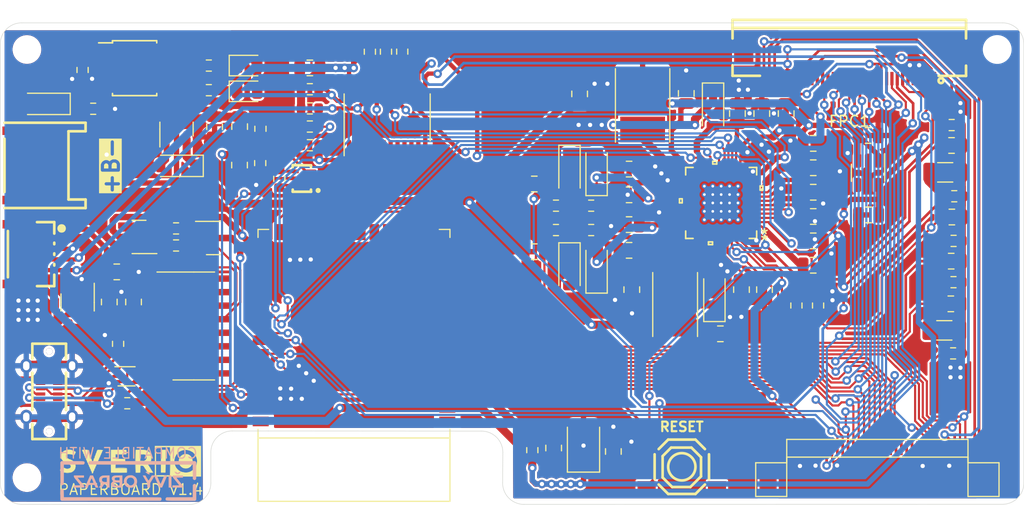
<source format=kicad_pcb>
(kicad_pcb (version 20240108) (generator "pcbnew") (generator_version "8.0")
  (title_block (title "Sverio Paperboard") (date "2024-10-11") (rev "v1.3") (company "Pajenicko s.r.o."))
  (layers (0 "F.Cu" signal) (1 "In1.Cu" power) (2 "In2.Cu" power) (31 "B.Cu" signal) (34 "B.Paste" user) (35 "F.Paste" user) (36 "B.SilkS" user "B.Silkscreen") (37 "F.SilkS" user "F.Silkscreen") (38 "B.Mask" user) (39 "F.Mask" user) (44 "Edge.Cuts" user))
  (property "git_hash" "Git hash: <1bdea82>")
  (net 0 "")
  (net 1 "GND")
  (net 2 "Net-(U2-INT_LDO)")
  (net 3 "/+22V")
  (net 4 "/-20V")
  (net 5 "/-15V")
  (net 6 "/15V")
  (net 7 "/EN")
  (net 8 "/EP_OE")
  (net 9 "/EP_VCOM")
  (net 10 "/EP_MODE")
  (net 11 "Net-(U2-VREF)")
  (net 12 "/USB_TXD")
  (net 13 "/USB_RXD")
  (net 14 "Net-(U2-VEE_DRV)")
  (net 15 "EPD_VDD")
  (net 16 "/~{RTS}")
  (net 17 "Net-(D6-A)")
  (net 18 "/~{DTR}")
  (net 19 "BAT+")
  (net 20 "VBUS")
  (net 21 "Net-(D5-K)")
  (net 22 "/UART_3.3V")
  (net 23 "Net-(D10-A)")
  (net 24 "Net-(D4-K)")
  (net 25 "Net-(U2-VDDH_DRV)")
  (net 26 "Net-(D2-K)")
  (net 27 "/EP_STV")
  (net 28 "/VNEG_IN")
  (net 29 "Net-(D9-A)")
  (net 30 "Net-(D6-K)")
  (net 31 "Net-(D8-K)")
  (net 34 "Net-(J1-CC1)")
  (net 36 "Net-(J1-CC2)")
  (net 37 "/SDA")
  (net 39 "/SCL")
  (net 40 "/TPS_PWR_GOOD")
  (net 41 "/TPS_nINT")
  (net 42 "/~{GPIO_INTR}")
  (net 43 "/TPS_WAKEUP")
  (net 44 "/TPS_VCOM_CTRL")
  (net 45 "/TPS_PWRUP")
  (net 46 "VIN")
  (net 47 "/USB_D-")
  (net 48 "/USB_D+")
  (net 49 "3.3V")
  (net 50 "/BORDER")
  (net 51 "/ESP_USB-")
  (net 52 "/ESP_USB+")
  (net 53 "/GPIO_1")
  (net 54 "/GPIO_2")
  (net 55 "/GPIO_46")
  (net 56 "/GPIO_37")
  (net 57 "/GPIO_36")
  (net 58 "/GPIO_35")
  (net 59 "/IO0")
  (net 60 "Net-(Q3-B)")
  (net 61 "Net-(D3-K)")
  (net 62 "/CKV")
  (net 63 "/XCL")
  (net 64 "/D0")
  (net 65 "/D1")
  (net 66 "/D2")
  (net 67 "/D3")
  (net 68 "/D4")
  (net 69 "/D5")
  (net 70 "/D6")
  (net 71 "/D7")
  (net 72 "/D8")
  (net 73 "/D9")
  (net 74 "/D10")
  (net 75 "/D11")
  (net 76 "/D12")
  (net 77 "/D13")
  (net 78 "/D14")
  (net 79 "/D15")
  (net 80 "/XSTL")
  (net 81 "/LEH")
  (net 82 "Net-(D8-A)")
  (net 83 "Net-(Q2-B)")
  (net 84 "Net-(U5-~{STDBY})")
  (net 85 "Net-(U5-~{CHRG})")
  (net 86 "Net-(U2-TS)")
  (net 87 "Net-(U2-VEE_FB)")
  (net 88 "Net-(U5-PROG)")
  (net 90 "Net-(U2-VDDH_FB)")
  (net 91 "Net-(R23-Pad1)")
  (net 92 "/EXT1")
  (net 93 "/EXT2")
  (net 94 "/EXT3")
  (net 95 "/EXT4")
  (net 96 "/EXT5")
  (net 97 "/EXT6")
  (net 98 "/EXT7")
  (net 99 "/EXT8")
  (net 100 "Net-(U7-G2{slash}D1)")
  (net 101 "Net-(U10-A0)")
  (net 102 "/GPIO_3")
  (footprint "Resistor_SMD:R_0603_1608Metric" (layer "F.Cu") (at 54.035 29.075 180)
    (property "Reference" "R22" (hide yes))
    (property "Value" "10k" (hide yes))
  )
  (footprint "MountingHole:MountingHole_2.2mm_M2" (layer "F.Cu") (at 118.5 21.85)
    (property "Reference" "H1" (hide yes))
    (property "Value" "MountingHole" (hide yes))
  )
  (footprint "Package_TO_SOT_SMD:SOT-23" (layer "F.Cu") (at 44.9875 39.53)
    (property "Reference" "Q2" (hide yes))
    (property "Value" "MMBT3904" (hide yes))
  )
  (footprint "Resistor_SMD:R_0603_1608Metric" (layer "F.Cu") (at 41.4875 38.63 180)
    (property "Reference" "R7" (hide yes))
    (property "Value" "10k" (hide yes))
  )
  (footprint "Resistor_SMD:R_0603_1608Metric" (layer "F.Cu") (at 41.4875 40.23)
    (property "Reference" "R8" (hide yes))
    (property "Value" "10k" (hide yes))
  )
  (footprint "Package_TO_SOT_SMD:SOT-23" (layer "F.Cu") (at 38.0125 39.43 180)
    (property "Reference" "Q3" (hide yes))
    (property "Value" "MMBT3904" (hide yes))
  )
  (footprint "Capacitor_SMD:C_0805_2012Metric" (layer "F.Cu") (at 106.4368 37.3634)
    (property "Reference" "C15" (hide yes))
    (property "Value" "10uF" (hide yes))
  )
  (footprint "Capacitor_SMD:C_0805_2012Metric" (layer "F.Cu") (at 47.45 29.08 90)
    (property "Reference" "C32" (hide yes))
    (property "Value" "100nF" (hide yes))
  )
  (footprint "LED_SMD:LED_0805_2012Metric" (layer "F.Cu") (at 48.1595 23.356172)
    (property "Reference" "D4" (hide yes))
    (property "Value" "LED RED" (hide yes))
  )
  (footprint "Resistor_SMD:R_0603_1608Metric" (layer "F.Cu") (at 44.56 25.664172)
    (property "Reference" "R9" (hide yes))
    (property "Value" "1k" (hide yes))
  )
  (footprint "Resistor_SMD:R_0603_1608Metric" (layer "F.Cu") (at 44.56 23.356172)
    (property "Reference" "R10" (hide yes))
    (property "Value" "1k" (hide yes))
  )
  (footprint "LED_SMD:LED_0805_2012Metric" (layer "F.Cu") (at 48.1595 25.769172)
    (property "Reference" "D3" (hide yes))
    (property "Value" "LED GREEN" (hide yes))
  )
  (footprint "Capacitor_SMD:C_0805_2012Metric" (layer "F.Cu") (at 82.5 59.55 -90)
    (property "Reference" "C36" (hide yes))
    (property "Value" "1uF" (hide yes))
  )
  (footprint "Capacitor_SMD:C_0805_2012Metric" (layer "F.Cu") (at 47.44 32.69 90)
    (property "Reference" "C38" (hide yes))
    (property "Value" "100nF" (hide yes))
  )
  (footprint "Capacitor_SMD:C_0805_2012Metric" (layer "F.Cu") (at 101.2468 42.0834 180)
    (property "Reference" "C12" (hide yes))
    (property "Value" "4.7uF" (hide yes))
  )
  (footprint "Capacitor_SMD:C_0805_2012Metric" (layer "F.Cu") (at 114.246669 37.560787)
    (property "Reference" "C34" (hide yes))
    (property "Value" "10uF" (hide yes))
  )
  (footprint "Capacitor_SMD:C_1206_3216Metric" (layer "F.Cu") (at 113.54 48.19)
    (property "Reference" "C18" (hide yes))
    (property "Value" "1uF/50V" (hide yes))
  )
  (footprint "Capacitor_SMD:C_0805_2012Metric" (layer "F.Cu") (at 114.216669 30.850787)
    (property "Reference" "C3" (hide yes))
    (property "Value" "1uF/25V" (hide yes))
  )
  (footprint "Capacitor_SMD:C_1206_3216Metric" (layer "F.Cu") (at 113.621669 33.370787)
    (property "Reference" "C26" (hide yes))
    (property "Value" "1uF/50V" (hide yes))
  )
  (footprint "Capacitor_SMD:C_0805_2012Metric" (layer "F.Cu") (at 114.15 45.702)
    (property "Reference" "C13" (hide yes))
    (property "Value" "1uF/25V" (hide yes))
  )
  (footprint "Resistor_SMD:R_0603_1608Metric" (layer "F.Cu") (at 59.665 22.06 90)
    (property "Reference" "R26" (hide yes))
    (property "Value" "0" (hide yes))
  )
  (footprint "Resistor_SMD:R_0603_1608Metric" (layer "F.Cu") (at 99.668 45.86 90)
    (property "Reference" "R12" (hide yes))
    (property "Value" "43k" (hide yes))
  )
  (footprint "Resistor_SMD:R_0603_1608Metric" (layer "F.Cu") (at 114.365 50.35)
    (property "Reference" "R11" (hide yes))
    (property "Value" "47k" (hide yes))
  )
  (footprint "Resistor_SMD:R_0603_1608Metric" (layer "F.Cu") (at 114.23 28.935)
    (property "Reference" "R3" (hide yes))
    (property "Value" "47k" (hide yes))
  )
  (footprint "Resistor_SMD:R_0603_1608Metric" (layer "F.Cu") (at 114.471669 35.610787)
    (property "Reference" "R14" (hide yes))
    (property "Value" "47k" (hide yes))
  )
  (footprint "Resistor_SMD:R_0603_1608Metric" (layer "F.Cu") (at 114.4 43.67)
    (property "Reference" "R4" (hide yes))
    (property "Value" "47k" (hide yes))
  )
  (footprint "Resistor_SMD:R_0603_1608Metric" (layer "F.Cu") (at 101.7 45.86 -90)
    (property "Reference" "TH1" (hide yes))
    (property "Value" "10k/3380K" (hide yes))
  )
  (footprint "Package_SO:TSSOP-24_4.4x7.8mm_P0.65mm" (layer "F.Cu") (at 61.285 28.2125 90)
    (property "Reference" "U10" (hide yes))
    (property "Value" "PCA9535PW" (hide yes))
  )
  (footprint "Capacitor_SMD:C_0805_2012Metric" (layer "F.Cu") (at 98.7068 27.8594 -90)
    (property "Reference" "C5" (hide yes))
    (property "Value" "4.7uF" (hide yes))
  )
  (footprint "Capacitor_Tantalum_SMD:CP_EIA-3528-15_AVX-H" (layer "F.Cu") (at 79.7 59.025 90)
    (property "Reference" "C35" (hide yes))
    (property "Value" "100uF" (hide yes))
  )
  (footprint "Capacitor_SMD:C_0805_2012Metric" (layer "F.Cu") (at 101.2468 30.6534)
    (property "Reference" "C9" (hide yes))
    (property "Value" "10uF" (hide yes))
  )
  (footprint "Resistor_SMD:R_0603_1608Metric" (layer "F.Cu") (at 80.4188 36.4954 180)
    (property "Reference" "R13" (hide yes))
    (property "Value" "1M" (hide yes))
  )
  (footprint "Inductor_SMD:L_Taiyo-Yuden_NR-40xx_HandSoldering" (layer "F.Cu") (at 88.2928 45.7664 90)
    (property "Reference" "L2" (hide yes))
    (property "Value" "2.2uH" (hide yes))
  )
  (footprint "Inductor_SMD:L_Taiyo-Yuden_NR-50xx_HandSoldering" (layer "F.Cu") (at 85.2448 27.0974 90)
    (property "Reference" "L1" (hide yes))
    (property "Value" "4.7uH" (hide yes))
  )
  (footprint "Resistor_SMD:R_0603_1608Metric" (layer "F.Cu") (at 77.1168 38.7814 180)
    (property "Reference" "R18" (hide yes))
    (property "Value" "47.5k" (hide yes))
  )
  (footprint "Resistor_SMD:R_0603_1608Metric" (layer "F.Cu") (at 80.4188 38.7814 180)
    (property "Reference" "R17" (hide yes))
    (property "Value" "1M" (hide yes))
  )
  (footprint "Resistor_SMD:R_0603_1608Metric" (layer "F.Cu") (at 77.1168 36.4954 180)
    (property "Reference" "R15" (hide yes))
    (property "Value" "52.3k" (hide yes))
  )
  (footprint "Capacitor_SMD:C_0805_2012Metric" (layer "F.Cu") (at 92.5368 48.5134 180)
    (property "Reference" "C31" (hide yes))
    (property "Value" "10uF" (hide yes))
  )
  (footprint "Capacitor_SMD:C_0805_2012Metric" (layer "F.Cu") (at 96.6748 44.3694 90)
    (property "Reference" "C30" (hide yes))
    (property "Value" "4.7uF" (hide yes))
  )
  (footprint "Capacitor_SMD:C_0805_2012Metric" (layer "F.Cu") (at 83.9748 35.4794 180)
    (property "Reference" "C29" (hide yes))
    (property "Value" "100nF" (hide yes))
  )
  (footprint "Capacitor_SMD:C_0805_2012Metric" (layer "F.Cu") (at 83.9748 38.2734)
    (property "Reference" "C28" (hide yes))
    (property "Value" "100nF" (hide yes))
  )
  (footprint "Capacitor_SMD:C_0805_2012Metric" (layer "F.Cu") (at 76.9 59.225 -90)
    (property "Reference" "C37" (hide yes))
    (property "Value" "100nF" (hide yes))
  )
  (footprint "epaper-breakout:TPS651851RSLR" (layer "F.Cu") (at 92.6108 36.2414 180)
    (property "Reference" "U2" (hide yes))
    (property "Value" "TPS651851RSLR" (hide yes))
  )
  (footprint "Capacitor_SMD:C_0805_2012Metric" (layer "F.Cu") (at 101.2468 39.7974 180)
    (property "Reference" "C8" (hide yes))
    (property "Value" "4.7uF" (hide yes))
  )
  (footprint "Capacitor_SMD:C_0805_2012Metric" (layer "F.Cu") (at 89.3368 25.9634 90)
    (property "Reference" "C14" (hide yes))
    (property "Value" "10uF" (hide yes))
  )
  (footprint "Capacitor_SMD:C_0805_2012Metric" (layer "F.Cu") (at 101.2468 32.9394 180)
    (property "Reference" "C6" (hide yes))
    (property "Value" "22uF" (hide yes))
  )
  (footprint "Diode_SMD:D_SOD-123" (layer "F.Cu") (at 78.3868 42.3374 -90)
    (property "Reference" "D10" (hide yes))
    (property "Value" "MBR0540" (hide yes))
  )
  (footprint "Diode_SMD:D_SOD-123" (layer "F.Cu") (at 80.9268 42.3374 90)
    (property "Reference" "D9" (hide yes))
    (property "Value" "MBR0540" (hide yes))
  )
  (footprint "Diode_SMD:D_SOD-123" (layer "F.Cu") (at 78.3868 33.1934 -90)
    (property "Reference" "D7" (hide yes))
    (property "Value" "MBR0540" (hide yes))
  )
  (footprint "Diode_SMD:D_SOD-123" (layer "F.Cu") (at 80.9268 33.1934 90)
    (property "Reference" "D6" (hide yes))
    (property "Value" "MBR0540" (hide yes))
  )
  (footprint "Capacitor_SMD:C_0805_2012Metric" (layer "F.Cu") (at 75.0848 34.4634)
    (property "Reference" "C25" (hide yes))
    (property "Value" "2.2uF" (hide yes))
  )
  (footprint "Capacitor_SMD:C_0805_2012Metric" (layer "F.Cu") (at 94.1348 27.8594 90)
    (property "Reference" "C20" (hide yes))
    (property "Value" "4.7uF" (hide yes))
  )
  (footprint "Capacitor_SMD:C_0805_2012Metric" (layer "F.Cu") (at 101.2468 37.5114)
    (property "Reference" "C1" (hide yes))
    (property "Value" "4.7uF" (hide yes))
  )
  (footprint "Capacitor_SMD:C_0805_2012Metric" (layer "F.Cu") (at 83.9748 33.0664)
    (property "Reference" "C19" (hide yes))
    (property "Value" "10nF" (hide yes))
  )
  (footprint "Capacitor_SMD:C_0805_2012Metric" (layer "F.Cu") (at 96.4208 27.8594 90)
    (property "Reference" "C7" (hide yes))
    (property "Value" "4.7uF" (hide yes))
  )
  (footprint "Capacitor_SMD:C_0805_2012Metric" (layer "F.Cu") (at 83.9748 40.6864)
    (property "Reference" "C22" (hide yes))
    (property "Value" "10nF" (hide yes))
  )
  (footprint "Capacitor_SMD:C_0805_2012Metric" (layer "F.Cu") (at 75.0848 40.8134 180)
    (property "Reference" "C33" (hide yes))
    (property "Value" "2.2uF" (hide yes))
  )
  (footprint "Capacitor_SMD:C_0805_2012Metric" (layer "F.Cu") (at 101.2468 35.2381 180)
    (property "Reference" "C4" (hide yes))
    (property "Value" "4.7uF" (hide yes))
  )
  (footprint "Capacitor_SMD:C_0805_2012Metric" (layer "F.Cu") (at 94.5158 44.3694 90)
    (property "Reference" "C27" (hide yes))
    (property "Value" "4.7uF" (hide yes))
  )
  (footprint "Diode_SMD:D_SOD-123" (layer "F.Cu") (at 91.9758 45.0044 90)
    (property "Reference" "D8" (hide yes))
    (property "Value" "MBR0540" (hide yes))
  )
  (footprint "Capacitor_SMD:C_0805_2012Metric" (layer "F.Cu") (at 106.3868 29.9134)
    (property "Reference" "C2" (hide yes))
    (property "Value" "10uF" (hide yes))
  )
  (footprint "Capacitor_SMD:C_0805_2012Metric" (layer "F.Cu") (at 114.184669 41.700787)
    (property "Reference" "C16" (hide yes))
    (property "Value" "1uF/25V" (hide yes))
  )
  (footprint "Resistor_SMD:R_0603_1608Metric" (layer "F.Cu") (at 114.409669 39.800787)
    (property "Reference" "R6" (hide yes))
    (property "Value" "100k" (hide yes))
  )
  (footprint "Diode_SMD:D_SOD-123" (layer "F.Cu") (at 91.8488 27.3514 -90)
    (property "Reference" "D5" (hide yes))
    (property "Value" "MBR0540" (hide yes))
  )
  (footprint "Resistor_SMD:R_0603_1608Metric" (layer "F.Cu") (at 49.379 32.504 -90)
    (property "Reference" "R24" (hide yes))
    (property "Value" "150k" (hide yes))
  )
  (footprint "Resistor_SMD:R_0603_1608Metric" (layer "F.Cu") (at 49.4 29.285 -90)
    (property "Reference" "R23" (hide yes))
    (property "Value" "680k" (hide yes))
  )
  (footprint "Capacitor_SMD:C_0805_2012Metric" (layer "F.Cu") (at 79.3368 26.0134 -90)
    (property "Reference" "C11" (hide yes))
    (property "Value" "22uF" (hide yes))
  )
  (footprint "Capacitor_SMD:C_0805_2012Metric" (layer "F.Cu") (at 84.2288 44.3694 90)
    (property "Reference" "C23" (hide yes))
    (property "Value" "4.7uF" (hide yes))
  )
  (footprint "Capacitor_SMD:C_0805_2012Metric" (layer "F.Cu") (at 54.035 23.575 180)
    (property "Reference" "C39" (hide yes))
    (property "Value" "100nF" (hide yes))
  )
  (footprint "Resistor_SMD:R_0603_1608Metric" (layer "F.Cu") (at 74.9 59.425 -90)
    (property "Reference" "R21" (hide yes))
    (property "Value" "10k" (hide yes))
  )
  (footprint "Resistor_SMD:R_0603_1608Metric" (layer "F.Cu") (at 54.035 25.575)
    (property "Reference" "R20" (hide yes))
    (property "Value" "10k" (hide yes))
  )
  (footprint "Resistor_SMD:R_0603_1608Metric" (layer "F.Cu") (at 54.035 27.375)
    (property "Reference" "R19" (hide yes))
    (property "Value" "10k" (hide yes))
  )
  (footprint "Resistor_SMD:R_0603_1608Metric" (layer "F.Cu") (at 62.7 22.05 -90)
    (property "Reference" "R28" (hide yes))
    (property "Value" "10k" (hide yes))
  )
  (footprint "Resistor_SMD:R_0603_1608Metric" (layer "F.Cu") (at 61.175 22.055 -90)
    (property "Reference" "R29" (hide yes))
    (property "Value" "10k" (hide yes))
  )
  (footprint "Diode_SMD:D_SOD-123" (layer "F.Cu") (at 29.2025 26.95 180)
    (property "Reference" "D2" (hide yes))
    (property "Value" "1N5817" (hide yes))
  )
  (footprint "Resistor_SMD:R_0603_1608Metric" (layer "F.Cu") (at 32.72 23.77 90)
    (property "Reference" "R16" (hide yes))
    (property "Value" "6.8k" (hide yes))
  )
  (footprint "MountingHole:MountingHole_2.2mm_M2" (layer "F.Cu") (at 27.5 62)
    (property "Reference" "H2" (hide yes))
    (property "Value" "MountingHole" (hide yes))
  )
  (footprint "Package_TO_SOT_SMD:SOT-23-3" (layer "F.Cu") (at 32.255 45.5725 -90)
    (property "Reference" "U4" (hide yes))
    (property "Value" "XC6206PxxxMR" (hide yes))
  )
  (footprint "Resistor_SMD:R_0603_1608Metric" (layer "F.Cu") (at 36.91 55.025)
    (property "Reference" "R1" (hide yes))
    (property "Value" "5.1k" (hide yes))
  )
  (footprint "easyeda2kicad:SW-SMD_4P-L5.1-W5.1-P3.70-LS6.5-TL-2" (layer "F.Cu") (at 88.92 60.985)
    (property "Reference" "RESET1" (hide yes))
    (property "Value" "TS-1187A-B-A-B" (hide yes))
  )
  (footprint "Capacitor_SMD:C_0805_2012Metric" (layer "F.Cu") (at 37.5 45.53 -90)
    (property "Reference" "C24" (hide yes))
    (property "Value" "100nF" (hide yes))
  )
  (footprint "epaper-breakout:X05A20H34G" (layer "F.Cu") (at 107.26 59.248)
    (property "Reference" "U8" (hide yes))
    (property "Value" "ED060XC5" (hide yes))
  )
  (footprint "Package_TO_SOT_SMD:SOT-23" (layer "F.Cu") (at 41.53 29.3125 90)
    (property "Reference" "Q1" (hide yes))
    (property "Value" "AO3401A" (hide yes))
  )
  (footprint "easyeda2kicad:CONN-SMD_2P-P2.00_PH2.0-SPWB" (layer "F.Cu") (at 29.87 32.718336 90)
    (property "Reference" "CN1" (hide yes))
    (property "Value" "PH2.0-2PWB" (hide yes))
  )
  (footprint "epaper-breakout:TP4056_SOP-8-PP" (layer "F.Cu") (at 37.6 23.6)
    (property "Reference" "U5" (hide yes))
    (property "Value" "TP4056")
  )
  (footprint "Resistor_SMD:R_0603_1608Metric" (layer "F.Cu") (at 33.715 27.408336)
    (property "Reference" "R5" (hide yes))
    (property "Value" "100k" (hide yes))
  )
  (footprint "Resistor_SMD:R_0603_1608Metric" (layer "F.Cu") (at 54.035 30.825)
    (property "Reference" "R27" (hide yes))
    (property "Value" "10k" (hide yes))
  )
  (footprint "Package_TO_SOT_SMD:TSOT-23-5" (layer "F.Cu") (at 106.3868 33.4134 -90)
    (property "Reference" "U1" (hide yes))
    (property "Value" "RT9080-33GJ5" (hide yes))
  )
  (footprint "easyeda2kicad:TYPE-C-SMD_USB4120-03-C" (layer "F.Cu") (at 29.587 53.912 -90)
    (property "Reference" "J1" (hide yes))
    (property "Value" "TYPE-C 16PLT-H10.0" (hide yes))
  )
  (footprint "Resistor_SMD:R_0603_1608Metric" (layer "F.Cu") (at 36.05 49.455 90)
    (property "Reference" "R2" (hide yes))
    (property "Value" "5.1k" (hide yes))
  )
  (footprint "easyeda2kicad:SOT-363-6_L2.0-W1.3-P0.65-LS2.1-BL" (layer "F.Cu") (at 53.34 33.93 90)
    (property "Reference" "U7" (hide yes))
    (property "Value" "TPNTJD1155LT1G")
  )
  (footprint "Capacitor_SMD:C_0805_2012Metric" (layer "F.Cu") (at 35.925 42.705 180)
    (property "Reference" "C17" (hide yes))
    (property "Value" "1uF" (hide yes))
  )
  (footprint "Capacitor_SMD:C_0805_2012Metric" (layer "F.Cu") (at 45.1 29.098336 90)
    (property "Reference" "C10" (hide yes))
    (property "Value" "10uF" (hide yes))
  )
  (footprint "easyeda2kicad:CONN-SMD_1.0T-4P" (layer "F.Cu") (at 28.495 41.04 -90)
    (property "Reference" "CN2" (hide yes))
    (property "Value" "1.0T-4P_C145956" (hide yes))
  )
  (footprint "Package_TO_SOT_SMD:SOT-666" (layer "F.Cu") (at 36.845 52.5)
    (property "Reference" "U3" (hide yes))
    (property "Value" "USBLC6-2P6" (hide yes))
  )
  (footprint "Espressif:ESP32-S3-WROOM-1" (layer "F.Cu") (at 58.175 48.474214 180)
    (property "Reference" "U9" (hide yes))
    (property "Value" "ESP32-S3-WROOM-1" (hide yes))
  )
  (footprint "easyeda2kicad:FPC-SMD_33P-P0.50_HDGC_0.5K-DX-33PWBG" (layer "F.Cu") (at 104.627 23.315 180)
    (property "Reference" "FPC1")
    (property "Value" "0.5K-DX-33PWBG")
  )
  (footprint "Resistor_SMD:R_0603_1608Metric" (layer "F.Cu") (at 51.17 33.975 -90)
    (property "Reference" "R25" (hide yes))
    (property "Value" "100k")
  )
  (footprint "MountingHole:MountingHole_2.2mm_M2" (layer "F.Cu") (at 27.5 21.85)
    (property "Reference" "H4" (hide yes))
    (property "Value" "MountingHole" (hide yes))
  )
  (footprint "Package_SO:SOIC-16_3.9x9.9mm_P1.27mm" (layer "F.Cu") (at 43.15 47.78)
    (property "Reference" "U6" (hide yes))
    (property "Value" "CH340C" (hide yes))
  )
  (footprint "Capacitor_SMD:C_0805_2012Metric" (layer "F.Cu") (at 35.225 45.53 -90)
    (property "Reference" "C21" (hide yes))
    (property "Value" "1uF" (hide yes))
  )
  (footprint "Diode_SMD:D_SOD-123" (layer "F.Cu") (at 41.68 32.7625 180)
    (property "Reference" "D1" (hide yes))
    (property "Value" "MBR0540" (hide yes))
  )
  (gr_rect (start 89.297 33.4716) (end 89.954 34.046) (stroke (width 0.2)) (fill solid) (layer "F.Cu") (net 21))
  (gr_rect (start 89.8086 38.891) (end 90.4 39.548) (stroke (width 0.2)) (fill solid) (layer "F.Cu") (net 31))
  (gr_rect (start 89.007 38.441) (end 89.408 38.715) (stroke (width 0.2)) (fill solid) (layer "F.Cu") (net 25))
  (gr_rect (start 90.108 32.554) (end 90.407 33.1454) (stroke (width 0.2)) (fill solid) (layer "F.Cu") (net 46))
  (gr_poly (pts (xy 40.791351 62.938004) (xy 41.055935 62.938004) (xy 41.055935 61.791477) (xy 40.791351 61.791477)) (stroke (width -0.000001)) (fill solid) (layer "B.SilkS"))
  (gr_poly (pts (xy 30.682503 60.502074) (xy 30.631351 60.55499) (xy 30.634879 61.597449) (xy 30.640171 62.641671) (xy 30.682503 62.675185) (xy 30.693418 62.683681) (xy 30.704335 62.691311) (xy 30.715258 62.698079) (xy 30.726188 62.703986) (xy 30.737128 62.709035) (xy 30.748081 62.713229) (xy 30.75905 62.71657) (xy 30.770037 62.719062) (xy 30.781045 62.720705) (xy 30.792075 62.721504) (xy 30.803132 62.721461) (xy 30.814217 62.720577) (xy 30.825333 62.718857) (xy 30.836482 62.716302) (xy 30.847668 62.712915) (xy 30.858893 62.708699) (xy 30.894408 62.692073) (xy 30.908777 62.681452) (xy 30.921097 62.667303) (xy 30.931526 62.64813) (xy 30.940221 62.62244) (xy 30.94734 62.588741) (xy 30.95304 62.545539) (xy 30.960816 62.424651) (xy 30.964809 62.247828) (xy 30.96649 61.678587) (xy 30.96649 60.787824) (xy 31.890767 60.782532) (xy 32.815046 60.77724) (xy 32.859143 60.736671) (xy 32.866802 60.729089) (xy 32.873904 60.72124) (xy 32.880453 60.713149) (xy 32.886449 60.704838) (xy 32.891894 60.696331) (xy 32.896792 60.687651) (xy 32.901143 60.67882) (xy 32.904949 60.669864) (xy 32.908213 60.660803) (xy 32.910936 60.651663) (xy 32.91312 60.642466) (xy 32.914767 60.633235) (xy 32.91588 60.623994) (xy 32.91646 60.614766) (xy 32.916509 60.605574) (xy 32.916028 60.596442) (xy 32.915021 60.587392) (xy 32.913488 60.578448) (xy 32.911433 60.569633) (xy 32.908856 60.560971) (xy 32.905759 60.552485) (xy 32.902145 60.544197) (xy 32.898016 60.536132) (xy 32.893373 60.528312) (xy 32.888219 60.52076) (xy 32.882555 60.513501) (xy 32.876383 60.506557) (xy 32.869705 60.499952) (xy 32.862524 60.493708) (xy 32.854841 60.487849) (xy 32.846657 60.482398) (xy 32.837976 60.477379) (xy 32.815693 60.470238) (xy 32.773814 60.464564) (xy 32.706139 60.460171) (xy 32.606465 60.456874) (xy 32.28632 60.452823) (xy 31.763768 60.450921) (xy 30.733657 60.450921)) (stroke (width -0.000001)) (fill solid) (layer "B.SilkS"))
  (gr_poly (pts (xy 38.704799 61.458163) (xy 38.691338 61.458343) (xy 38.678466 61.458636) (xy 38.666251 61.459038) (xy 38.654759 61.459544) (xy 38.644058 61.460148) (xy 38.634214 61.460845) (xy 38.625296 61.461629) (xy 38.617369 61.462497) (xy 38.610502 61.463441) (xy 38.604762 61.464459) (xy 38.600215 61.465543) (xy 38.598411 61.466109) (xy 38.59693 61.466689) (xy 38.595781 61.467284) (xy 38.594972 61.467893) (xy 38.594512 61.468514) (xy 38.59441 61.469147) (xy 38.594673 61.469793) (xy 38.59531 61.470449) (xy 38.644919 61.510577) (xy 38.738185 61.585102) (xy 38.777459 61.616262) (xy 38.794181 61.629095) (xy 38.809291 61.640251) (xy 38.823037 61.649846) (xy 38.835667 61.657996) (xy 38.847429 61.664819) (xy 38.853061 61.667768) (xy 38.85857 61.67043) (xy 38.863986 61.672817) (xy 38.869339 61.674945) (xy 38.874662 61.676828) (xy 38.879985 61.678481) (xy 38.885338 61.679918) (xy 38.890754 61.681154) (xy 38.901895 61.68308) (xy 38.913657 61.684376) (xy 38.926287 61.685157) (xy 38.940033 61.685541) (xy 38.955143 61.685643) (xy 38.964292 61.685582) (xy 38.973188 61.685402) (xy 38.981785 61.685108) (xy 38.990035 61.684706) (xy 38.997892 61.684201) (xy 39.00531 61.683597) (xy 39.012243 61.6829) (xy 39.018643 61.682115) (xy 39.024464 61.681248) (xy 39.02966 61.680303) (xy 39.034185 61.679286) (xy 39.037991 61.678202) (xy 39.03961 61.677636) (xy 39.041032 61.677055) (xy 39.042251 61.676461) (xy 39.043262 61.675852) (xy 39.044058 61.675231) (xy 39.044634 61.674597) (xy 39.044983 61.673952) (xy 39.045101 61.673296) (xy 39.044613 61.671776) (xy 39.043182 61.669241) (xy 39.037687 61.661362) (xy 39.029009 61.650135) (xy 39.017541 61.636034) (xy 39.003674 61.619535) (xy 38.987802 61.601114) (xy 38.970319 61.581246) (xy 38.951615 61.560407) (xy 38.859893 61.459865) (xy 38.718782 61.458101)) (stroke (width -0.000001)) (fill solid) (layer "B.SilkS"))
  (gr_poly (pts (xy 39.457216 61.783146) (xy 39.451223 61.783418) (xy 39.446119 61.783841) (xy 39.441976 61.784421) (xy 39.432892 61.785737) (xy 39.420562 61.787012) (xy 39.405544 61.788204) (xy 39.388398 61.789272) (xy 39.369681 61.790174) (xy 39.349951 61.79087) (xy 39.329766 61.791318) (xy 39.309685 61.791477) (xy 39.212671 61.791477) (xy 39.064504 62.038421) (xy 39.047643 62.066713) (xy 39.031483 62.093353) (xy 39.016061 62.118304) (xy 39.001418 62.141526) (xy 38.98759 62.162981) (xy 38.974618 62.182629) (xy 38.96254 62.200433) (xy 38.951395 62.216353) (xy 38.941221 62.230351) (xy 38.932058 62.242388) (xy 38.923943 62.252425) (xy 38.916916 62.260423) (xy 38.911016 62.266344) (xy 38.908501 62.268513) (xy 38.906281 62.270148) (xy 38.904363 62.271245) (xy 38.902751 62.271798) (xy 38.901449 62.271803) (xy 38.900463 62.271254) (xy 38.893941 62.262821) (xy 38.882686 62.246119) (xy 38.848207 62.191879) (xy 38.747004 62.027838) (xy 38.611185 61.800296) (xy 38.484184 61.795004) (xy 38.471131 61.794424) (xy 38.45847 61.794002) (xy 38.446264 61.793729) (xy 38.434575 61.793599) (xy 38.423465 61.793603) (xy 38.412995 61.793733) (xy 38.403228 61.793982) (xy 38.394226 61.794343) (xy 38.386051 61.794807) (xy 38.378765 61.795366) (xy 38.372429 61.796013) (xy 38.367107 61.796741) (xy 38.362859 61.79754) (xy 38.359748 61.798405) (xy 38.358638 61.798859) (xy 38.357836 61.799326) (xy 38.357349 61.799805) (xy 38.357185 61.800296) (xy 38.361505 61.80947) (xy 38.373887 61.832018) (xy 38.419362 61.911201) (xy 38.486665 62.025771) (xy 38.568851 62.163657) (xy 38.778754 62.516435) (xy 38.784046 62.72281) (xy 38.789337 62.929185) (xy 39.053921 62.929185) (xy 39.059212 62.719282) (xy 39.064504 62.509379) (xy 39.25324 62.195407) (xy 39.291391 62.131704) (xy 39.327268 62.072403) (xy 39.360086 62.018767) (xy 39.38906 61.972055) (xy 39.413403 61.933528) (xy 39.43233 61.904448) (xy 39.445056 61.886075) (xy 39.448849 61.881298) (xy 39.450059 61.880081) (xy 39.450796 61.879671) (xy 39.457335 61.890471) (xy 39.472348 61.921426) (xy 39.523997 62.035114) (xy 39.598136 62.203372) (xy 39.687157 62.408838) (xy 39.912935 62.939768) (xy 40.04699 62.934476) (xy 40.181046 62.929185) (xy 40.422698 62.364741) (xy 40.666115 61.800296) (xy 40.540879 61.795004) (xy 40.515344 61.793923) (xy 40.490718 61.793296) (xy 40.467581 61.793082) (xy 40.446511 61.79324) (xy 40.428087 61.79373) (xy 40.412887 61.794508) (xy 40.401491 61.795535) (xy 40.397399 61.796128) (xy 40.394476 61.796768) (xy 40.39166 61.799753) (xy 40.387245 61.80659) (xy 40.373999 61.831026) (xy 40.355502 61.868485) (xy 40.33252 61.917374) (xy 40.276158 62.043079) (xy 40.211032 62.195407) (xy 40.145768 62.347102) (xy 40.116774 62.413316) (xy 40.091087 62.471015) (xy 40.06937 62.518626) (xy 40.052282 62.554579) (xy 40.045681 62.567693) (xy 40.040486 62.577303) (xy 40.036779 62.583213) (xy 40.035509 62.584719) (xy 40.034643 62.585227) (xy 40.032778 62.583173) (xy 40.029231 62.577151) (xy 40.017473 62.554028) (xy 39.977978 62.469251) (xy 39.922278 62.344125) (xy 39.85649 62.191879) (xy 39.687157 61.800296) (xy 39.583087 61.789713) (xy 39.561108 61.787821) (xy 39.539211 61.786157) (xy 39.517975 61.784783) (xy 39.49798 61.783759) (xy 39.479803 61.78315) (xy 39.464025 61.783015)) (stroke (width -0.000001)) (fill solid) (layer "B.SilkS"))
  (gr_poly (pts (xy 34.921129 61.795004) (xy 34.811902 61.796854) (xy 34.767204 61.797806) (xy 34.728286 61.79889) (xy 34.694526 61.800191) (xy 34.665299 61.801795) (xy 34.639985 61.803785) (xy 34.61796 61.806249) (xy 34.607987 61.807685) (xy 34.598602 61.809271) (xy 34.589728 61.811018) (xy 34.581287 61.812936) (xy 34.573202 61.815037) (xy 34.565394 61.81733) (xy 34.557785 61.819827) (xy 34.550299 61.822538) (xy 34.535379 61.828644) (xy 34.520013 61.835736) (xy 34.503577 61.843897) (xy 34.485448 61.853213) (xy 34.458364 61.868046) (xy 34.43331 61.883488) (xy 34.410251 61.899613) (xy 34.389151 61.916492) (xy 34.369973 61.934198) (xy 34.352681 61.952804) (xy 34.33724 61.97238) (xy 34.323612 61.993001) (xy 34.311761 62.014738) (xy 34.301653 62.037663) (xy 34.293249 62.061849) (xy 34.286515 62.087369) (xy 34.281413 62.114294) (xy 34.277909 62.142697) (xy 34.275965 62.172651) (xy 34.275545 62.204227) (xy 34.275669 62.219231) (xy 34.276038 62.233806) (xy 34.27665 62.247937) (xy 34.277502 62.261608) (xy 34.278592 62.274804) (xy 34.279917 62.287508) (xy 34.281475 62.299707) (xy 34.283263 62.311383) (xy 34.285278 62.322522) (xy 34.287518 62.333108) (xy 34.28998 62.343125) (xy 34.292661 62.352559) (xy 34.29556 62.361393) (xy 34.298673 62.369612) (xy 34.301998 62.3772) (xy 34.305532 62.384143) (xy 34.311659 62.395192) (xy 34.319329 62.407046) (xy 34.328348 62.419521) (xy 34.338522 62.43243) (xy 34.349657 62.445586) (xy 34.361559 62.458805) (xy 34.374035 62.4719) (xy 34.386891 62.484685) (xy 34.399933 62.496974) (xy 34.412967 62.50858) (xy 34.425799 62.519318) (xy 34.438237 62.529003) (xy 34.450085 62.537446) (xy 34.46115 62.544464) (xy 34.471238 62.549869) (xy 34.475856 62.551909) (xy 34.480157 62.553476) (xy 34.4815 62.554294) (xy 34.482553 62.555424) (xy 34.483315 62.556871) (xy 34.483784 62.558637) (xy 34.483842 62.563143) (xy 34.48272 62.568966) (xy 34.480408 62.576132) (xy 34.476901 62.584668) (xy 34.472189 62.5946) (xy 34.466266 62.605952) (xy 34.450753 62.633024) (xy 34.430299 62.66609) (xy 34.404843 62.705357) (xy 34.374323 62.751032) (xy 34.243796 62.939768) (xy 34.390198 62.934476) (xy 34.536601 62.929185) (xy 34.642435 62.773963) (xy 34.748268 62.620504) (xy 34.988157 62.620504) (xy 34.988157 62.938004) (xy 35.25274 62.938004) (xy 35.25274 62.408838) (xy 34.988157 62.408838) (xy 34.877032 62.408838) (xy 34.8392 62.407946) (xy 34.821175 62.407077) (xy 34.803741 62.405923) (xy 34.786892 62.404482) (xy 34.770627 62.402753) (xy 34.754942 62.400733) (xy 34.739834 62.39842) (xy 34.7253 62.395812) (xy 34.711335 62.392908) (xy 34.697938 62.389706) (xy 34.685105 62.386203) (xy 34.672833 62.382398) (xy 34.661118 62.378289) (xy 34.649957 62.373874) (xy 34.639348 62.36915) (xy 34.629286 62.364117) (xy 34.619768 62.358771) (xy 34.610792 62.353111) (xy 34.602354 62.347136) (xy 34.594451 62.340843) (xy 34.58708 62.33423) (xy 34.580236 62.327295) (xy 34.573919 62.320037) (xy 34.568122 62.312453) (xy 34.562845 62.304542) (xy 34.558083 62.296301) (xy 34.553834 62.287729) (xy 34.550093 62.278823) (xy 34.546858 62.269583) (xy 34.544126 62.260005) (xy 34.541893 62.250088) (xy 34.540548 62.243083) (xy 34.539488 62.235969) (xy 34.538707 62.22876) (xy 34.5382 62.221473) (xy 34.537961 62.21412) (xy 34.537986 62.206718) (xy 34.538806 62.191824) (xy 34.540618 62.17691) (xy 34.543381 62.162093) (xy 34.547053 62.147494) (xy 34.551594 62.13323) (xy 34.556961 62.119421) (xy 34.563114 62.106186) (xy 34.570011 62.093643) (xy 34.573726 62.087669) (xy 34.577611 62.081912) (xy 34.581662 62.076388) (xy 34.585872 62.071111) (xy 34.590238 62.066096) (xy 34.594754 62.061358) (xy 34.599414 62.056913) (xy 34.604214 62.052774) (xy 34.609148 62.048957) (xy 34.614212 62.045477) (xy 34.620794 62.04132) (xy 34.628006 62.037443) (xy 34.635901 62.033834) (xy 34.644529 62.030483) (xy 34.653943 62.027381) (xy 34.664194 62.024517) (xy 34.675333 62.021879) (xy 34.687414 62.019459) (xy 34.700486 62.017246) (xy 34.714602 62.015229) (xy 34.746173 62.011742) (xy 34.78254 62.008917) (xy 34.824115 62.006671) (xy 34.988157 61.999615) (xy 34.988157 62.408838) (xy 35.25274 62.408838) (xy 35.25274 61.789713)) (stroke (width -0.000001)) (fill solid) (layer "B.SilkS"))
  (gr_poly (pts (xy 43.210266 62.587973) (xy 43.204792 62.588534) (xy 43.199349 62.589379) (xy 43.19393 62.590508) (xy 43.188526 62.591923) (xy 43.18313 62.593622) (xy 43.177733 62.595607) (xy 43.172329 62.597878) (xy 43.16691 62.600435) (xy 43.161467 62.603279) (xy 43.155993 62.606409) (xy 43.15048 62.609827) (xy 43.139308 62.617524) (xy 43.127887 62.626374) (xy 43.116157 62.636379) (xy 43.057949 62.687532) (xy 43.052657 63.26256) (xy 43.047365 63.837588) (xy 41.823226 63.841115) (xy 40.600851 63.846407) (xy 40.556754 63.886977) (xy 40.546647 63.89704) (xy 40.537493 63.907375) (xy 40.529294 63.917963) (xy 40.522055 63.928786) (xy 40.515777 63.939827) (xy 40.510462 63.951066) (xy 40.506114 63.962486) (xy 40.502735 63.974069) (xy 40.500327 63.985796) (xy 40.498894 63.99765) (xy 40.498437 64.009613) (xy 40.498959 64.021666) (xy 40.500463 64.033791) (xy 40.502952 64.045971) (xy 40.506428 64.058187) (xy 40.510893 64.070421) (xy 40.52623 64.105203) (xy 40.536488 64.119162) (xy 40.551573 64.131055) (xy 40.573809 64.141045) (xy 40.605523 64.1493) (xy 40.649039 64.155983) (xy 40.706684 64.161261) (xy 40.873661 64.168262) (xy 41.125057 64.171624) (xy 41.955518 64.172727) (xy 43.281962 64.172727) (xy 43.333115 64.121574) (xy 43.384268 64.070421) (xy 43.384268 63.398379) (xy 43.383944 63.258874) (xy 43.383 63.129) (xy 43.381477 63.011116) (xy 43.379417 62.907577) (xy 43.376861 62.82074) (xy 43.37385 62.752961) (xy 43.370426 62.706597) (xy 43.368571 62.692182) (xy 43.366629 62.684004) (xy 43.364733 62.679297) (xy 43.362378 62.674461) (xy 43.359599 62.669532) (xy 43.356432 62.664546) (xy 43.352913 62.65954) (xy 43.34908 62.654549) (xy 43.344967 62.649609) (xy 43.340612 62.644758) (xy 43.33605 62.64003) (xy 43.331317 62.635463) (xy 43.32645 62.631092) (xy 43.321485 62.626954) (xy 43.316457 62.623084) (xy 43.311404 62.619519) (xy 43.306361 62.616295) (xy 43.301365 62.613449) (xy 43.287774 62.606401) (xy 43.274742 62.600471) (xy 43.262205 62.595663) (xy 43.256103 62.59368) (xy 43.250102 62.591979) (xy 43.244194 62.590559) (xy 43.238372 62.589421) (xy 43.232627 62.588566) (xy 43.226951 62.587993) (xy 43.221338 62.587703) (xy 43.215779 62.587696)) (stroke (width -0.000001)) (fill solid) (layer "B.SilkS"))
  (gr_poly (pts (xy 33.180171 62.350629) (xy 33.003782 62.748166) (xy 32.948991 62.872768) (xy 32.927935 62.922129) (xy 32.927789 62.922951) (xy 32.928006 62.923761) (xy 32.929499 62.925344) (xy 32.932345 62.926869) (xy 32.936479 62.928331) (xy 32.941831 62.929719) (xy 32.948336 62.931028) (xy 32.964535 62.933374) (xy 32.984537 62.935307) (xy 33.007806 62.936764) (xy 33.033802 62.937684) (xy 33.06199 62.938004) (xy 33.201337 62.938004) (xy 33.248961 62.814532) (xy 33.298352 62.69106) (xy 33.836338 62.69106) (xy 33.883962 62.814532) (xy 33.933352 62.938004) (xy 34.063878 62.938004) (xy 34.077262 62.937943) (xy 34.090251 62.93776) (xy 34.10278 62.937458) (xy 34.114784 62.93704) (xy 34.126199 62.936508) (xy 34.13696 62.935865) (xy 34.147003 62.935114) (xy 34.156263 62.934256) (xy 34.164675 62.933295) (xy 34.172176 62.932234) (xy 34.178699 62.931074) (xy 34.184182 62.929819) (xy 34.188558 62.92847) (xy 34.190312 62.927762) (xy 34.191764 62.927032) (xy 34.192908 62.926279) (xy 34.193735 62.925505) (xy 34.194238 62.92471) (xy 34.194407 62.923893) (xy 34.176161 62.877867) (xy 34.126497 62.762056) (xy 34.002138 62.479393) (xy 33.735795 62.479393) (xy 33.73559 62.480375) (xy 33.734979 62.481335) (xy 33.732574 62.48319) (xy 33.728645 62.484951) (xy 33.723255 62.486614) (xy 33.716471 62.488174) (xy 33.708355 62.489625) (xy 33.688391 62.492181) (xy 33.663879 62.494242) (xy 33.635337 62.495764) (xy 33.60328 62.496708) (xy 33.568226 62.497032) (xy 33.545125 62.496968) (xy 33.524057 62.49677) (xy 33.504947 62.496427) (xy 33.487722 62.49593) (xy 33.472304 62.495266) (xy 33.458621 62.494428) (xy 33.452406 62.493939) (xy 33.446596 62.493403) (xy 33.441182 62.492817) (xy 33.436155 62.492181) (xy 33.431505 62.491494) (xy 33.427223 62.490753) (xy 33.4233 62.489959) (xy 33.419725 62.489108) (xy 33.416491 62.488201) (xy 33.413587 62.487236) (xy 33.411004 62.486211) (xy 33.408732 62.485126) (xy 33.406763 62.483978) (xy 33.405087 62.482768) (xy 33.403694 62.481492) (xy 33.402576 62.480151) (xy 33.401722 62.478743) (xy 33.401124 62.477266) (xy 33.400772 62.475719) (xy 33.400657 62.474102) (xy 33.401023 62.470604) (xy 33.402097 62.465465) (xy 33.406224 62.450647) (xy 33.412749 62.430414) (xy 33.421382 62.40553) (xy 33.443817 62.344869) (xy 33.471213 62.274782) (xy 33.485782 62.239611) (xy 33.500124 62.206073) (xy 33.513845 62.174974) (xy 33.526554 62.147121) (xy 33.537858 62.123318) (xy 33.547363 62.104374) (xy 33.551318 62.096975) (xy 33.554677 62.091093) (xy 33.557389 62.086828) (xy 33.559407 62.084282) (xy 33.560259 62.083543) (xy 33.561162 62.082977) (xy 33.562113 62.082584) (xy 33.56311 62.08236) (xy 33.564153 62.082304) (xy 33.56524 62.082414) (xy 33.566368 62.082688) (xy 33.567537 62.083125) (xy 33.56999 62.084476) (xy 33.572584 62.086452) (xy 33.575308 62.089039) (xy 33.578148 62.09222) (xy 33.581091 62.095979) (xy 33.584125 62.100302) (xy 33.587237 62.105172) (xy 33.590413 62.110575) (xy 33.59364 62.116495) (xy 33.596907 62.122915) (xy 33.600199 62.129822) (xy 33.603504 62.137199) (xy 33.628433 62.196323) (xy 33.652452 62.254663) (xy 33.674817 62.310273) (xy 33.694785 62.361213) (xy 33.711611 62.405537) (xy 33.724551 62.441304) (xy 33.73286 62.466571) (xy 33.735046 62.474659) (xy 33.735795 62.479393) (xy 34.002138 62.479393) (xy 33.963337 62.391199) (xy 33.795547 62.012183) (xy 33.740839 61.887416) (xy 33.716392 61.830282) (xy 33.713739 61.824033) (xy 33.71096 61.818486) (xy 33.707885 61.813601) (xy 33.704349 61.809336) (xy 33.700181 61.80565) (xy 33.695216 61.802501) (xy 33.689284 61.799848) (xy 33.682217 61.79765) (xy 33.673849 61.795866) (xy 33.66401 61.794453) (xy 33.652533 61.793371) (xy 33.63925 61.792579) (xy 33.606594 61.791697) (xy 33.564699 61.791477) (xy 33.427115 61.791477)) (stroke (width -0.000001)) (fill solid) (layer "B.SilkS"))
  (gr_poly (pts (xy 30.784609 63.063969) (xy 30.777665 63.065001) (xy 30.770503 63.066565) (xy 30.763037 63.06867) (xy 30.755178 63.071322) (xy 30.746838 63.07453) (xy 30.73793 63.078301) (xy 30.728365 63.082643) (xy 30.712451 63.090355) (xy 30.698369 63.098697) (xy 30.686007 63.108301) (xy 30.675255 63.119795) (xy 30.666002 63.133812) (xy 30.658137 63.15098) (xy 30.651547 63.171932) (xy 30.646124 63.197296) (xy 30.641754 63.227704) (xy 30.638327 63.263786) (xy 30.635733 63.306173) (xy 30.633859 63.355495) (xy 30.63183 63.477465) (xy 30.631351 63.63474) (xy 30.631351 64.070421) (xy 30.682503 64.121574) (xy 30.733657 64.172727) (xy 40.027587 64.172727) (xy 40.073449 64.137449) (xy 40.082183 64.130086) (xy 40.090201 64.122245) (xy 40.097509 64.113966) (xy 40.104114 64.105285) (xy 40.110022 64.096243) (xy 40.115241 64.086878) (xy 40.119777 64.077229) (xy 40.123637 64.067334) (xy 40.126828 64.057233) (xy 40.129356 64.046963) (xy 40.131229 64.036565) (xy 40.132453 64.026076) (xy 40.133035 64.015535) (xy 40.132981 64.004981) (xy 40.132299 63.994454) (xy 40.130996 63.98399) (xy 40.129077 63.973631) (xy 40.12655 63.963413) (xy 40.123422 63.953376) (xy 40.119699 63.943559) (xy 40.115388 63.934) (xy 40.110497 63.924738) (xy 40.105031 63.915812) (xy 40.098997 63.907261) (xy 40.092403 63.899124) (xy 40.085255 63.891438) (xy 40.07756 63.884243) (xy 40.069325 63.877578) (xy 40.060556 63.871482) (xy 40.05126 63.865993) (xy 40.041444 63.861149) (xy 40.031115 63.856991) (xy 39.758704 63.848006) (xy 38.955143 63.841997) (xy 35.471462 63.837588) (xy 30.968254 63.837588) (xy 30.962962 63.504213) (xy 30.961002 63.402562) (xy 30.959974 63.360229) (xy 30.958856 63.323028) (xy 30.957603 63.290561) (xy 30.956172 63.262429) (xy 30.954519 63.238235) (xy 30.953595 63.22749) (xy 30.952599 63.217581) (xy 30.951526 63.208457) (xy 30.95037 63.200068) (xy 30.949125 63.192366) (xy 30.947786 63.1853) (xy 30.946348 63.178821) (xy 30.944805 63.172878) (xy 30.943152 63.167422) (xy 30.941382 63.162404) (xy 30.939491 63.157773) (xy 30.937473 63.15348) (xy 30.935323 63.149476) (xy 30.933035 63.145709) (xy 30.930603 63.142131) (xy 30.928023 63.138692) (xy 30.925288 63.135343) (xy 30.922393 63.132032) (xy 30.918616 63.128027) (xy 30.914586 63.123967) (xy 30.910339 63.119882) (xy 30.905911 63.115799) (xy 30.901339 63.111747) (xy 30.896658 63.107755) (xy 30.891905 63.10385) (xy 30.887115 63.100062) (xy 30.882325 63.096418) (xy 30.877572 63.092947) (xy 30.872891 63.089678) (xy 30.868319 63.086639) (xy 30.863891 63.083859) (xy 30.859644 63.081365) (xy 30.855614 63.079186) (xy 30.851838 63.077352) (xy 30.842893 63.073942) (xy 30.834523 63.070995) (xy 30.826638 63.068519) (xy 30.819151 63.06652) (xy 30.811974 63.065007) (xy 30.805019 63.063988) (xy 30.798198 63.06347) (xy 30.791424 63.063461)) (stroke (width -0.000001)) (fill solid) (layer "B.SilkS"))
  (gr_poly (pts (xy 41.419296 61.57099) (xy 41.521601 61.685643) (xy 41.638018 61.685643) (xy 41.676093 61.685478) (xy 41.69186 61.685085) (xy 41.705818 61.68432) (xy 41.712205 61.68376) (xy 41.718246 61.683059) (xy 41.723973 61.682204) (xy 41.729423 61.681178) (xy 41.73463 61.679967) (xy 41.739629 61.678553) (xy 41.744455 61.676923) (xy 41.749143 61.67506) (xy 41.753727 61.672949) (xy 41.758243 61.670574) (xy 41.762725 61.667921) (xy 41.767209 61.664973) (xy 41.771729 61.661714) (xy 41.77632 61.658131) (xy 41.781016 61.654206) (xy 41.785854 61.649924) (xy 41.796091 61.64023) (xy 41.80731 61.628923) (xy 41.83381 61.600977) (xy 41.85036 61.583606) (xy 41.866662 61.566195) (xy 41.882303 61.549197) (xy 41.896869 61.533067) (xy 41.909946 61.51826) (xy 41.921122 61.50523) (xy 41.929983 61.494434) (xy 41.933416 61.490014) (xy 41.936115 61.486324) (xy 41.93976 61.481336) (xy 41.942702 61.476932) (xy 41.944859 61.473076) (xy 41.946147 61.469732) (xy 41.94644 61.468241) (xy 41.946485 61.466863) (xy 41.946271 61.465596) (xy 41.945789 61.464434) (xy 41.945028 61.463372) (xy 41.943977 61.462407) (xy 41.942626 61.461534) (xy 41.940966 61.460747) (xy 41.936673 61.459418) (xy 41.931016 61.458384) (xy 41.923913 61.457608) (xy 41.915279 61.457054) (xy 41.905033 61.456686) (xy 41.893093 61.456469) (xy 41.863796 61.456338) (xy 41.848974 61.456428) (xy 41.835511 61.45673) (xy 41.823279 61.457291) (xy 41.812147 61.458157) (xy 41.801986 61.459374) (xy 41.79723 61.460128) (xy 41.792668 61.460989) (xy 41.788285 61.46196) (xy 41.784063 61.463048) (xy 41.779988 61.464259) (xy 41.776042 61.465598) (xy 41.77221 61.467072) (xy 41.768476 61.468686) (xy 41.764823 61.470446) (xy 41.761235 61.472357) (xy 41.757697 61.474427) (xy 41.754191 61.476659) (xy 41.750702 61.479061) (xy 41.747214 61.481638) (xy 41.740175 61.487341) (xy 41.732944 61.493813) (xy 41.725393 61.501102) (xy 41.717393 61.509254) (xy 41.712066 61.514499) (xy 41.706692 61.519631) (xy 41.701309 61.524618) (xy 41.695951 61.529429) (xy 41.690655 61.534033) (xy 41.685457 61.5384) (xy 41.680394 61.542498) (xy 41.675501 61.546296) (xy 41.670814 61.549763) (xy 41.666371 61.552869) (xy 41.662207 61.555582) (xy 41.658358 61.557872) (xy 41.65486 61.559706) (xy 41.65175 61.561055) (xy 41.650352 61.561537) (xy 41.649064 61.561887) (xy 41.647891 61.562099) (xy 41.646837 61.562171) (xy 41.64457 61.561906) (xy 41.641763 61.561127) (xy 41.638454 61.559857) (xy 41.634683 61.55812) (xy 41.630488 61.555938) (xy 41.625908 61.553334) (xy 41.620982 61.550333) (xy 41.615749 61.546957) (xy 41.610247 61.54323) (xy 41.604514 61.539175) (xy 41.592515 61.530173) (xy 41.580061 61.520137) (xy 41.57376 61.51479) (xy 41.567462 61.509254) (xy 41.558142 61.501703) (xy 41.549289 61.494899) (xy 41.540793 61.488802) (xy 41.532543 61.483375) (xy 41.524427 61.478578) (xy 41.516334 61.474373) (xy 41.508153 61.47072) (xy 41.499773 61.467582) (xy 41.491083 61.46492) (xy 41.481972 61.462694) (xy 41.472329 61.460866) (xy 41.462043 61.459397) (xy 41.451001 61.458248) (xy 41.439095 61.457381) (xy 41.426211 61.456758) (xy 41.41224 61.456338) (xy 41.318754 61.456338)) (stroke (width -0.000001)) (fill solid) (layer "B.SilkS"))
  (gr_poly (pts (xy 41.161768 61.872615) (xy 41.162733 61.900059) (xy 41.164558 61.912962) (xy 41.167831 61.926138) (xy 41.172965 61.940204) (xy 41.180371 61.955773) (xy 41.190466 61.973461) (xy 41.20366 61.993883) (xy 41.220369 62.017653) (xy 41.241005 62.045387) (xy 41.295713 62.115205) (xy 41.371092 62.208257) (xy 41.470448 62.329463) (xy 41.590117 62.476141) (xy 41.688289 62.598015) (xy 41.726109 62.645619) (xy 41.75471 62.682185) (xy 41.772811 62.706101) (xy 41.777523 62.712811) (xy 41.779129 62.715754) (xy 41.777482 62.716745) (xy 41.772649 62.717728) (xy 41.754076 62.71964) (xy 41.724714 62.721428) (xy 41.685863 62.72303) (xy 41.584908 62.725428) (xy 41.461629 62.726338) (xy 41.144129 62.726338) (xy 41.144129 62.938004) (xy 42.149546 62.938004) (xy 42.149546 62.853338) (xy 42.148726 62.825539) (xy 42.147058 62.812662) (xy 42.143978 62.799622) (xy 42.13906 62.785786) (xy 42.131872 62.770521) (xy 42.121988 62.753194) (xy 42.108976 62.733173) (xy 42.09241 62.709823) (xy 42.071859 62.682513) (xy 42.017089 62.613476) (xy 41.941235 62.521) (xy 41.840865 62.400018) (xy 41.721444 62.254856) (xy 41.623686 62.134332) (xy 41.58598 62.087083) (xy 41.557348 62.05052) (xy 41.539009 62.026153) (xy 41.534082 62.019014) (xy 41.532185 62.01549) (xy 41.533731 62.014189) (xy 41.538269 62.012934) (xy 41.555721 62.010585) (xy 41.583344 62.008483) (xy 41.619938 62.006671) (xy 41.715243 62.00408) (xy 41.832046 62.003143) (xy 42.131907 62.003143) (xy 42.131907 61.791477) (xy 41.161768 61.791477)) (stroke (width -0.000001)) (fill solid) (layer "B.SilkS"))
  (gr_poly (pts (xy 36.076476 61.795004) (xy 35.959246 61.796906) (xy 35.91061 61.797888) (xy 35.867896 61.798973) (xy 35.830556 61.800224) (xy 35.798043 61.801702) (xy 35.769809 61.803469) (xy 35.745306 61.805588) (xy 35.723986 61.80812) (xy 35.714348 61.80956) (xy 35.705301 61.811127) (xy 35.696776 61.812829) (xy 35.688704 61.814672) (xy 35.681018 61.816666) (xy 35.673648 61.818817) (xy 35.666526 61.821133) (xy 35.659583 61.823623) (xy 35.645963 61.829152) (xy 35.632239 61.835467) (xy 35.617865 61.842629) (xy 35.609214 61.847087) (xy 35.600498 61.851835) (xy 35.591778 61.85683) (xy 35.583111 61.862032) (xy 35.574558 61.8674) (xy 35.566178 61.872891) (xy 35.558031 61.878465) (xy 35.550176 61.884081) (xy 35.542672 61.889696) (xy 35.535579 61.89527) (xy 35.528956 61.900762) (xy 35.522863 61.906129) (xy 35.517359 61.911331) (xy 35.512504 61.916327) (xy 35.508356 61.921074) (xy 35.504976 61.925532) (xy 35.498615 61.935756) (xy 35.492757 61.946238) (xy 35.487401 61.956961) (xy 35.482545 61.967903) (xy 35.478187 61.979046) (xy 35.474323 61.990369) (xy 35.470952 62.001853) (xy 35.468072 62.013478) (xy 35.463775 62.037073) (xy 35.461413 62.060997) (xy 35.460968 62.08509) (xy 35.462422 62.109197) (xy 35.465757 62.133159) (xy 35.470956 62.156819) (xy 35.477999 62.180018) (xy 35.486869 62.2026) (xy 35.497547 62.224407) (xy 35.503559 62.234971) (xy 35.510016 62.245282) (xy 35.516917 62.25532) (xy 35.524258 62.265066) (xy 35.532038 62.274499) (xy 35.540254 62.283602) (xy 35.54809 62.291854) (xy 35.555071 62.299435) (xy 35.558245 62.302983) (xy 35.56121 62.306375) (xy 35.563968 62.309615) (xy 35.566519 62.312706) (xy 35.568867 62.315652) (xy 35.571012 62.318457) (xy 35.572956 62.321126) (xy 35.574701 62.323661) (xy 35.576249 62.326067) (xy 35.5776 62.328348) (xy 35.578757 62.330508) (xy 35.579721 62.332549) (xy 35.580494 62.334478) (xy 35.581077 62.336296) (xy 35.581472 62.338008) (xy 35.581681 62.339619) (xy 35.581705 62.341131) (xy 35.581649 62.341851) (xy 35.581546 62.342549) (xy 35.581399 62.343224) (xy 35.581206 62.343876) (xy 35.580968 62.344507) (xy 35.580686 62.345117) (xy 35.580358 62.345706) (xy 35.579987 62.346275) (xy 35.579571 62.346825) (xy 35.579112 62.347355) (xy 35.578061 62.348359) (xy 35.576837 62.349293) (xy 35.575442 62.350159) (xy 35.573876 62.350962) (xy 35.572141 62.351705) (xy 35.57024 62.352393) (xy 35.565029 62.354457) (xy 35.559659 62.356994) (xy 35.548515 62.363407) (xy 35.536947 62.371458) (xy 35.525095 62.380974) (xy 35.513099 62.391781) (xy 35.501097 62.403708) (xy 35.489229 62.41658) (xy 35.477636 62.430225) (xy 35.466456 62.444469) (xy 35.455828 62.459139) (xy 35.445894 62.474063) (xy 35.436791 62.489067) (xy 35.42866 62.503978) (xy 35.42164 62.518622) (xy 35.41587 62.532828) (xy 35.41149 62.546421) (xy 35.406798 62.566369) (xy 35.403305 62.585871) (xy 35.40101 62.604933) (xy 35.399915 62.623564) (xy 35.400018 62.641771) (xy 35.40132 62.659561) (xy 35.403821 62.676944) (xy 35.407521 62.693926) (xy 35.41242 62.710516) (xy 35.418518 62.72672) (xy 35.425815 62.742547) (xy 35.43431 62.758005) (xy 35.444005 62.773101) (xy 35.454898 62.787843) (xy 35.46699 62.802239) (xy 35.480282 62.816296) (xy 35.499423 62.834813) (xy 35.518812 62.851405) (xy 35.538945 62.866173) (xy 35.560318 62.879217) (xy 35.583428 62.890639) (xy 35.60877 62.900539) (xy 35.636841 62.909018) (xy 35.668136 62.916176) (xy 35.703152 62.922115) (xy 35.742384 62.926935) (xy 35.78633 62.930737) (xy 35.835485 62.933622) (xy 35.951405 62.937043) (xy 36.094114 62.938004) (xy 36.452185 62.938004) (xy 36.452185 62.461754) (xy 36.189365 62.461754) (xy 36.184073 62.597574) (xy 36.178782 62.735157) (xy 35.97417 62.735157) (xy 35.945022 62.735072) (xy 35.918336 62.734809) (xy 35.89397 62.734355) (xy 35.871782 62.733696) (xy 35.85163 62.732821) (xy 35.833373 62.731716) (xy 35.816867 62.730367) (xy 35.801971 62.728763) (xy 35.788542 62.72689) (xy 35.776439 62.724736) (xy 35.765519 62.722287) (xy 35.755641 62.71953) (xy 35.746662 62.716453) (xy 35.73844 62.713043) (xy 35.730833 62.709287) (xy 35.723698 62.705171) (xy 35.716675 62.699983) (xy 35.710156 62.694361) (xy 35.70414 62.688338) (xy 35.698625 62.681944) (xy 35.693608 62.675212) (xy 35.689088 62.668173) (xy 35.685063 62.660859) (xy 35.68153 62.653302) (xy 35.678489 62.645532) (xy 35.675936 62.637582) (xy 35.673871 62.629484) (xy 35.672291 62.621269) (xy 35.671193 62.612969) (xy 35.670578 62.604615) (xy 35.670441 62.596239) (xy 35.670782 62.587872) (xy 35.671598 62.579547) (xy 35.672887 62.571295) (xy 35.674649 62.563148) (xy 35.676879 62.555137) (xy 35.679578 62.547294) (xy 35.682742 62.53965) (xy 35.68637 62.532238) (xy 35.69046 62.525089) (xy 35.69501 62.518234) (xy 35.700018 62.511706) (xy 35.705481 62.505535) (xy 35.711399 62.499754) (xy 35.717769 62.494394) (xy 35.72459 62.489486) (xy 35.731858 62.485064) (xy 35.739573 62.481157) (xy 35.745157 62.479195) (xy 35.752572 62.477285) (xy 35.772454 62.473661) (xy 35.79833 62.470367) (xy 35.829312 62.467487) (xy 35.86451 62.465103) (xy 35.903037 62.463298) (xy 35.944002 62.462154) (xy 35.986518 62.461754) (xy 36.189365 62.461754) (xy 36.452185 62.461754) (xy 36.452185 62.250088) (xy 36.187601 62.250088) (xy 36.004157 62.250088) (xy 35.975866 62.25002) (xy 35.950389 62.249798) (xy 35.927522 62.24939) (xy 35.90706 62.248765) (xy 35.8888 62.247891) (xy 35.872537 62.246739) (xy 35.858067 62.245277) (xy 35.845186 62.243473) (xy 35.839278 62.242434) (xy 35.83369 62.241297) (xy 35.828398 62.24006) (xy 35.823375 62.238719) (xy 35.818597 62.237269) (xy 35.814037 62.235706) (xy 35.80967 62.234027) (xy 35.805471 62.232228) (xy 35.801414 62.230305) (xy 35.797474 62.228254) (xy 35.793624 62.226072) (xy 35.789841 62.223753) (xy 35.782368 62.218694) (xy 35.774851 62.213046) (xy 35.767923 62.207537) (xy 35.761674 62.202211) (xy 35.756081 62.197004) (xy 35.751121 62.191852) (xy 35.746771 62.186689) (xy 35.743008 62.181451) (xy 35.739808 62.176074) (xy 35.738412 62.173312) (xy 35.737148 62.170492) (xy 35.735005 62.164642) (xy 35.733355 62.158458) (xy 35.732175 62.151877) (xy 35.731443 62.144833) (xy 35.731134 62.137262) (xy 35.731226 62.129099) (xy 35.731695 62.12028) (xy 35.732518 62.11074) (xy 35.73329 62.101241) (xy 35.734313 62.092543) (xy 35.73563 62.084579) (xy 35.737286 62.077282) (xy 35.738254 62.073862) (xy 35.739324 62.070583) (xy 35.7405 62.067438) (xy 35.741789 62.064418) (xy 35.743195 62.061513) (xy 35.744723 62.058717) (xy 35.746381 62.05602) (xy 35.748172 62.053414) (xy 35.750104 62.050891) (xy 35.75218 62.048442) (xy 35.754406 62.046059) (xy 35.756789 62.043733) (xy 35.759333 62.041457) (xy 35.762044 62.039221) (xy 35.767989 62.034838) (xy 35.774668 62.030517) (xy 35.782124 62.026191) (xy 35.790402 62.021792) (xy 35.799546 62.017254) (xy 35.808302 62.013119) (xy 35.817419 62.009306) (xy 35.826971 62.005809) (xy 35.837028 62.00262) (xy 35.847665 61.99973) (xy 35.858953 61.997132) (xy 35.870964 61.994818) (xy 35.883772 61.99278) (xy 35.897447 61.991012) (xy 35.912063 61.989504) (xy 35.944405 61.987241) (xy 35.981378 61.985928) (xy 36.023559 61.985504) (xy 36.187601 61.985504) (xy 36.187601 62.250088) (xy 36.452185 62.250088) (xy 36.452185 61.789713)) (stroke (width -0.000001)) (fill solid) (layer "B.SilkS"))
  (gr_poly (pts (xy 31.901351 61.877907) (xy 31.902026 61.906736) (xy 31.903537 61.919951) (xy 31.906422 61.933249) (xy 31.911126 61.947291) (xy 31.918094 61.962739) (xy 31.92777 61.980254) (xy 31.940598 62.000497) (xy 31.957022 62.024131) (xy 31.977488 62.051816) (xy 32.03232 62.121985) (xy 32.108649 62.216298) (xy 32.210032 62.340046) (xy 32.520476 62.717518) (xy 32.192393 62.72281) (xy 31.866073 62.726338) (xy 31.866073 62.938004) (xy 32.87149 62.938004) (xy 32.87149 62.761616) (xy 32.56281 62.385907) (xy 32.254129 62.011963) (xy 32.55399 62.006671) (xy 32.853851 62.003143) (xy 32.853851 61.791477) (xy 31.901351 61.791477)) (stroke (width -0.000001)) (fill solid) (layer "B.SilkS"))
  (gr_poly (pts (xy 33.32481 60.486199) (xy 33.316075 60.493561) (xy 33.308058 60.501402) (xy 33.30075 60.509682) (xy 33.294145 60.518362) (xy 33.288237 60.527404) (xy 33.283018 60.536769) (xy 33.278482 60.546419) (xy 33.274622 60.556313) (xy 33.271431 60.566415) (xy 33.268902 60.576684) (xy 33.26703 60.587083) (xy 33.265806 60.597572) (xy 33.265224 60.608112) (xy 33.265277 60.618666) (xy 33.265959 60.629194) (xy 33.267263 60.639657) (xy 33.269181 60.650017) (xy 33.271708 60.660235) (xy 33.274836 60.670271) (xy 33.278559 60.680089) (xy 33.28287 60.689648) (xy 33.287761 60.698909) (xy 33.293227 60.707835) (xy 33.299261 60.716386) (xy 33.305855 60.724524) (xy 33.313002 60.732209) (xy 33.320698 60.739404) (xy 33.328933 60.746069) (xy 33.337702 60.752166) (xy 33.346998 60.757655) (xy 33.356813 60.762498) (xy 33.367142 60.766657) (xy 33.656034 60.775642) (xy 34.512788 60.78165) (xy 38.235476 60.78606) (xy 43.047365 60.78606) (xy 43.052657 61.458101) (xy 43.057949 62.130143) (xy 43.116157 62.181296) (xy 43.122206 62.186521) (xy 43.128421 62.191597) (xy 43.13476 62.196497) (xy 43.141182 62.201195) (xy 43.147645 62.205666) (xy 43.154108 62.209883) (xy 43.16053 62.213822) (xy 43.166869 62.217456) (xy 43.173084 62.220759) (xy 43.179133 62.223705) (xy 43.184976 62.226269) (xy 43.190571 62.228425) (xy 43.195876 62.230147) (xy 43.200851 62.231408) (xy 43.205454 62.232184) (xy 43.207603 62.232382) (xy 43.209643 62.232449) (xy 43.215165 62.232301) (xy 43.220805 62.231863) (xy 43.226547 62.231145) (xy 43.232377 62.230158) (xy 43.238278 62.228911) (xy 43.244234 62.227414) (xy 43.250229 62.225678) (xy 43.256248 62.223712) (xy 43.262275 62.221526) (xy 43.268294 62.219131) (xy 43.280243 62.213752) (xy 43.291971 62.207655) (xy 43.30335 62.200919) (xy 43.314253 62.193625) (xy 43.324554 62.185854) (xy 43.334127 62.177684) (xy 43.3386 62.173475) (xy 43.342844 62.169197) (xy 43.346843 62.164859) (xy 43.35058 62.160472) (xy 43.35404 62.156045) (xy 43.357207 62.151589) (xy 43.360065 62.147113) (xy 43.362599 62.142629) (xy 43.364792 62.138144) (xy 43.366629 62.133671) (xy 43.370426 62.109442) (xy 43.37385 62.058237) (xy 43.379417 61.884742) (xy 43.383 61.632864) (xy 43.384268 61.322282) (xy 43.384268 60.553227) (xy 43.333115 60.502074) (xy 43.281962 60.450921) (xy 33.370671 60.450921)) (stroke (width -0.000001)) (fill solid) (layer "B.SilkS"))
  (gr_poly (pts (xy 37.193018 61.777365) (xy 37.145396 61.779567) (xy 37.12429 61.780888) (xy 37.104741 61.782409) (xy 37.086567 61.784167) (xy 37.069584 61.786202) (xy 37.053608 61.788552) (xy 37.038457 61.791256) (xy 37.023947 61.794353) (xy 37.009894 61.797881) (xy 36.996115 61.801879) (xy 36.982426 61.806387) (xy 36.968644 61.811442) (xy 36.954586 61.817084) (xy 36.940068 61.823351) (xy 36.924907 61.830282) (xy 36.886281 61.849887) (xy 36.84981 61.871613) (xy 36.815541 61.89539) (xy 36.78352 61.92115) (xy 36.753793 61.948821) (xy 36.726407 61.978335) (xy 36.701409 62.009621) (xy 36.678844 62.04261) (xy 36.65876 62.077232) (xy 36.641203 62.113417) (xy 36.62622 62.151096) (xy 36.613856 62.190198) (xy 36.604159 62.230654) (xy 36.597175 62.272395) (xy 36.59295 62.315349) (xy 36.591532 62.359449) (xy 36.592013 62.390202) (xy 36.593478 62.419686) (xy 36.595962 62.447998) (xy 36.599497 62.475231) (xy 36.604117 62.501484) (xy 36.609856 62.526849) (xy 36.616748 62.551425) (xy 36.624825 62.575305) (xy 36.634122 62.598585) (xy 36.644672 62.621362) (xy 36.656509 62.643731) (xy 36.669667 62.665787) (xy 36.684178 62.687626) (xy 36.700076 62.709343) (xy 36.717396 62.731035) (xy 36.736171 62.752796) (xy 36.758967 62.776699) (xy 36.781787 62.798833) (xy 36.804736 62.819245) (xy 36.827921 62.837986) (xy 36.851446 62.855105) (xy 36.875418 62.870649) (xy 36.899943 62.88467) (xy 36.925127 62.897214) (xy 36.951076 62.908333) (xy 36.977896 62.918074) (xy 37.005692 62.926488) (xy 37.034571 62.933622) (xy 37.064638 62.939527) (xy 37.096 62.94425) (xy 37.128763 62.947842) (xy 37.163032 62.950351) (xy 37.195807 62.952147) (xy 37.227379 62.952894) (xy 37.257824 62.952576) (xy 37.28722 62.951178) (xy 37.315645 62.948685) (xy 37.343176 62.945081) (xy 37.36989 62.94035) (xy 37.395865 62.934477) (xy 37.421179 62.927446) (xy 37.445908 62.919242) (xy 37.470132 62.90985) (xy 37.493926 62.899254) (xy 37.517369 62.887438) (xy 37.540538 62.874387) (xy 37.563511 62.860086) (xy 37.586365 62.844518) (xy 37.616733 62.8219) (xy 37.645014 62.798344) (xy 37.671228 62.773821) (xy 37.695395 62.748304) (xy 37.717537 62.721763) (xy 37.737673 62.694171) (xy 37.755826 62.665499) (xy 37.772014 62.635718) (xy 37.78626 62.6048) (xy 37.798583 62.572717) (xy 37.809004 62.539441) (xy 37.817545 62.504942) (xy 37.824225 62.469193) (xy 37.829065 62.432164) (xy 37.832086 62.393829) (xy 37.833146 62.359449) (xy 37.563435 62.359449) (xy 37.563059 62.38149) (xy 37.561919 62.402664) (xy 37.559993 62.423011) (xy 37.557261 62.442572) (xy 37.553702 62.461389) (xy 37.549296 62.479503) (xy 37.544021 62.496956) (xy 37.537858 62.513789) (xy 37.530785 62.530043) (xy 37.522782 62.54576) (xy 37.513828 62.56098) (xy 37.503903 62.575746) (xy 37.492986 62.590098) (xy 37.481055 62.604078) (xy 37.468091 62.617728) (xy 37.454073 62.631088) (xy 37.439693 62.643785) (xy 37.425596 62.655438) (xy 37.411696 62.666078) (xy 37.397904 62.675736) (xy 37.384134 62.684444) (xy 37.370296 62.692231) (xy 37.356302 62.69913) (xy 37.342066 62.705171) (xy 37.3275 62.710385) (xy 37.312514 62.714804) (xy 37.297023 62.718457) (xy 37.280937 62.721377) (xy 37.264169 62.723594) (xy 37.246631 62.725139) (xy 37.228235 62.726043) (xy 37.208893 62.726338) (xy 37.190039 62.725886) (xy 37.171523 62.724543) (xy 37.153361 62.722326) (xy 37.135571 62.719255) (xy 37.11817 62.715346) (xy 37.101175 62.710618) (xy 37.084603 62.705089) (xy 37.068471 62.698777) (xy 37.052796 62.6917) (xy 37.037596 62.683877) (xy 37.022888 62.675325) (xy 37.008688 62.666062) (xy 36.995014 62.656107) (xy 36.981883 62.645478) (xy 36.969312 62.634192) (xy 36.957318 62.622268) (xy 36.945919 62.609724) (xy 36.935131 62.596578) (xy 36.924971 62.582848) (xy 36.915457 62.568552) (xy 36.906606 62.553709) (xy 36.898435 62.538335) (xy 36.89096 62.52245) (xy 36.8842 62.506072) (xy 36.878171 62.489218) (xy 36.87289 62.471907) (xy 36.868375 62.454157) (xy 36.864642 62.435985) (xy 36.861709 62.41741) (xy 36.859593 62.398451) (xy 36.858311 62.379124) (xy 36.857879 62.359449) (xy 36.858116 62.345456) (xy 36.858821 62.331598) (xy 36.859988 62.317884) (xy 36.86161 62.304324) (xy 36.863681 62.290928) (xy 36.866193 62.277706) (xy 36.86914 62.264668) (xy 36.872514 62.251824) (xy 36.87631 62.239184) (xy 36.88052 62.226759) (xy 36.885138 62.214557) (xy 36.890156 62.20259) (xy 36.895569 62.190867) (xy 36.901369 62.179398) (xy 36.907549 62.168194) (xy 36.914103 62.157263) (xy 36.921024 62.146617) (xy 36.928305 62.136265) (xy 36.93594 62.126217) (xy 36.94392 62.116483) (xy 36.952241 62.107074) (xy 36.960895 62.097999) (xy 36.969875 62.089269) (xy 36.979174 62.080892) (xy 36.988786 62.07288) (xy 36.998704 62.065242) (xy 37.008921 62.057989) (xy 37.01943 62.05113) (xy 37.030224 62.044675) (xy 37.041298 62.038635) (xy 37.052643 62.033019) (xy 37.064254 62.027838) (xy 37.070669 62.025235) (xy 37.077952 62.022725) (xy 37.08602 62.020319) (xy 37.094791 62.018026) (xy 37.114111 62.013823) (xy 37.135251 62.010199) (xy 37.157547 62.007236) (xy 37.18034 62.005017) (xy 37.202967 62.003626) (xy 37.224768 62.003143) (xy 37.243431 62.003565) (xy 37.261709 62.004819) (xy 37.279587 62.006893) (xy 37.297053 62.009772) (xy 37.314092 62.013441) (xy 37.330692 62.017887) (xy 37.346838 62.023094) (xy 37.362516 62.02905) (xy 37.377715 62.03574) (xy 37.392419 62.043149) (xy 37.406616 62.051264) (xy 37.420291 62.06007) (xy 37.433431 62.069553) (xy 37.446023 62.079698) (xy 37.458053 62.090493) (xy 37.469507 62.101921) (xy 37.480373 62.11397) (xy 37.490635 62.126624) (xy 37.500282 62.13987) (xy 37.509298 62.153694) (xy 37.517672 62.168081) (xy 37.525388 62.183017) (xy 37.532434 62.198488) (xy 37.538795 62.214479) (xy 37.544459 62.230977) (xy 37.549412 62.247967) (xy 37.55364 62.265435) (xy 37.55713 62.283367) (xy 37.559868 62.301749) (xy 37.561841 62.320566) (xy 37.563034 62.339804) (xy 37.563435 62.359449) (xy 37.833146 62.359449) (xy 37.833309 62.354157) (xy 37.831882 62.30711) (xy 37.830096 62.284267) (xy 37.827594 62.261877) (xy 37.824375 62.239939) (xy 37.820438 62.218452) (xy 37.815782 62.197417) (xy 37.810406 62.176831) (xy 37.80431 62.156695) (xy 37.797491 62.137008) (xy 37.78995 62.11777) (xy 37.781685 62.098979) (xy 37.772695 62.080635) (xy 37.762979 62.062737) (xy 37.752537 62.045285) (xy 37.741367 62.028279) (xy 37.729468 62.011716) (xy 37.71684 61.995598) (xy 37.703481 61.979922) (xy 37.689391 61.964689) (xy 37.674568 61.949898) (xy 37.659011 61.935548) (xy 37.64272 61.921638) (xy 37.625694 61.908169) (xy 37.607932 61.895138) (xy 37.589432 61.882547) (xy 37.570193 61.870393) (xy 37.550216 61.858677) (xy 37.508039 61.836553) (xy 37.462893 61.816171) (xy 37.431908 61.803724) (xy 37.417632 61.798533) (xy 37.403858 61.793985) (xy 37.390352 61.790046) (xy 37.376883 61.786684) (xy 37.363217 61.783865) (xy 37.349122 61.781555) (xy 37.334366 61.77972) (xy 37.318716 61.778327) (xy 37.301939 61.777342) (xy 37.283803 61.776732) (xy 37.242524 61.776501)) (stroke (width -0.000001)) (fill solid) (layer "B.SilkS"))
  (gr_poly (pts (xy 31.689318 60.333676) (xy 31.690239 60.333768) (xy 31.691181 60.333928) (xy 31.692144 60.334153) (xy 31.693128 60.334446) (xy 31.694132 60.334804) (xy 31.695158 60.33523) (xy 31.696205 60.335722) (xy 31.697272 60.33628) (xy 31.698361 60.336905) (xy 31.69947 60.337597) (xy 31.700601 60.338355) (xy 31.701752 60.339179) (xy 31.700267 60.340285) (xy 31.698759 60.341298) (xy 31.697228 60.342219) (xy 31.695675 60.343048) (xy 31.6941 60.343784) (xy 31.692502 60.344429) (xy 31.690882 60.34498) (xy 31.68924 60.34544) (xy 31.687575 60.345807) (xy 31.685888 60.346082) (xy 31.684178 60.346265) (xy 31.682446 60.346355) (xy 31.680692 60.346353) (xy 31.678915 60.346259) (xy 31.677116 60.346073) (xy 31.675294 60.345794) (xy 31.675796 60.344556) (xy 31.676319 60.343385) (xy 31.676864 60.34228) (xy 31.677429 60.341241) (xy 31.678015 60.340269) (xy 31.678622 60.339364) (xy 31.67925 60.338525) (xy 31.679899 60.337753) (xy 31.680568 60.337047) (xy 31.681259 60.336408) (xy 31.681971 60.335836) (xy 31.682703 60.335329) (xy 31.683457 60.33489) (xy 31.684231 60.334517) (xy 31.685027 60.33421) (xy 31.685843 60.33397) (xy 31.68668 60.333797) (xy 31.687539 60.33369) (xy 31.688418 60.333649)) (stroke (width -0.000001)) (fill solid) (layer "F.SilkS"))
  (gr_poly (pts (xy 32.662016 59.408883) (xy 32.663066 59.411258) (xy 32.664019 59.41365) (xy 32.664873 59.416058) (xy 32.665629 59.418482) (xy 32.666287 59.420922) (xy 32.666847 59.423379) (xy 32.667309 59.425851) (xy 32.667673 59.42834) (xy 32.667939 59.430844) (xy 32.668108 59.433365) (xy 32.668178 59.435902) (xy 32.66815 59.438455) (xy 32.668025 59.441024) (xy 32.667802 59.443609) (xy 32.667481 59.446211) (xy 32.666186 59.44527) (xy 32.66496 59.44431) (xy 32.663805 59.443331) (xy 32.66272 59.442332) (xy 32.661705 59.441314) (xy 32.660761 59.440277) (xy 32.659887 59.439221) (xy 32.659083 59.438145) (xy 32.658349 59.437049) (xy 32.657685 59.435935) (xy 32.657092 59.434801) (xy 32.656569 59.433648) (xy 32.656116 59.432475) (xy 32.655734 59.431283) (xy 32.655422 59.430072) (xy 32.65518 59.428841) (xy 32.655008 59.427592) (xy 32.654907 59.426322) (xy 32.654876 59.425034) (xy 32.654915 59.423726) (xy 32.655024 59.422399) (xy 32.655204 59.421052) (xy 32.655454 59.419686) (xy 32.655774 59.418301) (xy 32.656165 59.416896) (xy 32.656625 59.415473) (xy 32.657157 59.414029) (xy 32.657758 59.412567) (xy 32.65843 59.411085) (xy 32.659172 59.409584) (xy 32.659984 59.408063) (xy 32.660867 59.406523)) (stroke (width -0.000001)) (fill solid) (layer "F.SilkS"))
  (gr_poly (pts (xy 41.842458 60.099127) (xy 41.835763 60.11665) (xy 41.828439 60.133778) (xy 41.820485 60.150511) (xy 41.816272 60.15873) (xy 41.811902 60.16685) (xy 41.807374 60.174872) (xy 41.802689 60.182795) (xy 41.797847 60.19062) (xy 41.792847 60.198346) (xy 41.787691 60.205973) (xy 41.782377 60.213502) (xy 41.784093 60.20387) (xy 41.786132 60.194419) (xy 41.788492 60.18515) (xy 41.791175 60.176063) (xy 41.794181 60.167158) (xy 41.797508 60.158435) (xy 41.801159 60.149894) (xy 41.805131 60.141535) (xy 41.809426 60.133358) (xy 41.814044 60.125362) (xy 41.818984 60.117549) (xy 41.824246 60.109917) (xy 41.829831 60.102468) (xy 41.835739 60.0952) (xy 41.84197 60.088115) (xy 41.848523 60.081211)) (stroke (width -0.000001)) (fill solid) (layer "F.SilkS"))
  (gr_poly (pts (xy 33.217216 60.691986) (xy 33.218008 60.694142) (xy 33.21887 60.69622) (xy 33.219801 60.698221) (xy 33.2208 60.700145) (xy 33.221868 60.701991) (xy 33.223005 60.70376) (xy 33.224211 60.705452) (xy 33.225486 60.707067) (xy 33.226829 60.708604) (xy 33.228241 60.710065) (xy 33.229723 60.711448) (xy 33.231273 60.712754) (xy 33.232891 60.713983) (xy 33.234579 60.715135) (xy 33.236336 60.716211) (xy 33.235987 60.718621) (xy 33.235796 60.72093) (xy 33.235761 60.723138) (xy 33.235884 60.725245) (xy 33.236163 60.727251) (xy 33.236598 60.729156) (xy 33.236875 60.730071) (xy 33.237191 60.730961) (xy 33.237545 60.731825) (xy 33.23794 60.732664) (xy 33.238373 60.733479) (xy 33.238845 60.734267) (xy 33.239356 60.735031) (xy 33.239907 60.735769) (xy 33.240497 60.736483) (xy 33.241126 60.737171) (xy 33.241794 60.737834) (xy 33.242501 60.738472) (xy 33.243247 60.739084) (xy 33.244032 60.739672) (xy 33.24572 60.740771) (xy 33.247564 60.74177) (xy 33.249565 60.742669) (xy 33.249216 60.745079) (xy 33.249025 60.747388) (xy 33.24899 60.749596) (xy 33.249113 60.751703) (xy 33.249392 60.753709) (xy 33.249827 60.755615) (xy 33.250104 60.75653) (xy 33.25042 60.757419) (xy 33.250775 60.758284) (xy 33.251169 60.759123) (xy 33.251602 60.759937) (xy 33.252074 60.760726) (xy 33.252586 60.761489) (xy 33.253136 60.762228) (xy 33.253726 60.762941) (xy 33.254355 60.763629) (xy 33.255023 60.764292) (xy 33.25573 60.76493) (xy 33.256476 60.765543) (xy 33.257261 60.76613) (xy 33.258949 60.76723) (xy 33.260793 60.768229) (xy 33.262794 60.769127) (xy 33.263361 60.773526) (xy 33.263741 60.777558) (xy 33.263936 60.781225) (xy 33.263945 60.784526) (xy 33.263768 60.787461) (xy 33.263405 60.79003) (xy 33.263154 60.791177) (xy 33.262857 60.792232) (xy 33.262513 60.793197) (xy 33.262122 60.794069) (xy 33.261686 60.79485) (xy 33.261202 60.79554) (xy 33.260673 60.796138) (xy 33.260097 60.796645) (xy 33.259474 60.79706) (xy 33.258805 60.797384) (xy 33.25809 60.797616) (xy 33.257328 60.797756) (xy 33.25652 60.797805) (xy 33.255665 60.797763) (xy 33.254765 60.797629) (xy 33.253817 60.797403) (xy 33.252824 60.797086) (xy 33.251784 60.796678) (xy 33.249565 60.795586) (xy 33.245363 60.789424) (xy 33.241447 60.783201) (xy 33.237814 60.776919) (xy 33.234466 60.770575) (xy 33.231403 60.764172) (xy 33.228624 60.757708) (xy 33.22613 60.751183) (xy 33.22392 60.744599) (xy 33.221995 60.737954) (xy 33.220354 60.731249) (xy 33.218998 60.724483) (xy 33.217927 60.717657) (xy 33.217141 60.710771) (xy 33.21664 60.703825) (xy 33.216423 60.696819) (xy 33.216492 60.689752)) (stroke (width -0.000001)) (fill solid) (layer "F.SilkS"))
  (gr_poly (pts (xy 30.869129 60.425182) (xy 30.869917 60.425221) (xy 30.870679 60.425285) (xy 30.871415 60.425376) (xy 30.872126 60.425492) (xy 30.872811 60.425634) (xy 30.87347 60.425802) (xy 30.874103 60.425995) (xy 30.87471 60.426215) (xy 30.875291 60.42646) (xy 30.875847 60.426731) (xy 30.876376 60.427028) (xy 30.87688 60.427351) (xy 30.877358 60.4277) (xy 30.87781 60.428074) (xy 30.878237 60.428475) (xy 30.878637 60.428901) (xy 30.879012 60.429353) (xy 30.879361 60.429831) (xy 30.879684 60.430335) (xy 30.879981 60.430864) (xy 30.880252 60.43142) (xy 30.880498 60.432001) (xy 30.880717 60.432609) (xy 30.880911 60.433242) (xy 30.881079 60.433901) (xy 30.881221 60.434586) (xy 30.881337 60.435296) (xy 30.881428 60.436033) (xy 30.881492 60.436795) (xy 30.881531 60.437584) (xy 30.881544 60.438398) (xy 30.882358 60.438411) (xy 30.883146 60.43845) (xy 30.883908 60.438514) (xy 30.884645 60.438605) (xy 30.885355 60.438721) (xy 30.88604 60.438863) (xy 30.886699 60.439031) (xy 30.887332 60.439224) (xy 30.887939 60.439444) (xy 30.88852 60.439689) (xy 30.889076 60.43996) (xy 30.889606 60.440257) (xy 30.890109 60.44058) (xy 30.890587 60.440929) (xy 30.89104 60.441303) (xy 30.891466 60.441704) (xy 30.891866 60.44213) (xy 30.892241 60.442582) (xy 30.89259 60.44306) (xy 30.892913 60.443564) (xy 30.89321 60.444094) (xy 30.893481 60.444649) (xy 30.893727 60.44523) (xy 30.893946 60.445838) (xy 30.89414 60.446471) (xy 30.894308 60.44713) (xy 30.89445 60.447815) (xy 30.894566 60.448525) (xy 30.894657 60.449262) (xy 30.894721 60.450025) (xy 30.89476 60.450813) (xy 30.894773 60.451627) (xy 30.894271 60.452865) (xy 30.893747 60.454037) (xy 30.893203 60.455142) (xy 30.892638 60.45618) (xy 30.892052 60.457152) (xy 30.891445 60.458058) (xy 30.890817 60.458896) (xy 30.890168 60.459669) (xy 30.889498 60.460375) (xy 30.888808 60.461014) (xy 30.888096 60.461587) (xy 30.887364 60.462093) (xy 30.88661 60.462533) (xy 30.885836 60.462906) (xy 30.88504 60.463213) (xy 30.884224 60.463453) (xy 30.883387 60.463626) (xy 30.882528 60.463733) (xy 30.881649 60.463774) (xy 30.880749 60.463747) (xy 30.879828 60.463655) (xy 30.878886 60.463496) (xy 30.877923 60.46327) (xy 30.876939 60.462977) (xy 30.875935 60.462618) (xy 30.874909 60.462193) (xy 30.873862 60.461701) (xy 30.872795 60.461142) (xy 30.871706 60.460517) (xy 30.870597 60.459825) (xy 30.869466 60.459067) (xy 30.868315 60.458242) (xy 30.866785 60.457036) (xy 30.865353 60.455841) (xy 30.86402 60.454657) (xy 30.862786 60.453484) (xy 30.861651 60.452322) (xy 30.860614 60.451171) (xy 30.859677 60.450032) (xy 30.858837 60.448903) (xy 30.858097 60.447786) (xy 30.857455 60.44668) (xy 30.856912 60.445585) (xy 30.856468 60.444501) (xy 30.856122 60.443428) (xy 30.855876 60.442367) (xy 30.855728 60.441316) (xy 30.855678 60.440277) (xy 30.855728 60.439249) (xy 30.855876 60.438232) (xy 30.856122 60.437226) (xy 30.856468 60.436231) (xy 30.856912 60.435248) (xy 30.857455 60.434275) (xy 30.858097 60.433314) (xy 30.858837 60.432364) (xy 30.859677 60.431426) (xy 30.860614 60.430498) (xy 30.861651 60.429582) (xy 30.862786 60.428677) (xy 30.86402 60.427783) (xy 30.865353 60.426901) (xy 30.866785 60.426029) (xy 30.868315 60.425169)) (stroke (width -0.000001)) (fill solid) (layer "F.SilkS"))
  (gr_poly (pts (xy 36.897678 61.166759) (xy 36.899927 61.220217) (xy 36.900946 61.273458) (xy 36.900735 61.326484) (xy 36.899294 61.379292) (xy 36.896622 61.431885) (xy 36.892719 61.48426) (xy 36.887585 61.536419) (xy 36.886757 61.430545) (xy 36.887584 61.324698) (xy 36.890065 61.218877) (xy 36.8942 61.113086)) (stroke (width -0.000001)) (fill solid) (layer "F.SilkS"))
  (gr_poly (pts (xy 42.718056 61.065066) (xy 42.714282 61.06964) (xy 42.710326 61.073892) (xy 42.706186 61.077823) (xy 42.704048 61.079667) (xy 42.701865 61.081431) (xy 42.699635 61.083114) (xy 42.69736 61.084716) (xy 42.69504 61.086238) (xy 42.692673 61.08768) (xy 42.690261 61.089041) (xy 42.687804 61.090322) (xy 42.6853 61.091522) (xy 42.682752 61.092641) (xy 42.680157 61.09368) (xy 42.677517 61.094638) (xy 42.674831 61.095516) (xy 42.672099 61.096313) (xy 42.666499 61.097666) (xy 42.660716 61.098697) (xy 42.654751 61.099406) (xy 42.648603 61.099792) (xy 42.642273 61.099856) (xy 42.646492 61.096195) (xy 42.65081 61.09269) (xy 42.655227 61.089344) (xy 42.659743 61.086154) (xy 42.664357 61.083123) (xy 42.669071 61.080248) (xy 42.673884 61.077532) (xy 42.678795 61.074973) (xy 42.683806 61.072571) (xy 42.688915 61.070327) (xy 42.694123 61.06824) (xy 42.69943 61.066311) (xy 42.704836 61.064539) (xy 42.710341 61.062925) (xy 42.715945 61.061468) (xy 42.721647 61.060169)) (stroke (width -0.000001)) (fill solid) (layer "F.SilkS"))
  (gr_poly (pts (xy 31.572649 61.549048) (xy 31.58269 61.549648) (xy 31.578221 61.552283) (xy 31.573686 61.554622) (xy 31.569086 61.556665) (xy 31.564421 61.558411) (xy 31.559689 61.559862) (xy 31.554892 61.561016) (xy 31.55003 61.561874) (xy 31.545102 61.562436) (xy 31.540108 61.562701) (xy 31.535049 61.56267) (xy 31.529924 61.562343) (xy 31.524733 61.56172) (xy 31.519477 61.5608) (xy 31.514155 61.559584) (xy 31.508768 61.558072) (xy 31.503315 61.556263) (xy 31.513118 61.554011) (xy 31.522955 61.552165) (xy 31.532826 61.550727) (xy 31.542731 61.549696) (xy 31.55267 61.549073) (xy 31.562643 61.548857)) (stroke (width -0.000001)) (fill solid) (layer "F.SilkS"))
  (gr_poly (pts (xy 41.863466 60.862339) (xy 41.865124 60.862987) (xy 41.866725 60.863675) (xy 41.868268 60.864405) (xy 41.869754 60.865175) (xy 41.871183 60.865987) (xy 41.872554 60.866839) (xy 41.873868 60.867732) (xy 41.875125 60.868666) (xy 41.876325 60.86964) (xy 41.877467 60.870656) (xy 41.878552 60.871712) (xy 41.879579 60.87281) (xy 41.88055 60.873948) (xy 41.881462 60.875127) (xy 41.882318 60.876346) (xy 41.883116 60.877607) (xy 41.883857 60.878909) (xy 41.884541 60.880251) (xy 41.885167 60.881634) (xy 41.885736 60.883058) (xy 41.886248 60.884523) (xy 41.886702 60.886029) (xy 41.887099 60.887576) (xy 41.887439 60.889163) (xy 41.887721 60.890791) (xy 41.887946 60.892461) (xy 41.888113 60.894171) (xy 41.888224 60.895921) (xy 41.888276 60.897713) (xy 41.888272 60.899546) (xy 41.88821 60.901419) (xy 41.886495 60.900812) (xy 41.884837 60.900164) (xy 41.883236 60.899475) (xy 41.881693 60.898746) (xy 41.880207 60.897975) (xy 41.878779 60.897164) (xy 41.877407 60.896312) (xy 41.876093 60.895419) (xy 41.874836 60.894485) (xy 41.873637 60.89351) (xy 41.872495 60.892495) (xy 41.87141 60.891438) (xy 41.870382 60.890341) (xy 41.869412 60.889203) (xy 41.868499 60.888024) (xy 41.867644 60.886804) (xy 41.866845 60.885543) (xy 41.866104 60.884242) (xy 41.865421 60.882899) (xy 41.864795 60.881516) (xy 41.864226 60.880092) (xy 41.863714 60.878627) (xy 41.86326 60.877122) (xy 41.862863 60.875575) (xy 41.862523 60.873987) (xy 41.862241 60.872359) (xy 41.862016 60.87069) (xy 41.861848 60.86898) (xy 41.861738 60.867229) (xy 41.861685 60.865437) (xy 41.86169 60.863605) (xy 41.861751 60.861732)) (stroke (width -0.000001)) (fill solid) (layer "F.SilkS"))
  (gr_poly (pts (xy 32.071343 59.664079) (xy 32.070516 59.669453) (xy 32.06969 59.674001) (xy 32.068863 59.677721) (xy 32.068036 59.680615) (xy 32.067622 59.681752) (xy 32.067209 59.682682) (xy 32.066795 59.683406) (xy 32.066381 59.683923) (xy 32.065968 59.684233) (xy 32.065554 59.684336) (xy 32.065141 59.684233) (xy 32.064727 59.683923) (xy 32.064313 59.683406) (xy 32.0639 59.682682) (xy 32.063486 59.681752) (xy 32.063073 59.680615) (xy 32.062246 59.677721) (xy 32.061419 59.674001) (xy 32.060592 59.669453) (xy 32.059766 59.664079) (xy 32.05894 59.657877) (xy 32.072169 59.657877)) (stroke (width -0.000001)) (fill solid) (layer "F.SilkS"))
  (gr_poly (pts (xy 42.62848 61.10676) (xy 42.614543 61.113185) (xy 42.60046 61.119129) (xy 42.586231 61.124594) (xy 42.571857 61.12958) (xy 42.557338 61.134086) (xy 42.542673 61.138112) (xy 42.527863 61.141659) (xy 42.512908 61.144726) (xy 42.497807 61.147314) (xy 42.48256 61.149423) (xy 42.467168 61.151051) (xy 42.451631 61.152201) (xy 42.435949 61.152871) (xy 42.420121 61.153062) (xy 42.404147 61.152773) (xy 42.390068 61.15322) (xy 42.376102 61.153277) (xy 42.36225 61.152944) (xy 42.34851 61.15222) (xy 42.334885 61.151106) (xy 42.321373 61.149601) (xy 42.307974 61.147706) (xy 42.294688 61.145421) (xy 42.281516 61.142745) (xy 42.268457 61.139679) (xy 42.255511 61.136223) (xy 42.242679 61.132376) (xy 42.229959 61.128139) (xy 42.217353 61.123512) (xy 42.204861 61.118494) (xy 42.192481 61.113086) (xy 42.245238 61.120386) (xy 42.298101 61.127228) (xy 42.35107 61.133613) (xy 42.404147 61.139544) (xy 42.434286 61.13645) (xy 42.464318 61.132822) (xy 42.494244 61.128661) (xy 42.524063 61.123967) (xy 42.553775 61.118739) (xy 42.583381 61.112978) (xy 42.61288 61.106684) (xy 42.642273 61.099856)) (stroke (width -0.000001)) (fill solid) (layer "F.SilkS"))
  (gr_poly (pts (xy 41.837009 60.822651) (xy 41.838666 60.823299) (xy 41.840267 60.823988) (xy 41.84181 60.824717) (xy 41.843296 60.825488) (xy 41.844725 60.826299) (xy 41.846096 60.827151) (xy 41.84741 60.828044) (xy 41.848667 60.828978) (xy 41.849867 60.829953) (xy 41.851009 60.830968) (xy 41.852094 60.832025) (xy 41.853121 60.833122) (xy 41.854091 60.83426) (xy 41.855004 60.835439) (xy 41.85586 60.836659) (xy 41.856658 60.83792) (xy 41.857399 60.839221) (xy 41.858082 60.840563) (xy 41.858709 60.841947) (xy 41.859278 60.843371) (xy 41.859789 60.844836) (xy 41.860244 60.846341) (xy 41.86064 60.847888) (xy 41.86098 60.849476) (xy 41.861262 60.851104) (xy 41.861487 60.852773) (xy 41.861655 60.854483) (xy 41.861765 60.856234) (xy 41.861818 60.858026) (xy 41.861813 60.859858) (xy 41.861751 60.861732) (xy 41.860036 60.861124) (xy 41.858378 60.860477) (xy 41.856778 60.859788) (xy 41.855235 60.859058) (xy 41.853749 60.858288) (xy 41.85232 60.857476) (xy 41.850949 60.856624) (xy 41.849635 60.855731) (xy 41.848378 60.854797) (xy 41.847178 60.853823) (xy 41.846036 60.852807) (xy 41.844951 60.851751) (xy 41.843924 60.850653) (xy 41.842954 60.849515) (xy 41.842041 60.848336) (xy 41.841185 60.847116) (xy 41.840387 60.845856) (xy 41.839646 60.844554) (xy 41.838962 60.843212) (xy 41.838336 60.841829) (xy 41.837767 60.840405) (xy 41.837256 60.83894) (xy 41.836801 60.837434) (xy 41.836404 60.835887) (xy 41.836065 60.8343) (xy 41.835782 60.832672) (xy 41.835558 60.831003) (xy 41.83539 60.829293) (xy 41.83528 60.827542) (xy 41.835227 60.82575) (xy 41.835231 60.823917) (xy 41.835293 60.822044)) (stroke (width -0.000001)) (fill solid) (layer "F.SilkS"))
  (gr_poly (pts (xy 31.926412 61.338786) (xy 31.926165 61.339539) (xy 31.925907 61.340241) (xy 31.925637 61.34089) (xy 31.925355 61.341487) (xy 31.925062 61.342032) (xy 31.924758 61.342526) (xy 31.924442 61.342967) (xy 31.924115 61.343357) (xy 31.923776 61.343694) (xy 31.923426 61.34398) (xy 31.923064 61.344214) (xy 31.922691 61.344395) (xy 31.922306 61.344525) (xy 31.92191 61.344603) (xy 31.921502 61.344629) (xy 31.921083 61.344603) (xy 31.920652 61.344525) (xy 31.92021 61.344395) (xy 31.919756 61.344214) (xy 31.919291 61.34398) (xy 31.918815 61.343694) (xy 31.918327 61.343357) (xy 31.917827 61.342967) (xy 31.917316 61.342526) (xy 31.916794 61.342032) (xy 31.91626 61.341487) (xy 31.915715 61.34089) (xy 31.915158 61.340241) (xy 31.91459 61.339539) (xy 31.91401 61.338786) (xy 31.913419 61.337981) (xy 31.926648 61.337981)) (stroke (width -0.000001)) (fill solid) (layer "F.SilkS"))
  (gr_poly (pts (xy 34.505509 59.730224) (xy 34.504683 59.735599) (xy 34.503856 59.740146) (xy 34.503029 59.743867) (xy 34.502202 59.746761) (xy 34.501789 59.747898) (xy 34.501375 59.748828) (xy 34.500962 59.749552) (xy 34.500548 59.750068) (xy 34.500134 59.750379) (xy 34.499721 59.750482) (xy 34.499307 59.750379) (xy 34.498894 59.750068) (xy 34.49848 59.749552) (xy 34.498066 59.748828) (xy 34.497653 59.747898) (xy 34.497239 59.746761) (xy 34.496412 59.743867) (xy 34.495585 59.740146) (xy 34.494759 59.735599) (xy 34.493932 59.730224) (xy 34.493106 59.724023) (xy 34.506335 59.724023)) (stroke (width -0.000001)) (fill solid) (layer "F.SilkS"))
  (gr_poly (pts (xy 34.36211 60.029235) (xy 34.363336 60.030195) (xy 34.364491 60.031174) (xy 34.365576 60.032172) (xy 34.36659 60.03319) (xy 34.367535 60.034228) (xy 34.368409 60.035284) (xy 34.369213 60.03636) (xy 34.369947 60.037455) (xy 34.37061 60.03857) (xy 34.371204 60.039704) (xy 34.371727 60.040857) (xy 34.372179 60.04203) (xy 34.372562 60.043221) (xy 34.372874 60.044433) (xy 34.373116 60.045663) (xy 34.373288 60.046913) (xy 34.373389 60.048182) (xy 34.37342 60.049471) (xy 34.373381 60.050779) (xy 34.373272 60.052106) (xy 34.373092 60.053453) (xy 34.372842 60.054819) (xy 34.372522 60.056204) (xy 34.372131 60.057608) (xy 34.37167 60.059032) (xy 34.371139 60.060475) (xy 34.370538 60.061938) (xy 34.369866 60.06342) (xy 34.369124 60.064921) (xy 34.368312 60.066442) (xy 34.367429 60.067982) (xy 34.340971 60.120898) (xy 34.339822 60.118539) (xy 34.338771 60.116163) (xy 34.337819 60.113771) (xy 34.336964 60.111363) (xy 34.336208 60.108939) (xy 34.33555 60.106499) (xy 34.33499 60.104043) (xy 34.334528 60.10157) (xy 34.334164 60.099082) (xy 34.333898 60.096577) (xy 34.33373 60.094056) (xy 34.33366 60.09152) (xy 34.333687 60.088967) (xy 34.333812 60.086397) (xy 34.334035 60.083812) (xy 34.334356 60.081211) (xy 34.335376 60.080774) (xy 34.336357 60.080313) (xy 34.337298 60.079826) (xy 34.338201 60.079314) (xy 34.339064 60.078777) (xy 34.339889 60.078215) (xy 34.340674 60.077627) (xy 34.34142 60.077014) (xy 34.342127 60.076376) (xy 34.342795 60.075713) (xy 34.343424 60.075025) (xy 34.344014 60.074311) (xy 34.344564 60.073573) (xy 34.345076 60.072809) (xy 34.345548 60.07202) (xy 34.345981 60.071206) (xy 34.346375 60.070366) (xy 34.34673 60.069502) (xy 34.347046 60.068612) (xy 34.347323 60.067697) (xy 34.34756 60.066757) (xy 34.347758 60.065791) (xy 34.347917 60.064801) (xy 34.348037 60.063785) (xy 34.348118 60.062744) (xy 34.34816 60.061678) (xy 34.348162 60.060587) (xy 34.348125 60.05947) (xy 34.348049 60.058328) (xy 34.347934 60.057162) (xy 34.347779 60.05597) (xy 34.347585 60.054752) (xy 34.348605 60.054316) (xy 34.349586 60.053854) (xy 34.350528 60.053368) (xy 34.35143 60.052856) (xy 34.352294 60.052319) (xy 34.353118 60.051756) (xy 34.353903 60.051169) (xy 34.354649 60.050556) (xy 34.355357 60.049918) (xy 34.356025 60.049255) (xy 34.356653 60.048567) (xy 34.357243 60.047853) (xy 34.357794 60.047114) (xy 34.358305 60.046351) (xy 34.358777 60.045562) (xy 34.359211 60.044747) (xy 34.359605 60.043908) (xy 34.35996 60.043043) (xy 34.360275 60.042153) (xy 34.360552 60.041238) (xy 34.360789 60.040298) (xy 34.360987 60.039333) (xy 34.361147 60.038342) (xy 34.361266 60.037327) (xy 34.361347 60.036286) (xy 34.361389 60.03522) (xy 34.361391 60.034128) (xy 34.361354 60.033012) (xy 34.361278 60.03187) (xy 34.361163 60.030703) (xy 34.361008 60.029511) (xy 34.360814 60.028294)) (stroke (width -0.000001)) (fill solid) (layer "F.SilkS"))
  (gr_poly (pts (xy 41.517793 59.843086) (xy 41.526982 59.826869) (xy 41.536599 59.81105) (xy 41.546644 59.79563) (xy 41.557118 59.780608) (xy 41.568021 59.765984) (xy 41.579352 59.751759) (xy 41.591112 59.737933) (xy 41.6033 59.724504) (xy 41.615916 59.711474) (xy 41.628961 59.698843) (xy 41.642435 59.68661) (xy 41.656337 59.674775) (xy 41.670668 59.663338) (xy 41.685427 59.6523) (xy 41.700614 59.64166) (xy 41.716231 59.631419)) (stroke (width -0.000001)) (fill solid) (layer "F.SilkS"))
  (gr_poly (pts (xy 32.006371 59.792578) (xy 32.006563 59.794887) (xy 32.006597 59.797095) (xy 32.006475 59.799202) (xy 32.006196 59.801208) (xy 32.00576 59.803113) (xy 32.005484 59.804028) (xy 32.005168 59.804918) (xy 32.004813 59.805783) (xy 32.004419 59.806622) (xy 32.003986 59.807437) (xy 32.003513 59.808226) (xy 32.003002 59.808989) (xy 32.002451 59.809728) (xy 32.001862 59.810442) (xy 32.001233 59.81113) (xy 32.000565 59.811793) (xy 31.999858 59.812431) (xy 31.999112 59.813044) (xy 31.998326 59.813631) (xy 31.996639 59.814731) (xy 31.994794 59.815729) (xy 31.992794 59.816627) (xy 31.992794 59.790169) (xy 32.006023 59.790169)) (stroke (width -0.000001)) (fill solid) (layer "F.SilkS"))
  (gr_poly (pts (xy 31.939642 61.325557) (xy 31.939395 61.32631) (xy 31.939137 61.327011) (xy 31.938867 61.327661) (xy 31.938586 61.328258) (xy 31.938293 61.328803) (xy 31.937989 61.329297) (xy 31.937673 61.329738) (xy 31.937346 61.330128) (xy 31.937007 61.330465) (xy 31.936657 61.330751) (xy 31.936295 61.330984) (xy 31.935921 61.331166) (xy 31.935537 61.331296) (xy 31.93514 61.331374) (xy 31.934733 61.3314) (xy 31.934313 61.331374) (xy 31.933883 61.331296) (xy 31.93344 61.331166) (xy 31.932987 61.330984) (xy 31.932521 61.330751) (xy 31.932045 61.330465) (xy 31.931557 61.330128) (xy 31.931057 61.329738) (xy 31.930546 61.329297) (xy 31.930024 61.328803) (xy 31.92949 61.328258) (xy 31.928944 61.327661) (xy 31.928387 61.327011) (xy 31.927819 61.32631) (xy 31.927239 61.325557) (xy 31.926648 61.324752) (xy 31.939877 61.324752)) (stroke (width -0.000001)) (fill solid) (layer "F.SilkS"))
  (gr_poly (pts (xy 32.005788 61.232953) (xy 32.005541 61.233706) (xy 32.005283 61.234407) (xy 32.005013 61.235056) (xy 32.004732 61.235654) (xy 32.004439 61.236199) (xy 32.004134 61.236692) (xy 32.003818 61.237134) (xy 32.003491 61.237523) (xy 32.003152 61.237861) (xy 32.002801 61.238147) (xy 32.00244 61.23838) (xy 32.002066 61.238562) (xy 32.001681 61.238692) (xy 32.001285 61.23877) (xy 32.000877 61.238796) (xy 32.000458 61.23877) (xy 32.000027 61.238692) (xy 31.999584 61.238562) (xy 31.999131 61.23838) (xy 31.998665 61.238147) (xy 31.998189 61.237861) (xy 31.997701 61.237523) (xy 31.997201 61.237134) (xy 31.99669 61.236692) (xy 31.996168 61.236199) (xy 31.995634 61.235654) (xy 31.995089 61.235056) (xy 31.994532 61.234407) (xy 31.993964 61.233706) (xy 31.993385 61.232953) (xy 31.992794 61.232148) (xy 32.006023 61.232148)) (stroke (width -0.000001)) (fill solid) (layer "F.SilkS"))
  (gr_poly (pts (xy 36.834669 59.816627) (xy 35.802794 59.816627) (xy 35.801559 59.867984) (xy 35.801149 59.919313) (xy 35.801565 59.970616) (xy 35.802805 60.021892) (xy 35.804871 60.073142) (xy 35.807763 60.124365) (xy 35.81148 60.175562) (xy 35.816023 60.226731) (xy 35.821744 60.177686) (xy 35.825831 60.128716) (xy 35.828282 60.079821) (xy 35.8291 60.031001) (xy 35.828282 59.982256) (xy 35.825831 59.933586) (xy 35.821744 59.884991) (xy 35.816023 59.836471) (xy 36.070685 59.83151) (xy 36.325346 59.829856) (xy 36.580006 59.83151) (xy 36.834669 59.836471) (xy 36.586637 59.840605) (xy 36.338595 59.843085) (xy 36.090543 59.843912) (xy 35.842481 59.843086) (xy 35.842481 60.226731) (xy 36.06205 60.225097) (xy 36.28076 60.226757) (xy 36.498612 60.231712) (xy 36.715606 60.239961) (xy 36.030997 60.243268) (xy 35.802794 60.246575) (xy 36.030997 60.249883) (xy 36.715606 60.25319) (xy 36.715606 60.676523) (xy 36.030997 60.679829) (xy 35.802794 60.683138) (xy 36.030997 60.686446) (xy 36.715606 60.689752) (xy 36.498612 60.698) (xy 36.28076 60.702955) (xy 36.06205 60.704617) (xy 35.842481 60.702982) (xy 35.841658 60.798933) (xy 35.842484 60.894859) (xy 35.844963 60.990757) (xy 35.849096 61.086627) (xy 35.97588 61.080875) (xy 36.103028 61.076753) (xy 36.23054 61.074262) (xy 36.358418 61.073398) (xy 36.423566 61.073018) (xy 36.488527 61.073455) (xy 36.5533 61.07471) (xy 36.617886 61.076782) (xy 36.682284 61.079671) (xy 36.746495 61.083377) (xy 36.810519 61.087901) (xy 36.874356 61.093242) (xy 36.613096 61.097377) (xy 36.351824 61.099858) (xy 36.090542 61.100685) (xy 35.829252 61.099856) (xy 35.830487 61.050152) (xy 35.830896 61.000474) (xy 35.830481 60.950824) (xy 35.82924 60.901201) (xy 35.827174 60.851605) (xy 35.824283 60.802037) (xy 35.820566 60.752495) (xy 35.816023 60.702982) (xy 35.81148 60.754152) (xy 35.807763 60.805348) (xy 35.804871 60.856571) (xy 35.802805 60.90782) (xy 35.801565 60.959096) (xy 35.801149 61.010399) (xy 35.801559 61.061729) (xy 35.802794 61.113086) (xy 36.874356 61.113086) (xy 36.874356 61.536419) (xy 35.37946 61.536419) (xy 35.37946 59.393294) (xy 36.834669 59.393294)) (stroke (width -0.000001)) (fill solid) (layer "F.SilkS"))
  (gr_poly (pts (xy 38.95305 60.888797) (xy 38.954708 60.889445) (xy 38.956309 60.890134) (xy 38.957852 60.890863) (xy 38.959338 60.891634) (xy 38.960766 60.892445) (xy 38.962138 60.893297) (xy 38.963452 60.89419) (xy 38.964709 60.895124) (xy 38.965908 60.896099) (xy 38.96705 60.897114) (xy 38.968135 60.898171) (xy 38.969163 60.899268) (xy 38.970133 60.900406) (xy 38.971046 60.901585) (xy 38.971902 60.902805) (xy 38.9727 60.904065) (xy 38.973441 60.905367) (xy 38.974125 60.906709) (xy 38.974751 60.908093) (xy 38.97532 60.909517) (xy 38.975831 60.910982) (xy 38.976286 60.912487) (xy 38.976683 60.914034) (xy 38.977022 60.915621) (xy 38.977305 60.91725) (xy 38.977529 60.918919) (xy 38.977697 60.920629) (xy 38.977807 60.92238) (xy 38.97786 60.924171) (xy 38.977856 60.926004) (xy 38.977794 60.927877) (xy 38.964564 60.927877) (xy 38.96375 60.927864) (xy 38.962962 60.927826) (xy 38.962199 60.927761) (xy 38.961463 60.927671) (xy 38.960752 60.927555) (xy 38.960067 60.927413) (xy 38.959408 60.927245) (xy 38.958775 60.927051) (xy 38.958168 60.926832) (xy 38.957586 60.926586) (xy 38.957031 60.926315) (xy 38.956501 60.926018) (xy 38.955997 60.925695) (xy 38.955519 60.925347) (xy 38.955067 60.924972) (xy 38.954641 60.924572) (xy 38.95424 60.924145) (xy 38.953866 60.923693) (xy 38.953517 60.923215) (xy 38.953194 60.922712) (xy 38.952897 60.922182) (xy 38.952626 60.921626) (xy 38.952381 60.921045) (xy 38.952161 60.920438) (xy 38.951968 60.919805) (xy 38.9518 60.919146) (xy 38.951658 60.918461) (xy 38.951541 60.91775) (xy 38.951451 60.917013) (xy 38.951387 60.916251) (xy 38.951348 60.915462) (xy 38.951335 60.914648) (xy 38.951335 60.88819)) (stroke (width -0.000001)) (fill solid) (layer "F.SilkS"))
  (gr_poly (pts (xy 31.445149 59.791664) (xy 31.466694 59.792948) (xy 31.488143 59.794971) (xy 31.509497 59.797735) (xy 31.530755 59.801239) (xy 31.551917 59.805482) (xy 31.572983 59.810466) (xy 31.593953 59.816189) (xy 31.614828 59.822653) (xy 31.635606 59.829856) (xy 31.437169 59.803398) (xy 31.390661 59.809066) (xy 31.34429 59.815365) (xy 31.298057 59.822295) (xy 31.251961 59.829856) (xy 31.251961 59.816627) (xy 31.255118 59.817128) (xy 31.258185 59.817451) (xy 31.261161 59.817597) (xy 31.264048 59.817566) (xy 31.266844 59.817359) (xy 31.26955 59.816974) (xy 31.272166 59.816413) (xy 31.274692 59.815675) (xy 31.277127 59.814759) (xy 31.279472 59.813667) (xy 31.281727 59.812398) (xy 31.283892 59.810952) (xy 31.285966 59.809329) (xy 31.28795 59.807529) (xy 31.289844 59.805552) (xy 31.291648 59.803398) (xy 31.313864 59.799502) (xy 31.335985 59.796346) (xy 31.358009 59.79393) (xy 31.379938 59.792253) (xy 31.401771 59.791317) (xy 31.423508 59.791121)) (stroke (width -0.000001)) (fill solid) (layer "F.SilkS"))
  (gr_poly (pts (xy 31.914214 59.936801) (xy 31.915135 59.936893) (xy 31.916077 59.937053) (xy 31.91704 59.937278) (xy 31.918023 59.937571) (xy 31.919028 59.93793) (xy 31.920054 59.938355) (xy 31.921101 59.938847) (xy 31.922168 59.939405) (xy 31.923257 59.94003) (xy 31.924366 59.940722) (xy 31.925497 59.94148) (xy 31.926648 59.942304) (xy 31.925162 59.94341) (xy 31.923654 59.944423) (xy 31.922124 59.945344) (xy 31.920571 59.946173) (xy 31.918996 59.946909) (xy 31.917398 59.947554) (xy 31.915778 59.948105) (xy 31.914136 59.948565) (xy 31.912471 59.948932) (xy 31.910784 59.949207) (xy 31.909074 59.94939) (xy 31.907342 59.94948) (xy 31.905587 59.949478) (xy 31.903811 59.949384) (xy 31.902011 59.949198) (xy 31.90019 59.948919) (xy 31.900692 59.947681) (xy 31.901215 59.94651) (xy 31.901759 59.945405) (xy 31.902325 59.944366) (xy 31.902911 59.943394) (xy 31.903518 59.942489) (xy 31.904146 59.94165) (xy 31.904794 59.940878) (xy 31.905464 59.940172) (xy 31.906155 59.939533) (xy 31.906867 59.938961) (xy 31.907599 59.938454) (xy 31.908353 59.938015) (xy 31.909127 59.937642) (xy 31.909923 59.937335) (xy 31.910739 59.937095) (xy 31.911576 59.936922) (xy 31.912434 59.936815) (xy 31.913314 59.936775)) (stroke (width -0.000001)) (fill solid) (layer "F.SilkS"))
  (gr_poly (pts (xy 33.066376 59.36771) (xy 33.131405 59.369964) (xy 33.196648 59.37345) (xy 33.067693 59.377584) (xy 32.938719 59.380064) (xy 32.809725 59.380891) (xy 32.68071 59.380065) (xy 32.744452 59.374925) (xy 32.808407 59.371018) (xy 32.872578 59.368343) (xy 32.936963 59.3669) (xy 33.001562 59.366689)) (stroke (width -0.000001)) (fill solid) (layer "F.SilkS"))
  (gr_poly (pts (xy 33.481799 61.300527) (xy 33.482592 61.302683) (xy 33.483454 61.304762) (xy 33.484384 61.306763) (xy 33.485383 61.308686) (xy 33.486451 61.310533) (xy 33.487588 61.312302) (xy 33.488794 61.313994) (xy 33.490069 61.315608) (xy 33.491412 61.317146) (xy 33.492825 61.318606) (xy 33.494306 61.319989) (xy 33.495856 61.321296) (xy 33.497475 61.322525) (xy 33.499162 61.323677) (xy 33.500919 61.324752) (xy 33.500571 61.327162) (xy 33.500379 61.329471) (xy 33.500345 61.33168) (xy 33.500467 61.333787) (xy 33.500746 61.335793) (xy 33.501182 61.337698) (xy 33.501458 61.338613) (xy 33.501774 61.339503) (xy 33.502129 61.340367) (xy 33.502523 61.341206) (xy 33.502956 61.34202) (xy 33.503428 61.342809) (xy 33.50394 61.343573) (xy 33.50449 61.344311) (xy 33.50508 61.345024) (xy 33.505709 61.345713) (xy 33.506377 61.346376) (xy 33.507084 61.347013) (xy 33.50783 61.347626) (xy 33.508615 61.348213) (xy 33.510303 61.349313) (xy 33.512147 61.350312) (xy 33.514148 61.351211) (xy 33.5138 61.353621) (xy 33.513608 61.35593) (xy 33.513574 61.358138) (xy 33.513696 61.360245) (xy 33.513975 61.362251) (xy 33.514411 61.364156) (xy 33.514687 61.365071) (xy 33.515003 61.365961) (xy 33.515358 61.366825) (xy 33.515752 61.367665) (xy 33.516185 61.368479) (xy 33.516658 61.369267) (xy 33.517169 61.370031) (xy 33.51772 61.370769) (xy 33.518309 61.371483) (xy 33.518938 61.372171) (xy 33.519606 61.372834) (xy 33.520313 61.373472) (xy 33.521059 61.374084) (xy 33.521845 61.374672) (xy 33.523532 61.375771) (xy 33.525377 61.37677) (xy 33.527377 61.377669) (xy 33.527944 61.382067) (xy 33.528325 61.3861) (xy 33.52852 61.389767) (xy 33.528529 61.393068) (xy 33.528352 61.396002) (xy 33.527989 61.398571) (xy 33.527738 61.399718) (xy 33.52744 61.400774) (xy 33.527096 61.401738) (xy 33.526706 61.402611) (xy 33.526269 61.403392) (xy 33.525786 61.404082) (xy 33.525256 61.40468) (xy 33.52468 61.405187) (xy 33.524057 61.405602) (xy 33.523388 61.405925) (xy 33.522673 61.406157) (xy 33.521911 61.406298) (xy 33.521103 61.406347) (xy 33.520249 61.406305) (xy 33.519348 61.40617) (xy 33.518401 61.405945) (xy 33.517407 61.405628) (xy 33.516367 61.405219) (xy 33.514148 61.404127) (xy 33.509947 61.397965) (xy 33.50603 61.391743) (xy 33.502398 61.38546) (xy 33.49905 61.379117) (xy 33.495986 61.372713) (xy 33.493207 61.366249) (xy 33.490713 61.359725) (xy 33.488503 61.35314) (xy 33.486578 61.346495) (xy 33.484938 61.33979) (xy 33.483582 61.333025) (xy 33.482511 61.326199) (xy 33.481725 61.319313) (xy 33.481223 61.312367) (xy 33.481007 61.30536) (xy 33.481075 61.298294)) (stroke (width -0.000001)) (fill solid) (layer "F.SilkS"))
  (gr_poly (pts (xy 31.341077 60.177165) (xy 31.342677 60.177274) (xy 31.344418 60.177467) (xy 31.346298 60.177747) (xy 31.348318 60.178112) (xy 31.352776 60.179099) (xy 31.357794 60.180429) (xy 31.364593 60.182695) (xy 31.370596 60.184934) (xy 31.375802 60.187146) (xy 31.380213 60.189332) (xy 31.382119 60.190415) (xy 31.383827 60.191492) (xy 31.385335 60.192562) (xy 31.386644 60.193625) (xy 31.387754 60.194681) (xy 31.388665 60.195731) (xy 31.389377 60.196775) (xy 31.38989 60.197812) (xy 31.390204 60.198842) (xy 31.390319 60.199866) (xy 31.390235 60.200883) (xy 31.389951 60.201893) (xy 31.389469 60.202897) (xy 31.388787 60.203894) (xy 31.387907 60.204884) (xy 31.386827 60.205868) (xy 31.385548 60.206846) (xy 31.384071 60.207817) (xy 31.382394 60.208781) (xy 31.380518 60.209738) (xy 31.376169 60.211633) (xy 31.371023 60.213502) (xy 31.370587 60.212482) (xy 31.370125 60.211501) (xy 31.369638 60.21056) (xy 31.369126 60.209657) (xy 31.368589 60.208794) (xy 31.368027 60.207969) (xy 31.367439 60.207184) (xy 31.366827 60.206438) (xy 31.366189 60.205731) (xy 31.365526 60.205063) (xy 31.364837 60.204435) (xy 31.364124 60.203845) (xy 31.363385 60.203295) (xy 31.362621 60.202783) (xy 31.361832 60.202311) (xy 31.361018 60.201878) (xy 31.360179 60.201484) (xy 31.359314 60.20113) (xy 31.358424 60.200814) (xy 31.357509 60.200538) (xy 31.356569 60.2003) (xy 31.355604 60.200102) (xy 31.354613 60.199943) (xy 31.353597 60.199823) (xy 31.352556 60.199742) (xy 31.35149 60.199701) (xy 31.350399 60.199698) (xy 31.349282 60.199735) (xy 31.348141 60.199811) (xy 31.346974 60.199926) (xy 31.345782 60.20008) (xy 31.344565 60.200273) (xy 31.341201 60.196463) (xy 31.338396 60.192995) (xy 31.337203 60.191389) (xy 31.33615 60.18987) (xy 31.335236 60.188436) (xy 31.334462 60.187087) (xy 31.333828 60.185825) (xy 31.333333 60.184648) (xy 31.332979 60.183556) (xy 31.332763 60.182551) (xy 31.332688 60.181631) (xy 31.332752 60.180796) (xy 31.332956 60.180048) (xy 31.3333 60.179385) (xy 31.333783 60.178807) (xy 31.334406 60.178316) (xy 31.335168 60.17791) (xy 31.336071 60.17759) (xy 31.337113 60.177355) (xy 31.338294 60.177206) (xy 31.339616 60.177143)) (stroke (width -0.000001)) (fill solid) (layer "F.SilkS"))
  (gr_poly (pts (xy 43.016373 60.259041) (xy 43.019787 60.264994) (xy 43.022929 60.271048) (xy 43.025801 60.277205) (xy 43.028402 60.283463) (xy 43.030732 60.289823) (xy 43.032791 60.296285) (xy 43.03458 60.302848) (xy 43.036098 60.309514) (xy 43.037345 60.316281) (xy 43.038322 60.32315) (xy 43.039028 60.330121) (xy 43.039463 60.337194) (xy 43.039629 60.344368) (xy 43.039523 60.351645) (xy 43.039148 60.359023) (xy 43.035463 60.353172) (xy 43.03205 60.347219) (xy 43.028907 60.341165) (xy 43.026036 60.335008) (xy 43.023435 60.32875) (xy 43.021105 60.32239) (xy 43.019045 60.315929) (xy 43.017257 60.309365) (xy 43.015739 60.302699) (xy 43.014491 60.295932) (xy 43.013515 60.289063) (xy 43.012809 60.282092) (xy 43.012373 60.275019) (xy 43.012208 60.267845) (xy 43.012313 60.260568) (xy 43.012689 60.25319)) (stroke (width -0.000001)) (fill solid) (layer "F.SilkS"))
  (gr_poly (pts (xy 38.580919 60.398711) (xy 38.541231 60.398711) (xy 38.543796 60.395877) (xy 38.546459 60.393201) (xy 38.549222 60.390683) (xy 38.552083 60.388322) (xy 38.555044 60.386118) (xy 38.558103 60.384072) (xy 38.561262 60.382183) (xy 38.564519 60.380451) (xy 38.567876 60.378876) (xy 38.571332 60.377459) (xy 38.574887 60.376199) (xy 38.578541 60.375095) (xy 38.582294 60.374149) (xy 38.586146 60.37336) (xy 38.590097 60.372728) (xy 38.594148 60.372252)) (stroke (width -0.000001)) (fill solid) (layer "F.SilkS"))
  (gr_poly (pts (xy 33.385287 59.819863) (xy 33.388482 59.823219) (xy 33.391439 59.826694) (xy 33.394159 59.83029) (xy 33.396643 59.834004) (xy 33.398889 59.837839) (xy 33.400898 59.841794) (xy 33.402671 59.845868) (xy 33.404206 59.850062) (xy 33.405504 59.854376) (xy 33.406566 59.858809) (xy 33.40739 59.863363) (xy 33.407977 59.868036) (xy 33.408326 59.872828) (xy 33.408439 59.877741) (xy 33.408315 59.882773) (xy 33.381856 59.856315) (xy 33.381856 59.816627)) (stroke (width -0.000001)) (fill solid) (layer "F.SilkS"))
  (gr_poly (pts (xy 33.685892 61.60337) (xy 33.685645 61.604123) (xy 33.685387 61.604824) (xy 33.685117 61.605473) (xy 33.684836 61.60607) (xy 33.684543 61.606616) (xy 33.684238 61.607109) (xy 33.683922 61.607551) (xy 33.683595 61.60794) (xy 33.683256 61.608278) (xy 33.682906 61.608563) (xy 33.682544 61.608797) (xy 33.68217 61.608979) (xy 33.681785 61.609109) (xy 33.681389 61.609186) (xy 33.680981 61.609212) (xy 33.680562 61.609186) (xy 33.680131 61.609109) (xy 33.679688 61.608979) (xy 33.679235 61.608797) (xy 33.67877 61.608563) (xy 33.678293 61.608278) (xy 33.677805 61.60794) (xy 33.677305 61.607551) (xy 33.676794 61.607109) (xy 33.676272 61.606616) (xy 33.675738 61.60607) (xy 33.675193 61.605473) (xy 33.674636 61.604824) (xy 33.674068 61.604123) (xy 33.673489 61.60337) (xy 33.672898 61.602565) (xy 33.686127 61.602565)) (stroke (width -0.000001)) (fill solid) (layer "F.SilkS"))
  (gr_poly (pts (xy 31.451099 59.355844) (xy 31.485814 59.357256) (xy 31.520508 59.359839) (xy 31.55518 59.363591) (xy 31.58983 59.368514) (xy 31.624458 59.374607) (xy 31.659064 59.381871) (xy 31.693648 59.390305) (xy 31.728211 59.399909) (xy 31.724997 59.401074) (xy 31.72177 59.402139) (xy 31.718531 59.403104) (xy 31.71528 59.403968) (xy 31.712016 59.404733) (xy 31.70874 59.405397) (xy 31.705451 59.405961) (xy 31.70215 59.406424) (xy 31.698837 59.406787) (xy 31.695511 59.407051) (xy 31.692172 59.407213) (xy 31.688821 59.407276) (xy 31.685458 59.407238) (xy 31.682082 59.4071) (xy 31.678694 59.406862) (xy 31.675294 59.406523) (xy 31.643349 59.398071) (xy 31.611081 59.390616) (xy 31.578491 59.384159) (xy 31.545579 59.378699) (xy 31.512345 59.374237) (xy 31.478789 59.370772) (xy 31.444911 59.368305) (xy 31.41071 59.366836) (xy 31.291225 59.377318) (xy 31.172586 59.386679) (xy 31.207476 59.378729) (xy 31.242345 59.371949) (xy 31.277192 59.366339) (xy 31.312017 59.3619) (xy 31.34682 59.35863) (xy 31.381602 59.356531) (xy 31.416361 59.355603)) (stroke (width -0.000001)) (fill solid) (layer "F.SilkS"))
  (gr_poly (pts (xy 33.474739 61.260428) (xy 33.474925 61.262228) (xy 33.47502 61.264005) (xy 33.475021 61.26576) (xy 33.474931 61.267492) (xy 33.474748 61.269202) (xy 33.474472 61.27089) (xy 33.474105 61.272555) (xy 33.473645 61.274198) (xy 33.473093 61.275818) (xy 33.472449 61.277415) (xy 33.471713 61.27899) (xy 33.470884 61.280543) (xy 33.469964 61.282073) (xy 33.468951 61.28358) (xy 33.467846 61.285065) (xy 33.467021 61.283913) (xy 33.466263 61.282783) (xy 33.465571 61.281673) (xy 33.464946 61.280584) (xy 33.464387 61.279517) (xy 33.463895 61.27847) (xy 33.463469 61.277445) (xy 33.46311 61.27644) (xy 33.462818 61.275456) (xy 33.462592 61.274493) (xy 33.462433 61.273552) (xy 33.46234 61.272631) (xy 33.462314 61.271731) (xy 33.462355 61.270852) (xy 33.462462 61.269994) (xy 33.462635 61.269157) (xy 33.462875 61.268341) (xy 33.463182 61.267545) (xy 33.463555 61.266771) (xy 33.463995 61.266018) (xy 33.464501 61.265285) (xy 33.465074 61.264574) (xy 33.465713 61.263883) (xy 33.466419 61.263213) (xy 33.467191 61.262564) (xy 33.46803 61.261936) (xy 33.468936 61.261329) (xy 33.469908 61.260743) (xy 33.470946 61.260177) (xy 33.472051 61.259633) (xy 33.473222 61.259109) (xy 33.47446 61.258607)) (stroke (width -0.000001)) (fill solid) (layer "F.SilkS"))
  (gr_poly (pts (xy 39.14905 60.418152) (xy 39.148149 60.424309) (xy 39.147067 60.430408) (xy 39.145807 60.436451) (xy 39.144367 60.442438) (xy 39.142747 60.448368) (xy 39.140949 60.454241) (xy 39.138971 60.460058) (xy 39.136814 60.465817) (xy 39.134478 60.47152) (xy 39.131962 60.477167) (xy 39.129268 60.482756) (xy 39.126394 60.488288) (xy 39.123342 60.493764) (xy 39.12011 60.499182) (xy 39.1167 60.504544) (xy 39.115551 60.502184) (xy 39.1145 60.499809) (xy 39.113548 60.497417) (xy 39.112693 60.495009) (xy 39.111937 60.492585) (xy 39.111279 60.490145) (xy 39.110719 60.487689) (xy 39.110257 60.485216) (xy 39.109893 60.482728) (xy 39.109627 60.480223) (xy 39.109459 60.477702) (xy 39.109389 60.475165) (xy 39.109416 60.472612) (xy 39.109541 60.470043) (xy 39.109764 60.467458) (xy 39.110085 60.464857) (xy 39.111105 60.46442) (xy 39.112086 60.463958) (xy 39.113027 60.463471) (xy 39.11393 60.462959) (xy 39.114793 60.462422) (xy 39.115618 60.461859) (xy 39.116403 60.461272) (xy 39.117149 60.460659) (xy 39.117856 60.460021) (xy 39.118524 60.459358) (xy 39.119153 60.45867) (xy 39.119743 60.457957) (xy 39.120293 60.457218) (xy 39.120805 60.456455) (xy 39.121277 60.455666) (xy 39.12171 60.454852) (xy 39.122104 60.454013) (xy 39.122459 60.453148) (xy 39.122775 60.452259) (xy 39.123052 60.451344) (xy 39.123289 60.450404) (xy 39.123487 60.449439) (xy 39.123646 60.448448) (xy 39.123766 60.447432) (xy 39.123847 60.446392) (xy 39.123888 60.445325) (xy 39.123891 60.444234) (xy 39.123854 60.443117) (xy 39.123778 60.441975) (xy 39.123663 60.440808) (xy 39.123508 60.439616) (xy 39.123314 60.438398) (xy 39.124334 60.437961) (xy 39.125315 60.4375) (xy 39.126257 60.437013) (xy 39.127159 60.436501) (xy 39.128023 60.435963) (xy 39.128847 60.435401) (xy 39.129632 60.434813) (xy 39.130378 60.434201) (xy 39.131086 60.433563) (xy 39.131754 60.4329) (xy 39.132382 60.432212) (xy 39.132972 60.431499) (xy 39.133523 60.43076) (xy 39.134034 60.429996) (xy 39.134506 60.429208) (xy 39.13494 60.428394) (xy 39.135334 60.427554) (xy 39.135689 60.42669) (xy 39.136004 60.4258) (xy 39.136281 60.424886) (xy 39.136518 60.423945) (xy 39.136717 60.42298) (xy 39.136876 60.42199) (xy 39.136996 60.420974) (xy 39.137076 60.419933) (xy 39.137118 60.418867) (xy 39.13712 60.417776) (xy 39.137083 60.416659) (xy 39.137007 60.415517) (xy 39.136892 60.41435) (xy 39.136737 60.413157) (xy 39.136544 60.41194) (xy 39.149772 60.41194)) (stroke (width -0.000001)) (fill solid) (layer "F.SilkS"))
  (gr_poly (pts (xy 42.040979 61.033807) (xy 42.044358 61.0342) (xy 42.047574 61.034822) (xy 42.050626 61.035673) (xy 42.052091 61.036185) (xy 42.053515 61.036754) (xy 42.054899 61.03738) (xy 42.056241 61.038063) (xy 42.057542 61.038804) (xy 42.058803 61.039603) (xy 42.060023 61.040458) (xy 42.061202 61.041371) (xy 42.06234 61.042341) (xy 42.063437 61.043369) (xy 42.064494 61.044454) (xy 42.065509 61.045596) (xy 42.066484 61.046795) (xy 42.067418 61.048052) (xy 42.069163 61.050738) (xy 42.070745 61.053652) (xy 42.072163 61.056796) (xy 42.073418 61.060169) (xy 42.069712 61.060235) (xy 42.06617 61.060072) (xy 42.062791 61.05968) (xy 42.059575 61.059058) (xy 42.056523 61.058207) (xy 42.055058 61.057695) (xy 42.053634 61.057126) (xy 42.052251 61.0565) (xy 42.050908 61.055816) (xy 42.049607 61.055075) (xy 42.048346 61.054277) (xy 42.047126 61.053422) (xy 42.045947 61.052509) (xy 42.044809 61.051538) (xy 42.043712 61.050511) (xy 42.042655 61.049426) (xy 42.04164 61.048284) (xy 42.040665 61.047084) (xy 42.039731 61.045828) (xy 42.037986 61.043142) (xy 42.036404 61.040227) (xy 42.034986 61.037084) (xy 42.033731 61.033711) (xy 42.037437 61.033644)) (stroke (width -0.000001)) (fill solid) (layer "F.SilkS"))
  (gr_poly (pts (xy 39.072672 61.074303) (xy 39.074826 61.07523) (xy 39.07686 61.076178) (xy 39.078774 61.077148) (xy 39.080568 61.07814) (xy 39.082241 61.079153) (xy 39.083795 61.080187) (xy 39.085229 61.081244) (xy 39.086543 61.082322) (xy 39.087736 61.083422) (xy 39.08881 61.084543) (xy 39.089763 61.085686) (xy 39.090597 61.08685) (xy 39.09131 61.088036) (xy 39.091903 61.089244) (xy 39.092377 61.090474) (xy 39.09273 61.091725) (xy 39.092963 61.092997) (xy 39.093076 61.094292) (xy 39.09307 61.095608) (xy 39.092943 61.096945) (xy 39.092696 61.098304) (xy 39.092329 61.099685) (xy 39.091842 61.101088) (xy 39.091235 61.102512) (xy 39.090509 61.103957) (xy 39.089662 61.105425) (xy 39.088695 61.106914) (xy 39.087608 61.108424) (xy 39.086401 61.109956) (xy 39.085074 61.11151) (xy 39.083627 61.113086) (xy 39.082813 61.113073) (xy 39.082024 61.113034) (xy 39.081262 61.112969) (xy 39.080525 61.112879) (xy 39.079814 61.112763) (xy 39.079129 61.112621) (xy 39.07847 61.112453) (xy 39.077837 61.112259) (xy 39.07723 61.11204) (xy 39.076649 61.111795) (xy 39.076093 61.111523) (xy 39.075563 61.111226) (xy 39.07506 61.110904) (xy 39.074582 61.110555) (xy 39.07413 61.11018) (xy 39.073703 61.10978) (xy 39.073303 61.109354) (xy 39.072928 61.108902) (xy 39.07258 61.108424) (xy 39.072257 61.10792) (xy 39.07196 61.10739) (xy 39.071689 61.106835) (xy 39.071443 61.106253) (xy 39.071224 61.105646) (xy 39.07103 61.105013) (xy 39.070862 61.104354) (xy 39.07072 61.103669) (xy 39.070604 61.102958) (xy 39.070514 61.102222) (xy 39.070449 61.101459) (xy 39.070411 61.100671) (xy 39.070398 61.099856) (xy 39.070398 61.073398)) (stroke (width -0.000001)) (fill solid) (layer "F.SilkS"))
  (gr_poly (pts (xy 31.616153 61.535597) (xy 31.61922 61.535919) (xy 31.622377 61.536419) (xy 31.621487 61.537518) (xy 31.620573 61.538573) (xy 31.619638 61.539583) (xy 31.618679 61.54055) (xy 31.617699 61.541472) (xy 31.616695 61.542349) (xy 31.615669 61.543183) (xy 31.614621 61.543972) (xy 31.61355 61.544717) (xy 31.612456 61.545418) (xy 31.61134 61.546075) (xy 31.610201 61.546687) (xy 31.60904 61.547255) (xy 31.607856 61.547779) (xy 31.60665 61.548259) (xy 31.605421 61.548694) (xy 31.604169 61.549085) (xy 31.602895 61.549432) (xy 31.601598 61.549735) (xy 31.600279 61.549993) (xy 31.598938 61.550208) (xy 31.597573 61.550378) (xy 31.596186 61.550504) (xy 31.594777 61.550586) (xy 31.591891 61.550616) (xy 31.588914 61.55047) (xy 31.585847 61.550148) (xy 31.58269 61.549648) (xy 31.58358 61.548549) (xy 31.584493 61.547494) (xy 31.585429 61.546484) (xy 31.586387 61.545517) (xy 31.587368 61.544595) (xy 31.588372 61.543718) (xy 31.589398 61.542884) (xy 31.590446 61.542095) (xy 31.591517 61.54135) (xy 31.592611 61.540649) (xy 31.593727 61.539992) (xy 31.594866 61.53938) (xy 31.596027 61.538812) (xy 31.597211 61.538288) (xy 31.598417 61.537808) (xy 31.599646 61.537373) (xy 31.600898 61.536982) (xy 31.602172 61.536635) (xy 31.603468 61.536332) (xy 31.604788 61.536074) (xy 31.606129 61.535859) (xy 31.607494 61.535689) (xy 31.60888 61.535563) (xy 31.61029 61.535482) (xy 31.613176 61.535451)) (stroke (width -0.000001)) (fill solid) (layer "F.SilkS"))
  (gr_poly (pts (xy 31.826571 61.418034) (xy 31.831559 61.418842) (xy 31.833765 61.419294) (xy 31.83578 61.419779) (xy 31.837603 61.420297) (xy 31.839234 61.420847) (xy 31.840673 61.421429) (xy 31.84192 61.422045) (xy 31.842975 61.422692) (xy 31.843838 61.423372) (xy 31.84451 61.424085) (xy 31.84499 61.42483) (xy 31.845277 61.425608) (xy 31.845373 61.426418) (xy 31.845277 61.427261) (xy 31.84499 61.428137) (xy 31.84451 61.429045) (xy 31.843838 61.429985) (xy 31.842975 61.430959) (xy 31.84192 61.431964) (xy 31.840673 61.433003) (xy 31.839234 61.434074) (xy 31.837603 61.435177) (xy 31.83578 61.436313) (xy 31.833765 61.437482) (xy 31.831559 61.438683) (xy 31.826571 61.441184) (xy 31.820815 61.443815) (xy 31.819352 61.443475) (xy 31.817974 61.44307) (xy 31.816681 61.4426) (xy 31.815473 61.442066) (xy 31.81435 61.441467) (xy 31.81382 61.441143) (xy 31.813311 61.440802) (xy 31.812823 61.440446) (xy 31.812357 61.440073) (xy 31.811912 61.439684) (xy 31.811488 61.439279) (xy 31.811085 61.438858) (xy 31.810704 61.43842) (xy 31.810343 61.437966) (xy 31.810004 61.437496) (xy 31.809686 61.437009) (xy 31.809389 61.436507) (xy 31.809113 61.435988) (xy 31.808859 61.435453) (xy 31.808625 61.434901) (xy 31.808413 61.434333) (xy 31.808222 61.433749) (xy 31.808053 61.433149) (xy 31.807777 61.4319) (xy 31.807585 61.430586) (xy 31.808399 61.430573) (xy 31.809188 61.430534) (xy 31.80995 61.43047) (xy 31.810686 61.430379) (xy 31.811397 61.430263) (xy 31.812082 61.430121) (xy 31.81274 61.429953) (xy 31.813373 61.429759) (xy 31.813981 61.42954) (xy 31.814562 61.429295) (xy 31.815118 61.429024) (xy 31.815647 61.428727) (xy 31.816151 61.428404) (xy 31.816629 61.428055) (xy 31.817081 61.42768) (xy 31.817508 61.42728) (xy 31.817908 61.426854) (xy 31.818283 61.426402) (xy 31.818631 61.425924) (xy 31.818954 61.42542) (xy 31.819252 61.42489) (xy 31.819523 61.424335) (xy 31.819768 61.423753) (xy 31.819988 61.423146) (xy 31.820182 61.422513) (xy 31.82035 61.421854) (xy 31.820492 61.421169) (xy 31.820608 61.420458) (xy 31.820698 61.419722) (xy 31.820763 61.418959) (xy 31.820802 61.418171) (xy 31.820815 61.417356)) (stroke (width -0.000001)) (fill solid) (layer "F.SilkS"))
  (gr_poly (pts (xy 34.148322 60.550433) (xy 34.147495 60.555808) (xy 34.146669 60.560357) (xy 34.145842 60.564078) (xy 34.145015 60.566972) (xy 34.144601 60.568109) (xy 34.144188 60.569039) (xy 34.143774 60.569763) (xy 34.14336 60.57028) (xy 34.142947 60.57059) (xy 34.142533 60.570693) (xy 34.14212 60.57059) (xy 34.141706 60.57028) (xy 34.141292 60.569763) (xy 34.140879 60.569039) (xy 34.140465 60.568109) (xy 34.140052 60.566972) (xy 34.139225 60.564078) (xy 34.138398 60.560357) (xy 34.137571 60.555808) (xy 34.136745 60.550433) (xy 34.135919 60.544232) (xy 34.149148 60.544232)) (stroke (width -0.000001)) (fill solid) (layer "F.SilkS"))
  (gr_poly (pts (xy 31.747641 61.471099) (xy 31.753015 61.471926) (xy 31.757563 61.472752) (xy 31.761284 61.473579) (xy 31.764178 61.474406) (xy 31.765315 61.47482) (xy 31.766245 61.475233) (xy 31.766968 61.475647) (xy 31.767485 61.47606) (xy 31.767795 61.476474) (xy 31.767898 61.476888) (xy 31.767795 61.477301) (xy 31.767485 61.477715) (xy 31.766968 61.478129) (xy 31.766245 61.478542) (xy 31.765315 61.478956) (xy 31.764178 61.479369) (xy 31.761284 61.480196) (xy 31.757563 61.481023) (xy 31.753015 61.48185) (xy 31.747641 61.482676) (xy 31.74144 61.483502) (xy 31.74144 61.470273)) (stroke (width -0.000001)) (fill solid) (layer "F.SilkS"))
  (gr_poly (pts (xy 33.466235 60.020558) (xy 33.470902 60.026201) (xy 33.475233 60.031993) (xy 33.479227 60.037935) (xy 33.482885 60.044026) (xy 33.486207 60.050267) (xy 33.489192 60.056657) (xy 33.49184 60.063197) (xy 33.494153 60.069886) (xy 33.496128 60.076725) (xy 33.497768 60.083714) (xy 33.499071 60.090851) (xy 33.500037 60.098139) (xy 33.500668 60.105576) (xy 33.500961 60.113162) (xy 33.500919 60.120898) (xy 33.48769 60.120898) (xy 33.487814 60.115866) (xy 33.487701 60.110953) (xy 33.487352 60.106161) (xy 33.486765 60.101488) (xy 33.485941 60.096934) (xy 33.484879 60.092501) (xy 33.483581 60.088187) (xy 33.482046 60.083993) (xy 33.480273 60.079919) (xy 33.478264 60.075964) (xy 33.476018 60.072129) (xy 33.473534 60.068415) (xy 33.470814 60.064819) (xy 33.467857 60.061344) (xy 33.464662 60.057988) (xy 33.461231 60.054752) (xy 33.461231 60.015065)) (stroke (width -0.000001)) (fill solid) (layer "F.SilkS"))
  (gr_poly (pts (xy 41.954356 59.975377) (xy 41.88821 60.028294) (xy 41.891672 60.020181) (xy 41.895444 60.012378) (xy 41.899526 60.004885) (xy 41.903919 59.997702) (xy 41.908621 59.990829) (xy 41.913634 59.984266) (xy 41.918957 59.978013) (xy 41.92459 59.97207) (xy 41.930534 59.966437) (xy 41.936787 59.961115) (xy 41.94335 59.956102) (xy 41.950223 59.951399) (xy 41.957406 59.947007) (xy 41.964899 59.942924) (xy 41.972702 59.939152) (xy 41.980814 59.93569)) (stroke (width -0.000001)) (fill solid) (layer "F.SilkS"))
  (gr_poly (pts (xy 42.920151 60.878667) (xy 42.919988 60.882209) (xy 42.919596 60.885588) (xy 42.918974 60.888804) (xy 42.918123 60.891856) (xy 42.917611 60.893321) (xy 42.917042 60.894745) (xy 42.916416 60.896129) (xy 42.915732 60.897471) (xy 42.914991 60.898772) (xy 42.914193 60.900033) (xy 42.913337 60.901253) (xy 42.912425 60.902432) (xy 42.911454 60.90357) (xy 42.910427 60.904667) (xy 42.909342 60.905724) (xy 42.9082 60.906739) (xy 42.907 60.907714) (xy 42.905744 60.908648) (xy 42.903058 60.910393) (xy 42.900144 60.911975) (xy 42.897 60.913393) (xy 42.893627 60.914648) (xy 42.893561 60.910942) (xy 42.893724 60.9074) (xy 42.894116 60.90402) (xy 42.894738 60.900805) (xy 42.895589 60.897752) (xy 42.896101 60.896287) (xy 42.89667 60.894863) (xy 42.897296 60.89348) (xy 42.897979 60.892138) (xy 42.89872 60.890836) (xy 42.899519 60.889576) (xy 42.900374 60.888356) (xy 42.901287 60.887177) (xy 42.902257 60.886039) (xy 42.903285 60.884942) (xy 42.90437 60.883885) (xy 42.905512 60.88287) (xy 42.906711 60.881895) (xy 42.907968 60.880961) (xy 42.910653 60.879216) (xy 42.913568 60.877634) (xy 42.916712 60.876216) (xy 42.920085 60.874961)) (stroke (width -0.000001)) (fill solid) (layer "F.SilkS"))
  (gr_poly (pts (xy 37.694565 61.549648) (xy 37.69376 61.549057) (xy 37.693007 61.548478) (xy 37.692305 61.54791) (xy 37.691656 61.547353) (xy 37.691059 61.546808) (xy 37.690514 61.546274) (xy 37.69002 61.545752) (xy 37.689579 61.545241) (xy 37.689189 61.544741) (xy 37.688852 61.544253) (xy 37.688566 61.543776) (xy 37.688332 61.543311) (xy 37.68815 61.542857) (xy 37.688021 61.542415) (xy 37.687943 61.541984) (xy 37.687917 61.541565) (xy 37.687943 61.541157) (xy 37.688021 61.540761) (xy 37.68815 61.540376) (xy 37.688332 61.540002) (xy 37.688566 61.53964) (xy 37.688852 61.53929) (xy 37.689189 61.538951) (xy 37.689579 61.538624) (xy 37.69002 61.538308) (xy 37.690514 61.538003) (xy 37.691059 61.53771) (xy 37.691656 61.537429) (xy 37.692305 61.537159) (xy 37.693007 61.536901) (xy 37.69376 61.536654) (xy 37.694565 61.536419)) (stroke (width -0.000001)) (fill solid) (layer "F.SilkS"))
  (gr_poly (pts (xy 40.499148 61.536419) (xy 40.062585 61.536419) (xy 40.062585 59.393294) (xy 40.499148 59.393294)) (stroke (width -0.000001)) (fill solid) (layer "F.SilkS"))
  (gr_poly (pts (xy 32.105393 59.602443) (xy 32.106955 59.602556) (xy 32.108309 59.602765) (xy 32.109455 59.603068) (xy 32.110392 59.603467) (xy 32.111121 59.603961) (xy 32.111641 59.60455) (xy 32.111954 59.605234) (xy 32.112058 59.606013) (xy 32.111954 59.606888) (xy 32.111641 59.607857) (xy 32.111121 59.608922) (xy 32.110392 59.610082) (xy 32.109455 59.611337) (xy 32.108309 59.612687) (xy 32.106955 59.614132) (xy 32.105393 59.615672) (xy 32.101644 59.619038) (xy 32.097062 59.622785) (xy 32.091646 59.626912) (xy 32.085398 59.631419) (xy 32.085398 59.604961) (xy 32.091646 59.60376) (xy 32.097062 59.602941) (xy 32.099457 59.602674) (xy 32.101644 59.602501) (xy 32.103623 59.602425)) (stroke (width -0.000001)) (fill solid) (layer "F.SilkS"))
  (gr_poly (pts (xy 34.240926 60.338767) (xy 34.240099 60.344142) (xy 34.239273 60.34869) (xy 34.238446 60.352411) (xy 34.237619 60.355305) (xy 34.237205 60.356442) (xy 34.236792 60.357373) (xy 34.236378 60.358096) (xy 34.235965 60.358613) (xy 34.235551 60.358923) (xy 34.235138 60.359027) (xy 34.234724 60.358923) (xy 34.23431 60.358613) (xy 34.233897 60.358096) (xy 34.233483 60.357373) (xy 34.23307 60.356442) (xy 34.232656 60.355305) (xy 34.231829 60.352411) (xy 34.231002 60.34869) (xy 34.230176 60.344142) (xy 34.229349 60.338767) (xy 34.228523 60.332565) (xy 34.241752 60.332565)) (stroke (width -0.000001)) (fill solid) (layer "F.SilkS"))
  (gr_poly (pts (xy 31.991968 59.822829) (xy 31.991141 59.828203) (xy 31.990315 59.832751) (xy 31.989488 59.836471) (xy 31.988661 59.839365) (xy 31.988247 59.840502) (xy 31.987834 59.841432) (xy 31.98742 59.842156) (xy 31.987006 59.842673) (xy 31.986593 59.842983) (xy 31.986179 59.843086) (xy 31.985766 59.842983) (xy 31.985352 59.842673) (xy 31.984938 59.842156) (xy 31.984525 59.841432) (xy 31.984111 59.840502) (xy 31.983698 59.839365) (xy 31.982871 59.836471) (xy 31.982044 59.832751) (xy 31.981217 59.828203) (xy 31.980391 59.822829) (xy 31.979565 59.816627) (xy 31.992794 59.816627)) (stroke (width -0.000001)) (fill solid) (layer "F.SilkS"))
  (gr_poly (pts (xy 30.730514 61.035195) (xy 30.731527 61.036703) (xy 30.732449 61.038233) (xy 30.733277 61.039785) (xy 30.734014 61.04136) (xy 30.734658 61.042958) (xy 30.73521 61.044578) (xy 30.735669 61.046221) (xy 30.736037 61.047886) (xy 30.736312 61.049573) (xy 30.736494 61.051283) (xy 30.736585 61.053016) (xy 30.736583 61.05477) (xy 30.736488 61.056548) (xy 30.736302 61.058347) (xy 30.736023 61.060169) (xy 30.730435 61.062084) (xy 30.725537 61.063523) (xy 30.723347 61.064064) (xy 30.721329 61.064486) (xy 30.719483 61.06479) (xy 30.71781 61.064974) (xy 30.71631 61.065039) (xy 30.714982 61.064985) (xy 30.713827 61.064813) (xy 30.712844 61.064521) (xy 30.712034 61.06411) (xy 30.711396 61.063581) (xy 30.71093 61.062932) (xy 30.710637 61.062165) (xy 30.710517 61.061279) (xy 30.710569 61.060273) (xy 30.710793 61.059149) (xy 30.71119 61.057906) (xy 30.71176 61.056544) (xy 30.712502 61.055062) (xy 30.713416 61.053462) (xy 30.714503 61.051743) (xy 30.715763 61.049906) (xy 30.717195 61.047949) (xy 30.720576 61.043678) (xy 30.724647 61.038932) (xy 30.729408 61.033711)) (stroke (width -0.000001)) (fill solid) (layer "F.SilkS"))
  (gr_poly (pts (xy 42.413062 59.793667) (xy 42.44953 59.796032) (xy 42.485821 59.800281) (xy 42.521934 59.806414) (xy 42.557869 59.814431) (xy 42.593626 59.824332) (xy 42.629205 59.836116) (xy 42.664607 59.849785) (xy 42.699831 59.865337) (xy 42.734877 59.882773) (xy 42.735484 59.884489) (xy 42.736132 59.886147) (xy 42.736821 59.887748) (xy 42.73755 59.889291) (xy 42.738321 59.890777) (xy 42.739132 59.892206) (xy 42.739984 59.893578) (xy 42.740877 59.894892) (xy 42.741811 59.896149) (xy 42.742786 59.897348) (xy 42.743801 59.89849) (xy 42.744858 59.899575) (xy 42.745955 59.900603) (xy 42.747093 59.901573) (xy 42.748272 59.902486) (xy 42.749492 59.903341) (xy 42.750753 59.904139) (xy 42.752054 59.90488) (xy 42.753396 59.905564) (xy 42.75478 59.90619) (xy 42.756204 59.906759) (xy 42.757669 59.90727) (xy 42.759174 59.907724) (xy 42.760721 59.908121) (xy 42.762308 59.908461) (xy 42.763937 59.908743) (xy 42.765606 59.908968) (xy 42.767316 59.909135) (xy 42.769067 59.909245) (xy 42.770858 59.909298) (xy 42.772691 59.909293) (xy 42.774564 59.909232) (xy 42.776993 59.91011) (xy 42.779319 59.911092) (xy 42.781541 59.912177) (xy 42.78366 59.913365) (xy 42.785675 59.914657) (xy 42.787588 59.916053) (xy 42.789397 59.917551) (xy 42.791102 59.919153) (xy 42.792704 59.920859) (xy 42.794203 59.922667) (xy 42.795598 59.924579) (xy 42.79689 59.926595) (xy 42.798078 59.928714) (xy 42.799163 59.930936) (xy 42.800144 59.933261) (xy 42.801022 59.93569) (xy 42.805209 59.941426) (xy 42.809499 59.947058) (xy 42.813892 59.952588) (xy 42.818388 59.958014) (xy 42.822988 59.963336) (xy 42.827691 59.968556) (xy 42.832497 59.973672) (xy 42.837406 59.978684) (xy 42.842419 59.983594) (xy 42.847534 59.988399) (xy 42.852753 59.993102) (xy 42.858076 59.997701) (xy 42.863501 60.002197) (xy 42.86903 60.00659) (xy 42.874662 60.010879) (xy 42.880398 60.015065) (xy 42.881212 60.015078) (xy 42.882 60.015117) (xy 42.882763 60.015181) (xy 42.883499 60.015272) (xy 42.88421 60.015388) (xy 42.884895 60.01553) (xy 42.885554 60.015698) (xy 42.886187 60.015892) (xy 42.886794 60.016111) (xy 42.887376 60.016357) (xy 42.887931 60.016628) (xy 42.888461 60.016925) (xy 42.888965 60.017248) (xy 42.889443 60.017597) (xy 42.889895 60.017972) (xy 42.890321 60.018372) (xy 42.890721 60.018798) (xy 42.891096 60.01925) (xy 42.891445 60.019728) (xy 42.891768 60.020232) (xy 42.892065 60.020762) (xy 42.892336 60.021318) (xy 42.892581 60.021899) (xy 42.892801 60.022506) (xy 42.892994 60.023139) (xy 42.893162 60.023798) (xy 42.893304 60.024483) (xy 42.89342 60.025193) (xy 42.893511 60.02593) (xy 42.893575 60.026692) (xy 42.893614 60.02748) (xy 42.893627 60.028294) (xy 42.894335 60.032929) (xy 42.89528 60.037387) (xy 42.896461 60.041669) (xy 42.897878 60.045773) (xy 42.899532 60.0497) (xy 42.901421 60.05345) (xy 42.903547 60.057022) (xy 42.90591 60.060418) (xy 42.908508 60.063637) (xy 42.911343 60.066679) (xy 42.914414 60.069543) (xy 42.917722 60.072231) (xy 42.921266 60.074741) (xy 42.925046 60.077075) (xy 42.929062 60.079231) (xy 42.933314 60.081211) (xy 42.933248 60.084916) (xy 42.933411 60.088459) (xy 42.933803 60.091838) (xy 42.934425 60.095053) (xy 42.935276 60.098106) (xy 42.935788 60.099571) (xy 42.936357 60.100995) (xy 42.936983 60.102378) (xy 42.937667 60.10372) (xy 42.938408 60.105022) (xy 42.939206 60.106282) (xy 42.940061 60.107502) (xy 42.940974 60.108681) (xy 42.941945 60.109819) (xy 42.942972 60.110916) (xy 42.944057 60.111973) (xy 42.945199 60.112989) (xy 42.946399 60.113963) (xy 42.947655 60.114897) (xy 42.950341 60.116642) (xy 42.953255 60.118224) (xy 42.956399 60.119643) (xy 42.959772 60.120898) (xy 42.960792 60.121335) (xy 42.961773 60.121796) (xy 42.962714 60.122283) (xy 42.963617 60.122795) (xy 42.96448 60.123332) (xy 42.965305 60.123894) (xy 42.96609 60.124482) (xy 42.966836 60.125095) (xy 42.967543 60.125733) (xy 42.968211 60.126396) (xy 42.96884 60.127084) (xy 42.96943 60.127797) (xy 42.96998 60.128536) (xy 42.970492 60.1293) (xy 42.970964 60.130089) (xy 42.971397 60.130903) (xy 42.971792 60.131743) (xy 42.972146 60.132607) (xy 42.972462 60.133497) (xy 42.972739 60.134412) (xy 42.972976 60.135352) (xy 42.973174 60.136318) (xy 42.973333 60.137308) (xy 42.973453 60.138324) (xy 42.973534 60.139365) (xy 42.973576 60.140431) (xy 42.973578 60.141522) (xy 42.973541 60.142639) (xy 42.973465 60.14378) (xy 42.97335 60.144947) (xy 42.973195 60.146139) (xy 42.973002 60.147357) (xy 42.972877 60.152389) (xy 42.97299 60.157301) (xy 42.973339 60.162094) (xy 42.973926 60.166767) (xy 42.97475 60.17132) (xy 42.975812 60.175754) (xy 42.97711 60.180068) (xy 42.978645 60.184262) (xy 42.980418 60.188336) (xy 42.982427 60.19229) (xy 42.984673 60.196125) (xy 42.987157 60.19984) (xy 42.989877 60.203435) (xy 42.992834 60.206911) (xy 42.996029 60.210266) (xy 42.99946 60.213502) (xy 43.000559 60.214393) (xy 43.001613 60.215306) (xy 43.002624 60.216242) (xy 43.00359 60.2172) (xy 43.004512 60.218181) (xy 43.00539 60.219184) (xy 43.006224 60.22021) (xy 43.007013 60.221259) (xy 43.007758 60.22233) (xy 43.008459 60.223423) (xy 43.009115 60.22454) (xy 43.009728 60.225678) (xy 43.010296 60.22684) (xy 43.01082 60.228023) (xy 43.011299 60.22923) (xy 43.011735 60.230459) (xy 43.012126 60.23171) (xy 43.012473 60.232984) (xy 43.012776 60.234281) (xy 43.013034 60.2356) (xy 43.013249 60.236942) (xy 43.013419 60.238306) (xy 43.013545 60.239693) (xy 43.013627 60.241103) (xy 43.013657 60.243989) (xy 43.013511 60.246966) (xy 43.013189 60.250033) (xy 43.012689 60.25319) (xy 43.012313 60.260568) (xy 43.012208 60.267845) (xy 43.012373 60.275019) (xy 43.012809 60.282092) (xy 43.013515 60.289063) (xy 43.014491 60.295932) (xy 43.015739 60.302699) (xy 43.017257 60.309365) (xy 43.019045 60.315929) (xy 43.021105 60.32239) (xy 43.023435 60.32875) (xy 43.026036 60.335008) (xy 43.028907 60.341165) (xy 43.03205 60.347219) (xy 43.035463 60.353172) (xy 43.039148 60.359023) (xy 43.039148 60.385482) (xy 43.039779 60.415) (xy 43.039554 60.444331) (xy 43.038474 60.473474) (xy 43.036538 60.50243) (xy 43.033746 60.531199) (xy 43.030098 60.55978) (xy 43.025594 60.588174) (xy 43.020235 60.61638) (xy 43.014019 60.644399) (xy 43.006948 60.67223) (xy 42.99902 60.699873) (xy 42.990237 60.727329) (xy 42.980597 60.754596) (xy 42.970102 60.781677) (xy 42.95875 60.808569) (xy 42.946543 60.835273) (xy 42.944828 60.83588) (xy 42.94317 60.836528) (xy 42.941569 60.837217) (xy 42.940026 60.837947) (xy 42.93854 60.838717) (xy 42.937112 60.839528) (xy 42.93574 60.84038) (xy 42.934426 60.841273) (xy 42.93317 60.842207) (xy 42.93197 60.843182) (xy 42.930828 60.844198) (xy 42.929743 60.845254) (xy 42.928716 60.846351) (xy 42.927745 60.847489) (xy 42.926832 60.848668) (xy 42.925977 60.849888) (xy 42.925179 60.851149) (xy 42.924438 60.85245) (xy 42.923754 60.853793) (xy 42.923128 60.855176) (xy 42.922559 60.8566) (xy 42.922047 60.858065) (xy 42.921593 60.859571) (xy 42.921196 60.861117) (xy 42.920856 60.862705) (xy 42.920574 60.864333) (xy 42.920349 60.866002) (xy 42.920182 60.867712) (xy 42.920071 60.869463) (xy 42.920019 60.871255) (xy 42.920023 60.873087) (xy 42.920085 60.874961) (xy 42.91837 60.875568) (xy 42.916712 60.876216) (xy 42.915111 60.876904) (xy 42.913568 60.877634) (xy 42.912082 60.878405) (xy 42.910653 60.879216) (xy 42.909282 60.880068) (xy 42.907968 60.880961) (xy 42.906711 60.881895) (xy 42.905512 60.88287) (xy 42.90437 60.883885) (xy 42.903285 60.884942) (xy 42.902257 60.886039) (xy 42.901287 60.887177) (xy 42.900374 60.888356) (xy 42.899519 60.889576) (xy 42.89872 60.890836) (xy 42.897979 60.892138) (xy 42.897296 60.89348) (xy 42.89667 60.894863) (xy 42.896101 60.896287) (xy 42.895589 60.897752) (xy 42.895135 60.899258) (xy 42.894738 60.900805) (xy 42.894398 60.902392) (xy 42.894116 60.90402) (xy 42.893891 60.90569) (xy 42.893724 60.9074) (xy 42.893613 60.90915) (xy 42.893561 60.910942) (xy 42.893565 60.912775) (xy 42.893627 60.914648) (xy 42.888614 60.921212) (xy 42.883498 60.927672) (xy 42.878279 60.934028) (xy 42.872957 60.940281) (xy 42.867531 60.946431) (xy 42.862002 60.952477) (xy 42.856369 60.95842) (xy 42.850633 60.964259) (xy 42.844794 60.969995) (xy 42.838851 60.975627) (xy 42.832805 60.981157) (xy 42.826656 60.986582) (xy 42.820402 60.991905) (xy 42.814046 60.997124) (xy 42.807586 61.00224) (xy 42.801022 61.007252) (xy 42.797316 61.007186) (xy 42.793774 61.007349) (xy 42.790395 61.007742) (xy 42.787179 61.008363) (xy 42.784127 61.009215) (xy 42.782662 61.009726) (xy 42.781238 61.010295) (xy 42.779854 61.010921) (xy 42.778512 61.011605) (xy 42.777211 61.012346) (xy 42.77595 61.013144) (xy 42.77473 61.014) (xy 42.773551 61.014913) (xy 42.772413 61.015883) (xy 42.771316 61.016911) (xy 42.770259 61.017995) (xy 42.769244 61.019138) (xy 42.768269 61.020337) (xy 42.767335 61.021594) (xy 42.76559 61.024279) (xy 42.764008 61.027194) (xy 42.76259 61.030338) (xy 42.761335 61.033711) (xy 42.757629 61.033644) (xy 42.754086 61.033807) (xy 42.750707 61.0342) (xy 42.747492 61.034822) (xy 42.744439 61.035673) (xy 42.742974 61.036185) (xy 42.74155 61.036754) (xy 42.740167 61.03738) (xy 42.738825 61.038063) (xy 42.737523 61.038804) (xy 42.736263 61.039603) (xy 42.735043 61.040458) (xy 42.733864 61.041371) (xy 42.732726 61.042341) (xy 42.731628 61.043369) (xy 42.730572 61.044454) (xy 42.729556 61.045596) (xy 42.728582 61.046795) (xy 42.727648 61.048052) (xy 42.725903 61.050738) (xy 42.724321 61.053652) (xy 42.722902 61.056796) (xy 42.721647 61.060169) (xy 42.715945 61.061468) (xy 42.710341 61.062925) (xy 42.704836 61.064539) (xy 42.69943 61.066311) (xy 42.694123 61.06824) (xy 42.688915 61.070327) (xy 42.683806 61.072571) (xy 42.678795 61.074973) (xy 42.673884 61.077532) (xy 42.669071 61.080248) (xy 42.664357 61.083123) (xy 42.659743 61.086154) (xy 42.655227 61.089344) (xy 42.65081 61.09269) (xy 42.646492 61.096195) (xy 42.642273 61.099856) (xy 42.61288 61.106684) (xy 42.583381 61.112978) (xy 42.553775 61.118739) (xy 42.524063 61.123967) (xy 42.494244 61.128661) (xy 42.464318 61.132822) (xy 42.434286 61.13645) (xy 42.404147 61.139544) (xy 42.35107 61.133613) (xy 42.298101 61.127228) (xy 42.245238 61.120386) (xy 42.192481 61.113086) (xy 42.184082 61.111618) (xy 42.17581 61.109906) (xy 42.167666 61.107949) (xy 42.15965 61.105746) (xy 42.151761 61.103297) (xy 42.144 61.100604) (xy 42.136367 61.097665) (xy 42.128862 61.09448) (xy 42.121485 61.091051) (xy 42.114235 61.087375) (xy 42.107113 61.083455) (xy 42.100118 61.079289) (xy 42.093252 61.074877) (xy 42.086513 61.07022) (xy 42.079902 61.065317) (xy 42.073418 61.060169) (xy 42.072811 61.058454) (xy 42.072163 61.056796) (xy 42.071474 61.055195) (xy 42.070745 61.053652) (xy 42.069974 61.052166) (xy 42.069163 61.050738) (xy 42.068311 61.049366) (xy 42.067418 61.048052) (xy 42.066484 61.046795) (xy 42.065509 61.045596) (xy 42.064494 61.044454) (xy 42.063437 61.043369) (xy 42.06234 61.042341) (xy 42.061202 61.041371) (xy 42.060023 61.040458) (xy 42.058803 61.039603) (xy 42.057542 61.038804) (xy 42.056241 61.038063) (xy 42.054899 61.03738) (xy 42.053515 61.036754) (xy 42.052091 61.036185) (xy 42.050626 61.035673) (xy 42.049121 61.035219) (xy 42.047574 61.034822) (xy 42.045987 61.034482) (xy 42.044358 61.0342) (xy 42.042689 61.033975) (xy 42.040979 61.033807) (xy 42.039228 61.033697) (xy 42.037437 61.033644) (xy 42.035604 61.033649) (xy 42.033731 61.033711) (xy 42.031752 61.029458) (xy 42.029596 61.025442) (xy 42.027263 61.021662) (xy 42.024752 61.018118) (xy 42.022064 61.014811) (xy 42.019199 61.01174) (xy 42.0177 61.010293) (xy 42.016157 61.008905) (xy 42.01457 61.007576) (xy 42.012938 61.006307) (xy 42.011262 61.005096) (xy 42.009542 61.003944) (xy 42.007777 61.002852) (xy 42.005968 61.001818) (xy 42.002218 60.999928) (xy 41.998291 60.998275) (xy 41.994187 60.996857) (xy 41.989906 60.995676) (xy 41.985449 60.994732) (xy 41.980814 60.994023) (xy 41.974251 60.989011) (xy 41.96779 60.983895) (xy 41.961434 60.978676) (xy 41.955181 60.973353) (xy 41.949031 60.967927) (xy 41.942985 60.962398) (xy 41.937042 60.956766) (xy 41.931203 60.95103) (xy 41.925467 60.945191) (xy 41.919835 60.939248) (xy 41.914306 60.933202) (xy 41.90888 60.927052) (xy 41.903557 60.920799) (xy 41.898338 60.914443) (xy 41.893223 60.907983) (xy 41.88821 60.901419) (xy 41.888276 60.897713) (xy 41.888113 60.894171) (xy 41.887721 60.890791) (xy 41.887099 60.887576) (xy 41.886248 60.884523) (xy 41.885736 60.883058) (xy 41.885167 60.881634) (xy 41.884541 60.880251) (xy 41.883857 60.878909) (xy 41.883116 60.877607) (xy 41.882318 60.876346) (xy 41.881462 60.875127) (xy 41.88055 60.873948) (xy 41.879579 60.87281) (xy 41.878552 60.871712) (xy 41.877467 60.870656) (xy 41.876325 60.86964) (xy 41.875125 60.868666) (xy 41.873868 60.867732) (xy 41.871183 60.865987) (xy 41.868268 60.864405) (xy 41.865124 60.862987) (xy 41.861751 60.861732) (xy 41.861818 60.858026) (xy 41.861655 60.854483) (xy 41.861262 60.851104) (xy 41.86064 60.847888) (xy 41.859789 60.844836) (xy 41.859278 60.843371) (xy 41.858709 60.841947) (xy 41.858082 60.840563) (xy 41.857399 60.839221) (xy 41.856658 60.83792) (xy 41.85586 60.836659) (xy 41.855004 60.835439) (xy 41.854091 60.83426) (xy 41.853121 60.833122) (xy 41.852094 60.832025) (xy 41.851009 60.830968) (xy 41.849867 60.829953) (xy 41.848667 60.828978) (xy 41.84741 60.828044) (xy 41.844725 60.826299) (xy 41.84181 60.824717) (xy 41.838666 60.823299) (xy 41.835293 60.822044) (xy 41.834274 60.821607) (xy 41.833293 60.821145) (xy 41.832351 60.820659) (xy 41.831449 60.820146) (xy 41.830585 60.819609) (xy 41.829761 60.819047) (xy 41.828975 60.818459) (xy 41.828229 60.817847) (xy 41.827522 60.817209) (xy 41.826854 60.816546) (xy 41.826225 60.815858) (xy 41.825636 60.815144) (xy 41.825085 60.814406) (xy 41.824574 60.813642) (xy 41.824101 60.812853) (xy 41.823668 60.812039) (xy 41.823274 60.8112) (xy 41.822919 60.810336) (xy 41.822603 60.809446) (xy 41.822327 60.808531) (xy 41.822089 60.807591) (xy 41.821891 60.806626) (xy 41.821732 60.805636) (xy 41.821612 60.80462) (xy 41.821532 60.803579) (xy 41.82149 60.802513) (xy 41.821488 60.801421) (xy 41.821525 60.800305) (xy 41.821601 60.799163) (xy 41.821716 60.797996) (xy 41.82187 60.796803) (xy 41.822064 60.795586) (xy 41.821589 60.791535) (xy 41.820957 60.787584) (xy 41.820167 60.783731) (xy 41.819221 60.779978) (xy 41.818118 60.776324) (xy 41.816858 60.77277) (xy 41.81544 60.769314) (xy 41.813866 60.765957) (xy 41.812134 60.7627) (xy 41.810245 60.759541) (xy 41.808198 60.756482) (xy 41.805995 60.753521) (xy 41.803634 60.75066) (xy 41.801115 60.747897) (xy 41.798439 60.745234) (xy 41.795606 60.742669) (xy 41.784523 60.699975) (xy 41.774214 60.657081) (xy 41.764679 60.613987) (xy 41.755919 60.57069) (xy 41.755919 60.41194) (xy 41.757135 60.386829) (xy 41.758949 60.361806) (xy 41.761361 60.33687) (xy 41.76437 60.312022) (xy 41.767976 60.287261) (xy 41.77218 60.262587) (xy 41.77698 60.238001) (xy 41.782377 60.213502) (xy 41.787691 60.205973) (xy 41.792847 60.198346) (xy 41.797847 60.19062) (xy 41.802689 60.182795) (xy 41.807374 60.174872) (xy 41.811902 60.16685) (xy 41.816272 60.15873) (xy 41.820485 60.150511) (xy 41.824541 60.142194) (xy 41.828439 60.133778) (xy 41.83218 60.125263) (xy 41.835763 60.11665) (xy 41.839189 60.107938) (xy 41.842458 60.099127) (xy 41.845569 60.090218) (xy 41.848523 60.081211) (xy 41.852775 60.079231) (xy 41.856791 60.077075) (xy 41.860571 60.074741) (xy 41.864115 60.072231) (xy 41.867422 60.069543) (xy 41.870494 60.066679) (xy 41.87194 60.06518) (xy 41.873328 60.063637) (xy 41.874657 60.06205) (xy 41.875927 60.060418) (xy 41.877138 60.058742) (xy 41.878289 60.057022) (xy 41.879382 60.055258) (xy 41.880415 60.05345) (xy 41.882305 60.0497) (xy 41.883959 60.045773) (xy 41.885376 60.041669) (xy 41.886557 60.037387) (xy 41.887502 60.032929) (xy 41.88821 60.028294) (xy 41.954356 59.975377) (xy 41.954231 59.976448) (xy 41.954177 59.977486) (xy 41.954195 59.978492) (xy 41.954284 59.979465) (xy 41.954446 59.980406) (xy 41.954679 59.981314) (xy 41.954984 59.98219) (xy 41.955361 59.983033) (xy 41.95581 59.983843) (xy 41.956331 59.984621) (xy 41.956924 59.985367) (xy 41.957589 59.98608) (xy 41.958326 59.98676) (xy 41.959135 59.987408) (xy 41.960017 59.988024) (xy 41.96097 59.988607) (xy 41.968754 59.98476) (xy 41.976106 59.980711) (xy 41.983027 59.976457) (xy 41.989516 59.972) (xy 41.995573 59.967338) (xy 42.001199 59.962473) (xy 42.006394 59.957405) (xy 42.011157 59.952132) (xy 42.015488 59.946656) (xy 42.019388 59.940976) (xy 42.022857 59.935092) (xy 42.025895 59.929005) (xy 42.028501 59.922714) (xy 42.030675 59.916219) (xy 42.032419 59.90952) (xy 42.033731 59.902617) (xy 42.042012 59.902337) (xy 42.050181 59.901764) (xy 42.058238 59.900898) (xy 42.066183 59.899738) (xy 42.074016 59.898284) (xy 42.081737 59.896537) (xy 42.089347 59.894497) (xy 42.096844 59.892163) (xy 42.104229 59.889536) (xy 42.111503 59.886615) (xy 42.118665 59.883401) (xy 42.125714 59.879894) (xy 42.132652 59.876093) (xy 42.139478 59.871999) (xy 42.146192 59.867611) (xy 42.152794 59.862929) (xy 42.151309 59.861824) (xy 42.149802 59.860811) (xy 42.148272 59.85989) (xy 42.146719 59.859061) (xy 42.145144 59.858325) (xy 42.143546 59.85768) (xy 42.141926 59.857129) (xy 42.140284 59.856669) (xy 42.138618 59.856302) (xy 42.136931 59.856027) (xy 42.135221 59.855844) (xy 42.133488 59.855754) (xy 42.131734 59.855755) (xy 42.129956 59.85585) (xy 42.128157 59.856036) (xy 42.126335 59.856315) (xy 42.152794 59.829856) (xy 42.190509 59.819035) (xy 42.228047 59.810097) (xy 42.265406 59.803044) (xy 42.302587 59.797874) (xy 42.33959 59.794587) (xy 42.376415 59.793185)) (stroke (width -0.000001)) (fill solid) (layer "F.SilkS"))
  (gr_poly (pts (xy 38.568504 61.139557) (xy 38.569292 61.139596) (xy 38.570055 61.13966) (xy 38.570791 61.13975) (xy 38.571502 61.139867) (xy 38.572187 61.140009) (xy 38.572846 61.140176) (xy 38.573479 61.14037) (xy 38.574086 61.14059) (xy 38.574668 61.140835) (xy 38.575223 61.141106) (xy 38.575753 61.141403) (xy 38.576257 61.141726) (xy 38.576735 61.142075) (xy 38.577187 61.142449) (xy 38.577613 61.14285) (xy 38.578013 61.143276) (xy 38.578388 61.143728) (xy 38.578737 61.144206) (xy 38.579059 61.14471) (xy 38.579356 61.145239) (xy 38.579628 61.145795) (xy 38.579873 61.146376) (xy 38.580092 61.146983) (xy 38.580286 61.147617) (xy 38.580454 61.148276) (xy 38.580596 61.14896) (xy 38.580712 61.149671) (xy 38.580802 61.150408) (xy 38.580867 61.15117) (xy 38.580906 61.151959) (xy 38.580919 61.152773) (xy 38.57993 61.155515) (xy 38.578952 61.158054) (xy 38.577985 61.160389) (xy 38.577028 61.16252) (xy 38.576081 61.164448) (xy 38.575145 61.166172) (xy 38.574219 61.167693) (xy 38.573304 61.16901) (xy 38.572398 61.170124) (xy 38.571504 61.171034) (xy 38.57062 61.17174) (xy 38.569746 61.172243) (xy 38.568882 61.172542) (xy 38.568029 61.172638) (xy 38.567187 61.17253) (xy 38.566355 61.172218) (xy 38.565533 61.171703) (xy 38.564722 61.170985) (xy 38.563921 61.170062) (xy 38.56313 61.168936) (xy 38.56235 61.167607) (xy 38.561581 61.166074) (xy 38.560822 61.164337) (xy 38.560073 61.162397) (xy 38.559335 61.160253) (xy 38.558607 61.157905) (xy 38.55789 61.155354) (xy 38.557183 61.152599) (xy 38.5558 61.146479) (xy 38.55446 61.139544) (xy 38.567689 61.139544)) (stroke (width -0.000001)) (fill solid) (layer "F.SilkS"))
  (gr_poly (pts (xy 31.199044 59.882773) (xy 31.198024 59.88321) (xy 31.197043 59.883671) (xy 31.196101 59.884158) (xy 31.195199 59.88467) (xy 31.194335 59.885207) (xy 31.193511 59.885769) (xy 31.192726 59.886357) (xy 31.19198 59.88697) (xy 31.191273 59.887608) (xy 31.190605 59.888271) (xy 31.189976 59.888959) (xy 31.189387 59.889672) (xy 31.188836 59.890411) (xy 31.188325 59.891175) (xy 31.187853 59.891964) (xy 31.18742 59.892778) (xy 31.187026 59.893618) (xy 31.186671 59.894482) (xy 31.186356 59.895372) (xy 31.186079 59.896287) (xy 31.185842 59.897227) (xy 31.185644 59.898193) (xy 31.185485 59.899183) (xy 31.185365 59.900199) (xy 31.185284 59.90124) (xy 31.185242 59.902306) (xy 31.18524 59.903397) (xy 31.185277 59.904514) (xy 31.185352 59.905655) (xy 31.185467 59.906822) (xy 31.185621 59.908014) (xy 31.185815 59.909232) (xy 31.172586 59.909232) (xy 31.172059 59.904654) (xy 31.171823 59.900245) (xy 31.171878 59.896006) (xy 31.172223 59.891937) (xy 31.17286 59.888037) (xy 31.173787 59.884306) (xy 31.175004 59.880744) (xy 31.176512 59.877352) (xy 31.178311 59.87413) (xy 31.180401 59.871077) (xy 31.182782 59.868193) (xy 31.185453 59.865478) (xy 31.188414 59.862933) (xy 31.191667 59.860558) (xy 31.19521 59.858352) (xy 31.199044 59.856315)) (stroke (width -0.000001)) (fill solid) (layer "F.SilkS"))
  (gr_poly (pts (xy 31.200759 60.068589) (xy 31.202417 60.069237) (xy 31.204018 60.069926) (xy 31.205562 60.070655) (xy 31.207048 60.071426) (xy 31.208477 60.072237) (xy 31.209848 60.073089) (xy 31.211162 60.073983) (xy 31.212419 60.074916) (xy 31.213619 60.075891) (xy 31.214761 60.076907) (xy 31.215846 60.077963) (xy 31.216873 60.079061) (xy 31.217843 60.080199) (xy 31.218756 60.081378) (xy 31.219612 60.082597) (xy 31.22041 60.083858) (xy 31.221151 60.08516) (xy 31.221834 60.086502) (xy 31.22246 60.087885) (xy 31.223029 60.089309) (xy 31.223541 60.090774) (xy 31.223995 60.09228) (xy 31.224392 60.093826) (xy 31.224731 60.095414) (xy 31.225013 60.097042) (xy 31.225238 60.098711) (xy 31.225406 60.100421) (xy 31.225516 60.102172) (xy 31.225569 60.103963) (xy 31.225564 60.105796) (xy 31.225502 60.107669) (xy 31.212273 60.107669) (xy 31.211459 60.107656) (xy 31.210671 60.107617) (xy 31.209909 60.107553) (xy 31.209172 60.107462) (xy 31.208462 60.107346) (xy 31.207777 60.107204) (xy 31.207118 60.107036) (xy 31.206485 60.106842) (xy 31.205878 60.106623) (xy 31.205297 60.106377) (xy 31.204741 60.106106) (xy 31.204211 60.105809) (xy 31.203707 60.105486) (xy 31.203229 60.105137) (xy 31.202777 60.104762) (xy 31.202351 60.104362) (xy 31.201951 60.103936) (xy 31.201576 60.103483) (xy 31.201227 60.103005) (xy 31.200904 60.102502) (xy 31.200607 60.101972) (xy 31.200336 60.101416) (xy 31.20009 60.100835) (xy 31.199871 60.100228) (xy 31.199677 60.099595) (xy 31.199509 60.098936) (xy 31.199367 60.098251) (xy 31.199251 60.097541) (xy 31.19916 60.096804) (xy 31.199096 60.096042) (xy 31.199057 60.095254) (xy 31.199044 60.09444) (xy 31.199044 60.067982)) (stroke (width -0.000001)) (fill solid) (layer "F.SilkS"))
  (gr_poly (pts (xy 32.0196 61.2081) (xy 32.019792 61.210409) (xy 32.019826 61.212617) (xy 32.019704 61.214724) (xy 32.019425 61.21673) (xy 32.018989 61.218636) (xy 32.018713 61.21955) (xy 32.018397 61.22044) (xy 32.018042 61.221304) (xy 32.017648 61.222144) (xy 32.017215 61.222958) (xy 32.016743 61.223746) (xy 32.016231 61.22451) (xy 32.015681 61.225249) (xy 32.015091 61.225962) (xy 32.014462 61.22665) (xy 32.013794 61.227313) (xy 32.013087 61.227951) (xy 32.012341 61.228563) (xy 32.011555 61.229151) (xy 32.009868 61.230251) (xy 32.008023 61.23125) (xy 32.006023 61.232148) (xy 32.006023 61.20569) (xy 32.019252 61.20569)) (stroke (width -0.000001)) (fill solid) (layer "F.SilkS"))
  (gr_poly (pts (xy 30.913476 61.496062) (xy 30.916045 61.496188) (xy 30.91863 61.496411) (xy 30.921231 61.496731) (xy 30.922122 61.49783) (xy 30.923035 61.498885) (xy 30.923971 61.499896) (xy 30.924929 61.500862) (xy 30.92591 61.501784) (xy 30.926913 61.502662) (xy 30.927939 61.503495) (xy 30.928988 61.504285) (xy 30.930059 61.50503) (xy 30.931152 61.505731) (xy 30.932269 61.506387) (xy 30.933407 61.506999) (xy 30.934569 61.507568) (xy 30.935753 61.508091) (xy 30.936959 61.508571) (xy 30.938188 61.509006) (xy 30.939439 61.509398) (xy 30.940713 61.509745) (xy 30.94201 61.510047) (xy 30.943329 61.510306) (xy 30.944671 61.51052) (xy 30.946035 61.51069) (xy 30.947422 61.510816) (xy 30.948832 61.510898) (xy 30.951718 61.510929) (xy 30.954695 61.510783) (xy 30.957762 61.51046) (xy 30.960919 61.509961) (xy 30.971612 61.515313) (xy 30.982424 61.520282) (xy 30.993352 61.524869) (xy 31.004399 61.529073) (xy 31.015563 61.532893) (xy 31.026844 61.536331) (xy 31.038243 61.539386) (xy 31.04976 61.542058) (xy 31.061395 61.544347) (xy 31.073146 61.546253) (xy 31.085016 61.547776) (xy 31.097003 61.548916) (xy 31.109108 61.549674) (xy 31.12133 61.550048) (xy 31.13367 61.55004) (xy 31.146127 61.549648) (xy 31.129144 61.552104) (xy 31.11222 61.553847) (xy 31.095356 61.554876) (xy 31.078552 61.555192) (xy 31.061807 61.554795) (xy 31.045122 61.553684) (xy 31.028496 61.55186) (xy 31.01193 61.549322) (xy 30.995423 61.546072) (xy 30.978976 61.542108) (xy 30.962588 61.53743) (xy 30.94626 61.53204) (xy 30.929992 61.525936) (xy 30.913783 61.519119) (xy 30.897634 61.511589) (xy 30.881544 61.503346) (xy 30.883903 61.502197) (xy 30.886279 61.501146) (xy 30.888671 61.500194) (xy 30.891079 61.49934) (xy 30.893503 61.498583) (xy 30.895943 61.497925) (xy 30.898399 61.497365) (xy 30.900872 61.496903) (xy 30.90336 61.496539) (xy 30.905865 61.496273) (xy 30.908386 61.496105) (xy 30.910923 61.496035)) (stroke (width -0.000001)) (fill solid) (layer "F.SilkS"))
  (gr_poly (pts (xy 34.097358 60.644961) (xy 34.098003 60.652995) (xy 34.098167 60.660937) (xy 34.097851 60.668789) (xy 34.097054 60.676549) (xy 34.095775 60.684219) (xy 34.094016 60.691797) (xy 34.091776 60.699284) (xy 34.089055 60.70668) (xy 34.085854 60.713984) (xy 34.082171 60.721198) (xy 34.078007 60.72832) (xy 34.073363 60.735351) (xy 34.068237 60.742292) (xy 34.062631 60.74914) (xy 34.056544 60.755898) (xy 34.056544 60.716211) (xy 34.057564 60.715774) (xy 34.058544 60.715312) (xy 34.059486 60.714825) (xy 34.060389 60.714313) (xy 34.061252 60.713776) (xy 34.062076 60.713214) (xy 34.062862 60.712626) (xy 34.063608 60.712013) (xy 34.064315 60.711376) (xy 34.064983 60.710713) (xy 34.065612 60.710024) (xy 34.066201 60.709311) (xy 34.066752 60.708573) (xy 34.067263 60.707809) (xy 34.067736 60.70702) (xy 34.068169 60.706206) (xy 34.068563 60.705367) (xy 34.068918 60.704503) (xy 34.069234 60.703613) (xy 34.06951 60.702698) (xy 34.069748 60.701758) (xy 34.069946 60.700793) (xy 34.070105 60.699802) (xy 34.070225 60.698787) (xy 34.070305 60.697746) (xy 34.070347 60.69668) (xy 34.070349 60.695588) (xy 34.070312 60.694472) (xy 34.070236 60.69333) (xy 34.070121 60.692162) (xy 34.069967 60.69097) (xy 34.069773 60.689752) (xy 34.070793 60.689316) (xy 34.071773 60.688854) (xy 34.072715 60.688367) (xy 34.073618 60.687855) (xy 34.074481 60.687318) (xy 34.075305 60.686755) (xy 34.076091 60.686168) (xy 34.076837 60.685555) (xy 34.077544 60.684917) (xy 34.078212 60.684254) (xy 34.078841 60.683566) (xy 34.079431 60.682853) (xy 34.079981 60.682114) (xy 34.080493 60.681351) (xy 34.080965 60.680562) (xy 34.081398 60.679748) (xy 34.081792 60.678909) (xy 34.082147 60.678044) (xy 34.082463 60.677155) (xy 34.082739 60.67624) (xy 34.082977 60.6753) (xy 34.083175 60.674334) (xy 34.083334 60.673344) (xy 34.083454 60.672328) (xy 34.083535 60.671287) (xy 34.083576 60.670221) (xy 34.083579 60.66913) (xy 34.083542 60.668013) (xy 34.083466 60.666871) (xy 34.08335 60.665704) (xy 34.083196 60.664512) (xy 34.083002 60.663294) (xy 34.084022 60.662857) (xy 34.085003 60.662395) (xy 34.085944 60.661909) (xy 34.086847 60.661396) (xy 34.08771 60.660859) (xy 34.088535 60.660297) (xy 34.08932 60.659709) (xy 34.090066 60.659097) (xy 34.090773 60.658459) (xy 34.091441 60.657796) (xy 34.09207 60.657108) (xy 34.09266 60.656394) (xy 34.09321 60.655656) (xy 34.093722 60.654892) (xy 34.094194 60.654103) (xy 34.094627 60.653289) (xy 34.095021 60.65245) (xy 34.095376 60.651586) (xy 34.095692 60.650696) (xy 34.095969 60.649781) (xy 34.096206 60.648841) (xy 34.096404 60.647876) (xy 34.096563 60.646886) (xy 34.096683 60.64587) (xy 34.096764 60.644829) (xy 34.096805 60.643763) (xy 34.096808 60.642671) (xy 34.096771 60.641555) (xy 34.096695 60.640413) (xy 34.096614 60.639601)) (stroke (width -0.000001)) (fill solid) (layer "F.SilkS"))
  (gr_poly (pts (xy 39.184655 60.258643) (xy 39.186167 60.26403) (xy 39.187383 60.269352) (xy 39.188303 60.274608) (xy 39.188926 60.279799) (xy 39.189254 60.284924) (xy 39.189284 60.289983) (xy 39.189019 60.294977) (xy 39.188457 60.299905) (xy 39.187599 60.304767) (xy 39.186445 60.309564) (xy 39.184994 60.314296) (xy 39.183248 60.318961) (xy 39.181205 60.323561) (xy 39.178866 60.328096) (xy 39.176231 60.332565) (xy 39.175632 60.322524) (xy 39.17544 60.312518) (xy 39.175656 60.302545) (xy 39.176279 60.292607) (xy 39.17731 60.282702) (xy 39.178748 60.27283) (xy 39.180594 60.262993) (xy 39.182846 60.25319)) (stroke (width -0.000001)) (fill solid) (layer "F.SilkS"))
  (gr_poly (pts (xy 34.064307 59.461799) (xy 34.065358 59.464175) (xy 34.06631 59.466567) (xy 34.067165 59.468975) (xy 34.067921 59.471399) (xy 34.068579 59.473839) (xy 34.069139 59.476295) (xy 34.069601 59.478768) (xy 34.069965 59.481256) (xy 34.070231 59.483761) (xy 34.070399 59.486282) (xy 34.070469 59.488819) (xy 34.070442 59.491372) (xy 34.070317 59.493941) (xy 34.070094 59.496526) (xy 34.069773 59.499127) (xy 34.068753 59.499564) (xy 34.067772 59.500025) (xy 34.066831 59.500512) (xy 34.065928 59.501024) (xy 34.065065 59.501561) (xy 34.06424 59.502124) (xy 34.063455 59.502711) (xy 34.062709 59.503324) (xy 34.062002 59.503962) (xy 34.061334 59.504625) (xy 34.060705 59.505313) (xy 34.060115 59.506027) (xy 34.059565 59.506765) (xy 34.059053 59.507529) (xy 34.058581 59.508318) (xy 34.058148 59.509132) (xy 34.057754 59.509972) (xy 34.057399 59.510836) (xy 34.057083 59.511726) (xy 34.056807 59.512641) (xy 34.056569 59.513581) (xy 34.056371 59.514547) (xy 34.056212 59.515537) (xy 34.056092 59.516553) (xy 34.056011 59.517594) (xy 34.05597 59.51866) (xy 34.055967 59.519751) (xy 34.056004 59.520868) (xy 34.05608 59.52201) (xy 34.056196 59.523176) (xy 34.05635 59.524368) (xy 34.056544 59.525586) (xy 34.043315 59.525586) (xy 34.043371 59.521122) (xy 34.043586 59.516702) (xy 34.043958 59.512326) (xy 34.044488 59.507995) (xy 34.045176 59.503707) (xy 34.046021 59.499463) (xy 34.047025 59.495262) (xy 34.048186 59.491106) (xy 34.049505 59.486994) (xy 34.050982 59.482926) (xy 34.052617 59.478902) (xy 34.05441 59.474921) (xy 34.05636 59.470985) (xy 34.058468 59.467093) (xy 34.060734 59.463244) (xy 34.063158 59.45944)) (stroke (width -0.000001)) (fill solid) (layer "F.SilkS"))
  (gr_poly (pts (xy 31.013562 59.446116) (xy 31.014246 59.446428) (xy 31.014835 59.446949) (xy 31.015329 59.447678) (xy 31.015728 59.448615) (xy 31.016032 59.449761) (xy 31.01624 59.451114) (xy 31.016353 59.452676) (xy 31.016372 59.454446) (xy 31.016295 59.456425) (xy 31.016123 59.458612) (xy 31.015856 59.461007) (xy 31.015036 59.466421) (xy 31.013836 59.472669) (xy 30.987377 59.472669) (xy 30.991885 59.466421) (xy 30.996012 59.461007) (xy 30.999758 59.456425) (xy 31.003124 59.452676) (xy 31.004665 59.451114) (xy 31.00611 59.449761) (xy 31.00746 59.448615) (xy 31.008715 59.447678) (xy 31.009874 59.446949) (xy 31.010939 59.446428) (xy 31.011909 59.446116) (xy 31.012783 59.446012)) (stroke (width -0.000001)) (fill solid) (layer "F.SilkS"))
  (gr_poly (pts (xy 43.120867 59.678715) (xy 43.172123 59.727752) (xy 43.219372 59.778531) (xy 43.262617 59.831051) (xy 43.301855 59.885314) (xy 43.337088 59.941318) (xy 43.368315 59.999063) (xy 43.395536 60.05855) (xy 43.418752 60.119779) (xy 43.437961 60.18275) (xy 43.453165 60.247462) (xy 43.464363 60.313916) (xy 43.471555 60.382112) (xy 43.474741 60.452049) (xy 43.473921 60.523728) (xy 43.469095 60.597148) (xy 43.4537 60.673024) (xy 43.43468 60.746115) (xy 43.412035 60.81642) (xy 43.385766 60.88394) (xy 43.355872 60.948674) (xy 43.322353 61.010622) (xy 43.285209 61.069784) (xy 43.244441 61.126161) (xy 43.200047 61.179752) (xy 43.152029 61.230557) (xy 43.100386 61.278577) (xy 43.045117 61.323811) (xy 42.986224 61.366259) (xy 42.923706 61.405921) (xy 42.857562 61.442797) (xy 42.787794 61.476888) (xy 42.727321 61.496844) (xy 42.667084 61.513589) (xy 42.607084 61.527122) (xy 42.547319 61.537443) (xy 42.48779 61.544552) (xy 42.428497 61.548448) (xy 42.369439 61.549133) (xy 42.310617 61.546605) (xy 42.252031 61.540866) (xy 42.193681 61.531914) (xy 42.135566 61.519749) (xy 42.077686 61.504372) (xy 42.020042 61.485783) (xy 41.962634 61.463982) (xy 41.90546 61.438968) (xy 41.848523 61.410742) (xy 41.834194 61.400951) (xy 41.820179 61.390886) (xy 41.806478 61.380547) (xy 41.793091 61.369935) (xy 41.780019 61.359049) (xy 41.767261 61.34789) (xy 41.754818 61.336458) (xy 41.742689 61.324752) (xy 41.941127 61.4372) (xy 42.050089 61.471401) (xy 42.156153 61.497128) (xy 42.25932 61.514381) (xy 42.359589 61.523161) (xy 42.408637 61.524373) (xy 42.456961 61.523467) (xy 42.50456 61.520442) (xy 42.551435 61.515299) (xy 42.597585 61.508037) (xy 42.643011 61.498657) (xy 42.687713 61.487159) (xy 42.73169 61.473542) (xy 42.774943 61.457807) (xy 42.817472 61.439953) (xy 42.859275 61.419981) (xy 42.900355 61.397891) (xy 42.94071 61.373682) (xy 42.980341 61.347354) (xy 43.019247 61.318909) (xy 43.057429 61.288344) (xy 43.131619 61.22086) (xy 43.202912 61.144902) (xy 43.271307 61.06047) (xy 43.336804 60.967565) (xy 43.374803 60.872642) (xy 43.405475 60.77924) (xy 43.428821 60.687361) (xy 43.444841 60.597004) (xy 43.453534 60.508168) (xy 43.4549 60.420854) (xy 43.44894 60.335062) (xy 43.435654 60.250792) (xy 43.415041 60.168044) (xy 43.387101 60.086818) (xy 43.351835 60.007114) (xy 43.309243 59.928931) (xy 43.259323 59.85227) (xy 43.202077 59.777131) (xy 43.137505 59.703514) (xy 43.065606 59.631419)) (stroke (width -0.000001)) (fill solid) (layer "F.SilkS"))
  (gr_poly (pts (xy 30.987377 59.485898) (xy 30.986563 59.485911) (xy 30.985775 59.48595) (xy 30.985013 59.486014) (xy 30.984277 59.486105) (xy 30.983566 59.486221) (xy 30.982881 59.486363) (xy 30.982222 59.486531) (xy 30.981589 59.486725) (xy 30.980982 59.486945) (xy 30.980401 59.48719) (xy 30.979845 59.487461) (xy 30.979316 59.487758) (xy 30.978812 59.488081) (xy 30.978334 59.48843) (xy 30.977882 59.488805) (xy 30.977455 59.489205) (xy 30.977055 59.489632) (xy 30.97668 59.490084) (xy 30.976331 59.490562) (xy 30.976008 59.491066) (xy 30.975711 59.491595) (xy 30.97544 59.492151) (xy 30.975194 59.492732) (xy 30.974975 59.493339) (xy 30.974781 59.493972) (xy 30.974613 59.494631) (xy 30.974471 59.495316) (xy 30.974355 59.496027) (xy 30.974264 59.496763) (xy 30.9742 59.497525) (xy 30.974161 59.498313) (xy 30.974148 59.499127) (xy 30.971406 59.498139) (xy 30.968868 59.497161) (xy 30.966533 59.496193) (xy 30.964402 59.495236) (xy 30.962474 59.494289) (xy 30.96075 59.493352) (xy 30.959229 59.492426) (xy 30.957912 59.491511) (xy 30.956799 59.490606) (xy 30.955889 59.489711) (xy 30.955183 59.488827) (xy 30.95468 59.487953) (xy 30.954381 59.48709) (xy 30.954286 59.486237) (xy 30.954394 59.485394) (xy 30.954705 59.484562) (xy 30.955221 59.483741) (xy 30.955939 59.482929) (xy 30.956862 59.482129) (xy 30.957988 59.481338) (xy 30.959317 59.480559) (xy 30.96085 59.479789) (xy 30.962587 59.47903) (xy 30.964527 59.478282) (xy 30.966671 59.477544) (xy 30.969018 59.476816) (xy 30.971569 59.476099) (xy 30.974323 59.475392) (xy 30.980443 59.47401) (xy 30.987377 59.472669)) (stroke (width -0.000001)) (fill solid) (layer "F.SilkS"))
  (gr_poly (pts (xy 39.493731 61.906836) (xy 39.480502 61.906836) (xy 39.480502 59.022877) (xy 39.493731 59.022877)) (stroke (width -0.000001)) (fill solid) (layer "F.SilkS"))
  (gr_poly (pts (xy 42.425913 59.77746) (xy 42.456611 59.779364) (xy 42.487379 59.782814) (xy 42.518217 59.787809) (xy 42.549125 59.79435) (xy 42.580104 59.802435) (xy 42.611153 59.812066) (xy 42.642273 59.823242) (xy 42.649004 59.82586) (xy 42.655609 59.828625) (xy 42.662088 59.831538) (xy 42.668442 59.834597) (xy 42.674669 59.837803) (xy 42.680771 59.841156) (xy 42.686748 59.844656) (xy 42.692598 59.848304) (xy 42.698323 59.852098) (xy 42.703922 59.856039) (xy 42.709395 59.860127) (xy 42.714743 59.864362) (xy 42.719965 59.868745) (xy 42.725061 59.873274) (xy 42.730032 59.87795) (xy 42.734877 59.882773) (xy 42.699831 59.865337) (xy 42.664607 59.849785) (xy 42.629205 59.836116) (xy 42.593626 59.824332) (xy 42.557869 59.814431) (xy 42.521934 59.806414) (xy 42.485821 59.800281) (xy 42.44953 59.796032) (xy 42.413062 59.793667) (xy 42.376415 59.793185) (xy 42.33959 59.794587) (xy 42.302587 59.797874) (xy 42.265406 59.803044) (xy 42.228047 59.810097) (xy 42.190509 59.819035) (xy 42.152794 59.829856) (xy 42.18286 59.817853) (xy 42.212996 59.807396) (xy 42.243202 59.798483) (xy 42.273479 59.791116) (xy 42.303825 59.785294) (xy 42.334242 59.781018) (xy 42.364729 59.778287) (xy 42.395286 59.777101)) (stroke (width -0.000001)) (fill solid) (layer "F.SilkS"))
  (gr_poly (pts (xy 38.749775 59.435716) (xy 38.752253 59.435869) (xy 38.754736 59.436129) (xy 38.757224 59.436496) (xy 38.762215 59.437549) (xy 38.767226 59.439029) (xy 38.772258 59.440935) (xy 38.77731 59.443268) (xy 38.782381 59.446027) (xy 38.787473 59.449213) (xy 38.792586 59.452825) (xy 38.790226 59.453974) (xy 38.78785 59.455024) (xy 38.785458 59.455977) (xy 38.78305 59.456831) (xy 38.780626 59.457588) (xy 38.778186 59.458246) (xy 38.77573 59.458807) (xy 38.773257 59.459269) (xy 38.770769 59.459634) (xy 38.768264 59.4599) (xy 38.765743 59.460069) (xy 38.763206 59.460139) (xy 38.760653 59.460111) (xy 38.758084 59.459985) (xy 38.755499 59.459762) (xy 38.752897 59.45944) (xy 38.752007 59.458341) (xy 38.751094 59.457286) (xy 38.750158 59.456275) (xy 38.7492 59.455309) (xy 38.748219 59.454387) (xy 38.747216 59.453509) (xy 38.74619 59.452675) (xy 38.745141 59.451886) (xy 38.74407 59.451141) (xy 38.742977 59.45044) (xy 38.741861 59.449783) (xy 38.740722 59.449171) (xy 38.739561 59.448603) (xy 38.738377 59.448079) (xy 38.73717 59.447599) (xy 38.735941 59.447163) (xy 38.73469 59.446772) (xy 38.733416 59.446425) (xy 38.732119 59.446122) (xy 38.7308 59.445864) (xy 38.729458 59.445649) (xy 38.728094 59.445479) (xy 38.726707 59.445353) (xy 38.725298 59.445272) (xy 38.722411 59.445241) (xy 38.719434 59.445387) (xy 38.716367 59.445711) (xy 38.71321 59.446211) (xy 38.71802 59.443425) (xy 38.72285 59.441066) (xy 38.7277 59.439134) (xy 38.73257 59.437628) (xy 38.735013 59.437034) (xy 38.73746 59.436548) (xy 38.739913 59.436168) (xy 38.742371 59.435895) (xy 38.744834 59.435729) (xy 38.747302 59.435669)) (stroke (width -0.000001)) (fill solid) (layer "F.SilkS"))
  (gr_poly (pts (xy 30.622709 61.219726) (xy 30.623624 61.219922) (xy 30.62448 61.220263) (xy 30.625278 61.220749) (xy 30.626016 61.221379) (xy 30.626696 61.222154) (xy 30.627317 61.223073) (xy 30.62788 61.224137) (xy 30.628384 61.225345) (xy 30.628829 61.226698) (xy 30.629215 61.228195) (xy 30.629542 61.229837) (xy 30.629811 61.231623) (xy 30.630021 61.233554) (xy 30.630172 61.23563) (xy 30.630265 61.23785) (xy 30.630298 61.240214) (xy 30.630273 61.242724) (xy 30.63019 61.245377) (xy 30.603731 61.258607) (xy 30.603731 61.232148) (xy 30.605469 61.230322) (xy 30.607147 61.22864) (xy 30.608767 61.227102) (xy 30.610329 61.225709) (xy 30.611831 61.22446) (xy 30.613275 61.223356) (xy 30.614659 61.222397) (xy 30.615986 61.221582) (xy 30.617253 61.220911) (xy 30.618462 61.220385) (xy 30.619612 61.220003) (xy 30.620703 61.219766) (xy 30.621735 61.219674)) (stroke (width -0.000001)) (fill solid) (layer "F.SilkS"))
  (gr_poly (pts (xy 34.055718 60.7621) (xy 34.054891 60.767475) (xy 34.054065 60.772023) (xy 34.053238 60.775744) (xy 34.052411 60.778639) (xy 34.051997 60.779776) (xy 34.051584 60.780706) (xy 34.05117 60.78143) (xy 34.050756 60.781946) (xy 34.050343 60.782256) (xy 34.049929 60.78236) (xy 34.049516 60.782256) (xy 34.049102 60.781946) (xy 34.048688 60.78143) (xy 34.048275 60.780706) (xy 34.047861 60.779776) (xy 34.047448 60.778639) (xy 34.046621 60.775744) (xy 34.045794 60.772023) (xy 34.044967 60.767475) (xy 34.044141 60.7621) (xy 34.043315 60.755898) (xy 34.056544 60.755898)) (stroke (width -0.000001)) (fill solid) (layer "F.SilkS"))
  (gr_poly (pts (xy 31.816618 59.895552) (xy 31.818624 59.895831) (xy 31.82053 59.896267) (xy 31.821445 59.896543) (xy 31.822335 59.896859) (xy 31.823199 59.897214) (xy 31.824039 59.897607) (xy 31.824853 59.89804) (xy 31.825642 59.898513) (xy 31.826406 59.899024) (xy 31.827145 59.899574) (xy 31.827858 59.900164) (xy 31.828546 59.900792) (xy 31.829209 59.90146) (xy 31.829847 59.902167) (xy 31.83046 59.902913) (xy 31.831048 59.903699) (xy 31.832147 59.905386) (xy 31.833146 59.907231) (xy 31.834044 59.909232) (xy 31.831635 59.909579) (xy 31.829326 59.90977) (xy 31.827118 59.909804) (xy 31.825011 59.909682) (xy 31.823005 59.909403) (xy 31.821099 59.908967) (xy 31.820184 59.908691) (xy 31.819295 59.908375) (xy 31.81843 59.90802) (xy 31.817591 59.907627) (xy 31.816776 59.907194) (xy 31.815987 59.906721) (xy 31.815223 59.90621) (xy 31.814485 59.90566) (xy 31.813771 59.90507) (xy 31.813083 59.904442) (xy 31.81242 59.903774) (xy 31.811782 59.903067) (xy 31.811169 59.902321) (xy 31.810582 59.901535) (xy 31.809482 59.899848) (xy 31.808483 59.898003) (xy 31.807585 59.896002) (xy 31.809995 59.895655) (xy 31.812303 59.895464) (xy 31.814511 59.89543)) (stroke (width -0.000001)) (fill solid) (layer "F.SilkS"))
  (gr_poly (pts (xy 39.069057 60.577625) (xy 39.067675 60.583745) (xy 39.066251 60.589051) (xy 39.064785 60.593543) (xy 39.063277 60.59722) (xy 39.062507 60.598753) (xy 39.061727 60.600082) (xy 39.060937 60.601208) (xy 39.060136 60.60213) (xy 39.059325 60.602849) (xy 39.058503 60.603364) (xy 39.057671 60.603676) (xy 39.056828 60.603784) (xy 39.055975 60.603688) (xy 39.055112 60.603389) (xy 39.054238 60.602886) (xy 39.053354 60.602179) (xy 39.052459 60.601269) (xy 39.051554 60.600156) (xy 39.050639 60.598839) (xy 39.049713 60.597318) (xy 39.04783 60.593666) (xy 39.045905 60.5892) (xy 39.043939 60.583919) (xy 39.044753 60.583906) (xy 39.045542 60.583867) (xy 39.046304 60.583803) (xy 39.047041 60.583712) (xy 39.047752 60.583596) (xy 39.048437 60.583454) (xy 39.049096 60.583286) (xy 39.049729 60.583093) (xy 39.050336 60.582873) (xy 39.050917 60.582628) (xy 39.051473 60.582357) (xy 39.052003 60.58206) (xy 39.052506 60.581737) (xy 39.052984 60.581388) (xy 39.053436 60.581014) (xy 39.053863 60.580613) (xy 39.054263 60.580187) (xy 39.054638 60.579735) (xy 39.054986 60.579257) (xy 39.055309 60.578753) (xy 39.055606 60.578224) (xy 39.055877 60.577668) (xy 39.056123 60.577087) (xy 39.056342 60.576479) (xy 39.056536 60.575846) (xy 39.056704 60.575187) (xy 39.056846 60.574502) (xy 39.056962 60.573792) (xy 39.057052 60.573055) (xy 39.057117 60.572293) (xy 39.057155 60.571504) (xy 39.057168 60.57069) (xy 39.070398 60.57069)) (stroke (width -0.000001)) (fill solid) (layer "F.SilkS"))
  (gr_poly (pts (xy 33.819714 61.272777) (xy 33.82094 61.273737) (xy 33.822095 61.274717) (xy 33.82318 61.275716) (xy 33.824195 61.276734) (xy 33.825139 61.277772) (xy 33.826013 61.278829) (xy 33.826817 61.279905) (xy 33.827551 61.281) (xy 33.828215 61.282115) (xy 33.828808 61.283249) (xy 33.829331 61.284402) (xy 33.829784 61.285575) (xy 33.830166 61.286767) (xy 33.830478 61.287978) (xy 33.83072 61.289209) (xy 33.830892 61.290459) (xy 33.830993 61.291728) (xy 33.831024 61.293017) (xy 33.830985 61.294324) (xy 33.830876 61.295651) (xy 33.830696 61.296998) (xy 33.830446 61.298363) (xy 33.830126 61.299748) (xy 33.829735 61.301153) (xy 33.829275 61.302576) (xy 33.828743 61.304019) (xy 33.828142 61.305481) (xy 33.82747 61.306963) (xy 33.826728 61.308464) (xy 33.825916 61.309984) (xy 33.825033 61.311523) (xy 33.798575 61.36444) (xy 33.797426 61.36208) (xy 33.796375 61.359705) (xy 33.795423 61.357313) (xy 33.794569 61.354905) (xy 33.793812 61.352481) (xy 33.793154 61.350041) (xy 33.792594 61.347584) (xy 33.792132 61.345112) (xy 33.791768 61.342623) (xy 33.791502 61.340119) (xy 33.791334 61.337598) (xy 33.791264 61.335061) (xy 33.791291 61.332508) (xy 33.791417 61.329939) (xy 33.79164 61.327354) (xy 33.79196 61.324752) (xy 33.79298 61.324316) (xy 33.793961 61.323854) (xy 33.794903 61.323367) (xy 33.795805 61.322855) (xy 33.796669 61.322317) (xy 33.797493 61.321755) (xy 33.798278 61.321168) (xy 33.799024 61.320555) (xy 33.799731 61.319917) (xy 33.800399 61.319254) (xy 33.801028 61.318566) (xy 33.801618 61.317853) (xy 33.802169 61.317114) (xy 33.80268 61.316351) (xy 33.803152 61.315562) (xy 33.803586 61.314748) (xy 33.80398 61.313909) (xy 33.804334 61.313044) (xy 33.80465 61.312155) (xy 33.804927 61.31124) (xy 33.805164 61.3103) (xy 33.805362 61.309334) (xy 33.805522 61.308344) (xy 33.805641 61.307328) (xy 33.805722 61.306287) (xy 33.805764 61.305221) (xy 33.805766 61.30413) (xy 33.805729 61.303013) (xy 33.805653 61.301871) (xy 33.805538 61.300704) (xy 33.805383 61.299512) (xy 33.80519 61.298294) (xy 33.806209 61.297857) (xy 33.80719 61.297395) (xy 33.808132 61.296908) (xy 33.809034 61.296396) (xy 33.809898 61.295859) (xy 33.810722 61.295297) (xy 33.811507 61.294709) (xy 33.812254 61.294097) (xy 33.812961 61.293459) (xy 33.813629 61.292796) (xy 33.814257 61.292108) (xy 33.814847 61.291394) (xy 33.815398 61.290656) (xy 33.815909 61.289892) (xy 33.816381 61.289103) (xy 33.816815 61.288289) (xy 33.817209 61.28745) (xy 33.817564 61.286586) (xy 33.817879 61.285696) (xy 33.818156 61.284781) (xy 33.818393 61.283841) (xy 33.818592 61.282876) (xy 33.818751 61.281886) (xy 33.818871 61.28087) (xy 33.818951 61.279829) (xy 33.818993 61.278763) (xy 33.818995 61.277671) (xy 33.818958 61.276555) (xy 33.818882 61.275413) (xy 33.818767 61.274246) (xy 33.818612 61.273053) (xy 33.818419 61.271836)) (stroke (width -0.000001)) (fill solid) (layer "F.SilkS"))
  (gr_poly (pts (xy 33.871335 60.015065) (xy 33.844877 60.041523) (xy 33.844753 60.036491) (xy 33.844865 60.031578) (xy 33.845215 60.026786) (xy 33.845802 60.022113) (xy 33.846626 60.017559) (xy 33.847687 60.013126) (xy 33.848986 60.008812) (xy 33.850521 60.004618) (xy 33.852293 60.000544) (xy 33.854303 59.996589) (xy 33.856549 59.992755) (xy 33.859032 59.98904) (xy 33.861753 59.985444) (xy 33.86471 59.981969) (xy 33.867904 59.978613) (xy 33.871335 59.975377)) (stroke (width -0.000001)) (fill solid) (layer "F.SilkS"))
  (gr_poly (pts (xy 38.753712 61.417369) (xy 38.7545 61.417408) (xy 38.755263 61.417473) (xy 38.755999 61.417563) (xy 38.75671 61.417679) (xy 38.757395 61.417821) (xy 38.758054 61.417989) (xy 38.758687 61.418183) (xy 38.759294 61.418402) (xy 38.759876 61.418647) (xy 38.760431 61.418919) (xy 38.760961 61.419216) (xy 38.761465 61.419538) (xy 38.761943 61.419887) (xy 38.762395 61.420262) (xy 38.762821 61.420662) (xy 38.763222 61.421088) (xy 38.763596 61.42154) (xy 38.763945 61.422018) (xy 38.764268 61.422522) (xy 38.764565 61.423052) (xy 38.764836 61.423607) (xy 38.765081 61.424189) (xy 38.765301 61.424796) (xy 38.765494 61.425429) (xy 38.765662 61.426088) (xy 38.765804 61.426773) (xy 38.76592 61.427484) (xy 38.766011 61.42822) (xy 38.766075 61.428983) (xy 38.766114 61.429771) (xy 38.766127 61.430586) (xy 38.765138 61.433328) (xy 38.764161 61.435866) (xy 38.763193 61.438201) (xy 38.762236 61.440333) (xy 38.761289 61.44226) (xy 38.760353 61.443985) (xy 38.759427 61.445505) (xy 38.758512 61.446823) (xy 38.757607 61.447936) (xy 38.756712 61.448846) (xy 38.755828 61.449553) (xy 38.754954 61.450055) (xy 38.75409 61.450355) (xy 38.753238 61.45045) (xy 38.752395 61.450342) (xy 38.751563 61.450031) (xy 38.750741 61.449516) (xy 38.74993 61.448797) (xy 38.749129 61.447875) (xy 38.748339 61.446749) (xy 38.747559 61.445419) (xy 38.746789 61.443886) (xy 38.74603 61.44215) (xy 38.745282 61.440209) (xy 38.744543 61.438065) (xy 38.743816 61.435718) (xy 38.743098 61.433167) (xy 38.742392 61.430412) (xy 38.741009 61.424291) (xy 38.739669 61.417356) (xy 38.752897 61.417356)) (stroke (width -0.000001)) (fill solid) (layer "F.SilkS"))
  (gr_poly (pts (xy 31.79016 59.882323) (xy 31.792166 59.882602) (xy 31.794072 59.883038) (xy 31.794987 59.883314) (xy 31.795876 59.88363) (xy 31.796741 59.883984) (xy 31.79758 59.884378) (xy 31.798395 59.884811) (xy 31.799184 59.885283) (xy 31.799948 59.885795) (xy 31.800686 59.886345) (xy 31.8014 59.886935) (xy 31.802088 59.887563) (xy 31.802751 59.888231) (xy 31.803389 59.888938) (xy 31.804002 59.889684) (xy 31.804589 59.890469) (xy 31.805689 59.892157) (xy 31.806688 59.894002) (xy 31.807585 59.896002) (xy 31.805176 59.89635) (xy 31.802868 59.896541) (xy 31.80066 59.896575) (xy 31.798553 59.896452) (xy 31.796547 59.896173) (xy 31.794641 59.895738) (xy 31.793726 59.895462) (xy 31.792836 59.895146) (xy 31.791972 59.894791) (xy 31.791132 59.894397) (xy 31.790318 59.893964) (xy 31.789529 59.893492) (xy 31.788765 59.892981) (xy 31.788026 59.892431) (xy 31.787313 59.891841) (xy 31.786625 59.891212) (xy 31.785962 59.890545) (xy 31.785324 59.889838) (xy 31.784711 59.889091) (xy 31.784123 59.888306) (xy 31.783024 59.886618) (xy 31.782025 59.884774) (xy 31.781127 59.882773) (xy 31.783536 59.882426) (xy 31.785845 59.882235) (xy 31.788053 59.882201)) (stroke (width -0.000001)) (fill solid) (layer "F.SilkS"))
  (gr_poly (pts (xy 33.266225 59.528822) (xy 33.269419 59.532177) (xy 33.272376 59.535653) (xy 33.275097 59.539248) (xy 33.27758 59.542963) (xy 33.279826 59.546798) (xy 33.281836 59.550752) (xy 33.283608 59.554826) (xy 33.285144 59.55902) (xy 33.286442 59.563334) (xy 33.287503 59.567768) (xy 33.288327 59.572321) (xy 33.288914 59.576994) (xy 33.289264 59.581787) (xy 33.289377 59.586699) (xy 33.289252 59.591732) (xy 33.276023 59.591732) (xy 33.276371 59.589322) (xy 33.276562 59.587014) (xy 33.276597 59.584806) (xy 33.276475 59.582699) (xy 33.276196 59.580693) (xy 33.27576 59.578787) (xy 33.275484 59.577872) (xy 33.275168 59.576982) (xy 33.274813 59.576118) (xy 33.274419 59.575278) (xy 33.273986 59.574464) (xy 33.273513 59.573675) (xy 33.273002 59.572911) (xy 33.272451 59.572172) (xy 33.271862 59.571459) (xy 33.271233 59.570771) (xy 33.270565 59.570108) (xy 33.269858 59.56947) (xy 33.269112 59.568857) (xy 33.268326 59.568269) (xy 33.266638 59.56717) (xy 33.264794 59.566171) (xy 33.262794 59.565273) (xy 33.262794 59.525586)) (stroke (width -0.000001)) (fill solid) (layer "F.SilkS"))
  (gr_poly (pts (xy 31.683805 61.509421) (xy 31.684947 61.509497) (xy 31.686114 61.509612) (xy 31.687306 61.509767) (xy 31.688523 61.509961) (xy 31.688087 61.51098) (xy 31.687625 61.511961) (xy 31.687138 61.512903) (xy 31.686626 61.513805) (xy 31.686089 61.514669) (xy 31.685527 61.515493) (xy 31.684939 61.516278) (xy 31.684327 61.517025) (xy 31.683689 61.517732) (xy 31.683026 61.5184) (xy 31.682337 61.519028) (xy 31.681624 61.519618) (xy 31.680885 61.520169) (xy 31.680121 61.52068) (xy 31.679332 61.521153) (xy 31.678518 61.521586) (xy 31.677679 61.52198) (xy 31.676814 61.522335) (xy 31.675924 61.52265) (xy 31.675009 61.522927) (xy 31.674069 61.523164) (xy 31.673104 61.523363) (xy 31.672113 61.523522) (xy 31.671097 61.523642) (xy 31.670056 61.523722) (xy 31.66899 61.523764) (xy 31.667899 61.523766) (xy 31.666782 61.523729) (xy 31.665641 61.523653) (xy 31.664474 61.523538) (xy 31.663282 61.523383) (xy 31.662065 61.52319) (xy 31.662501 61.52217) (xy 31.662963 61.521189) (xy 31.663449 61.520248) (xy 31.663961 61.519345) (xy 31.664499 61.518482) (xy 31.665061 61.517657) (xy 31.665648 61.516872) (xy 31.666261 61.516126) (xy 31.666899 61.515419) (xy 31.667562 61.514751) (xy 31.66825 61.514122) (xy 31.668964 61.513532) (xy 31.669703 61.512982) (xy 31.670466 61.51247) (xy 31.671255 61.511998) (xy 31.67207 61.511565) (xy 31.672909 61.511171) (xy 31.673774 61.510816) (xy 31.674664 61.5105) (xy 31.675579 61.510223) (xy 31.676519 61.509986) (xy 31.677484 61.509788) (xy 31.678475 61.509629) (xy 31.67949 61.509509) (xy 31.680531 61.509428) (xy 31.681597 61.509387) (xy 31.682689 61.509384)) (stroke (width -0.000001)) (fill solid) (layer "F.SilkS"))
  (gr_poly (pts (xy 42.143806 59.829094) (xy 42.145989 59.829176) (xy 42.148215 59.82933) (xy 42.150483 59.829557) (xy 42.152794 59.829856) (xy 42.126335 59.856315) (xy 42.099877 59.856315) (xy 42.100874 59.854362) (xy 42.101914 59.852481) (xy 42.102996 59.850673) (xy 42.10412 59.848938) (xy 42.105286 59.847275) (xy 42.106495 59.845685) (xy 42.107746 59.844168) (xy 42.10904 59.842724) (xy 42.110376 59.841352) (xy 42.111754 59.840053) (xy 42.113175 59.838826) (xy 42.114638 59.837672) (xy 42.116143 59.836591) (xy 42.11769 59.835582) (xy 42.11928 59.834647) (xy 42.120913 59.833783) (xy 42.122588 59.832993) (xy 42.124305 59.832275) (xy 42.126064 59.83163) (xy 42.127866 59.831057) (xy 42.12971 59.830558) (xy 42.131597 59.830131) (xy 42.133526 59.829776) (xy 42.135497 59.829494) (xy 42.137511 59.829285) (xy 42.139567 59.829149) (xy 42.141665 59.829085)) (stroke (width -0.000001)) (fill solid) (layer "F.SilkS"))
  (gr_poly (pts (xy 33.574403 61.512194) (xy 33.575196 61.51435) (xy 33.576058 61.516428) (xy 33.576988 61.518429) (xy 33.577987 61.520353) (xy 33.579056 61.522199) (xy 33.580193 61.523968) (xy 33.581398 61.52566) (xy 33.582673 61.527275) (xy 33.584017 61.528812) (xy 33.585429 61.530273) (xy 33.58691 61.531656) (xy 33.58846 61.532962) (xy 33.590079 61.534191) (xy 33.591766 61.535344) (xy 33.593523 61.536419) (xy 33.593175 61.538829) (xy 33.592983 61.541138) (xy 33.592949 61.543346) (xy 33.593071 61.545453) (xy 33.59335 61.547459) (xy 33.593786 61.549365) (xy 33.594062 61.55028) (xy 33.594378 61.551169) (xy 33.594733 61.552034) (xy 33.595127 61.552873) (xy 33.59556 61.553687) (xy 33.596033 61.554476) (xy 33.596544 61.555239) (xy 33.597095 61.555978) (xy 33.597684 61.556691) (xy 33.598313 61.557379) (xy 33.598981 61.558042) (xy 33.599688 61.55868) (xy 33.600434 61.559293) (xy 33.60122 61.55988) (xy 33.602907 61.56098) (xy 33.604752 61.561979) (xy 33.606752 61.562877) (xy 33.606404 61.565287) (xy 33.606213 61.567596) (xy 33.606178 61.569804) (xy 33.6063 61.571912) (xy 33.606579 61.573918) (xy 33.607015 61.575823) (xy 33.607292 61.576738) (xy 33.607607 61.577627) (xy 33.607962 61.578492) (xy 33.608356 61.579331) (xy 33.608789 61.580145) (xy 33.609262 61.580934) (xy 33.609773 61.581698) (xy 33.610324 61.582436) (xy 33.610913 61.583149) (xy 33.611542 61.583837) (xy 33.61221 61.5845) (xy 33.612917 61.585138) (xy 33.613664 61.585751) (xy 33.614449 61.586338) (xy 33.616137 61.587438) (xy 33.617981 61.588437) (xy 33.619981 61.589336) (xy 33.620548 61.593734) (xy 33.620929 61.597767) (xy 33.621124 61.601433) (xy 33.621133 61.604734) (xy 33.620956 61.607669) (xy 33.620593 61.610238) (xy 33.620342 61.611385) (xy 33.620044 61.612441) (xy 33.6197 61.613405) (xy 33.61931 61.614278) (xy 33.618873 61.615059) (xy 33.61839 61.615748) (xy 33.61786 61.616347) (xy 33.617284 61.616853) (xy 33.616662 61.617268) (xy 33.615993 61.617592) (xy 33.615277 61.617824) (xy 33.614516 61.617965) (xy 33.613708 61.618014) (xy 33.612853 61.617971) (xy 33.611952 61.617837) (xy 33.611005 61.617612) (xy 33.610011 61.617295) (xy 33.608971 61.616886) (xy 33.606752 61.615794) (xy 33.602551 61.609632) (xy 33.598634 61.60341) (xy 33.595002 61.597127) (xy 33.591654 61.590784) (xy 33.58859 61.58438) (xy 33.585811 61.577916) (xy 33.583317 61.571392) (xy 33.581107 61.564807) (xy 33.579182 61.558162) (xy 33.577542 61.551457) (xy 33.576186 61.544691) (xy 33.575115 61.537866) (xy 33.574329 61.53098) (xy 33.573827 61.524033) (xy 33.573611 61.517027) (xy 33.573679 61.509961)) (stroke (width -0.000001)) (fill solid) (layer "F.SilkS"))
  (gr_poly (pts (xy 39.004016 60.65087) (xy 39.00377 60.651623) (xy 39.003511 60.652324) (xy 39.003241 60.652973) (xy 39.00296 60.65357) (xy 39.002667 60.654116) (xy 39.002363 60.654609) (xy 39.002047 60.655051) (xy 39.001719 60.65544) (xy 39.001381 60.655778) (xy 39.00103 60.656063) (xy 39.000668 60.656297) (xy 39.000295 60.656479) (xy 38.99991 60.656609) (xy 38.999513 60.656686) (xy 38.999106 60.656712) (xy 38.998686 60.656686) (xy 38.998255 60.656609) (xy 38.997813 60.656479) (xy 38.997359 60.656297) (xy 38.996894 60.656063) (xy 38.996417 60.655778) (xy 38.995929 60.65544) (xy 38.99543 60.655051) (xy 38.994919 60.654609) (xy 38.994396 60.654116) (xy 38.993863 60.65357) (xy 38.993317 60.652973) (xy 38.992761 60.652324) (xy 38.992193 60.651623) (xy 38.991613 60.65087) (xy 38.991022 60.650065) (xy 39.004252 60.650065)) (stroke (width -0.000001)) (fill solid) (layer "F.SilkS"))
  (gr_poly (pts (xy 31.406086 61.56378) (xy 31.447976 61.566022) (xy 31.490086 61.569492) (xy 31.407453 61.573625) (xy 31.324787 61.576103) (xy 31.242088 61.57693) (xy 31.159356 61.576106) (xy 31.199929 61.570981) (xy 31.240721 61.567085) (xy 31.281733 61.564416) (xy 31.322964 61.562977) (xy 31.364415 61.562764)) (stroke (width -0.000001)) (fill solid) (layer "F.SilkS"))
  (gr_poly (pts (xy 43.832897 61.906836) (xy 39.50696 61.906836) (xy 39.50696 59.155169) (xy 39.612794 59.155169) (xy 39.612794 61.774544) (xy 40.909252 61.774544) (xy 40.909252 59.155169) (xy 40.922481 59.155169) (xy 40.922482 60.464888) (xy 40.93571 61.774544) (xy 40.948939 60.464857) (xy 40.948861 60.449244) (xy 41.331341 60.449244) (xy 41.331899 60.517751) (xy 41.33677 60.585786) (xy 41.345955 60.653349) (xy 41.359453 60.720441) (xy 41.377264 60.787061) (xy 41.399389 60.853209) (xy 41.425827 60.918886) (xy 41.456579 60.984091) (xy 41.491644 61.048824) (xy 41.531022 61.113086) (xy 41.536894 61.116677) (xy 41.542535 61.120451) (xy 41.547944 61.124407) (xy 41.553121 61.128546) (xy 41.558066 61.132868) (xy 41.56278 61.137372) (xy 41.567262 61.142059) (xy 41.571512 61.146929) (xy 41.57553 61.151981) (xy 41.579317 61.157216) (xy 41.582872 61.162634) (xy 41.586195 61.168234) (xy 41.589286 61.174017) (xy 41.592145 61.179982) (xy 41.594773 61.18613) (xy 41.597169 61.192461) (xy 41.602078 61.195819) (xy 41.606884 61.199281) (xy 41.611586 61.202846) (xy 41.616186 61.206515) (xy 41.620682 61.210287) (xy 41.625075 61.214163) (xy 41.629364 61.218142) (xy 41.63355 61.222225) (xy 41.637633 61.226411) (xy 41.641612 61.2307) (xy 41.645487 61.235093) (xy 41.64926 61.239589) (xy 41.652928 61.244188) (xy 41.656494 61.248891) (xy 41.659956 61.253697) (xy 41.663314 61.258607) (xy 41.669645 61.261002) (xy 41.675793 61.263629) (xy 41.681758 61.266489) (xy 41.687541 61.26958) (xy 41.693141 61.272903) (xy 41.698558 61.276458) (xy 41.703793 61.280244) (xy 41.708845 61.284263) (xy 41.713715 61.288513) (xy 41.718402 61.292995) (xy 41.722907 61.297709) (xy 41.727228 61.302654) (xy 41.731367 61.307831) (xy 41.735324 61.31324) (xy 41.739098 61.31888) (xy 41.742689 61.324752) (xy 41.941127 61.4372) (xy 41.99597 61.45536) (xy 42.050089 61.471401) (xy 42.103483 61.485323) (xy 42.156153 61.497128) (xy 42.208099 61.506814) (xy 42.25932 61.514381) (xy 42.309817 61.51983) (xy 42.359589 61.523161) (xy 42.408637 61.524373) (xy 42.456961 61.523467) (xy 42.50456 61.520442) (xy 42.551435 61.515299) (xy 42.597585 61.508037) (xy 42.643011 61.498657) (xy 42.687713 61.487159) (xy 42.73169 61.473542) (xy 42.774943 61.457807) (xy 42.817472 61.439953) (xy 42.859275 61.419981) (xy 42.900355 61.397891) (xy 42.94071 61.373682) (xy 42.980341 61.347354) (xy 43.019247 61.318909) (xy 43.057429 61.288344) (xy 43.094886 61.255661) (xy 43.131619 61.22086) (xy 43.167628 61.18394) (xy 43.202912 61.144902) (xy 43.237472 61.103746) (xy 43.271307 61.06047) (xy 43.304418 61.015077) (xy 43.336804 60.967565) (xy 43.374803 60.872642) (xy 43.405475 60.77924) (xy 43.418064 60.73311) (xy 43.428821 60.687361) (xy 43.437747 60.641992) (xy 43.444841 60.597004) (xy 43.450103 60.552396) (xy 43.453534 60.508168) (xy 43.455133 60.464321) (xy 43.4549 60.420854) (xy 43.452836 60.377768) (xy 43.44894 60.335062) (xy 43.443213 60.292737) (xy 43.435654 60.250792) (xy 43.426263 60.209228) (xy 43.415041 60.168044) (xy 43.401987 60.127241) (xy 43.387101 60.086818) (xy 43.370384 60.046776) (xy 43.351835 60.007114) (xy 43.331455 59.967832) (xy 43.309243 59.928931) (xy 43.285199 59.89041) (xy 43.259323 59.85227) (xy 43.231616 59.814511) (xy 43.202077 59.777131) (xy 43.137505 59.703514) (xy 43.065606 59.631419) (xy 43.032507 59.610304) (xy 42.998943 59.589789) (xy 42.964914 59.569873) (xy 42.93042 59.550557) (xy 42.895461 59.531839) (xy 42.860037 59.513721) (xy 42.824148 59.496203) (xy 42.787794 59.479284) (xy 42.715807 59.455229) (xy 42.644489 59.43565) (xy 42.57384 59.420546) (xy 42.503859 59.409917) (xy 42.434547 59.403763) (xy 42.365903 59.402084) (xy 42.297927 59.40488) (xy 42.23062 59.412151) (xy 42.163982 59.423897) (xy 42.098012 59.440118) (xy 42.032711 59.460814) (xy 41.968078 59.485985) (xy 41.904113 59.515631) (xy 41.840817 59.549752) (xy 41.77819 59.588348) (xy 41.716231 59.631419) (xy 41.517793 59.843086) (xy 41.506511 59.866635) (xy 41.494908 59.890071) (xy 41.482986 59.913393) (xy 41.470744 59.936601) (xy 41.458181 59.959695) (xy 41.445299 59.982675) (xy 41.432097 60.005541) (xy 41.418574 60.028294) (xy 41.393252 60.099632) (xy 41.372244 60.170498) (xy 41.355548 60.240892) (xy 41.343166 60.310815) (xy 41.335097 60.380265) (xy 41.331341 60.449244) (xy 40.948861 60.449244) (xy 40.947285 60.134904) (xy 40.942323 59.806638) (xy 40.934054 59.48006) (xy 40.922481 59.155169) (xy 40.909252 59.155169) (xy 39.612794 59.155169) (xy 39.50696 59.155169) (xy 39.50696 59.022877) (xy 43.832897 59.022877)) (stroke (width -0.000001)) (fill solid) (layer "F.SilkS"))
  (gr_poly (pts (xy 39.194568 60.030815) (xy 39.198452 60.060019) (xy 39.201113 60.089447) (xy 39.20255 60.1191) (xy 39.202765 60.148978) (xy 39.201757 60.179081) (xy 39.199527 60.209409) (xy 39.196074 60.239961) (xy 39.193805 60.210235) (xy 39.191947 60.180498) (xy 39.190501 60.150749) (xy 39.189468 60.120989) (xy 39.188847 60.091218) (xy 39.188639 60.061435) (xy 39.188843 60.031641) (xy 39.18946 60.001836)) (stroke (width -0.000001)) (fill solid) (layer "F.SilkS"))
  (gr_poly (pts (xy 41.669645 61.261002) (xy 41.675793 61.263629) (xy 41.681758 61.266489) (xy 41.687541 61.26958) (xy 41.693141 61.272903) (xy 41.698558 61.276458) (xy 41.703793 61.280244) (xy 41.708845 61.284263) (xy 41.713715 61.288513) (xy 41.718402 61.292995) (xy 41.722907 61.297709) (xy 41.727228 61.302654) (xy 41.731367 61.307831) (xy 41.735324 61.31324) (xy 41.739098 61.31888) (xy 41.742689 61.324752) (xy 41.736359 61.322357) (xy 41.730211 61.319729) (xy 41.724245 61.31687) (xy 41.718462 61.313779) (xy 41.712862 61.310456) (xy 41.707445 61.306901) (xy 41.70221 61.303114) (xy 41.697158 61.299096) (xy 41.692288 61.294846) (xy 41.687601 61.290364) (xy 41.683097 61.28565) (xy 41.678775 61.280705) (xy 41.674636 61.275528) (xy 41.670679 61.270119) (xy 41.666905 61.264479) (xy 41.663314 61.258607)) (stroke (width -0.000001)) (fill solid) (layer "F.SilkS"))
  (gr_poly (pts (xy 31.249428 59.833939) (xy 31.246793 59.837918) (xy 31.244054 59.841794) (xy 31.241212 59.845566) (xy 31.238266 59.849235) (xy 31.235217 59.852801) (xy 31.232065 59.856263) (xy 31.22881 59.859622) (xy 31.225451 59.862878) (xy 31.221988 59.86603) (xy 31.218423 59.869079) (xy 31.214754 59.872025) (xy 31.210981 59.874867) (xy 31.207106 59.877606) (xy 31.203126 59.880241) (xy 31.199044 59.882773) (xy 31.199044 59.856315) (xy 31.199858 59.856302) (xy 31.200646 59.856263) (xy 31.201408 59.856199) (xy 31.202145 59.856108) (xy 31.202855 59.855992) (xy 31.20354 59.85585) (xy 31.204199 59.855682) (xy 31.204832 59.855488) (xy 31.205439 59.855268) (xy 31.20602 59.855023) (xy 31.206576 59.854752) (xy 31.207106 59.854455) (xy 31.207609 59.854132) (xy 31.208087 59.853783) (xy 31.20854 59.853408) (xy 31.208966 59.853008) (xy 31.209366 59.852581) (xy 31.209741 59.852129) (xy 31.21009 59.851651) (xy 31.210413 59.851147) (xy 31.21071 59.850618) (xy 31.210981 59.850062) (xy 31.211227 59.849481) (xy 31.211446 59.848874) (xy 31.21164 59.848241) (xy 31.211808 59.847582) (xy 31.21195 59.846897) (xy 31.212066 59.846186) (xy 31.212157 59.84545) (xy 31.212221 59.844688) (xy 31.21226 59.8439) (xy 31.212273 59.843086) (xy 31.213087 59.843073) (xy 31.213875 59.843034) (xy 31.214637 59.842969) (xy 31.215374 59.842879) (xy 31.216084 59.842763) (xy 31.216769 59.842621) (xy 31.217428 59.842453) (xy 31.218061 59.842259) (xy 31.218668 59.842039) (xy 31.21925 59.841794) (xy 31.219805 59.841523) (xy 31.220335 59.841225) (xy 31.220839 59.840902) (xy 31.221317 59.840554) (xy 31.221769 59.840179) (xy 31.222195 59.839779) (xy 31.222596 59.839352) (xy 31.22297 59.8389) (xy 31.223319 59.838422) (xy 31.223642 59.837918) (xy 31.223939 59.837389) (xy 31.22421 59.836833) (xy 31.224456 59.836252) (xy 31.224675 59.835644) (xy 31.224869 59.835011) (xy 31.225037 59.834353) (xy 31.225179 59.833668) (xy 31.225296 59.832957) (xy 31.225386 59.832221) (xy 31.225451 59.831459) (xy 31.225489 59.83067) (xy 31.225502 59.829856) (xy 31.251961 59.829856)) (stroke (width -0.000001)) (fill solid) (layer "F.SilkS"))
  (gr_poly (pts (xy 42.976433 60.150592) (xy 42.979627 60.153948) (xy 42.982584 60.157423) (xy 42.985305 60.161019) (xy 42.987788 60.164734) (xy 42.990035 60.168568) (xy 42.992044 60.172523) (xy 42.993816 60.176597) (xy 42.995352 60.180791) (xy 42.99665 60.185105) (xy 42.997711 60.189538) (xy 42.998535 60.194092) (xy 42.999122 60.198765) (xy 42.999472 60.203557) (xy 42.999584 60.20847) (xy 42.99946 60.213502) (xy 42.996029 60.210266) (xy 42.992834 60.206911) (xy 42.989877 60.203435) (xy 42.987157 60.19984) (xy 42.984673 60.196125) (xy 42.982427 60.19229) (xy 42.980418 60.188336) (xy 42.978645 60.184262) (xy 42.97711 60.180068) (xy 42.975812 60.175754) (xy 42.97475 60.17132) (xy 42.973926 60.166767) (xy 42.973339 60.162094) (xy 42.97299 60.157301) (xy 42.972877 60.152389) (xy 42.973002 60.147357)) (stroke (width -0.000001)) (fill solid) (layer "F.SilkS"))
  (gr_poly (pts (xy 42.946609 60.838979) (xy 42.946446 60.842522) (xy 42.946054 60.845901) (xy 42.945432 60.849117) (xy 42.944581 60.852169) (xy 42.944069 60.853634) (xy 42.9435 60.855058) (xy 42.942874 60.856441) (xy 42.94219 60.857783) (xy 42.94145 60.859085) (xy 42.940651 60.860346) (xy 42.939796 60.861565) (xy 42.938883 60.862744) (xy 42.937913 60.863882) (xy 42.936885 60.86498) (xy 42.9358 60.866036) (xy 42.934658 60.867052) (xy 42.933459 60.868026) (xy 42.932202 60.86896) (xy 42.929516 60.870706) (xy 42.926602 60.872287) (xy 42.923458 60.873706) (xy 42.920085 60.874961) (xy 42.920019 60.871255) (xy 42.920182 60.867712) (xy 42.920574 60.864333) (xy 42.921196 60.861117) (xy 42.922047 60.858065) (xy 42.922559 60.8566) (xy 42.923128 60.855176) (xy 42.923754 60.853793) (xy 42.924438 60.85245) (xy 42.925179 60.851149) (xy 42.925977 60.849888) (xy 42.926832 60.848668) (xy 42.927745 60.847489) (xy 42.928716 60.846351) (xy 42.929743 60.845254) (xy 42.930828 60.844198) (xy 42.93197 60.843182) (xy 42.93317 60.842207) (xy 42.934426 60.841273) (xy 42.937112 60.839528) (xy 42.940026 60.837947) (xy 42.94317 60.836528) (xy 42.946543 60.835273)) (stroke (width -0.000001)) (fill solid) (layer "F.SilkS"))
  (gr_poly (pts (xy 31.729195 60.346919) (xy 31.730053 60.347026) (xy 31.73089 60.347199) (xy 31.731707 60.347439) (xy 31.732502 60.347746) (xy 31.733277 60.348119) (xy 31.73403 60.348559) (xy 31.734763 60.349065) (xy 31.735474 60.349637) (xy 31.736165 60.350277) (xy 31.736835 60.350982) (xy 31.737484 60.351755) (xy 31.738112 60.352593) (xy 31.738719 60.353499) (xy 31.739305 60.35447) (xy 31.73987 60.355509) (xy 31.740414 60.356614) (xy 31.740937 60.357785) (xy 31.74144 60.359023) (xy 31.739618 60.359302) (xy 31.737819 60.359488) (xy 31.736042 60.359582) (xy 31.734288 60.359584) (xy 31.732555 60.359493) (xy 31.730846 60.35931) (xy 31.729159 60.359035) (xy 31.727494 60.358668) (xy 31.725851 60.358208) (xy 31.724231 60.357656) (xy 31.722633 60.357012) (xy 31.721058 60.356275) (xy 31.719505 60.355447) (xy 31.717975 60.354526) (xy 31.716467 60.353513) (xy 31.714981 60.352409) (xy 31.716133 60.351584) (xy 31.717263 60.350826) (xy 31.718373 60.350134) (xy 31.719461 60.349509) (xy 31.720529 60.348951) (xy 31.721575 60.348459) (xy 31.722601 60.348034) (xy 31.723606 60.347675) (xy 31.72459 60.347383) (xy 31.725553 60.347157) (xy 31.726495 60.346998) (xy 31.727416 60.346905) (xy 31.728316 60.346879)) (stroke (width -0.000001)) (fill solid) (layer "F.SilkS"))
  (gr_poly (pts (xy 43.04242 60.409783) (xy 43.04487 60.434042) (xy 43.046498 60.458258) (xy 43.047304 60.48243) (xy 43.047287 60.50656) (xy 43.046448 60.530646) (xy 43.044787 60.554689) (xy 43.042304 60.578689) (xy 43.038999 60.602645) (xy 43.034872 60.626558) (xy 43.029923 60.650428) (xy 43.024151 60.674255) (xy 43.017558 60.698038) (xy 43.010143 60.721778) (xy 43.001905 60.745474) (xy 42.992846 60.769127) (xy 42.991044 60.774232) (xy 42.989096 60.779207) (xy 42.987003 60.784053) (xy 42.984764 60.78877) (xy 42.98238 60.793357) (xy 42.979849 60.797815) (xy 42.977174 60.802144) (xy 42.974352 60.806343) (xy 42.971385 60.810412) (xy 42.968273 60.814352) (xy 42.965015 60.818163) (xy 42.961612 60.821844) (xy 42.958063 60.825396) (xy 42.954368 60.828818) (xy 42.950528 60.83211) (xy 42.946543 60.835273) (xy 42.95875 60.808569) (xy 42.970102 60.781677) (xy 42.980597 60.754596) (xy 42.990237 60.727329) (xy 42.99902 60.699873) (xy 43.006948 60.67223) (xy 43.014019 60.644399) (xy 43.020235 60.61638) (xy 43.025594 60.588174) (xy 43.030098 60.55978) (xy 43.033746 60.531199) (xy 43.036538 60.50243) (xy 43.038474 60.473474) (xy 43.039554 60.444331) (xy 43.039779 60.415) (xy 43.039148 60.385482)) (stroke (width -0.000001)) (fill solid) (layer "F.SilkS"))
  (gr_poly (pts (xy 39.344886 61.4855) (xy 39.345762 61.485788) (xy 39.34667 61.486267) (xy 39.34761 61.486939) (xy 39.348583 61.487802) (xy 39.349589 61.488857) (xy 39.350627 61.490104) (xy 39.351698 61.491543) (xy 39.352802 61.493174) (xy 39.353938 61.494996) (xy 39.355107 61.497011) (xy 39.356308 61.499217) (xy 39.358808 61.504205) (xy 39.361439 61.509961) (xy 39.360849 61.511118) (xy 39.360243 61.5122) (xy 39.359622 61.513208) (xy 39.358986 61.514141) (xy 39.358334 61.514999) (xy 39.357667 61.515783) (xy 39.356985 61.516492) (xy 39.356288 61.517127) (xy 39.355575 61.517687) (xy 39.354847 61.518172) (xy 39.354104 61.518582) (xy 39.353346 61.518918) (xy 39.352572 61.519179) (xy 39.351783 61.519366) (xy 39.350979 61.519478) (xy 39.35016 61.519515) (xy 39.349325 61.519478) (xy 39.348475 61.519366) (xy 39.34761 61.519179) (xy 39.34673 61.518918) (xy 39.345835 61.518582) (xy 39.344924 61.518172) (xy 39.343998 61.517687) (xy 39.343057 61.517127) (xy 39.342101 61.516492) (xy 39.341129 61.515783) (xy 39.340143 61.514999) (xy 39.339141 61.514141) (xy 39.338124 61.513208) (xy 39.337091 61.5122) (xy 39.336044 61.511118) (xy 39.334981 61.509961) (xy 39.335659 61.504205) (xy 39.336467 61.499217) (xy 39.336919 61.497011) (xy 39.337404 61.494996) (xy 39.337922 61.493174) (xy 39.338472 61.491543) (xy 39.339054 61.490104) (xy 39.339669 61.488857) (xy 39.340317 61.487802) (xy 39.340997 61.486939) (xy 39.34171 61.486267) (xy 39.342455 61.485788) (xy 39.343233 61.4855) (xy 39.344043 61.485404)) (stroke (width -0.000001)) (fill solid) (layer "F.SilkS"))
  (gr_poly (pts (xy 36.469608 59.367679) (xy 36.834669 59.37345) (xy 36.107079 59.380065) (xy 35.37946 59.380065) (xy 35.742006 59.370987) (xy 36.105388 59.366858)) (stroke (width -0.000001)) (fill solid) (layer "F.SilkS"))
  (gr_poly (pts (xy 31.748374 60.360364) (xy 31.754493 60.361746) (xy 31.759799 60.36317) (xy 31.76429 60.364636) (xy 31.767967 60.366144) (xy 31.7695 60.366914) (xy 31.770829 60.367694) (xy 31.771955 60.368484) (xy 31.772878 60.369285) (xy 31.773596 60.370096) (xy 31.774112 60.370918) (xy 31.774423 60.37175) (xy 31.774531 60.372593) (xy 31.774436 60.373446) (xy 31.774137 60.374309) (xy 31.773634 60.375183) (xy 31.772928 60.376067) (xy 31.772018 60.376962) (xy 31.770905 60.377867) (xy 31.769588 60.378782) (xy 31.768067 60.379708) (xy 31.764415 60.381591) (xy 31.759949 60.383515) (xy 31.754669 60.385482) (xy 31.74144 60.359023)) (stroke (width -0.000001)) (fill solid) (layer "F.SilkS"))
  (gr_poly (pts (xy 33.786495 60.189404) (xy 33.787545 60.191779) (xy 33.788498 60.194171) (xy 33.789352 60.196579) (xy 33.790108 60.199003) (xy 33.790766 60.201443) (xy 33.791326 60.203899) (xy 33.791788 60.206372) (xy 33.792152 60.20886) (xy 33.792419 60.211365) (xy 33.792587 60.213886) (xy 33.792657 60.216423) (xy 33.79263 60.218976) (xy 33.792504 60.221545) (xy 33.792281 60.22413) (xy 33.79196 60.226731) (xy 33.765502 60.25319) (xy 33.765559 60.248726) (xy 33.765773 60.244306) (xy 33.766145 60.239931) (xy 33.766675 60.235599) (xy 33.767363 60.231311) (xy 33.768209 60.227067) (xy 33.769212 60.222867) (xy 33.770374 60.218711) (xy 33.771693 60.214598) (xy 33.77317 60.21053) (xy 33.774805 60.206506) (xy 33.776597 60.202526) (xy 33.778548 60.198589) (xy 33.780656 60.194697) (xy 33.782922 60.190849) (xy 33.785346 60.187044)) (stroke (width -0.000001)) (fill solid) (layer "F.SilkS"))
  (gr_poly (pts (xy 31.913183 61.352016) (xy 31.912936 61.352769) (xy 31.912678 61.35347) (xy 31.912408 61.354119) (xy 31.912126 61.354716) (xy 31.911833 61.355262) (xy 31.911529 61.355755) (xy 31.911213 61.356196) (xy 31.910886 61.356586) (xy 31.910547 61.356923) (xy 31.910196 61.357209) (xy 31.909835 61.357443) (xy 31.909461 61.357625) (xy 31.909077 61.357754) (xy 31.90868 61.357832) (xy 31.908273 61.357858) (xy 31.907853 61.357832) (xy 31.907423 61.357754) (xy 31.906981 61.357625) (xy 31.906527 61.357443) (xy 31.906062 61.357209) (xy 31.905586 61.356923) (xy 31.905098 61.356586) (xy 31.904598 61.356196) (xy 31.904087 61.355755) (xy 31.903565 61.355262) (xy 31.903031 61.354716) (xy 31.902486 61.354119) (xy 31.901929 61.35347) (xy 31.901361 61.352769) (xy 31.900781 61.352016) (xy 31.90019 61.351211) (xy 31.913419 61.351211)) (stroke (width -0.000001)) (fill solid) (layer "F.SilkS"))
  (gr_poly (pts (xy 42.742125 59.88287) (xy 42.745504 59.883262) (xy 42.74872 59.883884) (xy 42.751772 59.884735) (xy 42.753237 59.885246) (xy 42.754661 59.885815) (xy 42.756044 59.886441) (xy 42.757387 59.887125) (xy 42.758688 59.887865) (xy 42.759949 59.888664) (xy 42.761169 59.889519) (xy 42.762348 59.890432) (xy 42.763486 59.891402) (xy 42.764583 59.89243) (xy 42.76564 59.893514) (xy 42.766655 59.894657) (xy 42.76763 59.895856) (xy 42.768564 59.897113) (xy 42.770309 59.899799) (xy 42.771891 59.902714) (xy 42.773309 59.905858) (xy 42.774564 59.909232) (xy 42.770858 59.909298) (xy 42.767316 59.909135) (xy 42.763937 59.908743) (xy 42.760721 59.908121) (xy 42.757669 59.90727) (xy 42.756204 59.906759) (xy 42.75478 59.90619) (xy 42.753396 59.905564) (xy 42.752054 59.90488) (xy 42.750753 59.904139) (xy 42.749492 59.903341) (xy 42.748272 59.902486) (xy 42.747093 59.901573) (xy 42.745955 59.900603) (xy 42.744858 59.899575) (xy 42.743801 59.89849) (xy 42.742786 59.897348) (xy 42.741811 59.896149) (xy 42.740877 59.894892) (xy 42.739132 59.892206) (xy 42.73755 59.889291) (xy 42.736132 59.886147) (xy 42.734877 59.882773) (xy 42.738583 59.882707)) (stroke (width -0.000001)) (fill solid) (layer "F.SilkS"))
  (gr_poly (pts (xy 34.644959 59.40172) (xy 34.644328 59.410014) (xy 34.643349 59.418178) (xy 34.642022 59.42621) (xy 34.640347 59.43411) (xy 34.638324 59.44188) (xy 34.635952 59.449518) (xy 34.633233 59.457025) (xy 34.630165 59.464401) (xy 34.62675 59.471646) (xy 34.622986 59.478759) (xy 34.618873 59.485741) (xy 34.614412 59.492592) (xy 34.609603 59.499311) (xy 34.604446 59.5059) (xy 34.59894 59.512357) (xy 34.59894 59.472669) (xy 34.599959 59.472233) (xy 34.60094 59.471771) (xy 34.601882 59.471284) (xy 34.602784 59.470772) (xy 34.603648 59.470235) (xy 34.604472 59.469673) (xy 34.605257 59.469085) (xy 34.606004 59.468473) (xy 34.606711 59.467835) (xy 34.607379 59.467172) (xy 34.608007 59.466483) (xy 34.608597 59.46577) (xy 34.609148 59.465031) (xy 34.609659 59.464267) (xy 34.610131 59.463478) (xy 34.610565 59.462664) (xy 34.610959 59.461825) (xy 34.611314 59.46096) (xy 34.611629 59.46007) (xy 34.611906 59.459155) (xy 34.612143 59.458215) (xy 34.612342 59.45725) (xy 34.612501 59.456259) (xy 34.612621 59.455243) (xy 34.612701 59.454202) (xy 34.612743 59.453136) (xy 34.612745 59.452045) (xy 34.612708 59.450929) (xy 34.612632 59.449787) (xy 34.612517 59.44862) (xy 34.612362 59.447428) (xy 34.612169 59.446211) (xy 34.613188 59.445774) (xy 34.614169 59.445313) (xy 34.615111 59.444826) (xy 34.616013 59.444314) (xy 34.616877 59.443777) (xy 34.617701 59.443215) (xy 34.618487 59.442627) (xy 34.619233 59.442014) (xy 34.61994 59.441376) (xy 34.620608 59.440713) (xy 34.621237 59.440025) (xy 34.621826 59.439311) (xy 34.622377 59.438573) (xy 34.622888 59.437809) (xy 34.623361 59.43702) (xy 34.623794 59.436206) (xy 34.624188 59.435366) (xy 34.624543 59.434502) (xy 34.624859 59.433612) (xy 34.625135 59.432697) (xy 34.625373 59.431757) (xy 34.625571 59.430791) (xy 34.62573 59.429801) (xy 34.62585 59.428785) (xy 34.62593 59.427744) (xy 34.625972 59.426678) (xy 34.625974 59.425587) (xy 34.625937 59.42447) (xy 34.625861 59.423329) (xy 34.625746 59.422162) (xy 34.625592 59.42097) (xy 34.625398 59.419752) (xy 34.627154 59.418678) (xy 34.628842 59.417527) (xy 34.630461 59.416298) (xy 34.632011 59.414992) (xy 34.633492 59.413609) (xy 34.634904 59.412148) (xy 34.636248 59.41061) (xy 34.637522 59.408995) (xy 34.638728 59.407303) (xy 34.639865 59.405533) (xy 34.640933 59.403687) (xy 34.641933 59.401763) (xy 34.642863 59.399761) (xy 34.643725 59.397683) (xy 34.644518 59.395527) (xy 34.645242 59.393294)) (stroke (width -0.000001)) (fill solid) (layer "F.SilkS"))
  (gr_poly (pts (xy 38.964329 60.690557) (xy 38.964082 60.69131) (xy 38.963824 60.692012) (xy 38.963554 60.692661) (xy 38.963273 60.693258) (xy 38.96298 60.693803) (xy 38.962675 60.694297) (xy 38.96236 60.694738) (xy 38.962032 60.695128) (xy 38.961693 60.695465) (xy 38.961343 60.695751) (xy 38.960981 60.695985) (xy 38.960607 60.696166) (xy 38.960222 60.696296) (xy 38.959826 60.696374) (xy 38.959418 60.6964) (xy 38.958999 60.696374) (xy 38.958568 60.696296) (xy 38.958126 60.696166) (xy 38.957672 60.695985) (xy 38.957207 60.695751) (xy 38.95673 60.695465) (xy 38.956242 60.695128) (xy 38.955743 60.694738) (xy 38.955232 60.694297) (xy 38.954709 60.693803) (xy 38.954175 60.693258) (xy 38.95363 60.692661) (xy 38.953073 60.692012) (xy 38.952505 60.69131) (xy 38.951926 60.690557) (xy 38.951335 60.689752) (xy 38.964564 60.689752)) (stroke (width -0.000001)) (fill solid) (layer "F.SilkS"))
  (gr_poly (pts (xy 34.546217 59.606178) (xy 34.546371 59.60737) (xy 34.546406 59.607727) (xy 34.546023 59.604961)) (stroke (width -0.000001)) (fill solid) (layer "F.SilkS"))
  (gr_poly (pts (xy 32.040816 61.157287) (xy 32.042141 61.161639) (xy 32.042656 61.163756) (xy 32.043072 61.165832) (xy 32.043389 61.167868) (xy 32.043608 61.169863) (xy 32.043728 61.171819) (xy 32.043749 61.173734) (xy 32.043672 61.175609) (xy 32.043496 61.177444) (xy 32.043221 61.179238) (xy 32.042847 61.180993) (xy 32.042375 61.182707) (xy 32.041805 61.184381) (xy 32.041135 61.186015) (xy 32.040367 61.187608) (xy 32.0395 61.189161) (xy 32.038535 61.190674) (xy 32.037471 61.192147) (xy 32.036308 61.19358) (xy 32.035046 61.194972) (xy 32.033686 61.196324) (xy 32.032227 61.197636) (xy 32.03067 61.198907) (xy 32.029013 61.200138) (xy 32.027259 61.201329) (xy 32.025405 61.20248) (xy 32.023453 61.20359) (xy 32.019252 61.20569) (xy 32.019252 61.179231) (xy 32.021009 61.178156) (xy 32.022696 61.177004) (xy 32.024315 61.175775) (xy 32.025865 61.174469) (xy 32.027346 61.173085) (xy 32.028759 61.171625) (xy 32.030102 61.170087) (xy 32.031377 61.168473) (xy 32.032583 61.166781) (xy 32.033719 61.165012) (xy 32.034788 61.163166) (xy 32.035787 61.161242) (xy 32.036717 61.159241) (xy 32.037579 61.157162) (xy 32.038372 61.155006) (xy 32.039096 61.152773)) (stroke (width -0.000001)) (fill solid) (layer "F.SilkS"))
  (gr_poly (pts (xy 38.990787 60.664099) (xy 38.99054 60.664852) (xy 38.990282 60.665553) (xy 38.990012 60.666202) (xy 38.989731 60.6668) (xy 38.989438 60.667345) (xy 38.989134 60.667838) (xy 38.988818 60.66828) (xy 38.98849 60.668669) (xy 38.988152 60.669007) (xy 38.987801 60.669292) (xy 38.987439 60.669526) (xy 38.987066 60.669708) (xy 38.986681 60.669838) (xy 38.986284 60.669916) (xy 38.985877 60.669942) (xy 38.985457 60.669916) (xy 38.985026 60.669838) (xy 38.984584 60.669708) (xy 38.98413 60.669526) (xy 38.983665 60.669292) (xy 38.983189 60.669007) (xy 38.9827 60.668669) (xy 38.982201 60.66828) (xy 38.98169 60.667838) (xy 38.981168 60.667345) (xy 38.980634 60.6668) (xy 38.980089 60.666202) (xy 38.979532 60.665553) (xy 38.978964 60.664852) (xy 38.978384 60.664099) (xy 38.977794 60.663294) (xy 38.991022 60.663294)) (stroke (width -0.000001)) (fill solid) (layer "F.SilkS"))
  (gr_poly (pts (xy 38.977558 60.677328) (xy 38.977312 60.678081) (xy 38.977053 60.678782) (xy 38.976784 60.679432) (xy 38.976502 60.680029) (xy 38.976209 60.680574) (xy 38.975905 60.681067) (xy 38.975589 60.681509) (xy 38.975261 60.681898) (xy 38.974923 60.682236) (xy 38.974572 60.682522) (xy 38.97421 60.682755) (xy 38.973837 60.682937) (xy 38.973452 60.683067) (xy 38.973055 60.683145) (xy 38.972648 60.683171) (xy 38.972228 60.683145) (xy 38.971797 60.683067) (xy 38.971355 60.682937) (xy 38.970901 60.682755) (xy 38.970436 60.682522) (xy 38.96996 60.682236) (xy 38.969471 60.681898) (xy 38.968972 60.681509) (xy 38.968461 60.681067) (xy 38.967939 60.680574) (xy 38.967405 60.680029) (xy 38.966859 60.679432) (xy 38.966303 60.678782) (xy 38.965735 60.678081) (xy 38.965155 60.677328) (xy 38.964564 60.676523) (xy 38.977794 60.676523)) (stroke (width -0.000001)) (fill solid) (layer "F.SilkS"))
  (gr_poly (pts (xy 34.270207 60.246351) (xy 34.271717 60.252661) (xy 34.27274 60.258891) (xy 34.273276 60.26504) (xy 34.273325 60.271109) (xy 34.272888 60.277098) (xy 34.271964 60.283006) (xy 34.270554 60.288834) (xy 34.268656 60.294582) (xy 34.266273 60.300249) (xy 34.263402 60.305836) (xy 34.260045 60.311342) (xy 34.256202 60.316768) (xy 34.251872 60.322114) (xy 34.247055 60.32738) (xy 34.241752 60.332565) (xy 34.241752 60.292877) (xy 34.242772 60.292441) (xy 34.243753 60.291979) (xy 34.244694 60.291493) (xy 34.245597 60.290981) (xy 34.24646 60.290444) (xy 34.247285 60.289881) (xy 34.24807 60.289294) (xy 34.248816 60.288681) (xy 34.249523 60.288043) (xy 34.250191 60.28738) (xy 34.25082 60.286692) (xy 34.25141 60.285978) (xy 34.25196 60.285239) (xy 34.252472 60.284476) (xy 34.252944 60.283687) (xy 34.253377 60.282872) (xy 34.253771 60.282033) (xy 34.254126 60.281168) (xy 34.254442 60.280278) (xy 34.254718 60.279363) (xy 34.254956 60.278423) (xy 34.255154 60.277458) (xy 34.255313 60.276467) (xy 34.255433 60.275452) (xy 34.255514 60.274411) (xy 34.255555 60.273345) (xy 34.255558 60.272253) (xy 34.255521 60.271137) (xy 34.255445 60.269995) (xy 34.25533 60.268828) (xy 34.255175 60.267636) (xy 34.254981 60.266419) (xy 34.256001 60.265983) (xy 34.256982 60.265521) (xy 34.257923 60.265034) (xy 34.258826 60.264522) (xy 34.259689 60.263985) (xy 34.260514 60.263423) (xy 34.261299 60.262835) (xy 34.262045 60.262223) (xy 34.262752 60.261585) (xy 34.26342 60.260922) (xy 34.264049 60.260233) (xy 34.264639 60.25952) (xy 34.265189 60.258781) (xy 34.265701 60.258017) (xy 34.266173 60.257228) (xy 34.266606 60.256414) (xy 34.267 60.255575) (xy 34.267355 60.25471) (xy 34.267671 60.25382) (xy 34.267948 60.252905) (xy 34.268185 60.251965) (xy 34.268383 60.251) (xy 34.268542 60.250009) (xy 34.268662 60.248993) (xy 34.268743 60.247952) (xy 34.268784 60.246886) (xy 34.268787 60.245795) (xy 34.26875 60.244678) (xy 34.268674 60.243537) (xy 34.268559 60.24237) (xy 34.268404 60.241178) (xy 34.26821 60.239961)) (stroke (width -0.000001)) (fill solid) (layer "F.SilkS"))
  (gr_poly (pts (xy 30.809889 59.619675) (xy 30.810902 59.621183) (xy 30.811823 59.622714) (xy 30.812652 59.624267) (xy 30.813388 59.625842) (xy 30.814033 59.62744) (xy 30.814584 59.62906) (xy 30.815044 59.630702) (xy 30.815411 59.632367) (xy 30.815686 59.634054) (xy 30.815869 59.635764) (xy 30.815959 59.637496) (xy 30.815958 59.639251) (xy 30.815863 59.641027) (xy 30.815677 59.642827) (xy 30.815398 59.644648) (xy 30.814584 59.644661) (xy 30.813796 59.6447) (xy 30.813034 59.644764) (xy 30.812297 59.644855) (xy 30.811587 59.644971) (xy 30.810902 59.645113) (xy 30.810243 59.645281) (xy 30.80961 59.645475) (xy 30.809003 59.645695) (xy 30.808422 59.64594) (xy 30.807866 59.646211) (xy 30.807336 59.646508) (xy 30.806833 59.646831) (xy 30.806355 59.64718) (xy 30.805902 59.647555) (xy 30.805476 59.647955) (xy 30.805076 59.648382) (xy 30.804701 59.648834) (xy 30.804352 59.649312) (xy 30.804029 59.649816) (xy 30.803732 59.650345) (xy 30.803461 59.650901) (xy 30.803215 59.651482) (xy 30.802996 59.652089) (xy 30.802802 59.652723) (xy 30.802634 59.653381) (xy 30.802492 59.654066) (xy 30.802376 59.654777) (xy 30.802285 59.655513) (xy 30.802221 59.656275) (xy 30.802182 59.657063) (xy 30.802169 59.657877) (xy 30.800719 59.656641) (xy 30.799375 59.655404) (xy 30.798139 59.654166) (xy 30.797009 59.652929) (xy 30.795986 59.651691) (xy 30.795071 59.650454) (xy 30.794262 59.649215) (xy 30.79356 59.647977) (xy 30.792965 59.646739) (xy 30.792476 59.6455) (xy 30.792095 59.644261) (xy 30.791821 59.643022) (xy 30.791653 59.641782) (xy 30.791593 59.640542) (xy 30.791639 59.639303) (xy 30.791792 59.638062) (xy 30.792053 59.636822) (xy 30.79242 59.635581) (xy 30.792894 59.634341) (xy 30.793475 59.6331) (xy 30.794162 59.631858) (xy 30.794957 59.630617) (xy 30.795859 59.629375) (xy 30.796867 59.628133) (xy 30.797982 59.626891) (xy 30.799205 59.625649) (xy 30.800534 59.624406) (xy 30.80197 59.623163) (xy 30.803513 59.62192) (xy 30.805163 59.620677) (xy 30.80692 59.619434) (xy 30.808783 59.61819)) (stroke (width -0.000001)) (fill solid) (layer "F.SilkS"))
  (gr_poly (pts (xy 31.979329 61.272641) (xy 31.979083 61.273394) (xy 31.978824 61.274095) (xy 31.978555 61.274744) (xy 31.978273 61.275341) (xy 31.97798 61.275887) (xy 31.977676 61.27638) (xy 31.97736 61.276821) (xy 31.977033 61.277211) (xy 31.976694 61.277548) (xy 31.976343 61.277834) (xy 31.975981 61.278068) (xy 31.975608 61.27825) (xy 31.975223 61.278379) (xy 31.974826 61.278457) (xy 31.974419 61.278483) (xy 31.973999 61.278457) (xy 31.973568 61.278379) (xy 31.973126 61.27825) (xy 31.972672 61.278068) (xy 31.972207 61.277834) (xy 31.971731 61.277548) (xy 31.971242 61.277211) (xy 31.970743 61.276821) (xy 31.970232 61.27638) (xy 31.96971 61.275887) (xy 31.969176 61.275341) (xy 31.968631 61.274744) (xy 31.968074 61.274095) (xy 31.967506 61.273394) (xy 31.966926 61.272641) (xy 31.966336 61.271836) (xy 31.979565 61.271836)) (stroke (width -0.000001)) (fill solid) (layer "F.SilkS"))
  (gr_poly (pts (xy 39.067074 59.673102) (xy 39.067949 59.67339) (xy 39.068857 59.67387) (xy 39.069798 59.674541) (xy 39.070771 59.675405) (xy 39.071777 59.67646) (xy 39.072815 59.677707) (xy 39.073886 59.679146) (xy 39.074989 59.680777) (xy 39.076126 59.682599) (xy 39.077294 59.684614) (xy 39.078496 59.68682) (xy 39.080996 59.691809) (xy 39.083627 59.697565) (xy 39.083287 59.699027) (xy 39.082882 59.700405) (xy 39.082412 59.701698) (xy 39.081878 59.702906) (xy 39.081279 59.70403) (xy 39.080954 59.70456) (xy 39.080614 59.705068) (xy 39.080258 59.705556) (xy 39.079885 59.706022) (xy 39.079496 59.706468) (xy 39.079091 59.706892) (xy 39.07867 59.707294) (xy 39.078232 59.707676) (xy 39.077778 59.708036) (xy 39.077308 59.708376) (xy 39.076821 59.708694) (xy 39.076319 59.708991) (xy 39.0758 59.709266) (xy 39.075265 59.709521) (xy 39.074713 59.709754) (xy 39.074146 59.709966) (xy 39.073562 59.710157) (xy 39.072961 59.710327) (xy 39.071712 59.710603) (xy 39.070398 59.710794) (xy 39.069583 59.710781) (xy 39.068795 59.710742) (xy 39.068032 59.710678) (xy 39.067296 59.710587) (xy 39.066585 59.710471) (xy 39.0659 59.710329) (xy 39.065241 59.710161) (xy 39.064608 59.709967) (xy 39.064001 59.709748) (xy 39.063419 59.709502) (xy 39.062864 59.709231) (xy 39.062334 59.708934) (xy 39.06183 59.708611) (xy 39.061352 59.708262) (xy 39.0609 59.707887) (xy 39.060474 59.707487) (xy 39.060074 59.707061) (xy 39.059699 59.706608) (xy 39.05935 59.70613) (xy 39.059028 59.705627) (xy 39.058731 59.705097) (xy 39.058459 59.704541) (xy 39.058214 59.70396) (xy 39.057995 59.703353) (xy 39.057801 59.70272) (xy 39.057633 59.702061) (xy 39.057491 59.701376) (xy 39.057375 59.700666) (xy 39.057285 59.699929) (xy 39.05722 59.699167) (xy 39.057181 59.698379) (xy 39.057168 59.697565) (xy 39.057846 59.691809) (xy 39.058654 59.68682) (xy 39.059106 59.684614) (xy 39.059591 59.682599) (xy 39.060109 59.680777) (xy 39.060659 59.679146) (xy 39.061242 59.677707) (xy 39.061857 59.67646) (xy 39.062504 59.675405) (xy 39.063184 59.674541) (xy 39.063897 59.67387) (xy 39.064642 59.67339) (xy 39.06542 59.673102) (xy 39.066231 59.673006)) (stroke (width -0.000001)) (fill solid) (layer "F.SilkS"))
  (gr_poly (pts (xy 34.547149 59.613085) (xy 34.547795 59.621119) (xy 34.547959 59.629061) (xy 34.547643 59.636913) (xy 34.546845 59.644673) (xy 34.545567 59.652342) (xy 34.543808 59.65992) (xy 34.541568 59.667407) (xy 34.538847 59.674803) (xy 34.535645 59.682108) (xy 34.531962 59.689321) (xy 34.527799 59.696444) (xy 34.523154 59.703475) (xy 34.518029 59.710416) (xy 34.512422 59.717265) (xy 34.506335 59.724023) (xy 34.506335 59.684336) (xy 34.507355 59.683899) (xy 34.508336 59.683438) (xy 34.509277 59.682951) (xy 34.51018 59.682439) (xy 34.511043 59.681902) (xy 34.511868 59.68134) (xy 34.512653 59.680752) (xy 34.513399 59.680139) (xy 34.514106 59.679501) (xy 34.514774 59.678838) (xy 34.515403 59.67815) (xy 34.515993 59.677436) (xy 34.516544 59.676698) (xy 34.517055 59.675934) (xy 34.517527 59.675145) (xy 34.517961 59.674331) (xy 34.518355 59.673491) (xy 34.51871 59.672627) (xy 34.519025 59.671737) (xy 34.519302 59.670822) (xy 34.519539 59.669882) (xy 34.519738 59.668916) (xy 34.519897 59.667926) (xy 34.520016 59.66691) (xy 34.520097 59.665869) (xy 34.520139 59.664803) (xy 34.520141 59.663712) (xy 34.520104 59.662595) (xy 34.520028 59.661454) (xy 34.519913 59.660287) (xy 34.519758 59.659095) (xy 34.519565 59.657877) (xy 34.520584 59.657441) (xy 34.521565 59.656979) (xy 34.522507 59.656493) (xy 34.523409 59.655981) (xy 34.524273 59.655444) (xy 34.525097 59.654881) (xy 34.525882 59.654294) (xy 34.526629 59.653681) (xy 34.527336 59.653043) (xy 34.528004 59.65238) (xy 34.528632 59.651692) (xy 34.529222 59.650978) (xy 34.529773 59.650239) (xy 34.530284 59.649476) (xy 34.530757 59.648687) (xy 34.53119 59.647872) (xy 34.531584 59.647033) (xy 34.531939 59.646168) (xy 34.532254 59.645278) (xy 34.532531 59.644363) (xy 34.532768 59.643423) (xy 34.532967 59.642458) (xy 34.533126 59.641467) (xy 34.533246 59.640452) (xy 34.533326 59.639411) (xy 34.533368 59.638345) (xy 34.53337 59.637253) (xy 34.533333 59.636137) (xy 34.533257 59.634995) (xy 34.533142 59.633828) (xy 34.532987 59.632636) (xy 34.532794 59.631419) (xy 34.533813 59.630983) (xy 34.534794 59.630521) (xy 34.535736 59.630034) (xy 34.536638 59.629522) (xy 34.537502 59.628985) (xy 34.538326 59.628423) (xy 34.539111 59.627835) (xy 34.539858 59.627223) (xy 34.540565 59.626585) (xy 34.541233 59.625922) (xy 34.541862 59.625233) (xy 34.542451 59.62452) (xy 34.543002 59.623781) (xy 34.543513 59.623017) (xy 34.543986 59.622228) (xy 34.544419 59.621414) (xy 34.544813 59.620575) (xy 34.545168 59.61971) (xy 34.545484 59.61882) (xy 34.54576 59.617905) (xy 34.545998 59.616965) (xy 34.546196 59.616) (xy 34.546355 59.615009) (xy 34.546475 59.613993) (xy 34.546556 59.612952) (xy 34.546597 59.611886) (xy 34.546599 59.610795) (xy 34.546563 59.609679) (xy 34.546486 59.608537) (xy 34.546406 59.607727)) (stroke (width -0.000001)) (fill solid) (layer "F.SilkS"))
  (gr_poly (pts (xy 42.42672 59.380228) (xy 42.474946 59.382465) (xy 42.522367 59.386774) (xy 42.568983 59.393156) (xy 42.614795 59.401611) (xy 42.659801 59.412138) (xy 42.704003 59.424739) (xy 42.7474 59.439412) (xy 42.789992 59.456158) (xy 42.83178 59.474977) (xy 42.872762 59.495868) (xy 42.91294 59.518833) (xy 42.952314 59.54387) (xy 42.990882 59.57098) (xy 43.028646 59.600163) (xy 43.065606 59.631419) (xy 43.032507 59.610304) (xy 42.998943 59.589789) (xy 42.964914 59.569873) (xy 42.93042 59.550557) (xy 42.895461 59.531839) (xy 42.860037 59.513721) (xy 42.824148 59.496203) (xy 42.787794 59.479284) (xy 42.715807 59.455229) (xy 42.644489 59.43565) (xy 42.57384 59.420546) (xy 42.503859 59.409917) (xy 42.434547 59.403763) (xy 42.365903 59.402084) (xy 42.297927 59.40488) (xy 42.23062 59.412151) (xy 42.163982 59.423897) (xy 42.098012 59.440118) (xy 42.032711 59.460814) (xy 41.968078 59.485985) (xy 41.904113 59.515631) (xy 41.840817 59.549752) (xy 41.77819 59.588348) (xy 41.716231 59.631419) (xy 41.751729 59.601109) (xy 41.788006 59.572747) (xy 41.825061 59.54633) (xy 41.862896 59.521861) (xy 41.90151 59.499338) (xy 41.940903 59.478762) (xy 41.981075 59.460132) (xy 42.022026 59.443449) (xy 42.063757 59.428713) (xy 42.106266 59.415923) (xy 42.149555 59.40508) (xy 42.193623 59.396184) (xy 42.238471 59.389234) (xy 42.284097 59.384231) (xy 42.330503 59.381175) (xy 42.377689 59.380065)) (stroke (width -0.000001)) (fill solid) (layer "F.SilkS"))
  (gr_poly (pts (xy 31.714545 61.497751) (xy 31.714083 61.498732) (xy 31.713597 61.499674) (xy 31.713085 61.500576) (xy 31.712548 61.50144) (xy 31.711985 61.502264) (xy 31.711398 61.503049) (xy 31.710785 61.503795) (xy 31.710147 61.504502) (xy 31.709484 61.50517) (xy 31.708796 61.505799) (xy 31.708082 61.506389) (xy 31.707343 61.50694) (xy 31.70658 61.507451) (xy 31.705791 61.507923) (xy 31.704976 61.508357) (xy 31.704137 61.508751) (xy 31.703272 61.509105) (xy 31.702382 61.509421) (xy 31.701467 61.509698) (xy 31.700527 61.509935) (xy 31.699562 61.510133) (xy 31.698571 61.510293) (xy 31.697556 61.510412) (xy 31.696515 61.510493) (xy 31.695449 61.510535) (xy 31.694357 61.510537) (xy 31.693241 61.5105) (xy 31.692099 61.510424) (xy 31.690932 61.510309) (xy 31.68974 61.510154) (xy 31.688523 61.509961) (xy 31.688523 61.496731) (xy 31.714981 61.496731)) (stroke (width -0.000001)) (fill solid) (layer "F.SilkS"))
  (gr_poly (pts (xy 31.842928 59.908761) (xy 31.844638 59.908943) (xy 31.846325 59.909218) (xy 31.84799 59.909586) (xy 31.849632 59.910045) (xy 31.851252 59.910597) (xy 31.85285 59.911241) (xy 31.854425 59.911978) (xy 31.855978 59.912806) (xy 31.857509 59.913727) (xy 31.859017 59.914741) (xy 31.860502 59.915846) (xy 31.859351 59.916671) (xy 31.85822 59.917429) (xy 31.857111 59.91812) (xy 31.856022 59.918745) (xy 31.854955 59.919304) (xy 31.853908 59.919796) (xy 31.852882 59.920221) (xy 31.851878 59.92058) (xy 31.850894 59.920872) (xy 31.849931 59.921098) (xy 31.848989 59.921257) (xy 31.848068 59.92135) (xy 31.847168 59.921376) (xy 31.846289 59.921336) (xy 31.84543 59.921229) (xy 31.844593 59.921055) (xy 31.843777 59.920815) (xy 31.842981 59.920509) (xy 31.842207 59.920136) (xy 31.841453 59.919696) (xy 31.840721 59.91919) (xy 31.840009 59.918617) (xy 31.839318 59.917978) (xy 31.838649 59.917272) (xy 31.838 59.9165) (xy 31.837372 59.915661) (xy 31.836765 59.914756) (xy 31.836179 59.913784) (xy 31.835614 59.912746) (xy 31.835069 59.911641) (xy 31.834546 59.91047) (xy 31.834044 59.909232) (xy 31.835865 59.908953) (xy 31.837665 59.908766) (xy 31.839442 59.908672) (xy 31.841196 59.90867)) (stroke (width -0.000001)) (fill solid) (layer "F.SilkS"))
  (gr_poly (pts (xy 32.03525 59.727735) (xy 32.036054 59.727847) (xy 32.036843 59.728034) (xy 32.037617 59.728295) (xy 32.038375 59.728631) (xy 32.039118 59.729041) (xy 32.039846 59.729526) (xy 32.040559 59.730086) (xy 32.041256 59.730721) (xy 32.041938 59.73143) (xy 32.042605 59.732214) (xy 32.043257 59.733072) (xy 32.043893 59.734005) (xy 32.044514 59.735013) (xy 32.04512 59.736095) (xy 32.045711 59.737252) (xy 32.044311 59.741554) (xy 32.042768 59.745723) (xy 32.041081 59.74976) (xy 32.039249 59.753664) (xy 32.037273 59.757435) (xy 32.035153 59.761074) (xy 32.032889 59.76458) (xy 32.03048 59.767954) (xy 32.027928 59.771195) (xy 32.025231 59.774303) (xy 32.02239 59.777279) (xy 32.019405 59.780122) (xy 32.016276 59.782833) (xy 32.013002 59.785411) (xy 32.009585 59.787856) (xy 32.006023 59.790169) (xy 32.006023 59.763711) (xy 32.007043 59.763274) (xy 32.008023 59.762813) (xy 32.008965 59.762326) (xy 32.009868 59.761814) (xy 32.010731 59.761277) (xy 32.011555 59.760715) (xy 32.012341 59.760127) (xy 32.013087 59.759514) (xy 32.013794 59.758876) (xy 32.014462 59.758213) (xy 32.015091 59.757525) (xy 32.015681 59.756811) (xy 32.016231 59.756073) (xy 32.016743 59.755309) (xy 32.017215 59.75452) (xy 32.017648 59.753706) (xy 32.018042 59.752866) (xy 32.018397 59.752002) (xy 32.018713 59.751112) (xy 32.018989 59.750197) (xy 32.019227 59.749257) (xy 32.019425 59.748291) (xy 32.019584 59.747301) (xy 32.019704 59.746285) (xy 32.019785 59.745244) (xy 32.019826 59.744178) (xy 32.019829 59.743087) (xy 32.019792 59.74197) (xy 32.019716 59.740828) (xy 32.0196 59.739662) (xy 32.019446 59.73847) (xy 32.019252 59.737252) (xy 32.021362 59.735013) (xy 32.022395 59.734005) (xy 32.023412 59.733072) (xy 32.024414 59.732214) (xy 32.025401 59.73143) (xy 32.026372 59.730721) (xy 32.027328 59.730086) (xy 32.028269 59.729526) (xy 32.029195 59.729041) (xy 32.030106 59.728631) (xy 32.031001 59.728295) (xy 32.031882 59.728034) (xy 32.032747 59.727847) (xy 32.033596 59.727735) (xy 32.034431 59.727698)) (stroke (width -0.000001)) (fill solid) (layer "F.SilkS"))
  (gr_poly (pts (xy 31.497917 60.768568) (xy 31.499694 60.768662) (xy 31.501493 60.768849) (xy 31.503315 60.769127) (xy 31.504129 60.76914) (xy 31.504917 60.769179) (xy 31.505679 60.769243) (xy 31.506415 60.769334) (xy 31.507126 60.76945) (xy 31.507811 60.769592) (xy 31.50847 60.76976) (xy 31.509103 60.769953) (xy 31.50971 60.770173) (xy 31.510291 60.770418) (xy 31.510847 60.770689) (xy 31.511376 60.770986) (xy 31.51188 60.771309) (xy 31.512358 60.771658) (xy 31.51281 60.772032) (xy 31.513237 60.772433) (xy 31.513637 60.772859) (xy 31.514012 60.773311) (xy 31.514361 60.773789) (xy 31.514684 60.774293) (xy 31.514981 60.774823) (xy 31.515252 60.775378) (xy 31.515497 60.77596) (xy 31.515717 60.776567) (xy 31.515911 60.7772) (xy 31.516079 60.777859) (xy 31.516221 60.778544) (xy 31.516337 60.779255) (xy 31.516428 60.779991) (xy 31.516492 60.780754) (xy 31.516531 60.781542) (xy 31.516544 60.782356) (xy 31.515307 60.783807) (xy 31.51407 60.785151) (xy 31.512833 60.786388) (xy 31.511596 60.787518) (xy 31.510358 60.788541) (xy 31.50912 60.789457) (xy 31.507882 60.790267) (xy 31.506644 60.790969) (xy 31.505405 60.791564) (xy 31.504166 60.792052) (xy 31.502927 60.792434) (xy 31.501688 60.792708) (xy 31.500449 60.792876) (xy 31.499209 60.792936) (xy 31.497969 60.79289) (xy 31.496729 60.792736) (xy 31.495489 60.792476) (xy 31.494248 60.792109) (xy 31.493007 60.791635) (xy 31.491766 60.791054) (xy 31.490525 60.790366) (xy 31.489283 60.789571) (xy 31.488042 60.788669) (xy 31.4868 60.78766) (xy 31.485558 60.786545) (xy 31.484315 60.785322) (xy 31.483073 60.783993) (xy 31.48183 60.782556) (xy 31.480587 60.781013) (xy 31.479344 60.779363) (xy 31.4781 60.777606) (xy 31.476856 60.775742) (xy 31.478342 60.774637) (xy 31.47985 60.773624) (xy 31.48138 60.772704) (xy 31.482933 60.771875) (xy 31.484508 60.771139) (xy 31.486106 60.770495) (xy 31.487726 60.769943) (xy 31.489369 60.769483) (xy 31.491034 60.769115) (xy 31.492721 60.76884) (xy 31.49443 60.768657) (xy 31.496163 60.768566)) (stroke (width -0.000001)) (fill solid) (layer "F.SilkS"))
  (gr_poly (pts (xy 39.19809 61.550523) (xy 39.259813 61.552776) (xy 39.321752 61.556263) (xy 39.199415 61.560397) (xy 39.077057 61.562879) (xy 38.954677 61.563706) (xy 38.832273 61.562877) (xy 38.892705 61.557738) (xy 38.953352 61.553831) (xy 39.014213 61.551156) (xy 39.07529 61.549713) (xy 39.136582 61.549501)) (stroke (width -0.000001)) (fill solid) (layer "F.SilkS"))
  (gr_poly (pts (xy 42.799149 61.00719) (xy 42.801022 61.007252) (xy 42.800415 61.008967) (xy 42.799767 61.010625) (xy 42.799078 61.012226) (xy 42.798349 61.013769) (xy 42.797578 61.015255) (xy 42.796767 61.016684) (xy 42.795915 61.018055) (xy 42.795022 61.019369) (xy 42.794088 61.020626) (xy 42.793113 61.021825) (xy 42.792098 61.022968) (xy 42.791041 61.024052) (xy 42.789944 61.02508) (xy 42.788806 61.02605) (xy 42.787627 61.026963) (xy 42.786407 61.027819) (xy 42.785147 61.028617) (xy 42.783845 61.029358) (xy 42.782503 61.030042) (xy 42.78112 61.030668) (xy 42.779696 61.031237) (xy 42.778231 61.031748) (xy 42.776725 61.032203) (xy 42.775178 61.0326) (xy 42.773591 61.032939) (xy 42.771963 61.033221) (xy 42.770293 61.033446) (xy 42.768583 61.033614) (xy 42.766832 61.033724) (xy 42.765041 61.033777) (xy 42.763208 61.033773) (xy 42.761335 61.033711) (xy 42.761942 61.031996) (xy 42.76259 61.030338) (xy 42.763279 61.028737) (xy 42.764008 61.027194) (xy 42.764779 61.025708) (xy 42.76559 61.024279) (xy 42.766442 61.022908) (xy 42.767335 61.021594) (xy 42.768269 61.020337) (xy 42.769244 61.019138) (xy 42.770259 61.017995) (xy 42.771316 61.016911) (xy 42.772413 61.015883) (xy 42.773551 61.014913) (xy 42.77473 61.014) (xy 42.77595 61.013144) (xy 42.777211 61.012346) (xy 42.778512 61.011605) (xy 42.779854 61.010921) (xy 42.781238 61.010295) (xy 42.782662 61.009726) (xy 42.784127 61.009215) (xy 42.785632 61.00876) (xy 42.787179 61.008363) (xy 42.788766 61.008024) (xy 42.790395 61.007742) (xy 42.792064 61.007517) (xy 42.793774 61.007349) (xy 42.795525 61.007239) (xy 42.797316 61.007186)) (stroke (width -0.000001)) (fill solid) (layer "F.SilkS"))
  (gr_poly (pts (xy 32.077277 60.837795) (xy 32.081161 60.866999) (xy 32.083822 60.896428) (xy 32.085259 60.926081) (xy 32.085474 60.955959) (xy 32.084466 60.986062) (xy 32.082236 61.016389) (xy 32.078783 61.04694) (xy 32.076514 61.017213) (xy 32.074656 60.987476) (xy 32.07321 60.957727) (xy 32.072177 60.927967) (xy 32.071556 60.898195) (xy 32.071348 60.868413) (xy 32.071552 60.83862) (xy 32.072169 60.808815)) (stroke (width -0.000001)) (fill solid) (layer "F.SilkS"))
  (gr_poly (pts (xy 31.582969 60.863553) (xy 31.583155 60.865353) (xy 31.583249 60.86713) (xy 31.583251 60.868885) (xy 31.583161 60.870617) (xy 31.582978 60.872327) (xy 31.582703 60.874015) (xy 31.582336 60.87568) (xy 31.581876 60.877323) (xy 31.581324 60.878943) (xy 31.58068 60.88054) (xy 31.579944 60.882115) (xy 31.579115 60.883668) (xy 31.578194 60.885198) (xy 31.577181 60.886705) (xy 31.576075 60.88819) (xy 31.575251 60.887038) (xy 31.574492 60.885908) (xy 31.573801 60.884798) (xy 31.573176 60.88371) (xy 31.572617 60.882642) (xy 31.572126 60.881595) (xy 31.5717 60.88057) (xy 31.571341 60.879565) (xy 31.571049 60.878581) (xy 31.570823 60.877618) (xy 31.570664 60.876677) (xy 31.570571 60.875756) (xy 31.570545 60.874856) (xy 31.570586 60.873977) (xy 31.570693 60.873119) (xy 31.570866 60.872282) (xy 31.571106 60.871466) (xy 31.571412 60.87067) (xy 31.571786 60.869896) (xy 31.572225 60.869143) (xy 31.572731 60.86841) (xy 31.573304 60.867699) (xy 31.573943 60.867008) (xy 31.574649 60.866338) (xy 31.575421 60.865689) (xy 31.57626 60.865061) (xy 31.577165 60.864454) (xy 31.578137 60.863868) (xy 31.579175 60.863302) (xy 31.58028 60.862758) (xy 31.581452 60.862234) (xy 31.58269 60.861732)) (stroke (width -0.000001)) (fill solid) (layer "F.SilkS"))
  (gr_poly (pts (xy 33.30982 60.903652) (xy 33.310613 60.905808) (xy 33.311474 60.907887) (xy 33.312405 60.909888) (xy 33.313404 60.911811) (xy 33.314472 60.913658) (xy 33.315609 60.915427) (xy 33.316815 60.917119) (xy 33.31809 60.918733) (xy 33.319433 60.920271) (xy 33.320846 60.921731) (xy 33.322327 60.923114) (xy 33.323877 60.924421) (xy 33.325495 60.92565) (xy 33.327183 60.926802) (xy 33.32894 60.927877) (xy 33.328591 60.930287) (xy 33.3284 60.932596) (xy 33.328366 60.934805) (xy 33.328488 60.936912) (xy 33.328767 60.938918) (xy 33.329202 60.940823) (xy 33.329479 60.941738) (xy 33.329795 60.942628) (xy 33.33015 60.943492) (xy 33.330544 60.944331) (xy 33.330977 60.945145) (xy 33.331449 60.945934) (xy 33.331961 60.946698) (xy 33.332511 60.947436) (xy 33.333101 60.948149) (xy 33.33373 60.948838) (xy 33.334398 60.949501) (xy 33.335105 60.950138) (xy 33.335851 60.950751) (xy 33.336636 60.951338) (xy 33.338324 60.952438) (xy 33.340168 60.953437) (xy 33.342169 60.954336) (xy 33.341821 60.956746) (xy 33.341629 60.959055) (xy 33.341595 60.961263) (xy 33.341717 60.96337) (xy 33.341996 60.965376) (xy 33.342432 60.967281) (xy 33.342708 60.968196) (xy 33.343024 60.969086) (xy 33.343379 60.96995) (xy 33.343773 60.97079) (xy 33.344206 60.971604) (xy 33.344678 60.972392) (xy 33.34519 60.973156) (xy 33.34574 60.973894) (xy 33.34633 60.974608) (xy 33.346959 60.975296) (xy 33.347627 60.975959) (xy 33.348334 60.976597) (xy 33.34908 60.977209) (xy 33.349865 60.977797) (xy 33.351553 60.978896) (xy 33.353397 60.979895) (xy 33.355398 60.980794) (xy 33.355965 60.985192) (xy 33.356346 60.989225) (xy 33.35654 60.992892) (xy 33.356549 60.996193) (xy 33.356372 60.999127) (xy 33.35601 61.001696) (xy 33.355759 61.002843) (xy 33.355461 61.003899) (xy 33.355117 61.004863) (xy 33.354727 61.005736) (xy 33.35429 61.006517) (xy 33.353807 61.007207) (xy 33.353277 61.007805) (xy 33.352701 61.008312) (xy 33.352078 61.008727) (xy 33.351409 61.00905) (xy 33.350694 61.009282) (xy 33.349932 61.009423) (xy 33.349124 61.009472) (xy 33.34827 61.00943) (xy 33.347369 61.009295) (xy 33.346422 61.00907) (xy 33.345428 61.008753) (xy 33.344388 61.008344) (xy 33.342169 61.007252) (xy 33.337968 61.00109) (xy 33.334051 60.994868) (xy 33.330418 60.988585) (xy 33.327071 60.982242) (xy 33.324007 60.975838) (xy 33.321228 60.969374) (xy 33.318734 60.96285) (xy 33.316524 60.956265) (xy 33.314599 60.949621) (xy 33.312958 60.942915) (xy 33.311603 60.93615) (xy 33.310532 60.929324) (xy 33.309745 60.922438) (xy 33.309244 60.915492) (xy 33.309028 60.908486) (xy 33.309096 60.901419)) (stroke (width -0.000001)) (fill solid) (layer "F.SilkS"))
  (gr_poly (pts (xy 39.045654 61.034318) (xy 39.047312 61.034966) (xy 39.048913 61.035654) (xy 39.050456 61.036384) (xy 39.051942 61.037154) (xy 39.053371 61.037966) (xy 39.054742 61.038818) (xy 39.056056 61.039711) (xy 39.057313 61.040645) (xy 39.058512 61.04162) (xy 39.059655 61.042635) (xy 39.060739 61.043691) (xy 39.061767 61.044789) (xy 39.062737 61.045927) (xy 39.06365 61.047106) (xy 39.064506 61.048326) (xy 39.065304 61.049586) (xy 39.066045 61.050888) (xy 39.066729 61.05223) (xy 39.067355 61.053613) (xy 39.067924 61.055037) (xy 39.068435 61.056502) (xy 39.06889 61.058008) (xy 39.069287 61.059555) (xy 39.069626 61.061142) (xy 39.069909 61.06277) (xy 39.070133 61.06444) (xy 39.070301 61.06615) (xy 39.070411 61.067901) (xy 39.070464 61.069692) (xy 39.07046 61.071525) (xy 39.070398 61.073398) (xy 39.057168 61.073398) (xy 39.056354 61.073385) (xy 39.055566 61.073347) (xy 39.054803 61.073282) (xy 39.054067 61.073192) (xy 39.053356 61.073076) (xy 39.052671 61.072934) (xy 39.052012 61.072766) (xy 39.051379 61.072572) (xy 39.050772 61.072353) (xy 39.05019 61.072107) (xy 39.049635 61.071836) (xy 39.049105 61.071539) (xy 39.048601 61.071216) (xy 39.048123 61.070868) (xy 39.047671 61.070493) (xy 39.047245 61.070093) (xy 39.046844 61.069666) (xy 39.04647 61.069214) (xy 39.046121 61.068736) (xy 39.045798 61.068233) (xy 39.045501 61.067703) (xy 39.04523 61.067147) (xy 39.044985 61.066566) (xy 39.044765 61.065959) (xy 39.044572 61.065326) (xy 39.044404 61.064667) (xy 39.044262 61.063982) (xy 39.044146 61.063271) (xy 39.044055 61.062534) (xy 39.043991 61.061772) (xy 39.043952 61.060983) (xy 39.043939 61.060169) (xy 39.043939 61.033711)) (stroke (width -0.000001)) (fill solid) (layer "F.SilkS"))
  (gr_poly (pts (xy 31.655841 61.522367) (xy 31.658908 61.52269) (xy 31.662065 61.52319) (xy 31.661174 61.524289) (xy 31.660261 61.525344) (xy 31.659325 61.526354) (xy 31.658367 61.52732) (xy 31.657386 61.528242) (xy 31.656383 61.52912) (xy 31.655357 61.529954) (xy 31.654308 61.530743) (xy 31.653237 61.531488) (xy 31.652144 61.532189) (xy 31.651027 61.532845) (xy 31.649889 61.533458) (xy 31.648727 61.534026) (xy 31.647544 61.53455) (xy 31.646337 61.535029) (xy 31.645108 61.535465) (xy 31.643857 61.535856) (xy 31.642583 61.536203) (xy 31.641286 61.536506) (xy 31.639967 61.536764) (xy 31.638625 61.536979) (xy 31.637261 61.537149) (xy 31.635874 61.537275) (xy 31.634465 61.537356) (xy 31.631578 61.537387) (xy 31.628601 61.537241) (xy 31.625534 61.536918) (xy 31.622377 61.536419) (xy 31.623268 61.53532) (xy 31.624181 61.534265) (xy 31.625117 61.533255) (xy 31.626075 61.532288) (xy 31.627056 61.531366) (xy 31.628059 61.530488) (xy 31.629085 61.529655) (xy 31.630134 61.528866) (xy 31.631205 61.528121) (xy 31.632298 61.52742) (xy 31.633414 61.526763) (xy 31.634553 61.526151) (xy 31.635714 61.525583) (xy 31.636898 61.525059) (xy 31.638105 61.524579) (xy 31.639334 61.524144) (xy 31.640585 61.523753) (xy 31.641859 61.523406) (xy 31.643156 61.523103) (xy 31.644475 61.522844) (xy 31.645817 61.52263) (xy 31.647181 61.52246) (xy 31.648568 61.522334) (xy 31.649977 61.522252) (xy 31.652864 61.522222)) (stroke (width -0.000001)) (fill solid) (layer "F.SilkS"))
  (gr_poly (pts (xy 34.096425 60.638053) (xy 34.096579 60.639246) (xy 34.096614 60.639601) (xy 34.096231 60.636836)) (stroke (width -0.000001)) (fill solid) (layer "F.SilkS"))
  (gr_poly (pts (xy 41.764679 60.613987) (xy 41.774214 60.657081) (xy 41.784523 60.699975) (xy 41.795606 60.742669) (xy 41.789823 60.732921) (xy 41.78437 60.72304) (xy 41.779247 60.713025) (xy 41.774455 60.702877) (xy 41.769992 60.692596) (xy 41.76586 60.682181) (xy 41.762058 60.671633) (xy 41.758586 60.660951) (xy 41.755444 60.650136) (xy 41.752632 60.639187) (xy 41.75015 60.628105) (xy 41.747998 60.616889) (xy 41.746176 60.605539) (xy 41.744684 60.594057) (xy 41.743521 60.58244) (xy 41.742689 60.57069) (xy 41.755919 60.57069)) (stroke (width -0.000001)) (fill solid) (layer "F.SilkS"))
  (gr_poly (pts (xy 36.853032 59.445453) (xy 36.856935 59.497828) (xy 36.859606 59.550419) (xy 36.861048 59.603227) (xy 36.861258 59.656252) (xy 36.860239 59.709494) (xy 36.85799 59.762952) (xy 36.854512 59.816627) (xy 36.850378 59.710833) (xy 36.847896 59.605012) (xy 36.847069 59.499166) (xy 36.847898 59.393294)) (stroke (width -0.000001)) (fill solid) (layer "F.SilkS"))
  (gr_poly (pts (xy 38.984042 60.932385) (xy 38.989457 60.936512) (xy 38.99404 60.940259) (xy 38.997789 60.943626) (xy 38.999351 60.945166) (xy 39.000705 60.946611) (xy 39.00185 60.947962) (xy 39.002788 60.949217) (xy 39.003517 60.950377) (xy 39.004037 60.951441) (xy 39.00435 60.952411) (xy 39.004454 60.953286) (xy 39.00435 60.954065) (xy 39.004037 60.954749) (xy 39.003517 60.955338) (xy 39.002788 60.955832) (xy 39.00185 60.956231) (xy 39.000705 60.956534) (xy 38.999351 60.956743) (xy 38.997789 60.956856) (xy 38.996018 60.956874) (xy 38.99404 60.956797) (xy 38.991853 60.956625) (xy 38.989457 60.956357) (xy 38.984042 60.955537) (xy 38.977794 60.954336) (xy 38.977794 60.927877)) (stroke (width -0.000001)) (fill solid) (layer "F.SilkS"))
  (gr_poly (pts (xy 39.031213 61.000725) (xy 39.032045 61.001036) (xy 39.032867 61.001551) (xy 39.033678 61.00227) (xy 39.034479 61.003192) (xy 39.035269 61.004318) (xy 39.036049 61.005648) (xy 39.036819 61.007181) (xy 39.037578 61.008918) (xy 39.038326 61.010858) (xy 39.039064 61.013002) (xy 39.039792 61.015349) (xy 39.040509 61.017901) (xy 39.041216 61.020655) (xy 39.042599 61.026776) (xy 39.043939 61.033711) (xy 39.03071 61.033711) (xy 39.029896 61.033698) (xy 39.029108 61.033659) (xy 39.028345 61.033595) (xy 39.027608 61.033504) (xy 39.026898 61.033388) (xy 39.026213 61.033246) (xy 39.025554 61.033078) (xy 39.024921 61.032884) (xy 39.024313 61.032665) (xy 39.023732 61.03242) (xy 39.023176 61.032149) (xy 39.022647 61.031852) (xy 39.022143 61.031529) (xy 39.021665 61.03118) (xy 39.021213 61.030805) (xy 39.020787 61.030405) (xy 39.020386 61.029979) (xy 39.020012 61.029527) (xy 39.019663 61.029049) (xy 39.01934 61.028545) (xy 39.019043 61.028015) (xy 39.018772 61.02746) (xy 39.018527 61.026878) (xy 39.018307 61.026271) (xy 39.018114 61.025638) (xy 39.017946 61.024979) (xy 39.017804 61.024294) (xy 39.017688 61.023583) (xy 39.017597 61.022847) (xy 39.017533 61.022084) (xy 39.017494 61.021296) (xy 39.017481 61.020481) (xy 39.018469 61.017739) (xy 39.019447 61.015201) (xy 39.020415 61.012866) (xy 39.021372 61.010735) (xy 39.022318 61.008807) (xy 39.023255 61.007082) (xy 39.024181 61.005562) (xy 39.025096 61.004245) (xy 39.026001 61.003131) (xy 39.026896 61.002221) (xy 39.02778 61.001515) (xy 39.028654 61.001012) (xy 39.029517 61.000712) (xy 39.03037 61.000617)) (stroke (width -0.000001)) (fill solid) (layer "F.SilkS"))
  (gr_poly (pts (xy 31.966684 61.287475) (xy 31.966875 61.289784) (xy 31.96691 61.291992) (xy 31.966787 61.294099) (xy 31.966508 61.296105) (xy 31.966073 61.298011) (xy 31.965796 61.298925) (xy 31.96548 61.299815) (xy 31.965126 61.300679) (xy 31.964731 61.301519) (xy 31.964298 61.302333) (xy 31.963826 61.303121) (xy 31.963314 61.303885) (xy 31.962764 61.304624) (xy 31.962174 61.305337) (xy 31.961545 61.306025) (xy 31.960877 61.306688) (xy 31.96017 61.307326) (xy 31.959424 61.307938) (xy 31.958639 61.308526) (xy 31.956951 61.309625) (xy 31.955107 61.310625) (xy 31.953106 61.311523) (xy 31.953106 61.285065) (xy 31.966336 61.285065)) (stroke (width -0.000001)) (fill solid) (layer "F.SilkS"))
  (gr_poly (pts (xy 34.004923 60.849443) (xy 34.006148 60.850404) (xy 34.007303 60.851383) (xy 34.008388 60.852382) (xy 34.009403 60.853401) (xy 34.010348 60.854438) (xy 34.011222 60.855495) (xy 34.012026 60.856571) (xy 34.01276 60.857667) (xy 34.013423 60.858782) (xy 34.014016 60.859916) (xy 34.014539 60.861069) (xy 34.014992 60.862242) (xy 34.015374 60.863434) (xy 34.015687 60.864645) (xy 34.015929 60.865876) (xy 34.0161 60.867126) (xy 34.016202 60.868395) (xy 34.016233 60.869683) (xy 34.016194 60.870991) (xy 34.016084 60.872318) (xy 34.015904 60.873664) (xy 34.015654 60.87503) (xy 34.015334 60.876415) (xy 34.014944 60.877819) (xy 34.014483 60.879243) (xy 34.013952 60.880686) (xy 34.01335 60.882148) (xy 34.012678 60.88363) (xy 34.011936 60.88513) (xy 34.011124 60.88665) (xy 34.010241 60.88819) (xy 33.983784 60.941106) (xy 33.982635 60.938747) (xy 33.981584 60.936371) (xy 33.980631 60.933979) (xy 33.979777 60.931572) (xy 33.979021 60.929147) (xy 33.978363 60.926707) (xy 33.977803 60.924251) (xy 33.977341 60.921779) (xy 33.976977 60.91929) (xy 33.976711 60.916785) (xy 33.976542 60.914265) (xy 33.976472 60.911728) (xy 33.9765 60.909175) (xy 33.976625 60.906606) (xy 33.976848 60.90402) (xy 33.977169 60.901419) (xy 33.978189 60.900982) (xy 33.979169 60.900521) (xy 33.980111 60.900034) (xy 33.981013 60.899521) (xy 33.981877 60.898984) (xy 33.982701 60.898422) (xy 33.983487 60.897834) (xy 33.984233 60.897222) (xy 33.98494 60.896584) (xy 33.985608 60.895921) (xy 33.986237 60.895233) (xy 33.986826 60.894519) (xy 33.987377 60.893781) (xy 33.987888 60.893017) (xy 33.988361 60.892229) (xy 33.988794 60.891414) (xy 33.989188 60.890575) (xy 33.989543 60.889711) (xy 33.989858 60.888821) (xy 33.990135 60.887906) (xy 33.990372 60.886966) (xy 33.990571 60.886001) (xy 33.99073 60.885011) (xy 33.99085 60.883995) (xy 33.99093 60.882954) (xy 33.990972 60.881888) (xy 33.990974 60.880796) (xy 33.990937 60.87968) (xy 33.990861 60.878538) (xy 33.990746 60.877371) (xy 33.990592 60.876178) (xy 33.990398 60.874961) (xy 33.991418 60.874524) (xy 33.992398 60.874062) (xy 33.99334 60.873575) (xy 33.994243 60.873063) (xy 33.995106 60.872526) (xy 33.99593 60.871963) (xy 33.996716 60.871376) (xy 33.997462 60.870763) (xy 33.998169 60.870126) (xy 33.998837 60.869463) (xy 33.999466 60.868774) (xy 34.000055 60.868061) (xy 34.000606 60.867323) (xy 34.001117 60.866559) (xy 34.00159 60.86577) (xy 34.002023 60.864956) (xy 34.002417 60.864117) (xy 34.002772 60.863252) (xy 34.003088 60.862363) (xy 34.003364 60.861448) (xy 34.003602 60.860508) (xy 34.0038 60.859543) (xy 34.003959 60.858552) (xy 34.004079 60.857537) (xy 34.00416 60.856496) (xy 34.004201 60.85543) (xy 34.004203 60.854338) (xy 34.004167 60.853221) (xy 34.004091 60.85208) (xy 34.003975 60.850912) (xy 34.003821 60.84972) (xy 34.003627 60.848502)) (stroke (width -0.000001)) (fill solid) (layer "F.SilkS"))
  (gr_poly (pts (xy 31.185184 59.929363) (xy 31.185205 59.949412) (xy 31.18588 59.969379) (xy 31.187207 59.989263) (xy 31.189187 60.009066) (xy 31.19182 60.028787) (xy 31.195105 60.048425) (xy 31.199044 60.067982) (xy 31.172586 60.054752) (xy 31.172586 59.909232) (xy 31.185815 59.909232)) (stroke (width -0.000001)) (fill solid) (layer "F.SilkS"))
  (gr_poly (pts (xy 41.77698 60.238001) (xy 41.77218 60.262587) (xy 41.767976 60.287261) (xy 41.76437 60.312022) (xy 41.761361 60.33687) (xy 41.758949 60.361806) (xy 41.757135 60.386829) (xy 41.755919 60.41194) (xy 41.742689 60.41194) (xy 41.74197 60.398621) (xy 41.741677 60.385424) (xy 41.741811 60.37235) (xy 41.742372 60.359398) (xy 41.743359 60.346568) (xy 41.744773 60.33386) (xy 41.746614 60.321274) (xy 41.748881 60.308811) (xy 41.751574 60.29647) (xy 41.754695 60.284251) (xy 41.758242 60.272154) (xy 41.762216 60.260179) (xy 41.766616 60.248327) (xy 41.771443 60.236596) (xy 41.776696 60.224988) (xy 41.782377 60.213502)) (stroke (width -0.000001)) (fill solid) (layer "F.SilkS"))
  (gr_poly (pts (xy 42.808309 59.938325) (xy 42.815285 59.941271) (xy 42.821951 59.944527) (xy 42.828308 59.948092) (xy 42.834354 59.951968) (xy 42.84009 59.956154) (xy 42.845516 59.96065) (xy 42.850632 59.965455) (xy 42.855438 59.970571) (xy 42.859934 59.975997) (xy 42.864119 59.981734) (xy 42.867995 59.98778) (xy 42.871561 59.994136) (xy 42.874816 60.000802) (xy 42.877762 60.007779) (xy 42.880398 60.015065) (xy 42.874662 60.010879) (xy 42.86903 60.00659) (xy 42.863501 60.002197) (xy 42.858076 59.997701) (xy 42.852753 59.993102) (xy 42.847534 59.988399) (xy 42.842419 59.983594) (xy 42.837406 59.978684) (xy 42.832497 59.973672) (xy 42.827691 59.968556) (xy 42.822988 59.963336) (xy 42.818388 59.958014) (xy 42.813892 59.952588) (xy 42.809499 59.947058) (xy 42.805209 59.941426) (xy 42.801022 59.93569)) (stroke (width -0.000001)) (fill solid) (layer "F.SilkS"))
  (gr_poly (pts (xy 38.891438 60.786864) (xy 38.896853 60.790992) (xy 38.901436 60.794738) (xy 38.905185 60.798105) (xy 38.906747 60.799645) (xy 38.908101 60.801091) (xy 38.909246 60.802441) (xy 38.910183 60.803696) (xy 38.910912 60.804856) (xy 38.911433 60.805921) (xy 38.911746 60.80689) (xy 38.91185 60.807765) (xy 38.911746 60.808544) (xy 38.911433 60.809228) (xy 38.910912 60.809817) (xy 38.910183 60.810311) (xy 38.909246 60.81071) (xy 38.908101 60.811014) (xy 38.906747 60.811222) (xy 38.905185 60.811335) (xy 38.903414 60.811353) (xy 38.901436 60.811276) (xy 38.899249 60.811104) (xy 38.896853 60.810836) (xy 38.891438 60.810016) (xy 38.88519 60.808815) (xy 38.88519 60.782356)) (stroke (width -0.000001)) (fill solid) (layer "F.SilkS"))
  (gr_poly (pts (xy 33.502157 60.121401) (xy 33.503328 60.121924) (xy 33.504433 60.122468) (xy 33.505472 60.123033) (xy 33.506444 60.123619) (xy 33.507349 60.124226) (xy 33.508188 60.124854) (xy 33.50896 60.125503) (xy 33.509666 60.126173) (xy 33.510305 60.126863) (xy 33.510878 60.127575) (xy 33.511384 60.128308) (xy 33.511824 60.129061) (xy 33.512197 60.129836) (xy 33.512504 60.130631) (xy 33.512744 60.131447) (xy 33.512918 60.132285) (xy 33.513025 60.133143) (xy 33.513065 60.134022) (xy 33.513039 60.134922) (xy 33.512946 60.135843) (xy 33.512787 60.136785) (xy 33.512561 60.137748) (xy 33.512269 60.138732) (xy 33.51191 60.139737) (xy 33.511484 60.140762) (xy 33.510992 60.141809) (xy 33.510434 60.142877) (xy 33.509809 60.143965) (xy 33.509117 60.145075) (xy 33.508358 60.146205) (xy 33.507533 60.147357) (xy 33.506429 60.145871) (xy 33.505416 60.144363) (xy 33.504495 60.142832) (xy 33.503667 60.14128) (xy 33.50293 60.139704) (xy 33.502286 60.138107) (xy 33.501734 60.136487) (xy 33.501274 60.134844) (xy 33.500907 60.133179) (xy 33.500632 60.131492) (xy 33.500449 60.129782) (xy 33.500358 60.12805) (xy 33.50036 60.126296) (xy 33.500454 60.124519) (xy 33.50064 60.12272) (xy 33.500919 60.120898)) (stroke (width -0.000001)) (fill solid) (layer "F.SilkS"))
  (gr_poly (pts (xy 38.542046 61.099869) (xy 38.542834 61.099908) (xy 38.543596 61.099973) (xy 38.544333 61.100063) (xy 38.545044 61.100179) (xy 38.545729 61.100321) (xy 38.546388 61.100489) (xy 38.547021 61.100683) (xy 38.547628 61.100902) (xy 38.548209 61.101147) (xy 38.548765 61.101419) (xy 38.549294 61.101716) (xy 38.549798 61.102038) (xy 38.550276 61.102387) (xy 38.550728 61.102762) (xy 38.551154 61.103162) (xy 38.551555 61.103588) (xy 38.551929 61.10404) (xy 38.552278 61.104518) (xy 38.552601 61.105022) (xy 38.552898 61.105552) (xy 38.553169 61.106107) (xy 38.553414 61.106689) (xy 38.553634 61.107296) (xy 38.553827 61.107929) (xy 38.553995 61.108588) (xy 38.554137 61.109273) (xy 38.554253 61.109984) (xy 38.554344 61.11072) (xy 38.554408 61.111483) (xy 38.554447 61.112271) (xy 38.55446 61.113086) (xy 38.55446 61.139544) (xy 38.552186 61.138639) (xy 38.550032 61.137712) (xy 38.547998 61.136764) (xy 38.546084 61.135794) (xy 38.54429 61.134803) (xy 38.542616 61.133789) (xy 38.541063 61.132755) (xy 38.539629 61.131698) (xy 38.538315 61.13062) (xy 38.537122 61.129521) (xy 38.536048 61.128399) (xy 38.535095 61.127256) (xy 38.534261 61.126092) (xy 38.533548 61.124906) (xy 38.532955 61.123698) (xy 38.532481 61.122468) (xy 38.532128 61.121217) (xy 38.531895 61.119945) (xy 38.531782 61.11865) (xy 38.531788 61.117335) (xy 38.531915 61.115997) (xy 38.532162 61.114638) (xy 38.532529 61.113257) (xy 38.533016 61.111855) (xy 38.533623 61.11043) (xy 38.53435 61.108985) (xy 38.535197 61.107517) (xy 38.536163 61.106028) (xy 38.53725 61.104518) (xy 38.538457 61.102986) (xy 38.539784 61.101432) (xy 38.541231 61.099856)) (stroke (width -0.000001)) (fill solid) (layer "F.SilkS"))
  (gr_poly (pts (xy 42.759461 61.033649) (xy 42.761335 61.033711) (xy 42.760728 61.035426) (xy 42.76008 61.037084) (xy 42.759391 61.038684) (xy 42.758661 61.040227) (xy 42.757891 61.041713) (xy 42.75708 61.043142) (xy 42.756227 61.044514) (xy 42.755334 61.045828) (xy 42.7544 61.047084) (xy 42.753426 61.048284) (xy 42.75241 61.049426) (xy 42.751354 61.050511) (xy 42.750257 61.051538) (xy 42.749118 61.052509) (xy 42.747939 61.053422) (xy 42.74672 61.054277) (xy 42.745459 61.055075) (xy 42.744157 61.055816) (xy 42.742815 61.0565) (xy 42.741432 61.057126) (xy 42.740008 61.057695) (xy 42.738543 61.058207) (xy 42.737037 61.058661) (xy 42.735491 61.059058) (xy 42.733903 61.059398) (xy 42.732275 61.05968) (xy 42.730606 61.059905) (xy 42.728896 61.060072) (xy 42.727145 61.060183) (xy 42.725353 61.060235) (xy 42.723521 61.060231) (xy 42.721647 61.060169) (xy 42.722254 61.058454) (xy 42.722902 61.056796) (xy 42.723591 61.055195) (xy 42.724321 61.053652) (xy 42.725091 61.052166) (xy 42.725903 61.050738) (xy 42.726755 61.049366) (xy 42.727648 61.048052) (xy 42.728582 61.046795) (xy 42.729556 61.045596) (xy 42.730572 61.044454) (xy 42.731628 61.043369) (xy 42.732726 61.042341) (xy 42.733864 61.041371) (xy 42.735043 61.040458) (xy 42.736263 61.039603) (xy 42.737523 61.038804) (xy 42.738825 61.038063) (xy 42.740167 61.03738) (xy 42.74155 61.036754) (xy 42.742974 61.036185) (xy 42.744439 61.035673) (xy 42.745945 61.035219) (xy 42.747492 61.034822) (xy 42.749079 61.034482) (xy 42.750707 61.0342) (xy 42.752376 61.033975) (xy 42.754086 61.033807) (xy 42.755837 61.033697) (xy 42.757629 61.033644)) (stroke (width -0.000001)) (fill solid) (layer "F.SilkS"))
  (gr_poly (pts (xy 34.454715 59.817568) (xy 34.45594 59.818528) (xy 34.457095 59.819507) (xy 34.45818 59.820506) (xy 34.459195 59.821524) (xy 34.460139 59.822561) (xy 34.461014 59.823617) (xy 34.461818 59.824693) (xy 34.462551 59.825789) (xy 34.463215 59.826903) (xy 34.463808 59.828037) (xy 34.464331 59.82919) (xy 34.464784 59.830363) (xy 34.465166 59.831555) (xy 34.465478 59.832766) (xy 34.46572 59.833997) (xy 34.465892 59.835246) (xy 34.465993 59.836516) (xy 34.466024 59.837804) (xy 34.465985 59.839112) (xy 34.465876 59.840439) (xy 34.465696 59.841786) (xy 34.465446 59.843152) (xy 34.465126 59.844537) (xy 34.464735 59.845942) (xy 34.464274 59.847366) (xy 34.463743 59.848809) (xy 34.463142 59.850271) (xy 34.46247 59.851753) (xy 34.461728 59.853254) (xy 34.460916 59.854775) (xy 34.460033 59.856315) (xy 34.433575 59.909232) (xy 34.432426 59.906872) (xy 34.431375 59.904496) (xy 34.430423 59.902105) (xy 34.429569 59.899697) (xy 34.428812 59.897273) (xy 34.428154 59.894832) (xy 34.427594 59.892376) (xy 34.427132 59.889904) (xy 34.426768 59.887415) (xy 34.426502 59.884911) (xy 34.426334 59.88239) (xy 34.426264 59.879853) (xy 34.426291 59.8773) (xy 34.426417 59.874731) (xy 34.42664 59.872145) (xy 34.426961 59.869544) (xy 34.42798 59.869108) (xy 34.428961 59.868646) (xy 34.429903 59.868159) (xy 34.430805 59.867647) (xy 34.431669 59.86711) (xy 34.432493 59.866548) (xy 34.433278 59.86596) (xy 34.434024 59.865348) (xy 34.434731 59.86471) (xy 34.435399 59.864047) (xy 34.436028 59.863358) (xy 34.436618 59.862645) (xy 34.437169 59.861906) (xy 34.43768 59.861142) (xy 34.438152 59.860353) (xy 34.438586 59.859539) (xy 34.43898 59.8587) (xy 34.439334 59.857835) (xy 34.43965 59.856945) (xy 34.439927 59.85603) (xy 34.440164 59.85509) (xy 34.440362 59.854125) (xy 34.440522 59.853134) (xy 34.440641 59.852118) (xy 34.440722 59.851077) (xy 34.440764 59.850011) (xy 34.440766 59.84892) (xy 34.440729 59.847803) (xy 34.440653 59.846662) (xy 34.440538 59.845495) (xy 34.440383 59.844303) (xy 34.44019 59.843086) (xy 34.441209 59.842649) (xy 34.44219 59.842188) (xy 34.443132 59.841701) (xy 34.444034 59.841189) (xy 34.444898 59.840652) (xy 34.445722 59.840089) (xy 34.446507 59.839502) (xy 34.447254 59.838889) (xy 34.447961 59.838251) (xy 34.448629 59.837588) (xy 34.449257 59.8369) (xy 34.449847 59.836186) (xy 34.450398 59.835448) (xy 34.450909 59.834684) (xy 34.451382 59.833895) (xy 34.451815 59.833081) (xy 34.452209 59.832241) (xy 34.452564 59.831377) (xy 34.452879 59.830487) (xy 34.453156 59.829572) (xy 34.453393 59.828632) (xy 34.453592 59.827666) (xy 34.453751 59.826676) (xy 34.453871 59.82566) (xy 34.453951 59.824619) (xy 34.453993 59.823553) (xy 34.453995 59.822462) (xy 34.453958 59.821345) (xy 34.453882 59.820203) (xy 34.453767 59.819037) (xy 34.453613 59.817845) (xy 34.453419 59.816627)) (stroke (width -0.000001)) (fill solid) (layer "F.SilkS"))
  (gr_poly (pts (xy 33.024948 60.228553) (xy 33.025134 60.230352) (xy 33.025228 60.232129) (xy 33.02523 60.233884) (xy 33.025139 60.235616) (xy 33.024956 60.237325) (xy 33.024681 60.239013) (xy 33.024313 60.240678) (xy 33.023853 60.24232) (xy 33.023302 60.24394) (xy 33.022657 60.245538) (xy 33.021921 60.247113) (xy 33.021093 60.248666) (xy 33.020172 60.250196) (xy 33.019159 60.251704) (xy 33.018054 60.25319) (xy 33.017229 60.252038) (xy 33.016471 60.250908) (xy 33.015779 60.249799) (xy 33.015154 60.24871) (xy 33.014595 60.247642) (xy 33.014103 60.246596) (xy 33.013678 60.24557) (xy 33.013319 60.244565) (xy 33.013026 60.243581) (xy 33.012801 60.242618) (xy 33.012641 60.241677) (xy 33.012549 60.240755) (xy 33.012523 60.239855) (xy 33.012563 60.238976) (xy 33.01267 60.238118) (xy 33.012844 60.237281) (xy 33.013084 60.236464) (xy 33.01339 60.235669) (xy 33.013763 60.234895) (xy 33.014203 60.234141) (xy 33.014709 60.233408) (xy 33.015282 60.232697) (xy 33.015922 60.232006) (xy 33.016627 60.231336) (xy 33.0174 60.230687) (xy 33.018239 60.23006) (xy 33.019144 60.229453) (xy 33.020116 60.228866) (xy 33.021154 60.228301) (xy 33.022259 60.227757) (xy 33.023431 60.227234) (xy 33.024669 60.226731)) (stroke (width -0.000001)) (fill solid) (layer "F.SilkS"))
  (gr_poly (pts (xy 30.942292 60.490756) (xy 30.944069 60.49085) (xy 30.945868 60.491036) (xy 30.94769 60.491315) (xy 30.948504 60.491328) (xy 30.949292 60.491366) (xy 30.950054 60.491431) (xy 30.95079 60.491521) (xy 30.951501 60.491638) (xy 30.952186 60.49178) (xy 30.952845 60.491947) (xy 30.953478 60.492141) (xy 30.954085 60.492361) (xy 30.954666 60.492606) (xy 30.955222 60.492877) (xy 30.955751 60.493174) (xy 30.956255 60.493497) (xy 30.956733 60.493846) (xy 30.957185 60.49422) (xy 30.957612 60.49462) (xy 30.958012 60.495047) (xy 30.958387 60.495499) (xy 30.958736 60.495977) (xy 30.959059 60.496481) (xy 30.959356 60.49701) (xy 30.959627 60.497566) (xy 30.959873 60.498147) (xy 30.960092 60.498754) (xy 30.960286 60.499388) (xy 30.960454 60.500047) (xy 30.960596 60.500731) (xy 30.960712 60.501442) (xy 30.960803 60.502179) (xy 30.960867 60.502941) (xy 30.960906 60.50373) (xy 30.960919 60.504544) (xy 30.959682 60.505995) (xy 30.958445 60.507339) (xy 30.957208 60.508576) (xy 30.955971 60.509706) (xy 30.954733 60.510729) (xy 30.953495 60.511645) (xy 30.952257 60.512454) (xy 30.951019 60.513156) (xy 30.94978 60.513752) (xy 30.948541 60.51424) (xy 30.947302 60.514621) (xy 30.946063 60.514896) (xy 30.944824 60.515063) (xy 30.943584 60.515124) (xy 30.942344 60.515077) (xy 30.941104 60.514924) (xy 30.939864 60.514664) (xy 30.938623 60.514296) (xy 30.937382 60.513822) (xy 30.936141 60.513241) (xy 30.9349 60.512553) (xy 30.933658 60.511758) (xy 30.932417 60.510857) (xy 30.931175 60.509848) (xy 30.929933 60.508732) (xy 30.92869 60.50751) (xy 30.927448 60.50618) (xy 30.926205 60.504744) (xy 30.924962 60.503201) (xy 30.923719 60.50155) (xy 30.922475 60.499793) (xy 30.921231 60.497929) (xy 30.922717 60.496825) (xy 30.924225 60.495812) (xy 30.925755 60.494891) (xy 30.927308 60.494063) (xy 30.928884 60.493326) (xy 30.930481 60.492682) (xy 30.932101 60.49213) (xy 30.933744 60.49167) (xy 30.935409 60.491303) (xy 30.937096 60.491028) (xy 30.938806 60.490845) (xy 30.940538 60.490754)) (stroke (width -0.000001)) (fill solid) (layer "F.SilkS"))
  (gr_poly (pts (xy 33.95071 59.803398) (xy 33.949611 59.804289) (xy 33.948557 59.805202) (xy 33.947546 59.806138) (xy 33.94658 59.807096) (xy 33.945658 59.808077) (xy 33.94478 59.80908) (xy 33.943946 59.810106) (xy 33.943157 59.811155) (xy 33.942412 59.812226) (xy 33.941711 59.813319) (xy 33.941055 59.814435) (xy 33.940442 59.815574) (xy 33.939874 59.816735) (xy 33.93935 59.817919) (xy 33.938871 59.819126) (xy 33.938435 59.820355) (xy 33.938044 59.821606) (xy 33.937697 59.82288) (xy 33.937394 59.824177) (xy 33.937136 59.825496) (xy 33.936921 59.826838) (xy 33.936751 59.828202) (xy 33.936625 59.829589) (xy 33.936544 59.830998) (xy 33.936513 59.833885) (xy 33.936659 59.836862) (xy 33.936982 59.839929) (xy 33.937481 59.843086) (xy 33.934524 59.837706) (xy 33.932071 59.832382) (xy 33.931033 59.829742) (xy 33.930122 59.827115) (xy 33.929337 59.824502) (xy 33.928678 59.821902) (xy 33.928145 59.819317) (xy 33.927739 59.816746) (xy 33.927458 59.814189) (xy 33.927304 59.811646) (xy 33.927276 59.809116) (xy 33.927374 59.806601) (xy 33.927598 59.8041) (xy 33.927948 59.801612) (xy 33.928424 59.799139) (xy 33.929027 59.796679) (xy 33.929756 59.794234) (xy 33.93061 59.791802) (xy 33.931591 59.789384) (xy 33.932699 59.786981) (xy 33.933932 59.784591) (xy 33.935292 59.782215) (xy 33.936777 59.779853) (xy 33.938389 59.777505) (xy 33.941992 59.772851) (xy 33.946099 59.768253) (xy 33.95071 59.763711)) (stroke (width -0.000001)) (fill solid) (layer "F.SilkS"))
  (gr_poly (pts (xy 36.733969 60.303692) (xy 36.737872 60.354412) (xy 36.740544 60.40535) (xy 36.741985 60.456506) (xy 36.742196 60.507878) (xy 36.741177 60.559467) (xy 36.738928 60.611272) (xy 36.73545 60.663294) (xy 36.731317 60.560808) (xy 36.728839 60.458296) (xy 36.728012 60.355757) (xy 36.728835 60.25319)) (stroke (width -0.000001)) (fill solid) (layer "F.SilkS"))
  (gr_poly (pts (xy 31.010633 61.07652) (xy 31.013134 61.076744) (xy 31.015622 61.077094) (xy 31.018095 61.07757) (xy 31.020555 61.078173) (xy 31.023 61.078902) (xy 31.025432 61.079757) (xy 31.027849 61.080738) (xy 31.030253 61.081845) (xy 31.032643 61.083078) (xy 31.035019 61.084438) (xy 31.037381 61.085923) (xy 31.039729 61.087535) (xy 31.044383 61.091138) (xy 31.048981 61.095245) (xy 31.053523 61.099856) (xy 31.013836 61.099856) (xy 31.012945 61.098757) (xy 31.012032 61.097703) (xy 31.011096 61.096692) (xy 31.010138 61.095726) (xy 31.009157 61.094804) (xy 31.008154 61.093926) (xy 31.007128 61.093092) (xy 31.006079 61.092303) (xy 31.005008 61.091558) (xy 31.003914 61.090857) (xy 31.002798 61.090201) (xy 31.00166 61.089589) (xy 31.000498 61.08902) (xy 30.999314 61.088497) (xy 30.998108 61.088017) (xy 30.996879 61.087581) (xy 30.995628 61.08719) (xy 30.994354 61.086843) (xy 30.993057 61.086541) (xy 30.991738 61.086282) (xy 30.990396 61.086068) (xy 30.989032 61.085898) (xy 30.987645 61.085772) (xy 30.986235 61.08569) (xy 30.983349 61.085659) (xy 30.980372 61.085805) (xy 30.977305 61.086128) (xy 30.974148 61.086627) (xy 30.979528 61.08367) (xy 30.984851 61.081217) (xy 30.987492 61.08018) (xy 30.990119 61.079268) (xy 30.992732 61.078483) (xy 30.995331 61.077824) (xy 30.997916 61.077292) (xy 31.000488 61.076885) (xy 31.003045 61.076604) (xy 31.005588 61.07645) (xy 31.008117 61.076422)) (stroke (width -0.000001)) (fill solid) (layer "F.SilkS"))
  (gr_poly (pts (xy 30.730625 61.416797) (xy 30.732402 61.416891) (xy 30.734201 61.417078) (xy 30.736023 61.417356) (xy 30.736459 61.418376) (xy 30.736921 61.419357) (xy 30.737408 61.420299) (xy 30.73792 61.421201) (xy 30.738457 61.422065) (xy 30.739019 61.422889) (xy 30.739607 61.423674) (xy 30.74022 61.42442) (xy 30.740857 61.425127) (xy 30.741521 61.425795) (xy 30.742209 61.426424) (xy 30.742922 61.427014) (xy 30.743661 61.427565) (xy 30.744425 61.428076) (xy 30.745214 61.428548) (xy 30.746028 61.428982) (xy 30.746868 61.429376) (xy 30.747732 61.42973) (xy 30.748622 61.430046) (xy 30.749537 61.430323) (xy 30.750477 61.43056) (xy 30.751443 61.430758) (xy 30.752433 61.430918) (xy 30.753449 61.431037) (xy 30.75449 61.431118) (xy 30.755556 61.43116) (xy 30.756647 61.431162) (xy 30.757764 61.431125) (xy 30.758905 61.431049) (xy 30.760072 61.430934) (xy 30.761264 61.430779) (xy 30.762481 61.430586) (xy 30.762918 61.431605) (xy 30.763379 61.432586) (xy 30.763866 61.433528) (xy 30.764378 61.43443) (xy 30.764915 61.435294) (xy 30.765478 61.436118) (xy 30.766065 61.436903) (xy 30.766678 61.43765) (xy 30.767316 61.438357) (xy 30.767979 61.439025) (xy 30.768667 61.439653) (xy 30.769381 61.440243) (xy 30.770119 61.440794) (xy 30.770883 61.441305) (xy 30.771672 61.441778) (xy 30.772486 61.442211) (xy 30.773326 61.442605) (xy 30.774191 61.44296) (xy 30.77508 61.443275) (xy 30.775995 61.443552) (xy 30.776935 61.443789) (xy 30.777901 61.443988) (xy 30.778891 61.444147) (xy 30.779907 61.444267) (xy 30.780948 61.444347) (xy 30.782014 61.444389) (xy 30.783105 61.444391) (xy 30.784222 61.444354) (xy 30.785364 61.444278) (xy 30.78653 61.444163) (xy 30.787723 61.444009) (xy 30.78894 61.443815) (xy 30.789376 61.444835) (xy 30.789838 61.445815) (xy 30.790324 61.446757) (xy 30.790836 61.447659) (xy 30.791374 61.448523) (xy 30.791936 61.449347) (xy 30.792523 61.450133) (xy 30.793136 61.450879) (xy 30.793774 61.451586) (xy 30.794437 61.452254) (xy 30.795125 61.452883) (xy 30.795839 61.453472) (xy 30.796578 61.454023) (xy 30.797342 61.454534) (xy 30.798131 61.455007) (xy 30.798945 61.45544) (xy 30.799784 61.455834) (xy 30.800649 61.456189) (xy 30.801539 61.456505) (xy 30.802454 61.456781) (xy 30.803394 61.457019) (xy 30.804359 61.457217) (xy 30.80535 61.457376) (xy 30.806365 61.457496) (xy 30.807406 61.457577) (xy 30.808472 61.457618) (xy 30.809564 61.45762) (xy 30.81068 61.457584) (xy 30.811822 61.457507) (xy 30.812989 61.457392) (xy 30.814181 61.457238) (xy 30.815398 61.457044) (xy 30.80828 61.458705) (xy 30.801229 61.45987) (xy 30.794246 61.460537) (xy 30.787329 61.460707) (xy 30.78048 61.460381) (xy 30.773697 61.459557) (xy 30.766982 61.458236) (xy 30.760334 61.456417) (xy 30.753753 61.454102) (xy 30.747239 61.451289) (xy 30.740792 61.447979) (xy 30.734413 61.444172) (xy 30.7281 61.439868) (xy 30.721855 61.435066) (xy 30.715676 61.429767) (xy 30.709565 61.423971) (xy 30.71105 61.422866) (xy 30.712558 61.421853) (xy 30.714089 61.420933) (xy 30.715642 61.420104) (xy 30.717217 61.419368) (xy 30.718815 61.418724) (xy 30.720435 61.418172) (xy 30.722077 61.417712) (xy 30.723742 61.417344) (xy 30.725429 61.417069) (xy 30.727139 61.416886) (xy 30.728871 61.416796)) (stroke (width -0.000001)) (fill solid) (layer "F.SilkS"))
  (gr_poly (pts (xy 31.886725 61.378474) (xy 31.886478 61.379227) (xy 31.886219 61.379928) (xy 31.885949 61.380577) (xy 31.885668 61.381175) (xy 31.885375 61.38172) (xy 31.885071 61.382213) (xy 31.884755 61.382655) (xy 31.884427 61.383044) (xy 31.884088 61.383382) (xy 31.883738 61.383667) (xy 31.883376 61.383901) (xy 31.883003 61.384083) (xy 31.882618 61.384213) (xy 31.882222 61.384291) (xy 31.881814 61.384317) (xy 31.881395 61.384291) (xy 31.880965 61.384213) (xy 31.880522 61.384083) (xy 31.880069 61.383901) (xy 31.879604 61.383667) (xy 31.879127 61.383382) (xy 31.878639 61.383044) (xy 31.87814 61.382655) (xy 31.877629 61.382213) (xy 31.877107 61.38172) (xy 31.876573 61.381175) (xy 31.876027 61.380577) (xy 31.875471 61.379928) (xy 31.874902 61.379227) (xy 31.874323 61.378474) (xy 31.873731 61.377669) (xy 31.88696 61.377669)) (stroke (width -0.000001)) (fill solid) (layer "F.SilkS"))
  (gr_poly (pts (xy 32.69394 59.472669) (xy 32.693591 59.475078) (xy 32.6934 59.477387) (xy 32.693366 59.479595) (xy 32.693488 59.481702) (xy 32.693767 59.483708) (xy 32.694202 59.485614) (xy 32.694479 59.486528) (xy 32.694795 59.487418) (xy 32.69515 59.488283) (xy 32.695544 59.489122) (xy 32.695977 59.489937) (xy 32.696449 59.490726) (xy 32.696961 59.491489) (xy 32.697511 59.492228) (xy 32.698101 59.492942) (xy 32.69873 59.49363) (xy 32.699398 59.494293) (xy 32.700105 59.494931) (xy 32.700851 59.495544) (xy 32.701636 59.496131) (xy 32.703324 59.497231) (xy 32.705168 59.498229) (xy 32.707169 59.499127) (xy 32.706821 59.501537) (xy 32.706629 59.503845) (xy 32.706595 59.506053) (xy 32.706717 59.50816) (xy 32.706996 59.510166) (xy 32.707432 59.512072) (xy 32.707708 59.512987) (xy 32.708024 59.513877) (xy 32.708379 59.514741) (xy 32.708773 59.515581) (xy 32.709206 59.516395) (xy 32.709678 59.517184) (xy 32.71019 59.517948) (xy 32.71074 59.518686) (xy 32.71133 59.5194) (xy 32.711959 59.520088) (xy 32.712627 59.520751) (xy 32.713334 59.521389) (xy 32.71408 59.522002) (xy 32.714865 59.52259) (xy 32.716553 59.523689) (xy 32.718397 59.524688) (xy 32.720398 59.525586) (xy 32.720719 59.528187) (xy 32.720942 59.530772) (xy 32.721067 59.533342) (xy 32.721095 59.535895) (xy 32.721024 59.538431) (xy 32.720856 59.540952) (xy 32.72059 59.543457) (xy 32.720226 59.545945) (xy 32.719764 59.548418) (xy 32.719204 59.550874) (xy 32.718546 59.553314) (xy 32.71779 59.555738) (xy 32.716935 59.558146) (xy 32.715983 59.560538) (xy 32.714932 59.562914) (xy 32.713783 59.565273) (xy 32.709554 59.558275) (xy 32.705502 59.551218) (xy 32.701629 59.544102) (xy 32.697933 59.536927) (xy 32.694416 59.529692) (xy 32.691077 59.522399) (xy 32.687915 59.515046) (xy 32.684932 59.507634) (xy 32.682127 59.500163) (xy 32.6795 59.492633) (xy 32.677052 59.485044) (xy 32.674781 59.477395) (xy 32.672689 59.469688) (xy 32.670775 59.461921) (xy 32.669039 59.454096) (xy 32.667481 59.446211)) (stroke (width -0.000001)) (fill solid) (layer "F.SilkS"))
  (gr_poly (pts (xy 39.159088 59.834458) (xy 39.161594 59.839107) (xy 39.163905 59.843804) (xy 39.166021 59.848549) (xy 39.167943 59.853342) (xy 39.16967 59.858183) (xy 39.171202 59.863072) (xy 39.17254 59.868009) (xy 39.173683 59.872994) (xy 39.174631 59.878027) (xy 39.175384 59.883108) (xy 39.175943 59.888237) (xy 39.176307 59.893413) (xy 39.176477 59.898638) (xy 39.176451 59.903911) (xy 39.176231 59.909232) (xy 39.149772 59.869544) (xy 39.149452 59.866943) (xy 39.149229 59.864357) (xy 39.149104 59.861788) (xy 39.149076 59.859235) (xy 39.149147 59.856698) (xy 39.149315 59.854178) (xy 39.149581 59.851673) (xy 39.149945 59.849184) (xy 39.150407 59.846712) (xy 39.150967 59.844256) (xy 39.151625 59.841815) (xy 39.152381 59.839391) (xy 39.153235 59.836984) (xy 39.154188 59.834592) (xy 39.155238 59.832216) (xy 39.156387 59.829856)) (stroke (width -0.000001)) (fill solid) (layer "F.SilkS"))
  (gr_poly (pts (xy 33.70712 60.40107) (xy 33.708171 60.403446) (xy 33.709123 60.405838) (xy 33.709977 60.408246) (xy 33.710733 60.41067) (xy 33.711391 60.41311) (xy 33.711952 60.415566) (xy 33.712413 60.418038) (xy 33.712778 60.420527) (xy 33.713044 60.423032) (xy 33.713212 60.425552) (xy 33.713282 60.428089) (xy 33.713255 60.430642) (xy 33.713129 60.433212) (xy 33.712906 60.435797) (xy 33.712585 60.438398) (xy 33.711566 60.438835) (xy 33.710585 60.439297) (xy 33.709643 60.439784) (xy 33.708741 60.440296) (xy 33.707877 60.440833) (xy 33.707053 60.441395) (xy 33.706268 60.441983) (xy 33.705521 60.442596) (xy 33.704814 60.443233) (xy 33.704146 60.443896) (xy 33.703518 60.444584) (xy 33.702928 60.445298) (xy 33.702377 60.446036) (xy 33.701866 60.4468) (xy 33.701394 60.447589) (xy 33.70096 60.448403) (xy 33.700566 60.449242) (xy 33.700211 60.450106) (xy 33.699896 60.450996) (xy 33.699619 60.451911) (xy 33.699382 60.452851) (xy 33.699183 60.453816) (xy 33.699024 60.454807) (xy 33.698904 60.455822) (xy 33.698824 60.456863) (xy 33.698782 60.457929) (xy 33.69878 60.459021) (xy 33.698817 60.460137) (xy 33.698893 60.461279) (xy 33.699008 60.462446) (xy 33.699163 60.463639) (xy 33.699356 60.464857) (xy 33.686127 60.464857) (xy 33.686184 60.460394) (xy 33.686398 60.455975) (xy 33.68677 60.451599) (xy 33.6873 60.447268) (xy 33.687988 60.44298) (xy 33.688834 60.438736) (xy 33.689837 60.434536) (xy 33.690999 60.43038) (xy 33.692318 60.426267) (xy 33.693795 60.422199) (xy 33.69543 60.418174) (xy 33.697222 60.414194) (xy 33.699173 60.410257) (xy 33.701281 60.406364) (xy 33.703547 60.402515) (xy 33.705971 60.398711)) (stroke (width -0.000001)) (fill solid) (layer "F.SilkS"))
  (gr_poly (pts (xy 38.832169 59.473673) (xy 38.833293 59.473898) (xy 38.834536 59.474295) (xy 38.835898 59.474864) (xy 38.837379 59.475606) (xy 38.838979 59.47652) (xy 38.840698 59.477607) (xy 38.842536 59.478867) (xy 38.844493 59.480299) (xy 38.848763 59.48368) (xy 38.853509 59.487751) (xy 38.858731 59.492513) (xy 38.857246 59.493618) (xy 38.855739 59.494632) (xy 38.854209 59.495553) (xy 38.852656 59.496381) (xy 38.851081 59.497118) (xy 38.849484 59.497762) (xy 38.847864 59.498314) (xy 38.846221 59.498773) (xy 38.844556 59.499141) (xy 38.842869 59.499416) (xy 38.841159 59.499598) (xy 38.839426 59.499689) (xy 38.837671 59.499687) (xy 38.835894 59.499593) (xy 38.834095 59.499406) (xy 38.832273 59.499127) (xy 38.830358 59.493539) (xy 38.828919 59.488641) (xy 38.828378 59.486451) (xy 38.827955 59.484433) (xy 38.827652 59.482588) (xy 38.827468 59.480915) (xy 38.827403 59.479414) (xy 38.827456 59.478087) (xy 38.827629 59.476931) (xy 38.827921 59.475948) (xy 38.828331 59.475138) (xy 38.828861 59.4745) (xy 38.829509 59.474034) (xy 38.830277 59.473741) (xy 38.831163 59.473621)) (stroke (width -0.000001)) (fill solid) (layer "F.SilkS"))
  (gr_poly (pts (xy 38.88519 60.782356) (xy 38.87196 60.782356) (xy 38.871146 60.782344) (xy 38.870357 60.782305) (xy 38.869595 60.78224) (xy 38.868858 60.78215) (xy 38.868148 60.782034) (xy 38.867463 60.781892) (xy 38.866804 60.781724) (xy 38.86617 60.78153) (xy 38.865563 60.781311) (xy 38.864982 60.781065) (xy 38.864426 60.780794) (xy 38.863897 60.780497) (xy 38.863393 60.780174) (xy 38.862915 60.779826) (xy 38.862463 60.779451) (xy 38.862036 60.779051) (xy 38.861636 60.778625) (xy 38.861262 60.778173) (xy 38.860913 60.777695) (xy 38.86059 60.777191) (xy 38.860293 60.776661) (xy 38.860022 60.776106) (xy 38.859777 60.775524) (xy 38.859557 60.774917) (xy 38.859363 60.774284) (xy 38.859196 60.773625) (xy 38.859054 60.77294) (xy 38.858937 60.772229) (xy 38.858847 60.771493) (xy 38.858782 60.77073) (xy 38.858744 60.769942) (xy 38.858731 60.769127) (xy 38.858731 60.755898) (xy 38.88519 60.755898)) (stroke (width -0.000001)) (fill solid) (layer "F.SilkS"))
  (gr_poly (pts (xy 31.952871 61.312328) (xy 31.952624 61.313081) (xy 31.952366 61.313782) (xy 31.952096 61.314431) (xy 31.951815 61.315029) (xy 31.951522 61.315574) (xy 31.951218 61.316067) (xy 31.950902 61.316509) (xy 31.950574 61.316898) (xy 31.950235 61.317236) (xy 31.949885 61.317522) (xy 31.949523 61.317755) (xy 31.949149 61.317937) (xy 31.948765 61.318067) (xy 31.948368 61.318145) (xy 31.94796 61.318171) (xy 31.947541 61.318145) (xy 31.94711 61.318067) (xy 31.946668 61.317937) (xy 31.946214 61.317755) (xy 31.945749 61.317522) (xy 31.945272 61.317236) (xy 31.944784 61.316898) (xy 31.944285 61.316509) (xy 31.943774 61.316067) (xy 31.943251 61.315574) (xy 31.942717 61.315029) (xy 31.942172 61.314431) (xy 31.941616 61.313782) (xy 31.941048 61.313081) (xy 31.940468 61.312328) (xy 31.939877 61.311523) (xy 31.953106 61.311523)) (stroke (width -0.000001)) (fill solid) (layer "F.SilkS"))
  (gr_poly (pts (xy 33.407966 61.115496) (xy 33.407775 61.117805) (xy 33.407741 61.120013) (xy 33.407863 61.12212) (xy 33.408142 61.124126) (xy 33.408577 61.126031) (xy 33.408854 61.126946) (xy 33.40917 61.127836) (xy 33.409525 61.1287) (xy 33.409919 61.129539) (xy 33.410352 61.130353) (xy 33.410824 61.131142) (xy 33.411336 61.131906) (xy 33.411886 61.132644) (xy 33.412476 61.133358) (xy 33.413105 61.134046) (xy 33.413773 61.134709) (xy 33.41448 61.135347) (xy 33.415226 61.135959) (xy 33.416011 61.136547) (xy 33.417699 61.137646) (xy 33.419543 61.138645) (xy 33.421544 61.139544) (xy 33.421196 61.141954) (xy 33.421004 61.144263) (xy 33.42097 61.146471) (xy 33.421092 61.148578) (xy 33.421371 61.150584) (xy 33.421807 61.15249) (xy 33.422083 61.153405) (xy 33.422399 61.154294) (xy 33.422754 61.155159) (xy 33.423148 61.155998) (xy 33.423581 61.156812) (xy 33.424053 61.157601) (xy 33.424565 61.158364) (xy 33.425115 61.159103) (xy 33.425705 61.159816) (xy 33.426334 61.160504) (xy 33.427002 61.161167) (xy 33.427709 61.161805) (xy 33.428455 61.162418) (xy 33.42924 61.163005) (xy 33.430928 61.164105) (xy 33.432772 61.165104) (xy 33.434773 61.166002) (xy 33.43534 61.170401) (xy 33.43572 61.174433) (xy 33.435915 61.1781) (xy 33.435924 61.181401) (xy 33.435747 61.184336) (xy 33.435385 61.186905) (xy 33.435133 61.188052) (xy 33.434836 61.189107) (xy 33.434492 61.190072) (xy 33.434102 61.190944) (xy 33.433665 61.191725) (xy 33.433182 61.192415) (xy 33.432652 61.193013) (xy 33.432076 61.19352) (xy 33.431453 61.193935) (xy 33.430784 61.194259) (xy 33.430069 61.194491) (xy 33.429307 61.194631) (xy 33.428499 61.19468) (xy 33.427645 61.194638) (xy 33.426744 61.194504) (xy 33.425797 61.194278) (xy 33.424803 61.193961) (xy 33.423763 61.193553) (xy 33.421544 61.192461) (xy 33.417532 61.187483) (xy 33.413944 61.182508) (xy 33.410781 61.177535) (xy 33.408043 61.172565) (xy 33.405729 61.167596) (xy 33.40384 61.16263) (xy 33.402376 61.157666) (xy 33.401336 61.152704) (xy 33.400721 61.147744) (xy 33.400573 61.145265) (xy 33.400531 61.142786) (xy 33.400596 61.140308) (xy 33.400766 61.137831) (xy 33.401426 61.132877) (xy 33.402511 61.127926) (xy 33.40402 61.122977) (xy 33.405955 61.11803) (xy 33.408315 61.113086)) (stroke (width -0.000001)) (fill solid) (layer "F.SilkS"))
  (gr_poly (pts (xy 38.938608 60.855204) (xy 38.939441 60.855515) (xy 38.940262 60.856031) (xy 38.941074 60.856749) (xy 38.941874 60.857672) (xy 38.942665 60.858797) (xy 38.943445 60.860127) (xy 38.944214 60.86166) (xy 38.944973 60.863397) (xy 38.945722 60.865337) (xy 38.94646 60.867481) (xy 38.947188 60.869829) (xy 38.947905 60.87238) (xy 38.948612 60.875135) (xy 38.949994 60.881255) (xy 38.951335 60.88819) (xy 38.938106 60.88819) (xy 38.937292 60.888177) (xy 38.936504 60.888138) (xy 38.935741 60.888074) (xy 38.935004 60.887983) (xy 38.934294 60.887867) (xy 38.933609 60.887725) (xy 38.93295 60.887557) (xy 38.932317 60.887364) (xy 38.931709 60.887144) (xy 38.931128 60.886899) (xy 38.930572 60.886628) (xy 38.930043 60.886331) (xy 38.929539 60.886008) (xy 38.929061 60.885659) (xy 38.928609 60.885285) (xy 38.928183 60.884884) (xy 38.927782 60.884458) (xy 38.927408 60.884006) (xy 38.927059 60.883528) (xy 38.926736 60.883024) (xy 38.926439 60.882495) (xy 38.926168 60.881939) (xy 38.925923 60.881358) (xy 38.925703 60.88075) (xy 38.925509 60.880117) (xy 38.925342 60.879458) (xy 38.9252 60.878773) (xy 38.925083 60.878063) (xy 38.924993 60.877326) (xy 38.924929 60.876563) (xy 38.92489 60.875775) (xy 38.924877 60.874961) (xy 38.925865 60.872219) (xy 38.926843 60.86968) (xy 38.92781 60.867345) (xy 38.928768 60.865214) (xy 38.929714 60.863286) (xy 38.93065 60.861562) (xy 38.931576 60.860041) (xy 38.932492 60.858724) (xy 38.933397 60.85761) (xy 38.934291 60.8567) (xy 38.935176 60.855994) (xy 38.93605 60.855491) (xy 38.936913 60.855192) (xy 38.937766 60.855096)) (stroke (width -0.000001)) (fill solid) (layer "F.SilkS"))
  (gr_poly (pts (xy 31.458869 61.1133) (xy 31.460643 61.113596) (xy 31.462334 61.113974) (xy 31.463944 61.114433) (xy 31.465472 61.114974) (xy 31.466917 61.115596) (xy 31.468281 61.1163) (xy 31.469562 61.117086) (xy 31.470761 61.117953) (xy 31.471878 61.118902) (xy 31.472913 61.119933) (xy 31.473866 61.121046) (xy 31.474737 61.122241) (xy 31.475525 61.123517) (xy 31.476232 61.124875) (xy 31.476856 61.126315) (xy 31.474447 61.125967) (xy 31.472139 61.125775) (xy 31.469931 61.125741) (xy 31.467824 61.125863) (xy 31.465817 61.126142) (xy 31.463912 61.126578) (xy 31.462997 61.126854) (xy 31.462107 61.12717) (xy 31.461243 61.127525) (xy 31.460403 61.127919) (xy 31.459589 61.128352) (xy 31.4588 61.128824) (xy 31.458036 61.129336) (xy 31.457297 61.129886) (xy 31.456584 61.130476) (xy 31.455895 61.131105) (xy 31.455232 61.131773) (xy 31.454594 61.13248) (xy 31.453982 61.133226) (xy 31.453394 61.134011) (xy 31.452295 61.135699) (xy 31.451296 61.137543) (xy 31.450398 61.139544) (xy 31.438648 61.13898) (xy 31.42852 61.138271) (xy 31.420013 61.137416) (xy 31.413129 61.136416) (xy 31.407866 61.135271) (xy 31.405843 61.134644) (xy 31.404225 61.13398) (xy 31.403012 61.13328) (xy 31.402205 61.132544) (xy 31.401804 61.131772) (xy 31.401808 61.130963) (xy 31.402217 61.130118) (xy 31.403032 61.129237) (xy 31.404253 61.128319) (xy 31.405878 61.127365) (xy 31.410346 61.125348) (xy 31.416436 61.123186) (xy 31.424147 61.120878) (xy 31.433481 61.118426) (xy 31.444436 61.115828) (xy 31.457013 61.113086)) (stroke (width -0.000001)) (fill solid) (layer "F.SilkS"))
  (gr_poly (pts (xy 33.216633 59.41034) (xy 33.217465 59.410465) (xy 33.218344 59.410711) (xy 33.21927 59.411076) (xy 33.220243 59.411561) (xy 33.221263 59.412166) (xy 33.22233 59.41289) (xy 33.223444 59.413734) (xy 33.224606 59.414698) (xy 33.227069 59.416986) (xy 33.229721 59.419752) (xy 33.231113 59.427653) (xy 33.232154 59.434611) (xy 33.232844 59.440625) (xy 33.233184 59.445696) (xy 33.233172 59.449824) (xy 33.233034 59.451535) (xy 33.232809 59.453009) (xy 33.232496 59.454248) (xy 33.232095 59.455251) (xy 33.231607 59.456018) (xy 33.231031 59.456549) (xy 33.230367 59.456845) (xy 33.229615 59.456905) (xy 33.228775 59.456729) (xy 33.227848 59.456317) (xy 33.226833 59.455669) (xy 33.22573 59.454785) (xy 33.22454 59.453666) (xy 33.223262 59.452311) (xy 33.220442 59.448894) (xy 33.217271 59.444533) (xy 33.21375 59.439229) (xy 33.209877 59.432982) (xy 33.209706 59.428561) (xy 33.209723 59.42462) (xy 33.209928 59.421158) (xy 33.210101 59.419607) (xy 33.210321 59.418175) (xy 33.210588 59.416864) (xy 33.210903 59.415672) (xy 33.211264 59.414599) (xy 33.211672 59.413647) (xy 33.212128 59.412814) (xy 33.21263 59.412102) (xy 33.21318 59.411508) (xy 33.213776 59.411035) (xy 33.21442 59.410682) (xy 33.215111 59.410448) (xy 33.215849 59.410334)) (stroke (width -0.000001)) (fill solid) (layer "F.SilkS"))
  (gr_poly (pts (xy 38.3164 59.829859) (xy 38.402374 59.832339) (xy 38.488315 59.836471) (xy 38.40568 59.840603) (xy 38.323014 59.843083) (xy 38.240316 59.84391) (xy 38.157585 59.843086) (xy 38.157585 60.41194) (xy 38.488315 60.41194) (xy 38.446112 60.416457) (xy 38.403683 60.420155) (xy 38.361028 60.423036) (xy 38.318146 60.425098) (xy 38.275038 60.426342) (xy 38.231703 60.426769) (xy 38.188143 60.426378) (xy 38.144356 60.425169) (xy 38.144356 59.829856) (xy 38.230393 59.829032)) (stroke (width -0.000001)) (fill solid) (layer "F.SilkS"))
  (gr_poly (pts (xy 41.887502 60.032929) (xy 41.886557 60.037387) (xy 41.885376 60.041669) (xy 41.883959 60.045773) (xy 41.882305 60.0497) (xy 41.880415 60.05345) (xy 41.878289 60.057022) (xy 41.875927 60.060418) (xy 41.873328 60.063637) (xy 41.870494 60.066679) (xy 41.867422 60.069543) (xy 41.864115 60.072231) (xy 41.860571 60.074741) (xy 41.856791 60.077075) (xy 41.852775 60.079231) (xy 41.848523 60.081211) (xy 41.849231 60.076575) (xy 41.850176 60.072117) (xy 41.851357 60.067836) (xy 41.852774 60.063732) (xy 41.854427 60.059805) (xy 41.856317 60.056055) (xy 41.858443 60.052482) (xy 41.860806 60.049086) (xy 41.863404 60.045868) (xy 41.866239 60.042826) (xy 41.86931 60.039961) (xy 41.872618 60.037274) (xy 41.876161 60.034763) (xy 41.879941 60.03243) (xy 41.883958 60.030273) (xy 41.88821 60.028294)) (stroke (width -0.000001)) (fill solid) (layer "F.SilkS"))
  (gr_poly (pts (xy 36.88735 61.537224) (xy 36.887103 61.537977) (xy 36.886845 61.538678) (xy 36.886575 61.539327) (xy 36.886294 61.539925) (xy 36.886001 61.54047) (xy 36.885696 61.540963) (xy 36.88538 61.541405) (xy 36.885053 61.541794) (xy 36.884714 61.542132) (xy 36.884364 61.542417) (xy 36.884002 61.542651) (xy 36.883628 61.542833) (xy 36.883243 61.542963) (xy 36.882847 61.543041) (xy 36.882439 61.543067) (xy 36.88202 61.543041) (xy 36.881589 61.542963) (xy 36.881147 61.542833) (xy 36.880693 61.542651) (xy 36.880228 61.542417) (xy 36.879751 61.542132) (xy 36.879263 61.541794) (xy 36.878763 61.541405) (xy 36.878253 61.540963) (xy 36.87773 61.54047) (xy 36.877196 61.539925) (xy 36.876651 61.539327) (xy 36.876095 61.538678) (xy 36.875526 61.537977) (xy 36.874947 61.537224) (xy 36.874356 61.536419) (xy 36.887585 61.536419)) (stroke (width -0.000001)) (fill solid) (layer "F.SilkS"))
  (gr_poly (pts (xy 31.585341 60.906729) (xy 31.587694 60.912103) (xy 31.589749 60.917541) (xy 31.591505 60.923042) (xy 31.592963 60.928606) (xy 31.594123 60.934235) (xy 31.594984 60.939927) (xy 31.595546 60.945682) (xy 31.595811 60.951502) (xy 31.595776 60.957385) (xy 31.595444 60.963332) (xy 31.594813 60.969342) (xy 31.593883 60.975417) (xy 31.592655 60.981555) (xy 31.591129 60.987757) (xy 31.589304 60.994023) (xy 31.587045 60.982549) (xy 31.585195 60.971046) (xy 31.583755 60.959515) (xy 31.582723 60.947954) (xy 31.582101 60.936365) (xy 31.581888 60.924746) (xy 31.582084 60.913097) (xy 31.58269 60.901419)) (stroke (width -0.000001)) (fill solid) (layer "F.SilkS"))
  (gr_poly (pts (xy 38.647064 60.345794) (xy 38.64625 60.345807) (xy 38.645461 60.345846) (xy 38.644699 60.34591) (xy 38.643962 60.346001) (xy 38.643252 60.346117) (xy 38.642567 60.346259) (xy 38.641908 60.346427) (xy 38.641275 60.346621) (xy 38.640667 60.34684) (xy 38.640086 60.347086) (xy 38.639531 60.347357) (xy 38.639001 60.347654) (xy 38.638497 60.347977) (xy 38.638019 60.348326) (xy 38.637567 60.348701) (xy 38.637141 60.349101) (xy 38.636741 60.349527) (xy 38.636366 60.34998) (xy 38.636017 60.350458) (xy 38.635695 60.350961) (xy 38.635398 60.351491) (xy 38.635126 60.352047) (xy 38.634881 60.352628) (xy 38.634662 60.353235) (xy 38.634468 60.353868) (xy 38.6343 60.354527) (xy 38.634158 60.355212) (xy 38.634042 60.355922) (xy 38.633952 60.356659) (xy 38.633887 60.357421) (xy 38.633848 60.358209) (xy 38.633835 60.359023) (xy 38.633021 60.359036) (xy 38.632233 60.359075) (xy 38.63147 60.359139) (xy 38.630733 60.35923) (xy 38.630023 60.359346) (xy 38.629338 60.359488) (xy 38.628679 60.359656) (xy 38.628046 60.359849) (xy 38.627438 60.360069) (xy 38.626857 60.360314) (xy 38.626301 60.360585) (xy 38.625772 60.360882) (xy 38.625268 60.361205) (xy 38.62479 60.361554) (xy 38.624338 60.361928) (xy 38.623912 60.362329) (xy 38.623511 60.362755) (xy 38.623137 60.363207) (xy 38.622788 60.363685) (xy 38.622465 60.364189) (xy 38.622168 60.364719) (xy 38.621897 60.365274) (xy 38.621652 60.365855) (xy 38.621432 60.366463) (xy 38.621239 60.367096) (xy 38.621071 60.367755) (xy 38.620929 60.36844) (xy 38.620813 60.369151) (xy 38.620722 60.369887) (xy 38.620658 60.37065) (xy 38.620619 60.371438) (xy 38.620606 60.372252) (xy 38.594148 60.372252) (xy 38.59668 60.36817) (xy 38.599315 60.364191) (xy 38.602054 60.360315) (xy 38.604896 60.356543) (xy 38.607841 60.352873) (xy 38.61089 60.349308) (xy 38.614042 60.345845) (xy 38.617297 60.342487) (xy 38.620656 60.339231) (xy 38.624118 60.336079) (xy 38.627684 60.33303) (xy 38.631353 60.330084) (xy 38.635125 60.327242) (xy 38.639001 60.324503) (xy 38.642981 60.321868) (xy 38.647064 60.319336)) (stroke (width -0.000001)) (fill solid) (layer "F.SilkS"))
  (gr_poly (pts (xy 42.897879 60.030273) (xy 42.901896 60.03243) (xy 42.905676 60.034763) (xy 42.909219 60.037274) (xy 42.912527 60.039961) (xy 42.915598 60.042826) (xy 42.917045 60.044325) (xy 42.918433 60.045868) (xy 42.919761 60.047455) (xy 42.921031 60.049086) (xy 42.922242 60.050762) (xy 42.923393 60.052482) (xy 42.924486 60.054247) (xy 42.925519 60.056055) (xy 42.927409 60.059805) (xy 42.929063 60.063732) (xy 42.93048 60.067836) (xy 42.931661 60.072117) (xy 42.932606 60.076575) (xy 42.933314 60.081211) (xy 42.929062 60.079231) (xy 42.925046 60.077075) (xy 42.921266 60.074741) (xy 42.917722 60.072231) (xy 42.914414 60.069543) (xy 42.911343 60.066679) (xy 42.909896 60.06518) (xy 42.908508 60.063637) (xy 42.90718 60.06205) (xy 42.90591 60.060418) (xy 42.904699 60.058742) (xy 42.903547 60.057022) (xy 42.902455 60.055258) (xy 42.901421 60.05345) (xy 42.899532 60.0497) (xy 42.897878 60.045773) (xy 42.896461 60.041669) (xy 42.89528 60.037387) (xy 42.894335 60.032929) (xy 42.893627 60.028294)) (stroke (width -0.000001)) (fill solid) (layer "F.SilkS"))
  (gr_poly (pts (xy 38.042319 59.392371) (xy 38.158106 59.394955) (xy 38.273828 59.398985) (xy 38.389486 59.404462) (xy 38.505078 59.411384) (xy 38.620606 59.419752) (xy 38.625849 59.422441) (xy 38.631165 59.424992) (xy 38.636553 59.427405) (xy 38.642014 59.429679) (xy 38.647548 59.431816) (xy 38.653155 59.433815) (xy 38.658834 59.435676) (xy 38.664586 59.437398) (xy 38.670411 59.438983) (xy 38.676308 59.44043) (xy 38.682277 59.441738) (xy 38.688319 59.442909) (xy 38.694433 59.443941) (xy 38.70062 59.444836) (xy 38.706879 59.445592) (xy 38.71321 59.446211) (xy 38.714101 59.44731) (xy 38.715014 59.448365) (xy 38.71595 59.449375) (xy 38.716908 59.450342) (xy 38.717889 59.451264) (xy 38.718892 59.452141) (xy 38.719918 59.452975) (xy 38.720966 59.453765) (xy 38.722038 59.45451) (xy 38.723131 59.455211) (xy 38.724247 59.455867) (xy 38.725386 59.45648) (xy 38.726547 59.457048) (xy 38.727731 59.457572) (xy 38.728937 59.458052) (xy 38.730166 59.458487) (xy 38.731418 59.458879) (xy 38.732692 59.459226) (xy 38.733989 59.459528) (xy 38.735308 59.459787) (xy 38.736649 59.460001) (xy 38.738014 59.460171) (xy 38.739401 59.460297) (xy 38.74081 59.460379) (xy 38.743696 59.46041) (xy 38.746673 59.460263) (xy 38.74974 59.45994) (xy 38.752897 59.45944) (xy 38.757117 59.463101) (xy 38.761435 59.466604) (xy 38.765852 59.46995) (xy 38.770368 59.473138) (xy 38.774983 59.476169) (xy 38.779696 59.479043) (xy 38.784509 59.48176) (xy 38.78942 59.484319) (xy 38.794431 59.486721) (xy 38.79954 59.488965) (xy 38.804748 59.491052) (xy 38.810055 59.492982) (xy 38.815461 59.494754) (xy 38.820966 59.496369) (xy 38.82657 59.497827) (xy 38.832273 59.499127) (xy 38.848457 59.509002) (xy 38.864358 59.519214) (xy 38.879975 59.529762) (xy 38.895308 59.540648) (xy 38.910358 59.551871) (xy 38.925124 59.56343) (xy 38.939606 59.575327) (xy 38.953804 59.587561) (xy 38.967718 59.600132) (xy 38.981348 59.61304) (xy 38.994695 59.626285) (xy 39.007758 59.639867) (xy 39.020536 59.653786) (xy 39.033031 59.668042) (xy 39.045242 59.682635) (xy 39.057168 59.697565) (xy 39.057181 59.698379) (xy 39.05722 59.699167) (xy 39.057285 59.699929) (xy 39.057375 59.700666) (xy 39.057491 59.701376) (xy 39.057633 59.702061) (xy 39.057801 59.70272) (xy 39.057995 59.703353) (xy 39.058214 59.70396) (xy 39.058459 59.704541) (xy 39.058731 59.705097) (xy 39.059028 59.705627) (xy 39.05935 59.70613) (xy 39.059699 59.706608) (xy 39.060074 59.707061) (xy 39.060474 59.707487) (xy 39.0609 59.707887) (xy 39.061352 59.708262) (xy 39.06183 59.708611) (xy 39.062334 59.708934) (xy 39.062864 59.709231) (xy 39.063419 59.709502) (xy 39.064001 59.709748) (xy 39.064608 59.709967) (xy 39.065241 59.710161) (xy 39.0659 59.710329) (xy 39.066585 59.710471) (xy 39.067296 59.710587) (xy 39.068032 59.710678) (xy 39.068795 59.710742) (xy 39.069583 59.710781) (xy 39.070398 59.710794) (xy 39.149772 59.869544) (xy 39.156425 59.903657) (xy 39.162081 59.937742) (xy 39.166739 59.971799) (xy 39.1704 60.005826) (xy 39.173064 60.039826) (xy 39.17473 60.073797) (xy 39.1754 60.107739) (xy 39.175072 60.141653) (xy 39.173746 60.175539) (xy 39.171424 60.209396) (xy 39.168104 60.243224) (xy 39.163787 60.277024) (xy 39.158472 60.310796) (xy 39.15216 60.344539) (xy 39.144851 60.378254) (xy 39.136544 60.41194) (xy 39.135524 60.412377) (xy 39.134543 60.412838) (xy 39.133602 60.413325) (xy 39.132699 60.413837) (xy 39.131836 60.414375) (xy 39.131011 60.414937) (xy 39.130226 60.415525) (xy 39.12948 60.416137) (xy 39.128773 60.416775) (xy 39.128105 60.417438) (xy 39.127476 60.418126) (xy 39.126886 60.418839) (xy 39.126335 60.419578) (xy 39.125824 60.420342) (xy 39.125352 60.42113) (xy 39.124918 60.421944) (xy 39.124524 60.422784) (xy 39.124169 60.423648) (xy 39.123854 60.424538) (xy 39.123577 60.425452) (xy 39.12334 60.426392) (xy 39.123141 60.427358) (xy 39.122982 60.428348) (xy 39.122862 60.429364) (xy 39.122782 60.430405) (xy 39.12274 60.431471) (xy 39.122738 60.432562) (xy 39.122775 60.433679) (xy 39.122851 60.434821) (xy 39.122966 60.435988) (xy 39.123121 60.43718) (xy 39.123314 60.438398) (xy 39.122295 60.438835) (xy 39.121314 60.439297) (xy 39.120372 60.439784) (xy 39.11947 60.440296) (xy 39.118606 60.440833) (xy 39.117782 60.441395) (xy 39.116997 60.441983) (xy 39.11625 60.442596) (xy 39.115543 60.443233) (xy 39.114875 60.443896) (xy 39.114247 60.444584) (xy 39.113657 60.445298) (xy 39.113106 60.446036) (xy 39.112595 60.4468) (xy 39.112122 60.447589) (xy 39.111689 60.448403) (xy 39.111295 60.449242) (xy 39.11094 60.450106) (xy 39.110625 60.450996) (xy 39.110348 60.451911) (xy 39.110111 60.452851) (xy 39.109912 60.453816) (xy 39.109753 60.454807) (xy 39.109633 60.455822) (xy 39.109553 60.456863) (xy 39.109511 60.457929) (xy 39.109509 60.459021) (xy 39.109546 60.460137) (xy 39.109622 60.461279) (xy 39.109737 60.462446) (xy 39.109891 60.463639) (xy 39.110085 60.464857) (xy 39.107252 60.467421) (xy 39.104576 60.470085) (xy 39.102057 60.472847) (xy 39.099696 60.475709) (xy 39.097493 60.478669) (xy 39.095446 60.481729) (xy 39.093557 60.484887) (xy 39.091826 60.488145) (xy 39.090251 60.491501) (xy 39.088833 60.494957) (xy 39.087573 60.498512) (xy 39.08647 60.502166) (xy 39.085524 60.505919) (xy 39.084735 60.509771) (xy 39.084102 60.513723) (xy 39.083627 60.517773) (xy 39.082607 60.51821) (xy 39.081627 60.518672) (xy 39.080685 60.519159) (xy 39.079782 60.519671) (xy 39.078919 60.520208) (xy 39.078095 60.52077) (xy 39.077309 60.521358) (xy 39.076563 60.521971) (xy 39.075856 60.522608) (xy 39.075188 60.523271) (xy 39.074559 60.523959) (xy 39.073969 60.524673) (xy 39.073419 60.525411) (xy 39.072907 60.526175) (xy 39.072435 60.526964) (xy 39.072002 60.527778) (xy 39.071608 60.528617) (xy 39.071253 60.529481) (xy 39.070937 60.530371) (xy 39.070661 60.531286) (xy 39.070423 60.532226) (xy 39.070225 60.533191) (xy 39.070066 60.534182) (xy 39.069946 60.535197) (xy 39.069865 60.536238) (xy 39.069824 60.537304) (xy 39.069821 60.538396) (xy 39.069858 60.539512) (xy 39.069934 60.540654) (xy 39.07005 60.541821) (xy 39.070204 60.543014) (xy 39.070398 60.544232) (xy 39.069378 60.544668) (xy 39.068397 60.54513) (xy 39.067456 60.545617) (xy 39.066553 60.546129) (xy 39.06569 60.546666) (xy 39.064865 60.547229) (xy 39.06408 60.547816) (xy 39.063334 60.548429) (xy 39.062627 60.549067) (xy 39.061959 60.54973) (xy 39.06133 60.550418) (xy 39.06074 60.551131) (xy 39.06019 60.55187) (xy 39.059678 60.552633) (xy 39.059206 60.553422) (xy 39.058773 60.554236) (xy 39.058378 60.555075) (xy 39.058024 60.55594) (xy 39.057708 60.556829) (xy 39.057431 60.557744) (xy 39.057194 60.558684) (xy 39.056996 60.559649) (xy 39.056837 60.56064) (xy 39.056717 60.561656) (xy 39.056636 60.562697) (xy 39.056594 60.563763) (xy 39.056592 60.564854) (xy 39.056629 60.565971) (xy 39.056705 60.567113) (xy 39.05682 60.56828) (xy 39.056975 60.569472) (xy 39.057168 60.57069) (xy 39.056354 60.570703) (xy 39.055566 60.570741) (xy 39.054803 60.570806) (xy 39.054067 60.570896) (xy 39.053356 60.571013) (xy 39.052671 60.571155) (xy 39.052012 60.571322) (xy 39.051379 60.571516) (xy 39.050772 60.571736) (xy 39.05019 60.571981) (xy 39.049635 60.572252) (xy 39.049105 60.572549) (xy 39.048601 60.572872) (xy 39.048123 60.573221) (xy 39.047671 60.573595) (xy 39.047245 60.573995) (xy 39.046844 60.574422) (xy 39.04647 60.574874) (xy 39.046121 60.575352) (xy 39.045798 60.575856) (xy 39.045501 60.576385) (xy 39.04523 60.576941) (xy 39.044985 60.577522) (xy 39.044765 60.578129) (xy 39.044572 60.578763) (xy 39.044404 60.579422) (xy 39.044262 60.580106) (xy 39.044146 60.580817) (xy 39.044055 60.581554) (xy 39.043991 60.582316) (xy 39.043952 60.583105) (xy 39.043939 60.583919) (xy 39.040356 60.586302) (xy 39.036921 60.588809) (xy 39.033632 60.591439) (xy 39.03049 60.594193) (xy 39.027495 60.597069) (xy 39.024648 60.600069) (xy 39.021947 60.603192) (xy 39.019393 60.606438) (xy 39.016986 60.609808) (xy 39.014726 60.6133) (xy 39.012613 60.616915) (xy 39.010646 60.620653) (xy 39.008827 60.624515) (xy 39.007155 60.628499) (xy 39.00563 60.632606) (xy 39.004252 60.636836) (xy 39.003437 60.636849) (xy 39.002649 60.636887) (xy 39.001887 60.636952) (xy 39.00115 60.637042) (xy 39.000439 60.637158) (xy 38.999754 60.6373) (xy 38.999095 60.637468) (xy 38.998462 60.637662) (xy 38.997855 60.637881) (xy 38.997274 60.638127) (xy 38.996718 60.638398) (xy 38.996188 60.638695) (xy 38.995685 60.639018) (xy 38.995207 60.639366) (xy 38.994754 60.639741) (xy 38.994328 60.640141) (xy 38.993928 60.640568) (xy 38.993553 60.64102) (xy 38.993205 60.641498) (xy 38.992882 60.642001) (xy 38.992585 60.642531) (xy 38.992313 60.643087) (xy 38.992068 60.643668) (xy 38.991849 60.644275) (xy 38.991655 60.644908) (xy 38.991487 60.645567) (xy 38.991345 60.646252) (xy 38.991229 60.646963) (xy 38.991138 60.6477) (xy 38.991074 60.648462) (xy 38.991035 60.649251) (xy 38.991022 60.650065) (xy 38.990208 60.650078) (xy 38.98942 60.650116) (xy 38.988657 60.650181) (xy 38.987921 60.650271) (xy 38.98721 60.650388) (xy 38.986525 60.65053) (xy 38.985866 60.650697) (xy 38.985233 60.650891) (xy 38.984626 60.651111) (xy 38.984044 60.651356) (xy 38.983489 60.651627) (xy 38.982959 60.651924) (xy 38.982455 60.652247) (xy 38.981977 60.652596) (xy 38.981525 60.65297) (xy 38.981099 60.65337) (xy 38.980699 60.653797) (xy 38.980324 60.654249) (xy 38.979976 60.654727) (xy 38.979653 60.655231) (xy 38.979356 60.65576) (xy 38.979085 60.656316) (xy 38.978839 60.656897) (xy 38.97862 60.657504) (xy 38.978426 60.658137) (xy 38.978258 60.658797) (xy 38.978116 60.659481) (xy 38.978 60.660192) (xy 38.97791 60.660929) (xy 38.977845 60.661691) (xy 38.977807 60.66248) (xy 38.977794 60.663294) (xy 38.976979 60.663307) (xy 38.976191 60.663346) (xy 38.975428 60.66341) (xy 38.974692 60.663501) (xy 38.973981 60.663617) (xy 38.973296 60.663759) (xy 38.972637 60.663927) (xy 38.972004 60.66412) (xy 38.971397 60.66434) (xy 38.970815 60.664585) (xy 38.97026 60.664856) (xy 38.96973 60.665153) (xy 38.969226 60.665476) (xy 38.968748 60.665825) (xy 38.968296 60.666199) (xy 38.96787 60.6666) (xy 38.96747 60.667026) (xy 38.967095 60.667478) (xy 38.966746 60.667956) (xy 38.966423 60.66846) (xy 38.966126 60.668989) (xy 38.965855 60.669545) (xy 38.96561 60.670126) (xy 38.96539 60.670734) (xy 38.965197 60.671367) (xy 38.965029 60.672026) (xy 38.964887 60.672711) (xy 38.964771 60.673421) (xy 38.96468 60.674158) (xy 38.964616 60.67492) (xy 38.964577 60.675709) (xy 38.964564 60.676523) (xy 38.96375 60.676536) (xy 38.962962 60.676575) (xy 38.962199 60.676639) (xy 38.961463 60.67673) (xy 38.960752 60.676846) (xy 38.960067 60.676988) (xy 38.959408 60.677156) (xy 38.958775 60.677349) (xy 38.958168 60.677569) (xy 38.957586 60.677814) (xy 38.957031 60.678085) (xy 38.956501 60.678382) (xy 38.955997 60.678705) (xy 38.955519 60.679054) (xy 38.955067 60.679428) (xy 38.954641 60.679829) (xy 38.95424 60.680255) (xy 38.953866 60.680707) (xy 38.953517 60.681185) (xy 38.953194 60.681689) (xy 38.952897 60.682219) (xy 38.952626 60.682774) (xy 38.952381 60.683355) (xy 38.952161 60.683963) (xy 38.951968 60.684596) (xy 38.9518 60.685255) (xy 38.951658 60.68594) (xy 38.951541 60.686651) (xy 38.951451 60.687387) (xy 38.951387 60.68815) (xy 38.951348 60.688938) (xy 38.951335 60.689752) (xy 38.945835 60.69141) (xy 38.940517 60.693288) (xy 38.935381 60.695385) (xy 38.930427 60.697702) (xy 38.925655 60.70024) (xy 38.921066 60.702997) (xy 38.916658 60.705974) (xy 38.912433 60.709171) (xy 38.90839 60.712588) (xy 38.904529 60.716225) (xy 38.90085 60.720082) (xy 38.897353 60.72416) (xy 38.894039 60.728457) (xy 38.890907 60.732974) (xy 38.887957 60.737711) (xy 38.88519 60.742669) (xy 38.88278 60.742321) (xy 38.88047 60.742129) (xy 38.878262 60.742095) (xy 38.876155 60.742217) (xy 38.874149 60.742496) (xy 38.872244 60.742932) (xy 38.871329 60.743208) (xy 38.870439 60.743524) (xy 38.869575 60.743879) (xy 38.868736 60.744273) (xy 38.867922 60.744706) (xy 38.867133 60.745179) (xy 38.866369 60.74569) (xy 38.865631 60.746241) (xy 38.864917 60.74683) (xy 38.864229 60.747459) (xy 38.863566 60.748127) (xy 38.862928 60.748834) (xy 38.862316 60.74958) (xy 38.861728 60.750366) (xy 38.860628 60.752053) (xy 38.859629 60.753898) (xy 38.858731 60.755898) (xy 38.855631 60.756724) (xy 38.852945 60.757551) (xy 38.851756 60.757964) (xy 38.850671 60.758377) (xy 38.84969 60.758791) (xy 38.848811 60.759204) (xy 38.848036 60.759618) (xy 38.847365 60.760031) (xy 38.846797 60.760445) (xy 38.846332 60.760858) (xy 38.84597 60.761272) (xy 38.845712 60.761685) (xy 38.845557 60.762099) (xy 38.845505 60.762513) (xy 38.845557 60.762926) (xy 38.845712 60.76334) (xy 38.84597 60.763754) (xy 38.846332 60.764167) (xy 38.846797 60.764581) (xy 38.847365 60.764994) (xy 38.848036 60.765408) (xy 38.848811 60.765821) (xy 38.84969 60.766235) (xy 38.850671 60.766648) (xy 38.851756 60.767061) (xy 38.852945 60.767475) (xy 38.855631 60.768301) (xy 38.858731 60.769127) (xy 38.858744 60.769942) (xy 38.858782 60.77073) (xy 38.858847 60.771493) (xy 38.858937 60.772229) (xy 38.859054 60.77294) (xy 38.859196 60.773625) (xy 38.859363 60.774284) (xy 38.859557 60.774917) (xy 38.859777 60.775524) (xy 38.860022 60.776106) (xy 38.860293 60.776661) (xy 38.86059 60.777191) (xy 38.860913 60.777695) (xy 38.861262 60.778173) (xy 38.861636 60.778625) (xy 38.862036 60.779051) (xy 38.862463 60.779451) (xy 38.862915 60.779826) (xy 38.863393 60.780174) (xy 38.863897 60.780497) (xy 38.864426 60.780794) (xy 38.864982 60.781065) (xy 38.865563 60.781311) (xy 38.86617 60.78153) (xy 38.866804 60.781724) (xy 38.867463 60.781892) (xy 38.868148 60.782034) (xy 38.868858 60.78215) (xy 38.869595 60.78224) (xy 38.870357 60.782305) (xy 38.871146 60.782344) (xy 38.87196 60.782356) (xy 38.871612 60.784767) (xy 38.871421 60.787076) (xy 38.871386 60.789284) (xy 38.871509 60.791391) (xy 38.871787 60.793397) (xy 38.872223 60.795302) (xy 38.8725 60.796217) (xy 38.872815 60.797107) (xy 38.87317 60.797971) (xy 38.873564 60.79881) (xy 38.873998 60.799624) (xy 38.87447 60.800413) (xy 38.874981 60.801177) (xy 38.875532 60.801915) (xy 38.876122 60.802629) (xy 38.876751 60.803317) (xy 38.877418 60.80398) (xy 38.878126 60.804618) (xy 38.878872 60.80523) (xy 38.879657 60.805818) (xy 38.881345 60.806917) (xy 38.883189 60.807916) (xy 38.88519 60.808815) (xy 38.886763 60.813571) (xy 38.888458 60.818244) (xy 38.890273 60.822834) (xy 38.892209 60.827341) (xy 38.894266 60.831766) (xy 38.896444 60.836107) (xy 38.898743 60.840366) (xy 38.901163 60.844542) (xy 38.903704 60.848635) (xy 38.906366 60.852645) (xy 38.909149 60.856571) (xy 38.912053 60.860415) (xy 38.915077 60.864176) (xy 38.918223 60.867854) (xy 38.921489 60.871449) (xy 38.924877 60.874961) (xy 38.92489 60.875775) (xy 38.924929 60.876563) (xy 38.924993 60.877326) (xy 38.925083 60.878063) (xy 38.9252 60.878773) (xy 38.925342 60.879458) (xy 38.925509 60.880117) (xy 38.925703 60.88075) (xy 38.925923 60.881358) (xy 38.926168 60.881939) (xy 38.926439 60.882495) (xy 38.926736 60.883024) (xy 38.927059 60.883528) (xy 38.927408 60.884006) (xy 38.927782 60.884458) (xy 38.928183 60.884884) (xy 38.928609 60.885285) (xy 38.929061 60.885659) (xy 38.929539 60.886008) (xy 38.930043 60.886331) (xy 38.930572 60.886628) (xy 38.931128 60.886899) (xy 38.931709 60.887144) (xy 38.932317 60.887364) (xy 38.93295 60.887557) (xy 38.933609 60.887725) (xy 38.934294 60.887867) (xy 38.935004 60.887983) (xy 38.935741 60.888074) (xy 38.936504 60.888138) (xy 38.937292 60.888177) (xy 38.938106 60.88819) (xy 38.937758 60.8906) (xy 38.937567 60.892909) (xy 38.937532 60.895117) (xy 38.937654 60.897224) (xy 38.937933 60.89923) (xy 38.938369 60.901136) (xy 38.938645 60.90205) (xy 38.938961 60.90294) (xy 38.939316 60.903804) (xy 38.93971 60.904644) (xy 38.940143 60.905458) (xy 38.940615 60.906246) (xy 38.941127 60.90701) (xy 38.941677 60.907749) (xy 38.942267 60.908462) (xy 38.942896 60.90915) (xy 38.943564 60.909813) (xy 38.944271 60.910451) (xy 38.945017 60.911063) (xy 38.945802 60.911651) (xy 38.94749 60.91275) (xy 38.949334 60.91375) (xy 38.951335 60.914648) (xy 38.951348 60.915462) (xy 38.951387 60.916251) (xy 38.951451 60.917013) (xy 38.951541 60.91775) (xy 38.951658 60.918461) (xy 38.9518 60.919146) (xy 38.951968 60.919805) (xy 38.952161 60.920438) (xy 38.952381 60.921045) (xy 38.952626 60.921626) (xy 38.952897 60.922182) (xy 38.953194 60.922712) (xy 38.953517 60.923215) (xy 38.953866 60.923693) (xy 38.95424 60.924145) (xy 38.954641 60.924572) (xy 38.955067 60.924972) (xy 38.955519 60.925347) (xy 38.955997 60.925695) (xy 38.956501 60.926018) (xy 38.957031 60.926315) (xy 38.957586 60.926586) (xy 38.958168 60.926832) (xy 38.958775 60.927051) (xy 38.959408 60.927245) (xy 38.960067 60.927413) (xy 38.960752 60.927555) (xy 38.961463 60.927671) (xy 38.962199 60.927761) (xy 38.962962 60.927826) (xy 38.96375 60.927864) (xy 38.964564 60.927877) (xy 38.964216 60.930287) (xy 38.964025 60.932596) (xy 38.96399 60.934805) (xy 38.964113 60.936912) (xy 38.964392 60.938918) (xy 38.964827 60.940823) (xy 38.965104 60.941738) (xy 38.96542 60.942628) (xy 38.965774 60.943492) (xy 38.966168 60.944331) (xy 38.966602 60.945145) (xy 38.967074 60.945934) (xy 38.967585 60.946698) (xy 38.968136 60.947436) (xy 38.968726 60.948149) (xy 38.969355 60.948838) (xy 38.970023 60.949501) (xy 38.97073 60.950138) (xy 38.971476 60.950751) (xy 38.972261 60.951338) (xy 38.973949 60.952438) (xy 38.975793 60.953437) (xy 38.977794 60.954336) (xy 38.979367 60.959091) (xy 38.981062 60.963765) (xy 38.982877 60.968355) (xy 38.984813 60.972862) (xy 38.98687 60.977287) (xy 38.989049 60.981628) (xy 38.991348 60.985887) (xy 38.993768 60.990063) (xy 38.996308 60.994156) (xy 38.99897 60.998165) (xy 39.001753 61.002092) (xy 39.004657 61.005936) (xy 39.007681 61.009697) (xy 39.010827 61.013375) (xy 39.014094 61.01697) (xy 39.017481 61.020481) (xy 39.017494 61.021296) (xy 39.017533 61.022084) (xy 39.017597 61.022847) (xy 39.017688 61.023583) (xy 39.017804 61.024294) (xy 39.017946 61.024979) (xy 39.018114 61.025638) (xy 39.018307 61.026271) (xy 39.018527 61.026878) (xy 39.018772 61.02746) (xy 39.019043 61.028015) (xy 39.01934 61.028545) (xy 39.019663 61.029049) (xy 39.020012 61.029527) (xy 39.020386 61.029979) (xy 39.020787 61.030405) (xy 39.021213 61.030805) (xy 39.021665 61.03118) (xy 39.022143 61.031529) (xy 39.022647 61.031852) (xy 39.023176 61.032149) (xy 39.023732 61.03242) (xy 39.024313 61.032665) (xy 39.024921 61.032884) (xy 39.025554 61.033078) (xy 39.026213 61.033246) (xy 39.026898 61.033388) (xy 39.027608 61.033504) (xy 39.028345 61.033595) (xy 39.029108 61.033659) (xy 39.029896 61.033698) (xy 39.03071 61.033711) (xy 39.030362 61.036121) (xy 39.030171 61.03843) (xy 39.030136 61.040638) (xy 39.030258 61.042745) (xy 39.030537 61.044751) (xy 39.030973 61.046656) (xy 39.03125 61.047571) (xy 39.031565 61.048461) (xy 39.03192 61.049325) (xy 39.032314 61.050164) (xy 39.032747 61.050978) (xy 39.03322 61.051767) (xy 39.033731 61.052531) (xy 39.034282 61.053269) (xy 39.034871 61.053983) (xy 39.0355 61.054671) (xy 39.036168 61.055334) (xy 39.036875 61.055972) (xy 39.037621 61.056584) (xy 39.038407 61.057172) (xy 39.040094 61.058271) (xy 39.041939 61.05927) (xy 39.043939 61.060169) (xy 39.043952 61.060983) (xy 39.043991 61.061772) (xy 39.044055 61.062534) (xy 39.044146 61.063271) (xy 39.044262 61.063982) (xy 39.044404 61.064667) (xy 39.044572 61.065326) (xy 39.044765 61.065959) (xy 39.044985 61.066566) (xy 39.04523 61.067147) (xy 39.045501 61.067703) (xy 39.045798 61.068233) (xy 39.046121 61.068736) (xy 39.04647 61.069214) (xy 39.046844 61.069666) (xy 39.047245 61.070093) (xy 39.047671 61.070493) (xy 39.048123 61.070868) (xy 39.048601 61.071216) (xy 39.049105 61.071539) (xy 39.049635 61.071836) (xy 39.05019 61.072107) (xy 39.050772 61.072353) (xy 39.051379 61.072572) (xy 39.052012 61.072766) (xy 39.052671 61.072934) (xy 39.053356 61.073076) (xy 39.054067 61.073192) (xy 39.054803 61.073282) (xy 39.055566 61.073347) (xy 39.056354 61.073385) (xy 39.057168 61.073398) (xy 39.05682 61.075808) (xy 39.056629 61.078117) (xy 39.056594 61.080325) (xy 39.056717 61.082432) (xy 39.056996 61.084439) (xy 39.057431 61.086344) (xy 39.057708 61.087259) (xy 39.058024 61.088148) (xy 39.058378 61.089013) (xy 39.058773 61.089852) (xy 39.059206 61.090666) (xy 39.059678 61.091455) (xy 39.06019 61.092218) (xy 39.06074 61.092957) (xy 39.06133 61.09367) (xy 39.061959 61.094358) (xy 39.062627 61.095021) (xy 39.063334 61.095659) (xy 39.06408 61.096272) (xy 39.064865 61.096859) (xy 39.066553 61.097959) (xy 39.068397 61.098958) (xy 39.070398 61.099856) (xy 39.070411 61.100671) (xy 39.070449 61.101459) (xy 39.070514 61.102222) (xy 39.070604 61.102958) (xy 39.07072 61.103669) (xy 39.070862 61.104354) (xy 39.07103 61.105013) (xy 39.071224 61.105646) (xy 39.071443 61.106253) (xy 39.071689 61.106835) (xy 39.07196 61.10739) (xy 39.072257 61.10792) (xy 39.07258 61.108424) (xy 39.072928 61.108902) (xy 39.073303 61.109354) (xy 39.073703 61.10978) (xy 39.07413 61.11018) (xy 39.074582 61.110555) (xy 39.07506 61.110904) (xy 39.075563 61.111226) (xy 39.076093 61.111523) (xy 39.076649 61.111795) (xy 39.07723 61.11204) (xy 39.077837 61.112259) (xy 39.07847 61.112453) (xy 39.079129 61.112621) (xy 39.079814 61.112763) (xy 39.080525 61.112879) (xy 39.081262 61.112969) (xy 39.082024 61.113034) (xy 39.082813 61.113073) (xy 39.083627 61.113086) (xy 39.11165 61.165035) (xy 39.140643 61.216315) (xy 39.170607 61.266927) (xy 39.20154 61.316871) (xy 39.233444 61.366146) (xy 39.266319 61.414753) (xy 39.300165 61.462691) (xy 39.334981 61.509961) (xy 39.334981 61.536419) (xy 38.832273 61.536419) (xy 38.832335 61.534546) (xy 38.832339 61.532713) (xy 38.832273 61.536419) (xy 38.830558 61.535812) (xy 38.8289 61.535164) (xy 38.827299 61.534475) (xy 38.825756 61.533746) (xy 38.82427 61.532975) (xy 38.822841 61.532164) (xy 38.82147 61.531312) (xy 38.820156 61.530419) (xy 38.818899 61.529485) (xy 38.8177 61.52851) (xy 38.816557 61.527495) (xy 38.815472 61.526438) (xy 38.814445 61.525341) (xy 38.813475 61.524203) (xy 38.812562 61.523024) (xy 38.811706 61.521804) (xy 38.810908 61.520543) (xy 38.810327 61.519523) (xy 38.83031 61.519523) (xy 38.831162 61.522576) (xy 38.831783 61.525791) (xy 38.832176 61.52917) (xy 38.832339 61.532713) (xy 38.832286 61.530921) (xy 38.832176 61.52917) (xy 38.832008 61.52746) (xy 38.831783 61.525791) (xy 38.831501 61.524163) (xy 38.831162 61.522576) (xy 38.830765 61.521029) (xy 38.83031 61.519523) (xy 38.810327 61.519523) (xy 38.810167 61.519242) (xy 38.809483 61.517899) (xy 38.808857 61.516516) (xy 38.808288 61.515092) (xy 38.807776 61.513627) (xy 38.807322 61.512121) (xy 38.806925 61.510575) (xy 38.806586 61.508987) (xy 38.806303 61.507359) (xy 38.806078 61.50569) (xy 38.805911 61.50398) (xy 38.805801 61.502229) (xy 38.805748 61.500437) (xy 38.805752 61.498605) (xy 38.805814 61.496731) (xy 38.809187 61.497986) (xy 38.812331 61.499405) (xy 38.815246 61.500987) (xy 38.817931 61.502732) (xy 38.816617 61.501839) (xy 38.815246 61.500987) (xy 38.813817 61.500175) (xy 38.812331 61.499405) (xy 38.810788 61.498675) (xy 38.809187 61.497986) (xy 38.807529 61.497338) (xy 38.805814 61.496731) (xy 38.804241 61.491976) (xy 38.802546 61.487303) (xy 38.800731 61.482712) (xy 38.798795 61.478205) (xy 38.796737 61.473781) (xy 38.794559 61.469439) (xy 38.79226 61.46518) (xy 38.78984 61.461004) (xy 38.787299 61.456912) (xy 38.784638 61.452902) (xy 38.781855 61.448975) (xy 38.778951 61.445131) (xy 38.775926 61.44137) (xy 38.772781 61.437692) (xy 38.769514 61.434097) (xy 38.766127 61.430586) (xy 38.766114 61.429771) (xy 38.766075 61.428983) (xy 38.766011 61.42822) (xy 38.76592 61.427484) (xy 38.765804 61.426773) (xy 38.765662 61.426088) (xy 38.765494 61.425429) (xy 38.765301 61.424796) (xy 38.765081 61.424189) (xy 38.764836 61.423607) (xy 38.764565 61.423052) (xy 38.764268 61.422522) (xy 38.763945 61.422018) (xy 38.763596 61.42154) (xy 38.763222 61.421088) (xy 38.762821 61.420662) (xy 38.762395 61.420262) (xy 38.761943 61.419887) (xy 38.761465 61.419538) (xy 38.760961 61.419216) (xy 38.760431 61.418919) (xy 38.759876 61.418647) (xy 38.759294 61.418402) (xy 38.758687 61.418183) (xy 38.758054 61.417989) (xy 38.757395 61.417821) (xy 38.75671 61.417679) (xy 38.755999 61.417563) (xy 38.755263 61.417473) (xy 38.7545 61.417408) (xy 38.753712 61.417369) (xy 38.752897 61.417356) (xy 38.752959 61.415483) (xy 38.752964 61.413651) (xy 38.752897 61.417356) (xy 38.739669 61.417356) (xy 38.738199 61.415129) (xy 38.736814 61.412869) (xy 38.735516 61.410574) (xy 38.734303 61.408246) (xy 38.733177 61.405884) (xy 38.732135 61.403488) (xy 38.73118 61.401058) (xy 38.730969 61.400461) (xy 38.750935 61.400461) (xy 38.751787 61.403513) (xy 38.752408 61.406729) (xy 38.752801 61.410108) (xy 38.752964 61.413651) (xy 38.752911 61.411859) (xy 38.752801 61.410108) (xy 38.752633 61.408398) (xy 38.752408 61.406729) (xy 38.752126 61.4051) (xy 38.751787 61.403513) (xy 38.75139 61.401966) (xy 38.750935 61.400461) (xy 38.730969 61.400461) (xy 38.730311 61.398594) (xy 38.729527 61.396097) (xy 38.728829 61.393566) (xy 38.728216 61.391001) (xy 38.72769 61.388402) (xy 38.727249 61.385769) (xy 38.726893 61.383103) (xy 38.726624 61.380403) (xy 38.726439 61.377669) (xy 38.729812 61.378924) (xy 38.732956 61.380342) (xy 38.735871 61.381924) (xy 38.738556 61.383669) (xy 38.737242 61.382776) (xy 38.735871 61.381924) (xy 38.734442 61.381113) (xy 38.732956 61.380342) (xy 38.731413 61.379613) (xy 38.729812 61.378924) (xy 38.728155 61.378276) (xy 38.726439 61.377669) (xy 38.723463 61.370254) (xy 38.720331 61.362945) (xy 38.717046 61.355743) (xy 38.713606 61.348648) (xy 38.710011 61.341659) (xy 38.706263 61.334777) (xy 38.70236 61.328002) (xy 38.698303 61.321334) (xy 38.694091 61.314773) (xy 38.689725 61.308318) (xy 38.685205 61.301971) (xy 38.680531 61.29573) (xy 38.675703 61.289596) (xy 38.670721 61.283569) (xy 38.665584 61.277649) (xy 38.660293 61.271836) (xy 38.66028 61.271021) (xy 38.660242 61.270233) (xy 38.660177 61.26947) (xy 38.660087 61.268734) (xy 38.659971 61.268023) (xy 38.659829 61.267338) (xy 38.659661 61.266679) (xy 38.659467 61.266046) (xy 38.659248 61.265439) (xy 38.659002 61.264857) (xy 38.658731 61.264302) (xy 38.658434 61.263772) (xy 38.658111 61.263268) (xy 38.657763 61.26279) (xy 38.657388 61.262338) (xy 38.656988 61.261912) (xy 38.656561 61.261512) (xy 38.656109 61.261137) (xy 38.655631 61.260789) (xy 38.655128 61.260466) (xy 38.654598 61.260169) (xy 38.654042 61.259898) (xy 38.653461 61.259652) (xy 38.652854 61.259433) (xy 38.652221 61.259239) (xy 38.651562 61.259071) (xy 38.650877 61.258929) (xy 38.650166 61.258813) (xy 38.649429 61.258723) (xy 38.648667 61.258658) (xy 38.647878 61.258619) (xy 38.647064 61.258607) (xy 38.644087 61.251191) (xy 38.640956 61.243882) (xy 38.63767 61.23668) (xy 38.63423 61.229585) (xy 38.630636 61.222597) (xy 38.626887 61.215715) (xy 38.622985 61.20894) (xy 38.618927 61.202272) (xy 38.614716 61.19571) (xy 38.61035 61.189256) (xy 38.605831 61.182908) (xy 38.601156 61.176667) (xy 38.596328 61.170533) (xy 38.591346 61.164506) (xy 38.586209 61.158586) (xy 38.580919 61.152773) (xy 38.580906 61.151959) (xy 38.580867 61.15117) (xy 38.580802 61.150408) (xy 38.580712 61.149671) (xy 38.580596 61.14896) (xy 38.580454 61.148276) (xy 38.580286 61.147617) (xy 38.580092 61.146983) (xy 38.579873 61.146376) (xy 38.579628 61.145795) (xy 38.579356 61.145239) (xy 38.579059 61.14471) (xy 38.578737 61.144206) (xy 38.578388 61.143728) (xy 38.578013 61.143276) (xy 38.577613 61.14285) (xy 38.577187 61.142449) (xy 38.576735 61.142075) (xy 38.576257 61.141726) (xy 38.575753 61.141403) (xy 38.575223 61.141106) (xy 38.574668 61.140835) (xy 38.574086 61.14059) (xy 38.573479 61.14037) (xy 38.572846 61.140176) (xy 38.572187 61.140009) (xy 38.571502 61.139867) (xy 38.570791 61.13975) (xy 38.570055 61.13966) (xy 38.569292 61.139596) (xy 38.568504 61.139557) (xy 38.567689 61.139544) (xy 38.568037 61.137134) (xy 38.568229 61.134825) (xy 38.568263 61.132617) (xy 38.568141 61.13051) (xy 38.567862 61.128503) (xy 38.567426 61.126598) (xy 38.56715 61.125683) (xy 38.566834 61.124794) (xy 38.566479 61.123929) (xy 38.566085 61.12309) (xy 38.565652 61.122276) (xy 38.56518 61.121487) (xy 38.564668 61.120724) (xy 38.564118 61.119985) (xy 38.563528 61.119272) (xy 38.562899 61.118584) (xy 38.562231 61.117921) (xy 38.561524 61.117283) (xy 38.560778 61.11667) (xy 38.559993 61.116083) (xy 38.558305 61.114983) (xy 38.55646 61.113984) (xy 38.55446 61.113086) (xy 38.554447 61.112271) (xy 38.554408 61.111483) (xy 38.554344 61.11072) (xy 38.554253 61.109984) (xy 38.554137 61.109273) (xy 38.553995 61.108588) (xy 38.553827 61.107929) (xy 38.553634 61.107296) (xy 38.553414 61.106689) (xy 38.553169 61.106107) (xy 38.552898 61.105552) (xy 38.552601 61.105022) (xy 38.552278 61.104518) (xy 38.551929 61.10404) (xy 38.551555 61.103588) (xy 38.551154 61.103162) (xy 38.550728 61.102762) (xy 38.550276 61.102387) (xy 38.549798 61.102038) (xy 38.549294 61.101716) (xy 38.548765 61.101419) (xy 38.548209 61.101147) (xy 38.547628 61.100902) (xy 38.547021 61.100683) (xy 38.546388 61.100489) (xy 38.545729 61.100321) (xy 38.545044 61.100179) (xy 38.544333 61.100063) (xy 38.543596 61.099973) (xy 38.542834 61.099908) (xy 38.542046 61.099869) (xy 38.541231 61.099856) (xy 38.538254 61.092441) (xy 38.535123 61.085132) (xy 38.531837 61.07793) (xy 38.528397 61.070835) (xy 38.524803 61.063847) (xy 38.521054 61.056965) (xy 38.517151 61.05019) (xy 38.513094 61.043522) (xy 38.508883 61.03696) (xy 38.504517 61.030506) (xy 38.499997 61.024158) (xy 38.495323 61.017917) (xy 38.490495 61.011783) (xy 38.485512 61.005756) (xy 38.480376 60.999836) (xy 38.475085 60.994023) (xy 38.475072 60.993209) (xy 38.475034 60.99242) (xy 38.474969 60.991658) (xy 38.474879 60.990921) (xy 38.474763 60.99021) (xy 38.474621 60.989526) (xy 38.474453 60.988867) (xy 38.474259 60.988233) (xy 38.47404 60.987626) (xy 38.473794 60.987045) (xy 38.473523 60.986489) (xy 38.473226 60.98596) (xy 38.472903 60.985456) (xy 38.472555 60.984978) (xy 38.47218 60.984526) (xy 38.47178 60.9841) (xy 38.471353 60.983699) (xy 38.470901 60.983325) (xy 38.470423 60.982976) (xy 38.46992 60.982653) (xy 38.46939 60.982356) (xy 38.468834 60.982085) (xy 38.468253 60.98184) (xy 38.467646 60.98162) (xy 38.467012 60.981426) (xy 38.466353 60.981259) (xy 38.465669 60.981117) (xy 38.464958 60.981) (xy 38.464221 60.98091) (xy 38.463459 60.980846) (xy 38.46267 60.980807) (xy 38.461856 60.980794) (xy 38.462204 60.978384) (xy 38.462396 60.976075) (xy 38.46243 60.973867) (xy 38.462308 60.97176) (xy 38.462029 60.969754) (xy 38.461593 60.967848) (xy 38.461317 60.966933) (xy 38.461001 60.966044) (xy 38.460646 60.965179) (xy 38.460252 60.96434) (xy 38.459819 60.963526) (xy 38.459346 60.962737) (xy 38.458835 60.961974) (xy 38.458284 60.961235) (xy 38.457695 60.960522) (xy 38.457066 60.959834) (xy 38.456398 60.959171) (xy 38.455691 60.958533) (xy 38.454944 60.95792) (xy 38.454159 60.957333) (xy 38.452471 60.956233) (xy 38.450627 60.955234) (xy 38.448626 60.954336) (xy 38.448688 60.952462) (xy 38.448693 60.95063) (xy 38.448626 60.954336) (xy 38.446911 60.953729) (xy 38.445254 60.953081) (xy 38.443653 60.952392) (xy 38.44211 60.951662) (xy 38.440624 60.950892) (xy 38.439195 60.95008) (xy 38.437824 60.949228) (xy 38.43651 60.948335) (xy 38.435253 60.947401) (xy 38.434054 60.946427) (xy 38.432911 60.945411) (xy 38.431827 60.944355) (xy 38.430799 60.943258) (xy 38.429829 60.942119) (xy 38.428916 60.94094) (xy 38.42806 60.939721) (xy 38.427262 60.93846) (xy 38.426681 60.93744) (xy 38.446664 60.93744) (xy 38.447516 60.940492) (xy 38.448137 60.943708) (xy 38.44853 60.947087) (xy 38.448693 60.95063) (xy 38.44864 60.948838) (xy 38.44853 60.947087) (xy 38.448362 60.945377) (xy 38.448137 60.943708) (xy 38.447855 60.94208) (xy 38.447516 60.940492) (xy 38.447119 60.938946) (xy 38.446664 60.93744) (xy 38.426681 60.93744) (xy 38.426521 60.937158) (xy 38.425838 60.935816) (xy 38.425211 60.934433) (xy 38.424642 60.933009) (xy 38.424131 60.931544) (xy 38.423676 60.930038) (xy 38.42328 60.928492) (xy 38.42294 60.926904) (xy 38.422658 60.925276) (xy 38.422433 60.923607) (xy 38.422265 60.921897) (xy 38.422155 60.920146) (xy 38.422102 60.918354) (xy 38.422107 60.916521) (xy 38.422169 60.914648) (xy 38.425542 60.915903) (xy 38.428685 60.917321) (xy 38.4316 60.918903) (xy 38.434285 60.920648) (xy 38.432971 60.919755) (xy 38.4316 60.918903) (xy 38.430171 60.918092) (xy 38.428685 60.917321) (xy 38.427142 60.916592) (xy 38.425542 60.915903) (xy 38.423884 60.915255) (xy 38.422169 60.914648) (xy 38.42223 60.912775) (xy 38.422235 60.910942) (xy 38.422169 60.914648) (xy 38.395711 60.901419) (xy 38.370968 60.897752) (xy 38.420206 60.897752) (xy 38.421058 60.900805) (xy 38.421679 60.90402) (xy 38.422072 60.9074) (xy 38.422235 60.910942) (xy 38.422182 60.90915) (xy 38.422072 60.9074) (xy 38.421904 60.90569) (xy 38.421679 60.90402) (xy 38.421397 60.902392) (xy 38.421058 60.900805) (xy 38.420661 60.899258) (xy 38.420206 60.897752) (xy 38.370968 60.897752) (xy 38.36634 60.897067) (xy 38.336856 60.893484) (xy 38.30726 60.890673) (xy 38.277551 60.888633) (xy 38.247729 60.887364) (xy 38.217794 60.886867) (xy 38.187746 60.887142) (xy 38.157585 60.88819) (xy 38.155102 61.374337) (xy 38.153241 61.495874) (xy 38.150967 61.536386) (xy 38.148281 61.495874) (xy 38.145181 61.374337) (xy 38.137742 60.88819) (xy 38.133607 61.050222) (xy 38.131125 61.21227) (xy 38.130298 61.374335) (xy 38.131127 61.536419) (xy 37.694565 61.536419) (xy 37.694565 60.874961) (xy 38.395711 60.874961) (xy 38.399083 60.876216) (xy 38.402227 60.877634) (xy 38.405142 60.879216) (xy 38.407827 60.880961) (xy 38.406513 60.880068) (xy 38.405142 60.879216) (xy 38.403713 60.878405) (xy 38.402227 60.877634) (xy 38.400684 60.876904) (xy 38.399083 60.876216) (xy 38.397426 60.875568) (xy 38.395711 60.874961) (xy 37.694565 60.874961) (xy 37.694565 60.431784) (xy 38.117898 60.431784) (xy 38.165854 60.434679) (xy 38.21381 60.436747) (xy 38.261765 60.437988) (xy 38.30972 60.438401) (xy 38.357675 60.437988) (xy 38.405631 60.436747) (xy 38.453586 60.434679) (xy 38.501543 60.431784) (xy 38.504575 60.431167) (xy 38.507533 60.430466) (xy 38.510418 60.429683) (xy 38.513229 60.428817) (xy 38.515967 60.427868) (xy 38.518631 60.426835) (xy 38.521222 60.425719) (xy 38.523739 60.424521) (xy 38.526182 60.423239) (xy 38.528553 60.421874) (xy 38.530849 60.420426) (xy 38.533073 60.418895) (xy 38.535223 60.417281) (xy 38.537299 60.415584) (xy 38.539302 60.413803) (xy 38.541231 60.41194) (xy 38.488315 60.41194) (xy 38.491005 60.409716) (xy 38.493777 60.407678) (xy 38.496632 60.405827) (xy 38.499568 60.404162) (xy 38.502587 60.402682) (xy 38.505689 60.401389) (xy 38.508872 60.400283) (xy 38.512138 60.399362) (xy 38.515487 60.398628) (xy 38.518917 60.39808) (xy 38.52243 60.397719) (xy 38.526025 60.397544) (xy 38.529703 60.397556) (xy 38.533464 60.397754) (xy 38.537306 60.398139) (xy 38.541231 60.398711) (xy 38.580919 60.398711) (xy 38.582792 60.398772) (xy 38.584625 60.398777) (xy 38.586416 60.398724) (xy 38.588167 60.398614) (xy 38.589877 60.398446) (xy 38.591546 60.398221) (xy 38.593174 60.397939) (xy 38.594762 60.3976) (xy 38.596308 60.397203) (xy 38.597814 60.396748) (xy 38.599279 60.396237) (xy 38.600703 60.395668) (xy 38.602086 60.395042) (xy 38.603429 60.394358) (xy 38.60473 60.393617) (xy 38.605991 60.392819) (xy 38.607211 60.391963) (xy 38.60839 60.39105) (xy 38.609528 60.39008) (xy 38.610625 60.389052) (xy 38.611681 60.387968) (xy 38.612697 60.386825) (xy 38.613672 60.385626) (xy 38.614606 60.384369) (xy 38.615499 60.383055) (xy 38.616351 60.381684) (xy 38.617162 60.380255) (xy 38.617933 60.378769) (xy 38.618662 60.377226) (xy 38.619351 60.375625) (xy 38.619999 60.373967) (xy 38.620606 60.372252) (xy 38.594148 60.372252) (xy 38.580919 60.398711) (xy 38.541231 60.398711) (xy 38.543796 60.395877) (xy 38.546459 60.393201) (xy 38.549222 60.390683) (xy 38.552083 60.388322) (xy 38.555044 60.386118) (xy 38.558103 60.384072) (xy 38.561262 60.382183) (xy 38.564519 60.380451) (xy 38.567876 60.378876) (xy 38.571332 60.377459) (xy 38.574887 60.376199) (xy 38.578541 60.375095) (xy 38.582294 60.374149) (xy 38.586146 60.37336) (xy 38.590097 60.372728) (xy 38.594148 60.372252) (xy 38.59668 60.36817) (xy 38.599315 60.364191) (xy 38.602054 60.360315) (xy 38.604896 60.356543) (xy 38.607841 60.352873) (xy 38.61089 60.349308) (xy 38.614042 60.345845) (xy 38.614091 60.345794) (xy 38.647064 60.345794) (xy 38.650437 60.344539) (xy 38.653581 60.34312) (xy 38.656496 60.341538) (xy 38.659181 60.339793) (xy 38.660438 60.338859) (xy 38.661637 60.337884) (xy 38.66278 60.336869) (xy 38.663864 60.335812) (xy 38.664892 60.334715) (xy 38.665862 60.333577) (xy 38.666775 60.332398) (xy 38.667631 60.331178) (xy 38.668429 60.329917) (xy 38.66917 60.328616) (xy 38.669854 60.327274) (xy 38.67048 60.32589) (xy 38.671049 60.324466) (xy 38.67156 60.323002) (xy 38.672412 60.319949) (xy 38.673034 60.316734) (xy 38.673426 60.313355) (xy 38.673589 60.309812) (xy 38.673523 60.306106) (xy 38.660293 60.306106) (xy 38.66028 60.30692) (xy 38.660242 60.307709) (xy 38.660177 60.308471) (xy 38.660087 60.309207) (xy 38.659971 60.309918) (xy 38.659829 60.310603) (xy 38.659661 60.311261) (xy 38.659467 60.311894) (xy 38.659248 60.312502) (xy 38.659002 60.313083) (xy 38.658731 60.313639) (xy 38.658434 60.314168) (xy 38.658111 60.314672) (xy 38.657763 60.31515) (xy 38.657388 60.315602) (xy 38.656988 60.316029) (xy 38.656561 60.316429) (xy 38.656109 60.316804) (xy 38.655631 60.317152) (xy 38.655128 60.317475) (xy 38.654598 60.317773) (xy 38.654042 60.318044) (xy 38.653461 60.318289) (xy 38.652854 60.318509) (xy 38.652221 60.318703) (xy 38.651562 60.318871) (xy 38.650877 60.319013) (xy 38.650166 60.319129) (xy 38.649429 60.319219) (xy 38.648667 60.319284) (xy 38.647878 60.319323) (xy 38.647064 60.319336) (xy 38.647064 60.345794) (xy 38.614091 60.345794) (xy 38.617297 60.342487) (xy 38.620656 60.339231) (xy 38.624118 60.336079) (xy 38.627684 60.33303) (xy 38.631353 60.330084) (xy 38.635125 60.327242) (xy 38.639001 60.324503) (xy 38.642981 60.321868) (xy 38.647064 60.319336) (xy 38.647077 60.318522) (xy 38.647116 60.317734) (xy 38.64718 60.316971) (xy 38.647271 60.316235) (xy 38.647387 60.315524) (xy 38.647529 60.31484) (xy 38.647697 60.314181) (xy 38.64789 60.313548) (xy 38.64811 60.312941) (xy 38.648355 60.312359) (xy 38.648626 60.311804) (xy 38.648923 60.311274) (xy 38.649246 60.31077) (xy 38.649595 60.310292) (xy 38.649969 60.30984) (xy 38.65037 60.309414) (xy 38.650796 60.309013) (xy 38.651248 60.308638) (xy 38.651726 60.30829) (xy 38.65223 60.307967) (xy 38.65276 60.30767) (xy 38.653315 60.307398) (xy 38.653897 60.307153) (xy 38.654504 60.306933) (xy 38.655137 60.306739) (xy 38.655796 60.306572) (xy 38.656481 60.306429) (xy 38.657192 60.306313) (xy 38.657928 60.306223) (xy 38.658691 60.306158) (xy 38.659479 60.306119) (xy 38.660293 60.306106) (xy 38.693367 60.213502) (xy 38.694516 60.215862) (xy 38.695566 60.218238) (xy 38.696519 60.220629) (xy 38.697373 60.223037) (xy 38.698129 60.225461) (xy 38.698787 60.227901) (xy 38.699347 60.230358) (xy 38.699809 60.23283) (xy 38.700173 60.235319) (xy 38.700439 60.237823) (xy 38.700607 60.240344) (xy 38.700677 60.242881) (xy 38.70065 60.245434) (xy 38.700525 60.248003) (xy 38.700301 60.250588) (xy 38.699981 60.25319) (xy 38.703551 60.246478) (xy 38.706866 60.239668) (xy 38.709925 60.232762) (xy 38.712728 60.225758) (xy 38.715276 60.218657) (xy 38.717568 60.211458) (xy 38.719605 60.204163) (xy 38.721386 60.19677) (xy 38.722911 60.18928) (xy 38.724181 60.181693) (xy 38.725196 60.174008) (xy 38.725955 60.166227) (xy 38.726459 60.158348) (xy 38.726708 60.150371) (xy 38.726701 60.142298) (xy 38.726439 60.134127) (xy 38.726376 60.128709) (xy 38.726211 60.123352) (xy 38.725944 60.118056) (xy 38.725576 60.112821) (xy 38.725106 60.107647) (xy 38.724534 60.102534) (xy 38.72386 60.097482) (xy 38.723084 60.09249) (xy 38.722206 60.08756) (xy 38.721227 60.08269) (xy 38.720146 60.077882) (xy 38.718963 60.073134) (xy 38.717677 60.068447) (xy 38.71629 60.063821) (xy 38.714801 60.059256) (xy 38.71321 60.054752) (xy 38.713782 60.050827) (xy 38.714166 60.046985) (xy 38.714365 60.043224) (xy 38.714376 60.039546) (xy 38.714202 60.03595) (xy 38.71384 60.032437) (xy 38.713293 60.029006) (xy 38.712559 60.025658) (xy 38.711638 60.022392) (xy 38.710532 60.019208) (xy 38.709239 60.016106) (xy 38.707759 60.013088) (xy 38.706094 60.010151) (xy 38.704242 60.007297) (xy 38.702205 60.004525) (xy 38.699981 60.001836) (xy 38.700301 60.004437) (xy 38.700525 60.007022) (xy 38.70065 60.009592) (xy 38.700677 60.012145) (xy 38.700607 60.014681) (xy 38.700439 60.017202) (xy 38.700173 60.019707) (xy 38.699809 60.022195) (xy 38.699347 60.024668) (xy 38.698787 60.027124) (xy 38.698129 60.029564) (xy 38.697373 60.031988) (xy 38.696519 60.034396) (xy 38.695566 60.036788) (xy 38.694516 60.039164) (xy 38.693367 60.041523) (xy 38.647064 59.922461) (xy 38.660293 59.922461) (xy 38.659312 59.916828) (xy 38.658021 59.911505) (xy 38.657259 59.90896) (xy 38.656419 59.906493) (xy 38.655502 59.904103) (xy 38.654507 59.90179) (xy 38.653435 59.899555) (xy 38.652285 59.897398) (xy 38.651057 59.895318) (xy 38.649752 59.893315) (xy 38.64837 59.89139) (xy 38.64691 59.889543) (xy 38.645372 59.887773) (xy 38.643757 59.886081) (xy 38.642064 59.884466) (xy 38.640294 59.882928) (xy 38.638447 59.881468) (xy 38.636522 59.880086) (xy 38.634519 59.878781) (xy 38.632439 59.877554) (xy 38.630281 59.876404) (xy 38.628046 59.875332) (xy 38.625734 59.874337) (xy 38.623344 59.87342) (xy 38.620876 59.87258) (xy 38.618331 59.871818) (xy 38.613009 59.870526) (xy 38.607377 59.869544) (xy 38.607377 59.882773) (xy 38.606159 59.882966) (xy 38.604967 59.883121) (xy 38.603799 59.883236) (xy 38.602658 59.883311) (xy 38.601541 59.883348) (xy 38.600449 59.883346) (xy 38.599383 59.883304) (xy 38.598342 59.883223) (xy 38.597327 59.883103) (xy 38.596336 59.882944) (xy 38.595371 59.882746) (xy 38.594431 59.882509) (xy 38.593516 59.882232) (xy 38.592627 59.881917) (xy 38.591762 59.881562) (xy 38.590923 59.881168) (xy 38.590109 59.880735) (xy 38.58932 59.880263) (xy 38.588557 59.879752) (xy 38.587818 59.879201) (xy 38.587105 59.878612) (xy 38.586417 59.877983) (xy 38.585754 59.877315) (xy 38.585116 59.876608) (xy 38.584503 59.875862) (xy 38.583916 59.875077) (xy 38.583353 59.874253) (xy 38.582816 59.873389) (xy 38.582304 59.872487) (xy 38.581817 59.871545) (xy 38.581355 59.870564) (xy 38.580919 59.869544) (xy 38.579701 59.869737) (xy 38.578509 59.869891) (xy 38.577341 59.870006) (xy 38.576199 59.870082) (xy 38.575083 59.870119) (xy 38.573991 59.870116) (xy 38.572925 59.870075) (xy 38.571884 59.869994) (xy 38.570869 59.869874) (xy 38.569878 59.869715) (xy 38.568913 59.869517) (xy 38.567973 59.86928) (xy 38.567058 59.869003) (xy 38.566168 59.868688) (xy 38.565304 59.868333) (xy 38.564465 59.867939) (xy 38.563651 59.867506) (xy 38.562862 59.867034) (xy 38.562098 59.866523) (xy 38.56136 59.865972) (xy 38.560646 59.865383) (xy 38.559958 59.864754) (xy 38.559295 59.864086) (xy 38.558657 59.863379) (xy 38.558045 59.862633) (xy 38.557457 59.861848) (xy 38.556895 59.861024) (xy 38.556358 59.86016) (xy 38.555845 59.859257) (xy 38.555358 59.858316) (xy 38.554897 59.857335) (xy 38.55446 59.856315) (xy 38.555678 59.856122) (xy 38.55687 59.855967) (xy 38.558037 59.855853) (xy 38.559179 59.855777) (xy 38.560296 59.85574) (xy 38.561387 59.855743) (xy 38.562453 59.855784) (xy 38.563494 59.855865) (xy 38.56451 59.855985) (xy 38.5655 59.856144) (xy 38.566466 59.856342) (xy 38.567406 59.856579) (xy 38.568321 59.856856) (xy 38.56921 59.857171) (xy 38.570075 59.857526) (xy 38.570914 59.85792) (xy 38.571728 59.858353) (xy 38.572517 59.858825) (xy 38.573281 59.859336) (xy 38.574019 59.859887) (xy 38.574732 59.860476) (xy 38.57542 59.861105) (xy 38.576083 59.861773) (xy 38.576721 59.86248) (xy 38.577334 59.863226) (xy 38.577921 59.864011) (xy 38.578484 59.864835) (xy 38.579021 59.865699) (xy 38.579533 59.866601) (xy 38.58002 59.867543) (xy 38.580482 59.868524) (xy 38.580919 59.869544) (xy 38.607377 59.869544) (xy 38.60534 59.86571) (xy 38.603134 59.862167) (xy 38.600758 59.858915) (xy 38.598214 59.855953) (xy 38.5955 59.853282) (xy 38.592616 59.850901) (xy 38.589563 59.848812) (xy 38.586341 59.847013) (xy 38.582949 59.845504) (xy 38.579388 59.844287) (xy 38.575657 59.84336) (xy 38.571757 59.842724) (xy 38.567687 59.842378) (xy 38.563447 59.842323) (xy 38.559038 59.842559) (xy 38.55446 59.843086) (xy 38.55446 59.856315) (xy 38.53131 59.854661) (xy 38.522216 59.853835) (xy 38.514775 59.853008) (xy 38.508987 59.852181) (xy 38.504854 59.851354) (xy 38.502373 59.850527) (xy 38.501753 59.850114) (xy 38.501546 59.8497) (xy 38.501753 59.849287) (xy 38.502373 59.848873) (xy 38.504854 59.848047) (xy 38.508987 59.84722) (xy 38.514775 59.846393) (xy 38.522216 59.845566) (xy 38.53131 59.844739) (xy 38.55446 59.843086) (xy 38.551674 59.841171) (xy 38.548819 59.839346) (xy 38.545895 59.837612) (xy 38.542901 59.835967) (xy 38.539837 59.834412) (xy 38.536704 59.832947) (xy 38.533501 59.831572) (xy 38.530229 59.830286) (xy 38.526887 59.829091) (xy 38.523475 59.827986) (xy 38.519994 59.82697) (xy 38.516443 59.826045) (xy 38.512823 59.825209) (xy 38.509133 59.824464) (xy 38.505373 59.823808) (xy 38.501543 59.823242) (xy 38.453586 59.820348) (xy 38.405631 59.818281) (xy 38.357675 59.81704) (xy 38.30972 59.816627) (xy 38.261765 59.81704) (xy 38.21381 59.818281) (xy 38.165854 59.820348) (xy 38.117898 59.823242) (xy 38.123684 59.89931) (xy 38.127817 59.975377) (xy 38.130297 60.051445) (xy 38.131124 60.127513) (xy 38.130297 60.203581) (xy 38.127817 60.279648) (xy 38.123684 60.355716) (xy 38.117898 60.431784) (xy 37.694565 60.431784) (xy 37.694565 59.393294) (xy 37.810548 59.39154) (xy 37.926466 59.391232)) (stroke (width -0.000001)) (fill solid) (layer "F.SilkS"))
  (gr_poly (pts (xy 33.631404 60.422847) (xy 33.636493 60.433473) (xy 33.641861 60.443817) (xy 33.647509 60.45388) (xy 33.653437 60.463661) (xy 33.659645 60.47316) (xy 33.666132 60.482378) (xy 33.672898 60.491315) (xy 33.673219 60.493916) (xy 33.673442 60.496501) (xy 33.673567 60.499071) (xy 33.673595 60.501624) (xy 33.673524 60.504161) (xy 33.673356 60.506681) (xy 33.67309 60.509186) (xy 33.672726 60.511675) (xy 33.672264 60.514147) (xy 33.671704 60.516603) (xy 33.671046 60.519043) (xy 33.67029 60.521467) (xy 33.669435 60.523875) (xy 33.668483 60.526267) (xy 33.667432 60.528643) (xy 33.666283 60.531002) (xy 33.66474 60.527154) (xy 33.663127 60.523377) (xy 33.661444 60.519673) (xy 33.659691 60.516041) (xy 33.657868 60.51248) (xy 33.655975 60.508992) (xy 33.654012 60.505576) (xy 33.651979 60.502232) (xy 33.649877 60.498961) (xy 33.647705 60.495761) (xy 33.645463 60.492634) (xy 33.643152 60.48958) (xy 33.640771 60.486598) (xy 33.63832 60.483688) (xy 33.6358 60.48085) (xy 33.63321 60.478086) (xy 33.633559 60.475676) (xy 33.63375 60.473367) (xy 33.633784 60.471159) (xy 33.633662 60.469051) (xy 33.633383 60.467045) (xy 33.632948 60.46514) (xy 33.632671 60.464225) (xy 33.632355 60.463336) (xy 33.632 60.462471) (xy 33.631606 60.461632) (xy 33.631173 60.460818) (xy 33.630701 60.460029) (xy 33.630189 60.459265) (xy 33.629639 60.458527) (xy 33.629049 60.457814) (xy 33.62842 60.457126) (xy 33.627752 60.456463) (xy 33.627045 60.455825) (xy 33.626299 60.455212) (xy 33.625514 60.454625) (xy 33.623826 60.453525) (xy 33.621982 60.452526) (xy 33.619981 60.451627) (xy 33.619661 60.449026) (xy 33.619438 60.446441) (xy 33.619312 60.443872) (xy 33.619285 60.441318) (xy 33.619355 60.438782) (xy 33.619523 60.436261) (xy 33.619789 60.433756) (xy 33.620153 60.431268) (xy 33.620615 60.428795) (xy 33.621175 60.426339) (xy 33.621833 60.423899) (xy 33.622589 60.421475) (xy 33.623444 60.419067) (xy 33.624396 60.416675) (xy 33.625447 60.414299) (xy 33.626596 60.41194)) (stroke (width -0.000001)) (fill solid) (layer "F.SilkS"))
  (gr_poly (pts (xy 31.232436 60.10901) (xy 31.238556 60.110392) (xy 31.243861 60.111816) (xy 31.248353 60.113282) (xy 31.252029 60.114789) (xy 31.253562 60.115559) (xy 31.254892 60.116338) (xy 31.256018 60.117129) (xy 31.25694 60.117929) (xy 31.257659 60.118741) (xy 31.258174 60.119562) (xy 31.258486 60.120394) (xy 31.258594 60.121237) (xy 31.258498 60.12209) (xy 31.258199 60.122953) (xy 31.257696 60.123827) (xy 31.25699 60.124711) (xy 31.25608 60.125606) (xy 31.254967 60.126511) (xy 31.25365 60.127426) (xy 31.25213 60.128352) (xy 31.248478 60.130236) (xy 31.244012 60.132161) (xy 31.238731 60.134127) (xy 31.237917 60.134114) (xy 31.237129 60.134076) (xy 31.236367 60.134011) (xy 31.235631 60.133921) (xy 31.23492 60.133804) (xy 31.234235 60.133662) (xy 31.233577 60.133494) (xy 31.232943 60.133301) (xy 31.232336 60.133081) (xy 31.231755 60.132836) (xy 31.231199 60.132564) (xy 31.23067 60.132267) (xy 31.230166 60.131944) (xy 31.229688 60.131595) (xy 31.229236 60.131221) (xy 31.228809 60.13082) (xy 31.228409 60.130394) (xy 31.228034 60.129942) (xy 31.227685 60.129464) (xy 31.227362 60.12896) (xy 31.227065 60.12843) (xy 31.226794 60.127875) (xy 31.226549 60.127293) (xy 31.226329 60.126686) (xy 31.226135 60.126053) (xy 31.225967 60.125394) (xy 31.225825 60.124709) (xy 31.225709 60.123999) (xy 31.225618 60.123262) (xy 31.225554 60.1225) (xy 31.225515 60.121712) (xy 31.225502 60.120898) (xy 31.225502 60.107669)) (stroke (width -0.000001)) (fill solid) (layer "F.SilkS"))
  (gr_poly (pts (xy 33.307093 59.622732) (xy 33.30921 59.625024) (xy 33.3112 59.62733) (xy 33.313064 59.62965) (xy 33.314802 59.631984) (xy 33.316414 59.634332) (xy 33.3179 59.636694) (xy 33.31926 59.63907) (xy 33.320493 59.64146) (xy 33.3216 59.643863) (xy 33.322581 59.646281) (xy 33.323436 59.648713) (xy 33.324165 59.651158) (xy 33.324767 59.653618) (xy 33.325244 59.656091) (xy 33.325594 59.658579) (xy 33.325818 59.66108) (xy 33.325916 59.663596) (xy 33.325888 59.666125) (xy 33.325733 59.668668) (xy 33.325453 59.671225) (xy 33.325046 59.673797) (xy 33.324513 59.676382) (xy 33.323855 59.678981) (xy 33.323069 59.681594) (xy 33.322158 59.684221) (xy 33.321121 59.686862) (xy 33.319957 59.689517) (xy 33.318668 59.692185) (xy 33.317252 59.694868) (xy 33.31571 59.697565) (xy 33.31621 59.694408) (xy 33.316533 59.691341) (xy 33.316679 59.688364) (xy 33.316648 59.685478) (xy 33.31644 59.682681) (xy 33.316056 59.679975) (xy 33.315494 59.677359) (xy 33.314756 59.674834) (xy 33.313841 59.672399) (xy 33.312749 59.670053) (xy 33.31148 59.667798) (xy 33.310035 59.665634) (xy 33.308412 59.663559) (xy 33.306612 59.661575) (xy 33.304635 59.659681) (xy 33.302481 59.657877) (xy 33.302481 59.61819)) (stroke (width -0.000001)) (fill solid) (layer "F.SilkS"))
  (gr_poly (pts (xy 31.555715 60.270053) (xy 31.559906 60.270482) (xy 31.564059 60.271177) (xy 31.568174 60.272136) (xy 31.572251 60.27336) (xy 31.576291 60.274849) (xy 31.580292 60.276602) (xy 31.584256 60.27862) (xy 31.588181 60.280903) (xy 31.592069 60.283451) (xy 31.595919 60.286263) (xy 31.593559 60.287411) (xy 31.591184 60.288462) (xy 31.588792 60.289414) (xy 31.586384 60.290269) (xy 31.58396 60.291025) (xy 31.58152 60.291684) (xy 31.579063 60.292244) (xy 31.576591 60.292707) (xy 31.574103 60.293071) (xy 31.571598 60.293338) (xy 31.569077 60.293506) (xy 31.56654 60.293576) (xy 31.563987 60.293549) (xy 31.561418 60.293423) (xy 31.558833 60.293199) (xy 31.556231 60.292877) (xy 31.555157 60.291122) (xy 31.554006 60.289435) (xy 31.552777 60.287817) (xy 31.551471 60.286267) (xy 31.550088 60.284787) (xy 31.548627 60.283375) (xy 31.547089 60.282031) (xy 31.545474 60.280757) (xy 31.543782 60.279551) (xy 31.542012 60.278414) (xy 31.540166 60.277345) (xy 31.538242 60.276345) (xy 31.53624 60.275414) (xy 31.534162 60.274552) (xy 31.532006 60.273759) (xy 31.529773 60.273034) (xy 31.534191 60.271875) (xy 31.538572 60.270981) (xy 31.542914 60.270352) (xy 31.547219 60.269987) (xy 31.551486 60.269888)) (stroke (width -0.000001)) (fill solid) (layer "F.SilkS"))
  (gr_poly (pts (xy 42.935029 60.081818) (xy 42.936687 60.082466) (xy 42.938288 60.083155) (xy 42.939831 60.083884) (xy 42.941317 60.084655) (xy 42.942746 60.085466) (xy 42.944117 60.086319) (xy 42.945431 60.087212) (xy 42.946688 60.088146) (xy 42.947887 60.08912) (xy 42.94903 60.090136) (xy 42.950114 60.091192) (xy 42.951142 60.09229) (xy 42.952112 60.093428) (xy 42.953025 60.094607) (xy 42.953881 60.095827) (xy 42.954679 60.097087) (xy 42.95542 60.098389) (xy 42.956103 60.099731) (xy 42.95673 60.101114) (xy 42.957299 60.102538) (xy 42.95781 60.104003) (xy 42.958264 60.105509) (xy 42.958661 60.107055) (xy 42.959001 60.108643) (xy 42.959283 60.110271) (xy 42.959508 60.11194) (xy 42.959676 60.11365) (xy 42.959786 60.115401) (xy 42.959839 60.117192) (xy 42.959834 60.119025) (xy 42.959772 60.120898) (xy 42.958057 60.120291) (xy 42.956399 60.119643) (xy 42.954799 60.118954) (xy 42.953255 60.118224) (xy 42.951769 60.117454) (xy 42.950341 60.116642) (xy 42.948969 60.11579) (xy 42.947655 60.114897) (xy 42.946399 60.113963) (xy 42.945199 60.112989) (xy 42.944057 60.111973) (xy 42.942972 60.110916) (xy 42.941945 60.109819) (xy 42.940974 60.108681) (xy 42.940061 60.107502) (xy 42.939206 60.106282) (xy 42.938408 60.105022) (xy 42.937667 60.10372) (xy 42.936983 60.102378) (xy 42.936357 60.100995) (xy 42.935788 60.099571) (xy 42.935276 60.098106) (xy 42.934822 60.0966) (xy 42.934425 60.095053) (xy 42.934086 60.093466) (xy 42.933803 60.091838) (xy 42.933578 60.090169) (xy 42.933411 60.088459) (xy 42.933301 60.086708) (xy 42.933248 60.084916) (xy 42.933252 60.083084) (xy 42.933314 60.081211)) (stroke (width -0.000001)) (fill solid) (layer "F.SilkS"))
  (gr_poly (pts (xy 30.701934 59.841372) (xy 30.700499 59.866134) (xy 30.698646 59.890913) (xy 30.696375 59.915709) (xy 30.693685 59.940522) (xy 30.690577 59.965353) (xy 30.687051 59.9902) (xy 30.683106 60.015065) (xy 30.684901 60.039491) (xy 30.687601 60.063552) (xy 30.691205 60.087249) (xy 30.695714 60.110583) (xy 30.701127 60.133552) (xy 30.707445 60.156156) (xy 30.714667 60.178397) (xy 30.722794 60.200273) (xy 30.723116 60.202875) (xy 30.723339 60.20546) (xy 30.723465 60.208029) (xy 30.723493 60.210582) (xy 30.723422 60.213119) (xy 30.723254 60.21564) (xy 30.722987 60.218144) (xy 30.722623 60.220633) (xy 30.722161 60.223105) (xy 30.7216 60.225562) (xy 30.720942 60.228002) (xy 30.720185 60.230426) (xy 30.719331 60.232834) (xy 30.718378 60.235225) (xy 30.717328 60.237601) (xy 30.716179 60.239961) (xy 30.706395 60.213818) (xy 30.697804 60.187633) (xy 30.690408 60.161406) (xy 30.684207 60.135137) (xy 30.6792 60.108826) (xy 30.675387 60.082473) (xy 30.672769 60.056077) (xy 30.671345 60.02964) (xy 30.671115 60.003161) (xy 30.67208 59.976639) (xy 30.674239 59.950076) (xy 30.677592 59.92347) (xy 30.68214 59.896822) (xy 30.687882 59.870133) (xy 30.694819 59.843401) (xy 30.70295 59.816627)) (stroke (width -0.000001)) (fill solid) (layer "F.SilkS"))
  (gr_poly (pts (xy 33.74017 61.465169) (xy 33.740815 61.473203) (xy 33.74098 61.481146) (xy 33.740663 61.488997) (xy 33.739866 61.496758) (xy 33.738588 61.504427) (xy 33.736829 61.512005) (xy 33.734589 61.519492) (xy 33.731868 61.526888) (xy 33.728666 61.534193) (xy 33.724983 61.541406) (xy 33.72082 61.548529) (xy 33.716175 61.55556) (xy 33.71105 61.5625) (xy 33.705443 61.569349) (xy 33.699356 61.576106) (xy 33.699356 61.536419) (xy 33.700376 61.535982) (xy 33.701357 61.53552) (xy 33.702298 61.535033) (xy 33.703201 61.534521) (xy 33.704064 61.533984) (xy 33.704889 61.533422) (xy 33.705674 61.532834) (xy 33.70642 61.532222) (xy 33.707127 61.531584) (xy 33.707795 61.530921) (xy 33.708424 61.530233) (xy 33.709014 61.529519) (xy 33.709564 61.528781) (xy 33.710076 61.528017) (xy 33.710548 61.527228) (xy 33.710981 61.526414) (xy 33.711375 61.525575) (xy 33.71173 61.524711) (xy 33.712046 61.523821) (xy 33.712323 61.522906) (xy 33.71256 61.521966) (xy 33.712758 61.521001) (xy 33.712917 61.520011) (xy 33.713037 61.518995) (xy 33.713118 61.517954) (xy 33.71316 61.516888) (xy 33.713162 61.515796) (xy 33.713125 61.51468) (xy 33.713049 61.513538) (xy 33.712934 61.512371) (xy 33.712779 61.511178) (xy 33.712585 61.509961) (xy 33.713605 61.509524) (xy 33.714586 61.509062) (xy 33.715528 61.508575) (xy 33.71643 61.508063) (xy 33.717294 61.507526) (xy 33.718118 61.506963) (xy 33.718903 61.506376) (xy 33.719649 61.505763) (xy 33.720356 61.505125) (xy 33.721024 61.504463) (xy 33.721653 61.503774) (xy 33.722243 61.503061) (xy 33.722794 61.502323) (xy 33.723305 61.501559) (xy 33.723777 61.50077) (xy 33.724211 61.499956) (xy 33.724605 61.499117) (xy 33.724959 61.498252) (xy 33.725275 61.497363) (xy 33.725552 61.496448) (xy 33.725789 61.495508) (xy 33.725987 61.494543) (xy 33.726147 61.493552) (xy 33.726266 61.492537) (xy 33.726347 61.491496) (xy 33.726389 61.490429) (xy 33.726391 61.489338) (xy 33.726354 61.488221) (xy 33.726278 61.487079) (xy 33.726163 61.485912) (xy 33.726008 61.48472) (xy 33.725815 61.483502) (xy 33.726834 61.483065) (xy 33.727815 61.482604) (xy 33.728757 61.482117) (xy 33.729659 61.481605) (xy 33.730523 61.481067) (xy 33.731347 61.480505) (xy 33.732132 61.479918) (xy 33.732879 61.479305) (xy 33.733586 61.478667) (xy 33.734254 61.478004) (xy 33.734882 61.477316) (xy 33.735472 61.476603) (xy 33.736023 61.475864) (xy 33.736534 61.475101) (xy 33.737007 61.474312) (xy 33.73744 61.473498) (xy 33.737834 61.472659) (xy 33.738189 61.471794) (xy 33.738504 61.470905) (xy 33.738781 61.46999) (xy 33.739018 61.46905) (xy 33.739217 61.468084) (xy 33.739376 61.467094) (xy 33.739496 61.466078) (xy 33.739576 61.465037) (xy 33.739618 61.463971) (xy 33.73962 61.46288) (xy 33.739583 61.461763) (xy 33.739507 61.460621) (xy 33.739427 61.459808)) (stroke (width -0.000001)) (fill solid) (layer "F.SilkS"))
  (gr_poly (pts (xy 36.71642 60.239974) (xy 36.717209 60.240012) (xy 36.717971 60.240077) (xy 36.718708 60.240167) (xy 36.719419 60.240284) (xy 36.720104 60.240426) (xy 36.720763 60.240594) (xy 36.721396 60.240787) (xy 36.722003 60.241007) (xy 36.722584 60.241252) (xy 36.72314 60.241524) (xy 36.723669 60.241821) (xy 36.724173 60.242144) (xy 36.724651 60.242493) (xy 36.725103 60.242867) (xy 36.725529 60.243268) (xy 36.72593 60.243694) (xy 36.726304 60.244146) (xy 36.726653 60.244624) (xy 36.726976 60.245128) (xy 36.727273 60.245658) (xy 36.727544 60.246213) (xy 36.727789 60.246795) (xy 36.728009 60.247402) (xy 36.728203 60.248035) (xy 36.72837 60.248694) (xy 36.728512 60.249379) (xy 36.728629 60.250089) (xy 36.728719 60.250826) (xy 36.728783 60.251588) (xy 36.728822 60.252376) (xy 36.728835 60.25319) (xy 36.715606 60.239961)) (stroke (width -0.000001)) (fill solid) (layer "F.SilkS"))
  (gr_poly (pts (xy 41.755919 60.57069) (xy 41.742689 60.57069) (xy 41.739646 60.550468) (xy 41.737473 60.530355) (xy 41.736712 60.520339) (xy 41.736169 60.510349) (xy 41.735843 60.500387) (xy 41.735734 60.490452) (xy 41.735843 60.480543) (xy 41.736169 60.470662) (xy 41.736712 60.460807) (xy 41.737473 60.45098) (xy 41.738451 60.441179) (xy 41.739646 60.431406) (xy 41.741059 60.421659) (xy 41.742689 60.41194) (xy 41.755919 60.41194)) (stroke (width -0.000001)) (fill solid) (layer "F.SilkS"))
  (gr_poly (pts (xy 41.985449 60.994732) (xy 41.989906 60.995676) (xy 41.994187 60.996857) (xy 41.998291 60.998275) (xy 42.002218 60.999928) (xy 42.005968 61.001818) (xy 42.009542 61.003944) (xy 42.012938 61.006307) (xy 42.016157 61.008905) (xy 42.019199 61.01174) (xy 42.022064 61.014811) (xy 42.024752 61.018118) (xy 42.027263 61.021662) (xy 42.029596 61.025442) (xy 42.031752 61.029458) (xy 42.033731 61.033711) (xy 42.029096 61.033002) (xy 42.024639 61.032057) (xy 42.020358 61.030876) (xy 42.016254 61.029459) (xy 42.012327 61.027806) (xy 42.008577 61.025916) (xy 42.005003 61.02379) (xy 42.001607 61.021427) (xy 41.998388 61.018829) (xy 41.995346 61.015994) (xy 41.992481 61.012923) (xy 41.989793 61.009615) (xy 41.987282 61.006072) (xy 41.984949 61.002292) (xy 41.982793 60.998276) (xy 41.980814 60.994023)) (stroke (width -0.000001)) (fill solid) (layer "F.SilkS"))
  (gr_poly (pts (xy 39.08524 60.519781) (xy 39.086722 60.521766) (xy 39.088073 60.523728) (xy 39.089293 60.525667) (xy 39.090383 60.527584) (xy 39.091342 60.529477) (xy 39.09217 60.531348) (xy 39.092867 60.533196) (xy 39.093434 60.535022) (xy 39.09387 60.536824) (xy 39.094175 60.538603) (xy 39.09435 60.54036) (xy 39.094393 60.542094) (xy 39.094306 60.543805) (xy 39.094089 60.545493) (xy 39.093741 60.547158) (xy 39.093262 60.548801) (xy 39.092652 60.55042) (xy 39.091912 60.552017) (xy 39.09104 60.553591) (xy 39.090039 60.555142) (xy 39.088906 60.55667) (xy 39.087643 60.558175) (xy 39.08625 60.559657) (xy 39.084725 60.561116) (xy 39.083071 60.562553) (xy 39.081285 60.563966) (xy 39.079369 60.565357) (xy 39.077322 60.566725) (xy 39.075144 60.568069) (xy 39.072836 60.569391) (xy 39.070398 60.57069) (xy 39.070398 60.544232) (xy 39.071418 60.543795) (xy 39.072398 60.543333) (xy 39.07334 60.542846) (xy 39.074242 60.542334) (xy 39.075106 60.541797) (xy 39.07593 60.541234) (xy 39.076716 60.540647) (xy 39.077462 60.540034) (xy 39.078169 60.539396) (xy 39.078837 60.538733) (xy 39.079466 60.538045) (xy 39.080055 60.537332) (xy 39.080606 60.536593) (xy 39.081117 60.53583) (xy 39.08159 60.535041) (xy 39.082023 60.534227) (xy 39.082417 60.533388) (xy 39.082772 60.532523) (xy 39.083088 60.531634) (xy 39.083364 60.530719) (xy 39.083602 60.529779) (xy 39.0838 60.528814) (xy 39.083959 60.527823) (xy 39.084079 60.526807) (xy 39.08416 60.525767) (xy 39.084201 60.5247) (xy 39.084203 60.523609) (xy 39.084167 60.522492) (xy 39.084091 60.52135) (xy 39.083975 60.520183) (xy 39.083821 60.518991) (xy 39.083627 60.517773)) (stroke (width -0.000001)) (fill solid) (layer "F.SilkS"))
  (gr_poly (pts (xy 38.289877 59.368489) (xy 38.488315 59.37345) (xy 38.499139 59.374589) (xy 38.509706 59.376111) (xy 38.520015 59.378017) (xy 38.530066 59.380305) (xy 38.539858 59.382977) (xy 38.549393 59.386033) (xy 38.554064 59.387705) (xy 38.55867 59.389472) (xy 38.563212 59.391335) (xy 38.567689 59.393294) (xy 38.349505 59.386538) (xy 38.131256 59.380979) (xy 37.912942 59.376616) (xy 37.694565 59.37345) (xy 37.893002 59.368489) (xy 38.091439 59.366835)) (stroke (width -0.000001)) (fill solid) (layer "F.SilkS"))
  (gr_poly (pts (xy 38.46267 60.980807) (xy 38.463459 60.980846) (xy 38.464221 60.98091) (xy 38.464958 60.981) (xy 38.465669 60.981117) (xy 38.466353 60.981259) (xy 38.467012 60.981426) (xy 38.467646 60.98162) (xy 38.468253 60.98184) (xy 38.468834 60.982085) (xy 38.46939 60.982356) (xy 38.46992 60.982653) (xy 38.470423 60.982976) (xy 38.470901 60.983325) (xy 38.471353 60.983699) (xy 38.47178 60.9841) (xy 38.47218 60.984526) (xy 38.472555 60.984978) (xy 38.472903 60.985456) (xy 38.473226 60.98596) (xy 38.473523 60.986489) (xy 38.473794 60.987045) (xy 38.47404 60.987626) (xy 38.474259 60.988233) (xy 38.474453 60.988867) (xy 38.474621 60.989526) (xy 38.474763 60.99021) (xy 38.474879 60.990921) (xy 38.474969 60.991658) (xy 38.475034 60.99242) (xy 38.475072 60.993209) (xy 38.475085 60.994023) (xy 38.474408 60.999779) (xy 38.4736 61.004767) (xy 38.473147 61.006973) (xy 38.472662 61.008987) (xy 38.472145 61.01081) (xy 38.471595 61.012441) (xy 38.471012 61.01388) (xy 38.470397 61.015127) (xy 38.469749 61.016182) (xy 38.469069 61.017045) (xy 38.468356 61.017717) (xy 38.467611 61.018196) (xy 38.466833 61.018484) (xy 38.466023 61.01858) (xy 38.46518 61.018484) (xy 38.464305 61.018196) (xy 38.463397 61.017717) (xy 38.462456 61.017045) (xy 38.461483 61.016182) (xy 38.460477 61.015127) (xy 38.459439 61.01388) (xy 38.458368 61.012441) (xy 38.457264 61.01081) (xy 38.456128 61.008987) (xy 38.454959 61.006973) (xy 38.453758 61.004767) (xy 38.451257 60.999779) (xy 38.448626 60.994023) (xy 38.448967 60.99256) (xy 38.449371 60.991182) (xy 38.449841 60.989888) (xy 38.450376 60.98868) (xy 38.450975 60.987557) (xy 38.451299 60.987027) (xy 38.451639 60.986518) (xy 38.451996 60.98603) (xy 38.452369 60.985564) (xy 38.452757 60.985119) (xy 38.453163 60.984695) (xy 38.453584 60.984292) (xy 38.454022 60.983911) (xy 38.454476 60.98355) (xy 38.454946 60.983211) (xy 38.455432 60.982893) (xy 38.455935 60.982597) (xy 38.456454 60.982321) (xy 38.456989 60.982067) (xy 38.45754 60.981833) (xy 38.458108 60.981621) (xy 38.458692 60.981431) (xy 38.459292 60.981261) (xy 38.460541 60.980985) (xy 38.461856 60.980794)) (stroke (width -0.000001)) (fill solid) (layer "F.SilkS"))
  (gr_poly (pts (xy 38.647878 61.258619) (xy 38.648667 61.258658) (xy 38.649429 61.258723) (xy 38.650166 61.258813) (xy 38.650877 61.258929) (xy 38.651562 61.259071) (xy 38.652221 61.259239) (xy 38.652854 61.259433) (xy 38.653461 61.259652) (xy 38.654042 61.259898) (xy 38.654598 61.260169) (xy 38.655128 61.260466) (xy 38.655631 61.260789) (xy 38.656109 61.261137) (xy 38.656561 61.261512) (xy 38.656988 61.261912) (xy 38.657388 61.262338) (xy 38.657763 61.26279) (xy 38.658111 61.263268) (xy 38.658434 61.263772) (xy 38.658731 61.264302) (xy 38.659002 61.264857) (xy 38.659248 61.265439) (xy 38.659467 61.266046) (xy 38.659661 61.266679) (xy 38.659829 61.267338) (xy 38.659971 61.268023) (xy 38.660087 61.268734) (xy 38.660177 61.26947) (xy 38.660242 61.270233) (xy 38.66028 61.271021) (xy 38.660293 61.271836) (xy 38.659616 61.277591) (xy 38.658808 61.282579) (xy 38.658356 61.284785) (xy 38.657871 61.2868) (xy 38.657353 61.288622) (xy 38.656803 61.290253) (xy 38.65622 61.291692) (xy 38.655605 61.292939) (xy 38.654958 61.293994) (xy 38.654277 61.294858) (xy 38.653565 61.295529) (xy 38.65282 61.296009) (xy 38.652042 61.296296) (xy 38.651231 61.296392) (xy 38.650389 61.296296) (xy 38.649513 61.296009) (xy 38.648605 61.295529) (xy 38.647665 61.294858) (xy 38.646691 61.293994) (xy 38.645686 61.292939) (xy 38.644647 61.291692) (xy 38.643576 61.290253) (xy 38.642473 61.288622) (xy 38.641337 61.2868) (xy 38.640168 61.284785) (xy 38.638967 61.282579) (xy 38.636466 61.277591) (xy 38.633835 61.271836) (xy 38.634175 61.270373) (xy 38.63458 61.268994) (xy 38.63505 61.267701) (xy 38.635584 61.266493) (xy 38.636183 61.265369) (xy 38.636507 61.264839) (xy 38.636848 61.26433) (xy 38.637204 61.263843) (xy 38.637577 61.263376) (xy 38.637966 61.262931) (xy 38.638371 61.262507) (xy 38.638792 61.262105) (xy 38.63923 61.261723) (xy 38.639684 61.261363) (xy 38.640154 61.261024) (xy 38.64064 61.260706) (xy 38.641143 61.260409) (xy 38.641662 61.260134) (xy 38.642197 61.259879) (xy 38.642748 61.259646) (xy 38.643316 61.259434) (xy 38.6439 61.259243) (xy 38.6445 61.259073) (xy 38.64575 61.258798) (xy 38.647064 61.258607)) (stroke (width -0.000001)) (fill solid) (layer "F.SilkS"))
  (gr_poly (pts (xy 31.741003 61.484522) (xy 31.740542 61.485503) (xy 31.740055 61.486444) (xy 31.739543 61.487347) (xy 31.739006 61.48821) (xy 31.738444 61.489035) (xy 31.737856 61.48982) (xy 31.737243 61.490566) (xy 31.736605 61.491273) (xy 31.735942 61.491941) (xy 31.735254 61.49257) (xy 31.73454 61.49316) (xy 31.733802 61.49371) (xy 31.733038 61.494222) (xy 31.732249 61.494694) (xy 31.731435 61.495127) (xy 31.730595 61.495521) (xy 31.729731 61.495876) (xy 31.728841 61.496192) (xy 31.727926 61.496469) (xy 31.726986 61.496706) (xy 31.72602 61.496904) (xy 31.72503 61.497063) (xy 31.724014 61.497183) (xy 31.722973 61.497264) (xy 31.721907 61.497305) (xy 31.720816 61.497308) (xy 31.719699 61.497271) (xy 31.718557 61.497195) (xy 31.717391 61.49708) (xy 31.716199 61.496925) (xy 31.714981 61.496731) (xy 31.714981 61.483502) (xy 31.74144 61.483502)) (stroke (width -0.000001)) (fill solid) (layer "F.SilkS"))
  (gr_poly (pts (xy 41.798439 60.745234) (xy 41.801115 60.747897) (xy 41.803634 60.75066) (xy 41.805995 60.753521) (xy 41.808198 60.756482) (xy 41.810245 60.759541) (xy 41.812134 60.7627) (xy 41.813866 60.765957) (xy 41.81544 60.769314) (xy 41.816858 60.77277) (xy 41.818118 60.776324) (xy 41.819221 60.779978) (xy 41.820167 60.783731) (xy 41.820957 60.787584) (xy 41.821589 60.791535) (xy 41.822064 60.795586) (xy 41.820111 60.794588) (xy 41.818231 60.793549) (xy 41.816423 60.792467) (xy 41.814688 60.791343) (xy 41.813025 60.790176) (xy 41.811435 60.788967) (xy 41.809918 60.787716) (xy 41.808474 60.786423) (xy 41.807102 60.785087) (xy 41.805803 60.783708) (xy 41.804576 60.782288) (xy 41.803422 60.780825) (xy 41.802341 60.77932) (xy 41.801332 60.777772) (xy 41.800396 60.776182) (xy 41.799533 60.77455) (xy 41.798743 60.772875) (xy 41.798025 60.771158) (xy 41.79738 60.769398) (xy 41.796807 60.767597) (xy 41.796307 60.765752) (xy 41.79588 60.763866) (xy 41.795525 60.761937) (xy 41.795244 60.759966) (xy 41.795034 60.757952) (xy 41.794898 60.755896) (xy 41.794834 60.753797) (xy 41.794843 60.751656) (xy 41.794925 60.749473) (xy 41.795079 60.747247) (xy 41.795306 60.744979) (xy 41.795606 60.742669)) (stroke (width -0.000001)) (fill solid) (layer "F.SilkS"))
  (gr_poly (pts (xy 34.598113 59.518558) (xy 34.597287 59.523932) (xy 34.59646 59.52848) (xy 34.595634 59.532201) (xy 34.594807 59.535094) (xy 34.594393 59.536231) (xy 34.593979 59.537162) (xy 34.593566 59.537885) (xy 34.593152 59.538402) (xy 34.592739 59.538712) (xy 34.592325 59.538815) (xy 34.591911 59.538712) (xy 34.591498 59.538402) (xy 34.591084 59.537885) (xy 34.590671 59.537162) (xy 34.590257 59.536231) (xy 34.589843 59.535094) (xy 34.589016 59.532201) (xy 34.58819 59.52848) (xy 34.587363 59.523932) (xy 34.586536 59.518558) (xy 34.58571 59.512357) (xy 34.59894 59.512357)) (stroke (width -0.000001)) (fill solid) (layer "F.SilkS"))
  (gr_poly (pts (xy 39.176688 60.338451) (xy 39.176864 60.344214) (xy 39.176758 60.349854) (xy 39.17637 60.35537) (xy 39.175701 60.360763) (xy 39.174751 60.366033) (xy 39.173519 60.371179) (xy 39.172006 60.376201) (xy 39.170211 60.381101) (xy 39.168135 60.385876) (xy 39.165778 60.390529) (xy 39.16314 60.395058) (xy 39.16022 60.399463) (xy 39.157019 60.403746) (xy 39.153536 60.407904) (xy 39.149772 60.41194) (xy 39.150097 60.406314) (xy 39.150598 60.400776) (xy 39.151277 60.395328) (xy 39.152134 60.389968) (xy 39.153167 60.384697) (xy 39.154378 60.379514) (xy 39.155766 60.37442) (xy 39.157332 60.369415) (xy 39.159074 60.364498) (xy 39.160994 60.35967) (xy 39.163091 60.354931) (xy 39.165365 60.35028) (xy 39.167816 60.345718) (xy 39.170444 60.341245) (xy 39.173249 60.336861) (xy 39.176231 60.332565)) (stroke (width -0.000001)) (fill solid) (layer "F.SilkS"))
  (gr_poly (pts (xy 33.912318 61.06111) (xy 33.913544 61.06207) (xy 33.914699 61.06305) (xy 33.915784 61.064049) (xy 33.916799 61.065067) (xy 33.917743 61.066105) (xy 33.918617 61.067162) (xy 33.919421 61.068238) (xy 33.920155 61.069334) (xy 33.920819 61.070448) (xy 33.921412 61.071582) (xy 33.921935 61.072736) (xy 33.922388 61.073908) (xy 33.92277 61.0751) (xy 33.923082 61.076312) (xy 33.923324 61.077542) (xy 33.923496 61.078792) (xy 33.923597 61.080061) (xy 33.923629 61.08135) (xy 33.923589 61.082658) (xy 33.92348 61.083985) (xy 33.9233 61.085331) (xy 33.92305 61.086697) (xy 33.92273 61.088082) (xy 33.922339 61.089486) (xy 33.921879 61.09091) (xy 33.921348 61.092352) (xy 33.920746 61.093815) (xy 33.920074 61.095296) (xy 33.919332 61.096797) (xy 33.91852 61.098317) (xy 33.917637 61.099856) (xy 33.891179 61.152773) (xy 33.89003 61.150414) (xy 33.888979 61.148038) (xy 33.888027 61.145646) (xy 33.887173 61.143238) (xy 33.886417 61.140814) (xy 33.885758 61.138374) (xy 33.885198 61.135918) (xy 33.884737 61.133445) (xy 33.884373 61.130957) (xy 33.884106 61.128452) (xy 33.883938 61.125931) (xy 33.883868 61.123394) (xy 33.883896 61.120841) (xy 33.884021 61.118272) (xy 33.884244 61.115687) (xy 33.884565 61.113086) (xy 33.885585 61.112649) (xy 33.886565 61.112187) (xy 33.887507 61.1117) (xy 33.888409 61.111188) (xy 33.889273 61.110651) (xy 33.890097 61.110088) (xy 33.890882 61.109501) (xy 33.891629 61.108888) (xy 33.892336 61.10825) (xy 33.893004 61.107588) (xy 33.893632 61.106899) (xy 33.894222 61.106186) (xy 33.894773 61.105448) (xy 33.895284 61.104684) (xy 33.895757 61.103895) (xy 33.89619 61.103081) (xy 33.896584 61.102242) (xy 33.896939 61.101378) (xy 33.897254 61.100488) (xy 33.897531 61.099573) (xy 33.897768 61.098633) (xy 33.897967 61.097668) (xy 33.898126 61.096677) (xy 33.898246 61.095662) (xy 33.898326 61.094621) (xy 33.898368 61.093555) (xy 33.89837 61.092463) (xy 33.898333 61.091347) (xy 33.898257 61.090205) (xy 33.898142 61.089037) (xy 33.897987 61.087845) (xy 33.897794 61.086627) (xy 33.898814 61.086191) (xy 33.899794 61.085729) (xy 33.900736 61.085242) (xy 33.901638 61.08473) (xy 33.902502 61.084193) (xy 33.903326 61.08363) (xy 33.904111 61.083043) (xy 33.904858 61.08243) (xy 33.905565 61.081792) (xy 33.906233 61.081129) (xy 33.906861 61.080441) (xy 33.907451 61.079728) (xy 33.908002 61.078989) (xy 33.908513 61.078226) (xy 33.908986 61.077437) (xy 33.909419 61.076623) (xy 33.909813 61.075784) (xy 33.910168 61.074919) (xy 33.910483 61.07403) (xy 33.91076 61.073115) (xy 33.910997 61.072175) (xy 33.911196 61.071209) (xy 33.911355 61.070219) (xy 33.911475 61.069203) (xy 33.911555 61.068162) (xy 33.911597 61.067096) (xy 33.911599 61.066005) (xy 33.911562 61.064888) (xy 33.911486 61.063746) (xy 33.911371 61.062579) (xy 33.911216 61.061387) (xy 33.911023 61.060169)) (stroke (width -0.000001)) (fill solid) (layer "F.SilkS"))
  (gr_poly (pts (xy 41.536894 61.116677) (xy 41.542535 61.120451) (xy 41.547944 61.124407) (xy 41.553121 61.128546) (xy 41.558066 61.132868) (xy 41.56278 61.137372) (xy 41.567262 61.142059) (xy 41.571512 61.146929) (xy 41.57553 61.151981) (xy 41.579317 61.157216) (xy 41.582872 61.162634) (xy 41.586195 61.168234) (xy 41.589286 61.174017) (xy 41.592145 61.179982) (xy 41.594773 61.18613) (xy 41.597169 61.192461) (xy 41.591296 61.188869) (xy 41.585656 61.185096) (xy 41.580247 61.181139) (xy 41.57507 61.177) (xy 41.570125 61.172678) (xy 41.565411 61.168174) (xy 41.560929 61.163487) (xy 41.556679 61.158617) (xy 41.55266 61.153565) (xy 41.548874 61.14833) (xy 41.545319 61.142913) (xy 41.541996 61.137312) (xy 41.538905 61.13153) (xy 41.536045 61.125564) (xy 41.533418 61.119416) (xy 41.531022 61.113086)) (stroke (width -0.000001)) (fill solid) (layer "F.SilkS"))
  (gr_poly (pts (xy 33.845198 60.044125) (xy 33.845421 60.04671) (xy 33.845546 60.049279) (xy 33.845574 60.051832) (xy 33.845503 60.054369) (xy 33.845335 60.05689) (xy 33.845069 60.059394) (xy 33.844705 60.061883) (xy 33.844243 60.064355) (xy 33.843683 60.066812) (xy 33.843025 60.069252) (xy 33.842269 60.071676) (xy 33.841415 60.074084) (xy 33.840462 60.076476) (xy 33.839411 60.078851) (xy 33.838262 60.081211) (xy 33.836567 60.07815) (xy 33.835154 60.075167) (xy 33.834021 60.072261) (xy 33.83356 60.070838) (xy 33.83317 60.069433) (xy 33.832849 60.068048) (xy 33.832599 60.066682) (xy 33.83242 60.065335) (xy 33.83231 60.064008) (xy 33.832271 60.0627) (xy 33.832302 60.061412) (xy 33.832404 60.060142) (xy 33.832575 60.058892) (xy 33.832817 60.057662) (xy 33.83313 60.056451) (xy 33.833512 60.055259) (xy 33.833965 60.054086) (xy 33.834488 60.052933) (xy 33.835081 60.051799) (xy 33.835745 60.050684) (xy 33.836478 60.049589) (xy 33.837282 60.048513) (xy 33.838157 60.047457) (xy 33.839101 60.046419) (xy 33.840116 60.045402) (xy 33.841201 60.044403) (xy 33.842356 60.043424) (xy 33.844877 60.041523)) (stroke (width -0.000001)) (fill solid) (layer "F.SilkS"))
  (gr_poly (pts (xy 30.631004 61.351224) (xy 30.631792 61.351262) (xy 30.632554 61.351327) (xy 30.63329 61.351417) (xy 30.634001 61.351533) (xy 30.634686 61.351675) (xy 30.635344 61.351843) (xy 30.635978 61.352037) (xy 30.636585 61.352256) (xy 30.637166 61.352502) (xy 30.637722 61.352773) (xy 30.638251 61.35307) (xy 30.638755 61.353393) (xy 30.639233 61.353741) (xy 30.639685 61.354116) (xy 30.640112 61.354516) (xy 30.640512 61.354942) (xy 30.640887 61.355395) (xy 30.641236 61.355872) (xy 30.641559 61.356376) (xy 30.641856 61.356906) (xy 30.642127 61.357461) (xy 30.642372 61.358043) (xy 30.642592 61.35865) (xy 30.642786 61.359283) (xy 30.642954 61.359942) (xy 30.643096 61.360627) (xy 30.643212 61.361338) (xy 30.643303 61.362075) (xy 30.643367 61.362837) (xy 30.643406 61.363625) (xy 30.643419 61.36444) (xy 30.642362 61.365791) (xy 30.641292 61.367056) (xy 30.640212 61.368233) (xy 30.639119 61.369323) (xy 30.638014 61.370326) (xy 30.636898 61.371242) (xy 30.63577 61.37207) (xy 30.63463 61.372811) (xy 30.633478 61.373465) (xy 30.632315 61.374032) (xy 30.631139 61.374512) (xy 30.629952 61.374904) (xy 30.628753 61.375209) (xy 30.627543 61.375428) (xy 30.62632 61.375558) (xy 30.625086 61.375602) (xy 30.62384 61.375558) (xy 30.622582 61.375428) (xy 30.621312 61.375209) (xy 30.62003 61.374904) (xy 30.618737 61.374512) (xy 30.617432 61.374032) (xy 30.616115 61.373465) (xy 30.614786 61.372811) (xy 30.613446 61.37207) (xy 30.612093 61.371242) (xy 30.610729 61.370326) (xy 30.609353 61.369323) (xy 30.607965 61.368233) (xy 30.606566 61.367056) (xy 30.605155 61.365791) (xy 30.603731 61.36444) (xy 30.603731 61.351211) (xy 30.63019 61.351211)) (stroke (width -0.000001)) (fill solid) (layer "F.SilkS"))
  (gr_poly (pts (xy 33.124612 60.480319) (xy 33.125404 60.482475) (xy 33.126266 60.484553) (xy 33.127196 60.486554) (xy 33.128196 60.488478) (xy 33.129264 60.490324) (xy 33.130401 60.492094) (xy 33.131607 60.493785) (xy 33.132881 60.4954) (xy 33.134225 60.496937) (xy 33.135637 60.498398) (xy 33.137118 60.499781) (xy 33.138668 60.501087) (xy 33.140287 60.502316) (xy 33.141975 60.503469) (xy 33.143731 60.504544) (xy 33.143383 60.506954) (xy 33.143192 60.509263) (xy 33.143157 60.511471) (xy 33.143279 60.513578) (xy 33.143558 60.515584) (xy 33.143994 60.51749) (xy 33.144271 60.518405) (xy 33.144586 60.519294) (xy 33.144941 60.520159) (xy 33.145335 60.520998) (xy 33.145769 60.521812) (xy 33.146241 60.522601) (xy 33.146752 60.523364) (xy 33.147303 60.524103) (xy 33.147893 60.524816) (xy 33.148521 60.525504) (xy 33.149189 60.526167) (xy 33.149896 60.526805) (xy 33.150643 60.527418) (xy 33.151428 60.528005) (xy 33.153116 60.529105) (xy 33.15496 60.530104) (xy 33.15696 60.531002) (xy 33.156612 60.533412) (xy 33.156421 60.535721) (xy 33.156386 60.53793) (xy 33.156509 60.540037) (xy 33.156788 60.542043) (xy 33.157223 60.543948) (xy 33.1575 60.544863) (xy 33.157816 60.545752) (xy 33.15817 60.546617) (xy 33.158564 60.547456) (xy 33.158998 60.54827) (xy 33.15947 60.549059) (xy 33.159981 60.549823) (xy 33.160532 60.550561) (xy 33.161122 60.551274) (xy 33.161751 60.551963) (xy 33.162419 60.552625) (xy 33.163126 60.553263) (xy 33.163872 60.553876) (xy 33.164657 60.554463) (xy 33.166345 60.555563) (xy 33.168189 60.556562) (xy 33.17019 60.557461) (xy 33.170756 60.561859) (xy 33.171137 60.565892) (xy 33.171332 60.569558) (xy 33.171341 60.572859) (xy 33.171164 60.575794) (xy 33.170801 60.578363) (xy 33.17055 60.57951) (xy 33.170253 60.580566) (xy 33.169909 60.58153) (xy 33.169518 60.582403) (xy 33.169081 60.583184) (xy 33.168598 60.583873) (xy 33.168069 60.584472) (xy 33.167492 60.584978) (xy 33.16687 60.585393) (xy 33.166201 60.585717) (xy 33.165486 60.585949) (xy 33.164724 60.58609) (xy 33.163916 60.586139) (xy 33.163061 60.586096) (xy 33.16216 60.585962) (xy 33.161213 60.585737) (xy 33.16022 60.585419) (xy 33.15918 60.585011) (xy 33.15696 60.583919) (xy 33.152759 60.577757) (xy 33.148843 60.571535) (xy 33.14521 60.565252) (xy 33.141862 60.558909) (xy 33.138799 60.552505) (xy 33.13602 60.546041) (xy 33.133525 60.539517) (xy 33.131316 60.532932) (xy 33.129391 60.526287) (xy 33.12775 60.519582) (xy 33.126394 60.512816) (xy 33.125323 60.505991) (xy 33.124537 60.499105) (xy 33.124036 60.492159) (xy 33.123819 60.485152) (xy 33.123888 60.478086)) (stroke (width -0.000001)) (fill solid) (layer "F.SilkS"))
  (gr_poly (pts (xy 33.65427 61.641693) (xy 33.656047 61.641787) (xy 33.657847 61.641974) (xy 33.659669 61.642252) (xy 33.659166 61.64349) (xy 33.658642 61.644662) (xy 33.658098 61.645767) (xy 33.657532 61.646805) (xy 33.656946 61.647777) (xy 33.656339 61.648683) (xy 33.655711 61.649521) (xy 33.655062 61.650294) (xy 33.654392 61.651) (xy 33.653702 61.651639) (xy 33.65299 61.652212) (xy 33.652258 61.652718) (xy 33.651504 61.653158) (xy 33.65073 61.653531) (xy 33.649935 61.653837) (xy 33.649119 61.654078) (xy 33.648281 61.654251) (xy 33.647423 61.654358) (xy 33.646544 61.654398) (xy 33.645645 61.654372) (xy 33.644724 61.65428) (xy 33.643782 61.65412) (xy 33.642819 61.653895) (xy 33.641835 61.653602) (xy 33.640831 61.653243) (xy 33.639805 61.652818) (xy 33.638758 61.652326) (xy 33.637691 61.651767) (xy 33.636602 61.651142) (xy 33.635493 61.65045) (xy 33.634362 61.649692) (xy 33.63321 61.648867) (xy 33.634695 61.647762) (xy 33.636202 61.646749) (xy 33.637732 61.645828) (xy 33.639285 61.645) (xy 33.64086 61.644264) (xy 33.642457 61.643619) (xy 33.644078 61.643068) (xy 33.64572 61.642608) (xy 33.647385 61.64224) (xy 33.649073 61.641965) (xy 33.650783 61.641782) (xy 33.652515 61.641692)) (stroke (width -0.000001)) (fill solid) (layer "F.SilkS"))
  (gr_poly (pts (xy 33.032007 60.268652) (xy 33.0328 60.270808) (xy 33.033662 60.272886) (xy 33.034592 60.274888) (xy 33.035592 60.276812) (xy 33.03666 60.278658) (xy 33.037797 60.280428) (xy 33.039003 60.28212) (xy 33.040277 60.283735) (xy 33.041621 60.285273) (xy 33.043033 60.286734) (xy 33.044514 60.288117) (xy 33.046064 60.289423) (xy 33.047683 60.290652) (xy 33.049371 60.291803) (xy 33.051127 60.292877) (xy 33.050779 60.295287) (xy 33.050588 60.297595) (xy 33.050553 60.299803) (xy 33.050675 60.30191) (xy 33.050954 60.303916) (xy 33.05139 60.305822) (xy 33.051667 60.306737) (xy 33.051982 60.307627) (xy 33.052337 60.308491) (xy 33.052731 60.309331) (xy 33.053164 60.310145) (xy 33.053637 60.310934) (xy 33.054148 60.311698) (xy 33.054699 60.312436) (xy 33.055288 60.31315) (xy 33.055917 60.313838) (xy 33.056585 60.314501) (xy 33.057292 60.315139) (xy 33.058038 60.315752) (xy 33.058824 60.31634) (xy 33.060512 60.317439) (xy 33.062356 60.318438) (xy 33.064356 60.319336) (xy 33.064008 60.321745) (xy 33.063817 60.324053) (xy 33.063782 60.326261) (xy 33.063904 60.328368) (xy 33.064183 60.330375) (xy 33.064619 60.33228) (xy 33.064896 60.333195) (xy 33.065211 60.334085) (xy 33.065566 60.33495) (xy 33.06596 60.335789) (xy 33.066394 60.336603) (xy 33.066866 60.337392) (xy 33.067377 60.338156) (xy 33.067928 60.338895) (xy 33.068518 60.339608) (xy 33.069146 60.340297) (xy 33.069814 60.34096) (xy 33.070521 60.341598) (xy 33.071268 60.34221) (xy 33.072053 60.342798) (xy 33.073741 60.343897) (xy 33.075585 60.344896) (xy 33.077585 60.345794) (xy 33.078152 60.350193) (xy 33.078533 60.354225) (xy 33.078728 60.357892) (xy 33.078737 60.361193) (xy 33.07856 60.364127) (xy 33.078197 60.366696) (xy 33.077946 60.367843) (xy 33.077648 60.368899) (xy 33.077304 60.369863) (xy 33.076914 60.370736) (xy 33.076477 60.371517) (xy 33.075994 60.372207) (xy 33.075464 60.372805) (xy 33.074888 60.373312) (xy 33.074266 60.373727) (xy 33.073597 60.37405) (xy 33.072881 60.374282) (xy 33.07212 60.374423) (xy 33.071312 60.374472) (xy 33.070457 60.37443) (xy 33.069556 60.374296) (xy 33.068609 60.37407) (xy 33.067615 60.373753) (xy 33.066575 60.373344) (xy 33.064356 60.372252) (xy 33.060155 60.36609) (xy 33.056238 60.359867) (xy 33.052606 60.353583) (xy 33.049258 60.34724) (xy 33.046195 60.340836) (xy 33.043416 60.334372) (xy 33.040921 60.327848) (xy 33.038711 60.321264) (xy 33.036786 60.314619) (xy 33.035146 60.307914) (xy 33.03379 60.301149) (xy 33.032719 60.294323) (xy 33.031933 60.287438) (xy 33.031431 60.280492) (xy 33.031215 60.273486) (xy 33.031283 60.266419)) (stroke (width -0.000001)) (fill solid) (layer "F.SilkS"))
  (gr_poly (pts (xy 31.350038 60.689083) (xy 31.352607 60.689209) (xy 31.355192 60.689432) (xy 31.357794 60.689752) (xy 31.35823 60.690772) (xy 31.358692 60.691753) (xy 31.359179 60.692694) (xy 31.359691 60.693597) (xy 31.360228 60.69446) (xy 31.36079 60.695285) (xy 31.361378 60.69607) (xy 31.36199 60.696816) (xy 31.362628 60.697523) (xy 31.363291 60.698191) (xy 31.36398 60.69882) (xy 31.364693 60.69941) (xy 31.365432 60.69996) (xy 31.366196 60.700472) (xy 31.366985 60.700944) (xy 31.367799 60.701377) (xy 31.368638 60.701771) (xy 31.369503 60.702126) (xy 31.370393 60.702442) (xy 31.371308 60.702719) (xy 31.372248 60.702956) (xy 31.373213 60.703154) (xy 31.374204 60.703313) (xy 31.37522 60.703433) (xy 31.376261 60.703514) (xy 31.377327 60.703556) (xy 31.378418 60.703558) (xy 31.379534 60.703521) (xy 31.380676 60.703445) (xy 31.381843 60.70333) (xy 31.383035 60.703175) (xy 31.384252 60.702982) (xy 31.384689 60.704001) (xy 31.38515 60.704982) (xy 31.385637 60.705924) (xy 31.386149 60.706826) (xy 31.386686 60.70769) (xy 31.387248 60.708514) (xy 31.387836 60.709299) (xy 31.388449 60.710045) (xy 31.389087 60.710753) (xy 31.38975 60.71142) (xy 31.390438 60.712049) (xy 31.391151 60.712639) (xy 31.39189 60.71319) (xy 31.392654 60.713701) (xy 31.393443 60.714173) (xy 31.394257 60.714607) (xy 31.395097 60.715001) (xy 31.395961 60.715356) (xy 31.396851 60.715671) (xy 31.397766 60.715948) (xy 31.398706 60.716185) (xy 31.399672 60.716384) (xy 31.400662 60.716543) (xy 31.401678 60.716663) (xy 31.402719 60.716743) (xy 31.403785 60.716785) (xy 31.404876 60.716787) (xy 31.405993 60.71675) (xy 31.407134 60.716674) (xy 31.408301 60.716559) (xy 31.409493 60.716404) (xy 31.41071 60.716211) (xy 31.411147 60.717231) (xy 31.411608 60.718211) (xy 31.412095 60.719153) (xy 31.412607 60.720055) (xy 31.413144 60.720919) (xy 31.413707 60.721743) (xy 31.414294 60.722528) (xy 31.414907 60.723275) (xy 31.415545 60.723982) (xy 31.416208 60.72465) (xy 31.416896 60.725278) (xy 31.41761 60.725868) (xy 31.418348 60.726419) (xy 31.419112 60.72693) (xy 31.419901 60.727403) (xy 31.420716 60.727836) (xy 31.421555 60.72823) (xy 31.42242 60.728585) (xy 31.423309 60.7289) (xy 31.424224 60.729177) (xy 31.425165 60.729414) (xy 31.42613 60.729613) (xy 31.427121 60.729772) (xy 31.428136 60.729892) (xy 31.429177 60.729972) (xy 31.430243 60.730014) (xy 31.431335 60.730016) (xy 31.432451 60.729979) (xy 31.433593 60.729903) (xy 31.43476 60.729788) (xy 31.435952 60.729633) (xy 31.437169 60.72944) (xy 31.436228 60.730735) (xy 31.435268 60.731961) (xy 31.434289 60.733116) (xy 31.433291 60.734201) (xy 31.432273 60.735216) (xy 31.431235 60.73616) (xy 31.430179 60.737034) (xy 31.429103 60.737838) (xy 31.428008 60.738572) (xy 31.426893 60.739236) (xy 31.425759 60.739829) (xy 31.424606 60.740352) (xy 31.423433 60.740805) (xy 31.422241 60.741187) (xy 31.42103 60.741499) (xy 31.4198 60.741741) (xy 31.41855 60.741913) (xy 31.417281 60.742014) (xy 31.415992 60.742046) (xy 31.414684 60.742006) (xy 31.413357 60.741897) (xy 31.41201 60.741717) (xy 31.410644 60.741467) (xy 31.409259 60.741147) (xy 31.407855 60.740756) (xy 31.406431 60.740296) (xy 31.404987 60.739765) (xy 31.403525 60.739163) (xy 31.402043 60.738491) (xy 31.400542 60.737749) (xy 31.399021 60.736937) (xy 31.397481 60.736054) (xy 31.318106 60.696367) (xy 31.320466 60.695218) (xy 31.322842 60.694167) (xy 31.325233 60.693215) (xy 31.327641 60.692361) (xy 31.330065 60.691604) (xy 31.332506 60.690946) (xy 31.334962 60.690386) (xy 31.337434 60.689924) (xy 31.339923 60.68956) (xy 31.342427 60.689294) (xy 31.344948 60.689126) (xy 31.347485 60.689056)) (stroke (width -0.000001)) (fill solid) (layer "F.SilkS"))
  (gr_poly (pts (xy 31.781127 59.882773) (xy 31.774926 59.881946) (xy 31.769552 59.88112) (xy 31.765004 59.880293) (xy 31.761283 59.879466) (xy 31.758389 59.878639) (xy 31.757252 59.878226) (xy 31.756322 59.877812) (xy 31.755599 59.877399) (xy 31.755082 59.876986) (xy 31.754772 59.876572) (xy 31.754668 59.876159) (xy 31.754772 59.875745) (xy 31.755082 59.875332) (xy 31.755599 59.874918) (xy 31.756322 59.874505) (xy 31.757252 59.874091) (xy 31.758389 59.873678) (xy 31.761283 59.872851) (xy 31.765004 59.872024) (xy 31.769552 59.871198) (xy 31.774926 59.870371) (xy 31.781127 59.869544)) (stroke (width -0.000001)) (fill solid) (layer "F.SilkS"))
  (gr_poly (pts (xy 39.178866 59.9137) (xy 39.181205 59.918235) (xy 39.183248 59.922835) (xy 39.184994 59.927501) (xy 39.186445 59.932232) (xy 39.187599 59.937029) (xy 39.188457 59.941891) (xy 39.189019 59.94682) (xy 39.189284 59.951813) (xy 39.189254 59.956873) (xy 39.188926 59.961998) (xy 39.188303 59.967188) (xy 39.187383 59.972444) (xy 39.186167 59.977766) (xy 39.184655 59.983154) (xy 39.182846 59.988607) (xy 39.180594 59.978803) (xy 39.178748 59.968966) (xy 39.17731 59.959095) (xy 39.176279 59.94919) (xy 39.175656 59.939251) (xy 39.17544 59.929278) (xy 39.175632 59.919272) (xy 39.176231 59.909232)) (stroke (width -0.000001)) (fill solid) (layer "F.SilkS"))
  (gr_poly (pts (xy 42.135221 59.855844) (xy 42.136931 59.856027) (xy 42.138618 59.856302) (xy 42.140284 59.856669) (xy 42.141926 59.857129) (xy 42.143546 59.85768) (xy 42.145144 59.858325) (xy 42.146719 59.859061) (xy 42.148272 59.85989) (xy 42.149802 59.860811) (xy 42.151309 59.861824) (xy 42.152794 59.862929) (xy 42.146192 59.867611) (xy 42.139478 59.871999) (xy 42.132652 59.876093) (xy 42.125714 59.879894) (xy 42.118665 59.883401) (xy 42.111503 59.886615) (xy 42.104229 59.889536) (xy 42.096844 59.892163) (xy 42.089347 59.894497) (xy 42.081737 59.896537) (xy 42.074016 59.898284) (xy 42.066183 59.899738) (xy 42.058238 59.900898) (xy 42.050181 59.901764) (xy 42.042012 59.902337) (xy 42.033731 59.902617) (xy 42.032419 59.90952) (xy 42.030675 59.916219) (xy 42.028501 59.922714) (xy 42.025895 59.929005) (xy 42.022857 59.935092) (xy 42.019388 59.940976) (xy 42.015488 59.946656) (xy 42.011157 59.952132) (xy 42.006394 59.957405) (xy 42.001199 59.962473) (xy 41.995573 59.967338) (xy 41.989516 59.972) (xy 41.983027 59.976457) (xy 41.976106 59.980711) (xy 41.968754 59.98476) (xy 41.96097 59.988607) (xy 41.960484 59.988319) (xy 41.960017 59.988024) (xy 41.959567 59.98772) (xy 41.959135 59.987408) (xy 41.958722 59.987088) (xy 41.958326 59.98676) (xy 41.957948 59.986424) (xy 41.957589 59.98608) (xy 41.957247 59.985728) (xy 41.956924 59.985367) (xy 41.956619 59.984998) (xy 41.956331 59.984621) (xy 41.956062 59.984236) (xy 41.95581 59.983843) (xy 41.955577 59.983442) (xy 41.955361 59.983033) (xy 41.955164 59.982615) (xy 41.954984 59.98219) (xy 41.954823 59.981756) (xy 41.954679 59.981314) (xy 41.954553 59.980864) (xy 41.954446 59.980406) (xy 41.954356 59.97994) (xy 41.954284 59.979465) (xy 41.954231 59.978983) (xy 41.954195 59.978492) (xy 41.954177 59.977993) (xy 41.954177 59.977486) (xy 41.954195 59.976971) (xy 41.954231 59.976448) (xy 41.954284 59.975917) (xy 41.954356 59.975377) (xy 41.980814 59.93569) (xy 41.986232 59.927853) (xy 41.991921 59.9204) (xy 41.997878 59.91333) (xy 42.004106 59.906643) (xy 42.010603 59.90034) (xy 42.01737 59.894421) (xy 42.024407 59.888885) (xy 42.031714 59.883732) (xy 42.03929 59.878963) (xy 42.047136 59.874577) (xy 42.055252 59.870575) (xy 42.063637 59.866956) (xy 42.072293 59.86372) (xy 42.081218 59.860868) (xy 42.090412 59.8584) (xy 42.099877 59.856315) (xy 42.126335 59.856315) (xy 42.128157 59.856036) (xy 42.129956 59.85585) (xy 42.131734 59.855755) (xy 42.133488 59.855754)) (stroke (width -0.000001)) (fill solid) (layer "F.SilkS"))
  (gr_poly (pts (xy 33.550631 60.218865) (xy 33.553863 60.224284) (xy 33.556915 60.22976) (xy 33.559789 60.235292) (xy 33.562483 60.240881) (xy 33.564999 60.246527) (xy 33.567335 60.25223) (xy 33.569492 60.257989) (xy 33.57147 60.263805) (xy 33.573269 60.269678) (xy 33.574888 60.275608) (xy 33.576328 60.281594) (xy 33.577589 60.287637) (xy 33.57867 60.293737) (xy 33.579572 60.299893) (xy 33.580294 60.306106) (xy 33.553835 60.279648) (xy 33.554184 60.277239) (xy 33.554375 60.27493) (xy 33.554409 60.272723) (xy 33.554287 60.270616) (xy 33.554008 60.268609) (xy 33.553573 60.266704) (xy 33.553296 60.265789) (xy 33.55298 60.264899) (xy 33.552625 60.264034) (xy 33.552231 60.263195) (xy 33.551798 60.262381) (xy 33.551326 60.261592) (xy 33.550814 60.260828) (xy 33.550264 60.260089) (xy 33.549674 60.259376) (xy 33.549045 60.258687) (xy 33.548377 60.258024) (xy 33.54767 60.257386) (xy 33.546924 60.256774) (xy 33.546139 60.256186) (xy 33.544451 60.255087) (xy 33.542607 60.254088) (xy 33.540606 60.25319) (xy 33.540286 60.250588) (xy 33.540062 60.248003) (xy 33.539937 60.245434) (xy 33.53991 60.242881) (xy 33.53998 60.240344) (xy 33.540148 60.237823) (xy 33.540414 60.235319) (xy 33.540778 60.23283) (xy 33.54124 60.230358) (xy 33.5418 60.227901) (xy 33.542458 60.225461) (xy 33.543214 60.223037) (xy 33.544069 60.220629) (xy 33.545021 60.218238) (xy 33.546072 60.215862) (xy 33.547221 60.213502)) (stroke (width -0.000001)) (fill solid) (layer "F.SilkS"))
  (gr_poly (pts (xy 32.767424 59.66011) (xy 32.768217 59.662266) (xy 32.769079 59.664345) (xy 32.770009 59.666346) (xy 32.771008 59.66827) (xy 32.772076 59.670117) (xy 32.773213 59.671886) (xy 32.774419 59.673579) (xy 32.775694 59.675194) (xy 32.777037 59.676731) (xy 32.77845 59.678192) (xy 32.779931 59.679575) (xy 32.781481 59.680881) (xy 32.7831 59.68211) (xy 32.784787 59.683261) (xy 32.786544 59.684336) (xy 32.786196 59.686745) (xy 32.786004 59.689053) (xy 32.78597 59.691261) (xy 32.786092 59.693368) (xy 32.786371 59.695375) (xy 32.786807 59.69728) (xy 32.787083 59.698195) (xy 32.787399 59.699085) (xy 32.787754 59.69995) (xy 32.788148 59.700789) (xy 32.788581 59.701603) (xy 32.789053 59.702392) (xy 32.789565 59.703156) (xy 32.790115 59.703895) (xy 32.790705 59.704608) (xy 32.791334 59.705297) (xy 32.792002 59.70596) (xy 32.792709 59.706598) (xy 32.793455 59.70721) (xy 32.79424 59.707798) (xy 32.795928 59.708897) (xy 32.797772 59.709896) (xy 32.799773 59.710794) (xy 32.799425 59.713203) (xy 32.799233 59.715512) (xy 32.799199 59.71772) (xy 32.799321 59.719827) (xy 32.7996 59.721833) (xy 32.800036 59.723738) (xy 32.800312 59.724653) (xy 32.800628 59.725543) (xy 32.800983 59.726408) (xy 32.801377 59.727247) (xy 32.80181 59.728062) (xy 32.802283 59.728851) (xy 32.802794 59.729614) (xy 32.803345 59.730353) (xy 32.803934 59.731067) (xy 32.804563 59.731755) (xy 32.805231 59.732418) (xy 32.805938 59.733056) (xy 32.806684 59.733669) (xy 32.80747 59.734256) (xy 32.809157 59.735356) (xy 32.811002 59.736354) (xy 32.813002 59.737252) (xy 32.813569 59.741652) (xy 32.81395 59.745685) (xy 32.814145 59.749352) (xy 32.814154 59.752653) (xy 32.813977 59.755588) (xy 32.813614 59.758157) (xy 32.813363 59.759304) (xy 32.813065 59.76036) (xy 32.812721 59.761324) (xy 32.812331 59.762196) (xy 32.811894 59.762977) (xy 32.811411 59.763667) (xy 32.810881 59.764265) (xy 32.810305 59.764771) (xy 32.809682 59.765186) (xy 32.809014 59.76551) (xy 32.808298 59.765742) (xy 32.807537 59.765882) (xy 32.806728 59.765931) (xy 32.805874 59.765888) (xy 32.804973 59.765754) (xy 32.804026 59.765529) (xy 32.803032 59.765211) (xy 32.801992 59.764803) (xy 32.799773 59.763711) (xy 32.795572 59.757548) (xy 32.791655 59.751325) (xy 32.788023 59.745042) (xy 32.784675 59.738698) (xy 32.781611 59.732294) (xy 32.778832 59.72583) (xy 32.776338 59.719306) (xy 32.774128 59.712722) (xy 32.772203 59.706077) (xy 32.770563 59.699372) (xy 32.769207 59.692607) (xy 32.768136 59.685782) (xy 32.76735 59.678896) (xy 32.766848 59.67195) (xy 32.766632 59.664944) (xy 32.7667 59.657877)) (stroke (width -0.000001)) (fill solid) (layer "F.SilkS"))
  (gr_poly (pts (xy 32.045606 59.539819) (xy 32.046731 59.540043) (xy 32.047974 59.54044) (xy 32.049336 59.54101) (xy 32.050817 59.541752) (xy 32.052417 59.542666) (xy 32.054136 59.543753) (xy 32.055974 59.545013) (xy 32.057931 59.546445) (xy 32.062201 59.549826) (xy 32.066947 59.553897) (xy 32.072169 59.558659) (xy 32.070684 59.559764) (xy 32.069177 59.560777) (xy 32.067647 59.561698) (xy 32.066094 59.562527) (xy 32.064519 59.563264) (xy 32.062922 59.563908) (xy 32.061302 59.56446) (xy 32.059659 59.564919) (xy 32.057994 59.565286) (xy 32.056306 59.565561) (xy 32.054596 59.565744) (xy 32.052864 59.565835) (xy 32.051109 59.565833) (xy 32.049332 59.565739) (xy 32.047532 59.565552) (xy 32.045711 59.565273) (xy 32.043795 59.559685) (xy 32.042356 59.554787) (xy 32.041815 59.552597) (xy 32.041393 59.550579) (xy 32.04109 59.548734) (xy 32.040906 59.547061) (xy 32.04084 59.54556) (xy 32.040894 59.544232) (xy 32.041067 59.543077) (xy 32.041358 59.542094) (xy 32.041769 59.541284) (xy 32.042299 59.540646) (xy 32.042947 59.54018) (xy 32.043715 59.539887) (xy 32.044601 59.539767)) (stroke (width -0.000001)) (fill solid) (layer "F.SilkS"))
  (gr_poly (pts (xy 33.699704 61.578517) (xy 33.699896 61.580826) (xy 33.69993 61.583034) (xy 33.699808 61.585141) (xy 33.699529 61.587147) (xy 33.699093 61.589052) (xy 33.698817 61.589967) (xy 33.698501 61.590857) (xy 33.698146 61.591721) (xy 33.697752 61.59256) (xy 33.697319 61.593374) (xy 33.696847 61.594163) (xy 33.696335 61.594927) (xy 33.695785 61.595665) (xy 33.695195 61.596379) (xy 33.694566 61.597067) (xy 33.693898 61.59773) (xy 33.693191 61.598367) (xy 33.692445 61.59898) (xy 33.69166 61.599568) (xy 33.689972 61.600667) (xy 33.688128 61.601666) (xy 33.686127 61.602565) (xy 33.686127 61.576106) (xy 33.699356 61.576106)) (stroke (width -0.000001)) (fill solid) (layer "F.SilkS"))
  (gr_poly (pts (xy 31.505719 59.383906) (xy 31.547849 59.387113) (xy 31.590155 59.391952) (xy 31.632637 59.398422) (xy 31.675294 59.406523) (xy 31.69946 59.415543) (xy 31.723808 59.424348) (xy 31.748339 59.432938) (xy 31.773052 59.441314) (xy 31.823027 59.457421) (xy 31.873731 59.472669) (xy 31.874168 59.473689) (xy 31.874629 59.47467) (xy 31.875116 59.475612) (xy 31.875628 59.476514) (xy 31.876165 59.477378) (xy 31.876728 59.478202) (xy 31.877315 59.478987) (xy 31.877928 59.479733) (xy 31.878566 59.48044) (xy 31.879229 59.481108) (xy 31.879917 59.481737) (xy 31.880631 59.482326) (xy 31.881369 59.482877) (xy 31.882133 59.483388) (xy 31.882922 59.48386) (xy 31.883736 59.484293) (xy 31.884576 59.484687) (xy 31.88544 59.485042) (xy 31.88633 59.485357) (xy 31.887245 59.485634) (xy 31.888185 59.485871) (xy 31.889151 59.486069) (xy 31.890141 59.486228) (xy 31.891157 59.486348) (xy 31.892198 59.486429) (xy 31.893264 59.486471) (xy 31.894355 59.486473) (xy 31.895472 59.486436) (xy 31.896614 59.486361) (xy 31.89778 59.486246) (xy 31.898972 59.486091) (xy 31.90019 59.485898) (xy 31.917652 59.496907) (xy 31.935321 59.507606) (xy 31.953198 59.517994) (xy 31.971283 59.528071) (xy 31.989577 59.537838) (xy 32.008079 59.547294) (xy 32.02679 59.556439) (xy 32.045711 59.565273) (xy 32.048642 59.567223) (xy 32.051514 59.569244) (xy 32.054325 59.571336) (xy 32.057076 59.573498) (xy 32.059767 59.575731) (xy 32.062398 59.578034) (xy 32.064969 59.580409) (xy 32.067479 59.582854) (xy 32.06993 59.58537) (xy 32.07232 59.587956) (xy 32.07465 59.590613) (xy 32.07692 59.593341) (xy 32.07913 59.59614) (xy 32.081279 59.59901) (xy 32.083369 59.60195) (xy 32.085398 59.604961) (xy 32.084378 59.605397) (xy 32.083397 59.605859) (xy 32.082456 59.606345) (xy 32.081553 59.606857) (xy 32.08069 59.607395) (xy 32.079865 59.607957) (xy 32.07908 59.608544) (xy 32.078334 59.609157) (xy 32.077627 59.609795) (xy 32.076959 59.610458) (xy 32.07633 59.611146) (xy 32.07574 59.61186) (xy 32.07519 59.612599) (xy 32.074678 59.613362) (xy 32.074206 59.614152) (xy 32.073773 59.614966) (xy 32.073379 59.615805) (xy 32.073024 59.61667) (xy 32.072708 59.61756) (xy 32.072432 59.618475) (xy 32.072194 59.619415) (xy 32.071996 59.62038) (xy 32.071837 59.621371) (xy 32.071717 59.622386) (xy 32.071636 59.623427) (xy 32.071595 59.624493) (xy 32.071592 59.625585) (xy 32.071629 59.626701) (xy 32.071705 59.627843) (xy 32.071821 59.62901) (xy 32.071975 59.630202) (xy 32.072169 59.631419) (xy 32.071149 59.631855) (xy 32.070168 59.632317) (xy 32.069227 59.632804) (xy 32.068324 59.633316) (xy 32.067461 59.633853) (xy 32.066636 59.634415) (xy 32.065851 59.635003) (xy 32.065105 59.635615) (xy 32.064398 59.636253) (xy 32.06373 59.636916) (xy 32.063101 59.637605) (xy 32.062511 59.638318) (xy 32.061961 59.639057) (xy 32.061449 59.639821) (xy 32.060977 59.64061) (xy 32.060544 59.641424) (xy 32.06015 59.642264) (xy 32.059795 59.643128) (xy 32.059479 59.644018) (xy 32.059202 59.644933) (xy 32.058965 59.645873) (xy 32.058767 59.646838) (xy 32.058608 59.647829) (xy 32.058488 59.648845) (xy 32.058407 59.649886) (xy 32.058366 59.650952) (xy 32.058363 59.652043) (xy 32.0584 59.65316) (xy 32.058476 59.654301) (xy 32.058592 59.655468) (xy 32.058746 59.65666) (xy 32.05894 59.657877) (xy 32.055278 59.662098) (xy 32.051774 59.666417) (xy 32.048427 59.670835) (xy 32.045238 59.675351) (xy 32.042206 59.679966) (xy 32.039332 59.68468) (xy 32.036615 59.689493) (xy 32.034056 59.694405) (xy 32.031654 59.699415) (xy 32.02941 59.704524) (xy 32.027323 59.709732) (xy 32.025394 59.715039) (xy 32.023622 59.720444) (xy 32.022008 59.725948) (xy 32.020551 59.731551) (xy 32.019252 59.737252) (xy 32.018232 59.737689) (xy 32.017252 59.73815) (xy 32.01631 59.738637) (xy 32.015408 59.739149) (xy 32.014544 59.739686) (xy 32.01372 59.740249) (xy 32.012934 59.740836) (xy 32.012188 59.741449) (xy 32.011481 59.742087) (xy 32.010813 59.74275) (xy 32.010184 59.743438) (xy 32.009595 59.744152) (xy 32.009044 59.74489) (xy 32.008533 59.745654) (xy 32.00806 59.746443) (xy 32.007627 59.747257) (xy 32.007233 59.748097) (xy 32.006878 59.748961) (xy 32.006562 59.749851) (xy 32.006286 59.750766) (xy 32.006048 59.751706) (xy 32.00585 59.752672) (xy 32.005691 59.753662) (xy 32.005571 59.754678) (xy 32.00549 59.755719) (xy 32.005449 59.756785) (xy 32.005447 59.757876) (xy 32.005483 59.758993) (xy 32.00556 59.760135) (xy 32.005675 59.761301) (xy 32.005829 59.762493) (xy 32.006023 59.763711) (xy 32.005003 59.764147) (xy 32.004023 59.764609) (xy 32.003081 59.765095) (xy 32.002178 59.765607) (xy 32.001315 59.766145) (xy 32.000491 59.766707) (xy 31.999705 59.767294) (xy 31.998959 59.767907) (xy 31.998252 59.768545) (xy 31.997584 59.769208) (xy 31.996955 59.769896) (xy 31.996365 59.77061) (xy 31.995815 59.771349) (xy 31.995303 59.772112) (xy 31.994831 59.772902) (xy 31.994398 59.773716) (xy 31.994004 59.774555) (xy 31.993649 59.77542) (xy 31.993333 59.77631) (xy 31.993057 59.777225) (xy 31.992819 59.778165) (xy 31.992621 59.77913) (xy 31.992462 59.780121) (xy 31.992342 59.781136) (xy 31.992261 59.782177) (xy 31.99222 59.783243) (xy 31.992217 59.784335) (xy 31.992254 59.785451) (xy 31.99233 59.786593) (xy 31.992446 59.78776) (xy 31.9926 59.788952) (xy 31.992794 59.790169) (xy 31.991774 59.790605) (xy 31.990793 59.791067) (xy 31.989852 59.791554) (xy 31.988949 59.792066) (xy 31.988086 59.792603) (xy 31.987261 59.793165) (xy 31.986476 59.793753) (xy 31.98573 59.794365) (xy 31.985023 59.795003) (xy 31.984355 59.795667) (xy 31.983726 59.796355) (xy 31.983136 59.797068) (xy 31.982586 59.797807) (xy 31.982074 59.798571) (xy 31.981602 59.79936) (xy 31.981169 59.800174) (xy 31.980775 59.801014) (xy 31.98042 59.801878) (xy 31.980104 59.802768) (xy 31.979827 59.803683) (xy 31.97959 59.804623) (xy 31.979392 59.805588) (xy 31.979233 59.806579) (xy 31.979113 59.807595) (xy 31.979032 59.808636) (xy 31.978991 59.809702) (xy 31.978988 59.810793) (xy 31.979025 59.81191) (xy 31.979101 59.813051) (xy 31.979216 59.814218) (xy 31.979371 59.81541) (xy 31.979565 59.816627) (xy 31.94674 59.868908) (xy 31.913419 59.922461) (xy 31.9056 59.917821) (xy 31.897722 59.913359) (xy 31.889783 59.909074) (xy 31.881784 59.904967) (xy 31.873726 59.901038) (xy 31.865608 59.897287) (xy 31.857429 59.893713) (xy 31.849191 59.890317) (xy 31.840893 59.887098) (xy 31.832535 59.884057) (xy 31.824116 59.881194) (xy 31.815638 59.878509) (xy 31.8071 59.876001) (xy 31.798503 59.873671) (xy 31.789845 59.871519) (xy 31.781127 59.869544) (xy 31.776286 59.86522) (xy 31.771319 59.861142) (xy 31.766226 59.85731) (xy 31.761007 59.853723) (xy 31.755661 59.850383) (xy 31.750189 59.847288) (xy 31.74459 59.844439) (xy 31.738866 59.841835) (xy 31.733015 59.839478) (xy 31.727038 59.837366) (xy 31.720934 59.8355) (xy 31.714705 59.83388) (xy 31.708349 59.832505) (xy 31.701866 59.831376) (xy 31.695258 59.830494) (xy 31.688523 59.829856) (xy 31.635606 59.829856) (xy 31.614828 59.822653) (xy 31.593953 59.816189) (xy 31.572983 59.810466) (xy 31.551917 59.805482) (xy 31.530755 59.801239) (xy 31.509497 59.797735) (xy 31.488143 59.794971) (xy 31.466694 59.792948) (xy 31.445149 59.791664) (xy 31.423508 59.791121) (xy 31.401771 59.791317) (xy 31.379938 59.792253) (xy 31.358009 59.79393) (xy 31.335985 59.796346) (xy 31.313864 59.799502) (xy 31.291648 59.803398) (xy 31.288491 59.802898) (xy 31.285424 59.802575) (xy 31.282447 59.802429) (xy 31.279561 59.802459) (xy 31.276764 59.802667) (xy 31.274058 59.803051) (xy 31.271443 59.803613) (xy 31.268917 59.804351) (xy 31.266482 59.805266) (xy 31.264137 59.806358) (xy 31.261882 59.807628) (xy 31.259717 59.809074) (xy 31.257643 59.810697) (xy 31.255658 59.812497) (xy 31.253764 59.814474) (xy 31.251961 59.816627) (xy 31.249551 59.81628) (xy 31.247243 59.816089) (xy 31.245035 59.816055) (xy 31.242928 59.816177) (xy 31.240922 59.816456) (xy 31.239016 59.816892) (xy 31.238101 59.817168) (xy 31.237211 59.817484) (xy 31.236347 59.817839) (xy 31.235507 59.818232) (xy 31.234693 59.818665) (xy 31.233904 59.819138) (xy 31.23314 59.819649) (xy 31.232401 59.820199) (xy 31.231688 59.820789) (xy 31.231 59.821417) (xy 31.230337 59.822085) (xy 31.229699 59.822792) (xy 31.229086 59.823538) (xy 31.228498 59.824323) (xy 31.227399 59.826011) (xy 31.2264 59.827856) (xy 31.225502 59.829856) (xy 31.224688 59.829869) (xy 31.2239 59.829908) (xy 31.223138 59.829973) (xy 31.222402 59.830063) (xy 31.221691 59.830179) (xy 31.221006 59.830322) (xy 31.220347 59.830489) (xy 31.219714 59.830683) (xy 31.219107 59.830903) (xy 31.218526 59.831148) (xy 31.21797 59.83142) (xy 31.217441 59.831717) (xy 31.216937 59.83204) (xy 31.216459 59.832389) (xy 31.216007 59.832763) (xy 31.21558 59.833164) (xy 31.21518 59.83359) (xy 31.214805 59.834042) (xy 31.214456 59.83452) (xy 31.214133 59.835024) (xy 31.213836 59.835554) (xy 31.213565 59.836109) (xy 31.213319 59.836691) (xy 31.2131 59.837298) (xy 31.212906 59.837931) (xy 31.212738 59.83859) (xy 31.212596 59.839274) (xy 31.21248 59.839985) (xy 31.212389 59.840721) (xy 31.212325 59.841484) (xy 31.212286 59.842272) (xy 31.212273 59.843086) (xy 31.211459 59.843099) (xy 31.210671 59.843137) (xy 31.209909 59.843202) (xy 31.209172 59.843292) (xy 31.208462 59.843409) (xy 31.207777 59.843551) (xy 31.207118 59.843719) (xy 31.206485 59.843912) (xy 31.205878 59.844132) (xy 31.205297 59.844378) (xy 31.204741 59.844649) (xy 31.204211 59.844946) (xy 31.203707 59.845269) (xy 31.203229 59.845618) (xy 31.202777 59.845992) (xy 31.202351 59.846393) (xy 31.201951 59.846819) (xy 31.201576 59.847271) (xy 31.201227 59.847749) (xy 31.200904 59.848253) (xy 31.200607 59.848783) (xy 31.200336 59.849338) (xy 31.20009 59.84992) (xy 31.199871 59.850527) (xy 31.199677 59.85116) (xy 31.199509 59.851819) (xy 31.199367 59.852504) (xy 31.199251 59.853214) (xy 31.19916 59.853951) (xy 31.199096 59.854713) (xy 31.199057 59.855501) (xy 31.199044 59.856315) (xy 31.197091 59.857312) (xy 31.19521 59.858352) (xy 31.193402 59.859434) (xy 31.191667 59.860558) (xy 31.190004 59.861725) (xy 31.188414 59.862933) (xy 31.186897 59.864185) (xy 31.185453 59.865478) (xy 31.184081 59.866814) (xy 31.182782 59.868193) (xy 31.181555 59.869614) (xy 31.180401 59.871077) (xy 31.17932 59.872582) (xy 31.178311 59.87413) (xy 31.177376 59.87572) (xy 31.176512 59.877352) (xy 31.175722 59.879027) (xy 31.175004 59.880744) (xy 31.174359 59.882504) (xy 31.173787 59.884306) (xy 31.173287 59.88615) (xy 31.17286 59.888037) (xy 31.172505 59.889965) (xy 31.172223 59.891937) (xy 31.172014 59.89395) (xy 31.171878 59.896006) (xy 31.171814 59.898105) (xy 31.171823 59.900245) (xy 31.171905 59.902428) (xy 31.172059 59.904654) (xy 31.172286 59.906921) (xy 31.172586 59.909232) (xy 31.169485 59.918327) (xy 31.166798 59.927422) (xy 31.164524 59.936517) (xy 31.162664 59.945612) (xy 31.161217 59.954707) (xy 31.160184 59.963802) (xy 31.159563 59.972897) (xy 31.159357 59.981992) (xy 31.159563 59.991087) (xy 31.160184 60.000182) (xy 31.161217 60.009277) (xy 31.162664 60.018372) (xy 31.164524 60.027467) (xy 31.166798 60.036562) (xy 31.169485 60.045657) (xy 31.172586 60.054752) (xy 31.172519 60.058458) (xy 31.172682 60.062) (xy 31.173074 60.065379) (xy 31.173696 60.068595) (xy 31.174547 60.071647) (xy 31.175059 60.073112) (xy 31.175627 60.074536) (xy 31.176254 60.075919) (xy 31.176937 60.077262) (xy 31.177678 60.078563) (xy 31.178476 60.079824) (xy 31.179332 60.081044) (xy 31.180244 60.082223) (xy 31.181215 60.083361) (xy 31.182242 60.084458) (xy 31.183327 60.085515) (xy 31.184469 60.08653) (xy 31.185668 60.087505) (xy 31.186925 60.088439) (xy 31.189611 60.090184) (xy 31.192526 60.091766) (xy 31.19567 60.093185) (xy 31.199044 60.09444) (xy 31.199057 60.095254) (xy 31.199096 60.096042) (xy 31.19916 60.096804) (xy 31.199251 60.097541) (xy 31.199367 60.098251) (xy 31.199509 60.098936) (xy 31.199677 60.099595) (xy 31.199871 60.100228) (xy 31.20009 60.100835) (xy 31.200336 60.101416) (xy 31.200607 60.101972) (xy 31.200904 60.102502) (xy 31.201227 60.103005) (xy 31.201576 60.103483) (xy 31.201951 60.103936) (xy 31.202351 60.104362) (xy 31.202777 60.104762) (xy 31.203229 60.105137) (xy 31.203707 60.105486) (xy 31.204211 60.105809) (xy 31.204741 60.106106) (xy 31.205297 60.106377) (xy 31.205878 60.106623) (xy 31.206485 60.106842) (xy 31.207118 60.107036) (xy 31.207777 60.107204) (xy 31.208462 60.107346) (xy 31.209172 60.107462) (xy 31.209909 60.107553) (xy 31.210671 60.107617) (xy 31.211459 60.107656) (xy 31.212273 60.107669) (xy 31.212286 60.108483) (xy 31.212325 60.109271) (xy 31.212389 60.110033) (xy 31.21248 60.11077) (xy 31.212596 60.11148) (xy 31.212738 60.112165) (xy 31.212906 60.112824) (xy 31.2131 60.113457) (xy 31.213319 60.114064) (xy 31.213565 60.114646) (xy 31.213836 60.115201) (xy 31.214133 60.115731) (xy 31.214456 60.116235) (xy 31.214805 60.116713) (xy 31.21518 60.117165) (xy 31.21558 60.117591) (xy 31.216007 60.117992) (xy 31.216459 60.118366) (xy 31.216937 60.118715) (xy 31.217441 60.119038) (xy 31.21797 60.119335) (xy 31.218526 60.119606) (xy 31.219107 60.119852) (xy 31.219714 60.120071) (xy 31.220347 60.120265) (xy 31.221006 60.120433) (xy 31.221691 60.120575) (xy 31.222402 60.120691) (xy 31.223138 60.120782) (xy 31.2239 60.120846) (xy 31.224688 60.120885) (xy 31.225502 60.120898) (xy 31.225515 60.121712) (xy 31.225554 60.1225) (xy 31.225618 60.123262) (xy 31.225709 60.123999) (xy 31.225825 60.124709) (xy 31.225967 60.125394) (xy 31.226135 60.126053) (xy 31.226329 60.126686) (xy 31.226549 60.127293) (xy 31.226794 60.127875) (xy 31.227065 60.12843) (xy 31.227362 60.12896) (xy 31.227685 60.129464) (xy 31.228034 60.129942) (xy 31.228409 60.130394) (xy 31.228809 60.13082) (xy 31.229236 60.131221) (xy 31.229688 60.131595) (xy 31.230166 60.131944) (xy 31.23067 60.132267) (xy 31.231199 60.132564) (xy 31.231755 60.132836) (xy 31.232336 60.133081) (xy 31.232943 60.133301) (xy 31.233577 60.133494) (xy 31.234235 60.133662) (xy 31.23492 60.133804) (xy 31.235631 60.133921) (xy 31.236367 60.134011) (xy 31.237129 60.134076) (xy 31.237917 60.134114) (xy 31.238731 60.134127) (xy 31.244096 60.140083) (xy 31.249627 60.145796) (xy 31.255325 60.151266) (xy 31.261189 60.156494) (xy 31.267221 60.161478) (xy 31.273418 60.166219) (xy 31.279783 60.170718) (xy 31.286314 60.174973) (xy 31.293012 60.178986) (xy 31.299877 60.182755) (xy 31.306908 60.186282) (xy 31.314106 60.189566) (xy 31.32147 60.192607) (xy 31.329002 60.195405) (xy 31.3367 60.197961) (xy 31.344565 60.200273) (xy 31.345001 60.201293) (xy 31.345463 60.202274) (xy 31.345949 60.203216) (xy 31.346461 60.204118) (xy 31.346999 60.204982) (xy 31.347561 60.205806) (xy 31.348148 60.206591) (xy 31.348761 60.207338) (xy 31.349399 60.208044) (xy 31.350062 60.208712) (xy 31.35075 60.209341) (xy 31.351464 60.209931) (xy 31.352203 60.210481) (xy 31.352966 60.210992) (xy 31.353756 60.211464) (xy 31.35457 60.211897) (xy 31.355409 60.212291) (xy 31.356274 60.212646) (xy 31.357164 60.212961) (xy 31.358079 60.213238) (xy 31.359019 60.213475) (xy 31.359984 60.213673) (xy 31.360975 60.213832) (xy 31.36199 60.213952) (xy 31.363031 60.214033) (xy 31.364097 60.214075) (xy 31.365189 60.214077) (xy 31.366305 60.21404) (xy 31.367447 60.213965) (xy 31.368614 60.21385) (xy 31.369806 60.213696) (xy 31.371023 60.213502) (xy 31.381493 60.220691) (xy 31.39211 60.227582) (xy 31.402874 60.234176) (xy 31.413786 60.240473) (xy 31.424846 60.246474) (xy 31.436053 60.252177) (xy 31.447407 60.257584) (xy 31.458909 60.262693) (xy 31.470558 60.267505) (xy 31.482355 60.272021) (xy 31.494299 60.276239) (xy 31.506391 60.280161) (xy 31.51863 60.283786) (xy 31.531016 60.287113) (xy 31.54355 60.290144) (xy 31.556231 60.292877) (xy 31.570305 60.300518) (xy 31.584609 60.307866) (xy 31.599145 60.31492) (xy 31.613912 60.321681) (xy 31.628911 60.328149) (xy 31.64414 60.334324) (xy 31.659602 60.340206) (xy 31.675294 60.345794) (xy 31.679514 60.349456) (xy 31.683833 60.35296) (xy 31.688251 60.356307) (xy 31.692768 60.359496) (xy 31.697383 60.362528) (xy 31.702097 60.365402) (xy 31.70691 60.368119) (xy 31.711821 60.370678) (xy 31.716832 60.37308) (xy 31.721941 60.375324) (xy 31.727148 60.377411) (xy 31.732455 60.37934) (xy 31.73786 60.381112) (xy 31.743364 60.382726) (xy 31.748967 60.384182) (xy 31.754669 60.385482) (xy 31.780841 60.403921) (xy 31.805858 60.422771) (xy 31.829719 60.442031) (xy 31.852426 60.461703) (xy 31.873978 60.481785) (xy 31.894374 60.502277) (xy 31.913616 60.523181) (xy 31.931702 60.544494) (xy 31.948634 60.566219) (xy 31.96441 60.588354) (xy 31.979031 60.6109) (xy 31.992497 60.633857) (xy 32.004808 60.657224) (xy 32.015965 60.681002) (xy 32.025965 60.705191) (xy 32.034811 60.72979) (xy 32.042502 60.7548) (xy 32.049038 60.780221) (xy 32.054418 60.806053) (xy 32.058644 60.832295) (xy 32.061714 60.858947) (xy 32.06363 60.886011) (xy 32.06439 60.913485) (xy 32.063995 60.941369) (xy 32.062445 60.969665) (xy 32.05974 60.998371) (xy 32.05588 61.027488) (xy 32.050865 61.057015) (xy 32.044694 61.086953) (xy 32.037369 61.117302) (xy 32.028888 61.148061) (xy 32.019252 61.179231) (xy 32.018232 61.179668) (xy 32.017252 61.18013) (xy 32.01631 61.180617) (xy 32.015408 61.181129) (xy 32.014544 61.181666) (xy 32.01372 61.182229) (xy 32.012934 61.182816) (xy 32.012188 61.183429) (xy 32.011481 61.184067) (xy 32.010813 61.18473) (xy 32.010184 61.185418) (xy 32.009595 61.186131) (xy 32.009044 61.186869) (xy 32.008533 61.187633) (xy 32.00806 61.188422) (xy 32.007627 61.189236) (xy 32.007233 61.190075) (xy 32.006878 61.19094) (xy 32.006562 61.191829) (xy 32.006286 61.192744) (xy 32.006048 61.193684) (xy 32.00585 61.194649) (xy 32.005691 61.19564) (xy 32.005571 61.196656) (xy 32.00549 61.197696) (xy 32.005449 61.198763) (xy 32.005447 61.199854) (xy 32.005483 61.200971) (xy 32.00556 61.202113) (xy 32.005675 61.20328) (xy 32.005829 61.204472) (xy 32.006023 61.20569) (xy 32.005003 61.206127) (xy 32.004023 61.206588) (xy 32.003081 61.207075) (xy 32.002178 61.207587) (xy 32.001315 61.208125) (xy 32.000491 61.208687) (xy 31.999705 61.209274) (xy 31.998959 61.209887) (xy 31.998252 61.210525) (xy 31.997584 61.211188) (xy 31.996955 61.211876) (xy 31.996365 61.212589) (xy 31.995815 61.213328) (xy 31.995303 61.214091) (xy 31.994831 61.21488) (xy 31.994398 61.215694) (xy 31.994004 61.216533) (xy 31.993649 61.217398) (xy 31.993333 61.218288) (xy 31.993057 61.219202) (xy 31.992819 61.220142) (xy 31.992621 61.221108) (xy 31.992462 61.222098) (xy 31.992342 61.223114) (xy 31.992261 61.224155) (xy 31.99222 61.225221) (xy 31.992217 61.226312) (xy 31.992254 61.227429) (xy 31.99233 61.228571) (xy 31.992446 61.229738) (xy 31.9926 61.23093) (xy 31.992794 61.232148) (xy 31.99198 61.232161) (xy 31.991191 61.2322) (xy 31.990429 61.232264) (xy 31.989692 61.232355) (xy 31.988981 61.232471) (xy 31.988296 61.232613) (xy 31.987637 61.232781) (xy 31.987004 61.232974) (xy 31.986397 61.233194) (xy 31.985816 61.233439) (xy 31.98526 61.23371) (xy 31.98473 61.234007) (xy 31.984227 61.23433) (xy 31.983749 61.234679) (xy 31.983297 61.235053) (xy 31.98287 61.235454) (xy 31.98247 61.23588) (xy 31.982095 61.236332) (xy 31.981747 61.23681) (xy 31.981424 61.237314) (xy 31.981127 61.237844) (xy 31.980856 61.238399) (xy 31.98061 61.23898) (xy 31.980391 61.239588) (xy 31.980197 61.240221) (xy 31.980029 61.24088) (xy 31.979887 61.241565) (xy 31.979771 61.242275) (xy 31.979681 61.243012) (xy 31.979616 61.243775) (xy 31.979578 61.244563) (xy 31.979565 61.245377) (xy 31.978545 61.245814) (xy 31.977564 61.246276) (xy 31.976623 61.246763) (xy 31.97572 61.247275) (xy 31.974857 61.247812) (xy 31.974032 61.248374) (xy 31.973247 61.248962) (xy 31.972501 61.249575) (xy 31.971794 61.250212) (xy 31.971126 61.250875) (xy 31.970497 61.251564) (xy 31.969907 61.252277) (xy 31.969357 61.253015) (xy 31.968845 61.253779) (xy 31.968373 61.254568) (xy 31.96794 61.255382) (xy 31.967546 61.256221) (xy 31.967191 61.257085) (xy 31.966875 61.257975) (xy 31.966598 61.25889) (xy 31.966361 61.25983) (xy 31.966163 61.260795) (xy 31.966004 61.261786) (xy 31.965884 61.262801) (xy 31.965803 61.263842) (xy 31.965761 61.264908) (xy 31.965759 61.266) (xy 31.965796 61.267117) (xy 31.965872 61.268258) (xy 31.965987 61.269426) (xy 31.966142 61.270618) (xy 31.966336 61.271836) (xy 31.965521 61.271849) (xy 31.964733 61.271887) (xy 31.96397 61.271952) (xy 31.963234 61.272042) (xy 31.962523 61.272158) (xy 31.961838 61.2723) (xy 31.961179 61.272468) (xy 31.960546 61.272662) (xy 31.959939 61.272881) (xy 31.959357 61.273127) (xy 31.958802 61.273398) (xy 31.958272 61.273695) (xy 31.957768 61.274018) (xy 31.95729 61.274366) (xy 31.956838 61.274741) (xy 31.956412 61.275141) (xy 31.956012 61.275568) (xy 31.955637 61.27602) (xy 31.955288 61.276498) (xy 31.954966 61.277001) (xy 31.954669 61.277531) (xy 31.954397 61.278087) (xy 31.954152 61.278668) (xy 31.953933 61.279275) (xy 31.953739 61.279908) (xy 31.953571 61.280567) (xy 31.953429 61.281252) (xy 31.953313 61.281963) (xy 31.953223 61.2827) (xy 31.953158 61.283462) (xy 31.953119 61.284251) (xy 31.953106 61.285065) (xy 31.952087 61.285502) (xy 31.951106 61.285963) (xy 31.950164 61.28645) (xy 31.949262 61.286962) (xy 31.948398 61.2875) (xy 31.947574 61.288062) (xy 31.946789 61.28865) (xy 31.946042 61.289262) (xy 31.945335 61.2899) (xy 31.944667 61.290563) (xy 31.944039 61.291251) (xy 31.943449 61.291964) (xy 31.942898 61.292703) (xy 31.942387 61.293466) (xy 31.941914 61.294255) (xy 31.941481 61.295069) (xy 31.941087 61.295909) (xy 31.940732 61.296773) (xy 31.940417 61.297663) (xy 31.94014 61.298577) (xy 31.939903 61.299517) (xy 31.939704 61.300483) (xy 31.939545 61.301473) (xy 31.939425 61.302489) (xy 31.939345 61.30353) (xy 31.939303 61.304596) (xy 31.939301 61.305687) (xy 31.939338 61.306804) (xy 31.939414 61.307946) (xy 31.939529 61.309113) (xy 31.939683 61.310305) (xy 31.939877 61.311523) (xy 31.939063 61.311536) (xy 31.938275 61.311575) (xy 31.937513 61.311639) (xy 31.936776 61.31173) (xy 31.936066 61.311846) (xy 31.935381 61.311988) (xy 31.934722 61.312156) (xy 31.934089 61.312349) (xy 31.933482 61.312569) (xy 31.932901 61.312814) (xy 31.932345 61.313085) (xy 31.931815 61.313382) (xy 31.931312 61.313705) (xy 31.930834 61.314054) (xy 31.930381 61.314428) (xy 31.929955 61.314829) (xy 31.929555 61.315255) (xy 31.92918 61.315707) (xy 31.928831 61.316185) (xy 31.928508 61.316689) (xy 31.928211 61.317218) (xy 31.92794 61.317774) (xy 31.927694 61.318355) (xy 31.927475 61.318963) (xy 31.927281 61.319596) (xy 31.927113 61.320255) (xy 31.926971 61.32094) (xy 31.926855 61.32165) (xy 31.926764 61.322387) (xy 31.9267 61.32315) (xy 31.926661 61.323938) (xy 31.926648 61.324752) (xy 31.925834 61.324765) (xy 31.925046 61.324804) (xy 31.924284 61.324868) (xy 31.923547 61.324959) (xy 31.922837 61.325075) (xy 31.922152 61.325217) (xy 31.921493 61.325385) (xy 31.92086 61.325578) (xy 31.920253 61.325798) (xy 31.919671 61.326043) (xy 31.919116 61.326314) (xy 31.918586 61.326611) (xy 31.918082 61.326934) (xy 31.917604 61.327283) (xy 31.917152 61.327657) (xy 31.916726 61.328058) (xy 31.916325 61.328484) (xy 31.915951 61.328936) (xy 31.915602 61.329414) (xy 31.915279 61.329918) (xy 31.914982 61.330448) (xy 31.914711 61.331003) (xy 31.914465 61.331584) (xy 31.914246 61.332192) (xy 31.914052 61.332825) (xy 31.913884 61.333484) (xy 31.913742 61.334169) (xy 31.913626 61.33488) (xy 31.913535 61.335616) (xy 31.913471 61.336379) (xy 31.913432 61.337167) (xy 31.913419 61.337981) (xy 31.912605 61.337994) (xy 31.911817 61.338033) (xy 31.911055 61.338098) (xy 31.910318 61.338188) (xy 31.909608 61.338304) (xy 31.908923 61.338446) (xy 31.908264 61.338614) (xy 31.907631 61.338808) (xy 31.907024 61.339027) (xy 31.906442 61.339272) (xy 31.905887 61.339544) (xy 31.905357 61.339841) (xy 31.904853 61.340163) (xy 31.904375 61.340512) (xy 31.903923 61.340887) (xy 31.903497 61.341287) (xy 31.903096 61.341713) (xy 31.902722 61.342165) (xy 31.902373 61.342643) (xy 31.90205 61.343147) (xy 31.901753 61.343677) (xy 31.901481 61.344232) (xy 31.901236 61.344814) (xy 31.901016 61.345421) (xy 31.900823 61.346054) (xy 31.900655 61.346713) (xy 31.900513 61.347398) (xy 31.900396 61.348109) (xy 31.900306 61.348845) (xy 31.900241 61.349608) (xy 31.900203 61.350396) (xy 31.90019 61.351211) (xy 31.899376 61.351224) (xy 31.898588 61.351262) (xy 31.897825 61.351327) (xy 31.897089 61.351417) (xy 31.896378 61.351533) (xy 31.895694 61.351675) (xy 31.895035 61.351843) (xy 31.894402 61.352037) (xy 31.893795 61.352256) (xy 31.893213 61.352502) (xy 31.892658 61.352773) (xy 31.892128 61.35307) (xy 31.891624 61.353393) (xy 31.891146 61.353741) (xy 31.890694 61.354116) (xy 31.890268 61.354516) (xy 31.889867 61.354942) (xy 31.889492 61.355395) (xy 31.889144 61.355872) (xy 31.888821 61.356376) (xy 31.888524 61.356906) (xy 31.888252 61.357461) (xy 31.888007 61.358043) (xy 31.887787 61.35865) (xy 31.887593 61.359283) (xy 31.887426 61.359942) (xy 31.887283 61.360627) (xy 31.887167 61.361338) (xy 31.887077 61.362075) (xy 31.887012 61.362837) (xy 31.886973 61.363625) (xy 31.88696 61.36444) (xy 31.886147 61.364453) (xy 31.885358 61.364491) (xy 31.884596 61.364556) (xy 31.88386 61.364646) (xy 31.883149 61.364762) (xy 31.882464 61.364904) (xy 31.881806 61.365072) (xy 31.881173 61.365266) (xy 31.880565 61.365485) (xy 31.879984 61.365731) (xy 31.879428 61.366002) (xy 31.878899 61.366299) (xy 31.878395 61.366622) (xy 31.877917 61.36697) (xy 31.877465 61.367345) (xy 31.877038 61.367745) (xy 31.876638 61.368172) (xy 31.876263 61.368624) (xy 31.875915 61.369102) (xy 31.875592 61.369605) (xy 31.875294 61.370135) (xy 31.875023 61.370691) (xy 31.874778 61.371272) (xy 31.874558 61.371879) (xy 31.874364 61.372512) (xy 31.874196 61.373171) (xy 31.874054 61.373856) (xy 31.873938 61.374567) (xy 31.873848 61.375304) (xy 31.873783 61.376066) (xy 31.873744 61.376855) (xy 31.873731 61.377669) (xy 31.869501 61.379047) (xy 31.865394 61.380572) (xy 31.861409 61.382245) (xy 31.857548 61.384064) (xy 31.85381 61.38603) (xy 31.850195 61.388143) (xy 31.846703 61.390403) (xy 31.843334 61.39281) (xy 31.840088 61.395364) (xy 31.836966 61.398065) (xy 31.833966 61.400913) (xy 31.831089 61.403907) (xy 31.828336 61.407049) (xy 31.825706 61.410338) (xy 31.823199 61.413774) (xy 31.820815 61.417356) (xy 31.820001 61.417369) (xy 31.819213 61.417408) (xy 31.81845 61.417473) (xy 31.817714 61.417563) (xy 31.817003 61.417679) (xy 31.816319 61.417821) (xy 31.81566 61.417989) (xy 31.815027 61.418183) (xy 31.81442 61.418402) (xy 31.813838 61.418647) (xy 31.813283 61.418919) (xy 31.812753 61.419216) (xy 31.812249 61.419538) (xy 31.811771 61.419887) (xy 31.811319 61.420262) (xy 31.810893 61.420662) (xy 31.810492 61.421088) (xy 31.810118 61.42154) (xy 31.809769 61.422018) (xy 31.809446 61.422522) (xy 31.809149 61.423052) (xy 31.808877 61.423607) (xy 31.808632 61.424189) (xy 31.808412 61.424796) (xy 31.808218 61.425429) (xy 31.808051 61.426088) (xy 31.807908 61.426773) (xy 31.807792 61.427484) (xy 31.807702 61.42822) (xy 31.807637 61.428983) (xy 31.807598 61.429771) (xy 31.807585 61.430586) (xy 31.802829 61.432159) (xy 31.798156 61.433854) (xy 31.793566 61.435669) (xy 31.789059 61.437605) (xy 31.784635 61.439663) (xy 31.780293 61.441841) (xy 31.776035 61.44414) (xy 31.771859 61.44656) (xy 31.767767 61.449101) (xy 31.763757 61.451763) (xy 31.75983 61.454545) (xy 31.755986 61.457449) (xy 31.752225 61.460474) (xy 31.748547 61.463619) (xy 31.744952 61.466886) (xy 31.74144 61.470273) (xy 31.73903 61.469925) (xy 31.736722 61.469734) (xy 31.734514 61.469699) (xy 31.732407 61.469821) (xy 31.730401 61.4701) (xy 31.728495 61.470536) (xy 31.72758 61.470813) (xy 31.72669 61.471128) (xy 31.725826 61.471483) (xy 31.724986 61.471877) (xy 31.724172 61.47231) (xy 31.723383 61.472783) (xy 31.722619 61.473294) (xy 31.721881 61.473845) (xy 31.721167 61.474434) (xy 31.720479 61.475063) (xy 31.719816 61.475731) (xy 31.719178 61.476438) (xy 31.718565 61.477184) (xy 31.717978 61.47797) (xy 31.716878 61.479658) (xy 31.715879 61.481502) (xy 31.714981 61.483502) (xy 31.712572 61.483154) (xy 31.710264 61.482963) (xy 31.708056 61.482928) (xy 31.705949 61.48305) (xy 31.703942 61.483329) (xy 31.702037 61.483765) (xy 31.701122 61.484042) (xy 31.700232 61.484357) (xy 31.699368 61.484712) (xy 31.698528 61.485106) (xy 31.697714 61.48554) (xy 31.696925 61.486012) (xy 31.696161 61.486523) (xy 31.695422 61.487074) (xy 31.694709 61.487664) (xy 31.69402 61.488292) (xy 31.693357 61.48896) (xy 31.692719 61.489667) (xy 31.692107 61.490414) (xy 31.691519 61.491199) (xy 31.69042 61.492887) (xy 31.689421 61.494731) (xy 31.688523 61.496731) (xy 31.621912 61.51322) (xy 31.554961 61.526887) (xy 31.487671 61.537732) (xy 31.420041 61.545757) (xy 31.352072 61.550961) (xy 31.283763 61.553344) (xy 31.215115 61.552906) (xy 31.146127 61.549648) (xy 31.123766 61.543454) (xy 31.101178 61.537613) (xy 31.078366 61.532124) (xy 31.055327 61.526987) (xy 31.032063 61.522202) (xy 31.008574 61.517769) (xy 30.984859 61.513689) (xy 30.960919 61.509961) (xy 30.960028 61.508862) (xy 30.959115 61.507807) (xy 30.958179 61.506796) (xy 30.957221 61.50583) (xy 30.95624 61.504908) (xy 30.955237 61.50403) (xy 30.954211 61.503197) (xy 30.953162 61.502407) (xy 30.952091 61.501662) (xy 30.950998 61.500961) (xy 30.949882 61.500305) (xy 30.948743 61.499693) (xy 30.947582 61.499124) (xy 30.946398 61.498601) (xy 30.945191 61.498121) (xy 30.943962 61.497686) (xy 30.942711 61.497294) (xy 30.941437 61.496947) (xy 30.94014 61.496645) (xy 30.938821 61.496386) (xy 30.937479 61.496172) (xy 30.936115 61.496002) (xy 30.934728 61.495876) (xy 30.933319 61.495794) (xy 30.930432 61.495763) (xy 30.927456 61.495909) (xy 30.924389 61.496232) (xy 30.921231 61.496731) (xy 30.91526 61.493042) (xy 30.909202 61.489513) (xy 30.903059 61.486146) (xy 30.89683 61.48294) (xy 30.890516 61.479895) (xy 30.884116 61.477012) (xy 30.87763 61.474289) (xy 30.871058 61.471728) (xy 30.864401 61.469329) (xy 30.857658 61.46709) (xy 30.850829 61.465013) (xy 30.843914 61.463096) (xy 30.836914 61.461341) (xy 30.829828 61.459748) (xy 30.822656 61.458315) (xy 30.815398 61.457044) (xy 30.814962 61.456024) (xy 30.8145 61.455044) (xy 30.814013 61.454102) (xy 30.813501 61.453199) (xy 30.812964 61.452336) (xy 30.812402 61.451512) (xy 30.811814 61.450726) (xy 30.811202 61.44998) (xy 30.810564 61.449273) (xy 30.809901 61.448605) (xy 30.809212 61.447976) (xy 30.808499 61.447386) (xy 30.80776 61.446836) (xy 30.806996 61.446324) (xy 30.806207 61.445852) (xy 30.805393 61.445419) (xy 30.804554 61.445025) (xy 30.803689 61.44467) (xy 30.802799 61.444354) (xy 30.801884 61.444078) (xy 30.800944 61.44384) (xy 30.799979 61.443642) (xy 30.798988 61.443483) (xy 30.797972 61.443363) (xy 30.796931 61.443282) (xy 30.795865 61.443241) (xy 30.794774 61.443238) (xy 30.793658 61.443275) (xy 30.792516 61.443351) (xy 30.791349 61.443467) (xy 30.790157 61.443621) (xy 30.78894 61.443815) (xy 30.788503 61.442795) (xy 30.788042 61.441814) (xy 30.787555 61.440873) (xy 30.787043 61.43997) (xy 30.786506 61.439107) (xy 30.785944 61.438282) (xy 30.785356 61.437497) (xy 30.784743 61.436751) (xy 30.784105 61.436044) (xy 30.783442 61.435376) (xy 30.782754 61.434747) (xy 30.782041 61.434157) (xy 30.781302 61.433607) (xy 30.780538 61.433095) (xy 30.779749 61.432623) (xy 30.778935 61.43219) (xy 30.778095 61.431796) (xy 30.777231 61.431441) (xy 30.776341 61.431125) (xy 30.775426 61.430848) (xy 30.774486 61.430611) (xy 30.77352 61.430413) (xy 30.77253 61.430254) (xy 30.771514 61.430134) (xy 30.770473 61.430053) (xy 30.769407 61.430012) (xy 30.768316 61.430009) (xy 30.767199 61.430046) (xy 30.766058 61.430122) (xy 30.764891 61.430237) (xy 30.763699 61.430392) (xy 30.762481 61.430586) (xy 30.762045 61.429566) (xy 30.761583 61.428585) (xy 30.761097 61.427644) (xy 30.760585 61.426741) (xy 30.760048 61.425878) (xy 30.759485 61.425053) (xy 30.758898 61.424268) (xy 30.758285 61.423522) (xy 30.757647 61.422815) (xy 30.756984 61.422147) (xy 30.756296 61.421518) (xy 30.755582 61.420928) (xy 30.754844 61.420377) (xy 30.75408 61.419866) (xy 30.753291 61.419394) (xy 30.752476 61.418961) (xy 30.751637 61.418566) (xy 30.750772 61.418212) (xy 30.749883 61.417896) (xy 30.748968 61.417619) (xy 30.748027 61.417382) (xy 30.747062 61.417184) (xy 30.746071 61.417025) (xy 30.745056 61.416905) (xy 30.744015 61.416824) (xy 30.742949 61.416782) (xy 30.741857 61.41678) (xy 30.740741 61.416817) (xy 30.739599 61.416893) (xy 30.738432 61.417008) (xy 30.73724 61.417163) (xy 30.736023 61.417356) (xy 30.731393 61.412294) (xy 30.726608 61.407466) (xy 30.721669 61.402872) (xy 30.716576 61.398512) (xy 30.711328 61.394386) (xy 30.705926 61.390494) (xy 30.70037 61.386836) (xy 30.694659 61.383412) (xy 30.688794 61.380222) (xy 30.682775 61.377266) (xy 30.676602 61.374543) (xy 30.670274 61.372055) (xy 30.663791 61.3698) (xy 30.657155 61.36778) (xy 30.650364 61.365993) (xy 30.643419 61.36444) (xy 30.643406 61.363625) (xy 30.643367 61.362837) (xy 30.643303 61.362075) (xy 30.643212 61.361338) (xy 30.643096 61.360627) (xy 30.642954 61.359942) (xy 30.642786 61.359283) (xy 30.642592 61.35865) (xy 30.642372 61.358043) (xy 30.642127 61.357461) (xy 30.641856 61.356906) (xy 30.641559 61.356376) (xy 30.641236 61.355872) (xy 30.640887 61.355395) (xy 30.640512 61.354942) (xy 30.640112 61.354516) (xy 30.639685 61.354116) (xy 30.639233 61.353741) (xy 30.638755 61.353393) (xy 30.638251 61.35307) (xy 30.637722 61.352773) (xy 30.637166 61.352502) (xy 30.636585 61.352256) (xy 30.635978 61.352037) (xy 30.635344 61.351843) (xy 30.634686 61.351675) (xy 30.634001 61.351533) (xy 30.63329 61.351417) (xy 30.632554 61.351327) (xy 30.631792 61.351262) (xy 30.631004 61.351224) (xy 30.63019 61.351211) (xy 30.629753 61.350191) (xy 30.629292 61.34921) (xy 30.628805 61.348269) (xy 30.628293 61.347366) (xy 30.627756 61.346503) (xy 30.627194 61.345678) (xy 30.626606 61.344893) (xy 30.625993 61.344147) (xy 30.625355 61.34344) (xy 30.624692 61.342772) (xy 30.624004 61.342143) (xy 30.623291 61.341553) (xy 30.622552 61.341003) (xy 30.621788 61.340491) (xy 30.620999 61.340019) (xy 30.620185 61.339586) (xy 30.619345 61.339192) (xy 30.618481 61.338837) (xy 30.617591 61.338521) (xy 30.616676 61.338244) (xy 30.615736 61.338007) (xy 30.61477 61.337809) (xy 30.61378 61.33765) (xy 30.612764 61.33753) (xy 30.611723 61.337449) (xy 30.610657 61.337407) (xy 30.609566 61.337405) (xy 30.608449 61.337442) (xy 30.607308 61.337518) (xy 30.606141 61.337633) (xy 30.604949 61.337788) (xy 30.603731 61.337981) (xy 30.603731 61.298294) (xy 30.606564 61.295729) (xy 30.60924 61.293066) (xy 30.611758 61.290303) (xy 30.614119 61.287442) (xy 30.616323 61.284481) (xy 30.61837 61.281422) (xy 30.620259 61.278263) (xy 30.621992 61.275006) (xy 30.623567 61.271649) (xy 30.624984 61.268193) (xy 30.626245 61.264639) (xy 30.627348 61.260985) (xy 30.628295 61.257232) (xy 30.629084 61.253379) (xy 30.629715 61.249428) (xy 30.63019 61.245377) (xy 30.6456 61.223675) (xy 30.660386 61.201558) (xy 30.67455 61.179027) (xy 30.688091 61.156082) (xy 30.701008 61.132724) (xy 30.713303 61.108952) (xy 30.724975 61.084767) (xy 30.736023 61.060169) (xy 30.741558 61.05124) (xy 30.745744 61.044978) (xy 30.877878 61.044978) (xy 30.879384 61.045432) (xy 30.88093 61.045829) (xy 30.882518 61.046168) (xy 30.884146 61.046451) (xy 30.885815 61.046676) (xy 30.887525 61.046843) (xy 30.889276 61.046953) (xy 30.891067 61.047006) (xy 30.8929 61.047002) (xy 30.894773 61.04694) (xy 30.891067 61.047006) (xy 30.887525 61.046843) (xy 30.884146 61.046451) (xy 30.88093 61.045829) (xy 30.877878 61.044978) (xy 30.745744 61.044978) (xy 30.747401 61.0425) (xy 30.753552 61.03395) (xy 30.760012 61.025588) (xy 30.766781 61.017415) (xy 30.773859 61.00943) (xy 30.781245 61.001633) (xy 30.78894 60.994023) (xy 30.792862 60.99635) (xy 30.796812 60.998587) (xy 30.80079 61.000734) (xy 30.804797 61.002791) (xy 30.808832 61.004759) (xy 30.812895 61.006637) (xy 30.816987 61.008426) (xy 30.821107 61.010125) (xy 30.825255 61.011734) (xy 30.829432 61.013253) (xy 30.833636 61.014682) (xy 30.83787 61.016022) (xy 30.842131 61.017272) (xy 30.846421 61.018431) (xy 30.850739 61.019501) (xy 30.855086 61.020481) (xy 30.855693 61.022197) (xy 30.856341 61.023854) (xy 30.85703 61.025455) (xy 30.857759 61.026998) (xy 30.85853 61.028484) (xy 30.859341 61.029913) (xy 30.860194 61.031284) (xy 30.861087 61.032598) (xy 30.859341 61.029913) (xy 30.857759 61.026998) (xy 30.856341 61.023854) (xy 30.855086 61.020481) (xy 30.858791 61.020415) (xy 30.862334 61.020578) (xy 30.865713 61.020971) (xy 30.868928 61.021593) (xy 30.871981 61.022444) (xy 30.873445 61.022955) (xy 30.874869 61.023524) (xy 30.876253 61.024151) (xy 30.877595 61.024834) (xy 30.878896 61.025575) (xy 30.880157 61.026373) (xy 30.881377 61.027229) (xy 30.882556 61.028142) (xy 30.883694 61.029112) (xy 30.884791 61.03014) (xy 30.885848 61.031225) (xy 30.886863 61.032367) (xy 30.887838 61.033566) (xy 30.888772 61.034823) (xy 30.890517 61.037508) (xy 30.892099 61.040423) (xy 30.893518 61.043567) (xy 30.894773 61.04694) (xy 30.898993 61.050602) (xy 30.903312 61.054106) (xy 30.90773 61.057453) (xy 30.912247 61.060642) (xy 30.916862 61.063674) (xy 30.921576 61.066548) (xy 30.926389 61.069265) (xy 30.9313 61.071824) (xy 30.936311 61.074226) (xy 30.94142 61.07647) (xy 30.946628 61.078557) (xy 30.951934 61.080486) (xy 30.95734 61.082257) (xy 30.962844 61.083872) (xy 30.968446 61.085328) (xy 30.974148 61.086627) (xy 30.975039 61.087726) (xy 30.975952 61.088781) (xy 30.976888 61.089792) (xy 30.977846 61.090758) (xy 30.978827 61.09168) (xy 30.97983 61.092558) (xy 30.980856 61.093391) (xy 30.981904 61.094181) (xy 30.982976 61.094926) (xy 30.984069 61.095627) (xy 30.985185 61.096283) (xy 30.986324 61.096895) (xy 30.987485 61.097463) (xy 30.988669 61.097987) (xy 30.989876 61.098467) (xy 30.991105 61.098902) (xy 30.992356 61.099294) (xy 30.99363 61.099641) (xy 30.994927 61.099943) (xy 30.996246 61.100202) (xy 30.997588 61.100416) (xy 30.998952 61.100586) (xy 31.000339 61.100712) (xy 31.001748 61.100794) (xy 31.004635 61.100825) (xy 31.007611 61.100679) (xy 31.010678 61.100356) (xy 31.013836 61.099856) (xy 31.053523 61.099856) (xy 31.132898 61.139544) (xy 31.142175 61.143128) (xy 31.151538 61.146455) (xy 31.160987 61.149524) (xy 31.170522 61.152336) (xy 31.180143 61.15489) (xy 31.18985 61.157187) (xy 31.199643 61.159226) (xy 31.209522 61.161008) (xy 31.219487 61.162533) (xy 31.229537 61.1638) (xy 31.239674 61.16481) (xy 31.249897 61.165563) (xy 31.260206 61.166058) (xy 31.270601 61.166297) (xy 31.281081 61.166278) (xy 31.291648 61.166002) (xy 31.302215 61.166278) (xy 31.312696 61.166297) (xy 31.32309 61.166058) (xy 31.333399 61.165563) (xy 31.343622 61.16481) (xy 31.353759 61.1638) (xy 31.36381 61.162533) (xy 31.373774 61.161008) (xy 31.383653 61.159226) (xy 31.393446 61.157187) (xy 31.403153 61.15489) (xy 31.412774 61.152336) (xy 31.422309 61.149524) (xy 31.431758 61.146455) (xy 31.441121 61.143128) (xy 31.450398 61.139544) (xy 31.452807 61.139892) (xy 31.455116 61.140083) (xy 31.457324 61.140118) (xy 31.459431 61.139996) (xy 31.461437 61.139717) (xy 31.463342 61.139281) (xy 31.464257 61.139005) (xy 31.465147 61.138689) (xy 31.466012 61.138334) (xy 31.466851 61.13794) (xy 31.467666 61.137507) (xy 31.468455 61.137034) (xy 31.469218 61.136523) (xy 31.469957 61.135972) (xy 31.470671 61.135383) (xy 31.471359 61.134754) (xy 31.472022 61.134086) (xy 31.47266 61.133379) (xy 31.473273 61.132633) (xy 31.47386 61.131847) (xy 31.47496 61.130159) (xy 31.475958 61.128315) (xy 31.476856 61.126315) (xy 31.480907 61.125839) (xy 31.484859 61.125207) (xy 31.488711 61.124418) (xy 31.492464 61.123472) (xy 31.496118 61.122368) (xy 31.499673 61.121108) (xy 31.503129 61.119691) (xy 31.506486 61.118116) (xy 31.509744 61.116384) (xy 31.512903 61.114495) (xy 31.515962 61.112449) (xy 31.518922 61.110245) (xy 31.521784 61.107884) (xy 31.524546 61.105366) (xy 31.527209 61.10269) (xy 31.529773 61.099856) (xy 31.531478 61.096602) (xy 31.533287 61.09345) (xy 31.535199 61.090402) (xy 31.537215 61.087457) (xy 31.539333 61.084615) (xy 31.541556 61.081876) (xy 31.543881 61.079241) (xy 31.54631 61.076709) (xy 31.548842 61.07428) (xy 31.551477 61.071954) (xy 31.554216 61.069732) (xy 31.557058 61.067613) (xy 31.560004 61.065597) (xy 31.563053 61.063685) (xy 31.566205 61.061875) (xy 31.569461 61.060169) (xy 31.574861 61.054477) (xy 31.579871 61.048606) (xy 31.584493 61.042558) (xy 31.588725 61.036331) (xy 31.592568 61.029927) (xy 31.596022 61.023345) (xy 31.599086 61.016584) (xy 31.601761 61.009645) (xy 31.604047 61.002528) (xy 31.605944 60.995233) (xy 31.607451 60.98776) (xy 31.608569 60.980109) (xy 31.609298 60.972279) (xy 31.609637 60.964271) (xy 31.609587 60.956085) (xy 31.609148 60.947721) (xy 31.609426 60.941469) (xy 31.609446 60.935335) (xy 31.609209 60.929317) (xy 31.608715 60.923417) (xy 31.607962 60.917634) (xy 31.606953 60.911967) (xy 31.605685 60.906418) (xy 31.60416 60.900986) (xy 31.602378 60.89567) (xy 31.600338 60.890472) (xy 31.598041 60.88539) (xy 31.595485 60.880425) (xy 31.592673 60.875576) (xy 31.589603 60.870845) (xy 31.586275 60.86623) (xy 31.58269 60.861732) (xy 31.580293 60.855401) (xy 31.577665 60.849253) (xy 31.574806 60.843287) (xy 31.571714 60.837505) (xy 31.568391 60.831905) (xy 31.564836 60.826487) (xy 31.56105 60.821252) (xy 31.557031 60.8162) (xy 31.552781 60.81133) (xy 31.5483 60.806643) (xy 31.543586 60.802139) (xy 31.538641 60.797817) (xy 31.533465 60.793678) (xy 31.528056 60.789722) (xy 31.522416 60.785948) (xy 31.516544 60.782356) (xy 31.516531 60.781542) (xy 31.516492 60.780754) (xy 31.516428 60.779991) (xy 31.516337 60.779255) (xy 31.516221 60.778544) (xy 31.516079 60.777859) (xy 31.515911 60.7772) (xy 31.515717 60.776567) (xy 31.515497 60.77596) (xy 31.515252 60.775378) (xy 31.514981 60.774823) (xy 31.514684 60.774293) (xy 31.514361 60.773789) (xy 31.514012 60.773311) (xy 31.513637 60.772859) (xy 31.513237 60.772433) (xy 31.51281 60.772032) (xy 31.512358 60.771658) (xy 31.51188 60.771309) (xy 31.511376 60.770986) (xy 31.510847 60.770689) (xy 31.510291 60.770418) (xy 31.50971 60.770173) (xy 31.509103 60.769953) (xy 31.50847 60.76976) (xy 31.507811 60.769592) (xy 31.507126 60.76945) (xy 31.506415 60.769334) (xy 31.505679 60.769243) (xy 31.504917 60.769179) (xy 31.504129 60.76914) (xy 31.503315 60.769127) (xy 31.499802 60.76574) (xy 31.496207 60.762473) (xy 31.492529 60.759328) (xy 31.488768 60.756303) (xy 31.484924 60.7534) (xy 31.480997 60.750617) (xy 31.476988 60.747955) (xy 31.472895 60.745414) (xy 31.468719 60.742994) (xy 31.464461 60.740695) (xy 31.46012 60.738517) (xy 31.455695 60.736459) (xy 31.451188 60.734523) (xy 31.446598 60.732708) (xy 31.441925 60.731013) (xy 31.437169 60.72944) (xy 31.436732 60.72842) (xy 31.436271 60.727439) (xy 31.435784 60.726498) (xy 31.435272 60.725595) (xy 31.434735 60.724732) (xy 31.434173 60.723907) (xy 31.433585 60.723122) (xy 31.432972 60.722376) (xy 31.432335 60.721669) (xy 31.431671 60.721001) (xy 31.430983 60.720372) (xy 31.43027 60.719782) (xy 31.429531 60.719232) (xy 31.428767 60.71872) (xy 31.427978 60.718248) (xy 31.427164 60.717815) (xy 31.426324 60.717421) (xy 31.42546 60.717066) (xy 31.42457 60.71675) (xy 31.423655 60.716473) (xy 31.422715 60.716236) (xy 31.421749 60.716038) (xy 31.420759 60.715879) (xy 31.419743 60.715759) (xy 31.418702 60.715678) (xy 31.417636 60.715637) (xy 31.416545 60.715634) (xy 31.415428 60.715671) (xy 31.414287 60.715747) (xy 31.41312 60.715863) (xy 31.411928 60.716017) (xy 31.41071 60.716211) (xy 31.410274 60.715191) (xy 31.409813 60.71421) (xy 31.409326 60.713269) (xy 31.408814 60.712366) (xy 31.408277 60.711503) (xy 31.407714 60.710678) (xy 31.407127 60.709893) (xy 31.406514 60.709147) (xy 31.405876 60.70844) (xy 31.405213 60.707772) (xy 31.404525 60.707143) (xy 31.403811 60.706553) (xy 31.403073 60.706003) (xy 31.402309 60.705491) (xy 31.40152 60.705019) (xy 31.400705 60.704586) (xy 31.399866 60.704192) (xy 31.399001 60.703837) (xy 31.398112 60.703521) (xy 31.397197 60.703244) (xy 31.396256 60.703007) (xy 31.395291 60.702809) (xy 31.394301 60.70265) (xy 31.393285 60.70253) (xy 31.392244 60.702449) (xy 31.391178 60.702407) (xy 31.390086 60.702405) (xy 31.38897 60.702442) (xy 31.387828 60.702518) (xy 31.386661 60.702633) (xy 31.385469 60.702788) (xy 31.384252 60.702982) (xy 31.383816 60.701962) (xy 31.383354 60.700981) (xy 31.382867 60.700039) (xy 31.382356 60.699137) (xy 31.381818 60.698273) (xy 31.381256 60.697449) (xy 31.380668 60.696664) (xy 31.380056 60.695918) (xy 31.379418 60.695211) (xy 31.378755 60.694543) (xy 31.378066 60.693914) (xy 31.377353 60.693324) (xy 31.376614 60.692773) (xy 31.37585 60.692262) (xy 31.375061 60.69179) (xy 31.374247 60.691356) (xy 31.373408 60.690962) (xy 31.372543 60.690607) (xy 31.371653 60.690292) (xy 31.370738 60.690015) (xy 31.369798 60.689778) (xy 31.368833 60.689579) (xy 31.367842 60.68942) (xy 31.366826 60.689301) (xy 31.365786 60.68922) (xy 31.364719 60.689178) (xy 31.363628 60.689176) (xy 31.362512 60.689213) (xy 31.36137 60.689289) (xy 31.360203 60.689404) (xy 31.359011 60.689559) (xy 31.357794 60.689752) (xy 31.258263 60.644958) (xy 31.158941 60.599157) (xy 31.059826 60.552352) (xy 30.960919 60.504544) (xy 30.960906 60.50373) (xy 30.960867 60.502941) (xy 30.960803 60.502179) (xy 30.960712 60.501442) (xy 30.960596 60.500731) (xy 30.960454 60.500047) (xy 30.960286 60.499388) (xy 30.960092 60.498754) (xy 30.959873 60.498147) (xy 30.959627 60.497566) (xy 30.959356 60.49701) (xy 30.959059 60.496481) (xy 30.958736 60.495977) (xy 30.958387 60.495499) (xy 30.958012 60.495047) (xy 30.957612 60.49462) (xy 30.957185 60.49422) (xy 30.956733 60.493846) (xy 30.956255 60.493497) (xy 30.955751 60.493174) (xy 30.955222 60.492877) (xy 30.954666 60.492606) (xy 30.954085 60.492361) (xy 30.953478 60.492141) (xy 30.952845 60.491947) (xy 30.952186 60.49178) (xy 30.951501 60.491638) (xy 30.95079 60.491521) (xy 30.950054 60.491431) (xy 30.949292 60.491366) (xy 30.948504 60.491328) (xy 30.94769 60.491315) (xy 30.945306 60.487732) (xy 30.942799 60.484296) (xy 30.940168 60.481008) (xy 30.937415 60.477866) (xy 30.934538 60.474871) (xy 30.931539 60.472023) (xy 30.928416 60.469322) (xy 30.92517 60.466768) (xy 30.921802 60.464361) (xy 30.91831 60.462101) (xy 30.914694 60.459988) (xy 30.910956 60.458022) (xy 30.907095 60.456203) (xy 30.903111 60.454531) (xy 30.899003 60.453006) (xy 30.894773 60.451627) (xy 30.89476 60.450813) (xy 30.894721 60.450025) (xy 30.894657 60.449262) (xy 30.894566 60.448525) (xy 30.89445 60.447815) (xy 30.894308 60.44713) (xy 30.89414 60.446471) (xy 30.893946 60.445838) (xy 30.893727 60.44523) (xy 30.893481 60.444649) (xy 30.89321 60.444094) (xy 30.892913 60.443564) (xy 30.89259 60.44306) (xy 30.892241 60.442582) (xy 30.891866 60.44213) (xy 30.891466 60.441704) (xy 30.89104 60.441303) (xy 30.890587 60.440929) (xy 30.890109 60.44058) (xy 30.889606 60.440257) (xy 30.889076 60.43996) (xy 30.88852 60.439689) (xy 30.887939 60.439444) (xy 30.887332 60.439224) (xy 30.886699 60.439031) (xy 30.88604 60.438863) (xy 30.885355 60.438721) (xy 30.884645 60.438605) (xy 30.883908 60.438514) (xy 30.883146 60.43845) (xy 30.882358 60.438411) (xy 30.881544 60.438398) (xy 30.881531 60.437584) (xy 30.881492 60.436795) (xy 30.881428 60.436033) (xy 30.881337 60.435296) (xy 30.881221 60.434586) (xy 30.881079 60.433901) (xy 30.880911 60.433242) (xy 30.880717 60.432609) (xy 30.880498 60.432001) (xy 30.880252 60.43142) (xy 30.879981 60.430864) (xy 30.879684 60.430335) (xy 30.879361 60.429831) (xy 30.879012 60.429353) (xy 30.878637 60.428901) (xy 30.878237 60.428475) (xy 30.87781 60.428074) (xy 30.877358 60.4277) (xy 30.87688 60.427351) (xy 30.876376 60.427028) (xy 30.875847 60.426731) (xy 30.875291 60.42646) (xy 30.87471 60.426215) (xy 30.874103 60.425995) (xy 30.87347 60.425802) (xy 30.872811 60.425634) (xy 30.872126 60.425492) (xy 30.871415 60.425376) (xy 30.870679 60.425285) (xy 30.869917 60.425221) (xy 30.869129 60.425182) (xy 30.868315 60.425169) (xy 30.81529 60.358632) (xy 30.762481 60.292877) (xy 30.758546 60.280502) (xy 30.754317 60.268354) (xy 30.749796 60.256436) (xy 30.744981 60.244746) (xy 30.739874 60.233285) (xy 30.734474 60.222053) (xy 30.72878 60.211049) (xy 30.722794 60.200273) (xy 30.716433 60.164471) (xy 30.711582 60.128923) (xy 30.708241 60.093629) (xy 30.706409 60.058588) (xy 30.706087 60.0238) (xy 30.707274 59.989266) (xy 30.70997 59.954986) (xy 30.714177 59.92096) (xy 30.719892 59.887187) (xy 30.727117 59.853667) (xy 30.735852 59.820402) (xy 30.746097 59.78739) (xy 30.75785 59.754631) (xy 30.771114 59.722126) (xy 30.785887 59.689875) (xy 30.802169 59.657877) (xy 30.802983 59.657864) (xy 30.803771 59.657826) (xy 30.804533 59.657761) (xy 30.80527 59.657671) (xy 30.80598 59.657554) (xy 30.806665 59.657412) (xy 30.807324 59.657244) (xy 30.807957 59.657051) (xy 30.808564 59.656831) (xy 30.809145 59.656586) (xy 30.809701 59.656314) (xy 30.810231 59.656017) (xy 30.810734 59.655694) (xy 30.811212 59.655345) (xy 30.811665 59.654971) (xy 30.812091 59.65457) (xy 30.812491 59.654144) (xy 30.812866 59.653692) (xy 30.813215 59.653214) (xy 30.813538 59.65271) (xy 30.813835 59.65218) (xy 30.814106 59.651625) (xy 30.814352 59.651043) (xy 30.814571 59.650436) (xy 30.814765 59.649803) (xy 30.814933 59.649144) (xy 30.815075 59.648459) (xy 30.815191 59.647749) (xy 30.815282 59.647013) (xy 30.815346 59.64625) (xy 30.815385 59.645462) (xy 30.815398 59.644648) (xy 30.823865 59.633905) (xy 30.832526 59.623381) (xy 30.841381 59.613077) (xy 30.85043 59.602993) (xy 30.859673 59.593129) (xy 30.86911 59.583484) (xy 30.878741 59.57406) (xy 30.888566 59.564855) (xy 30.898585 59.55587) (xy 30.908798 59.547104) (xy 30.919204 59.538559) (xy 30.929805 59.530233) (xy 30.9406 59.522127) (xy 30.951589 59.51424) (xy 30.962771 59.506574) (xy 30.974148 59.499127) (xy 30.974962 59.499114) (xy 30.97575 59.499076) (xy 30.976512 59.499011) (xy 30.977249 59.498921) (xy 30.977959 59.498804) (xy 30.978644 59.498662) (xy 30.979303 59.498494) (xy 30.979936 59.498301) (xy 30.980543 59.498081) (xy 30.981125 59.497836) (xy 30.98168 59.497564) (xy 30.98221 59.497267) (xy 30.982714 59.496944) (xy 30.983192 59.496595) (xy 30.983644 59.496221) (xy 30.98407 59.49582) (xy 30.984471 59.495394) (xy 30.984845 59.494942) (xy 30.985194 59.494464) (xy 30.985517 59.49396) (xy 30.985814 59.49343) (xy 30.986085 59.492875) (xy 30.986331 59.492293) (xy 30.98655 59.491686) (xy 30.986744 59.491053) (xy 30.986912 59.490394) (xy 30.987054 59.489709) (xy 30.987171 59.488999) (xy 30.987261 59.488263) (xy 30.987326 59.4875) (xy 30.987364 59.486712) (xy 30.987377 59.485898) (xy 30.989786 59.486246) (xy 30.992095 59.486436) (xy 30.994303 59.486471) (xy 30.99641 59.486348) (xy 30.998416 59.486069) (xy 31.000322 59.485634) (xy 31.001237 59.485357) (xy 31.002126 59.485042) (xy 31.002991 59.484687) (xy 31.003831 59.484293) (xy 31.004645 59.48386) (xy 31.005434 59.483388) (xy 31.006198 59.482877) (xy 31.006936 59.482326) (xy 31.00765 59.481737) (xy 31.008338 59.481108) (xy 31.009001 59.48044) (xy 31.009639 59.479733) (xy 31.010252 59.478987) (xy 31.010839 59.478202) (xy 31.011939 59.476514) (xy 31.012938 59.47467) (xy 31.013836 59.472669) (xy 31.053861 59.456299) (xy 31.094062 59.441561) (xy 31.134438 59.428454) (xy 31.174989 59.416979) (xy 31.215716 59.407135) (xy 31.256619 59.398922) (xy 31.297697 59.392341) (xy 31.33895 59.387391) (xy 31.380379 59.384072) (xy 31.421984 59.382385) (xy 31.463763 59.38233)) (stroke (width -0.000001)) (fill solid) (layer "F.SilkS"))
  (gr_poly (pts (xy 41.506511 59.866635) (xy 41.494908 59.890071) (xy 41.482986 59.913393) (xy 41.470744 59.936601) (xy 41.458181 59.959695) (xy 41.445299 59.982675) (xy 41.432097 60.005541) (xy 41.418574 60.028294) (xy 41.393252 60.099632) (xy 41.372244 60.170498) (xy 41.355548 60.240892) (xy 41.343166 60.310815) (xy 41.335097 60.380265) (xy 41.331341 60.449244) (xy 41.331899 60.517751) (xy 41.33677 60.585786) (xy 41.345955 60.653349) (xy 41.359453 60.720441) (xy 41.377264 60.787061) (xy 41.399389 60.853209) (xy 41.425827 60.918886) (xy 41.456579 60.984091) (xy 41.491644 61.048824) (xy 41.531022 61.113086) (xy 41.498276 61.070106) (xy 41.468077 61.026354) (xy 41.440425 60.981827) (xy 41.415321 60.936526) (xy 41.392763 60.890452) (xy 41.372753 60.843603) (xy 41.35529 60.795981) (xy 41.340373 60.747585) (xy 41.328005 60.698416) (xy 41.318183 60.648472) (xy 41.310908 60.597755) (xy 41.30618 60.546264) (xy 41.304 60.494) (xy 41.304367 60.440962) (xy 41.307281 60.38715) (xy 41.312742 60.332565) (xy 41.317698 60.298349) (xy 41.323703 60.264616) (xy 41.330755 60.231367) (xy 41.338855 60.1986) (xy 41.348004 60.166317) (xy 41.3582 60.134516) (xy 41.369444 60.103199) (xy 41.381736 60.072365) (xy 41.395076 60.042014) (xy 41.409464 60.012146) (xy 41.424899 59.982762) (xy 41.441383 59.95386) (xy 41.458914 59.925442) (xy 41.477492 59.897507) (xy 41.497119 59.870055) (xy 41.517793 59.843086)) (stroke (width -0.000001)) (fill solid) (layer "F.SilkS"))
  (gr_poly (pts (xy 37.67801 59.924539) (xy 37.681312 60.456602) (xy 37.67801 60.989486) (xy 37.668106 61.52319) (xy 37.658224 60.990215) (xy 37.65493 60.457573) (xy 37.658224 59.925266) (xy 37.668106 59.393294)) (stroke (width -0.000001)) (fill solid) (layer "F.SilkS"))
  (gr_poly (pts (xy 36.874356 61.549648) (xy 36.501889 61.558724) (xy 36.128585 61.562852) (xy 35.754443 61.562032) (xy 35.37946 61.556263) (xy 36.126893 61.549646)) (stroke (width -0.000001)) (fill solid) (layer "F.SilkS"))
  (gr_poly (pts (xy 31.899954 61.365245) (xy 31.899707 61.365998) (xy 31.899449 61.366699) (xy 31.899179 61.367348) (xy 31.898897 61.367945) (xy 31.898604 61.368491) (xy 31.8983 61.368984) (xy 31.897984 61.369425) (xy 31.897656 61.369815) (xy 31.897318 61.370153) (xy 31.896967 61.370438) (xy 31.896605 61.370672) (xy 31.896232 61.370854) (xy 31.895847 61.370983) (xy 31.895451 61.371061) (xy 31.895043 61.371087) (xy 31.894624 61.371061) (xy 31.894194 61.370983) (xy 31.893752 61.370854) (xy 31.893298 61.370672) (xy 31.892833 61.370438) (xy 31.892356 61.370153) (xy 31.891868 61.369815) (xy 31.891369 61.369425) (xy 31.890858 61.368984) (xy 31.890336 61.368491) (xy 31.889802 61.367945) (xy 31.889256 61.367348) (xy 31.8887 61.366699) (xy 31.888131 61.365998) (xy 31.887552 61.365245) (xy 31.88696 61.36444) (xy 31.90019 61.36444)) (stroke (width -0.000001)) (fill solid) (layer "F.SilkS"))
  (gr_poly (pts (xy 40.513889 59.406832) (xy 40.515365 59.40721) (xy 40.516805 59.407658) (xy 40.518208 59.408174) (xy 40.519575 59.408759) (xy 40.520906 59.409413) (xy 40.522201 59.410136) (xy 40.523459 59.410929) (xy 40.524681 59.41179) (xy 40.525867 59.41272) (xy 40.527017 59.41372) (xy 40.52813 59.414788) (xy 40.529207 59.415926) (xy 40.530248 59.417132) (xy 40.531252 59.418408) (xy 40.53222 59.419752) (xy 40.538007 59.945635) (xy 40.538835 60.471501) (xy 40.534702 60.997353) (xy 40.525606 61.52319) (xy 40.517338 60.994055) (xy 40.512378 60.464899) (xy 40.510725 59.935721) (xy 40.512377 59.406523)) (stroke (width -0.000001)) (fill solid) (layer "F.SilkS"))
  (gr_poly (pts (xy 41.602078 61.195819) (xy 41.606884 61.199281) (xy 41.611586 61.202846) (xy 41.616186 61.206515) (xy 41.620682 61.210287) (xy 41.625075 61.214163) (xy 41.629364 61.218142) (xy 41.63355 61.222225) (xy 41.637633 61.226411) (xy 41.641612 61.2307) (xy 41.645487 61.235093) (xy 41.64926 61.239589) (xy 41.652928 61.244188) (xy 41.656494 61.248891) (xy 41.659956 61.253697) (xy 41.663314 61.258607) (xy 41.656854 61.256797) (xy 41.650704 61.254678) (xy 41.644864 61.252249) (xy 41.639335 61.24951) (xy 41.634116 61.246461) (xy 41.629207 61.243103) (xy 41.624608 61.239434) (xy 41.620319 61.235455) (xy 41.616341 61.231167) (xy 41.612672 61.226568) (xy 41.609313 61.221659) (xy 41.606265 61.21644) (xy 41.603526 61.21091) (xy 41.601097 61.205071) (xy 41.598978 61.198921) (xy 41.597169 61.192461)) (stroke (width -0.000001)) (fill solid) (layer "F.SilkS"))
  (gr_poly (pts (xy 34.306434 59.390991) (xy 34.37116 59.393483) (xy 34.435419 59.397606) (xy 34.499212 59.403358) (xy 34.562538 59.41074) (xy 34.625398 59.419752) (xy 34.624378 59.420189) (xy 34.623398 59.42065) (xy 34.622456 59.421137) (xy 34.621553 59.421649) (xy 34.62069 59.422186) (xy 34.619865 59.422749) (xy 34.61908 59.423336) (xy 34.618334 59.423949) (xy 34.617627 59.424587) (xy 34.616959 59.42525) (xy 34.61633 59.425938) (xy 34.61574 59.426652) (xy 34.61519 59.42739) (xy 34.614678 59.428154) (xy 34.614206 59.428943) (xy 34.613773 59.429757) (xy 34.613379 59.430597) (xy 34.613024 59.431461) (xy 34.612708 59.432351) (xy 34.612431 59.433266) (xy 34.612194 59.434206) (xy 34.611996 59.435172) (xy 34.611837 59.436162) (xy 34.611717 59.437178) (xy 34.611636 59.438219) (xy 34.611595 59.439285) (xy 34.611592 59.440376) (xy 34.611629 59.441493) (xy 34.611705 59.442635) (xy 34.61182 59.443801) (xy 34.611975 59.444993) (xy 34.612169 59.446211) (xy 34.611149 59.446647) (xy 34.610168 59.447109) (xy 34.609226 59.447595) (xy 34.608324 59.448107) (xy 34.60746 59.448645) (xy 34.606636 59.449207) (xy 34.605851 59.449794) (xy 34.605105 59.450407) (xy 34.604398 59.451045) (xy 34.60373 59.451708) (xy 34.603101 59.452396) (xy 34.602511 59.45311) (xy 34.60196 59.453849) (xy 34.601449 59.454612) (xy 34.600977 59.455402) (xy 34.600544 59.456216) (xy 34.600149 59.457055) (xy 34.599795 59.45792) (xy 34.599479 59.45881) (xy 34.599202 59.459725) (xy 34.598965 59.460665) (xy 34.598767 59.46163) (xy 34.598608 59.462621) (xy 34.598488 59.463636) (xy 34.598407 59.464677) (xy 34.598366 59.465743) (xy 34.598363 59.466835) (xy 34.5984 59.467951) (xy 34.598476 59.469093) (xy 34.598591 59.47026) (xy 34.598746 59.471452) (xy 34.59894 59.472669) (xy 34.597841 59.47356) (xy 34.596786 59.474473) (xy 34.595775 59.475409) (xy 34.594809 59.476367) (xy 34.593887 59.477348) (xy 34.593009 59.478351) (xy 34.592176 59.479377) (xy 34.591386 59.480425) (xy 34.590641 59.481497) (xy 34.589941 59.48259) (xy 34.589284 59.483706) (xy 34.588672 59.484845) (xy 34.588104 59.486006) (xy 34.58758 59.48719) (xy 34.5871 59.488397) (xy 34.586665 59.489626) (xy 34.586273 59.490877) (xy 34.585926 59.492151) (xy 34.585624 59.493448) (xy 34.585365 59.494767) (xy 34.585151 59.496109) (xy 34.584981 59.497473) (xy 34.584855 59.49886) (xy 34.584773 59.500269) (xy 34.584742 59.503156) (xy 34.584888 59.506132) (xy 34.585211 59.509199) (xy 34.58571 59.512357) (xy 34.581386 59.517197) (xy 34.577307 59.522164) (xy 34.573474 59.527258) (xy 34.569887 59.532477) (xy 34.566546 59.537823) (xy 34.563451 59.543295) (xy 34.560602 59.548893) (xy 34.557999 59.554618) (xy 34.555641 59.560469) (xy 34.553529 59.566446) (xy 34.551664 59.572549) (xy 34.550044 59.578779) (xy 34.54867 59.585135) (xy 34.547542 59.591617) (xy 34.546659 59.598226) (xy 34.546023 59.604961) (xy 34.545003 59.605397) (xy 34.544022 59.605859) (xy 34.543081 59.606345) (xy 34.542178 59.606857) (xy 34.541315 59.607395) (xy 34.54049 59.607957) (xy 34.539705 59.608544) (xy 34.538959 59.609157) (xy 34.538252 59.609795) (xy 34.537584 59.610458) (xy 34.536955 59.611146) (xy 34.536365 59.61186) (xy 34.535815 59.612599) (xy 34.535303 59.613362) (xy 34.534831 59.614152) (xy 34.534398 59.614966) (xy 34.534004 59.615805) (xy 34.533649 59.61667) (xy 34.533333 59.61756) (xy 34.533057 59.618475) (xy 34.532819 59.619415) (xy 34.532621 59.62038) (xy 34.532462 59.621371) (xy 34.532342 59.622386) (xy 34.532261 59.623427) (xy 34.53222 59.624493) (xy 34.532217 59.625585) (xy 34.532254 59.626701) (xy 34.53233 59.627843) (xy 34.532445 59.62901) (xy 34.5326 59.630202) (xy 34.532794 59.631419) (xy 34.531774 59.631855) (xy 34.530793 59.632317) (xy 34.529851 59.632804) (xy 34.528949 59.633316) (xy 34.528085 59.633853) (xy 34.527261 59.634415) (xy 34.526476 59.635003) (xy 34.52573 59.635615) (xy 34.525022 59.636253) (xy 34.524355 59.636916) (xy 34.523726 59.637605) (xy 34.523136 59.638318) (xy 34.522585 59.639057) (xy 34.522074 59.639821) (xy 34.521602 59.64061) (xy 34.521168 59.641424) (xy 34.520774 59.642264) (xy 34.52042 59.643128) (xy 34.520104 59.644018) (xy 34.519827 59.644933) (xy 34.51959 59.645873) (xy 34.519392 59.646838) (xy 34.519233 59.647829) (xy 34.519113 59.648845) (xy 34.519032 59.649886) (xy 34.51899 59.650952) (xy 34.518988 59.652043) (xy 34.519025 59.65316) (xy 34.519101 59.654301) (xy 34.519216 59.655468) (xy 34.519371 59.65666) (xy 34.519565 59.657877) (xy 34.518545 59.658314) (xy 34.517564 59.658775) (xy 34.516622 59.659262) (xy 34.51572 59.659774) (xy 34.514856 59.660311) (xy 34.514032 59.660874) (xy 34.513247 59.661461) (xy 34.512501 59.662074) (xy 34.511793 59.662712) (xy 34.511126 59.663375) (xy 34.510497 59.664063) (xy 34.509907 59.664777) (xy 34.509356 59.665515) (xy 34.508845 59.666279) (xy 34.508373 59.667068) (xy 34.507939 59.667882) (xy 34.507545 59.668722) (xy 34.50719 59.669586) (xy 34.506875 59.670476) (xy 34.506598 59.671391) (xy 34.506361 59.672331) (xy 34.506162 59.673297) (xy 34.506003 59.674287) (xy 34.505884 59.675303) (xy 34.505803 59.676344) (xy 34.505761 59.67741) (xy 34.505759 59.678501) (xy 34.505796 59.679618) (xy 34.505872 59.68076) (xy 34.505987 59.681926) (xy 34.506142 59.683118) (xy 34.506335 59.684336) (xy 34.505236 59.685226) (xy 34.504181 59.686139) (xy 34.503171 59.687075) (xy 34.502205 59.688033) (xy 34.501283 59.689014) (xy 34.500405 59.690018) (xy 34.499571 59.691044) (xy 34.498782 59.692092) (xy 34.498037 59.693163) (xy 34.497336 59.694257) (xy 34.49668 59.695373) (xy 34.496067 59.696512) (xy 34.495499 59.697673) (xy 34.494975 59.698857) (xy 34.494496 59.700063) (xy 34.49406 59.701292) (xy 34.493669 59.702544) (xy 34.493322 59.703818) (xy 34.493019 59.705114) (xy 34.492761 59.706434) (xy 34.492547 59.707775) (xy 34.492376 59.70914) (xy 34.492251 59.710526) (xy 34.492169 59.711936) (xy 34.492138 59.714822) (xy 34.492284 59.717799) (xy 34.492607 59.720866) (xy 34.493106 59.724023) (xy 34.488782 59.728864) (xy 34.484703 59.733831) (xy 34.48087 59.738924) (xy 34.477283 59.744144) (xy 34.473942 59.74949) (xy 34.470847 59.754962) (xy 34.467998 59.76056) (xy 34.465394 59.766285) (xy 34.463037 59.772135) (xy 34.460925 59.778113) (xy 34.45906 59.784216) (xy 34.45744 59.790446) (xy 34.456066 59.796802) (xy 34.454937 59.803284) (xy 34.454055 59.809893) (xy 34.453419 59.816627) (xy 34.452399 59.817064) (xy 34.451418 59.817525) (xy 34.450477 59.818012) (xy 34.449574 59.818524) (xy 34.448711 59.819061) (xy 34.447886 59.819624) (xy 34.447101 59.820211) (xy 34.446355 59.820824) (xy 34.445648 59.821462) (xy 34.44498 59.822125) (xy 34.444351 59.822813) (xy 34.443761 59.823527) (xy 34.443211 59.824265) (xy 34.442699 59.825029) (xy 34.442227 59.825818) (xy 34.441794 59.826632) (xy 34.4414 59.827472) (xy 34.441045 59.828336) (xy 34.440729 59.829226) (xy 34.440452 59.830141) (xy 34.440215 59.831081) (xy 34.440017 59.832047) (xy 34.439858 59.833037) (xy 34.439738 59.834053) (xy 34.439657 59.835094) (xy 34.439615 59.83616) (xy 34.439613 59.837251) (xy 34.43965 59.838368) (xy 34.439726 59.83951) (xy 34.439841 59.840676) (xy 34.439996 59.841868) (xy 34.44019 59.843086) (xy 34.43917 59.843522) (xy 34.438189 59.843984) (xy 34.437247 59.84447) (xy 34.436345 59.844982) (xy 34.435481 59.84552) (xy 34.434657 59.846082) (xy 34.433872 59.846669) (xy 34.433125 59.847282) (xy 34.432418 59.84792) (xy 34.43175 59.848583) (xy 34.431122 59.849271) (xy 34.430532 59.849985) (xy 34.429981 59.850724) (xy 34.42947 59.851487) (xy 34.428998 59.852276) (xy 34.428564 59.853091) (xy 34.42817 59.85393) (xy 34.427815 59.854795) (xy 34.4275 59.855685) (xy 34.427223 59.8566) (xy 34.426986 59.85754) (xy 34.426788 59.858505) (xy 34.426628 59.859496) (xy 34.426509 59.860511) (xy 34.426428 59.861552) (xy 34.426386 59.862618) (xy 34.426384 59.86371) (xy 34.426421 59.864826) (xy 34.426497 59.865968) (xy 34.426612 59.867135) (xy 34.426767 59.868327) (xy 34.426961 59.869544) (xy 34.416442 59.888143) (xy 34.406566 59.907097) (xy 34.397333 59.926408) (xy 34.388743 59.946073) (xy 34.380796 59.966095) (xy 34.373492 59.986472) (xy 34.366832 60.007205) (xy 34.360814 60.028294) (xy 34.359795 60.02873) (xy 34.358814 60.029192) (xy 34.357872 60.029679) (xy 34.35697 60.030191) (xy 34.356106 60.030728) (xy 34.355282 60.03129) (xy 34.354497 60.031878) (xy 34.35375 60.03249) (xy 34.353043 60.033128) (xy 34.352375 60.033791) (xy 34.351747 60.03448) (xy 34.351157 60.035193) (xy 34.350606 60.035932) (xy 34.350095 60.036696) (xy 34.349622 60.037485) (xy 34.349189 60.038299) (xy 34.348795 60.039138) (xy 34.34844 60.040003) (xy 34.348125 60.040893) (xy 34.347848 60.041808) (xy 34.347611 60.042748) (xy 34.347412 60.043713) (xy 34.347253 60.044704) (xy 34.347134 60.04572) (xy 34.347053 60.046761) (xy 34.347011 60.047827) (xy 34.347009 60.048918) (xy 34.347046 60.050035) (xy 34.347122 60.051176) (xy 34.347237 60.052343) (xy 34.347392 60.053535) (xy 34.347585 60.054752) (xy 34.346566 60.055189) (xy 34.345585 60.05565) (xy 34.344643 60.056137) (xy 34.343741 60.056649) (xy 34.342877 60.057186) (xy 34.342053 60.057749) (xy 34.341268 60.058336) (xy 34.340521 60.058949) (xy 34.339814 60.059587) (xy 34.339146 60.06025) (xy 34.338518 60.060938) (xy 34.337928 60.061652) (xy 34.337377 60.06239) (xy 34.336866 60.063154) (xy 34.336393 60.063943) (xy 34.33596 60.064757) (xy 34.335566 60.065597) (xy 34.335211 60.066461) (xy 34.334896 60.067351) (xy 34.334619 60.068266) (xy 34.334382 60.069206) (xy 34.334183 60.070172) (xy 34.334024 60.071162) (xy 34.333904 60.072178) (xy 34.333824 60.073219) (xy 34.333782 60.074285) (xy 34.33378 60.075376) (xy 34.333817 60.076493) (xy 34.333893 60.077635) (xy 34.334008 60.078801) (xy 34.334162 60.079993) (xy 34.334356 60.081211) (xy 34.323838 60.09981) (xy 34.313962 60.118764) (xy 34.304729 60.138074) (xy 34.296139 60.15774) (xy 34.288192 60.177762) (xy 34.280888 60.198139) (xy 34.274227 60.218872) (xy 34.26821 60.239961) (xy 34.267191 60.240397) (xy 34.26621 60.240859) (xy 34.265268 60.241345) (xy 34.264366 60.241857) (xy 34.263502 60.242395) (xy 34.262678 60.242957) (xy 34.261893 60.243544) (xy 34.261146 60.244157) (xy 34.260439 60.244795) (xy 34.259771 60.245458) (xy 34.259142 60.246146) (xy 34.258553 60.24686) (xy 34.258002 60.247599) (xy 34.257491 60.248362) (xy 34.257018 60.249151) (xy 34.256585 60.249966) (xy 34.256191 60.250805) (xy 34.255836 60.25167) (xy 34.255521 60.25256) (xy 34.255244 60.253475) (xy 34.255007 60.254415) (xy 34.254808 60.25538) (xy 34.254649 60.256371) (xy 34.254529 60.257386) (xy 34.254449 60.258427) (xy 34.254407 60.259493) (xy 34.254405 60.260585) (xy 34.254442 60.261701) (xy 34.254518 60.262843) (xy 34.254633 60.26401) (xy 34.254788 60.265202) (xy 34.254981 60.266419) (xy 34.253962 60.266855) (xy 34.252981 60.267317) (xy 34.252039 60.267804) (xy 34.251137 60.268316) (xy 34.250273 60.268853) (xy 34.249449 60.269415) (xy 34.248663 60.270003) (xy 34.247917 60.270615) (xy 34.24721 60.271253) (xy 34.246542 60.271916) (xy 34.245913 60.272605) (xy 34.245324 60.273318) (xy 34.244773 60.274057) (xy 34.244262 60.274821) (xy 34.243789 60.27561) (xy 34.243356 60.276424) (xy 34.242962 60.277263) (xy 34.242607 60.278128) (xy 34.242291 60.279018) (xy 34.242015 60.279933) (xy 34.241777 60.280873) (xy 34.241579 60.281838) (xy 34.24142 60.282829) (xy 34.2413 60.283845) (xy 34.241219 60.284886) (xy 34.241178 60.285952) (xy 34.241176 60.287043) (xy 34.241212 60.28816) (xy 34.241289 60.289301) (xy 34.241404 60.290468) (xy 34.241558 60.29166) (xy 34.241752 60.292877) (xy 34.240653 60.293768) (xy 34.239598 60.294681) (xy 34.238588 60.295617) (xy 34.237621 60.296575) (xy 34.236699 60.297556) (xy 34.235822 60.298559) (xy 34.234988 60.299585) (xy 34.234199 60.300634) (xy 34.233454 60.301705) (xy 34.232753 60.302798) (xy 34.232096 60.303915) (xy 34.231484 60.305053) (xy 34.230916 60.306215) (xy 34.230392 60.307398) (xy 34.229913 60.308605) (xy 34.229477 60.309834) (xy 34.229086 60.311085) (xy 34.228739 60.312359) (xy 34.228436 60.313656) (xy 34.228178 60.314975) (xy 34.227963 60.316317) (xy 34.227793 60.317681) (xy 34.227667 60.319068) (xy 34.227586 60.320477) (xy 34.227555 60.323364) (xy 34.227701 60.326341) (xy 34.228024 60.329408) (xy 34.228523 60.332565) (xy 34.224198 60.337405) (xy 34.22012 60.342372) (xy 34.216287 60.347465) (xy 34.2127 60.352684) (xy 34.209359 60.35803) (xy 34.206264 60.363501) (xy 34.203414 60.369099) (xy 34.200811 60.374824) (xy 34.198454 60.380675) (xy 34.196342 60.386652) (xy 34.194476 60.392755) (xy 34.192856 60.398985) (xy 34.191482 60.405341) (xy 34.190354 60.411824) (xy 34.189472 60.418433) (xy 34.188835 60.425169) (xy 34.187816 60.425606) (xy 34.186835 60.426068) (xy 34.185893 60.426555) (xy 34.184991 60.427067) (xy 34.184127 60.427604) (xy 34.183303 60.428166) (xy 34.182517 60.428754) (xy 34.181771 60.429366) (xy 34.181064 60.430004) (xy 34.180396 60.430667) (xy 34.179767 60.431355) (xy 34.179178 60.432069) (xy 34.178627 60.432807) (xy 34.178116 60.433571) (xy 34.177643 60.43436) (xy 34.17721 60.435174) (xy 34.176816 60.436013) (xy 34.176461 60.436877) (xy 34.176146 60.437767) (xy 34.175869 60.438682) (xy 34.175632 60.439622) (xy 34.175433 60.440587) (xy 34.175274 60.441577) (xy 34.175154 60.442593) (xy 34.175074 60.443634) (xy 34.175032 60.4447) (xy 34.17503 60.445792) (xy 34.175067 60.446908) (xy 34.175143 60.44805) (xy 34.175258 60.449217) (xy 34.175413 60.45041) (xy 34.175606 60.451627) (xy 34.174587 60.452064) (xy 34.173606 60.452526) (xy 34.172664 60.453013) (xy 34.171762 60.453525) (xy 34.170898 60.454062) (xy 34.170074 60.454625) (xy 34.169288 60.455212) (xy 34.168542 60.455825) (xy 34.167835 60.456463) (xy 34.167167 60.457126) (xy 34.166538 60.457814) (xy 34.165949 60.458527) (xy 34.165398 60.459265) (xy 34.164887 60.460029) (xy 34.164414 60.460818) (xy 34.163981 60.461632) (xy 34.163587 60.462471) (xy 34.163232 60.463336) (xy 34.162916 60.464225) (xy 34.16264 60.46514) (xy 34.162402 60.46608) (xy 34.162204 60.467045) (xy 34.162045 60.468036) (xy 34.161925 60.469051) (xy 34.161845 60.470092) (xy 34.161803 60.471159) (xy 34.161801 60.47225) (xy 34.161837 60.473367) (xy 34.161914 60.474508) (xy 34.162029 60.475676) (xy 34.162183 60.476868) (xy 34.162377 60.478086) (xy 34.161357 60.478522) (xy 34.160376 60.478984) (xy 34.159435 60.479471) (xy 34.158532 60.479983) (xy 34.157669 60.480521) (xy 34.156844 60.481083) (xy 34.156059 60.48167) (xy 34.155313 60.482283) (xy 34.154606 60.482921) (xy 34.153938 60.483584) (xy 34.153309 60.484272) (xy 34.152719 60.484985) (xy 34.152169 60.485724) (xy 34.151657 60.486487) (xy 34.151185 60.487276) (xy 34.150752 60.48809) (xy 34.150358 60.48893) (xy 34.150003 60.489794) (xy 34.149687 60.490684) (xy 34.149411 60.491598) (xy 34.149173 60.492538) (xy 34.148975 60.493504) (xy 34.148816 60.494494) (xy 34.148696 60.49551) (xy 34.148615 60.496551) (xy 34.148574 60.497617) (xy 34.148571 60.498708) (xy 34.148608 60.499825) (xy 34.148684 60.500967) (xy 34.1488 60.502134) (xy 34.148954 60.503326) (xy 34.149148 60.504544) (xy 34.148049 60.505435) (xy 34.146994 60.506348) (xy 34.145984 60.507283) (xy 34.145017 60.508242) (xy 34.144095 60.509223) (xy 34.143218 60.510226) (xy 34.142384 60.511252) (xy 34.141595 60.5123) (xy 34.14085 60.513371) (xy 34.140149 60.514465) (xy 34.139492 60.515581) (xy 34.13888 60.51672) (xy 34.138312 60.517881) (xy 34.137788 60.519065) (xy 34.137308 60.520272) (xy 34.136873 60.5215) (xy 34.136482 60.522752) (xy 34.136135 60.524026) (xy 34.135832 60.525323) (xy 34.135573 60.526642) (xy 34.135359 60.527984) (xy 34.135189 60.529348) (xy 34.135063 60.530735) (xy 34.134981 60.532144) (xy 34.13495 60.535031) (xy 34.135096 60.538007) (xy 34.135419 60.541074) (xy 34.135919 60.544232) (xy 34.131594 60.549072) (xy 34.127515 60.554039) (xy 34.123683 60.559132) (xy 34.120096 60.564351) (xy 34.116755 60.569696) (xy 34.11366 60.575168) (xy 34.11081 60.580766) (xy 34.108207 60.58649) (xy 34.105849 60.592341) (xy 34.103738 60.598318) (xy 34.101872 60.604422) (xy 34.100252 60.610652) (xy 34.098878 60.617008) (xy 34.09775 60.623491) (xy 34.096868 60.6301) (xy 34.096231 60.636836) (xy 34.095211 60.637272) (xy 34.094231 60.637734) (xy 34.093289 60.638221) (xy 34.092387 60.638733) (xy 34.091523 60.639271) (xy 34.090699 60.639833) (xy 34.089913 60.64042) (xy 34.089167 60.641033) (xy 34.08846 60.641671) (xy 34.087792 60.642334) (xy 34.087163 60.643022) (xy 34.086574 60.643735) (xy 34.086023 60.644474) (xy 34.085512 60.645237) (xy 34.085039 60.646026) (xy 34.084606 60.64684) (xy 34.084212 60.647679) (xy 34.083857 60.648544) (xy 34.083541 60.649434) (xy 34.083265 60.650348) (xy 34.083027 60.651288) (xy 34.082829 60.652254) (xy 34.08267 60.653244) (xy 34.08255 60.65426) (xy 34.08247 60.655301) (xy 34.082428 60.656367) (xy 34.082426 60.657458) (xy 34.082463 60.658575) (xy 34.082539 60.659717) (xy 34.082654 60.660884) (xy 34.082809 60.662076) (xy 34.083002 60.663294) (xy 34.081982 60.663731) (xy 34.081002 60.664193) (xy 34.08006 60.66468) (xy 34.079157 60.665192) (xy 34.078294 60.665729) (xy 34.07747 60.666291) (xy 34.076684 60.666879) (xy 34.075938 60.667491) (xy 34.075231 60.668129) (xy 34.074563 60.668792) (xy 34.073934 60.66948) (xy 34.073345 60.670194) (xy 34.072794 60.670932) (xy 34.072282 60.671696) (xy 34.07181 60.672485) (xy 34.071377 60.673299) (xy 34.070983 60.674138) (xy 34.070628 60.675002) (xy 34.070312 60.675892) (xy 34.070036 60.676807) (xy 34.069798 60.677747) (xy 34.0696 60.678712) (xy 34.069441 60.679702) (xy 34.069321 60.680718) (xy 34.06924 60.681759) (xy 34.069199 60.682825) (xy 34.069196 60.683917) (xy 34.069233 60.685033) (xy 34.069309 60.686175) (xy 34.069425 60.687342) (xy 34.069579 60.688535) (xy 34.069773 60.689752) (xy 34.068753 60.690189) (xy 34.067772 60.690651) (xy 34.066831 60.691138) (xy 34.065928 60.69165) (xy 34.065065 60.692187) (xy 34.06424 60.69275) (xy 34.063455 60.693337) (xy 34.062709 60.69395) (xy 34.062002 60.694588) (xy 34.061334 60.695251) (xy 34.060705 60.695939) (xy 34.060115 60.696652) (xy 34.059565 60.69739) (xy 34.059053 60.698154) (xy 34.058581 60.698943) (xy 34.058148 60.699757) (xy 34.057754 60.700596) (xy 34.057399 60.701461) (xy 34.057083 60.70235) (xy 34.056807 60.703265) (xy 34.056569 60.704205) (xy 34.056371 60.70517) (xy 34.056212 60.706161) (xy 34.056092 60.707176) (xy 34.056011 60.708217) (xy 34.05597 60.709284) (xy 34.055967 60.710375) (xy 34.056004 60.711492) (xy 34.05608 60.712634) (xy 34.056196 60.713801) (xy 34.05635 60.714993) (xy 34.056544 60.716211) (xy 34.055445 60.717101) (xy 34.05439 60.718014) (xy 34.05338 60.71895) (xy 34.052413 60.719908) (xy 34.051491 60.720889) (xy 34.050613 60.721893) (xy 34.04978 60.722919) (xy 34.048991 60.723967) (xy 34.048246 60.725038) (xy 34.047545 60.726132) (xy 34.046888 60.727248) (xy 34.046276 60.728387) (xy 34.045708 60.729548) (xy 34.045184 60.730732) (xy 34.044704 60.731938) (xy 34.044269 60.733167) (xy 34.043878 60.734419) (xy 34.043531 60.735693) (xy 34.043228 60.736989) (xy 34.042969 60.738309) (xy 34.042755 60.73965) (xy 34.042585 60.741015) (xy 34.042459 60.742401) (xy 34.042377 60.743811) (xy 34.042346 60.746697) (xy 34.042492 60.749674) (xy 34.042815 60.752741) (xy 34.043315 60.755898) (xy 34.03899 60.760739) (xy 34.034911 60.765705) (xy 34.031079 60.770798) (xy 34.027492 60.776017) (xy 34.024151 60.781363) (xy 34.021055 60.786835) (xy 34.018206 60.792433) (xy 34.015603 60.798157) (xy 34.013245 60.804008) (xy 34.011134 60.809985) (xy 34.009268 60.816088) (xy 34.007648 60.822318) (xy 34.006274 60.828675) (xy 34.005146 60.835157) (xy 34.004264 60.841767) (xy 34.003627 60.848502) (xy 34.002607 60.848939) (xy 34.001627 60.849401) (xy 34.000685 60.849888) (xy 33.999782 60.8504) (xy 33.998919 60.850937) (xy 33.998095 60.851499) (xy 33.997309 60.852087) (xy 33.996563 60.8527) (xy 33.995856 60.853337) (xy 33.995188 60.854) (xy 33.994559 60.854689) (xy 33.99397 60.855402) (xy 33.993419 60.85614) (xy 33.992907 60.856904) (xy 33.992435 60.857693) (xy 33.992002 60.858507) (xy 33.991608 60.859346) (xy 33.991253 60.86021) (xy 33.990937 60.8611) (xy 33.990661 60.862015) (xy 33.990423 60.862955) (xy 33.990225 60.86392) (xy 33.990066 60.864911) (xy 33.989946 60.865926) (xy 33.989865 60.866967) (xy 33.989824 60.868033) (xy 33.989821 60.869125) (xy 33.989858 60.870242) (xy 33.989934 60.871383) (xy 33.99005 60.872551) (xy 33.990204 60.873743) (xy 33.990398 60.874961) (xy 33.989378 60.875397) (xy 33.988397 60.875859) (xy 33.987456 60.876346) (xy 33.986553 60.876858) (xy 33.98569 60.877395) (xy 33.984865 60.877958) (xy 33.98408 60.878545) (xy 33.983334 60.879158) (xy 33.982627 60.879796) (xy 33.981959 60.880459) (xy 33.98133 60.881147) (xy 33.98074 60.88186) (xy 33.98019 60.882599) (xy 33.979678 60.883362) (xy 33.979206 60.884151) (xy 33.978773 60.884965) (xy 33.978379 60.885804) (xy 33.978024 60.886669) (xy 33.977708 60.887558) (xy 33.977432 60.888473) (xy 33.977194 60.889413) (xy 33.976996 60.890379) (xy 33.976837 60.891369) (xy 33.976717 60.892385) (xy 33.976636 60.893426) (xy 33.976595 60.894492) (xy 33.976592 60.895583) (xy 33.976629 60.8967) (xy 33.976705 60.897842) (xy 33.976821 60.899009) (xy 33.976975 60.900201) (xy 33.977169 60.901419) (xy 33.96665 60.920017) (xy 33.956775 60.938971) (xy 33.947541 60.958281) (xy 33.938951 60.977946) (xy 33.931004 60.997968) (xy 33.9237 61.018346) (xy 33.91704 61.039079) (xy 33.911023 61.060169) (xy 33.910003 61.060606) (xy 33.909022 61.061068) (xy 33.908081 61.061555) (xy 33.907178 61.062067) (xy 33.906315 61.062604) (xy 33.90549 61.063166) (xy 33.904705 61.063754) (xy 33.903959 61.064366) (xy 33.903252 61.065004) (xy 33.902584 61.065667) (xy 33.901955 61.066355) (xy 33.901365 61.067069) (xy 33.900815 61.067807) (xy 33.900303 61.068571) (xy 33.899831 61.069359) (xy 33.899398 61.070173) (xy 33.899004 61.071013) (xy 33.898649 61.071877) (xy 33.898333 61.072767) (xy 33.898056 61.073682) (xy 33.897819 61.074622) (xy 33.897621 61.075587) (xy 33.897462 61.076577) (xy 33.897342 61.077593) (xy 33.897261 61.078634) (xy 33.89722 61.0797) (xy 33.897217 61.080792) (xy 33.897254 61.081908) (xy 33.89733 61.08305) (xy 33.897446 61.084217) (xy 33.8976 61.08541) (xy 33.897794 61.086627) (xy 33.896774 61.087064) (xy 33.895793 61.087526) (xy 33.894852 61.088013) (xy 33.893949 61.088525) (xy 33.893086 61.089062) (xy 33.892261 61.089625) (xy 33.891476 61.090212) (xy 33.89073 61.090825) (xy 33.890023 61.091462) (xy 33.889355 61.092125) (xy 33.888726 61.092814) (xy 33.888136 61.093527) (xy 33.887586 61.094265) (xy 33.887074 61.095029) (xy 33.886602 61.095818) (xy 33.886169 61.096632) (xy 33.885775 61.097471) (xy 33.88542 61.098335) (xy 33.885104 61.099225) (xy 33.884827 61.10014) (xy 33.88459 61.10108) (xy 33.884392 61.102045) (xy 33.884233 61.103036) (xy 33.884113 61.104051) (xy 33.884032 61.105092) (xy 33.883991 61.106158) (xy 33.883988 61.10725) (xy 33.884025 61.108366) (xy 33.884101 61.109508) (xy 33.884217 61.110675) (xy 33.884371 61.111868) (xy 33.884565 61.113086) (xy 33.874046 61.131684) (xy 33.86417 61.150637) (xy 33.854937 61.169947) (xy 33.846347 61.189613) (xy 33.8384 61.209635) (xy 33.831096 61.230012) (xy 33.824436 61.250746) (xy 33.818419 61.271836) (xy 33.817399 61.272272) (xy 33.816418 61.272734) (xy 33.815477 61.273221) (xy 33.814574 61.273733) (xy 33.813711 61.27427) (xy 33.812886 61.274833) (xy 33.812101 61.27542) (xy 33.811355 61.276033) (xy 33.810648 61.276671) (xy 33.80998 61.277334) (xy 33.809351 61.278022) (xy 33.808761 61.278735) (xy 33.808211 61.279474) (xy 33.807699 61.280237) (xy 33.807227 61.281026) (xy 33.806794 61.28184) (xy 33.8064 61.282679) (xy 33.806045 61.283544) (xy 33.805729 61.284433) (xy 33.805452 61.285348) (xy 33.805215 61.286288) (xy 33.805017 61.287253) (xy 33.804858 61.288244) (xy 33.804738 61.28926) (xy 33.804657 61.290301) (xy 33.804616 61.291367) (xy 33.804613 61.292458) (xy 33.80465 61.293575) (xy 33.804726 61.294717) (xy 33.804841 61.295884) (xy 33.804996 61.297076) (xy 33.80519 61.298294) (xy 33.80417 61.298731) (xy 33.803189 61.299192) (xy 33.802248 61.299679) (xy 33.801345 61.300192) (xy 33.800482 61.300729) (xy 33.799657 61.301291) (xy 33.798872 61.301879) (xy 33.798126 61.302491) (xy 33.797419 61.303129) (xy 33.796751 61.303792) (xy 33.796122 61.30448) (xy 33.795532 61.305193) (xy 33.794981 61.305932) (xy 33.79447 61.306696) (xy 33.793998 61.307484) (xy 33.793565 61.308298) (xy 33.79317 61.309138) (xy 33.792816 61.310002) (xy 33.7925 61.310892) (xy 33.792223 61.311807) (xy 33.791986 61.312747) (xy 33.791788 61.313712) (xy 33.791629 61.314702) (xy 33.791509 61.315718) (xy 33.791428 61.316759) (xy 33.791386 61.317825) (xy 33.791384 61.318916) (xy 33.791421 61.320033) (xy 33.791497 61.321175) (xy 33.791612 61.322342) (xy 33.791767 61.323535) (xy 33.79196 61.324752) (xy 33.787328 61.332315) (xy 33.782873 61.339972) (xy 33.778594 61.347723) (xy 33.774491 61.355567) (xy 33.770565 61.363506) (xy 33.766816 61.371539) (xy 33.763243 61.379666) (xy 33.759847 61.387887) (xy 33.756627 61.396202) (xy 33.753585 61.404611) (xy 33.750719 61.413115) (xy 33.74803 61.421712) (xy 33.745518 61.430404) (xy 33.743183 61.43919) (xy 33.741025 61.44807) (xy 33.739044 61.457044) (xy 33.738024 61.457481) (xy 33.737043 61.457943) (xy 33.736102 61.45843) (xy 33.735199 61.458942) (xy 33.734336 61.459479) (xy 33.733511 61.460041) (xy 33.732726 61.460629) (xy 33.73198 61.461241) (xy 33.731273 61.461879) (xy 33.730605 61.462542) (xy 33.729976 61.46323) (xy 33.729386 61.463943) (xy 33.728836 61.464682) (xy 33.728324 61.465446) (xy 33.727852 61.466234) (xy 33.727419 61.467048) (xy 33.727025 61.467888) (xy 33.72667 61.468752) (xy 33.726354 61.469642) (xy 33.726077 61.470556) (xy 33.72584 61.471497) (xy 33.725642 61.472462) (xy 33.725483 61.473452) (xy 33.725363 61.474468) (xy 33.725282 61.475509) (xy 33.72524 61.476575) (xy 33.725238 61.477666) (xy 33.725275 61.478783) (xy 33.725351 61.479925) (xy 33.725466 61.481092) (xy 33.725621 61.482285) (xy 33.725815 61.483502) (xy 33.724795 61.483939) (xy 33.723814 61.484401) (xy 33.722872 61.484888) (xy 33.72197 61.4854) (xy 33.721106 61.485937) (xy 33.720282 61.486499) (xy 33.719497 61.487087) (xy 33.718751 61.4877) (xy 33.718044 61.488337) (xy 33.717376 61.489) (xy 33.716747 61.489689) (xy 33.716157 61.490402) (xy 33.715606 61.49114) (xy 33.715095 61.491904) (xy 33.714623 61.492693) (xy 33.714189 61.493507) (xy 33.713795 61.494346) (xy 33.71344 61.49521) (xy 33.713125 61.4961) (xy 33.712848 61.497015) (xy 33.712611 61.497955) (xy 33.712413 61.49892) (xy 33.712253 61.499911) (xy 33.712134 61.500926) (xy 33.712053 61.501967) (xy 33.712011 61.503033) (xy 33.712009 61.504125) (xy 33.712046 61.505241) (xy 33.712122 61.506383) (xy 33.712237 61.50755) (xy 33.712392 61.508743) (xy 33.712585 61.509961) (xy 33.711566 61.510397) (xy 33.710585 61.510859) (xy 33.709643 61.511346) (xy 33.708741 61.511858) (xy 33.707877 61.512395) (xy 33.707053 61.512958) (xy 33.706268 61.513545) (xy 33.705521 61.514158) (xy 33.704814 61.514796) (xy 33.704146 61.515459) (xy 33.703518 61.516147) (xy 33.702928 61.51686) (xy 33.702377 61.517599) (xy 33.701866 61.518362) (xy 33.701394 61.519151) (xy 33.70096 61.519965) (xy 33.700566 61.520804) (xy 33.700211 61.521669) (xy 33.699896 61.522558) (xy 33.699619 61.523473) (xy 33.699382 61.524413) (xy 33.699183 61.525378) (xy 33.699024 61.526369) (xy 33.698904 61.527385) (xy 33.698824 61.528426) (xy 33.698782 61.529492) (xy 33.69878 61.530583) (xy 33.698817 61.5317) (xy 33.698893 61.532842) (xy 33.699008 61.534009) (xy 33.699163 61.535201) (xy 33.699356 61.536419) (xy 33.698257 61.53731) (xy 33.697202 61.538223) (xy 33.696192 61.539158) (xy 33.695226 61.540117) (xy 33.694304 61.541098) (xy 33.693426 61.542101) (xy 33.692592 61.543127) (xy 33.691803 61.544175) (xy 33.691058 61.545246) (xy 33.690357 61.54634) (xy 33.689701 61.547456) (xy 33.689088 61.548595) (xy 33.68852 61.549756) (xy 33.687996 61.55094) (xy 33.687517 61.552147) (xy 33.687081 61.553375) (xy 33.68669 61.554627) (xy 33.686343 61.555901) (xy 33.68604 61.557198) (xy 33.685782 61.558517) (xy 33.685567 61.559859) (xy 33.685397 61.561223) (xy 33.685271 61.56261) (xy 33.68519 61.564019) (xy 33.685159 61.566906) (xy 33.685305 61.569882) (xy 33.685628 61.572949) (xy 33.686127 61.576106) (xy 33.685107 61.576543) (xy 33.684127 61.577005) (xy 33.683185 61.577492) (xy 33.682282 61.578004) (xy 33.681419 61.578541) (xy 33.680595 61.579104) (xy 33.679809 61.579691) (xy 33.679063 61.580304) (xy 33.678356 61.580942) (xy 33.677688 61.581605) (xy 33.677059 61.582293) (xy 33.67647 61.583006) (xy 33.675919 61.583744) (xy 33.675408 61.584508) (xy 33.674935 61.585297) (xy 33.674502 61.586111) (xy 33.674108 61.58695) (xy 33.673753 61.587815) (xy 33.673437 61.588704) (xy 33.673161 61.589619) (xy 33.672923 61.590559) (xy 33.672725 61.591524) (xy 33.672566 61.592515) (xy 33.672446 61.59353) (xy 33.672365 61.594571) (xy 33.672324 61.595638) (xy 33.672322 61.596729) (xy 33.672358 61.597846) (xy 33.672434 61.598988) (xy 33.67255 61.600155) (xy 33.672704 61.601347) (xy 33.672898 61.602565) (xy 33.671878 61.603002) (xy 33.670897 61.603463) (xy 33.669956 61.60395) (xy 33.669053 61.604462) (xy 33.66819 61.605) (xy 33.667365 61.605562) (xy 33.66658 61.606149) (xy 33.665834 61.606762) (xy 33.665127 61.6074) (xy 33.664459 61.608063) (xy 33.66383 61.608751) (xy 33.66324 61.609464) (xy 33.66269 61.610203) (xy 33.662178 61.610966) (xy 33.661706 61.611755) (xy 33.661273 61.612569) (xy 33.660879 61.613408) (xy 33.660524 61.614273) (xy 33.660208 61.615163) (xy 33.659932 61.616077) (xy 33.659694 61.617017) (xy 33.659496 61.617983) (xy 33.659337 61.618973) (xy 33.659217 61.619989) (xy 33.659136 61.62103) (xy 33.659095 61.622096) (xy 33.659092 61.623187) (xy 33.659129 61.624304) (xy 33.659205 61.625446) (xy 33.659321 61.626613) (xy 33.659475 61.627805) (xy 33.659669 61.629023) (xy 33.656258 61.627473) (xy 33.652971 61.625799) (xy 33.649809 61.624) (xy 33.64677 61.622078) (xy 33.643856 61.620031) (xy 33.641065 61.617861) (xy 33.638399 61.615567) (xy 33.635856 61.613148) (xy 33.633438 61.610606) (xy 33.631143 61.607939) (xy 33.628973 61.605149) (xy 33.626927 61.602234) (xy 33.625004 61.599195) (xy 33.623206 61.596033) (xy 33.621532 61.592746) (xy 33.619981 61.589336) (xy 33.62033 61.586926) (xy 33.620521 61.584616) (xy 33.620555 61.582408) (xy 33.620433 61.580301) (xy 33.620154 61.578295) (xy 33.619718 61.57639) (xy 33.619442 61.575475) (xy 33.619126 61.574585) (xy 33.618771 61.573721) (xy 33.618377 61.572882) (xy 33.617944 61.572068) (xy 33.617472 61.571279) (xy 33.61696 61.570515) (xy 33.61641 61.569777) (xy 33.61582 61.569064) (xy 33.615191 61.568375) (xy 33.614523 61.567712) (xy 33.613816 61.567075) (xy 33.61307 61.566462) (xy 33.612285 61.565874) (xy 33.610597 61.564775) (xy 33.608753 61.563776) (xy 33.606752 61.562877) (xy 33.6071 61.560467) (xy 33.607292 61.558158) (xy 33.607326 61.55595) (xy 33.607204 61.553843) (xy 33.606925 61.551837) (xy 33.606489 61.549932) (xy 33.606213 61.549017) (xy 33.605897 61.548127) (xy 33.605542 61.547263) (xy 33.605148 61.546424) (xy 33.604715 61.545609) (xy 33.604243 61.544821) (xy 33.603731 61.544057) (xy 33.60318 61.543319) (xy 33.602591 61.542605) (xy 33.601962 61.541917) (xy 33.601294 61.541254) (xy 33.600587 61.540616) (xy 33.599841 61.540004) (xy 33.599055 61.539416) (xy 33.597368 61.538317) (xy 33.595523 61.537317) (xy 33.593523 61.536419) (xy 33.587506 61.515329) (xy 33.580846 61.494596) (xy 33.573542 61.474218) (xy 33.565595 61.454196) (xy 33.557004 61.434531) (xy 33.547771 61.415221) (xy 33.537895 61.396267) (xy 33.527377 61.377669) (xy 33.527725 61.375259) (xy 33.527917 61.37295) (xy 33.527951 61.370742) (xy 33.527829 61.368635) (xy 33.52755 61.366629) (xy 33.527114 61.364723) (xy 33.526838 61.363808) (xy 33.526522 61.362919) (xy 33.526167 61.362054) (xy 33.525773 61.361215) (xy 33.52534 61.360401) (xy 33.524868 61.359612) (xy 33.524356 61.358849) (xy 33.523806 61.35811) (xy 33.523216 61.357397) (xy 33.522587 61.356709) (xy 33.521919 61.356046) (xy 33.521212 61.355408) (xy 33.520466 61.354795) (xy 33.51968 61.354208) (xy 33.517993 61.353108) (xy 33.516148 61.352109) (xy 33.514148 61.351211) (xy 33.514496 61.348801) (xy 33.514687 61.346491) (xy 33.514722 61.344283) (xy 33.5146 61.342176) (xy 33.514321 61.34017) (xy 33.513885 61.338265) (xy 33.513609 61.33735) (xy 33.513293 61.33646) (xy 33.512938 61.335596) (xy 33.512544 61.334757) (xy 33.512111 61.333943) (xy 33.511638 61.333154) (xy 33.511127 61.33239) (xy 33.510576 61.331652) (xy 33.509987 61.330939) (xy 33.509358 61.33025) (xy 33.50869 61.329587) (xy 33.507983 61.32895) (xy 33.507237 61.328337) (xy 33.506451 61.327749) (xy 33.504763 61.32665) (xy 33.502919 61.325651) (xy 33.500919 61.324752) (xy 33.501043 61.31972) (xy 33.500931 61.314807) (xy 33.500581 61.310014) (xy 33.499994 61.30534) (xy 33.49917 61.300787) (xy 33.498109 61.296353) (xy 33.49681 61.292039) (xy 33.495275 61.287845) (xy 33.493503 61.28377) (xy 33.491493 61.279816) (xy 33.489247 61.275981) (xy 33.486763 61.272266) (xy 33.484043 61.268671) (xy 33.481086 61.265196) (xy 33.477891 61.261842) (xy 33.47446 61.258607) (xy 33.473294 61.252066) (xy 33.471952 61.245626) (xy 33.470435 61.239286) (xy 33.468743 61.233046) (xy 33.466876 61.226906) (xy 33.464833 61.220867) (xy 33.462615 61.214928) (xy 33.460222 61.20909) (xy 33.457654 61.203352) (xy 33.454911 61.197714) (xy 33.451993 61.192177) (xy 33.448899 61.186741) (xy 33.44563 61.181405) (xy 33.442186 61.17617) (xy 33.438567 61.171036) (xy 33.434773 61.166002) (xy 33.435121 61.163592) (xy 33.435312 61.161283) (xy 33.435347 61.159075) (xy 33.435225 61.156968) (xy 33.434946 61.154962) (xy 33.43451 61.153057) (xy 33.434234 61.152142) (xy 33.433918 61.151252) (xy 33.433563 61.150388) (xy 33.433169 61.149549) (xy 33.432736 61.148734) (xy 33.432263 61.147946) (xy 33.431752 61.147182) (xy 33.431201 61.146444) (xy 33.430612 61.14573) (xy 33.429983 61.145042) (xy 33.429315 61.144379) (xy 33.428608 61.143741) (xy 33.427862 61.143129) (xy 33.427076 61.142541) (xy 33.425388 61.141442) (xy 33.423544 61.140442) (xy 33.421544 61.139544) (xy 33.421892 61.137134) (xy 33.422083 61.134825) (xy 33.422118 61.132617) (xy 33.421996 61.13051) (xy 33.421717 61.128503) (xy 33.421281 61.126598) (xy 33.421004 61.125683) (xy 33.420689 61.124794) (xy 33.420334 61.123929) (xy 33.41994 61.12309) (xy 33.419507 61.122276) (xy 33.419034 61.121487) (xy 33.418523 61.120724) (xy 33.417972 61.119985) (xy 33.417382 61.119272) (xy 33.416754 61.118584) (xy 33.416086 61.117921) (xy 33.415379 61.117283) (xy 33.414632 61.11667) (xy 33.413847 61.116083) (xy 33.412159 61.114983) (xy 33.410315 61.113984) (xy 33.408315 61.113086) (xy 33.403954 61.095322) (xy 33.398949 61.07791) (xy 33.393299 61.060848) (xy 33.387006 61.044137) (xy 33.380069 61.027776) (xy 33.372488 61.011765) (xy 33.364264 60.996105) (xy 33.355398 60.980794) (xy 33.355746 60.978384) (xy 33.355937 60.976075) (xy 33.355972 60.973867) (xy 33.35585 60.97176) (xy 33.355571 60.969754) (xy 33.355135 60.967848) (xy 33.354859 60.966933) (xy 33.354543 60.966044) (xy 33.354188 60.965179) (xy 33.353794 60.96434) (xy 33.353361 60.963526) (xy 33.352888 60.962737) (xy 33.352377 60.961974) (xy 33.351826 60.961235) (xy 33.351237 60.960522) (xy 33.350608 60.959834) (xy 33.34994 60.959171) (xy 33.349233 60.958533) (xy 33.348487 60.95792) (xy 33.347701 60.957333) (xy 33.346013 60.956233) (xy 33.344169 60.955234) (xy 33.342169 60.954336) (xy 33.342517 60.951926) (xy 33.342708 60.949616) (xy 33.342743 60.947408) (xy 33.342621 60.945301) (xy 33.342342 60.943295) (xy 33.341906 60.94139) (xy 33.341629 60.940475) (xy 33.341314 60.939585) (xy 33.340959 60.938721) (xy 33.340565 60.937882) (xy 33.340132 60.937068) (xy 33.339659 60.936279) (xy 33.339148 60.935515) (xy 33.338597 60.934777) (xy 33.338007 60.934064) (xy 33.337379 60.933375) (xy 33.336711 60.932712) (xy 33.336004 60.932075) (xy 33.335257 60.931462) (xy 33.334472 60.930874) (xy 33.332784 60.929775) (xy 33.33094 60.928776) (xy 33.32894 60.927877) (xy 33.322923 60.906788) (xy 33.316262 60.886054) (xy 33.308958 60.865676) (xy 33.301011 60.845655) (xy 33.292421 60.825989) (xy 33.283188 60.806679) (xy 33.273312 60.787725) (xy 33.262794 60.769127) (xy 33.263142 60.766717) (xy 33.263333 60.764408) (xy 33.263368 60.7622) (xy 33.263246 60.760093) (xy 33.262967 60.758087) (xy 33.262531 60.756182) (xy 33.262254 60.755267) (xy 33.261939 60.754377) (xy 33.261584 60.753513) (xy 33.26119 60.752674) (xy 33.260757 60.751859) (xy 33.260284 60.751071) (xy 33.259773 60.750307) (xy 33.259222 60.749569) (xy 33.258632 60.748855) (xy 33.258004 60.748167) (xy 33.257336 60.747504) (xy 33.256629 60.746866) (xy 33.255882 60.746254) (xy 33.255097 60.745666) (xy 33.253409 60.744567) (xy 33.251565 60.743567) (xy 33.249565 60.742669) (xy 33.249913 60.740259) (xy 33.250104 60.73795) (xy 33.250139 60.735742) (xy 33.250016 60.733635) (xy 33.249737 60.731628) (xy 33.249302 60.729723) (xy 33.249025 60.728808) (xy 33.248709 60.727919) (xy 33.248355 60.727054) (xy 33.247961 60.726215) (xy 33.247527 60.725401) (xy 33.247055 60.724612) (xy 33.246544 60.723849) (xy 33.245993 60.72311) (xy 33.245403 60.722397) (xy 33.244774 60.721709) (xy 33.244106 60.721046) (xy 33.243399 60.720408) (xy 33.242653 60.719795) (xy 33.241868 60.719208) (xy 33.24018 60.718108) (xy 33.238336 60.717109) (xy 33.236336 60.716211) (xy 33.230319 60.695121) (xy 33.223658 60.674388) (xy 33.216354 60.65401) (xy 33.208407 60.633988) (xy 33.199817 60.614322) (xy 33.190584 60.595012) (xy 33.180708 60.576059) (xy 33.17019 60.557461) (xy 33.170538 60.555051) (xy 33.170569 60.55468) (xy 33.651839 60.55468) (xy 33.654069 60.560509) (xy 33.656278 60.565506) (xy 33.651839 60.55468) (xy 33.170569 60.55468) (xy 33.170729 60.552742) (xy 33.170764 60.550534) (xy 33.170641 60.548426) (xy 33.170362 60.54642) (xy 33.169927 60.544515) (xy 33.16965 60.5436) (xy 33.169334 60.542711) (xy 33.16898 60.541846) (xy 33.168586 60.541007) (xy 33.168152 60.540193) (xy 33.16768 60.539404) (xy 33.167169 60.53864) (xy 33.166618 60.537902) (xy 33.166028 60.537189) (xy 33.165399 60.536501) (xy 33.164731 60.535838) (xy 33.164024 60.5352) (xy 33.163278 60.534587) (xy 33.162493 60.534) (xy 33.160805 60.5329) (xy 33.158961 60.531901) (xy 33.15696 60.531002) (xy 33.157309 60.528592) (xy 33.1575 60.526283) (xy 33.157534 60.524075) (xy 33.157412 60.521968) (xy 33.157133 60.519962) (xy 33.156698 60.518057) (xy 33.156421 60.517142) (xy 33.156105 60.516252) (xy 33.15575 60.515388) (xy 33.155356 60.514549) (xy 33.154923 60.513735) (xy 33.154451 60.512946) (xy 33.153939 60.512182) (xy 33.153389 60.511444) (xy 33.152799 60.51073) (xy 33.15217 60.510042) (xy 33.151502 60.509379) (xy 33.150795 60.508741) (xy 33.150049 60.508129) (xy 33.149264 60.507541) (xy 33.147576 60.506442) (xy 33.145732 60.505443) (xy 33.143731 60.504544) (xy 33.137714 60.483454) (xy 33.131054 60.462721) (xy 33.12375 60.442343) (xy 33.115803 60.422321) (xy 33.107213 60.402656) (xy 33.09798 60.383346) (xy 33.088104 60.364392) (xy 33.077585 60.345794) (xy 33.077934 60.343385) (xy 33.078125 60.341076) (xy 33.078159 60.338868) (xy 33.078037 60.336761) (xy 33.077758 60.334755) (xy 33.077323 60.33285) (xy 33.077046 60.331935) (xy 33.07673 60.331045) (xy 33.076375 60.33018) (xy 33.075981 60.329341) (xy 33.075548 60.328526) (xy 33.075076 60.327737) (xy 33.074564 60.326974) (xy 33.074014 60.326235) (xy 33.073424 60.325521) (xy 33.072795 60.324833) (xy 33.072127 60.32417) (xy 33.07142 60.323532) (xy 33.070674 60.322919) (xy 33.069889 60.322332) (xy 33.068201 60.321232) (xy 33.066357 60.320234) (xy 33.064356 60.319336) (xy 33.064704 60.316926) (xy 33.064896 60.314618) (xy 33.06493 60.31241) (xy 33.064808 60.310303) (xy 33.064529 60.308297) (xy 33.064093 60.306391) (xy 33.063817 60.305476) (xy 33.063501 60.304586) (xy 33.063146 60.303722) (xy 33.062752 60.302882) (xy 33.062319 60.302068) (xy 33.061847 60.301279) (xy 33.061335 60.300515) (xy 33.060785 60.299777) (xy 33.060195 60.299063) (xy 33.059566 60.298375) (xy 33.058898 60.297712) (xy 33.058191 60.297074) (xy 33.057445 60.296461) (xy 33.05666 60.295874) (xy 33.054972 60.294774) (xy 33.053128 60.293775) (xy 33.051127 60.292877) (xy 33.051252 60.287845) (xy 33.051139 60.282933) (xy 33.050789 60.27814) (xy 33.050202 60.273467) (xy 33.049378 60.268913) (xy 33.048317 60.26448) (xy 33.047019 60.260166) (xy 33.045483 60.255972) (xy 33.043711 60.251898) (xy 33.041701 60.247943) (xy 33.039455 60.244109) (xy 33.036972 60.240394) (xy 33.034251 60.236798) (xy 33.031294 60.233323) (xy 33.0281 60.229967) (xy 33.024669 60.226731) (xy 33.023502 60.22019) (xy 33.02216 60.21375) (xy 33.020644 60.207409) (xy 33.018951 60.20117) (xy 33.017084 60.19503) (xy 33.015042 60.188991) (xy 33.012824 60.183053) (xy 33.010431 60.177215) (xy 33.007863 60.171477) (xy 33.00512 60.16584) (xy 33.002201 60.160303) (xy 32.999108 60.154867) (xy 32.995839 60.149532) (xy 32.992395 60.144296) (xy 32.988776 60.139162) (xy 32.984981 60.134127) (xy 32.985329 60.131718) (xy 32.985521 60.12941) (xy 32.985555 60.127202) (xy 32.985433 60.125095) (xy 32.985154 60.123088) (xy 32.984718 60.121183) (xy 32.984442 60.120268) (xy 32.984126 60.119378) (xy 32.983771 60.118514) (xy 32.983377 60.117674) (xy 32.982944 60.11686) (xy 32.982472 60.116071) (xy 32.98196 60.115307) (xy 32.98141 60.114568) (xy 32.98082 60.113855) (xy 32.980191 60.113166) (xy 32.979523 60.112503) (xy 32.978816 60.111865) (xy 32.97807 60.111253) (xy 32.977285 60.110665) (xy 32.975597 60.109566) (xy 32.973753 60.108567) (xy 32.971752 60.107669) (xy 32.9721 60.10526) (xy 32.972292 60.102951) (xy 32.972326 60.100743) (xy 32.972204 60.098636) (xy 32.971925 60.09663) (xy 32.971489 60.094725) (xy 32.971213 60.09381) (xy 32.970897 60.09292) (xy 32.970542 60.092055) (xy 32.970148 60.091216) (xy 32.969715 60.090401) (xy 32.969243 60.089612) (xy 32.968731 60.088849) (xy 32.96818 60.08811) (xy 32.967591 60.087396) (xy 32.966962 60.086708) (xy 32.966294 60.086045) (xy 32.965587 60.085407) (xy 32.964841 60.084794) (xy 32.964055 60.084207) (xy 32.962368 60.083107) (xy 32.960523 60.082109) (xy 32.958523 60.081211) (xy 32.959022 60.078054) (xy 32.959345 60.074987) (xy 32.959491 60.07201) (xy 32.95946 60.069123) (xy 32.959253 60.066327) (xy 32.958868 60.063621) (xy 32.958307 60.061005) (xy 32.957569 60.05848) (xy 32.956654 60.056044) (xy 32.955562 60.053699) (xy 32.954293 60.051444) (xy 32.952847 60.04928) (xy 32.951224 60.047205) (xy 32.949424 60.045221) (xy 32.947448 60.043327) (xy 32.945294 60.041523) (xy 32.941357 60.029147) (xy 32.937128 60.017) (xy 32.932606 60.005082) (xy 32.927791 59.993392) (xy 32.922684 59.981931) (xy 32.917284 59.970698) (xy 32.911592 59.959694) (xy 32.905606 59.948919) (xy 32.905954 59.94651) (xy 32.906146 59.944201) (xy 32.90618 59.941993) (xy 32.906058 59.939886) (xy 32.905779 59.93788) (xy 32.905343 59.935975) (xy 32.905067 59.93506) (xy 32.904751 59.93417) (xy 32.904396 59.933305) (xy 32.904002 59.932466) (xy 32.903569 59.931652) (xy 32.903097 59.930862) (xy 32.902585 59.930099) (xy 32.902035 59.92936) (xy 32.901445 59.928646) (xy 32.900816 59.927958) (xy 32.900148 59.927295) (xy 32.899441 59.926657) (xy 32.898695 59.926044) (xy 32.89791 59.925457) (xy 32.896222 59.924357) (xy 32.894378 59.923359) (xy 32.892377 59.922461) (xy 32.892725 59.920051) (xy 32.892917 59.917743) (xy 32.892951 59.915535) (xy 32.892829 59.913428) (xy 32.89255 59.911422) (xy 32.892114 59.909516) (xy 32.891838 59.908601) (xy 32.891522 59.907711) (xy 32.891167 59.906847) (xy 32.890773 59.906007) (xy 32.89034 59.905193) (xy 32.889868 59.904404) (xy 32.889356 59.90364) (xy 32.888805 59.902902) (xy 32.888216 59.902188) (xy 32.887587 59.9015) (xy 32.886919 59.900837) (xy 32.886212 59.900199) (xy 32.885466 59.899586) (xy 32.88468 59.898999) (xy 32.882993 59.897899) (xy 32.881148 59.8969) (xy 32.879148 59.896002) (xy 32.873131 59.874914) (xy 32.866471 59.854181) (xy 32.859167 59.833803) (xy 32.85122 59.813782) (xy 32.842629 59.794116) (xy 32.833396 59.774806) (xy 32.823521 59.755851) (xy 32.813002 59.737252) (xy 32.81335 59.734843) (xy 32.813542 59.732535) (xy 32.813576 59.730327) (xy 32.813454 59.72822) (xy 32.813175 59.726213) (xy 32.812739 59.724308) (xy 32.812463 59.723393) (xy 32.812147 59.722503) (xy 32.811792 59.721639) (xy 32.811398 59.720799) (xy 32.810965 59.719985) (xy 32.810493 59.719196) (xy 32.809981 59.718432) (xy 32.80943 59.717693) (xy 32.808841 59.71698) (xy 32.808212 59.716292) (xy 32.807544 59.715628) (xy 32.806837 59.714991) (xy 32.806091 59.714378) (xy 32.805305 59.71379) (xy 32.803618 59.712691) (xy 32.801773 59.711692) (xy 32.799773 59.710794) (xy 32.800121 59.708385) (xy 32.800313 59.706076) (xy 32.800347 59.703868) (xy 32.800225 59.701761) (xy 32.799946 59.699755) (xy 32.79951 59.69785) (xy 32.799234 59.696935) (xy 32.798918 59.696045) (xy 32.798563 59.69518) (xy 32.798169 59.694341) (xy 32.797736 59.693527) (xy 32.797263 59.692737) (xy 32.796752 59.691974) (xy 32.796201 59.691235) (xy 32.795612 59.690521) (xy 32.794983 59.689833) (xy 32.794315 59.68917) (xy 32.793608 59.688532) (xy 32.792862 59.687919) (xy 32.792076 59.687332) (xy 32.790388 59.686232) (xy 32.788544 59.685234) (xy 32.786544 59.684336) (xy 32.780527 59.663247) (xy 32.773866 59.642514) (xy 32.766562 59.622137) (xy 32.758615 59.602115) (xy 32.750025 59.582449) (xy 32.740792 59.563139) (xy 32.730916 59.544185) (xy 32.720398 59.525586) (xy 32.720746 59.523176) (xy 32.720937 59.520868) (xy 32.720972 59.51866) (xy 32.72085 59.516553) (xy 32.720571 59.514547) (xy 32.720135 59.512641) (xy 32.719859 59.511726) (xy 32.719543 59.510836) (xy 32.719188 59.509972) (xy 32.718794 59.509132) (xy 32.718361 59.508318) (xy 32.717888 59.507529) (xy 32.717377 59.506765) (xy 32.716826 59.506027) (xy 32.716237 59.505313) (xy 32.715608 59.504625) (xy 32.71494 59.503962) (xy 32.714233 59.503324) (xy 32.713487 59.502711) (xy 32.712701 59.502124) (xy 32.711013 59.501024) (xy 32.709169 59.500025) (xy 32.707169 59.499127) (xy 32.707517 59.496718) (xy 32.707708 59.49441) (xy 32.707743 59.492202) (xy 32.707621 59.490095) (xy 32.707342 59.488089) (xy 32.706906 59.486183) (xy 32.706629 59.485268) (xy 32.706314 59.484378) (xy 32.705959 59.483514) (xy 32.705565 59.482674) (xy 32.705132 59.48186) (xy 32.704659 59.481071) (xy 32.704148 59.480307) (xy 32.703597 59.479568) (xy 32.703007 59.478855) (xy 32.702379 59.478167) (xy 32.701711 59.477503) (xy 32.701004 59.476866) (xy 32.700257 59.476253) (xy 32.699472 59.475665) (xy 32.697784 59.474566) (xy 32.69594 59.473567) (xy 32.69394 59.472669) (xy 32.68071 59.393294) (xy 33.196648 59.393294) (xy 33.196148 59.396451) (xy 33.195826 59.399518) (xy 33.19568 59.402495) (xy 33.195711 59.405381) (xy 33.195918 59.408178) (xy 33.196303 59.410884) (xy 33.196864 59.4135) (xy 33.197602 59.416025) (xy 33.198517 59.41846) (xy 33.199609 59.420806) (xy 33.200878 59.42306) (xy 33.202324 59.425225) (xy 33.203947 59.4273) (xy 33.205747 59.429284) (xy 33.207723 59.431178) (xy 33.209877 59.432982) (xy 33.209753 59.438014) (xy 33.209865 59.442926) (xy 33.210215 59.447719) (xy 33.210802 59.452392) (xy 33.211626 59.456945) (xy 33.212687 59.461379) (xy 33.213986 59.465693) (xy 33.215521 59.469887) (xy 33.217293 59.473961) (xy 33.219303 59.477916) (xy 33.221549 59.48175) (xy 33.224033 59.485465) (xy 33.226753 59.48906) (xy 33.22971 59.492536) (xy 33.232904 59.495892) (xy 33.236336 59.499127) (xy 33.262794 59.525586) (xy 33.262794 59.565273) (xy 33.262446 59.567683) (xy 33.262254 59.569991) (xy 33.26222 59.572199) (xy 33.262342 59.574306) (xy 33.262621 59.576312) (xy 33.263057 59.578218) (xy 33.263333 59.579133) (xy 33.263649 59.580022) (xy 33.264004 59.580887) (xy 33.264398 59.581726) (xy 33.264831 59.582541) (xy 33.265303 59.58333) (xy 33.265815 59.584094) (xy 33.266365 59.584832) (xy 33.266955 59.585546) (xy 33.267584 59.586234) (xy 33.268252 59.586897) (xy 33.268959 59.587535) (xy 33.269705 59.588148) (xy 33.27049 59.588735) (xy 33.272178 59.589835) (xy 33.274022 59.590834) (xy 33.276023 59.591732) (xy 33.289252 59.591732) (xy 33.288904 59.594141) (xy 33.288713 59.596449) (xy 33.288678 59.598657) (xy 33.2888 59.600764) (xy 33.289079 59.60277) (xy 33.289515 59.604676) (xy 33.289792 59.605591) (xy 33.290107 59.606481) (xy 33.290462 59.607345) (xy 33.290856 59.608185) (xy 33.291289 59.608999) (xy 33.291762 59.609788) (xy 33.292273 59.610552) (xy 33.292824 59.611291) (xy 33.293414 59.612004) (xy 33.294042 59.612692) (xy 33.29471 59.613356) (xy 33.295417 59.613993) (xy 33.296164 59.614606) (xy 33.296949 59.615194) (xy 33.298637 59.616293) (xy 33.300481 59.617292) (xy 33.302481 59.61819) (xy 33.302481 59.657877) (xy 33.301982 59.661035) (xy 33.301659 59.664102) (xy 33.301513 59.667078) (xy 33.301544 59.669965) (xy 33.301751 59.672761) (xy 33.302136 59.675467) (xy 33.302697 59.678083) (xy 33.303435 59.680608) (xy 33.30435 59.683044) (xy 33.305442 59.685389) (xy 33.306711 59.687644) (xy 33.308157 59.689808) (xy 33.30978 59.691883) (xy 33.31158 59.693867) (xy 33.313557 59.695761) (xy 33.31571 59.697565) (xy 33.316877 59.704106) (xy 33.318219 59.710547) (xy 33.319736 59.716887) (xy 33.321428 59.723127) (xy 33.323295 59.729266) (xy 33.325338 59.735305) (xy 33.327555 59.741244) (xy 33.329948 59.747082) (xy 33.332516 59.752819) (xy 33.33526 59.758456) (xy 33.338178 59.763993) (xy 33.341272 59.769429) (xy 33.34454 59.774765) (xy 33.347984 59.78) (xy 33.351604 59.785135) (xy 33.355398 59.790169) (xy 33.381856 59.816627) (xy 33.381856 59.856315) (xy 33.408315 59.882773) (xy 33.408315 59.922461) (xy 33.40819 59.927493) (xy 33.408303 59.932406) (xy 33.408653 59.937198) (xy 33.40924 59.941871) (xy 33.410064 59.946425) (xy 33.411125 59.950858) (xy 33.412423 59.955172) (xy 33.413958 59.959366) (xy 33.415731 59.96344) (xy 33.41774 59.967395) (xy 33.419987 59.971229) (xy 33.42247 59.974944) (xy 33.42519 59.97854) (xy 33.428148 59.982015) (xy 33.431342 59.985371) (xy 33.434773 59.988607) (xy 33.461231 60.015065) (xy 33.461231 60.054752) (xy 33.464662 60.057988) (xy 33.467857 60.061344) (xy 33.470814 60.064819) (xy 33.473534 60.068415) (xy 33.476018 60.072129) (xy 33.478264 60.075964) (xy 33.480273 60.079919) (xy 33.482046 60.083993) (xy 33.483581 60.088187) (xy 33.484879 60.092501) (xy 33.485941 60.096934) (xy 33.486765 60.101488) (xy 33.487352 60.106161) (xy 33.487701 60.110953) (xy 33.487814 60.115866) (xy 33.48769 60.120898) (xy 33.49205 60.138662) (xy 33.497055 60.156074) (xy 33.502705 60.173137) (xy 33.508998 60.189848) (xy 33.515936 60.20621) (xy 33.523516 60.22222) (xy 33.53174 60.23788) (xy 33.540606 60.25319) (xy 33.540258 60.255599) (xy 33.540067 60.257908) (xy 33.540032 60.260115) (xy 33.540154 60.262222) (xy 33.540433 60.264229) (xy 33.540869 60.266134) (xy 33.541146 60.267049) (xy 33.541461 60.267939) (xy 33.541816 60.268804) (xy 33.54221 60.269643) (xy 33.542643 60.270457) (xy 33.543116 60.271246) (xy 33.543627 60.27201) (xy 33.544178 60.272749) (xy 33.544768 60.273462) (xy 33.545396 60.274151) (xy 33.546064 60.274814) (xy 33.546771 60.275452) (xy 33.547518 60.276064) (xy 33.548303 60.276652) (xy 33.549991 60.277752) (xy 33.551835 60.27875) (xy 33.553835 60.279648) (xy 33.580294 60.306106) (xy 33.580294 60.345794) (xy 33.581565 60.353051) (xy 33.582998 60.360223) (xy 33.584591 60.367309) (xy 33.586346 60.374309) (xy 33.588262 60.381224) (xy 33.59034 60.388053) (xy 33.592578 60.394796) (xy 33.594978 60.401454) (xy 33.597539 60.408026) (xy 33.600262 60.414512) (xy 33.603145 60.420913) (xy 33.60619 60.427227) (xy 33.609396 60.433456) (xy 33.612763 60.439599) (xy 33.616292 60.445656) (xy 33.619981 60.451627) (xy 33.619633 60.454037) (xy 33.619442 60.456346) (xy 33.619407 60.458555) (xy 33.619529 60.460662) (xy 33.619808 60.462668) (xy 33.620244 60.464573) (xy 33.620521 60.465488) (xy 33.620836 60.466377) (xy 33.621191 60.467242) (xy 33.621585 60.468081) (xy 33.622019 60.468895) (xy 33.622491 60.469684) (xy 33.623002 60.470448) (xy 33.623553 60.471186) (xy 33.624143 60.471899) (xy 33.624771 60.472588) (xy 33.625439 60.473251) (xy 33.626146 60.473888) (xy 33.626893 60.474501) (xy 33.627678 60.475088) (xy 33.629366 60.476188) (xy 33.63121 60.477187) (xy 33.63321 60.478086) (xy 33.6358 60.48085) (xy 33.63832 60.483688) (xy 33.640771 60.486598) (xy 33.643152 60.48958) (xy 33.645463 60.492634) (xy 33.647705 60.495761) (xy 33.649877 60.498961) (xy 33.651979 60.502232) (xy 33.654012 60.505576) (xy 33.655975 60.508992) (xy 33.657868 60.51248) (xy 33.659691 60.516041) (xy 33.661444 60.519673) (xy 33.663127 60.523377) (xy 33.66474 60.527154) (xy 33.666283 60.531002) (xy 33.667432 60.528643) (xy 33.668483 60.526267) (xy 33.669435 60.523875) (xy 33.67029 60.521467) (xy 33.671046 60.519043) (xy 33.671704 60.516603) (xy 33.672264 60.514147) (xy 33.672726 60.511675) (xy 33.67309 60.509186) (xy 33.673356 60.506681) (xy 33.673524 60.504161) (xy 33.673595 60.501624) (xy 33.673567 60.499071) (xy 33.673442 60.496501) (xy 33.673219 60.493916) (xy 33.672898 60.491315) (xy 33.673918 60.490878) (xy 33.674898 60.490416) (xy 33.67584 60.489929) (xy 33.676743 60.489417) (xy 33.677606 60.48888) (xy 33.67843 60.488318) (xy 33.679216 60.48773) (xy 33.679962 60.487117) (xy 33.680669 60.48648) (xy 33.681337 60.485817) (xy 33.681966 60.485129) (xy 33.682555 60.484415) (xy 33.683106 60.483677) (xy 33.683618 60.482913) (xy 33.68409 60.482124) (xy 33.684523 60.48131) (xy 33.684917 60.480471) (xy 33.685272 60.479607) (xy 33.685588 60.478717) (xy 33.685864 60.477802) (xy 33.686102 60.476862) (xy 33.6863 60.475897) (xy 33.686459 60.474906) (xy 33.686579 60.473891) (xy 33.68666 60.47285) (xy 33.686701 60.471784) (xy 33.686703 60.470692) (xy 33.686667 60.469576) (xy 33.686591 60.468434) (xy 33.686475 60.467267) (xy 33.686321 60.466074) (xy 33.686127 60.464857) (xy 33.699356 60.464857) (xy 33.700376 60.46442) (xy 33.701357 60.463958) (xy 33.702298 60.463471) (xy 33.703201 60.462959) (xy 33.704064 60.462422) (xy 33.704889 60.461859) (xy 33.705674 60.461272) (xy 33.70642 60.460659) (xy 33.707127 60.460021) (xy 33.707795 60.459358) (xy 33.708424 60.45867) (xy 33.709014 60.457957) (xy 33.709564 60.457218) (xy 33.710076 60.456455) (xy 33.710548 60.455666) (xy 33.710981 60.454852) (xy 33.711375 60.454013) (xy 33.71173 60.453148) (xy 33.712046 60.452259) (xy 33.712323 60.451344) (xy 33.71256 60.450404) (xy 33.712758 60.449439) (xy 33.712917 60.448448) (xy 33.713037 60.447432) (xy 33.713118 60.446392) (xy 33.71316 60.445325) (xy 33.713162 60.444234) (xy 33.713125 60.443117) (xy 33.713049 60.441975) (xy 33.712934 60.440808) (xy 33.712779 60.439616) (xy 33.712585 60.438398) (xy 33.716275 60.432427) (xy 33.719804 60.42637) (xy 33.723171 60.420227) (xy 33.726377 60.413998) (xy 33.729422 60.407683) (xy 33.732305 60.401283) (xy 33.735028 60.394797) (xy 33.737589 60.388225) (xy 33.739988 60.381567) (xy 33.742227 60.374824) (xy 33.744304 60.367995) (xy 33.746221 60.36108) (xy 33.747976 60.35408) (xy 33.749569 60.346994) (xy 33.751002 60.339822) (xy 33.752273 60.332565) (xy 33.753372 60.331674) (xy 33.754427 60.330761) (xy 33.755437 60.329825) (xy 33.756404 60.328867) (xy 33.757326 60.327886) (xy 33.758203 60.326883) (xy 33.759037 60.325857) (xy 33.759826 60.324808) (xy 33.760571 60.323737) (xy 33.761272 60.322644) (xy 33.761929 60.321528) (xy 33.762541 60.320389) (xy 33.763109 60.319228) (xy 33.763633 60.318044) (xy 33.764113 60.316837) (xy 33.764548 60.315608) (xy 33.764939 60.314357) (xy 33.765286 60.313083) (xy 33.765589 60.311786) (xy 33.765847 60.310467) (xy 33.766062 60.309125) (xy 33.766232 60.307761) (xy 33.766358 60.306374) (xy 33.76644 60.304965) (xy 33.76647 60.302078) (xy 33.766324 60.299101) (xy 33.766002 60.296035) (xy 33.765502 60.292877) (xy 33.765502 60.25319) (xy 33.79196 60.226731) (xy 33.804361 60.201559) (xy 33.816053 60.176018) (xy 33.827037 60.150111) (xy 33.837313 60.123836) (xy 33.846881 60.097194) (xy 33.855741 60.070185) (xy 33.863892 60.042808) (xy 33.871335 60.015065) (xy 33.871335 59.975377) (xy 33.897794 59.948919) (xy 33.897669 59.943887) (xy 33.897782 59.938974) (xy 33.898132 59.934181) (xy 33.898719 59.929508) (xy 33.899543 59.924955) (xy 33.900604 59.920522) (xy 33.901902 59.916208) (xy 33.903438 59.912014) (xy 33.90521 59.90794) (xy 33.907219 59.903985) (xy 33.909466 59.90015) (xy 33.911949 59.896435) (xy 33.91467 59.89284) (xy 33.917627 59.889365) (xy 33.920821 59.886009) (xy 33.924252 59.882773) (xy 33.925351 59.881883) (xy 33.926406 59.880969) (xy 33.927416 59.880034) (xy 33.928383 59.879075) (xy 33.929305 59.878095) (xy 33.930182 59.877091) (xy 33.931016 59.876065) (xy 33.931805 59.875017) (xy 33.93255 59.873946) (xy 33.933251 59.872852) (xy 33.933908 59.871736) (xy 33.93452 59.870597) (xy 33.935088 59.869436) (xy 33.935612 59.868252) (xy 33.936092 59.867046) (xy 33.936527 59.865817) (xy 33.936918 59.864565) (xy 33.937265 59.863291) (xy 33.937568 59.861995) (xy 33.937826 59.860675) (xy 33.938041 59.859334) (xy 33.938211 59.857969) (xy 33.938337 59.856582) (xy 33.938419 59.855173) (xy 33.938449 59.852287) (xy 33.938303 59.84931) (xy 33.937981 59.846243) (xy 33.937481 59.843086) (xy 33.93858 59.842195) (xy 33.939635 59.841282) (xy 33.940646 59.840346) (xy 33.941612 59.839388) (xy 33.942534 59.838407) (xy 33.943412 59.837404) (xy 33.944245 59.836378) (xy 33.945034 59.835329) (xy 33.94578 59.834258) (xy 33.94648 59.833165) (xy 33.947137 59.832048) (xy 33.947749 59.83091) (xy 33.948317 59.829748) (xy 33.948841 59.828565) (xy 33.949321 59.827358) (xy 33.949756 59.826129) (xy 33.950148 59.824878) (xy 33.950494 59.823604) (xy 33.950797 59.822307) (xy 33.951056 59.820988) (xy 33.95127 59.819646) (xy 33.95144 59.818282) (xy 33.951566 59.816895) (xy 33.951648 59.815486) (xy 33.951679 59.812599) (xy 33.951533 59.809622) (xy 33.95121 59.806555) (xy 33.95071 59.803398) (xy 33.95071 59.763711) (xy 33.977169 59.737252) (xy 33.977044 59.73222) (xy 33.977157 59.727308) (xy 33.977507 59.722515) (xy 33.978094 59.717842) (xy 33.978918 59.713288) (xy 33.979979 59.708855) (xy 33.981277 59.704541) (xy 33.982813 59.700347) (xy 33.984585 59.696273) (xy 33.986594 59.692318) (xy 33.988841 59.688484) (xy 33.991324 59.684769) (xy 33.994044 59.681174) (xy 33.997002 59.677698) (xy 34.000196 59.674342) (xy 34.003627 59.671107) (xy 34.004726 59.670216) (xy 34.005781 59.669303) (xy 34.006791 59.668367) (xy 34.007758 59.667409) (xy 34.00868 59.666428) (xy 34.009558 59.665425) (xy 34.010391 59.664399) (xy 34.01118 59.66335) (xy 34.011925 59.662279) (xy 34.012626 59.661185) (xy 34.013283 59.660069) (xy 34.013895 59.658931) (xy 34.014463 59.657769) (xy 34.014987 59.656585) (xy 34.015467 59.655379) (xy 34.015902 59.65415) (xy 34.016293 59.652899) (xy 34.01664 59.651624) (xy 34.016943 59.650328) (xy 34.017202 59.649009) (xy 34.017416 59.647667) (xy 34.017586 59.646303) (xy 34.017712 59.644916) (xy 34.017794 59.643506) (xy 34.017824 59.64062) (xy 34.017678 59.637643) (xy 34.017356 59.634576) (xy 34.016856 59.631419) (xy 34.019279 59.617954) (xy 34.021954 59.604556) (xy 34.024881 59.591226) (xy 34.028061 59.577963) (xy 34.031494 59.564768) (xy 34.035181 59.55164) (xy 34.039121 59.538579) (xy 34.043315 59.525586) (xy 34.056544 59.525586) (xy 34.057564 59.525149) (xy 34.058544 59.524688) (xy 34.059486 59.524201) (xy 34.060389 59.523689) (xy 34.061252 59.523152) (xy 34.062076 59.52259) (xy 34.062862 59.522002) (xy 34.063608 59.521389) (xy 34.064315 59.520751) (xy 34.064983 59.520088) (xy 34.065612 59.5194) (xy 34.066201 59.518686) (xy 34.066752 59.517948) (xy 34.067263 59.517184) (xy 34.067736 59.516395) (xy 34.068169 59.515581) (xy 34.068563 59.514741) (xy 34.068918 59.513877) (xy 34.069234 59.512987) (xy 34.06951 59.512072) (xy 34.069748 59.511132) (xy 34.069946 59.510166) (xy 34.070105 59.509176) (xy 34.070225 59.50816) (xy 34.070305 59.507119) (xy 34.070347 59.506053) (xy 34.070349 59.504962) (xy 34.070312 59.503845) (xy 34.070236 59.502704) (xy 34.070121 59.501537) (xy 34.069967 59.500345) (xy 34.069773 59.499127) (xy 34.073463 59.493156) (xy 34.076991 59.487098) (xy 34.080358 59.480955) (xy 34.083564 59.474726) (xy 34.086609 59.468412) (xy 34.089492 59.462012) (xy 34.092215 59.455526) (xy 34.094776 59.448954) (xy 34.097176 59.442297) (xy 34.099414 59.435554) (xy 34.101492 59.428725) (xy 34.103408 59.42181) (xy 34.105163 59.41481) (xy 34.106757 59.407724) (xy 34.108189 59.400552) (xy 34.10946 59.393294) (xy 34.175585 59.390896) (xy 34.241243 59.390129)) (stroke (width -0.000001)) (fill solid) (layer "F.SilkS"))
  (gr_poly (pts (xy 31.861017 59.449366) (xy 31.863434 59.449491) (xy 31.866088 59.449704) (xy 31.872102 59.450394) (xy 31.87906 59.451434) (xy 31.88696 59.452825) (xy 31.89376 59.455091) (xy 31.899763 59.45733) (xy 31.904969 59.459542) (xy 31.909379 59.461728) (xy 31.911286 59.462811) (xy 31.912993 59.463888) (xy 31.914502 59.464957) (xy 31.915811 59.466021) (xy 31.916921 59.467077) (xy 31.917832 59.468127) (xy 31.918544 59.469171) (xy 31.919057 59.470208) (xy 31.919371 59.471238) (xy 31.919486 59.472261) (xy 31.919401 59.473278) (xy 31.919118 59.474289) (xy 31.918636 59.475293) (xy 31.917954 59.47629) (xy 31.917073 59.47728) (xy 31.915994 59.478264) (xy 31.914715 59.479242) (xy 31.913237 59.480212) (xy 31.91156 59.481177) (xy 31.909684 59.482134) (xy 31.905335 59.484029) (xy 31.90019 59.485898) (xy 31.899753 59.484878) (xy 31.899292 59.483897) (xy 31.898805 59.482956) (xy 31.898293 59.482053) (xy 31.897756 59.48119) (xy 31.897194 59.480365) (xy 31.896606 59.47958) (xy 31.895993 59.478834) (xy 31.895355 59.478127) (xy 31.894692 59.477459) (xy 31.894004 59.47683) (xy 31.89329 59.476241) (xy 31.892552 59.475691) (xy 31.891788 59.475179) (xy 31.890999 59.474707) (xy 31.890185 59.474274) (xy 31.889345 59.47388) (xy 31.888481 59.473526) (xy 31.887591 59.47321) (xy 31.886676 59.472933) (xy 31.885736 59.472696) (xy 31.88477 59.472498) (xy 31.88378 59.472339) (xy 31.882764 59.472219) (xy 31.881723 59.472138) (xy 31.880657 59.472097) (xy 31.879566 59.472094) (xy 31.878449 59.472131) (xy 31.877307 59.472207) (xy 31.876141 59.472322) (xy 31.874949 59.472476) (xy 31.873731 59.472669) (xy 31.867484 59.468797) (xy 31.86218 59.465277) (xy 31.857819 59.462107) (xy 31.855993 59.460653) (xy 31.854402 59.459287) (xy 31.853047 59.458009) (xy 31.851927 59.456819) (xy 31.851044 59.455717) (xy 31.850396 59.454702) (xy 31.849984 59.453775) (xy 31.849808 59.452935) (xy 31.849868 59.452184) (xy 31.850164 59.45152) (xy 31.850695 59.450943) (xy 31.851462 59.450455) (xy 31.852465 59.450054) (xy 31.853704 59.449741) (xy 31.855178 59.449515) (xy 31.856889 59.449378) (xy 31.858835 59.449328)) (stroke (width -0.000001)) (fill solid) (layer "F.SilkS"))
  (gr_poly (pts (xy 33.765502 60.292877) (xy 33.764403 60.293768) (xy 33.763348 60.294681) (xy 33.762338 60.295617) (xy 33.761371 60.296575) (xy 33.760449 60.297556) (xy 33.759572 60.298559) (xy 33.758738 60.299585) (xy 33.757949 60.300634) (xy 33.757204 60.301705) (xy 33.756503 60.302798) (xy 33.755846 60.303915) (xy 33.755234 60.305053) (xy 33.754666 60.306215) (xy 33.754142 60.307398) (xy 33.753663 60.308605) (xy 33.753227 60.309834) (xy 33.752836 60.311085) (xy 33.752489 60.312359) (xy 33.752186 60.313656) (xy 33.751928 60.314975) (xy 33.751713 60.316317) (xy 33.751543 60.317681) (xy 33.751417 60.319068) (xy 33.751336 60.320477) (xy 33.751305 60.323364) (xy 33.751451 60.326341) (xy 33.751773 60.329408) (xy 33.752273 60.332565) (xy 33.749315 60.327185) (xy 33.746862 60.321862) (xy 33.745825 60.319221) (xy 33.744914 60.316594) (xy 33.744129 60.313981) (xy 33.74347 60.311382) (xy 33.742937 60.308797) (xy 33.74253 60.306225) (xy 33.74225 60.303668) (xy 33.742096 60.301125) (xy 33.742067 60.298596) (xy 33.742165 60.29608) (xy 33.742389 60.293579) (xy 33.74274 60.291091) (xy 33.743216 60.288618) (xy 33.743819 60.286158) (xy 33.744547 60.283713) (xy 33.745402 60.281281) (xy 33.746383 60.278863) (xy 33.74749 60.27646) (xy 33.748724 60.27407) (xy 33.750083 60.271694) (xy 33.751569 60.269332) (xy 33.753181 60.266984) (xy 33.756783 60.26233) (xy 33.76089 60.257732) (xy 33.765502 60.25319)) (stroke (width -0.000001)) (fill solid) (layer "F.SilkS"))
  (gr_poly (pts (xy 38.581371 59.39326) (xy 38.588163 59.393512) (xy 38.594923 59.393944) (xy 38.60165 59.394556) (xy 38.608345 59.395347) (xy 38.615007 59.396318) (xy 38.621638 59.397468) (xy 38.628236 59.398798) (xy 38.634802 59.400308) (xy 38.641335 59.401997) (xy 38.647837 59.403866) (xy 38.654306 59.405915) (xy 38.660744 59.408143) (xy 38.667149 59.41055) (xy 38.673523 59.413138) (xy 38.670309 59.414303) (xy 38.667083 59.415368) (xy 38.663844 59.416333) (xy 38.660592 59.417198) (xy 38.657328 59.417962) (xy 38.654051 59.418626) (xy 38.650762 59.41919) (xy 38.647461 59.419653) (xy 38.644147 59.420017) (xy 38.640821 59.42028) (xy 38.637482 59.420442) (xy 38.634131 59.420505) (xy 38.630768 59.420467) (xy 38.627393 59.420329) (xy 38.624006 59.420091) (xy 38.620606 59.419752) (xy 38.567689 59.393294) (xy 38.574546 59.393187)) (stroke (width -0.000001)) (fill solid) (layer "F.SilkS"))
  (gr_poly (pts (xy 37.906285 61.549646) (xy 38.012106 61.552128) (xy 38.117898 61.556263) (xy 38.064224 61.559741) (xy 38.010766 61.56199) (xy 37.957525 61.563009) (xy 37.9045 61.562798) (xy 37.851691 61.561357) (xy 37.799099 61.558685) (xy 37.746723 61.554782) (xy 37.694565 61.549648) (xy 37.800438 61.548819)) (stroke (width -0.000001)) (fill solid) (layer "F.SilkS"))
  (gr_poly (pts (xy 32.085746 59.633828) (xy 32.085938 59.636137) (xy 32.085972 59.638345) (xy 32.08585 59.640452) (xy 32.085571 59.642458) (xy 32.085135 59.644363) (xy 32.084859 59.645278) (xy 32.084543 59.646168) (xy 32.084188 59.647033) (xy 32.083794 59.647872) (xy 32.083361 59.648687) (xy 32.082888 59.649476) (xy 32.082377 59.650239) (xy 32.081826 59.650978) (xy 32.081237 59.651692) (xy 32.080608 59.65238) (xy 32.07994 59.653043) (xy 32.079233 59.653681) (xy 32.078487 59.654294) (xy 32.077701 59.654881) (xy 32.076013 59.655981) (xy 32.074169 59.656979) (xy 32.072169 59.657877) (xy 32.072169 59.631419) (xy 32.085398 59.631419)) (stroke (width -0.000001)) (fill solid) (layer "F.SilkS"))
  (gr_poly (pts (xy 31.993142 61.247787) (xy 31.993333 61.250096) (xy 31.993368 61.252305) (xy 31.993246 61.254412) (xy 31.992967 61.256418) (xy 31.992531 61.258323) (xy 31.992254 61.259238) (xy 31.991939 61.260127) (xy 31.991584 61.260992) (xy 31.99119 61.261831) (xy 31.990757 61.262645) (xy 31.990284 61.263434) (xy 31.989773 61.264198) (xy 31.989222 61.264936) (xy 31.988632 61.265649) (xy 31.988004 61.266338) (xy 31.987336 61.267001) (xy 31.986629 61.267638) (xy 31.985882 61.268251) (xy 31.985097 61.268838) (xy 31.983409 61.269938) (xy 31.981565 61.270937) (xy 31.979565 61.271836) (xy 31.979565 61.245377) (xy 31.992794 61.245377)) (stroke (width -0.000001)) (fill solid) (layer "F.SilkS"))
  (gr_poly (pts (xy 34.189962 60.433294) (xy 34.190607 60.441328) (xy 34.190771 60.449271) (xy 34.190455 60.457122) (xy 34.189658 60.464883) (xy 34.188379 60.472552) (xy 34.18662 60.48013) (xy 34.18438 60.487617) (xy 34.181659 60.495013) (xy 34.178458 60.502318) (xy 34.174775 60.509531) (xy 34.170611 60.516654) (xy 34.165967 60.523685) (xy 34.160841 60.530625) (xy 34.155235 60.537474) (xy 34.149148 60.544232) (xy 34.149148 60.504544) (xy 34.150168 60.504107) (xy 34.151148 60.503645) (xy 34.15209 60.503158) (xy 34.152993 60.502646) (xy 34.153856 60.502109) (xy 34.154681 60.501547) (xy 34.155466 60.500959) (xy 34.156212 60.500347) (xy 34.156919 60.499709) (xy 34.157587 60.499046) (xy 34.158216 60.498358) (xy 34.158806 60.497644) (xy 34.159356 60.496906) (xy 34.159868 60.496142) (xy 34.16034 60.495353) (xy 34.160773 60.494539) (xy 34.161167 60.4937) (xy 34.161522 60.492836) (xy 34.161838 60.491946) (xy 34.162114 60.491031) (xy 34.162352 60.490091) (xy 34.16255 60.489126) (xy 34.162709 60.488136) (xy 34.162829 60.48712) (xy 34.16291 60.486079) (xy 34.162951 60.485013) (xy 34.162953 60.483921) (xy 34.162917 60.482805) (xy 34.16284 60.481663) (xy 34.162725 60.480496) (xy 34.162571 60.479303) (xy 34.162377 60.478086) (xy 34.163397 60.477649) (xy 34.164377 60.477187) (xy 34.165319 60.4767) (xy 34.166222 60.476188) (xy 34.167085 60.475651) (xy 34.16791 60.475088) (xy 34.168695 60.474501) (xy 34.169441 60.473888) (xy 34.170148 60.473251) (xy 34.170816 60.472588) (xy 34.171445 60.471899) (xy 34.172035 60.471186) (xy 34.172585 60.470448) (xy 34.173097 60.469684) (xy 34.173569 60.468895) (xy 34.174002 60.468081) (xy 34.174396 60.467242) (xy 34.174751 60.466377) (xy 34.175067 60.465488) (xy 34.175344 60.464573) (xy 34.175581 60.463633) (xy 34.175779 60.462668) (xy 34.175938 60.461677) (xy 34.176058 60.460662) (xy 34.176139 60.459621) (xy 34.17618 60.458555) (xy 34.176183 60.457463) (xy 34.176146 60.456346) (xy 34.17607 60.455205) (xy 34.175955 60.454037) (xy 34.1758 60.452845) (xy 34.175606 60.451627) (xy 34.176626 60.451191) (xy 34.177607 60.450729) (xy 34.178548 60.450242) (xy 34.179451 60.44973) (xy 34.180315 60.449192) (xy 34.181139 60.44863) (xy 34.181924 60.448043) (xy 34.18267 60.44743) (xy 34.183377 60.446792) (xy 34.184045 60.446129) (xy 34.184674 60.445441) (xy 34.185264 60.444728) (xy 34.185815 60.443989) (xy 34.186326 60.443226) (xy 34.186798 60.442437) (xy 34.187231 60.441623) (xy 34.187625 60.440784) (xy 34.18798 60.439919) (xy 34.188296 60.43903) (xy 34.188573 60.438115) (xy 34.18881 60.437175) (xy 34.189008 60.436209) (xy 34.189167 60.435219) (xy 34.189287 60.434203) (xy 34.189368 60.433162) (xy 34.189409 60.432096) (xy 34.189412 60.431005) (xy 34.189375 60.429888) (xy 34.189299 60.428746) (xy 34.189219 60.427934)) (stroke (width -0.000001)) (fill solid) (layer "F.SilkS"))
  (gr_poly (pts (xy 33.739237 61.458262) (xy 33.739392 61.459454) (xy 33.739427 61.459808) (xy 33.739044 61.457044)) (stroke (width -0.000001)) (fill solid) (layer "F.SilkS"))
  (gr_poly (pts (xy 35.362085 59.934437) (xy 35.366216 60.463185) (xy 35.365394 60.992769) (xy 35.359617 61.52319) (xy 35.353 60.464868) (xy 35.353002 59.406523)) (stroke (width -0.000001)) (fill solid) (layer "F.SilkS"))
  (gr_poly (pts (xy 32.944794 60.04468) (xy 32.944472 60.047747) (xy 32.944326 60.050724) (xy 32.944356 60.053611) (xy 32.944564 60.056407) (xy 32.944948 60.059113) (xy 32.94551 60.061729) (xy 32.946248 60.064254) (xy 32.947163 60.06669) (xy 32.948255 60.069035) (xy 32.949524 60.07129) (xy 32.95097 60.073454) (xy 32.952592 60.075529) (xy 32.954392 60.077513) (xy 32.956369 60.079407) (xy 32.958523 60.081211) (xy 32.958175 60.08362) (xy 32.957983 60.085928) (xy 32.957949 60.088136) (xy 32.958071 60.090243) (xy 32.95835 60.09225) (xy 32.958786 60.094155) (xy 32.959062 60.09507) (xy 32.959378 60.09596) (xy 32.959733 60.096825) (xy 32.960127 60.097664) (xy 32.96056 60.098478) (xy 32.961032 60.099267) (xy 32.961544 60.100031) (xy 32.962095 60.10077) (xy 32.962684 60.101483) (xy 32.963313 60.102172) (xy 32.963981 60.102835) (xy 32.964688 60.103473) (xy 32.965434 60.104085) (xy 32.96622 60.104673) (xy 32.967907 60.105772) (xy 32.969752 60.106771) (xy 32.971752 60.107669) (xy 32.971404 60.110078) (xy 32.971213 60.112387) (xy 32.971178 60.114595) (xy 32.9713 60.116702) (xy 32.971579 60.118708) (xy 32.972015 60.120613) (xy 32.972291 60.121528) (xy 32.972607 60.122418) (xy 32.972962 60.123283) (xy 32.973356 60.124122) (xy 32.973789 60.124937) (xy 32.974262 60.125726) (xy 32.974773 60.126489) (xy 32.975324 60.127228) (xy 32.975913 60.127942) (xy 32.976542 60.12863) (xy 32.97721 60.129293) (xy 32.977917 60.129931) (xy 32.978664 60.130544) (xy 32.979449 60.131131) (xy 32.981137 60.132231) (xy 32.982981 60.133229) (xy 32.984981 60.134127) (xy 32.985302 60.136729) (xy 32.985525 60.139314) (xy 32.98565 60.141883) (xy 32.985678 60.144436) (xy 32.985608 60.146973) (xy 32.985439 60.149494) (xy 32.985173 60.151999) (xy 32.984809 60.154487) (xy 32.984347 60.156959) (xy 32.983787 60.159416) (xy 32.983129 60.161856) (xy 32.982373 60.16428) (xy 32.981519 60.166688) (xy 32.980566 60.16908) (xy 32.979516 60.171455) (xy 32.978367 60.173815) (xy 32.938679 60.09444) (xy 32.936926 60.090592) (xy 32.935462 60.086817) (xy 32.934287 60.083113) (xy 32.933401 60.079481) (xy 32.932803 60.075922) (xy 32.932495 60.072435) (xy 32.932475 60.069019) (xy 32.932744 60.065676) (xy 32.933302 60.062404) (xy 32.934149 60.059205) (xy 32.935285 60.056078) (xy 32.936709 60.053023) (xy 32.938422 60.05004) (xy 32.940424 60.047129) (xy 32.942715 60.04429) (xy 32.945294 60.041523)) (stroke (width -0.000001)) (fill solid) (layer "F.SilkS"))
  (gr_poly (pts (xy 32.860028 59.871777) (xy 32.860821 59.873933) (xy 32.861683 59.876011) (xy 32.862613 59.878013) (xy 32.863612 59.879937) (xy 32.864681 59.881783) (xy 32.865818 59.883553) (xy 32.867023 59.885245) (xy 32.868298 59.88686) (xy 32.869642 59.888398) (xy 32.871054 59.889859) (xy 32.872535 59.891242) (xy 32.874085 59.892548) (xy 32.875704 59.893777) (xy 32.877391 59.894928) (xy 32.879148 59.896002) (xy 32.8788 59.898412) (xy 32.878608 59.90072) (xy 32.878574 59.902928) (xy 32.878696 59.905035) (xy 32.878975 59.907041) (xy 32.879411 59.908947) (xy 32.879687 59.909862) (xy 32.880003 59.910752) (xy 32.880358 59.911616) (xy 32.880752 59.912456) (xy 32.881185 59.91327) (xy 32.881658 59.914059) (xy 32.882169 59.914823) (xy 32.88272 59.915561) (xy 32.883309 59.916275) (xy 32.883938 59.916963) (xy 32.884606 59.917626) (xy 32.885313 59.918264) (xy 32.886059 59.918877) (xy 32.886845 59.919465) (xy 32.888532 59.920564) (xy 32.890377 59.921563) (xy 32.892377 59.922461) (xy 32.892029 59.92487) (xy 32.891838 59.927179) (xy 32.891803 59.929386) (xy 32.891925 59.931493) (xy 32.892204 59.9335) (xy 32.89264 59.935405) (xy 32.892917 59.93632) (xy 32.893232 59.93721) (xy 32.893587 59.938075) (xy 32.893981 59.938914) (xy 32.894414 59.939728) (xy 32.894887 59.940517) (xy 32.895398 59.941281) (xy 32.895949 59.94202) (xy 32.896539 59.942733) (xy 32.897167 59.943422) (xy 32.897835 59.944085) (xy 32.898542 59.944723) (xy 32.899289 59.945335) (xy 32.900074 59.945923) (xy 32.901762 59.947022) (xy 32.903606 59.948021) (xy 32.905606 59.948919) (xy 32.906173 59.953318) (xy 32.906554 59.957352) (xy 32.906749 59.961019) (xy 32.906758 59.96432) (xy 32.906581 59.967255) (xy 32.906218 59.969824) (xy 32.905967 59.970971) (xy 32.905669 59.972026) (xy 32.905325 59.97299) (xy 32.904935 59.973863) (xy 32.904498 59.974644) (xy 32.904015 59.975334) (xy 32.903485 59.975932) (xy 32.902909 59.976438) (xy 32.902287 59.976853) (xy 32.901618 59.977176) (xy 32.900902 59.977408) (xy 32.900141 59.977549) (xy 32.899332 59.977598) (xy 32.898478 59.977555) (xy 32.897577 59.977421) (xy 32.89663 59.977195) (xy 32.895636 59.976878) (xy 32.894596 59.976469) (xy 32.892377 59.975377) (xy 32.888176 59.969215) (xy 32.884259 59.962992) (xy 32.880627 59.956708) (xy 32.877279 59.950365) (xy 32.874215 59.943961) (xy 32.871436 59.937497) (xy 32.868942 59.930973) (xy 32.866732 59.924389) (xy 32.864807 59.917744) (xy 32.863167 59.911039) (xy 32.861811 59.904274) (xy 32.86074 59.897448) (xy 32.859954 59.890563) (xy 32.859452 59.883617) (xy 32.859236 59.876611) (xy 32.859304 59.869544)) (stroke (width -0.000001)) (fill solid) (layer "F.SilkS"))
  (gr_poly (pts (xy 34.189029 60.426387) (xy 34.189184 60.427579) (xy 34.189219 60.427934) (xy 34.188835 60.425169)) (stroke (width -0.000001)) (fill solid) (layer "F.SilkS"))
  (gr_line (start 25 62.5) (end 25 21.35) (stroke (width 0.05)) (layer "Edge.Cuts"))
  (gr_line (start 27 64.5) (end 42.75 64.51) (stroke (width 0.05)) (layer "Edge.Cuts"))
  (gr_line (start 121 21.35) (end 121 62.5) (stroke (width 0.05)) (layer "Edge.Cuts"))
  (gr_line (start 27 19.35) (end 119 19.35) (stroke (width 0.05)) (layer "Edge.Cuts"))
  (gr_arc (start 25 21.35) (mid 25.585786 19.935786) (end 27 19.35) (stroke (width 0.05)) (layer "Edge.Cuts"))
  (gr_arc (start 44.75 59.624214) (mid 45.335786 58.21) (end 46.75 57.624214) (stroke (width 0.05)) (layer "Edge.Cuts"))
  (gr_line (start 44.75 62.51) (end 44.75 59.624214) (stroke (width 0.05)) (layer "Edge.Cuts"))
  (gr_arc (start 44.75 62.51) (mid 44.164219 63.924223) (end 42.75 64.51) (stroke (width 0.05)) (layer "Edge.Cuts"))
  (gr_arc (start 74.116214 64.51) (mid 72.701996 63.924218) (end 72.116214 62.51) (stroke (width 0.05)) (layer "Edge.Cuts"))
  (gr_line (start 50.15 57.624214) (end 46.75 57.624214) (stroke (width 0.05)) (layer "Edge.Cuts"))
  (gr_arc (start 119 19.35) (mid 120.414214 19.935786) (end 121 21.35) (stroke (width 0.05)) (layer "Edge.Cuts"))
  (gr_arc (start 27 64.5) (mid 25.585786 63.914214) (end 25 62.5) (stroke (width 0.05)) (layer "Edge.Cuts"))
  (gr_line (start 72.116214 62.51) (end 72.135791 59.638427) (stroke (width 0.05)) (layer "Edge.Cuts"))
  (gr_arc (start 121 62.5) (mid 120.414214 63.914214) (end 119 64.5) (stroke (width 0.05)) (layer "Edge.Cuts"))
  (gr_line (start 74.116214 64.51) (end 119 64.5) (stroke (width 0.05)) (layer "Edge.Cuts"))
  (gr_arc (start 70.135791 57.638427) (mid 71.550006 58.224211) (end 72.135791 59.638427) (stroke (width 0.05)) (layer "Edge.Cuts"))
  (gr_line (start 70.135791 57.638427) (end 50.15 57.624214) (stroke (width 0.05)) (layer "Edge.Cuts"))
  (gr_text "COMPATIBLE WITH" (at 43.581 60.298 0) (layer "B.SilkS") (effects (font (size 0.99 0.99) (thickness 0.12)) (justify left bottom mirror)))
  (gr_text "+B-" (at 35.4 32.768336 90) (layer "F.SilkS" knockout) (effects (font (size 1.5 1.5) (thickness 0.3))))
  (gr_text "RESET" (at 86.74 57.764 0) (layer "F.SilkS") (effects (font (size 0.9 0.9) (thickness 0.2) (bold yes)) (justify left bottom)))
  (gr_text "PAPERBOARD v1.4" (at 30.378 63.705 0) (layer "F.SilkS") (effects (font (size 1 1) (thickness 0.12)) (justify left bottom)))
  (segment (start 92.010801 41.467401) (end 92.010801 39.2164) (width 0.22) (layer "F.Cu") (net 1))
  (segment (start 95.109 26.9094) (end 98.7068 26.9094) (width 0.75) (layer "F.Cu") (net 1))
  (segment (start 83.8408 35.4794) (end 83.8468 35.4734) (width 0.5) (layer "F.Cu") (net 1))
  (segment (start 93.4868 48.5134) (end 93.4868 46.9934) (width 1) (layer "F.Cu") (net 1))
  (segment (start 95.2768 27.8334) (end 95.0588 27.8334) (width 0.5) (layer "F.Cu") (net 1))
  (segment (start 34.97 31.718336) (end 34.98 31.708336) (width 0.5) (layer "F.Cu") (net 1))
  (segment (start 34.9 24.235) (end 33.974164 24.235) (width 0.5) (layer "F.Cu") (net 1))
  (segment (start 111.51 59.248) (end 111.51 60.91) (width 0.2) (layer "F.Cu") (net 1))
  (segment (start 101.7 46.685) (end 101.783 46.685) (width 1) (layer "F.Cu") (net 1))
  (segment (start 94.5158 45.3194) (end 96.6748 45.3194) (width 1) (layer "F.Cu") (net 1))
  (segment (start 94.26 24.76) (end 95.12 25.62) (width 0.75) (layer "F.Cu") (net 1))
  (segment (start 92.595757 42.052357) (end 93.1968 42.6534) (width 1) (layer "F.Cu") (net 1))
  (segment (start 95.12 25.62) (end 94.28 25.62) (width 0.75) (layer "F.Cu") (net 1))
  (segment (start 115.055 50.215) (end 115.19 50.35) (width 1) (layer "F.Cu") (net 1))
  (segment (start 106.3868 32.2759) (end 106.3868 32.938399) (width 0.5) (layer "F.Cu") (net 1))
  (segment (start 94.946494 39.743507) (end 94.946601 39.7434) (width 0.25) (layer "F.Cu") (net 1))
  (segment (start 30.387 56.662) (end 31.387 56.662) (width 0.25) (layer "F.Cu") (net 1))
  (segment (start 82.285146 38.40853) (end 82.88967 38.40853) (width 0.5) (layer "F.Cu") (net 1))
  (segment (start 32.55 39.54) (end 30.275 39.54) (width 0.5) (layer "F.Cu") (net 1))
  (segment (start 34.9 21.695) (end 32.626788 21.695) (width 0.5) (layer "F.Cu") (net 1))
  (segment (start 101.0085 36.4264) (end 100.053 36.4264) (width 0.4) (layer "F.Cu") (net 1))
  (segment (start 31.74 24.609164) (end 32.705836 24.609164) (width 0.75) (layer "F.Cu") (net 1))
  (segment (start 44.87 30.96) (end 44.89 30.94) (width 0.2) (layer "F.Cu") (net 1))
  (segment (start 32.705836 24.609164) (end 32.72 24.595) (width 0.75) (layer "F.Cu") (net 1))
  (segment (start 111.18 23.32) (end 110.31 23.32) (width 0.3) (layer "F.Cu") (net 1))
  (segment (start 95.076711 31.480092) (end 94.410799 32.146004) (width 0.2) (layer "F.Cu") (net 1))
  (segment (start 96.4208 26.9094) (end 96.2008 26.9094) (width 0.5) (layer "F.Cu") (net 1))
  (segment (start 93.4868 46.9934) (end 93.4368 46.9434) (width 1) (layer "F.Cu") (net 1))
  (segment (start 87.071177 36.841399) (end 86.788176 37.1244) (width 0.2) (layer "F.Cu") (net 1))
  (segment (start 28.787 56.662) (end 27.787 56.662) (width 0.25) (layer "F.Cu") (net 1))
  (segment (start 101.462513 39.7974) (end 101.400109 39.734996) (width 0.5) (layer "F.Cu") (net 1))
  (segment (start 103.4128 32.9394) (end 103.4128 32.6274) (width 1) (layer "F.Cu") (net 1))
  (segment (start 98.7068 26.9094) (end 98.4908 26.9094) (width 0.5) (layer "F.Cu") (net 1))
  (segment (start 85.0288 25.0634) (end 85.2448 24.8474) (width 1) (layer "F.Cu") (net 1))
  (segment (start 27.84 38.67) (end 27.84 43.39) (width 0.75) (layer "F.Cu") (net 1))
  (segment (start 94.946601 39.7434) (end 95.9068 39.7434) (width 0.25) (layer "F.Cu") (net 1))
  (segment (start 33.2025 43.1) (end 34.6825 44.58) (width 0.5) (layer "F.Cu") (net 1))
  (segment (start 53.46 56.734214) (end 52.55 56.734214) (width 0.5) (layer "F.Cu") (net 1))
  (segment (start 102.1968 32.9394) (end 103.4128 32.9394) (width 1) (layer "F.Cu") (net 1))
  (segment (start 97.179599 35.641401) (end 95.5858 35.641401) (width 0.2) (layer "F.Cu") (net 1))
  (segment (start 33.2025 41.5725) (end 33.1975 41.5675) (width 0.5) (layer "F.Cu") (net 1))
  (segment (start 94.27 25.63) (end 94.27 24.77) (width 0.75) (layer "F.Cu") (net 1))
  (segment (start 31.74 22.581788) (end 31.74 24.609164) (width 0.5) (layer "F.Cu") (net 1))
  (segment (start 102.6968 41.236781) (end 102.951801 40.98178) (width 1) (layer "F.Cu") (net 1))
  (segment (start 47.45 30.03) (end 45.118336 30.03) (width 0.75) (layer "F.Cu") (net 1))
  (segment (start 35.575 52.5) (end 35.185673 52.889327) (width 0.2) (layer "F.Cu") (net 1))
  (segment (start 94.810801 39.2164) (end 94.810801 39.607814) (width 0.25) (layer "F.Cu") (net 1))
  (segment (start 49.068 33.64) (end 49.379 33.329) (width 1) (layer "F.Cu") (net 1))
  (segment (start 102.1968 39.7974) (end 101.462513 39.7974) (width 0.5) (layer "F.Cu") (net 1))
  (segment (start 35.185673 53.132308) (end 35.17399 53.14399) (width 0.2) (layer "F.Cu") (net 1))
  (segment (start 32.626788 21.695) (end 31.74 22.581788) (width 0.5) (layer "F.Cu") (net 1))
  (segment (start 103.9134 33.44) (end 103.7468 33.2734) (width 0.5) (layer "F.Cu") (net 1))
  (segment (start 95.109 26.9094) (end 95.109 25.631) (width 0.75) (layer "F.Cu") (net 1))
  (segment (start 110.63 23.9) (end 110.63 23.87) (width 0.3) (layer "F.Cu") (net 1))
  (segment (start 76.2918 36.4954) (end 76.2918 38.7814) (width 1) (layer "F.Cu") (net 1))
  (segment (start 45.1 30.35) (end 45.1 30.048336) (width 0.2) (layer "F.Cu") (net 1))
  (segment (start 33.974164 24.235) (end 33.61 24.599164) (width 0.5) (layer "F.Cu") (net 1))
  (segment (start 105.885199 33.44) (end 103.9134 33.44) (width 0.5) (layer "F.Cu") (net 1))
  (segment (start 85.4108 25.0134) (end 85.2448 24.8474) (width 1) (layer "F.Cu") (net 1))
  (segment (start 33.1975 41.5675) (end 33.1975 40.1875) (width 0.5) (layer "F.Cu") (net 1))
  (segment (start 27.787 56.662) (end 27.437 56.312) (width 0.25) (layer "F.Cu") (net 1))
  (segment (start 102.6968 42.0834) (end 105.4868 39.2934) (width 1) (layer "F.Cu") (net 1))
  (segment (start 95.109 25.631) (end 95.12 25.62) (width 0.75) (layer "F.Cu") (net 1))
  (segment (start 115.055 28.935) (end 115.055 50.215) (width 1) (layer "F.Cu") (net 1))
  (segment (start 102.1968 30.6534) (end 102.1968 32.9394) (width 1) (layer "F.Cu") (net 1))
  (segment (start 100.01 59.248) (end 100.01 60.9) (width 0.2) (layer "F.Cu") (net 1))
  (segment (start 49.379 34.171) (end 49 34.55) (width 1) (layer "F.Cu") (net 1))
  (segment (start 32.923 43.1) (end 33.2025 43.1) (width 0.5) (layer "F.Cu") (net 1))
  (segment (start 47.44 33.64) (end 46.272597 33.64) (width 1) (layer "F.Cu") (net 1))
  (segment (start 103.05 45.418) (end 103.05 45.36) (width 1) (layer "F.Cu") (net 1))
  (segment (start 102.6968 42.0834) (end 102.6968 41.236781) (width 1) (layer "F.Cu") (net 1))
  (segment (start 80.8125 58.6) (end 79.7 57.4875) (width 0.75) (layer "F.Cu") (net 1))
  (segment (start 35.185673 52.889327) (end 35.185673 53.132308) (width 0.2) (layer "F.Cu") (net 1))
  (segment (start 44.88 30.57) (end 45.1 30.35) (width 0.2) (layer "F.Cu") (net 1))
  (segment (start 73.634862 38.786) (end 73.639462 38.7814) (width 1) (layer "F.Cu") (net 1))
  (segment (start 92.595757 42.052357) (end 92.010801 41.467401) (width 0.22) (layer "F.Cu") (net 1))
  (segment (start 94.1348 26.9094) (end 95.109 26.9094) (width 0.75) (layer "F.Cu") (net 1))
  (segment (start 103.01 59.248) (end 103.01 60.39) (width 0.2) (layer "F.Cu") (net 1))
  (segment (start 110.63 24.62) (end 110.63 23.9) (width 0.3) (layer "F.Cu") (net 1))
  (segment (start 35.92 52.5) (end 35.575 52.5) (width 0.2) (layer "F.Cu") (net 1))
  (segment (start 101.7 46.685) (end 99.668 46.685) (width 1) (layer "F.Cu") (net 1))
  (segment (start 79.7 57.4875) (end 79.7 59) (width 0.75) (layer "F.Cu") (net 1))
  (segment (start 36.875 43.955) (end 37.5 44.58) (width 0.75) (layer "F.Cu") (net 1))
  (segment (start 102.1968 42.0834) (end 102.1968 39.7974) (width 1) (layer "F.Cu") (net 1))
  (segment (start 103.01 60.39) (end 103.479369 60.859369) (width 0.2) (layer "F.Cu") (net 1))
  (segment (start 44.600062 30.548274) (end 45.1 30.048336) (width 1) (layer "F.Cu") (net 1))
  (segment (start 49.379 33.329) (end 49.379 34.171) (width 1) (layer "F.Cu") (net 1))
  (segment (start 44.87 30.96) (end 44.87 30.7) (width 0.2) (layer "F.Cu") (net 1))
  (segment (start 102.1968 42.0834) (end 102.6968 42.0834) (width 1) (layer "F.Cu") (net 1))
  (segment (start 84.2288 45.3194) (end 84.2288 46.5754) (width 0.75) (layer "F.Cu") (net 1))
  (segment (start 110.63 23.64) (end 110.31 23.32) (width 0.3) (layer "F.Cu") (net 1))
  (segment (start 101.783 46.685) (end 103.05 45.418) (width 1) (layer "F.Cu") (net 1))
  (segment (start 106.3868 32.938399) (end 105.885199 33.44) (width 0.5) (layer "F.Cu") (net 1))
  (segment (start 114.51 60.38) (end 114 60.89) (width 0.2) (layer "F.Cu") (net 1))
  (segment (start 44.87 30.7) (end 44.88 30.69) (width 0.2) (layer "F.Cu") (net 1))
  (segment (start 27.41 38.24) (end 27.84 38.67) (width 0.75) (layer "F.Cu") (net 1))
  (segment (start 34.6825 44.58) (end 35.225 44.58) (width 0.5) (layer "F.Cu") (net 1))
  (segment (start 98.4908 26.9094) (end 97.5568 27.8434) (width 0.5) (layer "F.Cu") (net 1))
  (segment (start 35.575 52.5) (end 35.185673 52.889327) (width 0.2) (layer "F.Cu") (net 1))
  (segment (start 85.115 58.63) (end 85.62 59.135) (width 0.75) (layer "F.Cu") (net 1))
  (segment (start 37.5 44.58) (end 35.225 44.58) (width 0.5) (layer "F.Cu") (net 1))
  (segment (start 94.410799 32.146004) (end 94.410799 33.2664) (width 0.2) (layer "F.Cu") (net 1))
  (segment (start 103.4128 32.6274) (end 104.4768 31.5634) (width 1) (layer "F.Cu") (net 1))
  (segment (start 27.84 43.39) (end 27.39 43.84) (width 0.75) (layer "F.Cu") (net 1))
  (segment (start 98.251756 34.881826) (end 97.939174 34.881826) (width 0.2) (layer "F.Cu") (net 1))
  (segment (start 102.1968 37.5114) (end 102.1968 35.2381) (width 1) (layer "F.Cu") (net 1))
  (segment (start 45.118336 30.03) (end 45.1 30.048336) (width 0.75) (layer "F.Cu") (net 1))
  (segment (start 103.4128 32.9394) (end 103.7468 33.2734) (width 1) (layer "F.Cu") (net 1))
  (segment (start 73.634862 40.313462) (end 74.1348 40.8134) (width 1) (layer "F.Cu") (net 1))
  (segment (start 77.0125 60.175) (end 79.7 57.4875) (width 0.75) (layer "F.Cu") (net 1))
  (segment (start 27.787 51.162) (end 27.437 51.512) (width 0.25) (layer "F.Cu") (net 1))
  (segment (start 34.54 27.408336) (end 35.755 27.408336) (width 0.5) (layer "F.Cu") (net 1))
  (segment (start 37.985 42.705) (end 37.99 42.71) (width 0.75) (layer "F.Cu") (net 1))
  (segment (start 89.3368 25.0134) (end 89.3368 23.8234) (width 1) (layer "F.Cu") (net 1))
  (segment (start 33.05 31.718336) (end 34.97 31.718336) (width 0.5) (layer "F.Cu") (net 1))
  (segment (start 73.639462 38.7814) (end 76.2918 38.7814) (width 1) (layer "F.Cu") (net 1))
  (segment (start 46.272597 33.64) (end 44.600062 31.967465) (width 1) (layer "F.Cu") (net 1))
  (segment (start 94.810801 39.607814) (end 94.946494 39.743507) (width 0.25) (layer "F.Cu") (net 1))
  (segment (start 54.51 56.734214) (end 53.46 56.734214) (width 0.5) (layer "F.Cu") (net 1))
  (segment (start 30.387 51.162) (end 28.787 51.162) (width 0.25) (layer "F.Cu") (net 1))
  (segment (start 32.639 43.384) (end 32.923 43.1) (width 0.5) (layer "F.Cu") (net 1))
  (segment (start 74.1348 34.4634) (end 73.634862 34.963338) (width 1) (layer "F.Cu") (net 1))
  (segment (start 33.2025 43.1) (end 33.2025 41.5725) (width 0.5) (layer "F.Cu") (net 1))
  (segment (start 66.925 56.734214) (end 54.51 56.734214) (width 0.5) (layer "F.Cu") (net 1))
  (segment (start 101.17245 36.26245) (end 102.1968 35.2381) (width 0.4) (layer "F.Cu") (net 1))
  (segment (start 82.88967 38.40853) (end 83.0248 38.2734) (width 0.5) (layer "F.Cu") (net 1))
  (segment (start 27.39 43.84) (end 26.715 43.84) (width 0.75) (layer "F.Cu") (net 1))
  (segment (start 101.17245 36.26245) (end 101.0085 36.4264) (width 0.4) (layer "F.Cu") (net 1))
  (segment (start 84.2288 45.3194) (end 82.6708 45.3194) (width 0.75) (layer "F.Cu") (net 1))
  (segment (start 32.72 24.595) (end 33.605836 24.595) (width 0.75) (layer "F.Cu") (net 1))
  (segment (start 83.0248 35.4794) (end 83.8408 35.4794) (width 0.5) (layer "F.Cu") (net 1))
  (segment (start 26.715 38.24) (end 27.41 38.24) (width 0.75) (layer "F.Cu") (net 1))
  (segment (start 36.875 42.705) (end 36.875 43.955) (width 0.75) (layer "F.Cu") (net 1))
  (segment (start 36.875 42.705) (end 37.985 42.705) (width 0.75) (layer "F.Cu") (net 1))
  (segment (start 102.01 60.33) (end 101.46 60.88) (width 0.2) (layer "F.Cu") (net 1))
  (segment (start 95.5858 36.4414) (end 100.9935 36.4414) (width 0.2) (layer "F.Cu") (net 1))
  (segment (start 35.755 27.408336) (end 35.765 27.418336) (width 0.5) (layer "F.Cu") (net 1))
  (segment (start 44.600062 31.967465) (end 44.600062 30.548274) (width 1) (layer "F.Cu") (net 1))
  (segment (start 33.1975 40.1875) (end 32.55 39.54) (width 0.5) (layer "F.Cu") (net 1))
  (segment (start 47.44 33.64) (end 49.068 33.64) (width 1) (layer "F.Cu") (net 1))
  (segment (start 94.27 24.77) (end 94.26 24.76) (width 0.75) (layer "F.Cu") (net 1))
  (segment (start 103.05 44.54) (end 103.04 44.53) (width 1) (layer "F.Cu") (net 1))
  (segment (start 35.92 52.5) (end 35.575 52.5) (width 0.2) (layer "F.Cu") (net 1))
  (segment (start 82.6708 45.3194) (end 82.6568 45.3334) (width 0.75) (layer "F.Cu") (net 1))
  (segment (start 97.939174 34.881826) (end 97.179599 35.641401) (width 0.2) (layer "F.Cu") (net 1))
  (segment (start 114.51 59.248) (end 114.51 60.38) (width 0.2) (layer "F.Cu") (net 1))
  (segment (start 28.787 56.662) (end 30.387 56.662) (width 0.25) (layer "F.Cu") (net 1))
  (segment (start 35.185673 52.889327) (end 35.185673 53.132308) (width 0.2) (layer "F.Cu") (net 1))
  (segment (start 84.19 58.63) (end 85.115 58.63) (width 0.75) (layer "F.Cu") (net 1))
  (segment (start 96.2008 26.9094) (end 95.2768 27.8334) (width 0.5) (layer "F.Cu") (net 1))
  (segment (start 82.5 58.6) (end 84.16 58.6) (width 0.75) (layer "F.Cu") (net 1))
  (segment (start 94.5158 45.3194) (end 94.5158 46.9144) (width 1) (layer "F.Cu") (net 1))
  (segment (start 89.6358 36.841399) (end 87.071177 36.841399) (width 0.2) (layer "F.Cu") (net 1))
  (segment (start 93.4568 46.9234) (end 93.4368 46.9434) (width 1) (layer "F.Cu") (net 1))
  (segment (start 76.9 60.175) (end 77.0125 60.175) (width 0.75) (layer "F.Cu") (net 1))
  (segment (start 33.605836 24.595) (end 33.61 24.599164) (width 0.75) (layer "F.Cu") (net 1))
  (segment (start 89.3368 23.8234) (end 89.3268 23.8134) (width 1) (layer "F.Cu") (net 1))
  (segment (start 73.634862 38.786) (end 73.634862 40.313462) (width 1) (layer "F.Cu") (net 1))
  (segment (start 102.01 59.248) (end 102.01 60.33) (width 0.2) (layer "F.Cu") (net 1))
  (segment (start 97.3548 27.8434) (end 96.4208 26.9094) (width 0.5) (layer "F.Cu") (net 1))
  (segment (start 30.387 51.162) (end 31.387 51.162) (width 0.25) (layer "F.Cu") (net 1))
  (segment (start 84.2288 46.5754) (end 84.2468 46.5934) (width 0.75) (layer "F.Cu") (net 1))
  (segment (start 110.63 23.9) (end 110.63 23.64) (width 0.3) (layer "F.Cu") (net 1))
  (segment (start 94.5158 46.9144) (end 94.5068 46.9234) (width 1) (layer "F.Cu") (net 1))
  (segment (start 103.05 45.36) (end 103.05 44.54) (width 1) (layer "F.Cu") (net 1))
  (segment (start 79.3368 25.0634) (end 85.0288 25.0634) (width 1) (layer "F.Cu") (net 1))
  (segment (start 105.4868 37.3634) (end 105.4868 36.9134) (width 0.5) (layer "F.Cu") (net 1))
  (segment (start 31.387 56.662) (end 31.737 56.312) (width 0.25) (layer "F.Cu") (net 1))
  (segment (start 89.3368 25.0134) (end 85.4108 25.0134) (width 1) (layer "F.Cu") (net 1))
  (segment (start 82.5 58.6) (end 80.8125 58.6) (width 0.75) (layer "F.Cu") (net 1))
  (segment (start 84.16 58.6) (end 84.19 58.63) (width 0.75) (layer "F.Cu") (net 1))
  (segment (start 101.400109 39.734996) (end 101.400109 39.646709) (width 0.5) (layer "F.Cu") (net 1))
  (segment (start 31.387 51.162) (end 31.737 51.512) (width 0.25) (layer "F.Cu") (net 1))
  (segment (start 82.5 58.6) (end 82.5 57.23) (width 0.75) (layer "F.Cu") (net 1))
  (segment (start 105.4868 39.2934) (end 105.4868 37.3634) (width 1) (layer "F.Cu") (net 1))
  (segment (start 35.185673 53.132308) (end 35.17399 53.14399) (width 0.2) (layer "F.Cu") (net 1))
  (segment (start 95.0588 27.8334) (end 94.1348 26.9094) (width 0.5) (layer "F.Cu") (net 1))
  (segment (start 94.28 25.62) (end 94.27 25.63) (width 0.75) (layer "F.Cu") (net 1))
  (segment (start 97.5568 27.8434) (end 97.3548 27.8434) (width 0.5) (layer "F.Cu") (net 1))
  (segment (start 33.205 43.345) (end 33.205 44.435) (width 0.5) (layer "F.Cu") (net 1))
  (segment (start 73.634862 34.963338) (end 73.634862 38.786) (width 1) (layer "F.Cu") (net 1))
  (segment (start 28.787 51.162) (end 27.787 51.162) (width 0.25) (layer "F.Cu") (net 1))
  (segment (start 52.55 56.734214) (end 49.425 56.734214) (width 0.5) (layer "F.Cu") (net 1))
  (segment (start 100.01 60.9) (end 100 60.91) (width 0.2) (layer "F.Cu") (net 1))
  (segment (start 94.5068 46.9234) (end 93.4568 46.9234) (width 1) (layer "F.Cu") (net 1))
  (via (at 102.1768 36.2934) (size 0.8) (drill 0.4) (layers "F.Cu" "B.Cu") (net 1))
  (via (at 93.1968 42.6534) (size 0.8) (drill 0.4) (layers "F.Cu" "B.Cu") (net 1))
  (via (at 80.319 28.924) (size 0.8) (drill 0.4) (layers "F.Cu" "B.Cu") (net 1))
  (via (at 114 60.89) (size 0.8) (drill 0.4) (layers "F.Cu" "B.Cu") (net 1))
  (via (at 49 34.55) (size 0.8) (drill 0.4) (layers "F.Cu" "B.Cu") (net 1))
  (via (at 31.74 24.609164) (size 0.8) (drill 0.4) (layers "F.Cu" "B.Cu") (net 1))
  (via (at 115.05 26.88) (size 0.8) (drill 0.4) (layers "F.Cu" "B.Cu") (net 1))
  (via (at 102.951801 40.98178) (size 0.8) (drill 0.4) (layers "F.Cu" "B.Cu") (net 1))
  (via (at 52.17 41.58) (size 0.8) (drill 0.4) (layers "F.Cu" "B.Cu") (net 1))
  (via (at 33.61 24.599164) (size 0.8) (drill 0.4) (layers "F.Cu" "B.Cu") (net 1))
  (via (at 80.74 25.0634) (size 0.8) (drill 0.4) (layers "F.Cu" "B.Cu") (net 1))
  (via (at 83.8468 35.4734) (size 0.8) (drill 0.4) (layers "F.Cu" "B.Cu") (net 1))
  (via (at 95.076711 31.480092) (size 0.8) (drill 0.4) (layers "F.Cu" "B.Cu") (net 1))
  (via (at 81.941 25.0634) (size 0.8) (drill 0.4) (layers "F.Cu" "B.Cu") (net 1))
  (via (at 52.28 53.66) (size 0.8) (drill 0.4) (layers "F.Cu" "B.Cu") (net 1))
  (via (at 103.7468 33.2734) (size 0.8) (drill 0.4) (layers "F.Cu" "B.Cu") (net 1))
  (via (at 54.12 41.54) (size 0.8) (drill 0.4) (layers "F.Cu" "B.Cu") (net 1))
  (via (at 37.99 42.71) (size 0.8) (drill 0.4) (layers "F.Cu" "B.Cu") (net 1))
  (via (at 94.26 24.76) (size 0.8) (drill 0.4) (layers "F.Cu" "B.Cu") (net 1))
  (via (at 86.788176 37.1244) (size 0.8) (drill 0.4) (layers "F.Cu" "B.Cu") (net 1))
  (via (at 111.51 60.91) (size 0.8) (drill 0.4) (layers "F.Cu" "B.Cu") (net 1))
  (via (at 89.3268 23.8134) (size 0.8) (drill 0.4) (layers "F.Cu" "B.Cu") (net 1))
  (via (at 53.69 52.21) (size 0.8) (drill 0.4) (layers "F.Cu" "B.Cu") (net 1))
  (via (at 95.2768 27.8334) (size 0.8) (drill 0.4) (layers "F.Cu" "B.Cu") (net 1))
  (via (at 103.04 44.53) (size 0.8) (drill 0.4) (layers "F.Cu" "B.Cu") (net 1))
  (via (at 96.399 30.781) (size 0.8) (drill 0.4) (layers "F.Cu" "B.Cu") (net 1))
  (via (at 104.4768 31.5634) (size 0.8) (drill 0.4) (layers "F.Cu" "B.Cu") (net 1))
  (via (at 103.479369 60.859369) (size 0.8) (drill 0.4) (layers "F.Cu" "B.Cu") (net 1))
  (via (at 26.71 47.2) (size 0.8) (drill 0.4) (layers "F.Cu" "B.Cu") (net 1))
  (via (at 32.639 43.384) (size 0.8) (drill 0.4) (layers "F.Cu" "B.Cu") (net 1))
  (via (at 53 51.52) (size 0.8) (drill 0.4) (layers "F.Cu" "B.Cu") (net 1))
  (via (at 101.4068 37.9534) (size 0.8) (drill 0.4) (layers "F.Cu" "B.Cu") (net 1))
  (via (at 115.05 52.59) (size 0.8) (drill 0.4) (layers "F.Cu" "B.Cu") (net 1))
  (via (at 94.27 25.63) (size 0.8) (drill 0.4) (layers "F.Cu" "B.Cu") (net 1))
  (via (at 35.17399 53.14399) (size 0.8) (drill 0.4) (layers "F.Cu" "B.Cu") (net 1))
  (via (at 27.61 46.3) (size 0.8) (drill 0.4) (layers "F.Cu" "B.Cu") (net 1))
  (via (at 34.81 48.63) (size 0.8) (drill 0.4) (layers "F.Cu" "B.Cu") (net 1))
  (via (at 87.592 34.117) (size 0.8) (drill 0.4) (layers "F.Cu" "B.Cu") (net 1))
  (via (at 26.71 46.3) (size 0.8) (drill 0.4) (layers "F.Cu" "B.Cu") (net 1))
  (via (at 84.2468 46.5934) (size 0.8) (drill 0.4) (layers "F.Cu" "B.Cu") (net 1))
  (via (at 28.51 45.4) (size 0.8) (drill 0.4) (layers "F.Cu" "B.Cu") (net 1))
  (via (at 103.05 45.36) (size 0.8) (drill 0.4) (layers "F.Cu" "B.Cu") (net 1))
  (via (at 98.251756 34.881826) (size 0.8) (drill 0.4) (layers "F.Cu" "B.Cu") (net 1))
  (via (at 53.28 54.61) (size 0.8) (drill 0.4) (layers "F.Cu" "B.Cu") (net 1))
  (via (at 51.26 53.64) (size 0.8) (drill 0.4) (layers "F.Cu" "B.Cu") (net 1))
  (via (at 93.4368 46.9434) (size 0.8) (drill 0.4) (layers "F.Cu" "B.Cu") (net 1))
  (via (at 34.98 31.708336) (size 0.8) (drill 0.4) (layers "F.Cu" "B.Cu") (net 1))
  (via (at 28.51 46.3) (size 0.8) (drill 0.4) (layers "F.Cu" "B.Cu") (net 1))
  (via (at 82.6568 45.3334) (size 0.8) (drill 0.4) (layers "F.Cu" "B.Cu") (net 1))
  (via (at 52.28 54.61) (size 0.8) (drill 0.4) (layers "F.Cu" "B.Cu") (net 1))
  (via (at 27.61 45.4) (size 0.8) (drill 0.4) (layers "F.Cu" "B.Cu") (net 1))
  (via (at 99.108 30.394) (size 0.8) (drill 0.4) (layers "F.Cu" "B.Cu") (net 1))
  (via (at 95.9068 39.7434) (size 0.8) (drill 0.4) (layers "F.Cu" "B.Cu") (net 1))
  (via (at 84.19 58.63) (size 0.8) (drill 0.4) (layers "F.Cu" "B.Cu") (net 1))
  (via (at 82.285146 38.40853) (size 0.8) (drill 0.4) (layers "F.Cu" "B.Cu") (net 1))
  (via (at 28.51 47.2) (size 0.8) (drill 0.4) (layers "F.Cu" "B.Cu") (net 1))
  (via (at 101.400109 39.646709) (size 0.8) (drill 0.4) (layers "F.Cu" "B.Cu") (net 1))
  (via (at 26.71 45.4) (size 0.8) (drill 0.4) (layers "F.Cu" "B.Cu") (net 1))
  (via (at 87.002 33.467) (size 0.8) (drill 0.4) (layers "F.Cu" "B.Cu") (net 1))
  (via (at 35.765 27.418336) (size 0.8) (drill 0.4) (layers "F.Cu" "B.Cu") (net 1))
  (via (at 51.26 54.59) (size 0.8) (drill 0.4) (layers "F.Cu" "B.Cu") (net 1))
  (via (at 115.06 27.69) (size 0.8) (drill 0.4) (layers "F.Cu" "B.Cu") (net 1))
  (via (at 79.7 59) (size 0.8) (drill 0.4) (layers "F.Cu" "B.Cu") (net 1))
  (via (at 114.12 51.67) (size 0.8) (drill 0.4) (layers "F.Cu" "B.Cu") (net 1))
  (via (at 82.5 57.23) (size 0.8) (drill 0.4) (layers "F.Cu" "B.Cu") (net 1))
  (via (at 79.242 28.923) (size 0.8) (drill 0.4) (layers "F.Cu" "B.Cu") (net 1))
  (via (at 97.089 31.433) (size 0.8) (drill 0.4) (layers "F.Cu" "B.Cu") (net 1))
  (via (at 114.12 52.59) (size 0.8) (drill 0.4) (layers "F.Cu" "B.Cu") (net 1))
  (via (at 115.05 51.7) (size 0.8) (drill 0.4) (layers "F.Cu" "B.Cu") (net 1))
  (via (at 27.61 47.2) (size 0.8) (drill 0.4) (layers "F.Cu" "B.Cu") (net 1))
  (via (at 36.36 44.58) (size 0.8) (drill 0.4) (layers "F.Cu" "B.Cu") (net 1))
  (via (at 53.14 41.56) (size 0.8) (drill 0.4) (layers "F.Cu" "B.Cu") (net 1))
  (via (at 111.18 23.32) (size 0.8) (drill 0.4) (layers "F.Cu" "B.Cu") (net 1))
  (via (at 92.595757 42.052357) (size 0.8) (drill 0.4) (layers "F.Cu" "B.Cu") (net 1))
  (via (at 94.5068 46.9234) (size 0.8) (drill 0.4) (layers "F.Cu" "B.Cu") (net 1))
  (via (at 95.12 25.62) (size 0.8) (drill 0.4) (layers "F.Cu" "B.Cu") (net 1))
  (via (at 95.59 33.29) (size 0.8) (drill 0.4) (layers "F.Cu" "B.Cu") (net 1))
  (via (at 86.422 32.817) (size 0.8) (drill 0.4) (layers "F.Cu" "B.Cu") (net 1))
  (via (at 54.4 52.92) (size 0.8) (drill 0.4) (layers "F.Cu" "B.Cu") (net 1))
  (via (at 81.412 28.923) (size 0.8) (drill 0.4) (layers "F.Cu" "B.Cu") (net 1))
  (via (at 100 60.91) (size 0.8) (drill 0.4) (layers "F.Cu" "B.Cu") (net 1))
  (via (at 101.46 60.88) (size 0.8) (drill 0.4) (layers "F.Cu" "B.Cu") (net 1))
  (via (at 97.5568 27.8434) (size 0.8) (drill 0.4) (layers "F.Cu" "B.Cu") (net 1))
  (via (at 110.31 23.32) (size 0.8) (drill 0.4) (layers "F.Cu" "B.Cu") (net 1))
  (segment (start 99.6999 35.835) (end 100.2968 35.2381) (width 0.5) (layer "F.Cu") (net 2))
  (segment (start 97.546 35.835) (end 97.3396 36.0414) (width 0.2) (layer "F.Cu") (net 2))
  (segment (start 97.839 35.835) (end 97.546 35.835) (width 0.2) (layer "F.Cu") (net 2))
  (segment (start 97.839 35.835) (end 99.6999 35.835) (width 0.5) (layer "F.Cu") (net 2))
  (segment (start 97.3396 36.0414) (end 95.5858 36.0414) (width 0.2) (layer "F.Cu") (net 2))
  (segment (start 113.531 49.656) (end 113.531 50.341) (width 0.75) (layer "F.Cu") (net 3))
  (segment (start 111.52 53.088591) (end 111.52 56.310884) (width 0.2) (layer "F.Cu") (net 3))
  (segment (start 76.0348 40.8134) (end 76.0348 44.425684) (width 0.2) (layer "F.Cu") (net 3))
  (segment (start 112.26 51.275) (end 113.185 50.35) (width 0.2) (layer "F.Cu") (net 3))
  (segment (start 109.398926 22.48) (end 102.332 22.48) (width 0.25) (layer "F.Cu") (net 3))
  (segment (start 111.52 56.310884) (end 112.509116 57.3) (width 0.2) (layer "F.Cu") (net 3))
  (segment (start 115.387 56.278) (end 115.51 56.401) (width 0.2) (layer "F.Cu") (net 3))
  (segment (start 112.065 48.19) (end 113.531 49.656) (width 0.75) (layer "F.Cu") (net 3))
  (segment (start 114.799117 56.28) (end 112.507348 56.28) (width 0.2) (layer "F.Cu") (net 3))
  (segment (start 81.329116 49.72) (end 108.151408 49.72) (width 0.2) (layer "F.Cu") (net 3))
  (segment (start 79.20779 40.6874) (end 81.11379 38.7814) (width 0.75) (layer "F.Cu") (net 3))
  (segment (start 101.125 23.687) (end 101.125 24.665) (width 0.25) (layer "F.Cu") (net 3))
  (segment (start 113.531 50.341) (end 113.54 50.35) (width 0.75) (layer "F.Cu") (net 3))
  (segment (start 76.1608 40.6874) (end 76.0348 40.8134) (width 0.75) (layer "F.Cu") (net 3))
  (segment (start 88.496601 38.041399) (end 88.36 38.178) (width 0.2) (layer "F.Cu") (net 3))
  (segment (start 102.332 22.48) (end 101.125 23.687) (width 0.25) (layer "F.Cu") (net 3))
  (segment (start 113.185 50.35) (end 113.54 50.35) (width 0.2) (layer "F.Cu") (net 3))
  (segment (start 81.9144 39.452) (end 81.2438 38.7814) (width 0.4) (layer "F.Cu") (net 3))
  (segment (start 81.11379 38.7814) (end 81.2438 38.7814) (width 0.75) (layer "F.Cu") (net 3))
  (segment (start 109.530033 22.611107) (end 109.398926 22.48) (width 0.25) (layer "F.Cu") (net 3))
  (segment (start 76.0348 44.425684) (end 81.329116 49.72) (width 0.2) (layer "F.Cu") (net 3))
  (segment (start 114.801117 56.278) (end 114.799117 56.28) (width 0.2) (layer "F.Cu") (net 3))
  (segment (start 89.6358 38.041399) (end 88.496601 38.041399) (width 0.2) (layer "F.Cu") (net 3))
  (segment (start 108.151408 49.72) (end 111.52 53.088591) (width 0.2) (layer "F.Cu") (net 3))
  (segment (start 115.51 56.401) (end 115.51 59.248) (width 0.2) (layer "F.Cu") (net 3))
  (segment (start 115.387 56.278) (end 114.801117 56.278) (width 0.2) (layer "F.Cu") (net 3))
  (segment (start 112.509116 57.3) (end 114.3 57.3) (width 0.2) (layer "F.Cu") (net 3))
  (segment (start 88.36 38.178) (end 87.086 39.452) (width 0.4) (layer "F.Cu") (net 3))
  (segment (start 112.507348 56.28) (end 112.26 56.032652) (width 0.2) (layer "F.Cu") (net 3))
  (segment (start 87.086 39.452) (end 81.9144 39.452) (width 0.4) (layer "F.Cu") (net 3))
  (segment (start 78.3868 40.6874) (end 79.20779 40.6874) (width 0.75) (layer "F.Cu") (net 3))
  (segment (start 112.26 56.032652) (end 112.26 51.275) (width 0.2) (layer "F.Cu") (net 3))
  (segment (start 78.3868 40.6874) (end 76.1608 40.6874) (width 0.75) (layer "F.Cu") (net 3))
  (via (at 109.530033 22.611107) (size 0.8) (drill 0.4) (layers "F.Cu" "B.Cu") (net 3))
  (via (at 115.387 56.278) (size 0.8) (drill 0.4) (layers "F.Cu" "B.Cu") (net 3))
  (via (at 114.3 57.3) (size 0.8) (drill 0.4) (layers "F.Cu" "B.Cu") (net 3))
  (segment (start 115.8 26.639369) (end 111.771738 22.611107) (width 0.25) (layer "B.Cu") (net 3))
  (segment (start 114.365 57.3) (end 115.387 56.278) (width 0.2) (layer "B.Cu") (net 3))
  (segment (start 115.8 55.865) (end 115.8 26.639369) (width 0.25) (layer "B.Cu") (net 3))
  (segment (start 114.3 57.3) (end 114.365 57.3) (width 0.2) (layer "B.Cu") (net 3))
  (segment (start 111.771738 22.611107) (end 109.530033 22.611107) (width 0.25) (layer "B.Cu") (net 3))
  (segment (start 115.387 56.278) (end 115.8 55.865) (width 0.25) (layer "B.Cu") (net 3))
  (segment (start 99.51 58.398) (end 99.51 59.248) (width 0.2) (layer "F.Cu") (net 4))
  (segment (start 111.222 21.92) (end 101.815 21.92) (width 0.25) (layer "F.Cu") (net 4))
  (segment (start 113.646669 35.610787) (end 104.095 45.162456) (width 0.25) (layer "F.Cu") (net 4))
  (segment (start 114.225 31.825) (end 114.225 24.923) (width 0.25) (layer "F.Cu") (net 4))
  (segment (start 79.285012 34.8434) (end 78.3868 34.8434) (width 0.5) (layer "F.Cu") (net 4))
  (segment (start 100.127 23.608) (end 100.127 24.575) (width 0.25) (layer "F.Cu") (net 4))
  (segment (start 82.494492 34.3444) (end 85.481551 34.3444) (width 0.5) (layer "F.Cu") (net 4))
  (segment (start 78.3868 34.8434) (end 76.4148 34.8434) (width 0.75) (layer "F.Cu") (net 4))
  (segment (start 114.225 24.923) (end 111.222 21.92) (width 0.25) (layer "F.Cu") (net 4))
  (segment (start 76.0348 34.8654) (end 75.0368 35.8634) (width 0.75) (layer "F.Cu") (net 4))
  (segment (start 76.0348 34.4634) (end 76.0348 34.8654) (width 0.75) (layer "F.Cu") (net 4))
  (segment (start 82.1148 34.724092) (end 82.494492 34.3444) (width 0.5) (layer "F.Cu") (net 4))
  (segment (start 87.575 57.8) (end 86.82 57.045) (width 0.2) (layer "F.Cu") (net 4))
  (segment (start 113.646669 35.610787) (end 113.315787 35.610787) (width 0.25) (layer "F.Cu") (net 4))
  (segment (start 101.815 21.92) (end 100.127 23.608) (width 0.25) (layer "F.Cu") (net 4))
  (segment (start 112.146669 33.370787) (end 112.146669 34.110787) (width 1) (layer "F.Cu") (net 4))
  (segment (start 112.679213 33.370787) (end 114.225 31.825) (width 0.25) (layer "F.Cu") (net 4))
  (segment (start 76.4148 34.8434) (end 76.0348 34.4634) (width 0.75) (layer "F.Cu") (net 4))
  (segment (start 80.937012 36.4954) (end 79.285012 34.8434) (width 0.5) (layer "F.Cu") (net 4))
  (segment (start 98.912 57.8) (end 99.51 58.398) (width 0.2) (layer "F.Cu") (net 4))
  (segment (start 85.481551 34.3444) (end 86.642576 35.505425) (width 0.5) (layer "F.Cu") (net 4))
  (segment (start 104.095 45.162456) (end 104.095 46.105) (width 0.25) (layer "F.Cu") (net 4))
  (segment (start 100.125 24.0086) (end 100.125 24.665) (width 0.25) (layer "F.Cu") (net 4))
  (segment (start 82.1148 35.6244) (end 82.1148 34.724092) (width 0.5) (layer "F.Cu") (net 4))
  (segment (start 86.82 57.045) (end 86.82 55.035) (width 0.2) (layer "F.Cu") (net 4))
  (segment (start 81.9868 34.982614) (end 81.9868 35.7524) (width 0.2) (layer "F.Cu") (net 4))
  (segment (start 81.2438 36.4954) (end 80.937012 36.4954) (width 0.5) (layer "F.Cu") (net 4))
  (segment (start 81.2438 36.4954) (end 82.1148 35.6244) (width 0.5) (layer "F.Cu") (net 4))
  (segment (start 112.146669 34.110787) (end 113.646669 35.610787) (width 1) (layer "F.Cu") (net 4))
  (segment (start 87.575 57.8) (end 98.912 57.8) (width 0.2) (layer "F.Cu") (net 4))
  (segment (start 89.6358 35.641401) (end 86.814801 35.641401) (width 0.25) (layer "F.Cu") (net 4))
  (via (at 75.0368 35.8634) (size 0.8) (drill 0.4) (layers "F.Cu" "B.Cu") (net 4))
  (via (at 86.82 55.035) (size 0.8) (drill 0.4) (layers "F.Cu" "B.Cu") (net 4))
  (via (at 104.095 46.105) (size 0.8) (drill 0.4) (layers "F.Cu" "B.Cu") (net 4))
  (segment (start 99.38 55.375) (end 86.165 55.375) (width 0.25) (layer "B.Cu") (net 4))
  (segment (start 104.095 46.105) (end 102.14 48.06) (width 0.25) (layer "B.Cu") (net 4))
  (segment (start 102.14 48.06) (end 102.14 52.615) (width 0.25) (layer "B.Cu") (net 4))
  (segment (start 75.0368 40.830019) (end 75.0368 35.8634) (width 0.2) (layer "B.Cu") (net 4))
  (segment (start 84.155 49.948219) (end 84.155 54.38) (width 0.2) (layer "B.Cu") (net 4))
  (segment (start 86.82 55.035) (end 86.82 55.335) (width 0.2) (layer "B.Cu") (net 4))
  (segment (start 85.15 55.375) (end 86.165 55.375) (width 0.2) (layer "B.Cu") (net 4))
  (segment (start 75.0368 40.830019) (end 84.155 49.948219) (width 0.2) (layer "B.Cu") (net 4))
  (segment (start 102.14 52.615) (end 99.38 55.375) (width 0.25) (layer "B.Cu") (net 4))
  (segment (start 84.155 54.38) (end 85.15 55.375) (width 0.2) (layer "B.Cu") (net 4))
  (segment (start 106.135 42.1) (end 110.27 37.965) (width 0.25) (layer "F.Cu") (net 5))
  (segment (start 87.001619 58.16) (end 85.88 57.038381) (width 0.2) (layer "F.Cu") (net 5))
  (segment (start 102.9368 38.6634) (end 102.9314 38.658) (width 0.2) (layer "F.Cu") (net 5))
  (segment (start 99.01 59.248) (end 99.01 58.407116) (width 0.2) (layer "F.Cu") (net 5))
  (segment (start 99.01 58.407116) (end 98.762884 58.16) (width 0.2) (layer "F.Cu") (net 5))
  (segment (start 97.6774 37.6414) (end 97.907 37.871) (width 0.2) (layer "F.Cu") (net 5))
  (segment (start 100.2968 39.048) (end 99.084 39.048) (width 0.5) (layer "F.Cu") (net 5))
  (segment (start 112.625 25.582) (end 113.405 26.362) (width 0.25) (layer "F.Cu") (net 5))
  (segment (start 99.084 39.048) (end 97.907 37.871) (width 0.5) (layer "F.Cu") (net 5))
  (segment (start 104.125 44.104359) (end 106.129359 42.1) (width 0.25) (layer "F.Cu") (net 5))
  (segment (start 113.405 28.935) (end 113.405 30.712456) (width 0.75) (layer "F.Cu") (net 5))
  (segment (start 100.2968 39.7974) (end 100.2968 39.048) (width 0.5) (layer "F.Cu") (net 5))
  (segment (start 113.57 28.920456) (end 113.569669 28.920787) (width 0.25) (layer "F.Cu") (net 5))
  (segment (start 103.226 34.526) (end 103.226 38.3742) (width 0.4) (layer "F.Cu") (net 5))
  (segment (start 102.8784 38.711) (end 100.487 38.711) (width 0.35) (layer "F.Cu") (net 5))
  (segment (start 98.120201 34.08) (end 96.958802 35.241399) (width 0.2) (layer "F.Cu") (net 5))
  (segment (start 110.27 37.965) (end 110.27 33.347456) (width 0.25) (layer "F.Cu") (net 5))
  (segment (start 102.9368 38.6634) (end 103.593491 39.320091) (width 0.4) (layer "F.Cu") (net 5))
  (segment (start 112.766669 30.850787) (end 113.266669 30.850787) (width 0.25) (layer "F.Cu") (net 5))
  (segment (start 98.261 34.08) (end 102.78 34.08) (width 0.4) (layer "F.Cu") (net 5))
  (segment (start 85.88 57.038381) (end 85.88 54.34) (width 0.2) (layer "F.Cu") (net 5))
  (segment (start 110.27 33.347456) (end 112.766669 30.850787) (width 0.25) (layer "F.Cu") (net 5))
  (segment (start 102.9314 38.658) (end 102.8784 38.711) (width 0.35) (layer "F.Cu") (net 5))
  (segment (start 103.226 38.3742) (end 102.9368 38.6634) (width 0.4) (layer "F.Cu") (net 5))
  (segment (start 100.487 38.711) (end 100.2968 38.9012) (width 0.35) (layer "F.Cu") (net 5))
  (segment (start 113.405 26.362) (end 113.405 28.935) (width 0.25) (layer "F.Cu") (net 5))
  (segment (start 113.405 30.712456) (end 113.266669 30.850787) (width 0.25) (layer "F.Cu") (net 5))
  (segment (start 98.762884 58.16) (end 87.001619 58.16) (width 0.2) (layer "F.Cu") (net 5))
  (segment (start 103.128 38.4722) (end 102.9368 38.6634) (width 0.2) (layer "F.Cu") (net 5))
  (segment (start 100.1404 39.7974) (end 100.2968 39.7974) (width 0.2) (layer "F.Cu") (net 5))
  (segment (start 96.958802 35.241399) (end 95.5858 35.241399) (width 0.2) (layer "F.Cu") (net 5))
  (segment (start 100.2968 38.9012) (end 100.2968 39.7974) (width 0.2) (layer "F.Cu") (net 5))
  (segment (start 113.266669 30.850787) (end 113.569669 30.547787) (width 0.25) (layer "F.Cu") (net 5))
  (segment (start 95.5858 37.6414) (end 97.6774 37.6414) (width 0.2) (layer "F.Cu") (net 5))
  (segment (start 102.78 34.08) (end 103.226 34.526) (width 0.4) (layer "F.Cu") (net 5))
  (segment (start 98.261 34.08) (end 98.120201 34.08) (width 0.2) (layer "F.Cu") (net 5))
  (segment (start 106.129359 42.1) (end 106.135 42.1) (width 0.25) (layer "F.Cu") (net 5))
  (segment (start 112.625 24.665) (end 112.625 25.582) (width 0.25) (layer "F.Cu") (net 5))
  (via (at 85.88 54.34) (size 0.8) (drill 0.4) (layers "F.Cu" "B.Cu") (net 5))
  (via (at 103.593491 39.320091) (size 0.8) (drill 0.4) (layers "F.Cu" "B.Cu") (net 5))
  (via (at 104.125 44.104359) (size 0.8) (drill 0.4) (layers "F.Cu" "B.Cu") (net 5))
  (segment (start 103.932 39.6586) (end 103.932 43.911359) (width 0.75) (layer "B.Cu") (net 5))
  (segment (start 103.593491 39.320091) (end 103.593491 39.406709) (width 0.2) (layer "B.Cu") (net 5))
  (segment (start 85.88 54.32) (end 85.88 54.34) (width 0.2) (layer "B.Cu") (net 5))
  (segment (start 103.932 43.911359) (end 104.125 44.104359) (width 0.75) (layer "B.Cu") (net 5))
  (segment (start 86.0675 54.1325) (end 85.88 54.32) (width 0.2) (layer "B.Cu") (net 5))
  (segment (start 103.593491 39.406709) (end 100.6802 42.32) (width 0.2) (layer "B.Cu") (net 5))
  (segment (start 85.88 51.34) (end 85.88 54.34) (width 0.2) (layer "B.Cu") (net 5))
  (segment (start 100.6802 42.32) (end 94.9 42.32) (width 0.2) (layer "B.Cu") (net 5))
  (segment (start 94.9 42.32) (end 85.88 51.34) (width 0.2) (layer "B.Cu") (net 5))
  (segment (start 103.593491 39.320091) (end 103.932 39.6586) (width 0.75) (layer "B.Cu") (net 5))
  (segment (start 110.305 46.655) (end 111.26 45.7) (width 0.2) (layer "F.Cu") (net 6))
  (segment (start 111.447 45.702) (end 113.2 45.702) (width 0.2) (layer "F.Cu") (net 6))
  (segment (start 97.952 44.6966) (end 97.952 47.534619) (width 0.2) (layer "F.Cu") (net 6))
  (segment (start 96.6748 43.4194) (end 97.952 44.6966) (width 0.2) (layer "F.Cu") (net 6))
  (segment (start 93.210799 40.928163) (end 93.210799 39.2164) (width 0.2) (layer "F.Cu") (net 6))
  (segment (start 115.01 59.248) (end 115.01 57.01) (width 0.2) (layer "F.Cu") (net 6))
  (segment (start 112.45 26.41) (end 111.625 25.585) (width 0.25) (layer "F.Cu") (net 6))
  (segment (start 112.45 30.587628) (end 112.45 26.41) (width 0.25) (layer "F.Cu") (net 6))
  (segment (start 113.2 44.045) (end 113.575 43.67) (width 1) (layer "F.Cu") (net 6))
  (segment (start 109.86 33.177628) (end 112.45 30.587628) (width 0.25) (layer "F.Cu") (net 6))
  (segment (start 97.949619 47.594619) (end 99.715 49.36) (width 0.2) (layer "F.Cu") (net 6))
  (segment (start 92.4108 33.2664) (end 92.4108 31.903401) (width 0.2) (layer "F.Cu") (net 6))
  (segment (start 99.715 49.36) (end 108.300524 49.36) (width 0.2) (layer "F.Cu") (net 6))
  (segment (start 104.06 43.4) (end 109.86 37.6) (width 0.25) (layer "F.Cu") (net 6))
  (segment (start 96.760704 40.182091) (end 99.978613 43.4) (width 0.25) (layer "F.Cu") (net 6))
  (segment (start 115.01 57.01) (end 115.015 57.005) (width 0.2) (layer "F.Cu") (net 6))
  (segment (start 94.757491 41.502091) (end 93.784727 41.502091) (width 0.2) (layer "F.Cu") (net 6))
  (segment (start 96.6748 43.4194) (end 94.757491 41.502091) (width 0.2) (layer "F.Cu") (net 6))
  (segment (start 93.784727 41.502091) (end 93.210799 40.928163) (width 0.2) (layer "F.Cu") (net 6))
  (segment (start 112.358232 56.64) (end 111.9 56.181768) (width 0.2) (layer "F.Cu") (net 6))
  (segment (start 114.65 56.64) (end 112.358232 56.64) (width 0.2) (layer "F.Cu") (net 6))
  (segment (start 111.445 45.7) (end 111.447 45.702) (width 0.2) (layer "F.Cu") (net 6))
  (segment (start 109.259472 49.36) (end 110.305 48.314472) (width 0.2) (layer "F.Cu") (net 6))
  (segment (start 113.2 45.702) (end 113.2 44.045) (width 1) (layer "F.Cu") (net 6))
  (segment (start 108.300524 49.36) (end 109.259472 49.36) (width 0.2) (layer "F.Cu") (net 6))
  (segment (start 92.4108 31.903401) (end 92.270799 31.7634) (width 0.2) (layer "F.Cu") (net 6))
  (segment (start 109.86 37.6) (end 109.86 33.177628) (width 0.25) (layer "F.Cu") (net 6))
  (segment (start 111.625 25.585) (end 111.625 24.665) (width 0.25) (layer "F.Cu") (net 6))
  (segment (start 97.949619 47.537) (end 97.949619 47.594619) (width 0.2) (layer "F.Cu") (net 6))
  (segment (start 110.305 48.314472) (end 110.305 46.655) (width 0.2) (layer "F.Cu") (net 6))
  (segment (start 115.015 57.005) (end 114.65 56.64) (width 0.2) (layer "F.Cu") (net 6))
  (segment (start 111.26 45.7) (end 111.445 45.7) (width 0.2) (layer "F.Cu") (net 6))
  (segment (start 99.978613 43.4) (end 104.06 43.4) (width 0.25) (layer "F.Cu") (net 6))
  (segment (start 111.9 56.181768) (end 111.9 52.959476) (width 0.2) (layer "F.Cu") (net 6))
  (segment (start 111.9 52.959476) (end 108.300524 49.36) (width 0.2) (layer "F.Cu") (net 6))
  (via (at 94.737799 41.521782) (size 0.8) (drill 0.4) (layers "F.Cu" "B.Cu") (net 6))
  (via (at 92.270799 31.7634) (size 0.8) (drill 0.4) (layers "F.Cu" "B.Cu") (net 6))
  (via (at 96.760704 40.182091) (size 0.8) (drill 0.4) (layers "F.Cu" "B.Cu") (net 6))
  (segment (start 94.737799 41.521782) (end 93.804418 41.521782) (width 0.2) (layer "B.Cu") (net 6))
  (segment (start 96.318109 40.482091) (end 96.6368 40.1634) (width 0.2) (layer "B.Cu") (net 6))
  (segment (start 93.398108 40.56871) (end 93.784727 40.182091) (width 0.2) (layer "B.Cu") (net 6))
  (segment (start 93.784727 40.182091) (end 94.4368 40.182091) (width 0.2) (layer "B.Cu") (net 6))
  (segment (start 96.113491 32.140091) (end 94.48011 32.140091) (width 0.2) (layer "B.Cu") (net 6))
  (segment (start 94.4368 40.182091) (end 94.7368 40.482091) (width 0.2) (layer "B.Cu") (net 6))
  (segment (start 94.48011 32.140091) (end 94.103419 31.7634) (width 0.2) (layer "B.Cu") (net 6))
  (segment (start 94.103419 31.7634) (end 92.9368 31.7634) (width 0.2) (layer "B.Cu") (net 6))
  (segment (start 96.6368 32.6634) (end 96.113491 32.140091) (width 0.2) (layer "B.Cu") (net 6))
  (segment (start 93.398108 41.115472) (end 93.398108 40.56871) (width 0.2) (layer "B.Cu") (net 6))
  (segment (start 96.6368 40.1634) (end 96.6368 32.6634) (width 0.2) (layer "B.Cu") (net 6))
  (segment (start 93.804418 41.521782) (end 93.398108 41.115472) (width 0.2) (layer "B.Cu") (net 6))
  (segment (start 94.7368 40.482091) (end 96.318109 40.482091) (width 0.2) (layer "B.Cu") (net 6))
  (segment (start 92.270799 31.7634) (end 92.9368 31.7634) (width 0.2) (layer "B.Cu") (net 6))
  (segment (start 87.172 61.283) (end 87.172 58.874853) (width 0.25) (layer "F.Cu") (net 7))
  (segment (start 87.172 58.874853) (end 82.491361 54.194214) (width 0.25) (layer "F.Cu") (net 7))
  (segment (start 76.9 58.275) (end 75.225 58.275) (width 0.75) (layer "F.Cu") (net 7))
  (segment (start 74.9 58.6) (end 70.494214 54.194214) (width 0.75) (layer "F.Cu") (net 7))
  (segment (start 45.925 39.53) (end 46.713776 39.53) (width 0.6) (layer "F.Cu") (net 7))
  (segment (start 51.3 51.4) (end 54.094214 54.194214) (width 0.2) (layer "F.Cu") (net 7))
  (segment (start 46.713776 39.53) (end 47.5 40.316224) (width 0.6) (layer "F.Cu") (net 7))
  (segment (start 70.494214 54.194214) (end 66.925 54.194214) (width 0.75) (layer "F.Cu") (net 7))
  (segment (start 85.62 62.835) (end 87.172 61.283) (width 0.25) (layer "F.Cu") (net 7))
  (segment (start 82.491361 54.194214) (end 70.494214 54.194214) (width 0.25) (layer "F.Cu") (net 7))
  (segment (start 54.094214 54.194214) (end 66.925 54.194214) (width 0.2) (layer "F.Cu") (net 7))
  (segment (start 47.5 41.105) (end 47.5 41.4) (width 0.2) (layer "F.Cu") (net 7))
  (segment (start 75.225 58.275) (end 74.9 58.6) (width 0.75) (layer "F.Cu") (net 7))
  (segment (start 47.5 40.316224) (end 47.5 41.4) (width 0.6) (layer "F.Cu") (net 7))
  (via (at 47.5 41.4) (size 0.8) (drill 0.4) (layers "F.Cu" "B.Cu") (net 7))
  (via (at 51.3 51.4) (size 0.8) (drill 0.4) (layers "F.Cu" "B.Cu") (net 7))
  (segment (start 47.5 47.6) (end 51.3 51.4) (width 0.2) (layer "B.Cu") (net 7))
  (segment (start 47.5 41.4) (end 47.5 47.6) (width 0.2) (layer "B.Cu") (net 7))
  (segment (start 103.621176 56.810313) (end 101.620432 54.809568) (width 0.2) (layer "F.Cu") (net 8))
  (segment (start 101.48 54.68) (end 101.609568 54.809568) (width 0.2) (layer "F.Cu") (net 8))
  (segment (start 65.146 24.11) (end 65.995 24.11) (width 0.4) (layer "F.Cu") (net 8))
  (segment (start 64.86 24.396) (end 65.146 24.11) (width 0.4) (layer "F.Cu") (net 8))
  (segment (start 104.01 59.248) (end 104.01 58.143381) (width 0.2) (layer "F.Cu") (net 8))
  (segment (start 109.241251 27.013749) (end 108.124999 25.897497) (width 0.25) (layer "F.Cu") (net 8))
  (segment (start 104.01 58.143381) (end 103.621176 57.754557) (width 0.2) (layer "F.Cu") (net 8))
  (segment (start 65.995 24.11) (end 66.015 24.13) (width 0.25) (layer "F.Cu") (net 8))
  (segment (start 64.86 25.35) (end 64.86 24.396) (width 0.4) (layer "F.Cu") (net 8))
  (segment (start 103.621176 57.754557) (end 103.621176 56.810313) (width 0.2) (layer "F.Cu") (net 8))
  (segment (start 108.124999 25.897497) (end 108.124999 24.665) (width 0.25) (layer "F.Cu") (net 8))
  (segment (start 101.609568 54.809568) (end 101.620432 54.809568) (width 0.2) (layer "F.Cu") (net 8))
  (via (at 66.015 24.13) (size 0.8) (drill 0.4) (layers "F.Cu" "B.Cu") (net 8))
  (via (at 109.241251 27.013749) (size 0.8) (drill 0.4) (layers "F.Cu" "B.Cu") (net 8))
  (via (at 101.48 54.68) (size 0.8) (drill 0.4) (layers "F.Cu" "B.Cu") (net 8))
  (segment (start 108.46 50.29) (end 108.46 27.795) (width 0.25) (layer "B.Cu") (net 8))
  (segment (start 105.375884 56.835) (end 103.699116 56.835) (width 0.2) (layer "B.Cu") (net 8))
  (segment (start 102.88 56.015884) (end 102.88 56.010884) (width 0.2) (layer "B.Cu") (net 8))
  (segment (start 101.549116 54.68) (end 101.48 54.68) (width 0.2) (layer "B.Cu") (net 8))
  (segment (start 108.46 27.795) (end 109.241251 27.013749) (width 0.25) (layer "B.Cu") (net 8))
  (segment (start 103.699116 56.835) (end 102.88 56.015884) (width 0.2) (layer "B.Cu") (net 8))
  (segment (start 108.11 25.882498) (end 108.11 23.605) (width 0.25) (layer "B.Cu") (net 8))
  (segment (start 110.03 51.86) (end 108.46 50.29) (width 0.25) (layer "B.Cu") (net 8))
  (segment (start 109.241251 27.013749) (end 108.11 25.882498) (width 0.25) (layer "B.Cu") (net 8))
  (segment (start 110.03 51.86) (end 110.03 52.180884) (width 0.2) (layer "B.Cu") (net 8))
  (segment (start 107.025 22.52) (end 67.625 22.52) (width 0.25) (layer "B.Cu") (net 8))
  (segment (start 108.11 23.605) (end 107.025 22.52) (width 0.25) (layer "B.Cu") (net 8))
  (segment (start 67.625 22.52) (end 66.015 24.13) (width 0.25) (layer "B.Cu") (net 8))
  (segment (start 110.03 52.180884) (end 105.375884 56.835) (width 0.2) (layer "B.Cu") (net 8))
  (segment (start 102.88 56.010884) (end 101.549116 54.68) (width 0.2) (layer "B.Cu") (net 8))
  (segment (start 95.43 30.021) (end 94.288 31.163) (width 0.4) (layer "F.Cu") (net 9))
  (segment (start 102.125001 24.665) (end 102.125001 25.559999) (width 0.25) (layer "F.Cu") (net 9))
  (segment (start 101.45 26.235) (end 101.45 27.683381) (width 0.25) (layer "F.Cu") (net 9))
  (segment (start 98.7068 28.8094) (end 97.4952 30.021) (width 0.75) (layer "F.Cu") (net 9))
  (segment (start 98.076482 29.439718) (end 98.7068 28.8094) (width 0.75) (layer "F.Cu") (net 9))
  (segment (start 109.1 48.975) (end 109.92 48.155) (width 0.25) (layer "F.Cu") (net 9))
  (segment (start 97.4952 30.021) (end 95.43 30.021) (width 0.4) (layer "F.Cu") (net 9))
  (segment (start 113.234669 41.700787) (end 113.234669 40.150787) (width 1) (layer "F.Cu") (net 9))
  (segment (start 113.234669 40.150787) (end 113.584669 39.800787) (width 1) (layer "F.Cu") (net 9))
  (segment (start 101.45 27.683381) (end 101.92002 28.153401) (width 0.25) (layer "F.Cu") (net 9))
  (segment (start 111.290787 41.700787) (end 113.234669 41.700787) (width 0.25) (layer "F.Cu") (net 9))
  (segment (start 109.92 43.05) (end 111.28 41.69) (width 0.25) (layer "F.Cu") (net 9))
  (segment (start 94.0108 33.2664) (end 94.0108 31.4402) (width 0.2) (layer "F.Cu") (net 9))
  (segment (start 102.125001 25.559999) (end 101.45 26.235) (width 0.25) (layer "F.Cu") (net 9))
  (segment (start 94.0108 31.4402) (end 94.288 31.163) (width 0.2) (layer "F.Cu") (net 9))
  (segment (start 103.955 48.975) (end 109.1 48.975) (width 0.25) (layer "F.Cu") (net 9))
  (segment (start 108.878648 52.398854) (end 108.878648 56.990612) (width 0.2) (layer "F.Cu") (net 9))
  (segment (start 111.28 41.69) (end 111.290787 41.700787) (width 0.25) (layer "F.Cu") (net 9))
  (segment (start 109.01 57.121964) (end 109.01 59.248) (width 0.2) (layer "F.Cu") (net 9))
  (segment (start 103.68 48.7) (end 103.955 48.975) (width 0.25) (layer "F.Cu") (net 9))
  (segment (start 108.878648 56.990612) (end 109.01 57.121964) (width 0.2) (layer "F.Cu") (net 9))
  (segment (start 109.92 48.155) (end 109.92 43.05) (width 0.25) (layer "F.Cu") (net 9))
  (via (at 101.92002 28.153401) (size 0.8) (drill 0.4) (layers "F.Cu" "B.Cu") (net 9))
  (via (at 103.68 48.7) (size 0.8) (drill 0.4) (layers "F.Cu" "B.Cu") (net 9))
  (via (at 108.878648 52.398854) (size 0.8) (drill 0.4) (layers "F.Cu" "B.Cu") (net 9))
  (via (at 98.076482 29.439718) (size 0.8) (drill 0.4) (layers "F.Cu" "B.Cu") (net 9))
  (segment (start 102.525 55.146768) (end 102.525 49.855) (width 0.2) (layer "B.Cu") (net 9))
  (segment (start 105.226768 56.475) (end 103.848232 56.475) (width 0.2) (layer "B.Cu") (net 9))
  (segment (start 104.785 47.595) (end 104.785 32.9216) (width 0.2) (layer "B.Cu") (net 9))
  (segment (start 100.597 30.299) (end 101.895 30.299) (width 0.75) (layer "B.Cu") (net 9))
  (segment (start 103.746 31.8826) (end 103.746 29.979381) (width 0.2) (layer "B.Cu") (net 9))
  (segment (start 102.525 49.855) (end 104.785 47.595) (width 0.2) (layer "B.Cu") (net 9))
  (segment (start 103.848232 56.47) (end 102.525 55.146768) (width 0.2) (layer "B.Cu") (net 9))
  (segment (start 108.878648 52.398854) (end 108.878648 52.82312) (width 0.2) (layer "B.Cu") (net 9))
  (segment (start 99.737718 29.439718) (end 100.597 30.299) (width 0.75) (layer "B.Cu") (net 9))
  (segment (start 108.878648 52.82312) (end 105.226768 56.475) (width 0.2) (layer "B.Cu") (net 9))
  (segment (start 103.848232 56.475) (end 103.848232 56.47) (width 0.2) (layer "B.Cu") (net 9))
  (segment (start 101.92002 30.27398) (end 101.92002 28.153401) (width 0.75) (layer "B.Cu") (net 9))
  (segment (start 103.746 29.979381) (end 101.92002 28.153401) (width 0.2) (layer "B.Cu") (net 9))
  (segment (start 98.076482 29.439718) (end 99.737718 29.439718) (width 0.75) (layer "B.Cu") (net 9))
  (segment (start 101.895 30.299) (end 101.92002 30.27398) (width 0.75) (layer "B.Cu") (net 9))
  (segment (start 104.785 32.9216) (end 103.746 31.8826) (width 0.2) (layer "B.Cu") (net 9))
  (segment (start 112.01 59.248) (end 112.01 58.453) (width 0.2) (layer "F.Cu") (net 10))
  (segment (start 98.83 21.835) (end 98.83 23.2) (width 0.2) (layer "F.Cu") (net 10))
  (segment (start 64.21 25.35) (end 64.21 24.058) (width 0.4) (layer "F.Cu") (net 10))
  (segment (start 98.625 24.665) (end 98.625 23.885) (width 0.25) (layer "F.Cu") (net 10))
  (segment (start 98.83 23.2) (end 98.835 23.205) (width 0.2) (layer "F.Cu") (net 10))
  (segment (start 98.82 23.22) (end 98.82 23.82) (width 0.25) (layer "F.Cu") (net 10))
  (segment (start 98.69 23.82) (end 98.82 23.82) (width 0.25) (layer "F.Cu") (net 10))
  (segment (start 99.125 23.89) (end 99.124999 23.890001) (width 0.25) (layer "F.Cu") (net 10))
  (segment (start 98.835 23.205) (end 98.82 23.22) (width 0.25) (layer "F.Cu") (net 10))
  (segment (start 64.21 24.058) (end 65.103 23.165) (width 0.4) (layer "F.Cu") (net 10))
  (segment (start 99.055 23.82) (end 99.125 23.89) (width 0.25) (layer "F.Cu") (net 10))
  (segment (start 98.82 23.82) (end 99.055 23.82) (width 0.25) (layer "F.Cu") (net 10))
  (segment (start 110.867691 57.310691) (end 110.489309 57.310691) (width 0.2) (layer "F.Cu") (net 10))
  (segment (start 99.124999 23.890001) (end 99.124999 24.665) (width 0.25) (layer "F.Cu") (net 10))
  (segment (start 112.01 58.453) (end 110.867691 57.310691) (width 0.2) (layer "F.Cu") (net 10))
  (segment (start 98.625 23.885) (end 98.69 23.82) (width 0.25) (layer "F.Cu") (net 10))
  (segment (start 65.103 23.165) (end 65.45 23.165) (width 0.4) (layer "F.Cu") (net 10))
  (via (at 65.45 23.165) (size 0.8) (drill 0.4) (layers "F.Cu" "B.Cu") (net 10))
  (via (at 98.83 21.835) (size 0.8) (drill 0.4) (layers "F.Cu" "B.Cu") (net 10))
  (via (at 110.489309 57.310691) (size 0.8) (drill 0.4) (layers "F.Cu" "B.Cu") (net 10))
  (via (at 98.835 23.205) (size 0.8) (drill 0.4) (layers "F.Cu" "B.Cu") (net 10))
  (segment (start 110.489309 57.310691) (end 108.58 55.401382) (width 0.2) (layer "B.Cu") (net 10))
  (segment (start 66.445 25.14) (end 68.4566 23.1284) (width 0.25) (layer "B.Cu") (net 10))
  (segment (start 108.58 55.401382) (end 108.58 55.334472) (width 0.2) (layer "B.Cu") (net 10))
  (segment (start 111.185 52.729472) (end 111.185 51.381584) (width 0.2) (layer "B.Cu") (net 10))
  (segment (start 68.4566 23.1284) (end 98.7584 23.1284) (width 0.25) (layer "B.Cu") (net 10))
  (segment (start 108.58 55.334472) (end 111.185 52.729472) (width 0.2) (layer "B.Cu") (net 10))
  (segment (start 111.105 28.360671) (end 111.105 27.821619) (width 0.2) (layer "B.Cu") (net 10))
  (segment (start 65.45 23.165) (end 65.33 23.285) (width 0.25) (layer "B.Cu") (net 10))
  (segment (start 109.615 49.811584) (end 109.615 30.672037) (width 0.2) (layer "B.Cu") (net 10))
  (segment (start 111.242302 29.044735) (end 111.242302 28.497973) (width 0.2) (layer "B.Cu") (net 10))
  (segment (start 109.615 30.672037) (end 111.242302 29.044735) (width 0.2) (layer "B.Cu") (net 10))
  (segment (start 64.63 24) (end 64.63 24.565) (width 0.25) (layer "B.Cu") (net 10))
  (segment (start 111.185 51.381584) (end 109.615 49.811584) (width 0.2) (layer "B.Cu") (net 10))
  (segment (start 111.36 27.566619) (end 111.36 26.310528) (width 0.2) (layer "B.Cu") (net 10))
  (segment (start 64.63 24.565) (end 65.205 25.14) (width 0.25) (layer "B.Cu") (net 10))
  (segment (start 65.205 25.14) (end 66.445 25.14) (width 0.25) (layer "B.Cu") (net 10))
  (segment (start 65.33 23.285) (end 65.33 23.3) (width 0.25) (layer "B.Cu") (net 10))
  (segment (start 111.105 27.821619) (end 111.36 27.566619) (width 0.2) (layer "B.Cu") (net 10))
  (segment (start 111.36 26.310528) (end 106.884472 21.835) (width 0.2) (layer "B.Cu") (net 10))
  (segment (start 106.884472 21.835) (end 98.83 21.835) (width 0.2) (layer "B.Cu") (net 10))
  (segment (start 65.33 23.3) (end 64.63 24) (width 0.25) (layer "B.Cu") (net 10))
  (segment (start 98.7584 23.1284) (end 98.835 23.205) (width 0.25) (layer "B.Cu") (net 10))
  (segment (start 111.242302 28.497973) (end 111.105 28.360671) (width 0.2) (layer "B.Cu") (net 10))
  (segment (start 100.0394 42.0834) (end 100.2968 42.0834) (width 0.6) (layer "F.Cu") (net 11))
  (segment (start 96.397401 38.441401) (end 96.758 38.802) (width 0.2) (layer "F.Cu") (net 11))
  (segment (start 96.758 38.802) (end 100.0394 42.0834) (width 0.6) (layer "F.Cu") (net 11))
  (segment (start 95.5858 38.441401) (end 96.397401 38.441401) (width 0.2) (layer "F.Cu") (net 11))
  (segment (start 43.01 45.79) (end 43.01 51.81) (width 0.2) (layer "F.Cu") (net 12))
  (segment (start 46.654214 53.4) (end 48.4 51.654214) (width 0.2) (layer "F.Cu") (net 12))
  (segment (start 40.675 44.605) (end 41.825 44.605) (width 0.2) (layer "F.Cu") (net 12))
  (segment (start 41.825 44.605) (end 43.01 45.79) (width 0.2) (layer "F.Cu") (net 12))
  (segment (start 43.01 51.81) (end 44.6 53.4) (width 0.2) (layer "F.Cu") (net 12))
  (segment (start 49.425 51.654214) (end 48.4 51.654214) (width 0.2) (layer "F.Cu") (net 12))
  (segment (start 44.6 53.4) (end 46.654214 53.4) (width 0.2) (layer "F.Cu") (net 12))
  (segment (start 44.450884 53.76) (end 42.65 51.959116) (width 0.2) (layer "F.Cu") (net 13))
  (segment (start 49.425 52.924214) (end 47.675786 52.924214) (width 0.2) (layer "F.Cu") (net 13))
  (segment (start 46.84 53.76) (end 44.450884 53.76) (width 0.2) (layer "F.Cu") (net 13))
  (segment (start 42.65 51.959116) (end 42.65 46.78) (width 0.2) (layer "F.Cu") (net 13))
  (segment (start 41.745 45.875) (end 40.675 45.875) (width 0.2) (layer "F.Cu") (net 13))
  (segment (start 47.675786 52.924214) (end 46.84 53.76) (width 0.2) (layer "F.Cu") (net 13))
  (segment (start 42.65 46.78) (end 41.745 45.875) (width 0.2) (layer "F.Cu") (net 13))
  (segment (start 87.384 35.064) (end 87.561399 35.241399) (width 0.2) (layer "F.Cu") (net 14))
  (segment (start 87.561399 35.241399) (end 89.6358 35.241399) (width 0.2) (layer "F.Cu") (net 14))
  (segment (start 87.384 35.064) (end 85.3864 33.0664) (width 0.5) (layer "F.Cu") (net 14))
  (segment (start 85.3864 33.0664) (end 84.9248 33.0664) (width 0.5) (layer "F.Cu") (net 14))
  (segment (start 102.013 47.445) (end 102.572 48.004) (width 0.2) (layer "F.Cu") (net 15))
  (segment (start 106.511 23.221) (end 106.519 23.213) (width 0.25) (layer "F.Cu") (net 15))
  (segment (start 98.07 43.986) (end 98.312 43.744) (width 0.2) (layer "F.Cu") (net 15))
  (segment (start 107.66 43.197456) (end 113.296669 37.560787) (width 0.2) (layer "F.Cu") (net 15))
  (segment (start 97.5214 42.4634) (end 98.312 43.254) (width 0.2) (layer "F.Cu") (net 15))
  (segment (start 98.8866 26.03) (end 100.65 26.03) (width 0.25) (layer "F.Cu") (net 15))
  (segment (start 109.625001 25.218401) (end 110.2466 25.84) (width 0.2) (layer "F.Cu") (net 15))
  (segment (start 98 54.9) (end 97.4 54.3) (width 0.2) (layer "F.Cu") (net 15))
  (segment (start 111.765 27.670735) (end 111.765 28.095) (width 0.2) (layer "F.Cu") (net 15))
  (segment (start 98.125001 24.665) (end 98.125001 25.268401) (width 0.25) (layer "F.Cu") (net 15))
  (segment (start 111.2 25.84) (end 111.99 26.63) (width 0.2) (layer "F.Cu") (net 15))
  (segment (start 102.572 48.004) (end 106.126 48.004) (width 0.2) (layer "F.Cu") (net 15))
  (segment (start 99.29692 47.445) (end 102.013 47.445) (width 0.2) (layer "F.Cu") (net 15))
  (segment (start 96.612799 42.4634) (end 97.5214 42.4634) (width 0.2) (layer "F.Cu") (net 15))
  (segment (start 110.2466 25.84) (end 111.2 25.84) (width 0.2) (layer "F.Cu") (net 15))
  (segment (start 106.519 23.213) (end 107.625 23.213) (width 0.25) (layer "F.Cu") (net 15))
  (segment (start 99.935 56.823) (end 101.51 58.398) (width 0.2) (layer "F.Cu") (net 15))
  (segment (start 107.625 24.665) (end 107.625 24.0086) (width 0.25) (layer "F.Cu") (net 15))
  (segment (start 101.51 58.398) (end 101.51 59.248) (width 0.2) (layer "F.Cu") (net 15))
  (segment (start 98.1 55) (end 98 54.9) (width 0.2) (layer "F.Cu") (net 15))
  (segment (start 94.0108 39.2164) (end 94.0108 39.861401) (width 0.2) (layer "F.Cu") (net 15))
  (segment (start 111.99 27.445735) (end 111.765 27.670735) (width 0.2) (layer "F.Cu") (net 15))
  (segment (start 111.99 26.63) (end 111.99 27.445735) (width 0.2) (layer "F.Cu") (net 15))
  (segment (start 98.1 55) (end 97.9 54.8) (width 0.2) (layer "F.Cu") (net 15))
  (segment (start 106.126 48.004) (end 107.66 46.47) (width 0.2) (layer "F.Cu") (net 15))
  (segment (start 99.9 56.823) (end 99.935 56.823) (width 0.2) (layer "F.Cu") (net 15))
  (segment (start 109.203 23.213) (end 109.625001 23.635001) (width 0.25) (layer "F.Cu") (net 15))
  (segment (start 99.9 56.823) (end 99.9 56.8) (width 0.2) (layer "F.Cu") (net 15))
  (segment (start 98.125001 25.268401) (end 98.8866 26.03) (width 0.25) (layer "F.Cu") (net 15))
  (segment (start 98.312 46.46008) (end 99.29692 47.445) (width 0.2) (layer "F.Cu") (net 15))
  (segment (start 109.625001 23.635001) (end 109.625001 24.665) (width 0.25) (layer "F.Cu") (net 15))
  (segment (start 98.312 43.744) (end 98.312 46.46008) (width 0.2) (layer "F.Cu") (net 15))
  (segment (start 107.625 24.0086) (end 107.625 23.213) (width 0.25) (layer "F.Cu") (net 15))
  (segment (start 109.625001 24.665) (end 109.625001 25.218401) (width 0.2) (layer "F.Cu") (net 15))
  (segment (start 98.312 43.254) (end 98.312 43.744) (width 0.2) (layer "F.Cu") (net 15))
  (segment (start 99.9 56.8) (end 98.1 55) (width 0.2) (layer "F.Cu") (net 15))
  (segment (start 97.4 54.3) (end 97.4 54.34) (width 0.2) (layer "F.Cu") (net 15))
  (segment (start 94.0108 39.861401) (end 96.612799 42.4634) (width 0.2) (layer "F.Cu") (net 15))
  (segment (start 107.625 23.213) (end 109.203 23.213) (width 0.25) (layer "F.Cu") (net 15))
  (segment (start 107.66 46.47) (end 107.66 43.197456) (width 0.2) (layer "F.Cu") (net 15))
  (via (at 111.765 28.095) (size 0.8) (drill 0.4) (layers "F.Cu" "B.Cu") (net 15))
  (via (at 98.312 43.744) (size 0.8) (drill 0.4) (layers "F.Cu" "B.Cu") (net 15))
  (via (at 100.65 26.03) (size 0.8) (drill 0.4) (layers "F.Cu" "B.Cu") (net 15))
  (via (at 106.511 23.221) (size 0.8) (drill 0.4) (layers "F.Cu" "B.Cu") (net 15))
  (via (at 112.313728 38.543728) (size 0.8) (drill 0.4) (layers "F.Cu" "B.Cu") (net 15))
  (via (at 97.4 54.34) (size 0.8) (drill 0.4) (layers "F.Cu" "B.Cu") (net 15))
  (segment (start 106.511 23.221) (end 103.459 23.221) (width 0.25) (layer "B.Cu") (net 15))
  (segment (start 112.313728 38.543728) (end 112.32 38.537456) (width 0.2) (layer "B.Cu") (net 15))
  (segment (start 95.735 52.675) (end 97.4 54.34) (width 0.75) (layer "B.Cu") (net 15))
  (segment (start 103.459 23.221) (end 100.65 26.03) (width 0.25) (layer "B.Cu") (net 15))
  (segment (start 112.32 38.537456) (end 112.32 28.65) (width 0.2) (layer "B.Cu") (net 15))
  (segment (start 98.312 43.744) (end 95.735 46.321) (width 0.75) (layer "B.Cu") (net 15))
  (segment (start 95.735 46.321) (end 95.735 52.675) (width 0.75) (layer "B.Cu") (net 15))
  (segment (start 112.32 28.65) (end 111.765 28.095) (width 0.2) (layer "B.Cu") (net 15))
  (segment (start 46.65 42.28) (end 47.15 42.78) (width 0.2) (layer "F.Cu") (net 16))
  (segment (start 44.05 40.48) (end 43.021 40.48) (width 0.6) (layer "F.Cu") (net 16))
  (segment (start 43.021 40.48) (end 42.781 40.24) (width 0.6) (layer "F.Cu") (net 16))
  (segment (start 47.15 42.78) (end 47.15 45.38) (width 0.2) (layer "F.Cu") (net 16))
  (segment (start 47.15 45.38) (end 46.655 45.875) (width 0.2) (layer "F.Cu") (net 16))
  (segment (start 42.781 40.24) (end 42.3225 40.24) (width 0.6) (layer "F.Cu") (net 16))
  (segment (start 43.05 42.28) (end 46.65 42.28) (width 0.2) (layer "F.Cu") (net 16))
  (segment (start 42.3125 40.23) (end 42.3125 41.5425) (width 0.2) (layer "F.Cu") (net 16))
  (segment (start 42.3125 41.5425) (end 43.05 42.28) (width 0.2) (layer "F.Cu") (net 16))
  (segment (start 42.3225 40.24) (end 42.3125 40.23) (width 0.2) (layer "F.Cu") (net 16))
  (segment (start 46.655 45.875) (end 45.625 45.875) (width 0.2) (layer "F.Cu") (net 16))
  (segment (start 83.0248 33.0664) (end 82.4498 33.0664) (width 0.75) (layer "F.Cu") (net 17))
  (segment (start 78.3868 31.5434) (end 80.9268 31.5434) (width 0.75) (layer "F.Cu") (net 17))
  (segment (start 82.4498 33.0664) (end 80.9268 31.5434) (width 0.75) (layer "F.Cu") (net 17))
  (segment (start 45.913984 47.145) (end 47.51 45.548984) (width 0.2) (layer "F.Cu") (net 18))
  (segment (start 40.5125 38.48) (end 40.6625 38.63) (width 0.2) (layer "F.Cu") (net 18))
  (segment (start 47.51 45.548984) (end 47.51 42.54) (width 0.2) (layer "F.Cu") (net 18))
  (segment (start 45.625 47.145) (end 45.913984 47.145) (width 0.2) (layer "F.Cu") (net 18))
  (segment (start 44.3875 39.4175) (end 41.45 39.4175) (width 0.2) (layer "F.Cu") (net 18))
  (segment (start 38.95 38.48) (end 40.5125 38.48) (width 0.6) (layer "F.Cu") (net 18))
  (segment (start 47.51 42.54) (end 44.3875 39.4175) (width 0.2) (layer "F.Cu") (net 18))
  (segment (start 44.874116 47.145) (end 45.625 47.145) (width 0.2) (layer "F.Cu") (net 18))
  (segment (start 40.6625 38.63) (end 41.45 39.4175) (width 0.2) (layer "F.Cu") (net 18))
  (segment (start 41.53 27.638336) (end 41.53 28.375) (width 0.5) (layer "F.Cu") (net 19))
  (segment (start 47.431664 28.148336) (end 47.45 28.13) (width 0.5) (layer "F.Cu") (net 19))
  (segment (start 41.1 34.368336) (end 41.53 33.938336) (width 0.5) (layer "F.Cu") (net 19))
  (segment (start 45 27.468336) (end 41.7 27.468336) (width 0.5) (layer "F.Cu") (net 19))
  (segment (start 34.65 33.718336) (end 35.3 34.368336) (width 0.5) (layer "F.Cu") (net 19))
  (segment (start 35.3 34.368336) (end 41.1 34.368336) (width 0.5) (layer "F.Cu") (net 19))
  (segment (start 41.53 25.898336) (end 41.155836 25.524172) (width 0.5) (layer "F.Cu") (net 19))
  (segment (start 45.1 28.148336) (end 45.1 27.568336) (width 0.5) (layer "F.Cu") (net 19))
  (segment (start 41.53 33.938336) (end 41.53 28.375) (width 0.5) (layer "F.Cu") (net 19))
  (segment (start 51.17 30.713564) (end 49.726436 29.27) (width 0.25) (layer "F.Cu") (net 19))
  (segment (start 33.05 33.718336) (end 34.65 33.718336) (width 0.5) (layer "F.Cu") (net 19))
  (segment (start 45.1 27.568336) (end 45 27.468336) (width 0.5) (layer "F.Cu") (net 19))
  (segment (start 51.17 33.15) (end 51.17 30.713564) (width 0.25) (layer "F.Cu") (net 19))
  (segment (start 51.3 33.28) (end 51.17 33.15) (width 0.25) (layer "F.Cu") (net 19))
  (segment (start 41.7 27.468336) (end 41.53 27.638336) (width 0.5) (layer "F.Cu") (net 19))
  (segment (start 41.155836 25.524172) (end 40.31 25.524172) (width 0.5) (layer "F.Cu") (net 19))
  (segment (start 45.1 28.148336) (end 47.431664 28.148336) (width 0.75) (layer "F.Cu") (net 19))
  (segment (start 52.54 33.28) (end 51.3 33.28) (width 0.25) (layer "F.Cu") (net 19))
  (segment (start 48.59 29.27) (end 47.45 28.13) (width 0.25) (layer "F.Cu") (net 19))
  (segment (start 49.726436 29.27) (end 48.59 29.27) (width 0.25) (layer "F.Cu") (net 19))
  (segment (start 41.53 28.375) (end 41.53 25.898336) (width 0.5) (layer "F.Cu") (net 19))
  (segment (start 40.73 25.524172) (end 40.31 25.524172) (width 0.25) (layer "F.Cu") (net 19))
  (segment (start 30.25 29.868336) (end 30.25 29.021) (width 0.5) (layer "F.Cu") (net 20))
  (segment (start 34.69 56.12) (end 33.732 55.162) (width 0.25) (layer "F.Cu") (net 20))
  (segment (start 40.58 32.2125) (end 40.03 32.7625) (width 0.5) (layer "F.Cu") (net 20))
  (segment (start 31.28 46.71) (end 32.255 46.71) (width 0.5) (layer "F.Cu") (net 20))
  (segment (start 30.25 47.74) (end 31.28 46.71) (width 0.5) (layer "F.Cu") (net 20))
  (segment (start 40.58 30.25) (end 40.58 32.2125) (width 0.5) (layer "F.Cu") (net 20))
  (segment (start 34.975 42.705) (end 34.975 40.575) (width 0.5) (layer "F.Cu") (net 20))
  (segment (start 37.96 53.78) (end 38.475 53.265) (width 0.25) (layer "F.Cu") (net 20))
  (segment (start 28.787 52.662) (end 26.23 52.662) (width 0.3) (layer "F.Cu") (net 20))
  (segment (start 36.91 54.12) (end 37.25 53.78) (width 0.25) (layer "F.Cu") (net 20))
  (segment (start 34.69 56.12) (end 36.47 56.12) (width 0.25) (layer "F.Cu") (net 20))
  (segment (start 30.25 47.74) (end 31.28 46.71) (width 0.5) (layer "F.Cu") (net 20))
  (segment (start 27.963 50.027) (end 26.863 50.027) (width 0.5) (layer "F.Cu") (net 20))
  (segment (start 38.475 53.265) (end 38.475 52.81) (width 0.25) (layer "F.Cu") (net 20))
  (segment (start 36.91 54.12) (end 37.25 53.78) (width 0.25) (layer "F.Cu") (net 20))
  (segment (start 30.25 45.3) (end 28.88 43.93) (width 0.5) (layer "F.Cu") (net 20))
  (segment (start 28.88 39.115) (end 29.295 38.7) (width 0.5) (layer "F.Cu") (net 20))
  (segment (start 36.91 55.68) (end 36.91 54.12) (width 0.25) (layer "F.Cu") (net 20))
  (segment (start 28.88 43.93) (end 28.88 39.115) (width 0.5) (layer "F.Cu") (net 20))
  (segment (start 26.863 50.027) (end 26.081 50.809) (width 0.5) (layer "F.Cu") (net 20))
  (segment (start 26.970355 55.158) (end 27.031358 55.219003) (width 0.3) (layer "F.Cu") (net 20))
  (segment (start 28.729997 55.219003) (end 28.787 55.162) (width 0.3) (layer "F.Cu") (net 20))
  (segment (start 38.475 52.81) (end 38.165 52.5) (width 0.25) (layer "F.Cu") (net 20))
  (segment (start 27.031358 55.219003) (end 28.729997 55.219003) (width 0.3) (layer "F.Cu") (net 20))
  (segment (start 40.198336 29.868336) (end 40.58 30.25) (width 0.5) (layer "F.Cu") (net 20))
  (segment (start 30.387 55.162) (end 28.787 55.162) (width 0.3) (layer "F.Cu") (net 20))
  (segment (start 38.475 52.81) (end 38.165 52.5) (width 0.25) (layer "F.Cu") (net 20))
  (segment (start 29.295 38.7) (end 30.25 38.7) (width 0.5) (layer "F.Cu") (net 20))
  (segment (start 30.387 52.662) (end 28.787 52.662) (width 0.3) (layer "F.Cu") (net 20))
  (segment (start 30.25 45.3) (end 30.25 47.74) (width 0.5) (layer "F.Cu") (net 20))
  (segment (start 36.47 56.12) (end 36.91 55.68) (width 0.25) (layer "F.Cu") (net 20))
  (segment (start 36.47 56.12) (end 36.91 55.68) (width 0.25) (layer "F.Cu") (net 20))
  (segment (start 26.081 50.809) (end 26.081 54.268645) (width 0.5) (layer "F.Cu") (net 20))
  (segment (start 33.732 55.162) (end 30.387 55.162) (width 0.25) (layer "F.Cu") (net 20))
  (segment (start 38.165 52.5) (end 37.77 52.5) (width 0.25) (layer "F.Cu") (net 20))
  (segment (start 30.25 29.021) (end 28.179 26.95) (width 0.5) (layer "F.Cu") (net 20))
  (segment (start 34.69 56.12) (end 36.47 56.12) (width 0.25) (layer "F.Cu") (net 20))
  (segment (start 36.91 55.68) (end 36.91 54.12) (width 0.25) (layer "F.Cu") (net 20))
  (segment (start 30.25 47.74) (end 27.963 50.027) (width 0.5) (layer "F.Cu") (net 20))
  (segment (start 37.96 53.78) (end 38.475 53.265) (width 0.25) (layer "F.Cu") (net 20))
  (segment (start 34.975 40.575) (end 33.1 38.7) (width 0.5) (layer "F.Cu") (net 20))
  (segment (start 33.1 38.7) (end 30.25 38.7) (width 0.5) (layer "F.Cu") (net 20))
  (segment (start 37.25 53.78) (end 37.96 53.78) (width 0.25) (layer "F.Cu") (net 20))
  (segment (start 26.081 54.268645) (end 26.970355 55.158) (width 0.5) (layer "F.Cu") (net 20))
  (segment (start 30.25 29.868336) (end 32.89 29.868336) (width 0.5) (layer "F.Cu") (net 20))
  (segment (start 28.179 26.95) (end 27.5525 26.95) (width 0.5) (layer "F.Cu") (net 20))
  (segment (start 30.25 38.7) (end 30.25 29.868336) (width 0.5) (layer "F.Cu") (net 20))
  (segment (start 38.475 53.265) (end 38.475 52.81) (width 0.25) (layer "F.Cu") (net 20))
  (segment (start 30.25 29.868336) (end 40.198336 29.868336) (width 0.5) (layer "F.Cu") (net 20))
  (segment (start 32.89 29.868336) (end 32.89 27.408336) (width 0.5) (layer "F.Cu") (net 20))
  (segment (start 38.165 52.5) (end 37.77 52.5) (width 0.25) (layer "F.Cu") (net 20))
  (segment (start 37.25 53.78) (end 37.96 53.78) (width 0.25) (layer "F.Cu") (net 20))
  (segment (start 91.8488 25.7014) (end 91.8488 26.6812) (width 0.75) (layer "F.Cu") (net 21))
  (segment (start 85.2448 30.1848) (end 85.2448 29.3474) (width 0.75) (layer "F.Cu") (net 21))
  (segment (start 89.6255 33.7503) (end 88.8103 33.7503) (width 0.75) (layer "F.Cu") (net 21))
  (segment (start 84.8274 28.93) (end 85.2448 29.3474) (width 0.75) (layer "F.Cu") (net 21))
  (segment (start 90.150801 28.379199) (end 90.150801 28.939337) (width 0.75) (layer "F.Cu") (net 21))
  (segment (start 82.499 28.93) (end 84.8274 28.93) (width 0.75) (layer "F.Cu") (net 21))
  (segment (start 91.8488 26.6812) (end 90.150801 28.379199) (width 0.75) (layer "F.Cu") (net 21))
  (segment (start 88.8103 33.7503) (end 85.2448 30.1848) (width 0.75) (layer "F.Cu") (net 21))
  (via (at 82.499 28.93) (size 0.8) (drill 0.4) (layers "F.Cu" "B.Cu") (net 21))
  (via (at 90.150801 28.939337) (size 0.8) (drill 0.4) (layers "F.Cu" "B.Cu") (net 21))
  (segment (start 90.141464 28.93) (end 90.150801 28.939337) (width 0.75) (layer "B.Cu") (net 21))
  (segment (start 82.499 28.93) (end 90.141464 28.93) (width 0.75) (layer "B.Cu") (net 21))
  (segment (start 33.64 46.48) (end 31.707 44.547) (width 0.4) (layer "F.Cu") (net 22))
  (segment (start 43.879 43.335) (end 43.25 43.964) (width 0.3) (layer "F.Cu") (net 22))
  (segment (start 43.25 43.964) (end 39.342 43.964) (width 0.3) (layer "F.Cu") (net 22))
  (segment (start 38.969 47.138) (end 38.962 47.145) (width 0.3) (layer "F.Cu") (net 22))
  (segment (start 31.417 44.547) (end 31.305 44.435) (width 0.4) (layer "F.Cu") (net 22))
  (segment (start 38.962 47.145) (end 38.165 47.145) (width 0.4) (layer "F.Cu") (net 22))
  (segment (start 38.165 47.145) (end 37.5 46.48) (width 0.4) (layer "F.Cu") (net 22))
  (segment (start 45.625 43.335) (end 43.879 43.335) (width 0.3) (layer "F.Cu") (net 22))
  (segment (start 40.675 47.145) (end 38.962 47.145) (width 0.4) (layer "F.Cu") (net 22))
  (segment (start 37.5 46.48) (end 35.225 46.48) (width 0.4) (layer "F.Cu") (net 22))
  (segment (start 38.969 44.337) (end 38.969 47.138) (width 0.3) (layer "F.Cu") (net 22))
  (segment (start 31.707 44.547) (end 31.417 44.547) (width 0.4) (layer "F.Cu") (net 22))
  (segment (start 35.225 46.48) (end 33.64 46.48) (width 0.4) (layer "F.Cu") (net 22))
  (segment (start 31.395 44.525) (end 31.305 44.435) (width 0.2) (layer "F.Cu") (net 22))
  (segment (start 39.342 43.964) (end 38.969 44.337) (width 0.3) (layer "F.Cu") (net 22))
  (segment (start 83.0248 41.8894) (end 83.0248 40.6864) (width 0.75) (layer "F.Cu") (net 23))
  (segment (start 80.9268 43.9874) (end 83.0248 41.8894) (width 0.75) (layer "F.Cu") (net 23))
  (segment (start 78.3868 43.9874) (end 80.9268 43.9874) (width 0.75) (layer "F.Cu") (net 23))
  (segment (start 45.385 23.356172) (end 47.222 23.356172) (width 0.75) (layer "F.Cu") (net 24))
  (segment (start 84.9248 40.6864) (end 87.1826 40.6864) (width 0.75) (layer "F.Cu") (net 25))
  (segment (start 87.1826 40.6864) (end 89.132 38.737) (width 0.75) (layer "F.Cu") (net 25))
  (segment (start 32.885 20.489172) (end 31.243586 22.130586) (width 0.5) (layer "F.Cu") (net 26))
  (segment (start 30.8525 26.5025) (end 30.8525 26.95) (width 0.5) (layer "F.Cu") (net 26))
  (segment (start 47.2 21.459172) (end 46.977914 21.237086) (width 0.5) (layer "F.Cu") (net 26))
  (segment (start 49.097 25.769172) (end 49.097 23.356172) (width 0.75) (layer "F.Cu") (net 26))
  (segment (start 46.626414 20.885586) (end 46.23 20.489172) (width 0.5) (layer "F.Cu") (net 26))
  (segment (start 40.3 21.695) (end 47.2 21.695) (width 0.5) (layer "F.Cu") (net 26))
  (segment (start 34.91 25.524172) (end 31.830828 25.524172) (width 0.5) (layer "F.Cu") (net 26))
  (segment (start 31.830828 25.524172) (end 30.8525 26.5025) (width 0.5) (layer "F.Cu") (net 26))
  (segment (start 47.2 21.695) (end 47.2 21.459172) (width 0.5) (layer "F.Cu") (net 26))
  (segment (start 47.688414 21.947586) (end 46.977914 21.237086) (width 0.5) (layer "F.Cu") (net 26))
  (segment (start 47.455 21.714172) (end 40.31 21.714172) (width 0.25) (layer "F.Cu") (net 26))
  (segment (start 34.184 20.489172) (end 32.885 20.489172) (width 0.5) (layer "F.Cu") (net 26))
  (segment (start 47.2 21.695) (end 47.435828 21.695) (width 0.5) (layer "F.Cu") (net 26))
  (segment (start 46.23 20.489172) (end 34.184 20.489172) (width 0.5) (layer "F.Cu") (net 26))
  (segment (start 30.8525 22.521672) (end 30.8525 26.95) (width 0.5) (layer "F.Cu") (net 26))
  (segment (start 47.455 21.714172) (end 46.23 20.489172) (width 0.25) (layer "F.Cu") (net 26))
  (segment (start 47.688414 21.947586) (end 49.097 23.356172) (width 0.5) (layer "F.Cu") (net 26))
  (segment (start 31.243586 22.130586) (end 30.8525 22.521672) (width 0.5) (layer "F.Cu") (net 26))
  (segment (start 47.435828 21.695) (end 47.688414 21.947586) (width 0.5) (layer "F.Cu") (net 26))
  (segment (start 46.977914 21.237086) (end 46.626414 20.885586) (width 0.5) (layer "F.Cu") (net 26))
  (segment (start 51.19 38.974214) (end 51.19 37.71) (width 0.2) (layer "F.Cu") (net 27))
  (segment (start 97.625 21.655) (end 98.4 20.88) (width 0.25) (layer "F.Cu") (net 27))
  (segment (start 51.19 37.71) (end 52.2 36.7) (width 0.2) (layer "F.Cu") (net 27))
  (segment (start 113.27 61.81) (end 113.01 61.55) (width 0.25) (layer "F.Cu") (net 27))
  (segment (start 114.32 61.81) (end 113.27 61.81) (width 0.25) (layer "F.Cu") (net 27))
  (segment (start 97.625 24.665) (end 97.625 21.655) (width 0.25) (layer "F.Cu") (net 27))
  (segment (start 52.2 36.7) (end 67.8 36.7) (width 0.2) (layer "F.Cu") (net 27))
  (segment (start 67.8 36.7) (end 81.18 50.08) (width 0.2) (layer "F.Cu") (net 27))
  (segment (start 116.388 26.384) (end 116.388 59.742) (width 0.25) (layer "F.Cu") (net 27))
  (segment (start 116.388 59.742) (end 114.32 61.81) (width 0.25) (layer "F.Cu") (net 27))
  (segment (start 98.4 20.88) (end 110.884 20.88) (width 0.25) (layer "F.Cu") (net 27))
  (segment (start 110.884 20.88) (end 116.388 26.384) (width 0.25) (layer "F.Cu") (net 27))
  (segment (start 108.002292 50.08) (end 111.16 53.237708) (width 0.2) (layer "F.Cu") (net 27))
  (segment (start 113.01 58.31) (end 113.01 59.248) (width 0.2) (layer "F.Cu") (net 27))
  (segment (start 111.16 56.46) (end 113.01 58.31) (width 0.2) (layer "F.Cu") (net 27))
  (segment (start 81.18 50.08) (end 108.002292 50.08) (width 0.2) (layer "F.Cu") (net 27))
  (segment (start 111.16 53.237708) (end 111.16 56.46) (width 0.2) (layer "F.Cu") (net 27))
  (segment (start 113.01 61.55) (end 113.01 59.248) (width 0.25) (layer "F.Cu") (net 27))
  (segment (start 91.2108 33.2664) (end 91.2108 32.2988) (width 0.2) (layer "F.Cu") (net 28))
  (segment (start 94.093 30.49) (end 94.093 28.8512) (width 0.4) (layer "F.Cu") (net 28))
  (segment (start 89.6358 34.8414) (end 90.8612 34.8414) (width 0.2) (layer "F.Cu") (net 28))
  (segment (start 93.9428 29.0014) (end 94.1348 28.8094) (width 0.6) (layer "F.Cu") (net 28))
  (segment (start 93.610801 33.2664) (end 93.610801 34.453999) (width 0.2) (layer "F.Cu") (net 28))
  (segment (start 100.026801 37.241401) (end 100.2968 37.5114) (width 0.2) (layer "F.Cu") (net 28))
  (segment (start 88.541 34.573) (end 88.541 34.733) (width 0.2) (layer "F.Cu") (net 28))
  (segment (start 94.398201 37.241401) (end 94.1856 37.0288) (width 0.2) (layer "F.Cu") (net 28))
  (segment (start 98.865419 37.9634) (end 99.8448 37.9634) (width 0.4) (layer "F.Cu") (net 28))
  (segment (start 93.610801 34.453999) (end 93.3982 34.6666) (width 0.2) (layer "F.Cu") (net 28))
  (segment (start 88.498013 34.441401) (end 88.3668 34.572614) (width 0.2) (layer "F.Cu") (net 28))
  (segment (start 88.8 34.565) (end 88.8 34.725) (width 0.2) (layer "F.Cu") (net 28))
  (segment (start 98.865419 37.9634) (end 98.14342 37.241401) (width 0.2) (layer "F.Cu") (net 28))
  (segment (start 88.3668 34.732614) (end 88.475586 34.8414) (width 0.2) (layer "F.Cu") (net 28))
  (segment (start 90.334869 30.515331) (end 90.334869 31.371131) (width 0.6) (layer "F.Cu") (net 28))
  (segment (start 91.8488 29.0014) (end 93.9428 29.0014) (width 0.6) (layer "F.Cu") (net 28))
  (segment (start 91.2108 33.2664) (end 91.2108 34.4918) (width 0.2) (layer "F.Cu") (net 28))
  (segment (start 91.141 32.229) (end 91.141 32.226) (width 0.2) (layer "F.Cu") (net 28))
  (segment (start 93.610801 32.6414) (end 93.610801 33.2664) (width 0.2) (layer "F.Cu") (net 28))
  (segment (start 88.3668 34.572614) (end 88.3668 34.732614) (width 0.2) (layer "F.Cu") (net 28))
  (segment (start 91.2108 32.2988) (end 91.141 32.229) (width 0.2) (layer "F.Cu") (net 28))
  (segment (start 91.2108 34.4918) (end 91.036 34.6666) (width 0.2) (layer "F.Cu") (net 28))
  (segment (start 88.689 34.577) (end 88.689 34.737) (width 0.2) (layer "F.Cu") (net 28))
  (segment (start 89.6358 34.441401) (end 88.498013 34.441401) (width 0.2) (layer "F.Cu") (net 28))
  (segment (start 91.141 32.226) (end 90.334869 31.419869) (width 0.2) (layer "F.Cu") (net 28))
  (segment (start 93.752 30.831) (end 93.6508 30.9322) (width 0.2) (layer "F.Cu") (net 28))
  (segment (start 90.8612 34.8414) (end 91.036 34.6666) (width 0.2) (layer "F.Cu") (net 28))
  (segment (start 99.8448 37.9634) (end 100.2968 37.5114) (width 0.2) (layer "F.Cu") (net 28))
  (segment (start 98.14342 37.241401) (end 95.5858 37.241401) (width 0.2) (layer "F.Cu") (net 28))
  (segment (start 93.6508 30.9322) (end 93.6508 32.601401) (width 0.2) (layer "F.Cu") (net 28))
  (segment (start 93.6508 32.601401) (end 93.610801 32.6414) (width 0.2) (layer "F.Cu") (net 28))
  (segment (start 93.752 30.831) (end 94.093 30.49) (width 0.4) (layer "F.Cu") (net 28))
  (segment (start 91.8488 29.0014) (end 90.334869 30.515331) (width 0.6) (layer "F.Cu") (net 28))
  (segment (start 88.475586 34.8414) (end 89.6358 34.8414) (width 0.2) (layer "F.Cu") (net 28))
  (segment (start 96.4208 28.8094) (end 94.1348 28.8094) (width 0.75) (layer "F.Cu") (net 28))
  (segment (start 90.334869 31.419869) (end 90.334869 31.371131) (width 0.2) (layer "F.Cu") (net 28))
  (segment (start 95.5858 37.241401) (end 94.398201 37.241401) (width 0.2) (layer "F.Cu") (net 28))
  (segment (start 94.093 28.8512) (end 94.1348 28.8094) (width 0.2) (layer "F.Cu") (net 28))
  (segment (start 87.609 38) (end 87.9676 37.6414) (width 0.2) (layer "F.Cu") (net 29))
  (segment (start 86.1368 38.5634) (end 85.8468 38.2734) (width 0.5) (layer "F.Cu") (net 29))
  (segment (start 85.8468 38.2734) (end 84.9248 38.2734) (width 0.5) (layer "F.Cu") (net 29))
  (segment (start 87.3146 38.2944) (end 85.8678 38.2944) (width 0.5) (layer "F.Cu") (net 29))
  (segment (start 80.9368 41.7634) (end 80.9368 40.6974) (width 0.75) (layer "F.Cu") (net 29))
  (segment (start 87.609 38) (end 87.3146 38.2944) (width 0.5) (layer "F.Cu") (net 29))
  (segment (start 87.9676 37.6414) (end 89.6358 37.6414) (width 0.2) (layer "F.Cu") (net 29))
  (segment (start 80.9368 40.6974) (end 80.9268 40.6874) (width 0.2) (layer "F.Cu") (net 29))
  (via (at 80.9368 41.7634) (size 0.8) (drill 0.4) (layers "F.Cu" "B.Cu") (net 29))
  (via (at 86.1368 38.5634) (size 0.8) (drill 0.4) (layers "F.Cu" "B.Cu") (net 29))
  (segment (start 86.1368 38.5634) (end 84.1368 38.5634) (width 0.75) (layer "B.Cu") (net 29))
  (segment (start 84.1368 38.5634) (end 80.9368 41.7634) (width 0.75) (layer "B.Cu") (net 29))
  (segment (start 85.445774 35.4794) (end 85.770774 35.8044) (width 0.75) (layer "F.Cu") (net 30))
  (segment (start 80.9368 33.8634) (end 80.9368 34.8334) (width 0.2) (layer "F.Cu") (net 30))
  (segment (start 85.9368 36.0414) (end 89.6358 36.0414) (width 0.2) (layer "F.Cu") (net 30))
  (segment (start 85.9368 35.970426) (end 85.770774 35.8044) (width 0.2) (layer "F.Cu") (net 30))
  (segment (start 80.9368 34.8334) (end 80.9268 34.8434) (width 0.2) (layer "F.Cu") (net 30))
  (segment (start 85.9368 36.0414) (end 85.9368 35.970426) (width 0.2) (layer "F.Cu") (net 30))
  (segment (start 84.9248 35.4794) (end 85.445774 35.4794) (width 0.75) (layer "F.Cu") (net 30))
  (via (at 85.770774 35.8044) (size 0.8) (drill 0.4) (layers "F.Cu" "B.Cu") (net 30))
  (via (at 80.9368 33.8634) (size 0.8) (drill 0.4) (layers "F.Cu" "B.Cu") (net 30))
  (segment (start 80.9368 33.8634) (end 83.829774 33.8634) (width 0.75) (layer "B.Cu") (net 30))
  (segment (start 83.829774 33.8634) (end 85.770774 35.8044) (width 0.75) (layer "B.Cu") (net 30))
  (segment (start 94.5158 42.7424) (end 94.5158 43.4194) (width 0.2) (layer "F.Cu") (net 31))
  (segment (start 85.938 41.792) (end 84.3106 43.4194) (width 0.75) (layer "F.Cu") (net 31))
  (segment (start 84.3106 43.4194) (end 84.2288 43.4194) (width 0.75) (layer "F.Cu") (net 31))
  (segment (start 92.8108 39.2164) (end 92.8108 41.0374) (width 0.2) (layer "F.Cu") (net 31))
  (segment (start 85.561 44.7516) (end 85.561 45.15) (width 0.75) (layer "F.Cu") (net 31))
  (segment (start 91.5744 45.7634) (end 91.9758 46.1648) (width 0.75) (layer "F.Cu") (net 31))
  (segment (start 91.9758 46.1648) (end 91.9758 46.6544) (width 0.75) (layer "F.Cu") (net 31))
  (segment (start 84.2288 43.4194) (end 85.561 44.7516) (width 0.75) (layer "F.Cu") (net 31))
  (segment (start 92.4108 40.6374) (end 92.8108 41.0374) (width 0.2) (layer "F.Cu") (net 31))
  (segment (start 91.5744 45.7634) (end 92.1718 45.7634) (width 0.75) (layer "F.Cu") (net 31))
  (segment (start 92.1718 45.7634) (end 94.5158 43.4194) (width 0.75) (layer "F.Cu") (net 31))
  (segment (start 85.561 45.15) (end 86.1744 45.7634) (width 0.75) (layer "F.Cu") (net 31))
  (segment (start 86.1744 45.7634) (end 91.5744 45.7634) (width 0.75) (layer "F.Cu") (net 31))
  (segment (start 88.396 41.792) (end 85.938 41.792) (width 0.75) (layer "F.Cu") (net 31))
  (segment (start 90.0835 39.2195) (end 90.0835 40.1045) (width 0.75) (layer "F.Cu") (net 31))
  (segment (start 92.4108 39.2164) (end 92.4108 40.6374) (width 0.2) (layer "F.Cu") (net 31))
  (segment (start 90.0835 40.1045) (end 88.396 41.792) (width 0.75) (layer "F.Cu") (net 31))
  (segment (start 92.8108 41.0374) (end 94.5158 42.7424) (width 0.2) (layer "F.Cu") (net 31))
  (segment (start 30.387 53.162) (end 33.468 53.162) (width 0.25) (layer "F.Cu") (net 34))
  (segment (start 36.05 50.58) (end 36.05 50.28) (width 0.25) (layer "F.Cu") (net 34))
  (segment (start 33.468 53.162) (end 36.05 50.58) (width 0.25) (layer "F.Cu") (net 34))
  (segment (start 36.05 50.58) (end 36.05 50.28) (width 0.25) (layer "F.Cu") (net 34))
  (segment (start 27.873997 54.662) (end 27.721 54.509003) (width 0.25) (layer "F.Cu") (net 36))
  (segment (start 28.787 54.662) (end 27.873997 54.662) (width 0.25) (layer "F.Cu") (net 36))
  (segment (start 35.03 55.064) (end 36.046 55.064) (width 0.25) (layer "F.Cu") (net 36))
  (segment (start 36.06 55.05) (end 36.085 55.025) (width 0.25) (layer "F.Cu") (net 36))
  (segment (start 36.046 55.064) (end 36.085 55.025) (width 0.25) (layer "F.Cu") (net 36))
  (via (at 27.721 54.509003) (size 0.8) (drill 0.4) (layers "F.Cu" "B.Cu") (net 36))
  (via (at 35.03 55.064) (size 0.8) (drill 0.4) (layers "F.Cu" "B.Cu") (net 36))
  (segment (start 27.743997 54.532) (end 34.498 54.532) (width 0.25) (layer "B.Cu") (net 36))
  (segment (start 34.498 54.532) (end 35.03 55.064) (width 0.25) (layer "B.Cu") (net 36))
  (segment (start 27.721 54.509003) (end 27.743997 54.532) (width 0.25) (layer "B.Cu") (net 36))
  (segment (start 54.86 25.575) (end 55.525 25.575) (width 0.4) (layer "F.Cu") (net 37))
  (segment (start 58.36 25.35) (end 58.36 26.488) (width 0.4) (layer "F.Cu") (net 37))
  (segment (start 92.930799 31.256799) (end 92.930799 32.036781) (width 0.2) (layer "F.Cu") (net 37))
  (segment (start 51.383309 47.616691) (end 51.96 47.04) (width 0.2) (layer "F.Cu") (net 37))
  (segment (start 58.185 26.663) (end 56.613 26.663) (width 0.4) (layer "F.Cu") (net 37))
  (segment (start 92.930799 32.036781) (end 92.8108 32.15678) (width 0.2) (layer "F.Cu") (net 37))
  (segment (start 51.96 47.04) (end 51.96 45.375) (width 0.2) (layer "F.Cu") (net 37))
  (segment (start 56.613 26.663) (end 56.0775 26.1275) (width 0.4) (layer "F.Cu") (net 37))
  (segment (start 30.275 41.54) (end 32.192 41.54) (width 0.4) (layer "F.Cu") (net 37))
  (segment (start 92.8108 32.15678) (end 92.8108 33.2664) (width 0.2) (layer "F.Cu") (net 37))
  (segment (start 55.525 25.575) (end 56.0775 26.1275) (width 0.4) (layer "F.Cu") (net 37))
  (segment (start 92.461 30.787) (end 92.930799 31.256799) (width 0.2) (layer "F.Cu") (net 37))
  (segment (start 58.36 26.488) (end 58.185 26.663) (width 0.4) (layer "F.Cu") (net 37))
  (segment (start 32.192 41.54) (end 32.363 41.369) (width 0.4) (layer "F.Cu") (net 37))
  (segment (start 50.340832 46.574214) (end 51.383309 47.616691) (width 0.2) (layer "F.Cu") (net 37))
  (segment (start 49.425 46.574214) (end 50.340832 46.574214) (width 0.2) (layer "F.Cu") (net 37))
  (via (at 51.96 45.375) (size 0.8) (drill 0.4) (layers "F.Cu" "B.Cu") (net 37))
  (via (at 32.363 41.369) (size 0.8) (drill 0.4) (layers "F.Cu" "B.Cu") (net 37))
  (via (at 92.461 30.787) (size 0.8) (drill 0.4) (layers "F.Cu" "B.Cu") (net 37))
  (via (at 51.383309 47.616691) (size 0.8) (drill 0.4) (layers "F.Cu" "B.Cu") (net 37))
  (via (at 56.0775 26.1275) (size 0.8) (drill 0.4) (layers "F.Cu" "B.Cu") (net 37))
  (segment (start 55.198381 32.875) (end 57.685871 30.38751) (width 0.2) (layer "B.Cu") (net 37))
  (segment (start 92.461 30.787) (end 92.443729 30.804271) (width 0.2) (layer "B.Cu") (net 37))
  (segment (start 57.685871 27.735871) (end 56.0775 26.1275) (width 0.2) (layer "B.Cu") (net 37))
  (segment (start 51.416851 47.616691) (end 51.383309 47.616691) (width 0.2) (layer "B.Cu") (net 37))
  (segment (start 51.96 45.375) (end 51.195 44.61) (width 0.2) (layer "B.Cu") (net 37))
  (segment (start 51.195 34.903944) (end 53.223944 32.875) (width 0.2) (layer "B.Cu") (net 37))
  (segment (start 51.195 44.61) (end 51.195 34.903944) (width 0.2) (layer "B.Cu") (net 37))
  (segment (start 47.6045 26.1275) (end 56.0775 26.1275) (width 0.4) (layer "B.Cu") (net 37))
  (segment (start 68.229271 30.804271) (end 51.416851 47.616691) (width 0.2) (layer "B.Cu") (net 37))
  (segment (start 53.223944 32.875) (end 55.198381 32.875) (width 0.2) (layer "B.Cu") (net 37))
  (segment (start 57.685871 30.38751) (end 57.685871 27.735871) (width 0.2) (layer "B.Cu") (net 37))
  (segment (start 92.443729 30.804271) (end 68.229271 30.804271) (width 0.2) (layer "B.Cu") (net 37))
  (segment (start 32.363 41.369) (end 47.6045 26.1275) (width 0.4) (layer "B.Cu") (net 37))
  (segment (start 93.210799 32.489401) (end 93.210799 33.2664) (width 0.2) (layer "F.Cu") (net 39))
  (segment (start 93.290799 32.409401) (end 93.210799 32.489401) (width 0.2) (layer "F.Cu") (net 39))
  (segment (start 49.725 47.844214) (end 50.33355 48.452764) (width 0.2) (layer "F.Cu") (net 39))
  (segment (start 58.49 27.375) (end 56.14 27.375) (width 0.4) (layer "F.Cu") (net 39))
  (segment (start 49.425 47.844214) (end 49.725 47.844214) (width 0.2) (layer "F.Cu") (net 39))
  (segment (start 32.151414 42.54) (end 32.162192 42.550778) (width 0.4) (layer "F.Cu") (net 39))
  (segment (start 54.86 27.375) (end 56.14 27.375) (width 0.4) (layer "F.Cu") (net 39))
  (segment (start 30.275 42.54) (end 32.151414 42.54) (width 0.4) (layer "F.Cu") (net 39))
  (segment (start 50.33355 48.452764) (end 51.970823 48.452764) (width 0.2) (layer "F.Cu") (net 39))
  (segment (start 59.01 25.35) (end 59.01 26.855) (width 0.4) (layer "F.Cu") (net 39))
  (segment (start 93.248 30.125447) (end 93.290799 30.168246) (width 0.2) (layer "F.Cu") (net 39))
  (segment (start 93.290799 30.168246) (end 93.290799 32.409401) (width 0.2) (layer "F.Cu") (net 39))
  (segment (start 59.01 26.855) (end 58.49 27.375) (width 0.4) (layer "F.Cu") (net 39))
  (via (at 93.248 30.125447) (size 0.8) (drill 0.4) (layers "F.Cu" "B.Cu") (net 39))
  (via (at 58.49 27.375) (size 0.8) (drill 0.4) (layers "F.Cu" "B.Cu") (net 39))
  (via (at 32.162192 42.550778) (size 0.8) (drill 0.4) (layers "F.Cu" "B.Cu") (net 39))
  (via (at 51.970823 48.452764) (size 0.8) (drill 0.4) (layers "F.Cu" "B.Cu") (net 39))
  (via (at 56.14 27.375) (size 0.8) (drill 0.4) (layers "F.Cu" "B.Cu") (net 39))
  (segment (start 51.286001 48.452764) (end 50.723309 47.890072) (width 0.2) (layer "B.Cu") (net 39))
  (segment (start 32.162192 42.550778) (end 32.548222 42.550778) (width 0.4) (layer "B.Cu") (net 39))
  (segment (start 68.046613 30.444271) (end 61.559271 30.444271) (width 0.2) (layer "B.Cu") (net 39))
  (segment (start 47.724 27.375) (end 56.14 27.375) (width 0.4) (layer "B.Cu") (net 39))
  (segment (start 61.559271 30.444271) (end 58.49 27.375) (width 0.2) (layer "B.Cu") (net 39))
  (segment (start 51.695442 46.795442) (end 68.005442 30.485442) (width 0.2) (layer "B.Cu") (net 39))
  (segment (start 92.016881 30.125447) (end 91.698057 30.444271) (width 0.2) (layer "B.Cu") (net 39))
  (segment (start 68.046613 30.444271) (end 68.005442 30.485442) (width 0.2) (layer "B.Cu") (net 39))
  (segment (start 50.723309 47.276691) (end 51.204558 46.795442) (width 0.2) (layer "B.Cu") (net 39))
  (segment (start 50.723309 47.890072) (end 50.723309 47.276691) (width 0.2) (layer "B.Cu") (net 39))
  (segment (start 91.698057 30.444271) (end 68.046613 30.444271) (width 0.2) (layer "B.Cu") (net 39))
  (segment (start 51.204558 46.795442) (end 51.695442 46.795442) (width 0.2) (layer "B.Cu") (net 39))
  (segment (start 93.248 30.125447) (end 92.016881 30.125447) (width 0.2) (layer "B.Cu") (net 39))
  (segment (start 32.548222 42.550778) (end 47.724 27.375) (width 0.4) (layer "B.Cu") (net 39))
  (segment (start 51.970823 48.452764) (end 51.286001 48.452764) (width 0.2) (layer "B.Cu") (net 39))
  (segment (start 63.287 22.288) (end 62.7 22.875) (width 0.4) (layer "F.Cu") (net 40))
  (segment (start 69.733 31.797271) (end 69.733 25.754) (width 0.4) (layer "F.Cu") (net 40))
  (segment (start 66.267 22.288) (end 63.287 22.288) (width 0.4) (layer "F.Cu") (net 40))
  (segment (start 90.395812 31.998812) (end 90.810801 32.413801) (width 0.2) (layer "F.Cu") (net 40))
  (segment (start 62.7 22.875) (end 61.801 23.774) (width 0.4) (layer "F.Cu") (net 40))
  (segment (start 89.746326 31.998812) (end 90.395812 31.998812) (width 0.2) (layer "F.Cu") (net 40))
  (segment (start 61.182 23.774) (end 60.96 23.996) (width 0.4) (layer "F.Cu") (net 40))
  (segment (start 69.706 31.824271) (end 69.733 31.797271) (width 0.2) (layer "F.Cu") (net 40))
  (segment (start 90.810801 32.413801) (end 90.810801 33.2664) (width 0.2) (layer "F.Cu") (net 40))
  (segment (start 61.801 23.774) (end 61.182 23.774) (width 0.4) (layer "F.Cu") (net 40))
  (segment (start 69.733 25.754) (end 66.267 22.288) (width 0.4) (layer "F.Cu") (net 40))
  (segment (start 60.96 23.996) (end 60.96 25.35) (width 0.4) (layer "F.Cu") (net 40))
  (via (at 69.706 31.824271) (size 0.8) (drill 0.4) (layers "F.Cu" "B.Cu") (net 40))
  (via (at 89.746326 31.998812) (size 0.8) (drill 0.4) (layers "F.Cu" "B.Cu") (net 40))
  (segment (start 70.047 31.524271) (end 70.006 31.524271) (width 0.2) (layer "B.Cu") (net 40))
  (segment (start 70.006 31.524271) (end 69.706 31.824271) (width 0.2) (layer "B.Cu") (net 40))
  (segment (start 89.746326 31.998812) (end 89.271785 31.524271) (width 0.2) (layer "B.Cu") (net 40))
  (segment (start 89.271785 31.524271) (end 70.047 31.524271) (width 0.2) (layer "B.Cu") (net 40))
  (segment (start 97.161 38.143) (end 97.059399 38.041399) (width 0.2) (layer "F.Cu") (net 41))
  (segment (start 99.053433 40.035433) (end 97.161 38.143) (width 0.3) (layer "F.Cu") (net 41))
  (segment (start 60.31 25.35) (end 60.31 27.465) (width 0.4) (layer "F.Cu") (net 41))
  (segment (start 60.31 23.745) (end 60.31 25.35) (width 0.4) (layer "F.Cu") (net 41))
  (segment (start 61.175 22.88) (end 60.31 23.745) (width 0.4) (layer "F.Cu") (net 41))
  (segment (start 97.059399 38.041399) (end 95.5858 38.041399) (width 0.2) (layer "F.Cu") (net 41))
  (segment (start 60.31 27.465) (end 60.305 27.47) (width 0.4) (layer "F.Cu") (net 41))
  (segment (start 99.207657 40.035433) (end 99.053433 40.035433) (width 0.3) (layer "F.Cu") (net 41))
  (via (at 60.305 27.47) (size 0.8) (drill 0.4) (layers "F.Cu" "B.Cu") (net 41))
  (via (at 99.207657 40.035433) (size 0.8) (drill 0.4) (layers "F.Cu" "B.Cu") (net 41))
  (segment (start 99.207657 40.035433) (end 97.24 38.067776) (width 0.2) (layer "B.Cu") (net 41))
  (segment (start 97.24 38.067776) (end 97.24 32.71) (width 0.2) (layer "B.Cu") (net 41))
  (segment (start 93.995447 29.465447) (end 92.167765 29.465447) (width 0.2) (layer "B.Cu") (net 41))
  (segment (start 91.553212 30.08) (end 61.704116 30.08) (width 0.2) (layer "B.Cu") (net 41))
  (segment (start 92.167765 29.465447) (end 91.553212 30.08) (width 0.2) (layer "B.Cu") (net 41))
  (segment (start 61.704116 30.08) (end 60.305 28.680884) (width 0.2) (layer "B.Cu") (net 41))
  (segment (start 97.24 32.71) (end 93.995447 29.465447) (width 0.2) (layer "B.Cu") (net 41))
  (segment (start 60.305 28.680884) (end 60.305 27.47) (width 0.2) (layer "B.Cu") (net 41))
  (segment (start 57.484 32.215) (end 54.925 32.215) (width 0.4) (layer "F.Cu") (net 42))
  (segment (start 57.487 32.218) (end 57.484 32.215) (width 0.4) (layer "F.Cu") (net 42))
  (segment (start 57.71 31.075) (end 57.71 31.995) (width 0.4) (layer "F.Cu") (net 42))
  (segment (start 57.71 31.995) (end 57.487 32.218) (width 0.4) (layer "F.Cu") (net 42))
  (segment (start 54.86 32.15) (end 54.925 32.215) (width 0.75) (layer "F.Cu") (net 42))
  (segment (start 49.425 45.304214) (end 50.004214 45.304214) (width 0.2) (layer "F.Cu") (net 42))
  (segment (start 54.86 30.825) (end 54.86 32.15) (width 0.75) (layer "F.Cu") (net 42))
  (segment (start 50.004214 45.304214) (end 50.81 46.11) (width 0.2) (layer "F.Cu") (net 42))
  (via (at 50.81 46.11) (size 0.8) (drill 0.4) (layers "F.Cu" "B.Cu") (net 42))
  (via (at 54.925 32.215) (size 0.8) (drill 0.4) (layers "F.Cu" "B.Cu") (net 42))
  (segment (start 54.925 32.215) (end 53.339472 32.215) (width 0.25) (layer "B.Cu") (net 42))
  (segment (start 53.339472 32.215) (end 50.81 34.744472) (width 0.25) (layer "B.Cu") (net 42))
  (segment (start 50.81 34.744472) (end 50.81 46.11) (width 0.25) (layer "B.Cu") (net 42))
  (segment (start 95.5858 36.841399) (end 98.676799 36.841399) (width 0.2) (layer "F.Cu") (net 43))
  (segment (start 62.032 28.018) (end 61.61 27.596) (width 0.4) (layer "F.Cu") (net 43))
  (segment (start 98.676799 36.841399) (end 98.9368 37.1014) (width 0.2) (layer "F.Cu") (net 43))
  (segment (start 61.61 27.596) (end 61.61 25.35) (width 0.4) (layer "F.Cu") (net 43))
  (via (at 98.9368 37.1014) (size 0.8) (drill 0.4) (layers "F.Cu" "B.Cu") (net 43))
  (via (at 62.032 28.018) (size 0.8) (drill 0.4) (layers "F.Cu" "B.Cu") (net 43))
  (segment (start 62.032 29.442) (end 62.31 29.72) (width 0.2) (layer "B.Cu") (net 43))
  (segment (start 62.032 28.018) (end 62.032 29.442) (width 0.2) (layer "B.Cu") (net 43))
  (segment (start 97.904 32.946) (end 98.9368 33.9788) (width 0.2) (layer "B.Cu") (net 43))
  (segment (start 97.904 31.134) (end 97.904 32.946) (width 0.2) (layer "B.Cu") (net 43))
  (segment (start 95.875447 29.105447) (end 97.904 31.134) (width 0.2) (layer "B.Cu") (net 43))
  (segment (start 98.9368 33.9788) (end 98.9368 37.1014) (width 0.2) (layer "B.Cu") (net 43))
  (segment (start 62.31 29.72) (end 91.345 29.72) (width 0.2) (layer "B.Cu") (net 43))
  (segment (start 98.9368 37.1014) (end 99.0258 37.0124) (width 0.2) (layer "B.Cu") (net 43))
  (segment (start 91.345 29.72) (end 91.959553 29.105447) (width 0.2) (layer "B.Cu") (net 43))
  (segment (start 91.959553 29.105447) (end 95.875447 29.105447) (width 0.2) (layer "B.Cu") (net 43))
  (segment (start 95.771982 34.041399) (end 95.5858 34.041399) (width 0.2) (layer "F.Cu") (net 44))
  (segment (start 96.408 33.405381) (end 95.771982 34.041399) (width 0.2) (layer "F.Cu") (net 44))
  (segment (start 62.26 25.35) (end 62.26 26.752382) (width 0.4) (layer "F.Cu") (net 44))
  (segment (start 98.564 31.949) (end 98.242084 31.949) (width 0.2) (layer "F.Cu") (net 44))
  (segment (start 62.26 26.752382) (end 63.034309 27.526691) (width 0.4) (layer "F.Cu") (net 44))
  (segment (start 98.242084 31.949) (end 97.863 31.949) (width 0.5) (layer "F.Cu") (net 44))
  (segment (start 96.408 33.404) (end 96.408 33.405381) (width 0.2) (layer "F.Cu") (net 44))
  (segment (start 97.863 31.949) (end 96.408 33.404) (width 0.5) (layer "F.Cu") (net 44))
  (via (at 98.564 31.949) (size 0.8) (drill 0.4) (layers "F.Cu" "B.Cu") (net 44))
  (via (at 63.034309 27.526691) (size 0.8) (drill 0.4) (layers "F.Cu" "B.Cu") (net 44))
  (segment (start 96.377382 28.674) (end 91.607 28.674) (width 0.2) (layer "B.Cu") (net 44))
  (segment (start 90.872 27.939) (end 63.405 27.939) (width 0.2) (layer "B.Cu") (net 44))
  (segment (start 98.564 30.860618) (end 96.377382 28.674) (width 0.2) (layer "B.Cu") (net 44))
  (segment (start 91.607 28.674) (end 90.872 27.939) (width 0.2) (layer "B.Cu") (net 44))
  (segment (start 63.034309 27.568309) (end 63.034309 27.526691) (width 0.2) (layer "B.Cu") (net 44))
  (segment (start 63.405 27.939) (end 63.034309 27.568309) (width 0.2) (layer "B.Cu") (net 44))
  (segment (start 98.564 31.949) (end 98.564 30.860618) (width 0.2) (layer "B.Cu") (net 44))
  (segment (start 91.354 31.673) (end 91.354 31.505619) (width 0.2) (layer "F.Cu") (net 45))
  (segment (start 62.91 25.35) (end 62.91 26.19) (width 0.4) (layer "F.Cu") (net 45))
  (segment (start 91.610799 33.2664) (end 91.610799 31.929799) (width 0.2) (layer "F.Cu") (net 45))
  (segment (start 91.354 31.505619) (end 91.312651 31.46427) (width 0.2) (layer "F.Cu") (net 45))
  (segment (start 62.91 26.19) (end 68.184271 31.464271) (width 0.4) (layer "F.Cu") (net 45))
  (segment (start 68.184271 31.464271) (end 68.631462 31.464271) (width 0.4) (layer "F.Cu") (net 45))
  (segment (start 91.610799 31.929799) (end 91.354 31.673) (width 0.2) (layer "F.Cu") (net 45))
  (via (at 68.631462 31.464271) (size 0.8) (drill 0.4) (layers "F.Cu" "B.Cu") (net 45))
  (via (at 91.312651 31.46427) (size 0.8) (drill 0.4) (layers "F.Cu" "B.Cu") (net 45))
  (segment (start 91.312651 31.46427) (end 91.012652 31.164271) (width 0.2) (layer "B.Cu") (net 45))
  (segment (start 88.372 31.164271) (end 68.931462 31.164271) (width 0.2) (layer "B.Cu") (net 45))
  (segment (start 91.012652 31.164271) (end 88.372 31.164271) (width 0.2) (layer "B.Cu") (net 45))
  (segment (start 68.931462 31.164271) (end 68.631462 31.464271) (width 0.2) (layer "B.Cu") (net 45))
  (segment (start 88.832 27.4182) (end 88.832 28.551) (width 0.5) (layer "F.Cu") (net 46))
  (segment (start 89.441 32.839) (end 90.26 32.839) (width 0.5) (layer "F.Cu") (net 46))
  (segment (start 87.94 31.338) (end 89.441 32.839) (width 0.5) (layer "F.Cu") (net 46))
  (segment (start 79.9116 26.9634) (end 79.9616 26.9134) (width 0.75) (layer "F.Cu") (net 46))
  (segment (start 80.4614 47.6664) (end 88.2928 47.6664) (width 0.75) (layer "F.Cu") (net 46))
  (segment (start 88.2984 47.672) (end 88.2928 47.6664) (width 1) (layer "F.Cu") (net 46))
  (segment (start 88.832 28.551) (end 87.94 29.443) (width 0.5) (layer "F.Cu") (net 46))
  (segment (start 105.4368 29.9134) (end 105.4368 32.2759) (width 0.5) (layer "F.Cu") (net 46))
  (segment (start 79.9616 26.9134) (end 89.3368 26.9134) (width 0.75) (layer "F.Cu") (net 46))
  (segment (start 96.2886 34.8414) (end 95.5858 34.8414) (width 0.2) (layer "F.Cu") (net 46))
  (segment (start 79.3368 26.9634) (end 79.9116 26.9634) (width 0.75) (layer "F.Cu") (net 46))
  (segment (start 69.005 36.205) (end 68.99 36.19) (width 0.5) (layer "F.Cu") (net 46))
  (segment (start 46.8825 36.315) (end 51.686974 36.315) (width 0.75) (layer "F.Cu") (net 46))
  (segment (start 42.48 30.25) (end 42.48 31.9125) (width 0.75) (layer "F.Cu") (net 46))
  (segment (start 42.48 31.9125) (end 43.33 32.7625) (width 0.75) (layer "F.Cu") (net 46))
  (segment (start 100.2968 30.6534) (end 100.2968 32.9394) (width 1) (layer "F.Cu") (net 46))
  (segment (start 80.45 47.655) (end 80.4614 47.6664) (width 0.75) (layer "F.Cu") (net 46))
  (segment (start 68.865 36.065) (end 69.005 36.205) (width 0.75) (layer "F.Cu") (net 46))
  (segment (start 96.848 34.282) (end 96.2886 34.8414) (width 0.2) (layer "F.Cu") (net 46))
  (segment (start 89.3368 26.9134) (end 88.832 27.4182) (width 0.5) (layer "F.Cu") (net 46))
  (segment (start 105.4868 29.9134) (end 107.3368 31.7634) (width 0.5) (layer "F.Cu") (net 46))
  (segment (start 107.3368 32.2759) (end 107.3368 31.8134) (width 0.2) (layer "F.Cu") (net 46))
  (segment (start 100.2968 30.6534) (end 100.2968 29.5034) (width 0.5) (layer "F.Cu") (net 46))
  (segment (start 90.7454 47.672) (end 88.2984 47.672) (width 1) (layer "F.Cu") (net 46))
  (segment (start 104.4868 28.9634) (end 105.4368 29.9134) (width 0.5) (layer "F.Cu") (net 46))
  (segment (start 51.936974 36.065) (end 68.865 36.065) (width 0.75) (layer "F.Cu") (net 46))
  (segment (start 68.865 36.065) (end 77.9666 26.9634) (width 0.75) (layer "F.Cu") (net 46))
  (segment (start 89.1398 48.5134) (end 88.2928 47.6664) (width 0.5) (layer "F.Cu") (net 46))
  (segment (start 51.686974 36.315) (end 51.936974 36.065) (width 0.75) (layer "F.Cu") (net 46))
  (segment (start 100.8368 28.9634) (end 104.4868 28.9634) (width 0.5) (layer "F.Cu") (net 46))
  (segment (start 105.4368 29.9134) (end 105.4868 29.9134) (width 0.5) (layer "F.Cu") (net 46))
  (segment (start 77.9666 26.9634) (end 79.3368 26.9634) (width 0.75) (layer "F.Cu") (net 46))
  (segment (start 91.5868 48.5134) (end 90.7454 47.672) (width 1) (layer "F.Cu") (net 46))
  (segment (start 100.2968 29.5034) (end 100.8368 28.9634) (width 0.5) (layer "F.Cu") (net 46))
  (segment (start 87.94 29.443) (end 87.94 31.338) (width 0.5) (layer "F.Cu") (net 46))
  (segment (start 43.33 32.7625) (end 46.8825 36.315) (width 0.75) (layer "F.Cu") (net 46))
  (segment (start 98.1906 32.9394) (end 96.848 34.282) (width 0.75) (layer "F.Cu") (net 46))
  (segment (start 107.3368 31.7634) (end 107.3368 32.2759) (width 0.5) (layer "F.Cu") (net 46))
  (segment (start 100.2968 32.9394) (end 98.1906 32.9394) (width 0.75) (layer "F.Cu") (net 46))
  (via (at 69.005 36.205) (size 0.8) (drill 0.4) (layers "F.Cu" "B.Cu") (net 46))
  (via (at 80.45 47.655) (size 0.8) (drill 0.4) (layers "F.Cu" "B.Cu") (net 46))
  (via (at 88.0368 26.9134) (size 0.8) (drill 0.4) (layers "F.Cu" "B.Cu") (net 46))
  (via (at 100.8368 28.9634) (size 0.8) (drill 0.4) (layers "F.Cu" "B.Cu") (net 46))
  (segment (start 78.8 46.005) (end 80.45 47.655) (width 0.75) (layer "B.Cu") (net 46))
  (segment (start 88.0368 26.9134) (end 88.0518 26.8984) (width 0.75) (layer "B.Cu") (net 46))
  (segment (start 88.0518 26.8984) (end 98.7718 26.8984) (width 0.75) (layer "B.Cu") (net 46))
  (segment (start 78.8 46) (end 69.005 36.205) (width 0.75) (layer "B.Cu") (net 46))
  (segment (start 98.7718 26.8984) (end 100.8368 28.9634) (width 0.75) (layer "B.Cu") (net 46))
  (segment (start 78.8 46.005) (end 78.8 46) (width 0.75) (layer "B.Cu") (net 46))
  (segment (start 35.995 51.9625) (end 35.995 51.905) (width 0.2) (layer "F.Cu") (net 47))
  (segment (start 35.211972 51.9625) (end 32.613472 54.561) (width 0.2) (layer "F.Cu") (net 47))
  (segment (start 32.613472 54.561) (end 31.982 54.561) (width 0.2) (layer "F.Cu") (net 47))
  (segment (start 30.387 54.162) (end 29.798 54.162) (width 0.2) (layer "F.Cu") (net 47))
  (segment (start 35.995 51.9625) (end 35.211972 51.9625) (width 0.2) (layer "F.Cu") (net 47))
  (segment (start 35.995 51.905) (end 39.4 48.5) (width 0.2) (layer "F.Cu") (net 47))
  (segment (start 39.6 47.8) (end 41.9 47.8) (width 0.2) (layer "F.Cu") (net 47))
  (segment (start 39.4 48.5) (end 39.4 48) (width 0.2) (layer "F.Cu") (net 47))
  (segment (start 39.9725 49.685) (end 40.675 49.685) (width 0.2) (layer "F.Cu") (net 47))
  (segment (start 42.1 49.234999) (end 41.649999 49.685) (width 0.2) (layer "F.Cu") (net 47))
  (segment (start 37.695 51.9625) (end 39.9725 49.685) (width 0.2) (layer "F.Cu") (net 47))
  (segment (start 31.982 54.561) (end 31.583 54.162) (width 0.2) (layer "F.Cu") (net 47))
  (segment (start 41.9 47.8) (end 42.1 48) (width 0.2) (layer "F.Cu") (net 47))
  (segment (start 29.298 53.662) (end 28.787 53.662) (width 0.2) (layer "F.Cu") (net 47))
  (segment (start 31.583 54.162) (end 30.387 54.162) (width 0.2) (layer "F.Cu") (net 47))
  (segment (start 39.4 48) (end 39.6 47.8) (width 0.2) (layer "F.Cu") (net 47))
  (segment (start 37.695 51.9625) (end 39.9725 49.685) (width 0.2) (layer "F.Cu") (net 47))
  (segment (start 42.1 48) (end 42.1 49.234999) (width 0.2) (layer "F.Cu") (net 47))
  (segment (start 35.995 51.9625) (end 35.995 51.905) (width 0.2) (layer "F.Cu") (net 47))
  (segment (start 41.649999 49.685) (end 40.675 49.685) (width 0.2) (layer "F.Cu") (net 47))
  (segment (start 29.798 54.162) (end 29.298 53.662) (width 0.2) (layer "F.Cu") (net 47))
  (segment (start 28.334 54.162) (end 27.721 53.549) (width 0.2) (layer "F.Cu") (net 48))
  (segment (start 32.092 53.662) (end 32.277 53.847) (width 0.2) (layer "F.Cu") (net 48))
  (segment (start 35.995 53.256362) (end 35.995 53.0375) (width 0.2) (layer "F.Cu") (net 48))
  (segment (start 35.201362 54.05) (end 35.995 53.256362) (width 0.2) (layer "F.Cu") (net 48))
  (segment (start 40.675 48.415) (end 40.015 48.415) (width 0.2) (layer "F.Cu") (net 48))
  (segment (start 37.695 53.0375) (end 36.905 53.0375) (width 0.2) (layer "F.Cu") (net 48))
  (segment (start 28.787 54.162) (end 28.334 54.162) (width 0.2) (layer "F.Cu") (net 48))
  (segment (start 37.695 53.0375) (end 36.905 53.0375) (width 0.2) (layer "F.Cu") (net 48))
  (segment (start 35.201362 54.05) (end 35.995 53.256362) (width 0.2) (layer "F.Cu") (net 48))
  (segment (start 30.387 53.662) (end 31.022 53.662) (width 0.2) (layer "F.Cu") (net 48))
  (segment (start 36.905 53.0375) (end 35.995 53.0375) (width 0.2) (layer "F.Cu") (net 48))
  (segment (start 35.995 53.256362) (end 35.995 53.0375) (width 0.2) (layer "F.Cu") (net 48))
  (segment (start 40.015 48.415) (end 36.905 51.525) (width 0.2) (layer "F.Cu") (net 48))
  (segment (start 36.905 51.525) (end 36.905 53.0375) (width 0.2) (layer "F.Cu") (net 48))
  (segment (start 36.905 53.0375) (end 35.995 53.0375) (width 0.2) (layer "F.Cu") (net 48))
  (segment (start 40.015 48.415) (end 36.905 51.525) (width 0.2) (layer "F.Cu") (net 48))
  (segment (start 31.022 53.662) (end 32.092 53.662) (width 0.2) (layer "F.Cu") (net 48))
  (via (at 35.20298 54.103555) (size 0.8) (drill 0.4) (layers "F.Cu" "B.Cu") (net 48))
  (via (at 32.277 53.847) (size 0.8) (drill 0.4) (layers "F.Cu" "B.Cu") (net 48))
  (via (at 27.721 53.549) (size 0.8) (drill 0.4) (layers "F.Cu" "B.Cu") (net 48))
  (segment (start 27.721 53.549) (end 31.979 53.549) (width 0.2) (layer "B.Cu") (net 48))
  (segment (start 35.152535 54.154) (end 35.20298 54.103555) (width 0.2) (layer "B.Cu") (net 48))
  (segment (start 32.277 53.847) (end 34.946425 53.847) (width 0.2) (layer "B.Cu") (net 48))
  (segment (start 31.979 53.549) (end 32.277 53.847) (width 0.2) (layer "B.Cu") (net 48))
  (segment (start 34.946425 53.847) (end 35.20298 54.103555) (width 0.2) (layer "B.Cu") (net 48))
  (segment (start 62.695 21.23) (end 62.7 21.225) (width 0.75) (layer "F.Cu") (net 49))
  (segment (start 80.1625 60.1) (end 79.7 60.5625) (width 0.2) (layer "F.Cu") (net 49))
  (segment (start 54.21 24.496) (end 54.217 24.496) (width 0.75) (layer "F.Cu") (net 49))
  (segment (start 111.66 30.2277) (end 111.66 30.12) (width 0.5) (layer "F.Cu") (net 49))
  (segment (start 107.3868 34.6009) (end 107.3368 34.5509) (width 0.5) (layer "F.Cu") (net 49))
  (segment (start 53.21 29.075) (end 53.21 25.575) (width 0.75) (layer "F.Cu") (net 49))
  (segment (start 58.149977 23.056811) (end 59.161788 22.045) (width 0.5) (layer "F.Cu") (net 49))
  (segment (start 54.985 23.728) (end 54.985 23.575) (width 0.75) (layer "F.Cu") (net 49))
  (segment (start 75.2 62.6) (end 75.8 62.6) (width 0.5) (layer "F.Cu") (net 49))
  (segment (start 74.9 62.3) (end 75.2 62.6) (width 0.5) (layer "F.Cu") (net 49))
  (segment (start 75.2 62.6) (end 76.7 62.6) (width 0.5) (layer "F.Cu") (net 49))
  (segment (start 30.275 40.54) (end 31.8 40.54) (width 0.4) (layer "F.Cu") (net 49))
  (segment (start 104.135 37.27) (end 104.135 36.539) (width 0.5) (layer "F.Cu") (net 49))
  (segment (start 58.156617 23.575) (end 57.01 23.575) (width 0.25) (layer "F.Cu") (net 49))
  (segment (start 111.11385 30.77385) (end 111.66 30.2277) (width 0.5) (layer "F.Cu") (net 49))
  (segment (start 56.845786 55.464214) (end 56.84 55.47) (width 0.5) (layer "F.Cu") (net 49))
  (segment (start 58.143337 23.575) (end 58.149977 23.58164) (width 0.75) (layer "F.Cu") (net 49))
  (segment (start 53.21 30.825) (end 53.21 29.075) (width 0.75) (layer "F.Cu") (net 49))
  (segment (start 82.4 60.1) (end 82.458 60.158) (width 0.2) (layer "F.Cu") (net 49))
  (segment (start 93.610801 39.2164) (end 93.610801 40.394784) (width 0.2) (layer "F.Cu") (net 49))
  (segment (start 59.161788 22.045) (end 60.36 22.045) (width 0.5) (layer "F.Cu") (net 49))
  (segment (start 53.21 25.575) (end 53.21 25.496) (width 0.75) (layer "F.Cu") (net 49))
  (segment (start 54.985 23.575) (end 58.143337 23.575) (width 0.75) (layer "F.Cu") (net 49))
  (segment (start 57.3 23.575) (end 57.01 23.575) (width 0.25) (layer "F.Cu") (net 49))
  (segment (start 61.175 21.23) (end 62.695 21.23) (width 0.75) (layer "F.Cu") (net 49))
  (segment (start 31.8 40.54) (end 31.81 40.53) (width 0.2) (layer "F.Cu") (net 49))
  (segment (start 110.46885 31.41885) (end 110.512807 31.374893) (width 0.5) (layer "F.Cu") (net 49))
  (segment (start 104.119 37.286) (end 104.135 37.27) (width 0.5) (layer "F.Cu") (net 49))
  (segment (start 104.766 35.908) (end 107.2968 35.908) (width 0.5) (layer "F.Cu") (net 49))
  (segment (start 107.3618 35.973) (end 107.3868 35.948) (width 0.2) (layer "F.Cu") (net 49))
  (segment (start 74.9 61.1) (end 74.9 62.3) (width 0.5) (layer "F.Cu") (net 49))
  (segment (start 57.71 25.35) (end 57.71 23.575) (width 0.4) (layer "F.Cu") (net 49))
  (segment (start 107.3368 34.5509) (end 110.46885 31.41885) (width 0.5) (layer "F.Cu") (net 49))
  (segment (start 53.21 25.496) (end 54.21 24.496) (width 0.75) (layer "F.Cu") (net 49))
  (segment (start 104.135 36.539) (end 104.766 35.908) (width 0.5) (layer "F.Cu") (net 49))
  (segment (start 107.3868 37.3634) (end 107.3868 34.6009) (width 0.5) (layer "F.Cu") (net 49))
  (segment (start 93.610801 40.394784) (end 94.058108 40.842091) (width 0.2) (layer "F.Cu") (net 49))
  (segment (start 70.114214 55.464214) (end 66.925 55.464214) (width 0.75) (layer "F.Cu") (net 49))
  (segment (start 58.149977 23.58164) (end 58.149977 23.056811) (width 0.5) (layer "F.Cu") (net 49))
  (segment (start 58.16 23.571617) (end 58.156617 23.575) (width 0.25) (layer "F.Cu") (net 49))
  (segment (start 74.9 60.25) (end 74.9 61.1) (width 0.75) (layer "F.Cu") (net 49))
  (segment (start 54.217 24.496) (end 54.985 23.728) (width 0.75) (layer "F.Cu") (net 49))
  (segment (start 107.2968 35.908) (end 107.3618 35.973) (width 0.5) (layer "F.Cu") (net 49))
  (segment (start 66.925 55.464214) (end 56.845786 55.464214) (width 0.75) (layer "F.Cu") (net 49))
  (segment (start 74.9 60.25) (end 70.114214 55.464214) (width 0.75) (layer "F.Cu") (net 49))
  (segment (start 110.46885 31.41885) (end 111.11385 30.77385) (width 0.5) (layer "F.Cu") (net 49))
  (segment (start 57.71 23.575) (end 57.3 23.575) (width 0.25) (layer "F.Cu") (net 49))
  (segment (start 82.5 60.5) (end 79.7625 60.5) (width 0.75) (layer "F.Cu") (net 49))
  (segment (start 79.4 62.6) (end 79.7 62.3) (width 0.5) (layer "F.Cu") (net 49))
  (segment (start 60.36 22.045) (end 61.175 21.23) (width 0.5) (layer "F.Cu") (net 49))
  (segment (start 79.7 62.3) (end 79.7 60.5625) (width 0.5) (layer "F.Cu") (net 49))
  (segment (start 76.7 62.6) (end 79.4 62.6) (width 0.5) (layer "F.Cu") (net 49))
  (segment (start 79.7625 60.5) (end 79.7 60.5625) (width 0.75) (layer "F.Cu") (net 49))
  (via (at 78.5 62.6) (size 0.8) (drill 0.4) (layers "F.Cu" "B.Cu") (net 49))
  (via (at 75.8 62.6) (size 0.8) (drill 0.4) (layers "F.Cu" "B.Cu") (net 49))
  (via (at 104.119 37.286) (size 0.8) (drill 0.4) (layers "F.Cu" "B.Cu") (net 49))
  (via (at 76.7 62.6) (size 0.8) (drill 0.4) (layers "F.Cu" "B.Cu") (net 49))
  (via (at 57.3 23.575) (size 0.8) (drill 0.4) (layers "F.Cu" "B.Cu") (net 49))
  (via (at 56.84 55.47) (size 0.8) (drill 0.4) (layers "F.Cu" "B.Cu") (net 49))
  (via (at 56.449997 23.575) (size 0.8) (drill 0.4) (layers "F.Cu" "B.Cu") (net 49))
  (via (at 110.512807 31.374893) (size 0.8) (drill 0.4) (layers "F.Cu" "B.Cu") (net 49))
  (via (at 79.4 62.6) (size 0.8) (drill 0.4) (layers "F.Cu" "B.Cu") (net 49))
  (via (at 111.66 30.12) (size 0.8) (drill 0.4) (layers "F.Cu" "B.Cu") (net 49))
  (via (at 31.81 40.53) (size 0.8) (drill 0.4) (layers "F.Cu" "B.Cu") (net 49))
  (via (at 77.6 62.6) (size 0.8) (drill 0.4) (layers "F.Cu" "B.Cu") (net 49))
  (via (at 94.058108 40.842091) (size 0.8) (drill 0.4) (layers "F.Cu" "B.Cu") (net 49))
  (via (at 58.149977 23.58164) (size 0.8) (drill 0.4) (layers "F.Cu" "B.Cu") (net 49))
  (via (at 74.9 61.1) (size 0.8) (drill 0.4) (layers "F.Cu" "B.Cu") (net 49))
  (via (at 111.11385 30.77385) (size 0.8) (drill 0.4) (layers "F.Cu" "B.Cu") (net 49))
  (segment (start 74.9 62.25) (end 74.9 61.1) (width 0.5) (layer "B.Cu") (net 49))
  (segment (start 111.66 30.2277) (end 111.11385 30.77385) (width 0.5) (layer "B.Cu") (net 49))
  (segment (start 31.17 41.17) (end 31.81 40.53) (width 0.75) (layer "B.Cu") (net 49))
  (segment (start 56.69 23.575) (end 57.3 23.575) (width 0.75) (layer "B.Cu") (net 49))
  (segment (start 111.66 30.12) (end 111.66 30.2277) (width 0.5) (layer "B.Cu") (net 49))
  (segment (start 48.765 23.575) (end 55.81 23.575) (width 0.75) (layer "B.Cu") (net 49))
  (segment (start 104.119 37.286) (end 104.119 37.8612) (width 0.2) (layer "B.Cu") (net 49))
  (segment (start 111.11385 30.77385) (end 111.11385 47.44385) (width 0.5) (layer "B.Cu") (net 49))
  (segment (start 111.11385 30.77385) (end 110.512807 31.374893) (width 0.5) (layer "B.Cu") (net 49))
  (segment (start 75.25 62.6) (end 74.9 62.25) (width 0.5) (layer "B.Cu") (net 49))
  (segment (start 55.63 56.68) (end 40.537 56.68) (width 0.75) (layer "B.Cu") (net 49))
  (segment (start 56.84 55.47) (end 55.63 56.68) (width 0.75) (layer "B.Cu") (net 49))
  (segment (start 112.52 56.425513) (end 106.345513 62.6) (width 0.5) (layer "B.Cu") (net 49))
  (segment (start 111.11385 47.44385) (end 112.52 48.85) (width 0.5) (layer "B.Cu") (net 49))
  (segment (start 79.4 62.6) (end 75.25 62.6) (width 0.5) (layer "B.Cu") (net 49))
  (segment (start 55.81 23.575) (end 58.143337 23.575) (width 0.75) (layer "B.Cu") (net 49))
  (segment (start 30.04 46.183) (end 30.04 42.3) (width 0.75) (layer "B.Cu") (net 49))
  (segment (start 58.143337 23.575) (end 58.149977 23.58164) (width 0.5) (layer "B.Cu") (net 49))
  (segment (start 112.52 48.85) (end 112.52 56.425513) (width 0.5) (layer "B.Cu") (net 49))
  (segment (start 30.04 42.3) (end 31.17 41.17) (width 0.75) (layer "B.Cu") (net 49))
  (segment (start 106.345513 62.6) (end 79.4 62.6) (width 0.5) (layer "B.Cu") (net 49))
  (segment (start 75.8 62.6) (end 76.7 62.6) (width 0.5) (layer "B.Cu") (net 49))
  (segment (start 101.138109 40.842091) (end 94.058108 40.842091) (width 0.2) (layer "B.Cu") (net 49))
  (segment (start 79.4 62.6) (end 78.5 62.6) (width 0.5) (layer "B.Cu") (net 49))
  (segment (start 56.69 23.575) (end 56.449997 23.575) (width 0.5) (layer "B.Cu") (net 49))
  (segment (start 78.5 62.6) (end 77.6 62.6) (width 0.5) (layer "B.Cu") (net 49))
  (segment (start 77.6 62.6) (end 76.7 62.6) (width 0.5) (layer "B.Cu") (net 49))
  (segment (start 55.81 23.575) (end 56.69 23.575) (width 0.5) (layer "B.Cu") (net 49))
  (segment (start 31.17 41.17) (end 48.765 23.575) (width 0.75) (layer "B.Cu") (net 49))
  (segment (start 104.119 37.8612) (end 101.138109 40.842091) (width 0.2) (layer "B.Cu") (net 49))
  (segment (start 40.537 56.68) (end 30.04 46.183) (width 0.75) (layer "B.Cu") (net 49))
  (segment (start 114.01 59.248) (end 114.01 58.400445) (width 0.25) (layer "F.Cu") (net 50))
  (segment (start 96.640807 21.090627) (end 96.624999 21.106435) (width 0.25) (layer "F.Cu") (net 50))
  (segment (start 96.624999 21.106435) (end 96.624999 24.665) (width 0.25) (layer "F.Cu") (net 50))
  (segment (start 114.01 58.400445) (end 113.569554 57.959999) (width 0.25) (layer "F.Cu") (net 50))
  (via (at 113.569554 57.959999) (size 0.8) (drill 0.4) (layers "F.Cu" "B.Cu") (net 50))
  (via (at 96.640807 21.090627) (size 0.8) (drill 0.4) (layers "F.Cu" "B.Cu") (net 50))
  (segment (start 116.76 26.813) (end 116.76 57.308737) (width 0.25) (layer "B.Cu") (net 50))
  (segment (start 96.640807 21.090627) (end 96.70018 21.15) (width 0.25) (layer "B.Cu") (net 50))
  (segment (start 116.083737 57.985) (end 113.594555 57.985) (width 0.25) (layer "B.Cu") (net 50))
  (segment (start 96.70018 21.15) (end 111.097 21.15) (width 0.25) (layer "B.Cu") (net 50))
  (segment (start 116.76 57.308737) (end 116.083737 57.985) (width 0.25) (layer "B.Cu") (net 50))
  (segment (start 113.594555 57.985) (end 113.569554 57.959999) (width 0.25) (layer "B.Cu") (net 50))
  (segment (start 111.097 21.15) (end 116.76 26.813) (width 0.25) (layer "B.Cu") (net 50))
  (segment (start 47.44 31.74) (end 45.871664 31.74) (width 0.75) (layer "F.Cu") (net 53))
  (segment (start 47.44 31.74) (end 49.318 31.74) (width 0.75) (layer "F.Cu") (net 53))
  (segment (start 46.82 55.47) (end 46.825786 55.464214) (width 0.2) (layer "F.Cu") (net 53))
  (segment (start 49.389214 55.5) (end 49.425 55.464214) (width 0.2) (layer "F.Cu") (net 53))
  (segment (start 46.825786 55.464214) (end 49.425 55.464214) (width 0.2) (layer "F.Cu") (net 53))
  (segment (start 49.379 31.679) (end 49.379 30.131) (width 0.75) (layer "F.Cu") (net 53))
  (segment (start 49.318 31.74) (end 49.379 31.679) (width 0.75) (layer "F.Cu") (net 53))
  (segment (start 45.871664 31.74) (end 45.8 31.668336) (width 0.75) (layer "F.Cu") (net 53))
  (segment (start 49.379 30.131) (end 49.4 30.11) (width 0.75) (layer "F.Cu") (net 53))
  (via (at 46.82 55.47) (size 0.8) (drill 0.4) (layers "F.Cu" "B.Cu") (net 53))
  (via (at 45.8 31.668336) (size 0.8) (drill 0.4) (layers "F.Cu" "B.Cu") (net 53))
  (segment (start 45.8 54.32) (end 45.8 31.668336) (width 0.2) (layer "B.Cu") (net 53))
  (segment (start 45.8 54.45) (end 46.82 55.47) (width 0.2) (layer "B.Cu") (net 53))
  (segment (start 45.8 54.32) (end 45.8 54.45) (width 0.2) (layer "B.Cu") (net 53))
  (segment (start 47.879213 35.38) (end 49.34 35.38) (width 0.25) (layer "F.Cu") (net 54))
  (segment (start 49.419214 54.2) (end 49.425 54.194214) (width 0.25) (layer "F.Cu") (net 54))
  (segment (start 47.58 54.2) (end 49.419214 54.2) (width 0.25) (layer "F.Cu") (net 54))
  (segment (start 49.34 35.38) (end 50.79 33.93) (width 0.25) (layer "F.Cu") (net 54))
  (segment (start 50.79 33.93) (end 52.54 33.93) (width 0.25) (layer "F.Cu") (net 54))
  (via (at 47.879213 35.38) (size 0.8) (drill 0.4) (layers "F.Cu" "B.Cu") (net 54))
  (via (at 47.58 54.2) (size 0.8) (drill 0.4) (layers "F.Cu" "B.Cu") (net 54))
  (segment (start 47.879213 35.38) (end 46.577 36.682213) (width 0.25) (layer "B.Cu") (net 54))
  (segment (start 46.577 53.197) (end 47.58 54.2) (width 0.25) (layer "B.Cu") (net 54))
  (segment (start 46.577 36.682213) (end 46.577 53.197) (width 0.25) (layer "B.Cu") (net 54))
  (segment (start 54.875 29.09) (end 54.86 29.075) (width 0.2) (layer "F.Cu") (net 59))
  (segment (start 49.425 40.224214) (end 48.624214 40.224214) (width 0.6) (layer "F.Cu") (net 59))
  (segment (start 36.152 39.43) (end 35.551 38.829) (width 0.6) (layer "F.Cu") (net 59))
  (segment (start 35.551 37.881) (end 35.867 37.565) (width 0.6) (layer "F.Cu") (net 59))
  (segment (start 45.965 37.565) (end 47.7 39.3) (width 0.6) (layer "F.Cu") (net 59))
  (segment (start 35.551 38.829) (end 35.551 37.881) (width 0.6) (layer "F.Cu") (net 59))
  (segment (start 48.624214 40.224214) (end 47.7 39.3) (width 0.6) (layer "F.Cu") (net 59))
  (segment (start 55.92 29.09) (end 54.875 29.09) (width 0.2) (layer "F.Cu") (net 59))
  (segment (start 35.867 37.565) (end 45.965 37.565) (width 0.6) (layer "F.Cu") (net 59))
  (segment (start 37.075 39.43) (end 36.152 39.43) (width 0.6) (layer "F.Cu") (net 59))
  (via (at 47.7 39.3) (size 0.8) (drill 0.4) (layers "F.Cu" "B.Cu") (net 59))
  (via (at 55.92 29.09) (size 0.8) (drill 0.4) (layers "F.Cu" "B.Cu") (net 59))
  (segment (start 47.7 39.3) (end 47.7 37.31) (width 0.2) (layer "B.Cu") (net 59))
  (segment (start 47.7 37.31) (end 55.92 29.09) (width 0.2) (layer "B.Cu") (net 59))
  (segment (start 38.95 40.38) (end 40.5125 40.38) (width 0.6) (layer "F.Cu") (net 60))
  (segment (start 40.5125 40.38) (end 40.6625 40.23) (width 0.2) (layer "F.Cu") (net 60))
  (segment (start 47.117 25.664172) (end 47.222 25.769172) (width 0.75) (layer "F.Cu") (net 61))
  (segment (start 45.385 25.664172) (end 47.117 25.664172) (width 0.75) (layer "F.Cu") (net 61))
  (segment (start 115.861999 20.469999) (end 116.798 21.406) (width 0.25) (layer "F.Cu") (net 62))
  (segment (start 116.798 59.911828) (end 114.379828 62.33) (width 0.25) (layer "F.Cu") (net 62))
  (segment (start 53.34 37.06) (end 52.46 37.94) (width 0.2) (layer "F.Cu") (net 62))
  (segment (start 107.84 50.44) (end 80.94 50.44) (width 0.2) (layer "F.Cu") (net 62))
  (segment (start 112.51 59.248) (end 112.51 58.398) (width 0.2) (layer "F.Cu") (net 62))
  (segment (start 112.51 61.69) (end 112.51 59.248) (width 0.25) (layer "F.Cu") (net 62))
  (segment (start 109 51.6) (end 107.84 50.44) (width 0.2) (layer "F.Cu") (net 62))
  (segment (start 109.013176 51.6) (end 109 51.6) (width 0.2) (layer "F.Cu") (net 62))
  (segment (start 52.46 37.94) (end 52.46 38.974214) (width 0.2) (layer "F.Cu") (net 62))
  (segment (start 110.8 53.386824) (end 109.013176 51.6) (width 0.2) (layer "F.Cu") (net 62))
  (segment (start 97.125001 21.575171) (end 98.230173 20.469999) (width 0.25) (layer "F.Cu") (net 62))
  (segment (start 113.15 62.33) (end 112.51 61.69) (width 0.25) (layer "F.Cu") (net 62))
  (segment (start 98.230173 20.469999) (end 115.861999 20.469999) (width 0.25) (layer "F.Cu") (net 62))
  (segment (start 112.51 58.398) (end 110.8 56.688) (width 0.2) (layer "F.Cu") (net 62))
  (segment (start 80.94 50.44) (end 67.56 37.06) (width 0.2) (layer "F.Cu") (net 62))
  (segment (start 110.8 56.688) (end 110.8 53.386824) (width 0.2) (layer "F.Cu") (net 62))
  (segment (start 67.56 37.06) (end 53.34 37.06) (width 0.2) (layer "F.Cu") (net 62))
  (segment (start 114.379828 62.33) (end 113.15 62.33) (width 0.25) (layer "F.Cu") (net 62))
  (segment (start 97.125001 24.665) (end 97.125001 21.575171) (width 0.25) (layer "F.Cu") (net 62))
  (segment (start 116.798 21.406) (end 116.798 59.911828) (width 0.25) (layer "F.Cu") (net 62))
  (segment (start 79.507072 53.68) (end 97.7 53.68) (width 0.2) (layer "F.Cu") (net 63))
  (segment (start 102.5 59.258) (end 102.51 59.248) (width 0.25) (layer "F.Cu") (net 63))
  (segment (start 66.925 52.924214) (end 78.751286 52.924214) (width 0.2) (layer "F.Cu") (net 63))
  (segment (start 110.615 26.909644) (end 110.615 28.738656) (width 0.25) (layer "F.Cu") (net 63))
  (segment (start 97.7 53.68) (end 102.51 58.49) (width 0.2) (layer "F.Cu") (net 63))
  (segment (start 109.125 25.419644) (end 110.615 26.909644) (width 0.25) (layer "F.Cu") (net 63))
  (segment (start 102.51 58.49) (end 102.51 59.248) (width 0.2) (layer "F.Cu") (net 63))
  (segment (start 78.751286 52.924214) (end 79.507072 53.68) (width 0.2) (layer "F.Cu") (net 63))
  (segment (start 102.5 60.87) (end 102.5 59.258) (width 0.25) (layer "F.Cu") (net 63))
  (segment (start 109.125 24.665) (end 109.125 25.419644) (width 0.25) (layer "F.Cu") (net 63))
  (segment (start 110.615 28.738656) (end 110.582302 28.771354) (width 0.25) (layer "F.Cu") (net 63))
  (via (at 110.582302 28.771354) (size 0.8) (drill 0.4) (layers "F.Cu" "B.Cu") (net 63))
  (via (at 102.5 60.87) (size 0.8) (drill 0.4) (layers "F.Cu" "B.Cu") (net 63))
  (segment (start 109.23 30.123656) (end 109.23 49.971056) (width 0.25) (layer "B.Cu") (net 63))
  (segment (start 110.8 52.57) (end 102.5 60.87) (width 0.25) (layer "B.Cu") (net 63))
  (segment (start 110.582302 28.771354) (end 109.23 30.123656) (width 0.25) (layer "B.Cu") (net 63))
  (segment (start 109.23 49.971056) (end 110.8 51.541056) (width 0.25) (layer "B.Cu") (net 63))
  (segment (start 110.8 51.541056) (end 110.8 52.57) (width 0.25) (layer "B.Cu") (net 63))
  (segment (start 105.01 55.28) (end 105.01 59.248) (width 0.2) (layer "F.Cu") (net 64))
  (segment (start 106.625 24.665) (end 106.625 25.937557) (width 0.25) (layer "F.Cu") (net 64))
  (segment (start 104.67 54.94) (end 105.01 55.28) (width 0.2) (layer "F.Cu") (net 64))
  (segment (start 103.053174 55.238066) (end 101.135108 53.32) (width 0.2) (layer "F.Cu") (net 64))
  (segment (start 106.625 25.937557) (end 107.17975 26.492307) (width 0.25) (layer "F.Cu") (net 64))
  (segment (start 104.67 54.94) (end 103.901126 54.94) (width 0.2) (layer "F.Cu") (net 64))
  (segment (start 107.17975 26.492307) (end 107.17975 26.93009) (width 0.25) (layer "F.Cu") (net 64))
  (segment (start 79.656188 53.32) (end 77.990402 51.654214) (width 0.2) (layer "F.Cu") (net 64))
  (segment (start 101.135108 53.32) (end 79.656188 53.32) (width 0.2) (layer "F.Cu") (net 64))
  (segment (start 103.901126 54.94) (end 103.60306 55.238066) (width 0.2) (layer "F.Cu") (net 64))
  (segment (start 103.60306 55.238066) (end 103.053174 55.238066) (width 0.2) (layer "F.Cu") (net 64))
  (segment (start 77.990402 51.654214) (end 66.925 51.654214) (width 0.2) (layer "F.Cu") (net 64))
  (via (at 107.17975 26.93009) (size 0.8) (drill 0.4) (layers "F.Cu" "B.Cu") (net 64))
  (via (at 104.67 54.94) (size 0.8) (drill 0.4) (layers "F.Cu" "B.Cu") (net 64))
  (segment (start 107.715 52.877643) (end 107.715 27.46534) (width 0.2) (layer "B.Cu") (net 64))
  (segment (start 105.652643 54.94) (end 107.715 52.877643) (width 0.2) (layer "B.Cu") (net 64))
  (segment (start 107.715 27.46534) (end 107.17975 26.93009) (width 0.2) (layer "B.Cu") (net 64))
  (segment (start 104.67 54.94) (end 105.652643 54.94) (width 0.2) (layer "B.Cu") (net 64))
  (segment (start 77.229518 50.384214) (end 66.925 50.384214) (width 0.2) (layer "F.Cu") (net 65))
  (segment (start 105.049571 54.278067) (end 105.51 54.738496) (width 0.2) (layer "F.Cu") (net 65))
  (segment (start 101.284224 52.96) (end 79.805304 52.96) (width 0.2) (layer "F.Cu") (net 65))
  (segment (start 106.125001 24.665) (end 106.125001 26.017386) (width 0.25) (layer "F.Cu") (net 65))
  (segment (start 102.90229 54.578066) (end 101.284224 52.96) (width 0.2) (layer "F.Cu") (net 65))
  (segment (start 103.329679 54.578066) (end 103.629678 54.278067) (width 0.2) (layer "F.Cu") (net 65))
  (segment (start 106.49475 27.69525) (end 106.49 27.7) (width 0.25) (layer "F.Cu") (net 65))
  (segment (start 105.51 54.738496) (end 105.51 59.248) (width 0.2) (layer "F.Cu") (net 65))
  (segment (start 79.805304 52.96) (end 77.229518 50.384214) (width 0.2) (layer "F.Cu") (net 65))
  (segment (start 103.329679 54.578066) (end 102.90229 54.578066) (width 0.2) (layer "F.Cu") (net 65))
  (segment (start 106.49475 26.387135) (end 106.49475 27.69525) (width 0.25) (layer "F.Cu") (net 65))
  (segment (start 106.125001 26.017386) (end 106.49475 26.387135) (width 0.25) (layer "F.Cu") (net 65))
  (segment (start 103.629678 54.278067) (end 105.049571 54.278067) (width 0.2) (layer "F.Cu") (net 65))
  (via (at 103.329679 54.578066) (size 0.8) (drill 0.4) (layers "F.Cu" "B.Cu") (net 65))
  (via (at 106.49 27.7) (size 0.8) (drill 0.4) (layers "F.Cu" "B.Cu") (net 65))
  (segment (start 103.329679 54.578066) (end 103.627745 54.28) (width 0.2) (layer "B.Cu") (net 65))
  (segment (start 105.700896 54.38263) (end 107.355 52.728526) (width 0.2) (layer "B.Cu") (net 65))
  (segment (start 105.051504 54.28) (end 105.154134 54.38263) (width 0.2) (layer "B.Cu") (net 65))
  (segment (start 103.627745 54.28) (end 105.051504 54.28) (width 0.2) (layer "B.Cu") (net 65))
  (segment (start 107.355 29.517823) (end 106.49 28.652823) (width 0.2) (layer "B.Cu") (net 65))
  (segment (start 106.49 28.652823) (end 106.49 27.7) (width 0.2) (layer "B.Cu") (net 65))
  (segment (start 107.355 52.728526) (end 107.355 34.37) (width 0.2) (layer "B.Cu") (net 65))
  (segment (start 107.355 34.37) (end 107.355 29.517823) (width 0.2) (layer "B.Cu") (net 65))
  (segment (start 105.154134 54.38263) (end 105.700896 54.38263) (width 0.2) (layer "B.Cu") (net 65))
  (segment (start 107.355 29.517823) (end 106.51975 28.682573) (width 0.2) (layer "B.Cu") (net 65))
  (segment (start 105.232078 53.918067) (end 105.427515 53.72263) (width 0.2) (layer "F.Cu") (net 66))
  (segment (start 101.43334 52.6) (end 102.56667 53.73333) (width 0.2) (layer "F.Cu") (net 66))
  (segment (start 105.80975 26.670872) (end 105.624999 26.486121) (width 0.25) (layer "F.Cu") (net 66))
  (segment (start 102.56667 53.73333) (end 102.751406 53.918067) (width 0.2) (layer "F.Cu") (net 66))
  (segment (start 102.751406 53.918067) (end 105.232078 53.918067) (width 0.2) (layer "F.Cu") (net 66))
  (segment (start 79.95442 52.6) (end 101.43334 52.6) (width 0.2) (layer "F.Cu") (net 66))
  (segment (start 76.468634 49.114214) (end 79.95442 52.6) (width 0.2) (layer "F.Cu") (net 66))
  (segment (start 66.925 49.114214) (end 76.468634 49.114214) (width 0.2) (layer "F.Cu") (net 66))
  (segment (start 105.624999 26.486121) (end 105.624999 24.665) (width 0.25) (layer "F.Cu") (net 66))
  (segment (start 106.01 54.305115) (end 105.427515 53.72263) (width 0.2) (layer "F.Cu") (net 66))
  (segment (start 106.01 59.248) (end 106.01 54.305115) (width 0.2) (layer "F.Cu") (net 66))
  (via (at 105.427515 53.72263) (size 0.8) (drill 0.4) (layers "F.Cu" "B.Cu") (net 66))
  (via (at 105.80975 26.670872) (size 0.8) (drill 0.4) (layers "F.Cu" "B.Cu") (net 66))
  (segment (start 105.80975 28.48169) (end 105.80975 26.670872) (width 0.2) (layer "B.Cu") (net 66))
  (segment (start 106.995 52.155145) (end 106.995 29.66694) (width 0.2) (layer "B.Cu") (net 66))
  (segment (start 105.427515 53.72263) (end 106.995 52.155145) (width 0.2) (layer "B.Cu") (net 66))
  (segment (start 106.995 29.66694) (end 105.80975 28.48169) (width 0.2) (layer "B.Cu") (net 66))
  (segment (start 75.70775 47.844214) (end 80.103536 52.24) (width 0.2) (layer "F.Cu") (net 67))
  (segment (start 101.582456 52.24) (end 102.900523 53.558067) (width 0.2) (layer "F.Cu") (net 67))
  (segment (start 105.125 25.442862) (end 105.125 24.665) (width 0.25) (layer "F.Cu") (net 67))
  (segment (start 105.12475 27.451829) (end 105.12475 25.443112) (width 0.25) (layer "F.Cu") (net 67))
  (segment (start 105.831296 52.385467) (end 105.508148 52.708615) (width 0.2) (layer "F.Cu") (net 67))
  (segment (start 102.900523 53.558067) (end 104.658696 53.558067) (width 0.2) (layer "F.Cu") (net 67))
  (segment (start 106.51 53.000051) (end 105.895416 52.385467) (width 0.2) (layer "F.Cu") (net 67))
  (segment (start 105.895416 52.385467) (end 105.831296 52.385467) (width 0.2) (layer "F.Cu") (net 67))
  (segment (start 66.925 47.844214) (end 75.70775 47.844214) (width 0.2) (layer "F.Cu") (net 67))
  (segment (start 104.658696 53.558067) (end 105.508148 52.708615) (width 0.2) (layer "F.Cu") (net 67))
  (segment (start 105.12475 25.443112) (end 105.125 25.442862) (width 0.25) (layer "F.Cu") (net 67))
  (segment (start 106.51 59.248) (end 106.51 53.000051) (width 0.2) (layer "F.Cu") (net 67))
  (segment (start 80.103536 52.24) (end 101.582456 52.24) (width 0.2) (layer "F.Cu") (net 67))
  (via (at 105.12475 27.451829) (size 0.8) (drill 0.4) (layers "F.Cu" "B.Cu") (net 67))
  (via (at 105.508148 52.708615) (size 0.8) (drill 0.4) (layers "F.Cu" "B.Cu") (net 67))
  (segment (start 106.61 51.606763) (end 105.508148 52.708615) (width 0.25) (layer "B.Cu") (net 67))
  (segment (start 106.61 31.15) (end 106.61 51.606763) (width 0.25) (layer "B.Cu") (net 67))
  (segment (start 105.12475 28.341162) (end 105.809294 29.025706) (width 0.25) (layer "B.Cu") (net 67))
  (segment (start 105.809294 29.025706) (end 106.61 29.826412) (width 0.25) (layer "B.Cu") (net 67))
  (segment (start 106.61 29.826412) (end 106.61 31.15) (width 0.25) (layer "B.Cu") (net 67))
  (segment (start 105.12475 27.451829) (end 105.12475 28.341162) (width 0.25) (layer "B.Cu") (net 67))
  (segment (start 107.01 52.990935) (end 106.044532 52.025467) (width 0.2) (layer "F.Cu") (net 68))
  (segment (start 101.731572 51.88) (end 80.252652 51.88) (width 0.2) (layer "F.Cu") (net 68))
  (segment (start 107.01 59.248) (end 107.01 52.990935) (width 0.2) (layer "F.Cu") (net 68))
  (segment (start 105.254511 52.025467) (end 104.385315 52.894663) (width 0.2) (layer "F.Cu") (net 68))
  (segment (start 104.203809 53.079573) (end 104.385315 52.898067) (width 0.2) (layer "F.Cu") (net 68))
  (segment (start 74.946866 46.574214) (end 66.925 46.574214) (width 0.2) (layer "F.Cu") (net 68))
  (segment (start 80.252652 51.88) (end 74.946866 46.574214) (width 0.2) (layer "F.Cu") (net 68))
  (segment (start 102.931144 53.079573) (end 104.203809 53.079573) (width 0.2) (layer "F.Cu") (net 68))
  (segment (start 104.625001 26.534642) (end 104.625001 24.665) (width 0.2) (layer "F.Cu") (net 68))
  (segment (start 106.044532 52.025467) (end 105.254511 52.025467) (width 0.2) (layer "F.Cu") (net 68))
  (segment (start 104.323603 26.83604) (end 104.625001 26.534642) (width 0.2) (layer "F.Cu") (net 68))
  (segment (start 104.385315 52.894663) (end 104.385315 52.898067) (width 0.2) (layer "F.Cu") (net 68))
  (segment (start 102.875786 53.024214) (end 101.731572 51.88) (width 0.2) (layer "F.Cu") (net 68))
  (segment (start 102.875786 53.024214) (end 102.931144 53.079573) (width 0.2) (layer "F.Cu") (net 68))
  (via (at 104.385315 52.898067) (size 0.8) (drill 0.4) (layers "F.Cu" "B.Cu") (net 68))
  (via (at 104.323603 26.83604) (size 0.8) (drill 0.4) (layers "F.Cu" "B.Cu") (net 68))
  (segment (start 104.46475 28.225634) (end 106.225 29.985884) (width 0.2) (layer "B.Cu") (net 68))
  (segment (start 106.225 29.985884) (end 106.225 51.058382) (width 0.2) (layer "B.Cu") (net 68))
  (segment (start 104.46475 27.37037) (end 104.46475 28.225634) (width 0.2) (layer "B.Cu") (net 68))
  (segment (start 106.225 51.058382) (end 104.385315 52.898067) (width 0.2) (layer "B.Cu") (net 68))
  (segment (start 104.323603 27.229223) (end 104.46475 27.37037) (width 0.2) (layer "B.Cu") (net 68))
  (segment (start 104.323603 26.83604) (end 104.323603 27.229223) (width 0.2) (layer "B.Cu") (net 68))
  (segment (start 101.880688 51.52) (end 80.401768 51.52) (width 0.2) (layer "F.Cu") (net 69))
  (segment (start 103.80475 27.643751) (end 103.65 27.489001) (width 0.2) (layer "F.Cu") (net 69))
  (segment (start 80.401768 51.52) (end 74.185982 45.304214) (width 0.2) (layer "F.Cu") (net 69))
  (segment (start 104.486843 51.863157) (end 104.486843 51.859754) (width 0.2) (layer "F.Cu") (net 69))
  (segment (start 74.185982 45.304214) (end 66.925 45.304214) (width 0.2) (layer "F.Cu") (net 69))
  (segment (start 103.65 26.561763) (end 104.124999 26.086764) (width 0.2) (layer "F.Cu") (net 69))
  (segment (start 101.880688 51.52) (end 103.080261 52.719573) (width 0.2) (layer "F.Cu") (net 69))
  (segment (start 107.51 59.248) (end 107.51 52.981819) (width 0.2) (layer "F.Cu") (net 69))
  (segment (start 103.65 27.489001) (end 103.65 26.561763) (width 0.2) (layer "F.Cu") (net 69))
  (segment (start 103.630427 52.719573) (end 104.486843 51.863157) (width 0.2) (layer "F.Cu") (net 69))
  (segment (start 104.124999 26.086764) (end 104.124999 24.665) (width 0.2) (layer "F.Cu") (net 69))
  (segment (start 103.080261 52.719573) (end 103.630427 52.719573) (width 0.2) (layer "F.Cu") (net 69))
  (segment (start 104.826597 51.52) (end 104.486843 51.859754) (width 0.2) (layer "F.Cu") (net 69))
  (segment (start 106.048181 51.52) (end 104.826597 51.52) (width 0.2) (layer "F.Cu") (net 69))
  (segment (start 107.51 52.981819) (end 106.048181 51.52) (width 0.2) (layer "F.Cu") (net 69))
  (via (at 103.80475 27.643751) (size 0.8) (drill 0.4) (layers "F.Cu" "B.Cu") (net 69))
  (via (at 104.486843 51.859754) (size 0.8) (drill 0.4) (layers "F.Cu" "B.Cu") (net 69))
  (segment (start 105.865 50.481597) (end 104.486843 51.859754) (width 0.2) (layer "B.Cu") (net 69))
  (segment (start 103.80475 27.643751) (end 103.80475 28.07475) (width 0.2) (layer "B.Cu") (net 69))
  (segment (start 103.80475 28.07475) (end 105.865 30.135) (width 0.2) (layer "B.Cu") (net 69))
  (segment (start 105.865 30.135) (end 105.865 50.481597) (width 0.2) (layer "B.Cu") (net 69))
  (segment (start 103.69 51.723215) (end 103.353642 52.059573) (width 0.2) (layer "F.Cu") (net 70))
  (segment (start 108.01 52.972703) (end 106.197297 51.16) (width 0.2) (layer "F.Cu") (net 70))
  (segment (start 102.665 51.373381) (end 102.665 51.370931) (width 0.2) (layer "F.Cu") (net 70))
  (segment (start 103.69 51.705) (end 103.69 51.723215) (width 0.2) (layer "F.Cu") (net 70))
  (segment (start 106.197297 51.16) (end 104.235 51.16) (width 0.2) (layer "F.Cu") (net 70))
  (segment (start 103.14475 26.133632) (end 103.625 25.653382) (width 0.2) (layer "F.Cu") (net 70))
  (segment (start 103.69 51.705) (end 103.6 51.795) (width 0.2) (layer "F.Cu") (net 70))
  (segment (start 104.235 51.16) (end 103.69 51.705) (width 0.2) (layer "F.Cu") (net 70))
  (segment (start 102.454069 51.16) (end 80.550884 51.16) (width 0.2) (layer "F.Cu") (net 70))
  (segment (start 80.550884 51.16) (end 73.425098 44.034214) (width 0.2) (layer "F.Cu") (net 70))
  (segment (start 103.051619 51.76) (end 102.665 51.373381) (width 0.2) (layer "F.Cu") (net 70))
  (segment (start 108.01 59.248) (end 108.01 52.972703) (width 0.2) (layer "F.Cu") (net 70))
  (segment (start 103.054069 51.76) (end 103.051619 51.76) (width 0.2) (layer "F.Cu") (net 70))
  (segment (start 103.625 25.653382) (end 103.625 24.665) (width 0.2) (layer "F.Cu") (net 70))
  (segment (start 73.425098 44.034214) (end 66.925 44.034214) (width 0.2) (layer "F.Cu") (net 70))
  (segment (start 103.353642 52.073642) (end 103.353642 52.059573) (width 0.2) (layer "F.Cu") (net 70))
  (segment (start 103.353642 52.059573) (end 103.054069 51.76) (width 0.2) (layer "F.Cu") (net 70))
  (segment (start 102.665 51.370931) (end 102.454069 51.16) (width 0.2) (layer "F.Cu") (net 70))
  (via (at 103.353642 52.059573) (size 0.8) (drill 0.4) (layers "F.Cu" "B.Cu") (net 70))
  (via (at 103.14475 26.133632) (size 0.8) (drill 0.4) (layers "F.Cu" "B.Cu") (net 70))
  (segment (start 103.14475 26.133632) (end 103.14475 27.935634) (width 0.2) (layer "B.Cu") (net 70))
  (segment (start 105.505 49.908215) (end 103.353642 52.059573) (width 0.2) (layer "B.Cu") (net 70))
  (segment (start 105.294117 30.085) (end 105.505 30.295883) (width 0.2) (layer "B.Cu") (net 70))
  (segment (start 105.505 30.295883) (end 105.505 49.908215) (width 0.2) (layer "B.Cu") (net 70))
  (segment (start 105.294116 30.085) (end 105.294117 30.085) (width 0.2) (layer "B.Cu") (net 70))
  (segment (start 103.14475 27.935634) (end 105.294116 30.085) (width 0.2) (layer "B.Cu") (net 70))
  (segment (start 103.625 50.8) (end 106.346413 50.8) (width 0.2) (layer "F.Cu") (net 71))
  (segment (start 72.664214 42.764214) (end 80.7 50.8) (width 0.2) (layer "F.Cu") (net 71))
  (segment (start 66.925 42.764214) (end 72.664214 42.764214) (width 0.2) (layer "F.Cu") (net 71))
  (segment (start 103.125001 25.22) (end 103.125001 24.665) (width 0.2) (layer "F.Cu") (net 71))
  (segment (start 103.025 50.8) (end 103.325 51.1) (width 0.2) (layer "F.Cu") (net 71))
  (segment (start 80.7 50.8) (end 103.025 50.8) (width 0.2) (layer "F.Cu") (net 71))
  (segment (start 108.51 52.963587) (end 108.51 59.248) (width 0.2) (layer "F.Cu") (net 71))
  (segment (start 106.346413 50.8) (end 108.51 52.963587) (width 0.2) (layer "F.Cu") (net 71))
  (segment (start 102.28 27.039) (end 102.28 26.065001) (width 0.2) (layer "F.Cu") (net 71))
  (segment (start 102.28 26.065001) (end 103.125001 25.22) (width 0.2) (layer "F.Cu") (net 71))
  (segment (start 103.325 51.1) (end 103.625 50.8) (width 0.2) (layer "F.Cu") (net 71))
  (via (at 103.325 51.1) (size 0.8) (drill 0.4) (layers "F.Cu" "B.Cu") (net 71))
  (via (at 102.28 27.039) (size 0.8) (drill 0.4) (layers "F.Cu" "B.Cu") (net 71))
  (segment (start 102.28 27.039) (end 102.28 27.58) (width 0.2) (layer "B.Cu") (net 71))
  (segment (start 102.28 27.58) (end 105.145 30.445) (width 0.2) (layer "B.Cu") (net 71))
  (segment (start 105.145 49.28) (end 103.325 51.1) (width 0.2) (layer "B.Cu") (net 71))
  (segment (start 105.145 30.445) (end 105.145 49.28) (width 0.2) (layer "B.Cu") (net 71))
  (segment (start 104.269819 55.795181) (end 104.269819 55.812617) (width 0.2) (layer "F.Cu") (net 80))
  (segment (start 104.3 57.5) (end 104.3 55.765) (width 0.2) (layer "F.Cu") (net 80))
  (segment (start 52.1 49.1) (end 52.085786 49.114214) (width 0.2) (layer "F.Cu") (net 80))
  (segment (start 104.3 55.765) (end 104.269819 55.795181) (width 0.2) (layer "F.Cu") (net 80))
  (segment (start 104.51 59.248) (end 104.51 57.71) (width 0.2) (layer "F.Cu") (net 80))
  (segment (start 52.7 49.1) (end 52.1 49.1) (width 0.2) (layer "F.Cu") (net 80))
  (segment (start 107.125001 25.85773) (end 108.19 26.922729) (width 0.25) (layer "F.Cu") (net 80))
  (segment (start 108.19 26.922729) (end 108.19 26.96) (width 0.25) (layer "F.Cu") (net 80))
  (segment (start 107.125001 24.665) (end 107.125001 25.85773) (width 0.25) (layer "F.Cu") (net 80))
  (segment (start 52.085786 49.114214) (end 49.425 49.114214) (width 0.2) (layer "F.Cu") (net 80))
  (segment (start 104.51 57.71) (end 104.3 57.5) (width 0.2) (layer "F.Cu") (net 80))
  (via (at 104.269819 55.812617) (size 0.8) (drill 0.4) (layers "F.Cu" "B.Cu") (net 80))
  (via (at 52.7 49.1) (size 0.8) (drill 0.4) (layers "F.Cu" "B.Cu") (net 80))
  (via (at 108.19 26.96) (size 0.8) (drill 0.4) (layers "F.Cu" "B.Cu") (net 80))
  (via (at 104.3 57.5) (size 0.8) (drill 0.4) (layers "F.Cu" "B.Cu") (net 80))
  (segment (start 106.405 54.696759) (end 106.591322 54.510437) (width 0.2) (layer "B.Cu") (net 80))
  (segment (start 106.591322 54.510437) (end 106.591323 54.510437) (width 0.2) (layer "B.Cu") (net 80))
  (segment (start 106.591323 54.510437) (end 108.075 53.02676) (width 0.2) (layer "B.Cu") (net 80))
  (segment (start 103.855 57.5) (end 102.52 56.165) (width 0.2) (layer "B.Cu") (net 80))
  (segment (start 102.52 56.165) (end 102.52 56.16) (width 0.2) (layer "B.Cu") (net 80))
  (segment (start 102.52 56.16) (end 102.12 55.76) (width 0.2) (layer "B.Cu") (net 80))
  (segment (start 102.12 55.76) (end 59.36 55.76) (width 0.2) (layer "B.Cu") (net 80))
  (segment (start 104.269819 55.812617) (end 105.332383 55.812617) (width 0.2) (layer "B.Cu") (net 80))
  (segment (start 59.36 55.76) (end 52.7 49.1) (width 0.2) (layer "B.Cu") (net 80))
  (segment (start 108.075 53.02676) (end 108.075 27.075) (width 0.2) (layer "B.Cu") (net 80))
  (segment (start 104.3 57.5) (end 103.855 57.5) (width 0.2) (layer "B.Cu") (net 80))
  (segment (start 108.075 27.075) (end 108.19 26.96) (width 0.2) (layer "B.Cu") (net 80))
  (segment (start 105.332383 55.812617) (end 106.405 54.74) (width 0.2) (layer "B.Cu") (net 80))
  (segment (start 106.405 54.74) (end 106.405 54.696759) (width 0.2) (layer "B.Cu") (net 80))
  (segment (start 103.51 59.248) (end 103.51 58.16501) (width 0.2) (layer "F.Cu") (net 81))
  (segment (start 109.93 27.79) (end 109.93 26.769116) (width 0.2) (layer "F.Cu") (net 81))
  (segment (start 103.51 58.16501) (end 102.961176 57.616186) (width 0.2) (layer "F.Cu") (net 81))
  (segment (start 108.625001 25.464117) (end 108.625001 24.665) (width 0.2) (layer "F.Cu") (net 81))
  (segment (start 49.425 50.384214) (end 52.184214 50.384214) (width 0.2) (layer "F.Cu") (net 81))
  (segment (start 109.93 26.769116) (end 108.625001 25.464117) (width 0.2) (layer "F.Cu") (net 81))
  (segment (start 52.184214 50.384214) (end 52.2 50.4) (width 0.2) (layer "F.Cu") (net 81))
  (via (at 102.961176 57.616186) (size 0.8) (drill 0.4) (layers "F.Cu" "B.Cu") (net 81))
  (via (at 109.93 27.79) (size 0.8) (drill 0.4) (layers "F.Cu" "B.Cu") (net 81))
  (via (at 52.2 50.4) (size 0.8) (drill 0.4) (layers "F.Cu" "B.Cu") (net 81))
  (segment (start 110.415 51.700528) (end 110.415 52.318381) (width 0.2) (layer "B.Cu") (net 81))
  (segment (start 104.573381 58.16) (end 103.50499 58.16) (width 0.2) (layer "B.Cu") (net 81))
  (segment (start 53.490884 50.4) (end 53.490884 50.410884) (width 0.2) (layer "B.Cu") (net 81))
  (segment (start 108.845 28.875) (end 108.845 50.130528) (width 0.2) (layer "B.Cu") (net 81))
  (segment (start 108.845 28.875) (end 109.93 27.79) (width 0.2) (layer "B.Cu") (net 81))
  (segment (start 53.490884 50.410884) (end 59.2 56.12) (width 0.2) (layer "B.Cu") (net 81))
  (segment (start 59.2 56.12) (end 101.46499 56.12) (width 0.2) (layer "B.Cu") (net 81))
  (segment (start 101.572495 56.227505) (end 102.961176 57.616186) (width 0.2) (layer "B.Cu") (net 81))
  (segment (start 103.50499 58.16) (end 101.46499 56.12) (width 0.2) (layer "B.Cu") (net 81))
  (segment (start 110.415 52.318381) (end 104.573381 58.16) (width 0.2) (layer "B.Cu") (net 81))
  (segment (start 108.845 50.130528) (end 110.415 51.700528) (width 0.2) (layer "B.Cu") (net 81))
  (segment (start 101.46499 56.12) (end 101.572495 56.227505) (width 0.2) (layer "B.Cu") (net 81))
  (segment (start 52.2 50.4) (end 53.490884 50.4) (width 0.2) (layer "B.Cu") (net 81))
  (segment (start 90.879 43.3544) (end 90.879 40.6132) (width 0.5) (layer "F.Cu") (net 82))
  (segment (start 90.403 43.2194) (end 90.403 41.0892) (width 0.5) (layer "F.Cu") (net 82))
  (segment (start 89.638 44.4081) (end 89.638 42.2779) (width 0.5) (layer "F.Cu") (net 82))
  (segment (start 90.403 41.0892) (end 90.538 40.9542) (width 0.5) (layer "F.Cu") (net 82))
  (segment (start 90.879 40.6132) (end 91.025 40.4672) (width 0.5) (layer "F.Cu") (net 82))
  (segment (start 91.028 43.2236) (end 91.028 40.4824) (width 0.5) (layer "F.Cu") (net 82))
  (segment (start 90.5178 40.9542) (end 90.538 40.9542) (width 0.5) (layer "F.Cu") (net 82))
  (segment (start 88.2928 43.8664) (end 88.8338 43.8664) (width 0.5) (layer "F.Cu") (net 82))
  (segment (start 90.538 43.3544) (end 90.879 43.3544) (width 0.5) (layer "F.Cu") (net 82))
  (segment (start 90.538 40.9542) (end 90.879 40.6132) (width 0.5) (layer "F.Cu") (net 82))
  (segment (start 91.610799 39.2164) (end 91.610799 39.881401) (width 0.22) (layer "F.Cu") (net 82))
  (segment (start 88.2928 43.8664) (end 88.2928 43.1792) (width 0.5) (layer "F.Cu") (net 82))
  (segment (start 89.265 44.6272) (end 89.265 42.497) (width 0.5) (layer "F.Cu") (net 82))
  (segment (start 91.610799 39.881401) (end 91.025 40.4672) (width 0.22) (layer "F.Cu") (net 82))
  (segment (start 89.3458 43.3544) (end 90.538 43.3544) (width 0.5) (layer "F.Cu") (net 82))
  (segment (start 90.538 43.3544) (end 90.403 43.2194) (width 0.5) (layer "F.Cu") (net 82))
  (segment (start 88.8338 43.8664) (end 89.3458 43.3544) (width 0.5) (layer "F.Cu") (net 82))
  (segment (start 89.97 43.8441) (end 89.97 41.7139) (width 0.5) (layer "F.Cu") (net 82))
  (segment (start 90.879 43.3544) (end 91.9758 43.3544) (width 0.5) (layer "F.Cu") (net 82))
  (segment (start 88.2928 43.1792) (end 90.5178 40.9542) (width 0.5) (layer "F.Cu") (net 82))
  (segment (start 44.05 38.58) (end 42.3625 38.58) (width 0.6) (layer "F.Cu") (net 83))
  (segment (start 42.3625 38.58) (end 42.3125 38.63) (width 0.2) (layer "F.Cu") (net 83))
  (segment (start 42.305828 24.235) (end 43.735 25.664172) (width 0.5) (layer "F.Cu") (net 84))
  (segment (start 40.31 24.254172) (end 42.325 24.254172) (width 0.25) (layer "F.Cu") (net 84))
  (segment (start 42.325 24.254172) (end 43.735 25.664172) (width 0.25) (layer "F.Cu") (net 84))
  (segment (start 40.3 24.235) (end 42.305828 24.235) (width 0.5) (layer "F.Cu") (net 84))
  (segment (start 40.3 22.965) (end 43.343828 22.965) (width 0.5) (layer "F.Cu") (net 85))
  (segment (start 40.31 22.984172) (end 43.363 22.984172) (width 0.25) (layer "F.Cu") (net 85))
  (segment (start 43.343828 22.965) (end 43.735 23.356172) (width 0.5) (layer "F.Cu") (net 85))
  (segment (start 43.363 22.984172) (end 43.735 23.356172) (width 0.25) (layer "F.Cu") (net 85))
  (segment (start 97.7768 42.1034) (end 99.668 43.9946) (width 0.2) (layer "F.Cu") (net 86))
  (segment (start 94.410799 39.2164) (end 94.3708 39.256399) (width 0.2) (layer "F.Cu") (net 86))
  (segment (start 99.668 43.9946) (end 99.668 45.035) (width 0.2) (layer "F.Cu") (net 86))
  (segment (start 101.7 45.035) (end 99.668 45.035) (width 1) (layer "F.Cu") (net 86))
  (segment (start 94.3708 39.256399) (end 94.3708 39.712285) (width 0.2) (layer "F.Cu") (net 86))
  (segment (start 94.3708 39.712285) (end 96.761915 42.1034) (width 0.2) (layer "F.Cu") (net 86))
  (segment (start 96.761915 42.1034) (end 97.7768 42.1034) (width 0.2) (layer "F.Cu") (net 86))
  (segment (start 80.3288 37.2304) (end 80.3788 37.2804) (width 0.3) (layer "F.Cu") (net 87))
  (segment (start 81.7766 37.2804) (end 82.337 36.72) (width 0.3) (layer "F.Cu") (net 87))
  (segment (start 89.6128 36.4644) (end 89.6358 36.4414) (width 0.2) (layer "F.Cu") (net 87))
  (segment (start 77.9418 36.4954) (end 79.5938 36.4954) (width 0.75) (layer "F.Cu") (net 87))
  (segment (start 86.113 36.72) (end 86.306 36.527) (width 0.3) (layer "F.Cu") (net 87))
  (segment (start 80.3788 37.2804) (end 81.7766 37.2804) (width 0.3) (layer "F.Cu") (net 87))
  (segment (start 89.6358 36.4414) (end 86.3916 36.4414) (width 0.2) (layer "F.Cu") (net 87))
  (segment (start 86.3916 36.4414) (end 86.306 36.527) (width 0.2) (layer "F.Cu") (net 87))
  (segment (start 85.821 36.72) (end 86.113 36.72) (width 0.3) (layer "F.Cu") (net 87))
  (segment (start 82.337 36.72) (end 85.821 36.72) (width 0.3) (layer "F.Cu") (net 87))
  (segment (start 79.5938 36.4954) (end 80.3288 37.2304) (width 0.3) (layer "F.Cu") (net 87))
  (segment (start 34.91 22.984172) (end 33.18 22.984172) (width 0.25) (layer "F.Cu") (net 88))
  (segment (start 32.74 22.965) (end 32.72 22.945) (width 0.5) (layer "F.Cu") (net 88))
  (segment (start 34.9 22.965) (end 32.74 22.965) (width 0.5) (layer "F.Cu") (net 88))
  (segment (start 80.6282 37.747) (end 82.027312 37.747) (width 0.3) (layer "F.Cu") (net 90))
  (segment (start 85.8296 37.18) (end 86.384 37.7344) (width 0.3) (layer "F.Cu") (net 90))
  (segment (start 77.9418 38.7814) (end 79.5938 38.7814) (width 0.75) (layer "F.Cu") (net 90))
  (segment (start 87.604556 37.241401) (end 87.061557 37.7844) (width 0.2) (layer "F.Cu") (net 90))
  (segment (start 89.6358 37.241401) (end 87.604556 37.241401) (width 0.2) (layer "F.Cu") (net 90))
  (segment (start 79.5938 38.7814) (end 80.6282 37.747) (width 0.3) (layer "F.Cu") (net 90))
  (segment (start 87.061557 37.7844) (end 86.498586 37.7844) (width 0.2) (layer "F.Cu") (net 90))
  (segment (start 82.027312 37.747) (end 82.594312 37.18) (width 0.3) (layer "F.Cu") (net 90))
  (segment (start 82.594312 37.18) (end 85.8296 37.18) (width 0.3) (layer "F.Cu") (net 90))
  (segment (start 49.875 28.46) (end 52 30.585) (width 0.25) (layer "F.Cu") (net 91))
  (segment (start 54.14 33.93) (end 53.74 33.93) (width 0.25) (layer "F.Cu") (net 91))
  (segment (start 52 31.61) (end 53.67 33.28) (width 0.25) (layer "F.Cu") (net 91))
  (segment (start 53.63 33.32) (end 53.67 33.28) (width 0.25) (layer "F.Cu") (net 91))
  (segment (start 53.63 33.82) (end 53.63 33.32) (width 0.25) (layer "F.Cu") (net 91))
  (segment (start 53.67 33.28) (end 54.14 33.28) (width 0.25) (layer "F.Cu") (net 91))
  (segment (start 53.74 33.93) (end 53.63 33.82) (width 0.25) (layer "F.Cu") (net 91))
  (segment (start 52 30.585) (end 52 31.61) (width 0.25) (layer "F.Cu") (net 91))
  (segment (start 49.4 28.46) (end 49.875 28.46) (width 0.25) (layer "F.Cu") (net 91))
  (segment (start 54.15 33.27) (end 54.14 33.28) (width 0.25) (layer "F.Cu") (net 91))
  (segment (start 52.54 34.58) (end 51.39 34.58) (width 0.25) (layer "F.Cu") (net 100))
  (segment (start 51.39 34.58) (end 51.17 34.8) (width 0.25) (layer "F.Cu") (net 100))
  (segment (start 59.66 22.89) (end 59.665 22.885) (width 0.25) (layer "F.Cu") (net 101))
  (segment (start 59.66 25.35) (end 59.66 22.89) (width 0.4) (layer "F.Cu") (net 101))
  (zone (net 1) (net_name "GND") (layers "F&B.Cu") (priority 2) (connect_pads (clearance 0.2)) (min_thickness 0.2) (fill yes (thermal_gap 0.5) (thermal_bridge_width 0.5))
    (polygon (pts (xy 25.4 20.05) (xy 25.4 64.26) (xy 44 64.27) (xy 43.97 57.35) (xy 73.08 57.34) (xy 73.11 63.95) (xy 120.61 63.95) (xy 120.61 20.05)))
  )
  (zone (net 28) (net_name "/VNEG_IN") (layer "B.Cu") (connect_pads yes (clearance 0.3)) (min_thickness 0.254) (fill yes (thermal_gap 0.508) (thermal_bridge_width 0.508) (smoothing chamfer) (radius 0.5))
    (polygon (pts (xy 96.4208 40.4324) (xy 88.5468 40.4324) (xy 88.5468 32.1774) (xy 96.4208 32.1774)))
  )
)
</source>
